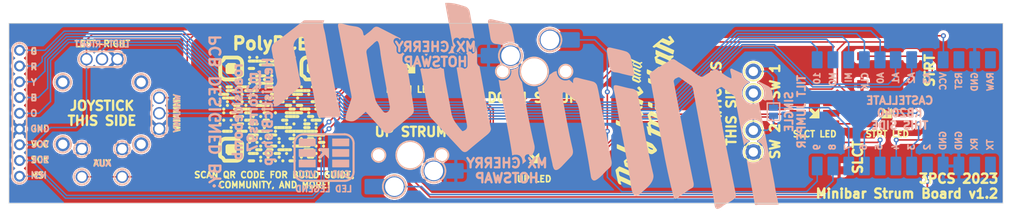
<source format=kicad_pcb>
(kicad_pcb (version 20221018) (generator pcbnew)
  (layers (0 "F.Cu" signal) (31 "B.Cu" signal) (34 "B.Paste" user) (35 "F.Paste" user) (36 "B.SilkS" user "B.Silkscreen") (37 "F.SilkS" user "F.Silkscreen") (38 "B.Mask" user) (39 "F.Mask" user) (44 "Edge.Cuts" user))
  (net 0 "")
  (net 1 "Up")
  (net 2 "GND")
  (net 3 "Down")
  (net 4 "Select")
  (net 5 "Start")
  (net 6 "Green")
  (net 7 "SW")
  (net 8 "Red")
  (net 9 "VRY")
  (net 10 "Yellow")
  (net 11 "VRX")
  (net 12 "Blue")
  (net 13 "Orange")
  (net 14 "VCC")
  (net 15 "led_sck")
  (net 16 "led_mosi")
  (net 17 "Tilt")
  (net 18 "Net-(D1-D0)")
  (net 19 "Net-(D1-C0)")
  (net 20 "Net-(D2-D0)")
  (net 21 "Net-(D2-C0)")
  (net 22 "Net-(D3-C0)")
  (net 23 "Net-(D3-D0)")
  (net 24 "Net-(D4-C0)")
  (net 25 "Net-(D4-D0)")
  (footprint "" (layer "F.Cu") (at 166.75 117.75)
    (fp_text reference "" hide)
    (fp_text value "" hide)
  )
  (footprint "Controller_Inputs:LED_RGB_5050_DOTSTAR" (layer "F.Cu") (at 176.6 115 180)
    (fp_text reference "D5" hide)
    (fp_text value "select_led")
  )
  (footprint "" (layer "F.Cu") (at 48.4 109.92 90)
    (fp_text reference "")
    (fp_text value "")
  )
  (footprint "" (layer "F.Cu") (at 166.75 108.25)
    (fp_text reference "" hide)
    (fp_text value "" hide)
  )
  (footprint "" (layer "F.Cu") (at 48.4 104.84 90)
    (fp_text reference "")
    (fp_text value "")
  )
  (footprint "" (layer "F.Cu") (at 166.75 111.75)
    (fp_text reference "" hide)
    (fp_text value "" hide)
  )
  (footprint "" (layer "F.Cu") (at 48.4 122.62 90)
    (fp_text reference "")
    (fp_text value "")
  )
  (footprint "Button_Switch_SMD:SW_SPST_PTS645" (layer "F.Cu") (at 176.6 121.95)
    (fp_text reference "REF**" hide)
    (fp_text value "SW_SPST_PTS645")
  )
  (footprint "Controller_Inputs:LED_RGB_5050_DOTSTAR" (layer "F.Cu") (at 131.4 122.25 180)
    (fp_text reference "D5" hide)
    (fp_text value "strum_up_led")
  )
  (footprint "Controller_Inputs:LED_RGB_5050_DOTSTAR" (layer "F.Cu") (at 111.4 107.75 180)
    (fp_text reference "D5" hide)
    (fp_text value "strum_down_led")
  )
  (footprint "Button_Switch_SMD:SW_SPST_PTS645" (layer "F.Cu") (at 188.25 108.05)
    (fp_text reference "REF**" hide)
    (fp_text value "SW_SPST_PTS645")
  )
  (footprint "" (layer "F.Cu") (at 48.4 112.46 90)
    (fp_text reference "")
    (fp_text value "")
  )
  (footprint "" (layer "F.Cu") (at 48.4 125.16 90)
    (fp_text reference "")
    (fp_text value "")
  )
  (footprint "Controller_Inputs:LED_RGB_5050_DOTSTAR" (layer "F.Cu") (at 188.25 115 180)
    (fp_text reference "D5" hide)
    (fp_text value "start_led")
  )
  (footprint "" (layer "F.Cu") (at 48.4 107.38 90)
    (fp_text reference "")
    (fp_text value "")
  )
  (footprint "" (layer "F.Cu") (at 48.4 115 90)
    (fp_text reference "")
    (fp_text value "")
  )
  (footprint "" (layer "F.Cu") (at 48.4 117.54 90)
    (fp_text reference "")
    (fp_text value "")
  )
  (footprint "" (layer "F.Cu") (at 166.75 121.25)
    (fp_text reference "" hide)
    (fp_text value "" hide)
  )
  (footprint "" (layer "F.Cu") (at 48.4 120.08 90)
    (fp_text reference "")
    (fp_text value "")
  )
  (footprint "Controller_Inputs:RKJXV1224005" (layer "F.Cu") (at 61.7 115)
    (fp_text reference "U**" hide)
    (fp_text value "RKJXV1224005" hide)
  )
  (footprint "marbastlib-mx:SW_MX_HS_1u" (layer "B.Cu") (at 111.4 121.75)
    (fp_text reference " ")
    (fp_text value "MX_SW_HS" hide)
  )
  (footprint "Controller_Inputs:KB2040-ProMicroPins" (layer "B.Cu") (at 191.01325 115 180)
    (fp_text reference "U1" hide)
    (fp_text value "ProMicro" hide)
  )
  (footprint "Jumper:SolderJumper-2_P1.3mm_Open_Pad1.0x1.5mm" (layer "B.Cu") (at 170 114.75 -90)
    (fp_text reference "SINGLE TILT JUMPER" hide)
    (fp_text value "SolderJumper-2_P1.3mm_Open_Pad1.0x1.5mm")
  )
  (footprint "marbastlib-mx:SW_MX_HS_1u" (layer "B.Cu") (at 131.4 108.25 180)
    (fp_text reference " ")
    (fp_text value "MX_SW_HS" hide)
  )
  (gr_arc (start 102.2754 124.45) (mid 101.850705 125.475305) (end 100.8254 125.9) (stroke (width 0.35)) (layer "B.SilkS"))
  (gr_line (start 100.8254 118.4) (end 94.2 118.4) (stroke (width 0.35)) (layer "B.SilkS"))
  (gr_poly (pts (xy 116.300805 106.821782) (xy 116.244289 106.786458) (xy 116.276078 106.754669) (xy 116.300805 106.726417)) (fill solid) (layer "B.SilkS"))
  (gr_line (start 47.25 125.16) (end 47.25 104.84) (stroke (width 0.25)) (layer "B.SilkS"))
  (gr_arc (start 100.8254 118.4) (mid 101.850705 118.824695) (end 102.2754 119.85) (stroke (width 0.35)) (layer "B.SilkS"))
  (gr_poly (pts (xy 128.995489 107.48937) (xy 128.977633 107.540284) (xy 128.960907 107.591533) (xy 128.945312 107.643097) (xy 128.930853 107.694957) (xy 128.917533 107.747095) (xy 128.905355 107.799493) (xy 128.894322 107.85213) (xy 128.884438 107.904988) (xy 128.875706 107.958049) (xy 128.86813 108.011294) (xy 128.861712 108.064703) (xy 128.856457 108.118257) (xy 128.852366 108.171939) (xy 128.849445 108.225729) (xy 128.847695 108.279608) (xy 128.847121 108.333557) (xy 128.849377 108.44485) (xy 128.856534 108.555547) (xy 128.868538 108.665497) (xy 128.885333 108.774549) (xy 128.906864 108.882555) (xy 128.933076 108.989361) (xy 128.963914 109.094819) (xy 128.999323 109.198778) (xy 129.039248 109.301087) (xy 129.083635 109.401595) (xy 129.132427 109.500152) (xy 129.185571 109.596607) (xy 129.24301 109.69081) (xy 129.304691 109.78261) (xy 129.370558 109.871856) (xy 129.440556 109.958399) (xy 129.896916 112.547479) (xy 130.370831 115.133918) (xy 130.886472 117.71109) (xy 131.167493 118.99413) (xy 131.46801 120.272369) (xy 131.478065 120.386711) (xy 131.481566 120.500774) (xy 131.478604 120.614303) (xy 131.469265 120.727044) (xy 131.45364 120.838739) (xy 131.431817 120.949135) (xy 131.403885 121.057975) (xy 131.369934 121.165005) (xy 131.330051 121.26997) (xy 131.284327 121.372613) (xy 131.232849 121.472679) (xy 131.175708 121.569914) (xy 131.112991 121.664062) (xy 131.044788 121.754867) (xy 130.971188 121.842075) (xy 130.892279 121.925429) (xy 130.892269 121.925419) (xy 130.846349 121.854771) (xy 130.836308 121.840183) (xy 130.825833 121.825999) (xy 130.814937 121.812225) (xy 130.803632 121.798867) (xy 130.79193 121.785932) (xy 130.779844 121.773425) (xy 130.75457 121.749722) (xy 130.72791 121.727807) (xy 130.699962 121.707731) (xy 130.670828 121.689543) (xy 130.640607 121.673293) (xy 130.609398 121.65903) (xy 130.577303 121.646803) (xy 130.54442 121.636663) (xy 130.51085 121.628659) (xy 130.476692 121.62284) (xy 130.459423 121.620766) (xy 130.442046 121.619257) (xy 130.424571 121.618319) (xy 130.407012 121.617958) (xy 130.389381 121.618181) (xy 130.371691 121.618993) (xy 130.336516 121.622373) (xy 130.301919 121.628033) (xy 130.267991 121.635911) (xy 130.234827 121.645946) (xy 130.202518 121.658076) (xy 130.171157 121.67224) (xy 130.140839 121.688376) (xy 130.111655 121.706422) (xy 130.083698 121.726316) (xy 130.057061 121.747998) (xy 130.031837 121.771404) (xy 130.008119 121.796475) (xy 129.986001 121.823147) (xy 129.965573 121.85136) (xy 129.946931 121.881052) (xy 129.930166 121.91216) (xy 129.915505 121.944314) (xy 129.903108 121.977108) (xy 129.892967 122.01043) (xy 129.885076 122.04417) (xy 129.879427 122.078217) (xy 129.876014 122.112458) (xy 129.874829 122.146783) (xy 129.875866 122.181081) (xy 129.879118 122.21524) (xy 129.884577 122.249149) (xy 129.892237 122.282697) (xy 129.90209 122.315773) (xy 129.914131 122.348265) (xy 129.928351 122.380062) (xy 129.944744 122.411052) (xy 129.963303 122.441126) (xy 130.129318 122.691896) (xy 129.694856 123.045115) (xy 129.668363 123.068111) (xy 129.64187 123.091974) (xy 129.615378 123.116582) (xy 129.588887 123.141811) (xy 129.535904 123.193634) (xy 129.482922 123.246452) (xy 129.51471 123.1193) (xy 129.51471 122.667179) (xy 129.44406 122.381073) (xy 129.442364 122.375147) (xy 129.44052 122.369268) (xy 129.438528 122.36344) (xy 129.436391 122.357665) (xy 129.434109 122.351947) (xy 129.431683 122.346287) (xy 129.429114 122.340688) (xy 129.426404 122.335153) (xy 129.424458 122.327842) (xy 129.422308 122.320592) (xy 129.419955 122.313409) (xy 129.417401 122.306297) (xy 129.414648 122.299259) (xy 129.411698 122.292301) (xy 129.408553 122.285425) (xy 129.405213 122.278638) (xy 129.334563 122.133816) (xy 129.329828 122.125014) (xy 129.324922 122.116315) (xy 129.319845 122.107721) (xy 129.3146 122.099234) (xy 129.309189 122.090858) (xy 129.303613 122.082594) (xy 129.297874 122.074444) (xy 129.291974 122.066412) (xy 129.285915 122.058499) (xy 129.279698 122.050708) (xy 129.273325 122.043042) (xy 129.266799 122.035503) (xy 129.26012 122.028092) (xy 129.253291 122.020814) (xy 129.246313 122.013669) (xy 129.239189 122.006661) (xy 129.239199 122.006661) (xy 129.097914 121.861842) (xy 129.08925 121.853966) (xy 129.080431 121.846276) (xy 129.071461 121.838776) (xy 129.062342 121.831466) (xy 129.053079 121.82435) (xy 129.043673 121.817429) (xy 129.034129 121.810705) (xy 129.024449 121.80418) (xy 129.014636 121.797857) (xy 129.004694 121.791737) (xy 128.994625 121.785822) (xy 128.984434 121.780115) (xy 128.974121 121.774618) (xy 128.963692 121.769333) (xy 128.953149 121.764261) (xy 128.942495 121.759404) (xy 128.896575 121.759404) (xy 128.684643 121.688757) (xy 128.207806 121.688757) (xy 127.992347 121.759404) (xy 127.949964 121.759404) (xy 127.935929 121.765968) (xy 127.922103 121.772937) (xy 127.908495 121.780307) (xy 127.895111 121.788072) (xy 127.881962 121.796227) (xy 127.869055 121.804767) (xy 127.856398 121.813687) (xy 127.844002 121.822981) (xy 127.814421 121.511262) (xy 127.800789 121.382889) (xy 127.787486 121.279023) (xy 127.583681 120.024267) (xy 127.366382 118.771168) (xy 126.903555 116.268614) (xy 125.950743 111.268804) (xy 125.875739 110.849579) (xy 125.803717 110.429027) (xy 125.664637 109.583955) (xy 125.70117 109.601968) (xy 125.73816 109.618873) (xy 125.775583 109.634665) (xy 125.813412 109.649337) (xy 125.851623 109.662884) (xy 125.89019 109.675299) (xy 125.929087 109.686576) (xy 125.968289 109.696709) (xy 126.00777 109.705691) (xy 126.047506 109.713516) (xy 126.08747 109.720179) (xy 126.127638 109.725673) (xy 126.167983 109.729992) (xy 126.20848 109.73313) (xy 126.249105 109.73508) (xy 126.28983 109.735836) (xy 126.35989 109.7341) (xy 126.429474 109.728923) (xy 126.498467 109.720353) (xy 126.566753 109.708438) (xy 126.634217 109.693226) (xy 126.700741 109.674765) (xy 126.766212 109.653104) (xy 126.830512 109.628289) (xy 126.893526 109.600369) (xy 126.955138 109.569392) (xy 127.015232 109.535406) (xy 127.073693 109.498459) (xy 127.130405 109.458598) (xy 127.185251 109.415872) (xy 127.238117 109.370329) (xy 127.288885 109.322016) (xy 127.337198 109.271248) (xy 127.382742 109.218382) (xy 127.425468 109.163536) (xy 127.465329 109.106825) (xy 127.502276 109.048364) (xy 127.536263 108.988269) (xy 127.56724 108.926657) (xy 127.59516 108.863643) (xy 127.619974 108.799343) (xy 127.641636 108.733873) (xy 127.660097 108.667348) (xy 127.675308 108.599885) (xy 127.687223 108.531598) (xy 127.695793 108.462605) (xy 127.70097 108.393021) (xy 127.702707 108.322961) (xy 127.700713 108.27813) (xy 127.697259 108.233422) (xy 127.69235 108.188873) (xy 127.685992 108.144518) (xy 127.678191 108.100393) (xy 127.668953 108.056534) (xy 127.658284 108.012975) (xy 127.646189 107.969753) (xy 127.738989 107.964442) (xy 127.831189 107.955245) (xy 127.922677 107.942209) (xy 128.013339 107.925377) (xy 128.103061 107.904794) (xy 128.19173 107.880503) (xy 128.279232 107.85255) (xy 128.365453 107.820978) (xy 128.45028 107.785832) (xy 128.533599 107.747156) (xy 128.615297 107.704994) (xy 128.69526 107.659391) (xy 128.773374 107.61039) (xy 128.849526 107.558037) (xy 128.923602 107.502376) (xy 128.995489 107.44345)) (fill solid) (layer "B.SilkS"))
  (gr_poly (pts (xy 116.316237 105.229239) (xy 116.321139 105.233153) (xy 116.326108 105.236978) (xy 116.331141 105.240712) (xy 116.336239 105.244356) (xy 116.3414 105.247908) (xy 116.346621 105.251367) (xy 116.351903 105.254734) (xy 116.357244 105.258006) (xy 116.362642 105.261183) (xy 116.368097 105.264264) (xy 116.373607 105.267249) (xy 116.379171 105.270137) (xy 116.384787 105.272926) (xy 116.390454 105.275616) (xy 116.396172 105.278207) (xy 116.384399 105.278487) (xy 116.372645 105.279029) (xy 116.360915 105.27983) (xy 116.349212 105.28089) (xy 116.337541 105.28221) (xy 116.325907 105.283786) (xy 116.314313 105.28562) (xy 116.302764 105.287709) (xy 116.291264 105.290054) (xy 116.279818 105.292653) (xy 116.268429 105.295505) (xy 116.257102 105.29861) (xy 116.245842 105.301967) (xy 116.234652 105.305575) (xy 116.223537 105.309434) (xy 116.212501 105.313542) (xy 116.225958 105.303785) (xy 116.239117 105.293649) (xy 116.251972 105.283139) (xy 116.264514 105.272263) (xy 116.276736 105.261028) (xy 116.28863 105.249441) (xy 116.300188 105.237508) (xy 116.311403 105.225237)) (fill solid) (layer "B.SilkS"))
  (gr_line (start 102.2754 124.45) (end 102.2754 119.85) (stroke (width 0.35)) (layer "B.SilkS"))
  (gr_line (start 98.25 120.7) (end 98.25 122.2) (stroke (width 0.12)) (layer "B.SilkS"))
  (gr_poly (pts (xy 116.060609 105.405382) (xy 116.035882 105.405382) (xy 116.040259 105.404722) (xy 116.044618 105.403972) (xy 116.053278 105.402201) (xy 116.06185 105.400073) (xy 116.070322 105.397591) (xy 116.078684 105.394759) (xy 116.086923 105.391579) (xy 116.090994 105.38986) (xy 116.09503 105.388055) (xy 116.09903 105.386165) (xy 116.102992 105.38419)) (fill solid) (layer "B.SilkS"))
  (gr_poly (pts (xy 128.412671 122.677784) (xy 128.412669 122.677777) (xy 128.412679 122.677777)) (fill solid) (layer "B.SilkS"))
  (gr_poly (pts (xy 117.723716 97.197607) (xy 117.943796 97.213571) (xy 118.159778 97.23773) (xy 118.372005 97.269258) (xy 118.580816 97.307326) (xy 118.786554 97.351105) (xy 119.190177 97.45249) (xy 119.585604 97.56679) (xy 120.362799 97.807644) (xy 120.42277 97.838823) (xy 120.480581 97.873115) (xy 120.536133 97.910399) (xy 120.589332 97.950557) (xy 120.640082 97.993468) (xy 120.688285 98.039012) (xy 120.733847 98.087071) (xy 120.776671 98.137524) (xy 120.816662 98.190251) (xy 120.853722 98.245134) (xy 120.887756 98.302052) (xy 120.918668 98.360885) (xy 120.946362 98.421515) (xy 120.970742 98.48382) (xy 120.991712 98.547683) (xy 121.009175 98.612982) (xy 121.789817 102.961104) (xy 121.768625 102.943447) (xy 121.71917 102.911659) (xy 121.687379 102.894002) (xy 121.680968 102.890858) (xy 121.674492 102.887853) (xy 121.667954 102.884989) (xy 121.661356 102.882266) (xy 121.654701 102.879686) (xy 121.64799 102.877249) (xy 121.641226 102.874957) (xy 121.634411 102.87281) (xy 121.277645 102.87281) (xy 121.235262 102.894002) (xy 121.185805 102.91873) (xy 121.146956 102.946983) (xy 121.104572 102.982307) (xy 121.072784 103.021156) (xy 121.070468 103.023295) (xy 121.068194 103.025475) (xy 121.065961 103.027697) (xy 121.063771 103.029959) (xy 121.061624 103.03226) (xy 121.05952 103.034601) (xy 121.057461 103.036979) (xy 121.055446 103.039396) (xy 121.053477 103.041849) (xy 121.051553 103.044339) (xy 121.049675 103.046864) (xy 121.047843 103.049425) (xy 121.046059 103.05202) (xy 121.044323 103.054648) (xy 121.042635 103.05731) (xy 121.040996 103.060005) (xy 121.036357 103.065738) (xy 121.031903 103.071608) (xy 121.027635 103.077611) (xy 121.023557 103.083742) (xy 121.019672 103.089997) (xy 121.015984 103.096371) (xy 121.012495 103.102861) (xy 121.009208 103.10946) (xy 121.006567 103.113183) (xy 121.004047 103.116983) (xy 121.00165 103.120859) (xy 120.999376 103.124806) (xy 120.997227 103.128823) (xy 120.995206 103.132906) (xy 120.993312 103.137052) (xy 120.991549 103.141259) (xy 120.970359 103.183633) (xy 120.949166 103.141249) (xy 120.949548 103.137283) (xy 120.94982 103.133311) (xy 120.949984 103.129334) (xy 120.950039 103.125355) (xy 120.949984 103.121376) (xy 120.94982 103.117399) (xy 120.949548 103.113426) (xy 120.949166 103.10946) (xy 120.949115 103.107805) (xy 120.948965 103.106151) (xy 120.948721 103.104497) (xy 120.948386 103.102846) (xy 120.947967 103.101197) (xy 120.947467 103.099551) (xy 120.946241 103.096271) (xy 120.944747 103.093012) (xy 120.94302 103.089779) (xy 120.941097 103.086577) (xy 120.939013 103.083411) (xy 120.936805 103.080286) (xy 120.934509 103.077207) (xy 120.929798 103.071211) (xy 120.925169 103.065463) (xy 120.920912 103.060005) (xy 120.88559 103.01762) (xy 120.853801 102.982296) (xy 120.807881 102.943447) (xy 120.772556 102.918719) (xy 120.719575 102.890466) (xy 120.68425 102.87281) (xy 120.327497 102.87281) (xy 120.320244 102.874928) (xy 120.313041 102.877199) (xy 120.305889 102.879622) (xy 120.298792 102.882197) (xy 120.291751 102.884924) (xy 120.284769 102.8878) (xy 120.277848 102.890827) (xy 120.270992 102.894002) (xy 120.270982 102.894002) (xy 120.225061 102.897527) (xy 120.189736 102.897527) (xy 120.166798 102.883539) (xy 120.143433 102.870854) (xy 120.119685 102.859462) (xy 120.0956 102.849353) (xy 120.071221 102.840519) (xy 120.046593 102.83295) (xy 120.021762 102.826636) (xy 119.996772 102.821569) (xy 119.971668 102.817738) (xy 119.946495 102.815135) (xy 119.921296 102.813749) (xy 119.896118 102.813573) (xy 119.871004 102.814595) (xy 119.846 102.816808) (xy 119.82115 102.820201) (xy 119.796499 102.824765) (xy 119.772092 102.830491) (xy 119.747973 102.837369) (xy 119.724187 102.84539) (xy 119.70078 102.854545) (xy 119.677794 102.864824) (xy 119.655276 102.876218) (xy 119.63327 102.888717) (xy 119.611821 102.902312) (xy 119.590974 102.916995) (xy 119.570773 102.932754) (xy 119.551262 102.949581) (xy 119.532488 102.967467) (xy 119.514494 102.986402) (xy 119.497325 103.006377) (xy 119.481026 103.027382) (xy 119.465642 103.049408) (xy 119.40559 103.141249) (xy 119.345538 103.049408) (xy 119.335497 103.03482) (xy 119.325022 103.020636) (xy 119.314126 103.006863) (xy 119.302821 102.993505) (xy 119.291119 102.980569) (xy 119.279033 102.968063) (xy 119.253758 102.944359) (xy 119.227098 102.922445) (xy 119.19915 102.902369) (xy 119.170016 102.884181) (xy 119.139795 102.867931) (xy 119.108587 102.853668) (xy 119.076491 102.841441) (xy 119.043609 102.831301) (xy 119.010038 102.823297) (xy 118.975881 102.817478) (xy 118.958612 102.815404) (xy 118.941235 102.813895) (xy 118.92376 102.812957) (xy 118.906201 102.812596) (xy 118.88857 102.812819) (xy 118.87088 102.813631) (xy 118.835705 102.817011) (xy 118.801107 102.822671) (xy 118.767179 102.830549) (xy 118.734015 102.840584) (xy 118.701706 102.852714) (xy 118.670346 102.866878) (xy 118.640027 102.883014) (xy 118.610843 102.90106) (xy 118.582886 102.920954) (xy 118.556249 102.942636) (xy 118.531026 102.966042) (xy 118.507308 102.991113) (xy 118.48519 103.017785) (xy 118.464762 103.045998) (xy 118.44612 103.075689) (xy 118.429355 103.106798) (xy 118.414694 103.138951) (xy 118.402297 103.171745) (xy 118.392156 103.205068) (xy 118.384264 103.238808) (xy 118.378615 103.272854) (xy 118.375202 103.307096) (xy 118.374017 103.341421) (xy 118.375054 103.375719) (xy 118.378306 103.409879) (xy 118.383765 103.443788) (xy 118.391425 103.477336) (xy 118.401279 103.510411) (xy 118.41332 103.542903) (xy 118.42754 103.5747) (xy 118.443933 103.605691) (xy 118.462493 103.635764) (xy 118.766255 104.094933) (xy 118.462493 104.550588) (xy 118.44849 104.57284) (xy 118.435662 104.595658) (xy 118.424017 104.618996) (xy 118.413564 104.642807) (xy 118.404313 104.667046) (xy 118.396273 104.691665) (xy 118.389452 104.71662) (xy 118.383859 104.741864) (xy 118.379505 104.767351) (xy 118.376397 104.793033) (xy 118.374544 104.818867) (xy 118.373957 104.844804) (xy 118.374644 104.870799) (xy 118.376613 104.896806) (xy 118.379875 104.922779) (xy 118.384438 104.948671) (xy 118.390279 104.974305) (xy 118.39735 104.999508) (xy 118.405626 105.024242) (xy 118.41508 105.048468) (xy 118.425687 105.072146) (xy 118.437418 105.095237) (xy 118.450249 105.117702) (xy 118.464153 105.139502) (xy 118.479103 105.160598) (xy 118.495074 105.180952) (xy 118.512039 105.200523) (xy 118.529971 105.219273) (xy 118.548844 105.237162) (xy 118.568632 105.254152) (xy 118.589309 105.270204) (xy 118.610848 105.285278) (xy 118.627269 105.295874) (xy 118.644034 105.30582) (xy 118.661125 105.315111) (xy 118.678522 105.32374) (xy 118.696204 105.331703) (xy 118.714154 105.338993) (xy 118.73235 105.345604) (xy 118.750774 105.35153) (xy 118.769406 105.356765) (xy 118.788227 105.361305) (xy 118.807217 105.365141) (xy 118.826356 105.36827) (xy 118.845624 105.370684) (xy 118.865004 105.372378) (xy 118.884474 105.373347) (xy 118.904015 105.373583) (xy 118.918991 105.375221) (xy 118.933998 105.37639) (xy 118.949027 105.377092) (xy 118.964066 105.377326) (xy 118.979105 105.377092) (xy 118.994132 105.37639) (xy 119.009137 105.375221) (xy 119.024109 105.373583) (xy 119.014515 105.381247) (xy 119.005098 105.389111) (xy 118.99586 105.397172) (xy 118.986805 105.405426) (xy 118.977935 105.413871) (xy 118.969254 105.422502) (xy 118.960763 105.431318) (xy 118.952466 105.440314) (xy 118.944366 105.449488) (xy 118.936466 105.458836) (xy 118.928769 105.468355) (xy 118.921277 105.478042) (xy 118.913993 105.487893) (xy 118.90692 105.497906) (xy 118.900062 105.508077) (xy 118.89342 105.518404) (xy 118.865166 105.486616) (xy 118.857775 105.479838) (xy 118.850271 105.473192) (xy 118.842657 105.466681) (xy 118.834935 105.460304) (xy 118.827106 105.454064) (xy 118.819172 105.447961) (xy 118.811136 105.441996) (xy 118.802998 105.436172) (xy 118.794761 105.430489) (xy 118.786427 105.424949) (xy 118.777997 105.419553) (xy 118.769473 105.414302) (xy 118.760857 105.409197) (xy 118.752151 105.404241) (xy 118.743357 105.399433) (xy 118.734477 105.394775) (xy 118.593192 105.324127) (xy 118.536677 105.306471) (xy 118.494291 105.306471) (xy 118.487239 105.305919) (xy 118.480177 105.305524) (xy 118.473109 105.305288) (xy 118.466037 105.305209) (xy 118.458965 105.305288) (xy 118.451895 105.305524) (xy 118.444831 105.305919) (xy 118.437776 105.306471) (xy 118.017443 105.306471) (xy 118.010391 105.30582) (xy 118.003328 105.305355) (xy 117.996258 105.305076) (xy 117.989185 105.304983) (xy 117.982111 105.305076) (xy 117.975042 105.305355) (xy 117.96798 105.30582) (xy 117.960928 105.306471) (xy 117.915008 105.306471) (xy 117.862027 105.324127) (xy 117.717205 105.394775) (xy 117.68188 105.419503) (xy 117.669477 105.407575) (xy 117.656692 105.396112) (xy 117.643539 105.385123) (xy 117.63003 105.374616) (xy 117.616181 105.364597) (xy 117.602004 105.355074) (xy 117.587513 105.346056) (xy 117.572722 105.337549) (xy 117.557645 105.329561) (xy 117.542294 105.322099) (xy 117.526684 105.315172) (xy 117.510828 105.308787) (xy 117.494741 105.302951) (xy 117.478434 105.297671) (xy 117.461923 105.292957) (xy 117.445221 105.288814) (xy 117.466412 105.288814) (xy 117.477232 105.284259) (xy 117.487925 105.279444) (xy 117.498487 105.274372) (xy 117.508912 105.269046) (xy 117.519198 105.263469) (xy 117.529339 105.257644) (xy 117.539332 105.251574) (xy 117.54917 105.245261) (xy 117.558851 105.238709) (xy 117.56837 105.231921) (xy 117.577723 105.224899) (xy 117.586904 105.217646) (xy 117.59591 105.210166) (xy 117.604736 105.202461) (xy 117.613377 105.194534) (xy 117.621831 105.186388) (xy 117.621831 105.186378) (xy 117.76665 105.045092) (xy 117.773638 105.037722) (xy 117.780496 105.030236) (xy 117.787221 105.022638) (xy 117.793813 105.014928) (xy 117.80027 105.007109) (xy 117.80659 104.999182) (xy 117.812773 104.99115) (xy 117.818817 104.983014) (xy 117.824722 104.974775) (xy 117.830485 104.966437) (xy 117.836105 104.958) (xy 117.841582 104.949466) (xy 117.846914 104.940838) (xy 117.852099 104.932117) (xy 117.857137 104.923305) (xy 117.862027 104.914403) (xy 117.932664 104.769582) (xy 117.938532 104.756727) (xy 117.944115 104.74375) (xy 117.94941 104.730658) (xy 117.954416 104.717454) (xy 117.959131 104.704144) (xy 117.963554 104.690732) (xy 117.967681 104.677223) (xy 117.971513 104.663621) (xy 118.045684 104.377514) (xy 118.046251 104.370899) (xy 118.046656 104.364276) (xy 118.046898 104.357646) (xy 118.046979 104.351014) (xy 118.046898 104.344383) (xy 118.046656 104.337755) (xy 118.046251 104.331134) (xy 118.045684 104.324523) (xy 118.046248 104.317475) (xy 118.04665 104.310417) (xy 118.046891 104.303352) (xy 118.046972 104.296284) (xy 118.046891 104.289214) (xy 118.04665 104.282146) (xy 118.046248 104.275083) (xy 118.045684 104.268028) (xy 118.045684 104.119661) (xy 118.321195 104.271542) (xy 117.035474 97.207168) (xy 117.269896 97.193577) (xy 117.499196 97.190666)) (fill solid) (layer "B.SilkS"))
  (gr_poly (pts (xy 116.954252 104.080812) (xy 116.954252 104.165581) (xy 116.911868 104.331594) (xy 116.888185 104.312019) (xy 116.863529 104.294022) (xy 116.837976 104.277621) (xy 116.811606 104.262836) (xy 116.784496 104.249687) (xy 116.756724 104.238193) (xy 116.728369 104.228374) (xy 116.699506 104.220248) (xy 116.670216 104.213836) (xy 116.640576 104.209157) (xy 116.610663 104.20623) (xy 116.580555 104.205075) (xy 116.550331 104.205711) (xy 116.520068 104.208158) (xy 116.489844 104.212435) (xy 116.459738 104.218561) (xy 116.445616 104.027831) (xy 116.459493 104.031697) (xy 116.473454 104.035219) (xy 116.487494 104.038393) (xy 116.501607 104.041221) (xy 116.515784 104.043699) (xy 116.530022 104.045826) (xy 116.544312 104.047601) (xy 116.558649 104.049024) (xy 116.583046 104.048677) (xy 116.607305 104.047192) (xy 116.631389 104.044585) (xy 116.655262 104.040868) (xy 116.678886 104.036055) (xy 116.702225 104.030161) (xy 116.725243 104.023199) (xy 116.747902 104.015183) (xy 116.770166 104.006128) (xy 116.791999 103.996047) (xy 116.813363 103.984954) (xy 116.834221 103.972863) (xy 116.854538 103.959788) (xy 116.874276 103.945743) (xy 116.893398 103.930742) (xy 116.911868 103.914799)) (fill solid) (layer "B.SilkS"))
  (gr_arc (start 49.55 125.16) (mid 48.4 126.31) (end 47.25 125.16) (stroke (width 0.25)) (layer "B.SilkS"))
  (gr_arc (start 47.25 104.84) (mid 48.4 103.69) (end 49.55 104.84) (stroke (width 0.25)) (layer "B.SilkS"))
  (gr_poly (pts (xy 135.046126 108.30884) (xy 135.049816 108.398063) (xy 135.059046 108.486247) (xy 135.073691 108.573169) (xy 135.093629 108.658608) (xy 135.118735 108.74234) (xy 135.148886 108.824143) (xy 135.183958 108.903796) (xy 135.223828 108.981074) (xy 135.268372 109.055756) (xy 135.317466 109.12762) (xy 135.370988 109.196442) (xy 135.428812 109.262) (xy 135.490816 109.324072) (xy 135.556876 109.382435) (xy 135.626869 109.436867) (xy 135.70067 109.487146) (xy 135.777494 109.532673) (xy 135.856466 109.57299) (xy 135.93733 109.608078) (xy 136.019835 109.63792) (xy 136.103725 109.662499) (xy 136.188747 109.681796) (xy 136.274646 109.695794) (xy 136.36117 109.704475) (xy 136.448063 109.707823) (xy 136.535073 109.705819) (xy 136.621944 109.698445) (xy 136.708424 109.685684) (xy 136.794258 109.667519) (xy 136.879192 109.643931) (xy 136.962973 109.614904) (xy 137.045346 109.580419) (xy 137.684669 110.152643) (xy 137.676629 110.063036) (xy 137.671676 109.978903) (xy 137.669751 109.90011) (xy 137.670796 109.826522) (xy 137.674751 109.758005) (xy 137.681557 109.694423) (xy 137.691156 109.635644) (xy 137.703489 109.581531) (xy 137.718498 109.531951) (xy 137.736122 109.486769) (xy 137.756303 109.445851) (xy 137.778983 109.409061) (xy 137.804103 109.376266) (xy 137.831603 109.347331) (xy 137.861426 109.322121) (xy 137.893511 109.300502) (xy 137.9278 109.282339) (xy 137.964235 109.267498) (xy 138.002756 109.255844) (xy 138.043305 109.247243) (xy 138.085822 109.24156) (xy 138.13025 109.238661) (xy 138.176528 109.238411) (xy 138.224599 109.240676) (xy 138.274402 109.24532) (xy 138.325881 109.25221) (xy 138.433625 109.272189) (xy 138.547361 109.299535) (xy 138.666618 109.333173) (xy 138.951588 109.413704) (xy 139.239 109.487322) (xy 139.817673 109.623255) (xy 140.395682 109.75985) (xy 140.682265 109.834294) (xy 140.966074 109.915981) (xy 141.015463 109.938292) (xy 141.063428 109.962977) (xy 141.109896 109.989963) (xy 141.154797 110.019175) (xy 141.198058 110.05054) (xy 141.23961 110.083984) (xy 141.279379 110.119432) (xy 141.317295 110.15681) (xy 141.353287 110.196045) (xy 141.387282 110.237063) (xy 141.41921 110.279789) (xy 141.448999 110.32415) (xy 141.476578 110.370071) (xy 141.501875 110.417478) (xy 141.524819 110.466299) (xy 141.545339 110.516457) (xy 141.624709 110.814264) (xy 141.696836 111.114057) (xy 141.763086 111.415507) (xy 141.824823 111.718282) (xy 142.053975 112.936008) (xy 143.858917 122.638928) (xy 143.872794 122.693021) (xy 143.88436 122.747479) (xy 143.893617 122.802228) (xy 143.900571 122.857197) (xy 143.905225 122.912315) (xy 143.907585 122.967509) (xy 143.907655 123.022708) (xy 143.905438 123.077839) (xy 143.90094 123.132831) (xy 143.894165 123.187612) (xy 143.885117 123.24211) (xy 143.8738 123.296254) (xy 143.86022 123.34997) (xy 143.84438 123.403188) (xy 143.826284 123.455836) (xy 143.805938 123.507841) (xy 143.77543 123.549988) (xy 143.744043 123.591433) (xy 143.711791 123.632161) (xy 143.678686 123.67216) (xy 143.644741 123.711418) (xy 143.609969 123.749922) (xy 143.574384 123.787658) (xy 143.537997 123.824615) (xy 143.500822 123.860778) (xy 143.462871 123.896136) (xy 143.424158 123.930675) (xy 143.384695 123.964382) (xy 143.344495 123.997245) (xy 143.303572 124.029251) (xy 143.261937 124.060387) (xy 143.219604 124.090641) (xy 143.137079 124.169876) (xy 143.056127 124.250974) (xy 142.976335 124.333479) (xy 142.897288 124.416934) (xy 142.739775 124.58488) (xy 142.660481 124.668459) (xy 142.580277 124.751169) (xy 142.472425 124.866389) (xy 142.361992 124.97905) (xy 142.249024 125.089108) (xy 142.133567 125.196522) (xy 142.015668 125.30125) (xy 141.895372 125.403249) (xy 141.772727 125.502477) (xy 141.647777 125.598892) (xy 141.562383 125.657358) (xy 141.517466 125.686816) (xy 141.471276 125.715618) (xy 141.423968 125.743157) (xy 141.375699 125.768828) (xy 141.326622 125.792027) (xy 141.276893 125.812146) (xy 141.226667 125.828582) (xy 141.201417 125.83523) (xy 141.176101 125.840729) (xy 141.150738 125.845005) (xy 141.125347 125.847981) (xy 141.09995 125.849583) (xy 141.074563 125.849733) (xy 141.049208 125.848357) (xy 141.023904 125.84538) (xy 140.998669 125.840724) (xy 140.973524 125.834316) (xy 140.948487 125.826078) (xy 140.923578 125.815935) (xy 140.898817 125.803812) (xy 140.874223 125.789633) (xy 140.850293 125.773881) (xy 140.827493 125.75712) (xy 140.805792 125.739396) (xy 140.78516 125.720757) (xy 140.765569 125.701248) (xy 140.746988 125.680916) (xy 140.729387 125.659809) (xy 140.712737 125.637971) (xy 140.697008 125.615451) (xy 140.68217 125.592295) (xy 140.655048 125.544258) (xy 140.631135 125.494235) (xy 140.610192 125.442597) (xy 140.59198 125.389718) (xy 140.576263 125.335969) (xy 140.562801 125.281723) (xy 140.551358 125.227353) (xy 140.541694 125.173232) (xy 140.533573 125.119731) (xy 140.521004 125.016082) (xy 140.135 122.657683) (xy 139.719196 120.303258) (xy 139.2822 117.952808) (xy 138.832622 115.606331) (xy 138.778107 115.300942) (xy 138.727649 114.991124) (xy 138.676032 114.680395) (xy 138.618041 114.372275) (xy 138.585025 114.220292) (xy 138.548459 114.07028) (xy 138.507693 113.92268) (xy 138.462073 113.77793) (xy 138.410948 113.636471) (xy 138.353667 113.498742) (xy 138.289576 113.365183) (xy 138.218024 113.236235) (xy 138.179316 113.173905) (xy 138.138745 113.113356) (xy 138.096396 113.054508) (xy 138.052351 112.997281) (xy 137.95951 112.887363) (xy 137.860889 112.782955) (xy 137.757156 112.683411) (xy 137.648978 112.588084) (xy 137.537023 112.496327) (xy 137.421958 112.407494) (xy 137.304451 112.320937) (xy 137.185169 112.23601) (xy 136.943951 112.068459) (xy 136.703643 111.899667) (xy 136.585499 111.813189) (xy 136.469585 111.72446) (xy 136.422553 111.690204) (xy 136.378111 111.662098) (xy 136.336199 111.639875) (xy 136.296757 111.623268) (xy 136.259727 111.612011) (xy 136.225048 111.605838) (xy 136.192661 111.604481) (xy 136.162507 111.607676) (xy 136.134526 111.615155) (xy 136.108659 111.626651) (xy 136.084845 111.641899) (xy 136.063027 111.660631) (xy 136.043143 111.682582) (xy 136.025135 111.707484) (xy 136.008943 111.735072) (xy 135.994508 111.765079) (xy 135.981769 111.797238) (xy 135.970669 111.831284) (xy 135.961146 111.866949) (xy 135.953142 111.903966) (xy 135.946598 111.942071) (xy 135.941452 111.980995) (xy 135.935123 112.060239) (xy 135.933678 112.139565) (xy 135.936642 112.216843) (xy 135.943538 112.28994) (xy 135.953891 112.356724) (xy 136.708456 116.492917) (xy 137.114712 118.555717) (xy 137.335368 119.583474) (xy 137.571628 120.60792) (xy 137.613966 120.798913) (xy 137.63132 120.891721) (xy 137.645418 120.982827) (xy 137.655729 121.072299) (xy 137.66172 121.160202) (xy 137.662857 121.246605) (xy 137.658609 121.331575) (xy 137.648441 121.415179) (xy 137.631821 121.497485) (xy 137.608216 121.578559) (xy 137.593628 121.618655) (xy 137.577094 121.658469) (xy 137.558547 121.698009) (xy 137.53792 121.737282) (xy 137.515148 121.776299) (xy 137.490163 121.815066) (xy 137.4629 121.853593) (xy 137.43329 121.891888) (xy 137.401268 121.929959) (xy 137.366767 121.967815) (xy 136.102249 123.30298) (xy 135.973731 123.439819) (xy 135.809242 123.609564) (xy 135.716549 123.699468) (xy 135.618511 123.788829) (xy 135.516344 123.874723) (xy 135.411264 123.954228) (xy 135.304487 124.024418) (xy 135.250842 124.055108) (xy 135.197228 124.082373) (xy 135.143799 124.105847) (xy 135.090705 124.125167) (xy 135.038098 124.139965) (xy 134.986132 124.149877) (xy 134.934957 124.154538) (xy 134.884725 124.153581) (xy 134.835589 124.146642) (xy 134.787701 124.133355) (xy 134.741213 124.113354) (xy 134.696276 124.086275) (xy 134.653042 124.051752) (xy 134.611664 124.009419) (xy 134.585105 123.959303) (xy 134.559815 123.908603) (xy 134.5358 123.857343) (xy 134.513069 123.805546) (xy 134.49163 123.753239) (xy 134.471489 123.700445) (xy 134.452655 123.647188) (xy 134.435136 123.593493) (xy 134.418938 123.539384) (xy 134.40407 123.484887) (xy 134.390539 123.430024) (xy 134.378353 123.374822) (xy 134.36752 123.319303) (xy 134.358047 123.263494) (xy 134.349942 123.207417) (xy 134.343212 123.151098) (xy 134.282506 122.889661) (xy 134.225772 122.633191) (xy 134.113621 122.123231) (xy 134.003133 121.627222) (xy 133.898603 121.130136) (xy 133.702126 120.133729) (xy 133.322416 118.138924) (xy 133.02925 116.669532) (xy 132.48176 113.718386) (xy 131.948402 110.763715) (xy 132.125008 110.714119) (xy 132.295975 110.652525) (xy 132.460831 110.57942) (xy 132.61911 110.495292) (xy 132.77034 110.400627) (xy 132.914054 110.295914) (xy 133.049783 110.18164) (xy 133.177056 110.058292) (xy 133.295406 109.926358) (xy 133.404363 109.786326) (xy 133.503458 109.638682) (xy 133.592222 109.483914) (xy 133.670186 109.32251) (xy 133.736881 109.154958) (xy 133.791837 108.981744) (xy 133.834586 108.803356) (xy 133.965167 108.722614) (xy 134.030416 108.681352) (xy 134.095085 108.639552) (xy 134.158761 108.597255) (xy 134.221029 108.554502) (xy 134.281476 108.511334) (xy 134.339688 108.467794) (xy 134.378332 108.438954) (xy 134.417926 108.41164) (xy 134.458424 108.38587) (xy 134.49978 108.361661) (xy 134.541947 108.339032) (xy 134.584879 108.317999) (xy 134.62853 108.29858) (xy 134.672855 108.280793) (xy 134.717806 108.264655) (xy 134.763337 108.250184) (xy 134.809402 108.237397) (xy 134.855956 108.226313) (xy 134.902951 108.216947) (xy 134.950342 108.209319) (xy 134.998082 108.203445) (xy 135.046126 108.199344)) (fill solid) (layer "B.SilkS"))
  (gr_poly (pts (xy 169.354242 122.059655) (xy 170.17725 126.439564) (xy 170.230852 126.819536) (xy 170.294802 127.199095) (xy 170.366865 127.578157) (xy 170.444807 127.95664) (xy 170.770652 129.463116) (xy 170.77933 129.494578) (xy 170.786851 129.526259) (xy 170.793215 129.558129) (xy 170.798422 129.590155) (xy 170.802472 129.622307) (xy 170.805364 129.654553) (xy 170.8071 129.686861) (xy 170.807678 129.719201) (xy 170.8071 129.751541) (xy 170.805364 129.75) (xy 170.802472 129.75) (xy 170.798422 129.75) (xy 170.793215 129.75) (xy 170.786851 129.75) (xy 170.77933 129.75) (xy 170.770652 129.75) (xy 170.747165 129.75) (xy 170.709744 129.75) (xy 170.596638 129.75) (xy 170.438414 129.75) (xy 170.24215 129.75) (xy 170 129.75) (xy 169.75 129.75) (xy 169.495897 129.75) (xy 169.218254 129.75) (xy 168.937962 129.75) (xy 168.662098 129.75) (xy 168.397742 129.75) (xy 168.151971 129.75) (xy 168.038267 129.75) (xy 167.931864 129.75) (xy 167.833646 129.75) (xy 167.744499 129.75) (xy 167.75 129.75) (xy 167.5 129.75) (xy 167.40957 129.75) (xy 167.5 129.75) (xy 167.48 129.75) (xy 167.28 129.82) (xy 167.01098 129.782769) (xy 166.961985 129.558172) (xy 166.917046 129.332417) (xy 166.47906 126.948189) (xy 165.673708 122.564744) (xy 165.780217 122.639642) (xy 165.890842 122.705891) (xy 166.005086 122.763456) (xy 166.122456 122.8123) (xy 166.242456 122.852387) (xy 166.364591 122.883682) (xy 166.488366 122.906146) (xy 166.613286 122.919746) (xy 166.738856 122.924444) (xy 166.864582 122.920204) (xy 166.989967 122.906991) (xy 167.114517 122.884767) (xy 167.237737 122.853497) (xy 167.359132 122.813145) (xy 167.478207 122.763674) (xy 167.594466 122.705048) (xy 167.651055 122.672486) (xy 167.706113 122.638053) (xy 167.759612 122.601803) (xy 167.811522 122.56379) (xy 167.861815 122.52407) (xy 167.910461 122.482697) (xy 167.957431 122.439726) (xy 168.002695 122.395211) (xy 168.046225 122.349208) (xy 168.087991 122.301771) (xy 168.127964 122.252955) (xy 168.166115 122.202814) (xy 168.202414 122.151404) (xy 168.236833 122.098778) (xy 168.269342 122.044993) (xy 168.299911 121.990101) (xy 168.328513 121.934159) (xy 168.355117 121.877221) (xy 168.379693 121.819341) (xy 168.402214 121.760575) (xy 168.42265 121.700977) (xy 168.440972 121.640602) (xy 168.457149 121.579504) (xy 168.471154 121.517738) (xy 168.482957 121.45536) (xy 168.492528 121.392423) (xy 168.499839 121.328982) (xy 168.50486 121.265093) (xy 168.507562 121.20081) (xy 168.507916 121.136187) (xy 168.505892 121.071279) (xy 168.501462 121.006142) (xy 168.485488 120.876921) (xy 168.460341 120.750454) (xy 168.426326 120.627132) (xy 168.383749 120.507348) (xy 168.332915 120.391492) (xy 168.27413 120.279955) (xy 168.2077 120.173128) (xy 168.13393 120.071404) (xy 168.053124 119.975173) (xy 167.96559 119.884825) (xy 167.871633 119.800754) (xy 167.771557 119.723349) (xy 167.665669 119.653002) (xy 167.554274 119.590105) (xy 167.437678 119.535048) (xy 167.316185 119.488223) (xy 167.383078 119.46445) (xy 167.44855 119.438197) (xy 167.512558 119.409528) (xy 167.575053 119.378506) (xy 167.635991 119.345195) (xy 167.695325 119.30966) (xy 167.753009 119.271963) (xy 167.808998 119.23217) (xy 167.863244 119.190343) (xy 167.915702 119.146546) (xy 167.966327 119.100844) (xy 168.015071 119.053301) (xy 168.061889 119.003979) (xy 168.106735 118.952943) (xy 168.149562 118.900257) (xy 168.190325 118.845984) (xy 168.228978 118.790189) (xy 168.265474 118.732935) (xy 168.299768 118.674286) (xy 168.331813 118.614306) (xy 168.361564 118.553059) (xy 168.388974 118.490608) (xy 168.413997 118.427018) (xy 168.436588 118.362352) (xy 168.4567 118.296674) (xy 168.474286 118.230048) (xy 168.489302 118.162537) (xy 168.501701 118.094207) (xy 168.511437 118.02512) (xy 168.518464 117.95534) (xy 168.522735 117.884931) (xy 168.524206 117.813958) (xy 168.524185 117.672673)) (fill solid) (layer "B.SilkS"))
  (gr_poly (pts (xy 98 100) (xy 98.066429 100) (xy 98.143921 100) (xy 98.211753 100) (xy 98.269546 100) (xy 98.316925 100) (xy 98.35351 100) (xy 98.378923 100) (xy 98.392789 100) (xy 98.394728 100) (xy 98.384363 100) (xy 98.374448 100) (xy 98.361316 100) (xy 98.344919 100) (xy 98.32521 100) (xy 98.302141 100) (xy 98.275666 100) (xy 98.245738 100) (xy 98.212308 100) (xy 98.175331 100) (xy 98.134758 100) (xy 98.058009 100) (xy 98 100) (xy 97.918579 100) (xy 97.8557 100) (xy 97.797244 100) (xy 97.75 100) (xy 97.693206 100) (xy 97.647424 100) (xy 97.605668 100) (xy 97.567837 99.986753) (xy 97.533833 100.045954) (xy 97.503556 100.106039) (xy 97.476905 100.167008) (xy 97.453782 100.228863) (xy 97.434087 100.291606) (xy 97.417721 100.355237) (xy 97.404582 100.419758) (xy 97.394573 100.485171) (xy 97.387594 100.551476) (xy 97.383544 100.618674) (xy 97.382325 100.686768) (xy 97.383836 100.755759) (xy 97.387978 100.825647) (xy 97.394652 100.896433) (xy 97.415195 101.04071) (xy 97.444669 101.188597) (xy 97.482276 101.340107) (xy 97.527221 101.495248) (xy 97.575526 101.685739) (xy 97.621143 101.876862) (xy 97.664066 102.06859) (xy 97.704289 102.260893) (xy 97.741805 102.453742) (xy 97.776609 102.647108) (xy 97.808694 102.840963) (xy 97.838055 103.035277) (xy 98.675184 107.737056) (xy 99.107658 110.087122) (xy 99.575897 112.430897) (xy 99.82359 113.570025) (xy 99.951908 114.139592) (xy 100.084533 114.709162) (xy 100.101726 114.774449) (xy 100.116296 114.840289) (xy 100.128234 114.906604) (xy 100.137531 114.973314) (xy 100.144176 115.04034) (xy 100.14816 115.107604) (xy 100.149474 115.175025) (xy 100.148109 115.242526) (xy 100.141684 115.285115) (xy 100.13243 115.32486) (xy 100.120478 115.36186) (xy 100.105958 115.396209) (xy 100.089001 115.428006) (xy 100.069738 115.457345) (xy 100.048298 115.484324) (xy 100.024814 115.509038) (xy 99.999416 115.531585) (xy 99.972233 115.552059) (xy 99.943398 115.570559) (xy 99.913039 115.58718) (xy 99.881289 115.602019) (xy 99.848278 115.615171) (xy 99.814137 115.626734) (xy 99.778995 115.636803) (xy 99.742984 115.645476) (xy 99.706235 115.652847) (xy 99.631043 115.664075) (xy 99.554464 115.671256) (xy 99.477544 115.675162) (xy 99.401328 115.676564) (xy 99.326861 115.676232) (xy 99.187354 115.673454) (xy 98.941296 115.669626) (xy 98.695774 115.67064) (xy 98.205848 115.682725) (xy 97.716585 115.70077) (xy 97.226994 115.715837) (xy 97.182547 115.717832) (xy 97.1381 115.718241) (xy 97.093695 115.717067) (xy 97.049374 115.714313) (xy 97.005179 115.709984) (xy 96.961153 115.704082) (xy 96.917338 115.696611) (xy 96.873775 115.687574) (xy 96.841389 115.677798) (xy 96.810435 115.666391) (xy 96.780873 115.653421) (xy 96.752667 115.638957) (xy 96.725777 115.623064) (xy 96.700166 115.60581) (xy 96.675795 115.587262) (xy 96.652627 115.567489) (xy 96.630623 115.546556) (xy 96.609745 115.524531) (xy 96.589955 115.501482) (xy 96.571214 115.477476) (xy 96.553485 115.452579) (xy 96.536729 115.42686) (xy 96.520909 115.400385) (xy 96.505986 115.373222) (xy 96.491921 115.345438) (xy 96.478678 115.317101) (xy 96.4545 115.259033) (xy 96.433148 115.199559) (xy 96.414315 115.139214) (xy 96.397697 115.078538) (xy 96.382989 115.018069) (xy 96.369885 114.958345) (xy 96.358079 114.899904) (xy 94.563733 105.274693) (xy 94.517501 105.035709) (xy 94.475382 104.796023) (xy 94.437382 104.555688) (xy 94.403508 104.314755) (xy 94.373767 104.073279) (xy 94.348167 103.831311) (xy 94.326713 103.588904) (xy 94.309415 103.346111) (xy 94.305126 103.278855) (xy 94.298612 103.210228) (xy 94.28947 103.14126) (xy 94.277295 103.072979) (xy 94.261685 103.006416) (xy 94.242235 102.9426) (xy 94.218543 102.882561) (xy 94.20498 102.85428) (xy 94.190204 102.827329) (xy 94.174166 102.801837) (xy 94.156815 102.777933) (xy 94.138101 102.755745) (xy 94.117973 102.735403) (xy 94.096381 102.717034) (xy 94.073274 102.700768) (xy 94.048602 102.686734) (xy 94.022314 102.675059) (xy 93.994361 102.665873) (xy 93.96469 102.659305) (xy 93.933253 102.655483) (xy 93.899999 102.654535) (xy 93.864877 102.656591) (xy 93.827836 102.66178) (xy 93.788827 102.670229) (xy 93.747799 102.682069) (xy 93.674378 102.704156) (xy 93.602812 102.72953) (xy 93.533165 102.758086) (xy 93.465501 102.789719) (xy 93.399883 102.824326) (xy 93.336376 102.861802) (xy 93.275044 102.902042) (xy 93.215949 102.944942) (xy 93.159157 102.990398) (xy 93.10473 103.038305) (xy 93.052733 103.088559) (xy 93.00323 103.141056) (xy 92.956285 103.195691) (xy 92.91196 103.252359) (xy 92.870321 103.310957) (xy 92.831431 103.371379) (xy 92.795354 103.433522) (xy 92.762153 103.497281) (xy 92.731894 103.562552) (xy 92.704638 103.629231) (xy 92.680451 103.697212) (xy 92.659396 103.766392) (xy 92.641537 103.836666) (xy 92.626938 103.907929) (xy 92.615662 103.980078) (xy 92.607774 104.053008) (xy 92.603338 104.126615) (xy 92.602417 104.200794) (xy 92.605075 104.275441) (xy 92.611375 104.350451) (xy 92.621383 104.42572) (xy 92.635161 104.501143) (xy 93.160575 107.221811) (xy 93.429904 108.581153) (xy 93.712474 109.937184) (xy 93.732931 110.003686) (xy 93.747705 110.070811) (xy 93.756894 110.138247) (xy 93.760595 110.205682) (xy 93.758905 110.272805) (xy 93.751921 110.339305) (xy 93.739739 110.40487) (xy 93.722457 110.469189) (xy 93.700172 110.531949) (xy 93.672981 110.592841) (xy 93.640981 110.651551) (xy 93.604268 110.707769) (xy 93.562941 110.761183) (xy 93.517095 110.811481) (xy 93.466828 110.858353) (xy 93.412236 110.901486) (xy 92.350373 111.825587) (xy 91.815303 112.28979) (xy 91.275267 112.752338) (xy 91.184358 112.833641) (xy 91.089248 112.923766) (xy 90.887169 113.121727) (xy 90.670519 113.328712) (xy 90.557196 113.430117) (xy 90.44079 113.527211) (xy 90.321485 113.617807) (xy 90.19947 113.699716) (xy 90.137503 113.736728) (xy 90.074929 113.770748) (xy 90.01177 113.801502) (xy 89.948049 113.828716) (xy 89.883791 113.852117) (xy 89.819017 113.87143) (xy 89.753752 113.886384) (xy 89.688019 113.896703) (xy 89.621841 113.902114) (xy 89.555241 113.902344) (xy 89.488242 113.89712) (xy 89.420869 113.886167) (xy 89.420869 113.617728) (xy 89.421219 113.611994) (xy 89.421469 113.606254) (xy 89.421619 113.600512) (xy 89.421669 113.594768) (xy 89.421619 113.589025) (xy 89.421469 113.583282) (xy 89.421219 113.577543) (xy 89.420869 113.571808) (xy 89.42009 113.568301) (xy 89.419235 113.564816) (xy 89.418307 113.561352) (xy 89.417304 113.557911) (xy 89.416228 113.554494) (xy 89.41508 113.551102) (xy 89.413858 113.547737) (xy 89.412565 113.5444) (xy 89.411199 113.541091) (xy 89.409763 113.537812) (xy 89.408256 113.534564) (xy 89.406679 113.531348) (xy 89.405032 113.528165) (xy 89.403315 113.525017) (xy 89.40153 113.521904) (xy 89.399677 113.518827) (xy 89.329029 113.374007) (xy 89.328967 113.37204) (xy 89.328788 113.370113) (xy 89.328496 113.368224) (xy 89.328097 113.36637) (xy 89.327598 113.36455) (xy 89.327003 113.362761) (xy 89.326319 113.361002) (xy 89.325552 113.359271) (xy 89.324707 113.357566) (xy 89.32379 113.355884) (xy 89.321764 113.352586) (xy 89.319522 113.349359) (xy 89.317108 113.34619) (xy 89.31457 113.343062) (xy 89.311955 113.33996) (xy 89.306677 113.333773) (xy 89.304108 113.330656) (xy 89.301648 113.327502) (xy 89.299343 113.324298) (xy 89.29724 113.321026) (xy 89.268987 113.282177) (xy 89.233663 113.246853) (xy 89.212471 113.225661) (xy 89.233663 113.225661) (xy 89.254856 113.204469) (xy 89.26544 113.19171) (xy 89.27566 113.17867) (xy 89.28551 113.165356) (xy 89.294986 113.151778) (xy 89.304081 113.137942) (xy 89.31279 113.123858) (xy 89.321108 113.109532) (xy 89.329029 113.094972) (xy 89.399677 112.953686) (xy 89.39997 112.952601) (xy 89.400225 112.951508) (xy 89.40044 112.950409) (xy 89.400616 112.949305) (xy 89.400753 112.948197) (xy 89.400851 112.947086) (xy 89.40091 112.945972) (xy 89.40093 112.944858) (xy 89.40091 112.943743) (xy 89.400851 112.94263) (xy 89.400753 112.941519) (xy 89.400616 112.94041) (xy 89.40044 112.939306) (xy 89.400225 112.938208) (xy 89.39997 112.937115) (xy 89.399677 112.93603) (xy 89.40153 112.932954) (xy 89.403315 112.92984) (xy 89.405032 112.926692) (xy 89.406679 112.923509) (xy 89.408256 112.920293) (xy 89.409763 112.917045) (xy 89.411199 112.913766) (xy 89.412565 112.910457) (xy 89.413858 112.90712) (xy 89.41508 112.903755) (xy 89.416228 112.900363) (xy 89.417304 112.896947) (xy 89.418307 112.893506) (xy 89.419235 112.890042) (xy 89.42009 112.886556) (xy 89.420869 112.883049) (xy 89.421371 112.87732) (xy 89.42173 112.871581) (xy 89.421945 112.865836) (xy 89.422017 112.860089) (xy 89.421945 112.854341) (xy 89.42173 112.848597) (xy 89.421371 112.842858) (xy 89.420869 112.837129) (xy 89.420869 112.321422) (xy 89.421523 112.315698) (xy 89.421991 112.30996) (xy 89.422271 112.304213) (xy 89.422364 112.298462) (xy 89.422271 112.292711) (xy 89.421991 112.286964) (xy 89.421523 112.281226) (xy 89.420869 112.275502) (xy 89.420099 112.271782) (xy 89.419253 112.268082) (xy 89.418332 112.264403) (xy 89.417336 112.260746) (xy 89.416265 112.257111) (xy 89.41512 112.253501) (xy 89.413901 112.249916) (xy 89.412609 112.246357) (xy 89.411244 112.242826) (xy 89.409806 112.239324) (xy 89.408296 112.235851) (xy 89.406714 112.232409) (xy 89.405061 112.229) (xy 89.403336 112.225623) (xy 89.401542 112.222282) (xy 89.399677 112.218975) (xy 89.399677 112.218985) (xy 89.329029 112.077699) (xy 89.304301 112.038852) (xy 89.321241 112.020725) (xy 89.337261 112.001903) (xy 89.352345 111.982423) (xy 89.366477 111.962321) (xy 89.379642 111.941632) (xy 89.391824 111.920392) (xy 89.403008 111.898638) (xy 89.413178 111.876406) (xy 89.422318 111.85373) (xy 89.430414 111.830649) (xy 89.43745 111.807196) (xy 89.44341 111.783409) (xy 89.448279 111.759323) (xy 89.452041 111.734974) (xy 89.45468 111.710399) (xy 89.456182 111.685633) (xy 89.44011 111.67686) (xy 89.424426 111.66758) (xy 89.409137 111.657806) (xy 89.394252 111.647552) (xy 89.379779 111.636831) (xy 89.365725 111.625656) (xy 89.352099 111.614041) (xy 89.338909 111.601999) (xy 89.326163 111.589542) (xy 89.313869 111.576685) (xy 89.302034 111.563441) (xy 89.290668 111.549823) (xy 89.279778 111.535843) (xy 89.269372 111.521517) (xy 89.259458 111.506856) (xy 89.250044 111.491875) (xy 89.241138 111.476586) (xy 89.232749 111.461002) (xy 89.224884 111.445138) (xy 89.217551 111.429006) (xy 89.210759 111.41262) (xy 89.204515 111.395992) (xy 89.198828 111.379137) (xy 89.193705 111.362067) (xy 89.189155 111.344796) (xy 89.185185 111.327337) (xy 89.181804 111.309703) (xy 89.17902 111.291909) (xy 89.17684 111.273966) (xy 89.175273 111.255888) (xy 89.174327 111.237689) (xy 89.17401 111.219381) (xy 89.175273 111.182875) (xy 89.17902 111.146854) (xy 89.185185 111.111426) (xy 89.193705 111.076696) (xy 89.204515 111.042771) (xy 89.217551 111.009757) (xy 89.232749 110.977761) (xy 89.250044 110.946888) (xy 89.269372 110.917246) (xy 89.290668 110.88894) (xy 89.313869 110.862077) (xy 89.338909 110.836764) (xy 89.365725 110.813106) (xy 89.394252 110.79121) (xy 89.424426 110.771182) (xy 89.456182 110.753129) (xy 89.457954 110.737722) (xy 89.45922 110.722277) (xy 89.459979 110.706807) (xy 89.460232 110.691324) (xy 89.459979 110.675841) (xy 89.45922 110.66037) (xy 89.457954 110.644923) (xy 89.456182 110.629512) (xy 89.488838 110.627404) (xy 89.520563 110.621225) (xy 89.551337 110.611188) (xy 89.58114 110.597505) (xy 89.609953 110.580388) (xy 89.637754 110.560052) (xy 89.664525 110.536708) (xy 89.690245 110.51057) (xy 89.714893 110.481849) (xy 89.738451 110.45076) (xy 89.760897 110.417514) (xy 89.782212 110.382325) (xy 89.802376 110.345405) (xy 89.821369 110.306968) (xy 89.83917 110.267225) (xy 89.85576 110.22639) (xy 89.885226 110.142293) (xy 89.909605 110.056381) (xy 89.928738 109.970355) (xy 89.942464 109.885917) (xy 89.950622 109.80477) (xy 89.953053 109.728617) (xy 89.95207 109.692944) (xy 89.949596 109.659158) (xy 89.945609 109.627472) (xy 89.94009 109.598097) (xy 89.86285 109.24908) (xy 89.78975 108.898779) (xy 89.653982 108.194496) (xy 89.528811 107.485575) (xy 89.410262 106.772348) (xy 89.417683 106.757976) (xy 89.424657 106.743412) (xy 89.431182 106.728664) (xy 89.437254 106.713744) (xy 89.44287 106.698662) (xy 89.448029 106.683429) (xy 89.452727 106.668055) (xy 89.456962 106.652551) (xy 89.460731 106.636927) (xy 89.464031 106.621194) (xy 89.46686 106.605362) (xy 89.469215 106.589442) (xy 89.471093 106.573444) (xy 89.472491 106.557379) (xy 89.473407 106.541258) (xy 89.473839 106.52509) (xy 89.47303 106.497743) (xy 89.470815 106.470606) (xy 89.467215 106.443726) (xy 89.462254 106.417153) (xy 89.455951 106.390937) (xy 89.448329 106.365126) (xy 89.439409 106.339769) (xy 89.429213 106.314915) (xy 89.417763 106.290614) (xy 89.40508 106.266914) (xy 89.391185 106.243865) (xy 89.376101 106.221515) (xy 89.359849 106.199914) (xy 89.342451 106.179111) (xy 89.323927 106.159154) (xy 89.304301 106.140094) (xy 89.261465 105.87517) (xy 89.239221 105.742712) (xy 89.215985 105.610255) (xy 89.106211 105.047259) (xy 89.082299 104.90704) (xy 89.064053 104.767892) (xy 89.053599 104.630244) (xy 89.053064 104.494526) (xy 89.057181 104.427525) (xy 89.064575 104.361167) (xy 89.075511 104.295507) (xy 89.090257 104.230597) (xy 89.109077 104.166492) (xy 89.132237 104.103245) (xy 89.160004 104.04091) (xy 89.192643 103.979541) (xy 89.230419 103.919191) (xy 89.273599 103.859914) (xy 89.322449 103.801764) (xy 89.377234 103.744794) (xy 89.438221 103.689058) (xy 89.505674 103.63461) (xy 89.57986 103.581503) (xy 89.661044 103.529791) (xy 89.810936 103.431244) (xy 89.95954 103.330804) (xy 90.106838 103.228483) (xy 90.252813 103.124295) (xy 90.397447 103.018253) (xy 90.540723 102.91037) (xy 90.682621 102.800657) (xy 90.823126 102.689129) (xy 94.3 100) (xy 95.367209 100) (xy 95.75 100) (xy 96.5 100) (xy 97.883976 100)) (fill solid) (layer "B.SilkS"))
  (gr_rect (start 98.9 122.55) (end 101.5 123.65) (stroke (width 0.15)) (fill solid) (layer "B.SilkS"))
  (gr_line (start 96.95 122) (end 97.625 121.325) (stroke (width 0.5)) (layer "B.SilkS"))
  (gr_poly (pts (xy 168.324178 110.196803) (xy 168.684629 110.379703) (xy 169.043429 110.565913) (xy 169.074314 110.5793) (xy 169.104798 110.593481) (xy 169.134866 110.608444) (xy 169.164504 110.62418) (xy 169.193698 110.640678) (xy 169.222433 110.65793) (xy 169.250696 110.675925) (xy 169.278471 110.694653) (xy 169.305745 110.714104) (xy 169.332503 110.734268) (xy 169.358731 110.755136) (xy 169.384414 110.776697) (xy 169.409538 110.798942) (xy 169.434089 110.82186) (xy 169.458053 110.845441) (xy 169.481415 110.869676) (xy 169.51362 110.91135) (xy 169.544052 110.95612) (xy 169.599874 111.054246) (xy 169.649436 111.162659) (xy 169.693291 111.279961) (xy 169.731992 111.404755) (xy 169.766094 111.535644) (xy 169.79615 111.671232) (xy 169.822713 111.810121) (xy 169.867578 112.092214) (xy 169.905116 112.370747) (xy 169.939758 112.634545) (xy 169.975934 112.872431) (xy 169.001043 112.872431) (xy 168.978829 112.872771) (xy 168.956729 112.874087) (xy 168.934773 112.876369) (xy 168.912991 112.879605) (xy 168.891412 112.883785) (xy 168.870067 112.888898) (xy 168.848986 112.894934) (xy 168.828199 112.901882) (xy 168.807735 112.90973) (xy 168.787625 112.918469) (xy 168.767898 112.928088) (xy 168.748585 112.938575) (xy 168.729716 112.949921) (xy 168.71132 112.962114) (xy 168.693427 112.975144) (xy 168.676068 112.989) (xy 168.202765 112.702882) (xy 168.261446 112.613883) (xy 168.314328 112.522114) (xy 168.361373 112.427851) (xy 168.402543 112.33137) (xy 168.4378 112.232947) (xy 168.467104 112.132857) (xy 168.490419 112.031376) (xy 168.507706 111.92878) (xy 168.518927 111.825345) (xy 168.524043 111.721345) (xy 168.523017 111.617058) (xy 168.51581 111.512758) (xy 168.502384 111.408721) (xy 168.482701 111.305223) (xy 168.456723 111.20254) (xy 168.424411 111.100947) (xy 168.386041 111.001485) (xy 168.342049 110.905135) (xy 168.292637 110.81209) (xy 168.238006 110.72254) (xy 168.17836 110.636677) (xy 168.113899 110.554692) (xy 168.044828 110.476775) (xy 167.971347 110.403119) (xy 167.89366 110.333914) (xy 167.811968 110.269351) (xy 167.726473 110.209621) (xy 167.637379 110.154916) (xy 167.544888 110.105427) (xy 167.4492 110.061345) (xy 167.35052 110.022861) (xy 167.249049 109.990165) (xy 167.294976 109.975541) (xy 167.340448 109.959649) (xy 167.385438 109.942499) (xy 167.429922 109.924104) (xy 167.473874 109.904474) (xy 167.517269 109.883619) (xy 167.560083 109.861553) (xy 167.602289 109.838284)) (fill solid) (layer "B.SilkS"))
  (gr_rect (start 98.9 120.85) (end 101.5 121.95) (stroke (width 0.15)) (fill solid) (layer "B.SilkS"))
  (gr_poly (pts (xy 119.45152 105.172246) (xy 119.469138 105.197131) (xy 119.488073 105.220788) (xy 119.508258 105.24318) (xy 119.529626 105.264268) (xy 119.552113 105.284014) (xy 119.57565 105.30238) (xy 119.600171 105.31933) (xy 119.62561 105.334823) (xy 119.651901 105.348823) (xy 119.678977 105.361292) (xy 119.706771 105.372192) (xy 119.735218 105.381485) (xy 119.76425 105.389132) (xy 119.793802 105.395097) (xy 119.823806 105.39934) (xy 119.854196 105.401825) (xy 119.847527 105.407082) (xy 119.840973 105.412472) (xy 119.834536 105.417993) (xy 119.828218 105.423642) (xy 119.822021 105.429418) (xy 119.815946 105.435319) (xy 119.809997 105.441342) (xy 119.804173 105.447486) (xy 119.798478 105.453749) (xy 119.792913 105.460129) (xy 119.787479 105.466623) (xy 119.78218 105.473231) (xy 119.777016 105.479949) (xy 119.771989 105.486775) (xy 119.767102 105.493709) (xy 119.762356 105.500748) (xy 119.743105 105.475192) (xy 119.722479 105.451009) (xy 119.700552 105.428236) (xy 119.6774 105.406912) (xy 119.653099 105.387077) (xy 119.627723 105.368769) (xy 119.601347 105.352027) (xy 119.574047 105.33689) (xy 119.545899 105.323397) (xy 119.516977 105.311586) (xy 119.487357 105.301496) (xy 119.457114 105.293167) (xy 119.426324 105.286637) (xy 119.395061 105.281944) (xy 119.3634 105.279129) (xy 119.331418 105.278229) (xy 119.331418 105.278218) (xy 119.316193 105.278715) (xy 119.301005 105.279705) (xy 119.285866 105.281185) (xy 119.270788 105.283154) (xy 119.255781 105.285609) (xy 119.240859 105.288548) (xy 119.226033 105.291971) (xy 119.211314 105.295875) (xy 119.219883 105.289249) (xy 119.22832 105.282468) (xy 119.236622 105.275532) (xy 119.244789 105.268443) (xy 119.252817 105.261205) (xy 119.260704 105.253818) (xy 119.26845 105.246285) (xy 119.276051 105.238608) (xy 119.283505 105.230788) (xy 119.290812 105.222829) (xy 119.297967 105.214732) (xy 119.304971 105.206498) (xy 119.311819 105.198131) (xy 119.318512 105.189632) (xy 119.325045 105.181003) (xy 119.331418 105.172246) (xy 119.391471 105.080405)) (fill solid) (layer "B.SilkS"))
  (gr_poly (pts (xy 87.113877 108.080471) (xy 87.130984 108.082322) (xy 87.147976 108.084797) (xy 87.164837 108.087891) (xy 87.181551 108.091596) (xy 87.198101 108.095909) (xy 87.214471 108.100822) (xy 87.230644 108.10633) (xy 87.246605 108.112426) (xy 87.262337 108.119106) (xy 87.277824 108.126362) (xy 87.293048 108.13419) (xy 87.307995 108.142582) (xy 87.322647 108.151534) (xy 87.336988 108.161039) (xy 87.351001 108.171091) (xy 87.350991 108.453662) (xy 87.350991 108.559634) (xy 87.350336 108.565358) (xy 87.349869 108.571096) (xy 87.349589 108.576842) (xy 87.349495 108.582594) (xy 87.349589 108.588345) (xy 87.349869 108.594092) (xy 87.350336 108.59983) (xy 87.350991 108.605554) (xy 87.351655 108.609302) (xy 87.35241 108.613028) (xy 87.353255 108.616731) (xy 87.35419 108.62041) (xy 87.355214 108.624063) (xy 87.356326 108.627689) (xy 87.357526 108.631285) (xy 87.358814 108.634851) (xy 87.360188 108.638384) (xy 87.361648 108.641883) (xy 87.363194 108.645346) (xy 87.364824 108.648772) (xy 87.366539 108.652159) (xy 87.368338 108.655505) (xy 87.370219 108.65881) (xy 87.372183 108.66207) (xy 87.446356 108.803356) (xy 87.451727 108.813143) (xy 87.457335 108.822791) (xy 87.463178 108.832296) (xy 87.469253 108.841653) (xy 87.475556 108.850859) (xy 87.482086 108.859907) (xy 87.488839 108.868795) (xy 87.495812 108.877518) (xy 87.474513 108.896472) (xy 87.4544 108.916461) (xy 87.435499 108.937429) (xy 87.417836 108.959319) (xy 87.401439 108.982074) (xy 87.386333 109.005636) (xy 87.372546 109.029949) (xy 87.360103 109.054956) (xy 87.349032 109.080599) (xy 87.339358 109.106822) (xy 87.331109 109.133567) (xy 87.32431 109.160777) (xy 87.318988 109.188396) (xy 87.315171 109.216366) (xy 87.312883 109.24463) (xy 87.312153 109.273132) (xy 87.312742 109.294976) (xy 87.314239 109.31671) (xy 87.316633 109.338306) (xy 87.319915 109.359739) (xy 87.324076 109.380981) (xy 87.329106 109.402007) (xy 87.334997 109.42279) (xy 87.341738 109.443304) (xy 87.34932 109.463523) (xy 87.357735 109.483419) (xy 87.366973 109.502966) (xy 87.377023 109.522139) (xy 87.387878 109.54091) (xy 87.399528 109.559254) (xy 87.411963 109.577143) (xy 87.425174 109.594551) (xy 87.411786 109.611869) (xy 87.399194 109.629687) (xy 87.38741 109.647977) (xy 87.376443 109.666711) (xy 87.366302 109.685861) (xy 87.356998 109.705399) (xy 87.348541 109.725298) (xy 87.34094 109.74553) (xy 87.334206 109.766065) (xy 87.328347 109.786878) (xy 87.323374 109.807938) (xy 87.319297 109.82922) (xy 87.316125 109.850694) (xy 87.313869 109.872333) (xy 87.312538 109.894108) (xy 87.312142 109.915993) (xy 87.328778 109.935036) (xy 87.34434 109.954666) (xy 87.35883 109.974845) (xy 87.372246 109.995532) (xy 87.384589 110.016688) (xy 87.395858 110.038275) (xy 87.406054 110.060253) (xy 87.415177 110.082584) (xy 87.423227 110.105228) (xy 87.430203 110.128145) (xy 87.436106 110.151297) (xy 87.440936 110.174645) (xy 87.444693 110.19815) (xy 87.447376 110.221772) (xy 87.448986 110.245472) (xy 87.449522 110.269211) (xy 87.448986 110.29295) (xy 87.447376 110.31665) (xy 87.444693 110.340272) (xy 87.440936 110.363777) (xy 87.436106 110.387125) (xy 87.430203 110.410277) (xy 87.423227 110.433195) (xy 87.415177 110.455838) (xy 87.406054 110.478169) (xy 87.395858 110.500147) (xy 87.384589 110.521734) (xy 87.372246 110.542891) (xy 87.35883 110.563578) (xy 87.34434 110.583756) (xy 87.328778 110.603386) (xy 87.312142 110.62243) (xy 87.313002 110.640319) (xy 87.314377 110.658165) (xy 87.316265 110.675956) (xy 87.318663 110.693683) (xy 87.321571 110.711333) (xy 87.324987 110.728896) (xy 87.328909 110.74636) (xy 87.333334 110.763715) (xy 87.333334 111.021557) (xy 87.320872 111.023203) (xy 87.308435 111.025009) (xy 87.296026 111.026977) (xy 87.283644 111.029105) (xy 87.271291 111.031393) (xy 87.258969 111.033841) (xy 87.246679 111.036448) (xy 87.234422 111.039215) (xy 87.222408 111.046358) (xy 87.210539 111.053735) (xy 87.19882 111.061345) (xy 87.187255 111.069184) (xy 87.175845 111.07725) (xy 87.164596 111.085542) (xy 87.153511 111.094056) (xy 87.142593 111.102791) (xy 87.131921 111.108588) (xy 87.121389 111.114627) (xy 87.111 111.120905) (xy 87.100758 111.127418) (xy 87.090668 111.134165) (xy 87.080734 111.141141) (xy 87.07096 111.148344) (xy 87.061349 111.155772) (xy 86.990701 111.229945) (xy 86.986891 111.233658) (xy 86.983158 111.237449) (xy 86.979503 111.241316) (xy 86.975929 111.245257) (xy 86.972436 111.249271) (xy 86.969026 111.253356) (xy 86.965699 111.25751) (xy 86.962459 111.261733) (xy 86.962448 110.601216) (xy 86.962246 110.588728) (xy 86.961742 110.576262) (xy 86.960938 110.563822) (xy 86.959834 110.551414) (xy 86.958431 110.539043) (xy 86.956731 110.526715) (xy 86.954734 110.514435) (xy 86.952442 110.502208) (xy 86.949855 110.490041) (xy 86.946976 110.477937) (xy 86.943804 110.465903) (xy 86.940341 110.453943) (xy 86.936588 110.442064) (xy 86.932546 110.43027) (xy 86.928216 110.418567) (xy 86.923599 110.406961) (xy 86.923599 110.406949) (xy 86.923517 110.404301) (xy 86.923277 110.401652) (xy 86.922886 110.399003) (xy 86.922351 110.396354) (xy 86.921678 110.393705) (xy 86.920875 110.391056) (xy 86.918908 110.385758) (xy 86.916507 110.38046) (xy 86.913728 110.375162) (xy 86.910628 110.369864) (xy 86.907264 110.364565) (xy 86.903693 110.359267) (xy 86.899972 110.353969) (xy 86.892307 110.343372) (xy 86.884724 110.332776) (xy 86.881106 110.327479) (xy 86.877679 110.322181) (xy 86.88777 110.306059) (xy 86.897247 110.28962) (xy 86.906104 110.27288) (xy 86.914336 110.255858) (xy 86.921938 110.238571) (xy 86.928905 110.221038) (xy 86.93523 110.203277) (xy 86.940909 110.185304) (xy 86.945937 110.167139) (xy 86.950308 110.148798) (xy 86.954018 110.1303) (xy 86.957059 110.111662) (xy 86.959429 110.092903) (xy 86.96112 110.07404) (xy 86.962128 110.055091) (xy 86.962448 110.036074) (xy 86.948714 110.018257) (xy 86.935866 109.999999) (xy 86.923904 109.981332) (xy 86.912828 109.962283) (xy 86.902638 109.942883) (xy 86.893334 109.92316) (xy 86.884916 109.903144) (xy 86.877384 109.882864) (xy 86.864979 109.84163) (xy 86.856119 109.799692) (xy 86.850802 109.757285) (xy 86.84903 109.714644) (xy 86.850802 109.672003) (xy 86.856119 109.629596) (xy 86.864979 109.587659) (xy 86.877384 109.546424) (xy 86.884916 109.526144) (xy 86.893334 109.506128) (xy 86.902638 109.486405) (xy 86.912828 109.467005) (xy 86.923904 109.447956) (xy 86.935866 109.429288) (xy 86.948714 109.411031) (xy 86.962448 109.393213) (xy 86.962052 109.371329) (xy 86.96072 109.349554) (xy 86.958464 109.327915) (xy 86.955291 109.30644) (xy 86.951213 109.285158) (xy 86.94624 109.264097) (xy 86.94038 109.243285) (xy 86.933644 109.222749) (xy 86.926042 109.202518) (xy 86.917584 109.182619) (xy 86.908279 109.163082) (xy 86.898138 109.143933) (xy 86.88717 109.1252) (xy 86.875385 109.106913) (xy 86.862793 109.089098) (xy 86.849405 109.071784) (xy 86.862618 109.054375) (xy 86.875054 109.036486) (xy 86.886706 109.018143) (xy 86.897562 108.999371) (xy 86.907614 108.980198) (xy 86.916853 108.960651) (xy 86.925268 108.940754) (xy 86.932852 108.920535) (xy 86.939594 108.900021) (xy 86.945485 108.879237) (xy 86.950517 108.85821) (xy 86.954679 108.836966) (xy 86.957962 108.815532) (xy 86.960358 108.793934) (xy 86.961856 108.772199) (xy 86.962448 108.750353) (xy 86.9611 108.714561) (xy 86.957396 108.679224) (xy 86.951391 108.644442) (xy 86.943146 108.610312) (xy 86.932717 108.576933) (xy 86.920163 108.544405) (xy 86.905542 108.512826) (xy 86.888911 108.482295) (xy 86.870329 108.452911) (xy 86.849853 108.424773) (xy 86.827542 108.397979) (xy 86.803453 108.372629) (xy 86.777645 108.348821) (xy 86.750176 108.326653) (xy 86.721103 108.306226) (xy 86.690484 108.287637) (xy 86.75405 108.238182) (xy 86.771297 108.220926) (xy 86.789268 108.204568) (xy 86.807927 108.189126) (xy 86.827238 108.174614) (xy 86.847165 108.161052) (xy 86.867671 108.148454) (xy 86.888721 108.136838) (xy 86.910278 108.126221) (xy 86.932307 108.116619) (xy 86.95477 108.10805) (xy 86.977633 108.100529) (xy 87.000858 108.094075) (xy 87.02441 108.088703) (xy 87.048252 108.084431) (xy 87.072348 108.081274) (xy 87.096662 108.079251) (xy 87.096673 108.079251)) (fill solid) (layer "B.SilkS"))
  (gr_poly (pts (xy 128.455052 122.843789) (xy 128.455052 122.928558) (xy 128.412669 123.094572) (xy 128.392297 123.077631) (xy 128.371161 123.061873) (xy 128.349314 123.047315) (xy 128.326806 123.033972) (xy 128.303691 123.02186) (xy 128.280019 123.010995) (xy 128.255843 123.001394) (xy 128.231215 122.993073) (xy 128.206186 122.986047) (xy 128.180809 122.980333) (xy 128.155134 122.975946) (xy 128.129215 122.972903) (xy 128.103102 122.97122) (xy 128.076849 122.970912) (xy 128.050506 122.971997) (xy 128.024125 122.974488) (xy 127.971144 122.783737) (xy 127.983559 122.788043) (xy 127.996111 122.791882) (xy 128.008787 122.79525) (xy 128.021575 122.798145) (xy 128.034462 122.800563) (xy 128.047434 122.802502) (xy 128.060478 122.803958) (xy 128.073582 122.80493) (xy 128.096873 122.804239) (xy 128.120031 122.802526) (xy 128.143024 122.799802) (xy 128.16582 122.796079) (xy 128.188389 122.79137) (xy 128.210698 122.785685) (xy 128.232718 122.779036) (xy 128.254416 122.771435) (xy 128.275762 122.762895) (xy 128.296723 122.753426) (xy 128.31727 122.743041) (xy 128.33737 122.731751) (xy 128.356992 122.719567) (xy 128.376105 122.706503) (xy 128.394678 122.692569) (xy 128.412671 122.677784)) (fill solid) (layer "B.SilkS"))
  (gr_poly (pts (xy 144.552065 110.473464) (xy 144.597256 110.476091) (xy 144.645748 110.480811) (xy 144.752952 110.496182) (xy 144.874302 110.51889) (xy 145.010424 110.548247) (xy 145.276291 110.611659) (xy 145.543895 110.678715) (xy 146.083326 110.815808) (xy 146.354655 110.881871) (xy 146.626729 110.94363) (xy 146.8993 110.999097) (xy 147.17212 111.046286) (xy 147.231176 111.056634) (xy 147.287845 111.06847) (xy 147.342182 111.081793) (xy 147.394242 111.0966) (xy 147.444079 111.112889) (xy 147.491749 111.130658) (xy 147.537306 111.149906) (xy 147.580806 111.170631) (xy 147.622304 111.19283) (xy 147.661854 111.216501) (xy 147.699512 111.241644) (xy 147.735333 111.268255) (xy 147.769371 111.296333) (xy 147.801681 111.325876) (xy 147.832319 111.356882) (xy 147.861339 111.389349) (xy 147.888797 111.423275) (xy 147.914747 111.458658) (xy 147.939244 111.495497) (xy 147.962344 111.533789) (xy 147.984101 111.573532) (xy 148.00457 111.614724) (xy 148.041866 111.70145) (xy 148.07467 111.79395) (xy 148.103423 111.892209) (xy 148.128565 111.996211) (xy 148.150534 112.105942) (xy 149.286575 118.478448) (xy 149.584968 120.070436) (xy 149.900458 121.659238) (xy 150.238714 123.243486) (xy 150.605407 124.821816) (xy 150.620629 124.892633) (xy 150.631942 124.963328) (xy 150.639471 125.033861) (xy 150.643342 125.104192) (xy 150.643683 125.174283) (xy 150.640618 125.244094) (xy 150.634274 125.313586) (xy 150.624777 125.382718) (xy 150.596829 125.519748) (xy 150.557782 125.654868) (xy 150.508646 125.787764) (xy 150.45043 125.918119) (xy 150.384142 126.045618) (xy 150.310792 126.169945) (xy 150.231387 126.290786) (xy 150.146938 126.407823) (xy 150.058454 126.520742) (xy 149.966942 126.629226) (xy 149.873413 126.732962) (xy 149.778874 126.831632) (xy 149.669005 126.940004) (xy 149.556899 127.045603) (xy 149.442973 127.148967) (xy 149.327639 127.250635) (xy 148.860507 127.651101) (xy 148.803323 127.701981) (xy 148.74809 127.753653) (xy 148.642007 127.85757) (xy 148.539318 127.959253) (xy 148.488327 128.00813) (xy 148.437083 128.055098) (xy 148.385219 128.099706) (xy 148.332366 128.141505) (xy 148.278157 128.180044) (xy 148.222225 128.214873) (xy 148.193499 128.230755) (xy 148.164203 128.245541) (xy 148.134294 128.259175) (xy 148.103724 128.271599) (xy 148.072448 128.282759) (xy 148.040419 128.292597) (xy 148.007593 128.301058) (xy 147.973922 128.308084) (xy 147.887546 128.317453) (xy 147.80645 128.314234) (xy 147.730449 128.299127) (xy 147.659358 128.272833) (xy 147.592995 128.23605) (xy 147.531173 128.18948) (xy 147.473709 128.133821) (xy 147.420419 128.069774) (xy 147.371118 127.998038) (xy 147.325622 127.919313) (xy 147.283746 127.834299) (xy 147.245307 127.743695) (xy 147.210119 127.648202) (xy 147.178 127.54852) (xy 147.122225 127.339384) (xy 147.076509 127.121887) (xy 147.039377 126.901627) (xy 147.009354 126.684202) (xy 146.984966 126.475211) (xy 146.947194 126.104925) (xy 146.914265 125.835553) (xy 146.493712 123.327699) (xy 146.032098 120.825145) (xy 145.081059 115.825335) (xy 144.883366 114.685101) (xy 144.694283 113.538244) (xy 144.596142 112.965229) (xy 144.491957 112.394035) (xy 144.378998 111.82582) (xy 144.254532 111.261744) (xy 144.234809 111.119114) (xy 144.221093 110.992767) (xy 144.214011 110.882015) (xy 144.213153 110.832272) (xy 144.214187 110.78617) (xy 144.217194 110.743622) (xy 144.22225 110.704543) (xy 144.229433 110.668846) (xy 144.238823 110.636446) (xy 144.250497 110.607257) (xy 144.264534 110.581192) (xy 144.281012 110.558165) (xy 144.300009 110.538091) (xy 144.321603 110.520883) (xy 144.345873 110.506456) (xy 144.372897 110.494723) (xy 144.402753 110.485599) (xy 144.43552 110.478997) (xy 144.471275 110.474831) (xy 144.510097 110.473016)) (fill solid) (layer "B.SilkS"))
  (gr_line (start 92.75 124.45) (end 92.75 119.85) (stroke (width 0.35)) (layer "B.SilkS"))
  (gr_line (start 96.75 120.7) (end 98.25 120.7) (stroke (width 0.12)) (layer "B.SilkS"))
  (gr_rect (start 93.5 119.15) (end 96.1 120.25) (stroke (width 0.15)) (fill solid) (layer "B.SilkS"))
  (gr_poly (pts (xy 143.558176 104.393453) (xy 143.601724 104.396264) (xy 143.647541 104.401347) (xy 143.695655 104.408728) (xy 143.746094 104.418435) (xy 143.798885 104.430495) (xy 144.105419 104.503547) (xy 144.412657 104.573164) (xy 145.026761 104.710864) (xy 145.332385 104.783336) (xy 145.636229 104.861148) (xy 145.937671 104.946494) (xy 146.236091 105.041567) (xy 146.296859 105.06792) (xy 146.35585 105.097306) (xy 146.41297 105.129628) (xy 146.468126 105.164789) (xy 146.521222 105.202691) (xy 146.572166 105.243238) (xy 146.620863 105.286331) (xy 146.667219 105.331875) (xy 146.711141 105.37977) (xy 146.752534 105.429921) (xy 146.791305 105.48223) (xy 146.827358 105.536598) (xy 146.860602 105.59293) (xy 146.890941 105.651128) (xy 146.918281 105.711095) (xy 146.942529 105.772732) (xy 147.027046 106.098337) (xy 147.102084 106.425803) (xy 147.170086 106.754676) (xy 147.233493 107.084501) (xy 147.356291 107.745186) (xy 147.420567 108.075135) (xy 147.490016 108.404216) (xy 147.500325 108.454246) (xy 147.508739 108.501713) (xy 147.515268 108.54666) (xy 147.519923 108.589131) (xy 147.522712 108.62917) (xy 147.523645 108.666821) (xy 147.522733 108.702128) (xy 147.519985 108.735136) (xy 147.51541 108.765888) (xy 147.509018 108.794428) (xy 147.50082 108.8208) (xy 147.490824 108.845047) (xy 147.47904 108.867215) (xy 147.465478 108.887347) (xy 147.450148 108.905487) (xy 147.43306 108.921679) (xy 147.414223 108.935967) (xy 147.393646 108.948395) (xy 147.37134 108.959006) (xy 147.347314 108.967846) (xy 147.321579 108.974957) (xy 147.294143 108.980384) (xy 147.265016 108.984171) (xy 147.234208 108.986362) (xy 147.201729 108.987001) (xy 147.167589 108.986131) (xy 147.094362 108.980042) (xy 147.014606 108.968448) (xy 146.928397 108.951701) (xy 146.572528 108.872004) (xy 146.219309 108.788335) (xy 145.515526 108.619675) (xy 145.515526 108.619685) (xy 145.397433 108.582373) (xy 145.278541 108.547876) (xy 145.1589 108.516206) (xy 145.038562 108.487376) (xy 144.917576 108.461395) (xy 144.795994 108.438276) (xy 144.673866 108.418031) (xy 144.551243 108.400671) (xy 144.482882 108.396476) (xy 144.417494 108.389882) (xy 144.355008 108.380929) (xy 144.295355 108.36966) (xy 144.238464 108.356118) (xy 144.184267 108.340343) (xy 144.132693 108.322378) (xy 144.083673 108.302265) (xy 144.037136 108.280047) (xy 143.993012 108.255764) (xy 143.951233 108.22946) (xy 143.911727 108.201176) (xy 143.874426 108.170955) (xy 143.839258 108.138838) (xy 143.806156 108.104867) (xy 143.775047 108.069084) (xy 143.745864 108.031532) (xy 143.718536 107.992253) (xy 143.692992 107.951288) (xy 143.669164 107.908679) (xy 143.626373 107.818701) (xy 143.589606 107.722653) (xy 143.558302 107.620872) (xy 143.531903 107.513695) (xy 143.509851 107.401458) (xy 143.491586 107.284497) (xy 143.453809 107.007966) (xy 143.412555 106.731931) (xy 143.322925 106.180689) (xy 143.138367 105.076881) (xy 143.12549 104.981921) (xy 143.118796 104.893223) (xy 143.117838 104.851289) (xy 143.118508 104.811002) (xy 143.120835 104.772389) (xy 143.124847 104.735477) (xy 143.130572 104.700292) (xy 143.138037 104.666863) (xy 143.14727 104.635217) (xy 143.1583 104.60538) (xy 143.171153 104.57738) (xy 143.185858 104.551244) (xy 143.202442 104.526999) (xy 143.220933 104.504672) (xy 143.24136 104.484291) (xy 143.26375 104.465882) (xy 143.28813 104.449473) (xy 143.314529 104.435091) (xy 143.342974 104.422763) (xy 143.373493 104.412516) (xy 143.406114 104.404378) (xy 143.440866 104.398376) (xy 143.477774 104.394536) (xy 143.516868 104.392886)) (fill solid) (layer "B.SilkS"))
  (gr_poly (pts (xy 121.972404 104.210408) (xy 122.011964 104.345068) (xy 122.046973 104.478073) (xy 122.078132 104.609756) (xy 122.106147 104.740446) (xy 122.131721 104.870475) (xy 122.178359 105.129872) (xy 122.178359 106.75468) (xy 122.177274 106.767464) (xy 122.176498 106.780264) (xy 122.176033 106.793076) (xy 122.175878 106.805893) (xy 122.176033 106.81871) (xy 122.176498 106.831522) (xy 122.177274 106.844322) (xy 122.178359 106.857106) (xy 122.199552 106.952482) (xy 122.201901 106.965285) (xy 122.204598 106.978003) (xy 122.207638 106.990627) (xy 122.211021 107.003152) (xy 122.214742 107.015571) (xy 122.2188 107.027876) (xy 122.223191 107.040061) (xy 122.227913 107.05212) (xy 122.232963 107.064045) (xy 122.238339 107.07583) (xy 122.244037 107.087467) (xy 122.250055 107.098951) (xy 122.25639 107.110274) (xy 122.263039 107.12143) (xy 122.27 107.132411) (xy 122.27727 107.143212) (xy 122.333776 107.224467) (xy 122.340687 107.235621) (xy 122.34791 107.246552) (xy 122.35544 107.257254) (xy 122.363271 107.267721) (xy 122.371397 107.277946) (xy 122.379813 107.287925) (xy 122.388511 107.29765) (xy 122.397487 107.307117) (xy 122.406735 107.316318) (xy 122.416249 107.325249) (xy 122.426022 107.333903) (xy 122.43605 107.342274) (xy 122.446326 107.350357) (xy 122.456845 107.358145) (xy 122.4676 107.365632) (xy 122.478587 107.372813) (xy 122.559842 107.425805) (xy 122.584569 107.425805) (xy 124.191711 116.341042) (xy 124.215024 116.472098) (xy 124.239785 116.600713) (xy 124.292823 116.852767) (xy 124.34917 117.101509) (xy 124.40717 117.351242) (xy 124.418008 117.407494) (xy 124.424166 117.462998) (xy 124.425852 117.51775) (xy 124.423271 117.571748) (xy 124.416628 117.624987) (xy 124.406129 117.677466) (xy 124.391979 117.729179) (xy 124.374386 117.780126) (xy 124.353553 117.830301) (xy 124.329686 117.879702) (xy 124.302992 117.928326) (xy 124.273677 117.976169) (xy 124.241944 118.023228) (xy 124.208002 118.0695) (xy 124.134307 118.15967) (xy 124.054237 118.246653) (xy 123.969439 118.330423) (xy 123.881557 118.410954) (xy 123.792236 118.48822) (xy 123.453475 118.764118) (xy 122.085637 119.883818) (xy 121.40602 120.449961) (xy 120.733687 121.024715) (xy 120.69612 121.056641) (xy 120.65891 121.086201) (xy 120.622041 121.113409) (xy 120.585498 121.138276) (xy 120.549266 121.160818) (xy 120.513329 121.181048) (xy 120.477672 121.198979) (xy 120.442278 121.214626) (xy 120.407133 121.228) (xy 120.37222 121.239117) (xy 120.337525 121.24799) (xy 120.303032 121.254632) (xy 120.268725 121.259057) (xy 120.234589 121.261279) (xy 120.200608 121.26131) (xy 120.166767 121.259165) (xy 120.13305 121.254858) (xy 120.099441 121.248401) (xy 120.065926 121.239808) (xy 120.032489 121.229094) (xy 119.999113 121.216271) (xy 119.965785 121.201353) (xy 119.932487 121.184354) (xy 119.899205 121.165287) (xy 119.865923 121.144166) (xy 119.832625 121.121005) (xy 119.799296 121.095817) (xy 119.765921 121.068615) (xy 119.698969 121.008226) (xy 119.631644 120.939946) (xy 114.866728 115.850062) (xy 114.821314 115.803773) (xy 114.777508 115.756122) (xy 114.735336 115.707154) (xy 114.694824 115.656913) (xy 114.655997 115.605442) (xy 114.61888 115.552784) (xy 114.583501 115.498984) (xy 114.549884 115.444084) (xy 114.518055 115.388129) (xy 114.48804 115.331162) (xy 114.459865 115.273226) (xy 114.433555 115.214366) (xy 114.409136 115.154625) (xy 114.386634 115.094047) (xy 114.366075 115.032674) (xy 114.347484 114.970551) (xy 114.141301 113.86542) (xy 113.94306 112.75234) (xy 113.549219 110.523528) (xy 113.338607 109.390136) (xy 113.228833 108.82427) (xy 113.114754 108.259396) (xy 113.01939 107.824933) (xy 113.032637 107.824898) (xy 113.045883 107.824657) (xy 113.059129 107.824001) (xy 113.065752 107.823454) (xy 113.072375 107.822725) (xy 113.078997 107.82179) (xy 113.08562 107.820622) (xy 113.092242 107.819195) (xy 113.098865 107.817484) (xy 113.105487 107.815462) (xy 113.112109 107.813104) (xy 113.11873 107.810384) (xy 113.125352 107.807276) (xy 113.138636 107.802481) (xy 113.151769 107.797335) (xy 113.164744 107.791843) (xy 113.177555 107.786008) (xy 113.190195 107.779835) (xy 113.202657 107.773327) (xy 113.214936 107.766488) (xy 113.227024 107.759323) (xy 113.238915 107.751835) (xy 113.250603 107.744029) (xy 113.26208 107.735908) (xy 113.273342 107.727477) (xy 113.28438 107.71874) (xy 113.295188 107.7097) (xy 113.305761 107.700362) (xy 113.316091 107.690729) (xy 113.325079 107.699322) (xy 113.334276 107.707668) (xy 113.343678 107.715764) (xy 113.353279 107.723605) (xy 113.363074 107.73119) (xy 113.373058 107.738514) (xy 113.383225 107.745574) (xy 113.39357 107.752367) (xy 113.404087 107.758889) (xy 113.414772 107.765137) (xy 113.42562 107.771108) (xy 113.436624 107.776798) (xy 113.44778 107.782203) (xy 113.459083 107.787321) (xy 113.470526 107.792148) (xy 113.482105 107.79668) (xy 113.535086 107.79668) (xy 113.551512 107.80109) (xy 113.568074 107.804875) (xy 113.584754 107.808033) (xy 113.601536 107.810561) (xy 113.6184 107.812458) (xy 113.635329 107.813721) (xy 113.652305 107.814348) (xy 113.66931 107.814337) (xy 113.684727 107.816045) (xy 113.700177 107.817265) (xy 113.715648 107.817997) (xy 113.731129 107.818241) (xy 113.74661 107.817997) (xy 113.762079 107.817265) (xy 113.777526 107.816045) (xy 113.792939 107.814337) (xy 113.852981 107.814337) (xy 113.866324 107.809333) (xy 113.879527 107.803987) (xy 113.892582 107.7983) (xy 113.905484 107.792276) (xy 113.918224 107.78592) (xy 113.930797 107.779232) (xy 113.943197 107.772218) (xy 113.955416 107.76488) (xy 113.967174 107.772208) (xy 113.979118 107.779214) (xy 113.991241 107.785897) (xy 114.003536 107.792252) (xy 114.015997 107.798277) (xy 114.028617 107.803968) (xy 114.04139 107.809323) (xy 114.054307 107.814337) (xy 114.117896 107.814337) (xy 114.132868 107.815974) (xy 114.147873 107.817144) (xy 114.1629 107.817846) (xy 114.177937 107.81808) (xy 114.192974 107.817846) (xy 114.208001 107.817144) (xy 114.223005 107.815974) (xy 114.237978 107.814337) (xy 114.237988 107.814337) (xy 114.254993 107.814348) (xy 114.27197 107.813721) (xy 114.288899 107.812458) (xy 114.305764 107.810561) (xy 114.322545 107.808033) (xy 114.339226 107.804875) (xy 114.355789 107.80109) (xy 114.372214 107.79668) (xy 114.421668 107.79668) (xy 114.440347 107.78927) (xy 114.458677 107.781166) (xy 114.476641 107.77238) (xy 114.494221 107.762927) (xy 114.511401 107.752821) (xy 114.528162 107.742074) (xy 114.544487 107.730701) (xy 114.560359 107.718715) (xy 114.57576 107.706131) (xy 114.590673 107.69296) (xy 114.605081 107.679219) (xy 114.618966 107.664919) (xy 114.63231 107.650075) (xy 114.645096 107.6347) (xy 114.657307 107.618809) (xy 114.668925 107.602414) (xy 114.677198 107.588173) (xy 114.685009 107.57369) (xy 114.692354 107.558975) (xy 114.699228 107.54404) (xy 114.705625 107.528894) (xy 114.711541 107.51355) (xy 114.71697 107.498019) (xy 114.721907 107.48231) (xy 114.72752 107.490691) (xy 114.733299 107.498953) (xy 114.739243 107.507094) (xy 114.745349 107.51511) (xy 114.751616 107.523001) (xy 114.758042 107.530764) (xy 114.764625 107.538397) (xy 114.771363 107.545898) (xy 114.845535 107.616546) (xy 114.852455 107.623305) (xy 114.859492 107.629935) (xy 114.866643 107.636434) (xy 114.873906 107.642801) (xy 114.88128 107.649035) (xy 114.888763 107.655134) (xy 114.896353 107.661096) (xy 114.904048 107.66692) (xy 114.911846 107.672606) (xy 114.919746 107.67815) (xy 114.927746 107.683553) (xy 114.935844 107.688812) (xy 114.944037 107.693927) (xy 114.952325 107.698895) (xy 114.960705 107.703715) (xy 114.969176 107.708386) (xy 115.113985 107.779034) (xy 115.19523 107.807287) (xy 115.227018 107.807287) (xy 115.240684 107.808486) (xy 115.254368 107.809342) (xy 115.268064 107.809856) (xy 115.281766 107.810028) (xy 115.295469 107.809856) (xy 115.309165 107.809342) (xy 115.322849 107.808486) (xy 115.336515 107.807287) (xy 115.689734 107.807287) (xy 115.709038 107.806551) (xy 115.728286 107.805136) (xy 115.747462 107.803046) (xy 115.766547 107.800283) (xy 115.785522 107.79685) (xy 115.804371 107.79275) (xy 115.823075 107.787985) (xy 115.841616 107.782559) (xy 115.859272 107.782559) (xy 116.071204 107.708386) (xy 116.088555 107.702528) (xy 116.105635 107.696048) (xy 116.122431 107.688957) (xy 116.138925 107.681265) (xy 116.155104 107.672983) (xy 116.170952 107.664121) (xy 116.186454 107.654689) (xy 116.201594 107.644699) (xy 116.216358 107.63416) (xy 116.230729 107.623083) (xy 116.244694 107.611478) (xy 116.258236 107.599357) (xy 116.27134 107.586729) (xy 116.283992 107.573604) (xy 116.296176 107.559994) (xy 116.307876 107.545909) (xy 116.317005 107.560874) (xy 116.326581 107.575468) (xy 116.336592 107.589684) (xy 116.347027 107.603515) (xy 116.357874 107.616955) (xy 116.369121 107.629997) (xy 116.380756 107.642635) (xy 116.392768 107.65486) (xy 116.405145 107.666668) (xy 116.417876 107.67805) (xy 116.430947 107.689001) (xy 116.444348 107.699513) (xy 116.458068 107.70958) (xy 116.472093 107.719195) (xy 116.486413 107.728351) (xy 116.501015 107.737042) (xy 116.515889 107.74526) (xy 116.531021 107.753) (xy 116.546401 107.760253) (xy 116.562017 107.767015) (xy 116.577856 107.773277) (xy 116.593908 107.779033) (xy 116.61016 107.784277) (xy 116.626601 107.789001) (xy 116.643219 107.793199) (xy 116.660002 107.796864) (xy 116.676938 107.799989) (xy 116.694016 107.802569) (xy 116.711224 107.804595) (xy 116.72855 107.806061) (xy 116.745983 107.80696) (xy 116.76351 107.807287) (xy 116.827099 107.807287) (xy 116.827339 107.823181) (xy 116.828024 107.839075) (xy 116.829101 107.85497) (xy 116.830521 107.870865) (xy 116.834176 107.902655) (xy 116.838577 107.934446) (xy 116.847957 107.998026) (xy 116.852109 108.029816) (xy 116.855351 108.061605) (xy 116.928206 108.692545) (xy 116.968109 109.001885) (xy 116.990234 109.154298) (xy 117.014304 109.30493) (xy 117.260509 110.687176) (xy 117.521615 112.065778) (xy 117.780735 113.445042) (xy 118.02098 114.829277) (xy 118.042241 114.945477) (xy 118.066837 115.060839) (xy 118.094737 115.175292) (xy 118.125913 115.288769) (xy 118.160336 115.401202) (xy 118.197978 115.512522) (xy 118.23881 115.62266) (xy 118.282803 115.731549) (xy 118.329927 115.839119) (xy 118.380155 115.945303) (xy 118.433457 116.050031) (xy 118.489805 116.153236) (xy 118.549169 116.254849) (xy 118.611521 116.354801) (xy 118.676833 116.453025) (xy 118.745074 116.549451) (xy 118.947013 116.826068) (xy 119.11295 117.047161) (xy 119.2983 117.286798) (xy 119.485141 117.517493) (xy 119.57352 117.620899) (xy 119.65555 117.711762) (xy 119.728991 117.786647) (xy 119.791603 117.84212) (xy 119.818147 117.861502) (xy 119.841145 117.874743) (xy 119.860314 117.881412) (xy 119.875377 117.881081) (xy 119.939776 117.860704) (xy 120.00057 117.839304) (xy 120.057837 117.816873) (xy 120.111654 117.793403) (xy 120.1621 117.768886) (xy 120.209254 117.743312) (xy 120.253193 117.716673) (xy 120.293996 117.688962) (xy 120.331742 117.660169) (xy 120.366507 117.630287) (xy 120.398371 117.599306) (xy 120.427412 117.567219) (xy 120.453709 117.534016) (xy 120.477338 117.499691) (xy 120.498379 117.464233) (xy 120.516911 117.427635) (xy 120.53301 117.389889) (xy 120.546756 117.350986) (xy 120.558226 117.310917) (xy 120.567499 117.269674) (xy 120.574654 117.227249) (xy 120.579768 117.183633) (xy 120.58292 117.138818) (xy 120.584187 117.092796) (xy 120.583649 117.045558) (xy 120.581384 116.997095) (xy 120.571983 116.896464) (xy 120.556611 116.790834) (xy 120.535895 116.680139) (xy 119.391471 110.700149) (xy 118.886369 107.655406) (xy 118.964016 107.624503) (xy 119.042926 107.599247) (xy 119.12282 107.579601) (xy 119.203414 107.565529) (xy 119.284427 107.556993) (xy 119.365577 107.553955) (xy 119.446583 107.55638) (xy 119.527163 107.564231) (xy 119.607034 107.577469) (xy 119.685915 107.596058) (xy 119.763525 107.619961) (xy 119.839581 107.649142) (xy 119.913802 107.683562) (xy 119.985906 107.723186) (xy 120.055612 107.767975) (xy 120.122636 107.817894) (xy 120.148908 107.817241) (xy 120.175003 107.815298) (xy 120.200875 107.812083) (xy 120.226482 107.807614) (xy 120.251781 107.801909) (xy 120.276728 107.794985) (xy 120.301279 107.786862) (xy 120.325392 107.777556) (xy 120.349022 107.767086) (xy 120.372126 107.755469) (xy 120.394662 107.742725) (xy 120.416585 107.728869) (xy 120.437852 107.713921) (xy 120.458419 107.697899) (xy 120.478244 107.68082) (xy 120.497282 107.662703) (xy 120.5154 107.643664) (xy 120.532479 107.62384) (xy 120.548501 107.603272) (xy 120.563449 107.582005) (xy 120.577304 107.560082) (xy 120.590048 107.537547) (xy 120.601664 107.514442) (xy 120.612134 107.490812) (xy 120.621439 107.466699) (xy 120.629562 107.442148) (xy 120.636484 107.417201) (xy 120.642188 107.391902) (xy 120.646656 107.366295) (xy 120.64987 107.340422) (xy 120.651811 107.314327) (xy 120.652462 107.288054) (xy 120.652462 105.786875) (xy 120.651877 105.75733) (xy 120.649609 105.728042) (xy 120.645687 105.699074) (xy 120.640144 105.67049) (xy 120.633008 105.642354) (xy 120.624312 105.614729) (xy 120.614084 105.58768) (xy 120.602356 105.561271) (xy 120.589159 105.535564) (xy 120.574522 105.510625) (xy 120.558476 105.486516) (xy 120.541052 105.463302) (xy 120.522281 105.441046) (xy 120.502193 105.419812) (xy 120.480817 105.399663) (xy 120.458186 105.380665) (xy 120.464055 105.36106) (xy 120.470688 105.34185) (xy 120.478066 105.32305) (xy 120.486168 105.304676) (xy 120.494976 105.286742) (xy 120.50447 105.269262) (xy 120.51463 105.252253) (xy 120.525437 105.235728) (xy 120.536872 105.219703) (xy 120.548914 105.204193) (xy 120.561544 105.189211) (xy 120.574742 105.174774) (xy 120.58849 105.160897) (xy 120.602767 105.147593) (xy 120.617554 105.134878) (xy 120.632831 105.122767) (xy 120.648579 105.111275) (xy 120.664778 105.100416) (xy 120.681408 105.090206) (xy 120.698451 105.080659) (xy 120.715886 105.07179) (xy 120.733694 105.063614) (xy 120.751856 105.056147) (xy 120.770351 105.049402) (xy 120.78916 105.043395) (xy 120.808265 105.03814) (xy 120.827644 105.033654) (xy 120.847279 105.029949) (xy 120.86715 105.027042) (xy 120.887237 105.024947) (xy 120.907521 105.023679) (xy 120.927983 105.023253) (xy 120.948445 105.023679) (xy 120.968729 105.024947) (xy 120.988817 105.027042) (xy 121.008688 105.029949) (xy 121.047702 105.038141) (xy 121.085616 105.049402) (xy 121.122273 105.063615) (xy 121.157516 105.080659) (xy 121.191189 105.100417) (xy 121.223135 105.122768) (xy 121.253198 105.147595) (xy 121.281222 105.174777) (xy 121.30705 105.204196) (xy 121.330525 105.235733) (xy 121.351491 105.269268) (xy 121.369791 105.304683) (xy 121.377893 105.323058) (xy 121.38527 105.341859) (xy 121.391902 105.361069) (xy 121.39777 105.380676) (xy 121.424041 105.380025) (xy 121.450134 105.378083) (xy 121.476005 105.37487) (xy 121.501612 105.370402) (xy 121.52691 105.364698) (xy 121.551856 105.357775) (xy 121.576407 105.349653) (xy 121.600519 105.340347) (xy 121.624149 105.329878) (xy 121.647253 105.318262) (xy 121.669788 105.305517) (xy 121.691711 105.291662) (xy 121.712978 105.276714) (xy 121.733545 105.260692) (xy 121.75337 105.243613) (xy 121.772408 105.225496) (xy 121.790526 105.206457) (xy 121.807605 105.186633) (xy 121.823627 105.166065) (xy 121.838575 105.144798) (xy 121.85243 105.122875) (xy 121.865174 105.10034) (xy 121.87679 105.077235) (xy 121.88726 105.053605) (xy 121.896565 105.029493) (xy 121.904688 105.004941) (xy 121.91161 104.979994) (xy 121.917314 104.954695) (xy 121.921782 104.929088) (xy 121.924996 104.903215) (xy 121.926937 104.877121) (xy 121.927588 104.850848) (xy 121.927588 104.073762)) (fill solid) (layer "B.SilkS"))
  (gr_line (start 49.55 125.16) (end 49.55 104.84) (stroke (width 0.25)) (layer "B.SilkS"))
  (gr_rect (start 98.9 119.15) (end 101.5 120.25) (stroke (width 0.15)) (fill solid) (layer "B.SilkS"))
  (gr_poly (pts (xy 114.278888 105.419373) (xy 114.263846 105.433913) (xy 114.249402 105.448984) (xy 114.235567 105.464566) (xy 114.222354 105.48064) (xy 114.209774 105.497187) (xy 114.19784 105.514187) (xy 114.186563 105.531622) (xy 114.175955 105.549472) (xy 114.166028 105.567718) (xy 114.156795 105.58634) (xy 114.148266 105.60532) (xy 114.140454 105.624638) (xy 114.133372 105.644274) (xy 114.12703 105.664211) (xy 114.121441 105.684428) (xy 114.089653 105.723277) (xy 113.867123 105.723277) (xy 113.867123 105.684428) (xy 113.86205 105.667288) (xy 113.856446 105.650348) (xy 113.850315 105.63362) (xy 113.843665 105.617116) (xy 113.836503 105.600847) (xy 113.828836 105.584824) (xy 113.82067 105.56906) (xy 113.812011 105.553565) (xy 113.802868 105.538352) (xy 113.793246 105.523431) (xy 113.783151 105.508815) (xy 113.772592 105.494515) (xy 113.761574 105.480542) (xy 113.750105 105.466909) (xy 113.738191 105.453626) (xy 113.725838 105.440706) (xy 113.768222 105.405382) (xy 114.294516 105.405382)) (fill solid) (layer "B.SilkS"))
  (gr_poly (pts (xy 110.247608 104.292262) (xy 110.256015 104.305683) (xy 110.264777 104.31887) (xy 110.273889 104.331815) (xy 110.283346 104.344512) (xy 110.293142 104.356953) (xy 110.303273 104.369131) (xy 110.313734 104.381039) (xy 110.313734 104.38105) (xy 110.218367 104.515275) (xy 110.221904 104.310402) (xy 110.23956 104.278613)) (fill solid) (layer "B.SilkS"))
  (gr_poly (pts (xy 100.130145 100.488914) (xy 100.167936 100.491938) (xy 100.207583 100.496608) (xy 100.292451 100.510727) (xy 100.384759 100.530957) (xy 100.789582 100.634334) (xy 101.196722 100.740689) (xy 101.402713 100.791363) (xy 101.611146 100.838438) (xy 101.822642 100.880465) (xy 102.037821 100.915997) (xy 102.220773 100.944667) (xy 102.405339 100.970523) (xy 102.589489 100.998697) (xy 102.680775 101.015257) (xy 102.771196 101.034322) (xy 102.8605 101.056532) (xy 102.948433 101.08253) (xy 103.034741 101.112957) (xy 103.119171 101.148455) (xy 103.201469 101.189665) (xy 103.281382 101.237229) (xy 103.320365 101.263594) (xy 103.358657 101.291788) (xy 103.396225 101.321892) (xy 103.433039 101.353984) (xy 103.46373 101.382397) (xy 103.493364 101.411787) (xy 103.521921 101.442123) (xy 103.549382 101.473375) (xy 103.575728 101.505511) (xy 103.600938 101.5385) (xy 103.624992 101.572312) (xy 103.647872 101.606916) (xy 103.669558 101.64228) (xy 103.690029 101.678375) (xy 103.709267 101.715169) (xy 103.727251 101.75263) (xy 103.743962 101.790729) (xy 103.75938 101.829435) (xy 103.773485 101.868715) (xy 103.786258 101.908541) (xy 103.798751 101.948669) (xy 103.810082 101.989116) (xy 103.820246 102.029853) (xy 103.829237 102.070858) (xy 103.83705 102.112103) (xy 103.84368 102.153564) (xy 103.849122 102.195215) (xy 103.85337 102.237031) (xy 103.854598 102.244837) (xy 103.856285 102.252994) (xy 103.858411 102.261462) (xy 103.860959 102.270199) (xy 103.867247 102.288314) (xy 103.875005 102.307009) (xy 103.884088 102.325953) (xy 103.89435 102.344815) (xy 103.905647 102.363262) (xy 103.917834 102.380964) (xy 103.930766 102.397591) (xy 103.937466 102.405397) (xy 103.944298 102.41281) (xy 103.951244 102.419788) (xy 103.958285 102.42629) (xy 103.965404 102.432275) (xy 103.972583 102.437701) (xy 103.979803 102.442527) (xy 103.987046 102.446711) (xy 103.994294 102.450213) (xy 104.00153 102.452989) (xy 104.008734 102.455001) (xy 104.015889 102.456205) (xy 104.022977 102.45656) (xy 104.02998 102.456025) (xy 104.036943 102.454808) (xy 104.043922 102.453158) (xy 104.050914 102.451098) (xy 104.057912 102.448651) (xy 104.064913 102.445838) (xy 104.071912 102.442684) (xy 104.078904 102.43921) (xy 104.085886 102.43544) (xy 104.099798 102.427098) (xy 104.113612 102.417841) (xy 104.127291 102.407849) (xy 104.140799 102.397303) (xy 104.154101 102.386385) (xy 104.16716 102.375276) (xy 104.192403 102.353207) (xy 104.216238 102.332545) (xy 104.227538 102.323195) (xy 104.238377 102.31474) (xy 104.524483 102.088675) (xy 104.629307 102.010986) (xy 104.732617 101.931355) (xy 104.834387 101.849804) (xy 104.934592 101.766355) (xy 105.033204 101.681031) (xy 105.130198 101.593853) (xy 105.225547 101.504844) (xy 105.319226 101.414026) (xy 105.345234 101.37837) (xy 105.372797 101.34413) (xy 105.401854 101.311346) (xy 105.432346 101.280058) (xy 105.46421 101.250308) (xy 105.497387 101.222135) (xy 105.531814 101.19558) (xy 105.567432 101.170684) (xy 105.604179 101.147487) (xy 105.641994 101.126029) (xy 105.680817 101.106351) (xy 105.720587 101.088494) (xy 105.761242 101.072497) (xy 105.802722 101.058403) (xy 105.844967 101.04625) (xy 105.887914 101.036079) (xy 105.926298 101.03611) (xy 105.964576 101.037473) (xy 106.002714 101.04016) (xy 106.04068 101.044162) (xy 106.078441 101.049469) (xy 106.115962 101.056074) (xy 106.153211 101.063967) (xy 106.190154 101.073139) (xy 106.226759 101.083581) (xy 106.262991 101.095284) (xy 106.298819 101.10824) (xy 106.334207 101.12244) (xy 106.369124 101.137874) (xy 106.403536 101.154534) (xy 106.437409 101.172411) (xy 106.470711 101.191496) (xy 108.189121 102.072776) (xy 109.903997 102.95759) (xy 109.895624 102.964471) (xy 109.887388 102.971505) (xy 109.879289 102.978688) (xy 109.87133 102.986019) (xy 109.863514 102.993495) (xy 109.855841 103.001115) (xy 109.848313 103.008876) (xy 109.840933 103.016777) (xy 109.833703 103.024814) (xy 109.826624 103.032987) (xy 109.819699 103.041293) (xy 109.812929 103.049729) (xy 109.806316 103.058295) (xy 109.799862 103.066987) (xy 109.793569 103.075804) (xy 109.78744 103.084743) (xy 109.734461 103.169513) (xy 109.68149 103.084743) (xy 109.665962 103.062972) (xy 109.649541 103.042212) (xy 109.632271 103.022472) (xy 109.614195 103.003762) (xy 109.595356 102.98609) (xy 109.575799 102.969465) (xy 109.555567 102.953897) (xy 109.534704 102.939395) (xy 109.513254 102.925967) (xy 109.491259 102.913623) (xy 109.468765 102.902372) (xy 109.445814 102.892223) (xy 109.42245 102.883185) (xy 109.398717 102.875267) (xy 109.374659 102.868478) (xy 109.350319 102.862827) (xy 109.32574 102.858323) (xy 109.300967 102.854976) (xy 109.276044 102.852793) (xy 109.251013 102.851786) (xy 109.225919 102.851962) (xy 109.200805 102.85333) (xy 109.175714 102.8559) (xy 109.150692 102.85968) (xy 109.12578 102.864681) (xy 109.101024 102.87091) (xy 109.076466 102.878377) (xy 109.05215 102.887091) (xy 109.02812 102.897061) (xy 109.00442 102.908296) (xy 108.981093 102.920805) (xy 108.958183 102.934597) (xy 108.935985 102.949509) (xy 108.914773 102.965342) (xy 108.894558 102.982053) (xy 108.875348 102.999599) (xy 108.857156 103.017935) (xy 108.83999 103.037019) (xy 108.823862 103.056807) (xy 108.808781 103.077256) (xy 108.794758 103.098322) (xy 108.781803 103.119963) (xy 108.769927 103.142133) (xy 108.759139 103.164791) (xy 108.74945 103.187893) (xy 108.740871 103.211395) (xy 108.733411 103.235254) (xy 108.72708 103.259427) (xy 108.72189 103.28387) (xy 108.71785 103.30854) (xy 108.714971 103.333393) (xy 108.713263 103.358385) (xy 108.712736 103.383475) (xy 108.7134 103.408618) (xy 108.715266 103.43377) (xy 108.718344 103.458889) (xy 108.722645 103.483931) (xy 108.728178 103.508852) (xy 108.734954 103.53361) (xy 108.742983 103.55816) (xy 108.752276 103.582459) (xy 108.762842 103.606465) (xy 108.774692 103.630133) (xy 108.787837 103.65342) (xy 109.204632 104.310402) (xy 109.204632 104.90026) (xy 109.205149 104.922897) (xy 109.206612 104.945328) (xy 109.209005 104.967533) (xy 109.21231 104.989488) (xy 109.216511 105.011172) (xy 109.221589 105.032563) (xy 109.227527 105.053637) (xy 109.234309 105.074374) (xy 109.241917 105.094751) (xy 109.250333 105.114747) (xy 109.259541 105.134337) (xy 109.269523 105.153502) (xy 109.280261 105.172218) (xy 109.291739 105.190464) (xy 109.30394 105.208217) (xy 109.316845 105.225455) (xy 109.330438 105.242157) (xy 109.344702 105.258299) (xy 109.359618 105.27386) (xy 109.375171 105.288818) (xy 109.391342 105.30315) (xy 109.408114 105.316835) (xy 109.425471 105.32985) (xy 109.443394 105.342173) (xy 109.461866 105.353782) (xy 109.480871 105.364656) (xy 109.500391 105.374771) (xy 109.520408 105.384105) (xy 109.540906 105.392637) (xy 109.561867 105.400345) (xy 109.583273 105.407205) (xy 109.605108 105.413197) (xy 109.627177 105.418259) (xy 109.64928 105.422353) (xy 109.671391 105.42549) (xy 109.693485 105.427682) (xy 109.715535 105.428939) (xy 109.737517 105.429273) (xy 109.759404 105.428695) (xy 109.781171 105.427217) (xy 109.802792 105.42485) (xy 109.824241 105.421605) (xy 109.845493 105.417494) (xy 109.866523 105.412527) (xy 109.887303 105.406717) (xy 109.907809 105.400075) (xy 109.928015 105.392611) (xy 109.947895 105.384337) (xy 109.967424 105.375264) (xy 109.986576 105.365405) (xy 110.005325 105.354769) (xy 110.023645 105.343369) (xy 110.041511 105.331216) (xy 110.058897 105.31832) (xy 110.075778 105.304694) (xy 110.092127 105.290348) (xy 110.107919 105.275294) (xy 110.123129 105.259544) (xy 110.13773 105.243108) (xy 110.151697 105.225998) (xy 110.165004 105.208225) (xy 110.177626 105.189801) (xy 110.189537 105.170736) (xy 110.200711 105.151042) (xy 110.207813 105.164713) (xy 110.215328 105.178132) (xy 110.223246 105.191289) (xy 110.231562 105.204177) (xy 110.240268 105.216786) (xy 110.249356 105.22911) (xy 110.25882 105.241138) (xy 110.268651 105.252863) (xy 110.278843 105.264276) (xy 110.289388 105.275369) (xy 110.300278 105.286133) (xy 110.311508 105.29656) (xy 110.323068 105.30664) (xy 110.334953 105.316367) (xy 110.347154 105.325731) (xy 110.359664 105.334723) (xy 110.372076 105.342884) (xy 110.384696 105.350678) (xy 110.397517 105.358103) (xy 110.41053 105.365154) (xy 110.423727 105.371828) (xy 110.437099 105.378123) (xy 110.450639 105.384036) (xy 110.464338 105.389562) (xy 110.478187 105.394699) (xy 110.492179 105.399444) (xy 110.506305 105.403793) (xy 110.520557 105.407743) (xy 110.534926 105.411292) (xy 110.549405 105.414435) (xy 110.563985 105.417169) (xy 110.578657 105.419492) (xy 110.557467 105.419492) (xy 110.548691 105.423996) (xy 110.540014 105.428672) (xy 110.531439 105.43352) (xy 110.522967 105.438537) (xy 110.514602 105.443722) (xy 110.506346 105.449073) (xy 110.498201 105.454589) (xy 110.49017 105.460267) (xy 110.482255 105.466106) (xy 110.474459 105.472103) (xy 110.466784 105.478259) (xy 110.459232 105.484569) (xy 110.451807 105.491034) (xy 110.44451 105.49765) (xy 110.437344 105.504417) (xy 110.430312 105.511333) (xy 110.359664 105.581981) (xy 110.359654 105.581981) (xy 110.345812 105.596837) (xy 110.332498 105.612145) (xy 110.319723 105.627891) (xy 110.307498 105.644059) (xy 110.295832 105.660636) (xy 110.284737 105.677607) (xy 110.274223 105.694956) (xy 110.2643 105.71267) (xy 110.19365 105.853955) (xy 110.19365 105.871612) (xy 110.192046 105.872947) (xy 110.190542 105.874302) (xy 110.189135 105.875677) (xy 110.187822 105.87707) (xy 110.186599 105.878482) (xy 110.185464 105.879911) (xy 110.184413 105.881356) (xy 110.183442 105.882818) (xy 110.18255 105.884296) (xy 110.181731 105.885788) (xy 110.180304 105.888815) (xy 110.179136 105.891893) (xy 110.178201 105.895018) (xy 110.177472 105.898184) (xy 110.176925 105.901386) (xy 110.176533 105.90462) (xy 110.17627 105.907879) (xy 110.17611 105.911158) (xy 110.176028 105.914453) (xy 110.175994 105.921068) (xy 110.158338 105.970523) (xy 110.158338 106.479148) (xy 110.157825 106.485322) (xy 110.157458 106.491502) (xy 110.157238 106.497688) (xy 110.157165 106.503876) (xy 110.157238 106.510065) (xy 110.157458 106.51625) (xy 110.157825 106.522431) (xy 110.158338 106.528604) (xy 110.159942 106.530259) (xy 110.161446 106.531915) (xy 110.162852 106.53357) (xy 110.164166 106.535226) (xy 110.165388 106.536881) (xy 110.166523 106.538537) (xy 110.168545 106.541848) (xy 110.170256 106.54516) (xy 110.171683 106.548471) (xy 110.172851 106.551783) (xy 110.173787 106.555095) (xy 110.174515 106.558406) (xy 110.175063 106.561718) (xy 110.175455 106.565029) (xy 110.175718 106.568341) (xy 110.175877 106.571652) (xy 110.175959 106.574963) (xy 110.175994 106.581585) (xy 110.246641 106.72287) (xy 110.251368 106.732075) (xy 110.256267 106.741182) (xy 110.261337 106.750188) (xy 110.266575 106.759093) (xy 110.27198 106.767892) (xy 110.277551 106.776584) (xy 110.283286 106.785166) (xy 110.289183 106.793637) (xy 110.29524 106.801994) (xy 110.301457 106.810234) (xy 110.307831 106.818355) (xy 110.314361 106.826355) (xy 110.321046 106.834231) (xy 110.327883 106.841981) (xy 110.334871 106.849604) (xy 110.342008 106.857095) (xy 110.41618 106.931268) (xy 110.423212 106.938183) (xy 110.430378 106.94495) (xy 110.437675 106.951567) (xy 110.4451 106.958032) (xy 110.452652 106.964342) (xy 110.460327 106.970497) (xy 110.468123 106.976495) (xy 110.476038 106.982334) (xy 110.484069 106.988012) (xy 110.492214 106.993528) (xy 110.50047 106.998879) (xy 110.508835 107.004064) (xy 110.517307 107.009081) (xy 110.525882 107.013929) (xy 110.534559 107.018605) (xy 110.543335 107.023108) (xy 110.684619 107.093756) (xy 110.684609 107.093756) (xy 110.69448 107.098425) (xy 110.704438 107.102897) (xy 110.714481 107.107171) (xy 110.724606 107.111248) (xy 110.734809 107.115124) (xy 110.745088 107.1188) (xy 110.755441 107.122274) (xy 110.765864 107.125545) (xy 110.794126 107.125545) (xy 110.806908 107.126744) (xy 110.81971 107.1276) (xy 110.832524 107.128114) (xy 110.845345 107.128286) (xy 110.858164 107.128114) (xy 110.870977 107.1276) (xy 110.883776 107.126744) (xy 110.896554 107.125545) (xy 111.956209 114.02037) (xy 111.972874 114.113091) (xy 111.98672 114.204493) (xy 111.997162 114.29458) (xy 112.003614 114.383359) (xy 112.005493 114.470833) (xy 112.002213 114.557009) (xy 111.99319 114.641891) (xy 111.986342 114.683848) (xy 111.977839 114.725485) (xy 111.967608 114.7668) (xy 111.955576 114.807795) (xy 111.941669 114.848471) (xy 111.925816 114.888828) (xy 111.907941 114.928867) (xy 111.887973 114.968588) (xy 111.865838 115.007992) (xy 111.841464 115.04708) (xy 111.814777 115.085852) (xy 111.785704 115.12431) (xy 111.754172 115.162453) (xy 111.720108 115.200282) (xy 111.683439 115.237798) (xy 111.644091 115.275002) (xy 111.601992 115.311895) (xy 111.557069 115.348476) (xy 108.152036 118.174226) (xy 108.095099 118.193917) (xy 108.037451 118.209944) (xy 107.979256 118.222329) (xy 107.92068 118.231092) (xy 107.861886 118.236253) (xy 107.803039 118.237833) (xy 107.744303 118.235852) (xy 107.685843 118.230332) (xy 107.627822 118.221292) (xy 107.570406 118.208753) (xy 107.513759 118.192736) (xy 107.458045 118.173261) (xy 107.403428 118.150349) (xy 107.350074 118.12402) (xy 107.298146 118.094295) (xy 107.247808 118.061194) (xy 107.075155 117.889666) (xy 106.905101 117.715617) (xy 106.737673 117.539075) (xy 106.572898 117.360073) (xy 106.410804 117.178641) (xy 106.251418 116.994808) (xy 106.094769 116.808607) (xy 105.940884 116.620066) (xy 105.518401 116.155415) (xy 105.093599 115.692421) (xy 104.238367 114.762132) (xy 103.625971 115.29329) (xy 103.34577 115.53254) (xy 103.207678 115.646887) (xy 103.069213 115.758212) (xy 103.027626 115.796558) (xy 102.985232 115.833935) (xy 102.942049 115.870334) (xy 102.898095 115.905742) (xy 102.853387 115.940147) (xy 102.807943 115.973539) (xy 102.76178 116.005906) (xy 102.714916 116.037236) (xy 102.667368 116.067518) (xy 102.619153 116.096741) (xy 102.57029 116.124893) (xy 102.520796 116.151963) (xy 102.470688 116.177939) (xy 102.419984 116.20281) (xy 102.368701 116.226565) (xy 102.316856 116.249191) (xy 102.270186 116.261902) (xy 102.223199 116.272917) (xy 102.17594 116.282238) (xy 102.128454 116.289864) (xy 102.080787 116.295796) (xy 102.032984 116.300032) (xy 101.98509 116.302575) (xy 101.937151 116.303422) (xy 101.889212 116.302575) (xy 101.841318 116.300032) (xy 101.793514 116.295796) (xy 101.745846 116.289864) (xy 101.698359 116.282238) (xy 101.651099 116.272917) (xy 101.60411 116.261902) (xy 101.557438 116.249191) (xy 101.521089 116.24061) (xy 101.480222 116.231874) (xy 101.388724 116.212653) (xy 101.339987 116.201527) (xy 101.29052 116.188961) (xy 101.241271 116.174637) (xy 101.193185 116.158233) (xy 101.169875 116.149151) (xy 101.147211 116.139428) (xy 101.125311 116.129025) (xy 101.104294 116.117902) (xy 101.084278 116.106018) (xy 101.065382 116.093333) (xy 101.047724 116.079808) (xy 101.031421 116.065401) (xy 101.016594 116.050074) (xy 101.00336 116.033786) (xy 100.991836 116.016496) (xy 100.982143 115.998165) (xy 100.974398 115.978753) (xy 100.968719 115.95822) (xy 100.965224 115.936525) (xy 100.964033 115.913628) (xy 100.970892 115.819386) (xy 100.979818 115.725397) (xy 100.990802 115.631695) (xy 101.003836 115.538313) (xy 101.018913 115.445286) (xy 101.036024 115.352645) (xy 101.055162 115.260424) (xy 101.076318 115.168656) (xy 101.099484 115.077376) (xy 101.124652 114.986615) (xy 101.151814 114.896407) (xy 101.180962 114.806786) (xy 101.212087 114.717785) (xy 101.245183 114.629437) (xy 101.28024 114.541775) (xy 101.317251 114.454833) (xy 101.462076 114.04273) (xy 101.581013 113.694306) (xy 101.707565 113.309084) (xy 101.824182 112.930648) (xy 101.873281 112.757597) (xy 101.913315 112.602587) (xy 101.942089 112.471068) (xy 101.957411 112.368486) (xy 101.959341 112.329751) (xy 101.957086 112.300292) (xy 101.95037 112.280793) (xy 101.93892 112.271933) (xy 101.922557 112.15479) (xy 101.904554 112.037904) (xy 101.884915 111.921292) (xy 101.863644 111.804973) (xy 101.840744 111.688965) (xy 101.816219 111.573284) (xy 101.790074 111.457949) (xy 101.762311 111.342977) (xy 101.648842 110.738534) (xy 101.53272 110.13144) (xy 100.568136 105.128166) (xy 104.34216 105.128166) (xy 104.34324 105.166611) (xy 104.346307 105.205074) (xy 104.351375 105.243479) (xy 104.35846 105.281753) (xy 104.998669 109.003796) (xy 105.170311 109.933272) (xy 105.353873 110.859851) (xy 105.553001 111.782289) (xy 105.771335 112.699347) (xy 105.797323 112.783193) (xy 105.825514 112.866208) (xy 105.855886 112.948349) (xy 105.888417 113.029575) (xy 105.923083 113.109846) (xy 105.959863 113.189119) (xy 105.998734 113.267355) (xy 106.039672 113.34451) (xy 106.082657 113.420546) (xy 106.127664 113.495419) (xy 106.174671 113.56909) (xy 106.223657 113.641516) (xy 106.274597 113.712657) (xy 106.32747 113.782472) (xy 106.382253 113.850918) (xy 106.438923 113.917956) (xy 106.498736 113.999934) (xy 106.561116 114.081704) (xy 106.690593 114.24512) (xy 106.821395 114.4092) (xy 106.885429 114.491799) (xy 106.947559 114.574937) (xy 106.963126 114.599196) (xy 106.979507 114.622836) (xy 106.996681 114.645838) (xy 107.014629 114.668185) (xy 107.03333 114.689858) (xy 107.052765 114.710841) (xy 107.072915 114.731114) (xy 107.093758 114.75066) (xy 107.115276 114.769461) (xy 107.137449 114.787499) (xy 107.160256 114.804757) (xy 107.183679 114.821215) (xy 107.207696 114.836856) (xy 107.232289 114.851663) (xy 107.257437 114.865617) (xy 107.283122 114.878701) (xy 107.306451 114.887413) (xy 107.330051 114.894384) (xy 107.353885 114.89967) (xy 107.377913 114.90333) (xy 107.402095 114.905422) (xy 107.426394 114.906005) (xy 107.450771 114.905136) (xy 107.475187 114.902875) (xy 107.499602 114.899278) (xy 107.523979 114.894404) (xy 107.548278 114.888312) (xy 107.572461 114.88106) (xy 107.596488 114.872706) (xy 107.620322 114.863308) (xy 107.643922 114.852924) (xy 107.667251 114.841612) (xy 107.712939 114.81644) (xy 107.757074 114.788257) (xy 107.799347 114.757528) (xy 107.839446 114.724719) (xy 107.877062 114.690296) (xy 107.911883 114.654724) (xy 107.9436 114.61847) (xy 107.971902 114.581998) (xy 108.000193 114.529552) (xy 108.025656 114.475981) (xy 108.048277 114.421396) (xy 108.068044 114.365911) (xy 108.084943 114.309638) (xy 108.098963 114.252688) (xy 108.110088 114.195175) (xy 108.118307 114.13721) (xy 108.123607 114.078905) (xy 108.125974 114.020373) (xy 108.125395 113.961727) (xy 108.121858 113.903077) (xy 108.115349 113.844537) (xy 108.105856 113.786219) (xy 108.093364 113.728235) (xy 108.077862 113.670698) (xy 107.589096 111.042751) (xy 107.113572 108.404206) (xy 106.872508 106.991331) (xy 106.643797 105.578456) (xy 106.586121 105.087755) (xy 106.536815 104.705665) (xy 106.471159 104.296711) (xy 106.431566 104.09723) (xy 106.387125 103.909116) (xy 106.337582 103.738397) (xy 106.282684 103.591102) (xy 106.253148 103.528121) (xy 106.222178 103.473257) (xy 106.189742 103.427263) (xy 106.155809 103.390892) (xy 106.120347 103.364897) (xy 106.083325 103.350032) (xy 106.04471 103.347051) (xy 106.004471 103.356707) (xy 105.96402 103.379606) (xy 105.924129 103.403389) (xy 105.884814 103.428044) (xy 105.846087 103.453562) (xy 105.807963 103.479931) (xy 105.770455 103.507139) (xy 105.733576 103.535176) (xy 105.697341 103.564031) (xy 105.661763 103.593692) (xy 105.626855 103.624147) (xy 105.592632 103.655387) (xy 105.559107 103.6874) (xy 105.526293 103.720175) (xy 105.494205 103.7537) (xy 105.462855 103.787965) (xy 105.432258 103.822958) (xy 105.18986 104.036267) (xy 104.950112 104.252558) (xy 104.713013 104.472162) (xy 104.478563 104.695409) (xy 104.478585 104.695409) (xy 104.457018 104.727813) (xy 104.437255 104.761131) (xy 104.419311 104.795289) (xy 104.4032 104.830212) (xy 104.388938 104.865825) (xy 104.376541 104.902053) (xy 104.366023 104.938823) (xy 104.357399 104.976058) (xy 104.350686 105.013685) (xy 104.345899 105.051628) (xy 104.343052 105.089814) (xy 104.34216 105.128166) (xy 100.568136 105.128166) (xy 99.79488 101.117302) (xy 99.776669 101.012732) (xy 99.770299 100.964415) (xy 99.765754 100.918691) (xy 99.763036 100.875521) (xy 99.762145 100.834865) (xy 99.763083 100.796683) (xy 99.765852 100.760936) (xy 99.770452 100.727585) (xy 99.776885 100.69659) (xy 99.785152 100.667911) (xy 99.795255 100.64151) (xy 99.807194 100.617347) (xy 99.820972 100.595382) (xy 99.836589 100.575576) (xy 99.854046 100.55789) (xy 99.873346 100.542283) (xy 99.894489 100.528717) (xy 99.917476 100.517152) (xy 99.94231 100.507549) (xy 99.96899 100.499868) (xy 99.997519 100.494069) (xy 100.027898 100.490114) (xy 100.060127 100.487963) (xy 100.09421 100.487576)) (fill solid) (layer "B.SilkS"))
  (gr_poly (pts (xy 115.494691 105.198967) (xy 115.504882 105.211254) (xy 115.515425 105.223232) (xy 115.526313 105.234893) (xy 115.537538 105.24623) (xy 115.549094 105.257234) (xy 115.560972 105.2679) (xy 115.573166 105.278218) (xy 115.396557 105.278218) (xy 115.402845 105.273266) (xy 115.409037 105.268203) (xy 115.415132 105.263028) (xy 115.421128 105.257745) (xy 115.427024 105.252355) (xy 115.432818 105.246858) (xy 115.438509 105.241256) (xy 115.444095 105.235552) (xy 115.449576 105.229745) (xy 115.454949 105.223839) (xy 115.460214 105.217834) (xy 115.465369 105.211731) (xy 115.470412 105.205533) (xy 115.475343 105.19924) (xy 115.480159 105.192855) (xy 115.48486 105.186378)) (fill solid) (layer "B.SilkS"))
  (gr_rect (start 93.5 120.85) (end 96.1 121.95) (stroke (width 0.15)) (fill solid) (layer "B.SilkS"))
  (gr_poly (pts (xy 98.25 122.2) (xy 98.25 120.7) (xy 96.75 120.7)) (stroke (width 0.12)) (fill solid) (layer "B.SilkS"))
  (gr_poly (pts (xy 153.812991 106.27606) (xy 153.842791 106.27764) (xy 153.872547 106.280719) (xy 153.902202 106.285301) (xy 153.9317 106.291393) (xy 153.960986 106.299004) (xy 154.047052 106.343942) (xy 154.13194 106.390974) (xy 154.215614 106.440076) (xy 154.298034 106.491226) (xy 154.379163 106.544397) (xy 154.458964 106.599568) (xy 154.537399 106.656713) (xy 154.61443 106.71581) (xy 154.64628 106.736946) (xy 154.662308 106.747412) (xy 154.678459 106.757754) (xy 154.694776 106.767931) (xy 154.711299 106.777901) (xy 154.728071 106.787622) (xy 154.745132 106.797054) (xy 155.244 107.10474) (xy 155.739884 107.417394) (xy 156.726681 108.050977) (xy 156.806751 108.106146) (xy 156.897682 108.173439) (xy 157.106557 108.335265) (xy 157.342173 108.518201) (xy 157.466528 108.611881) (xy 157.593393 108.703993) (xy 157.721375 108.792255) (xy 157.849083 108.874386) (xy 157.975125 108.948104) (xy 158.098109 109.011127) (xy 158.15802 109.037914) (xy 158.216643 109.061173) (xy 158.273807 109.080616) (xy 158.329336 109.09596) (xy 158.383056 109.106919) (xy 158.434795 109.113208) (xy 158.484377 109.114541) (xy 158.531628 109.110633) (xy 158.543479 109.107868) (xy 158.555246 109.104814) (xy 158.566923 109.101473) (xy 158.578505 109.097847) (xy 158.589987 109.093938) (xy 158.601365 109.089749) (xy 158.612632 109.085281) (xy 158.623783 109.080538) (xy 158.634815 109.075521) (xy 158.645721 109.070232) (xy 158.656496 109.064674) (xy 158.667136 109.058849) (xy 158.677635 109.05276) (xy 158.687987 109.046407) (xy 158.698189 109.039794) (xy 158.708235 109.032923) (xy 158.922339 108.884737) (xy 159.138404 108.739494) (xy 159.356401 108.597214) (xy 159.5763 108.457914) (xy 159.798071 108.321614) (xy 160.021685 108.188332) (xy 160.247111 108.058086) (xy 160.47432 107.930894) (xy 160.491016 107.922501) (xy 160.508047 107.915038) (xy 160.525373 107.908507) (xy 160.542959 107.902911) (xy 160.560765 107.898252) (xy 160.578755 107.894534) (xy 160.59689 107.89176) (xy 160.615133 107.889931) (xy 160.633446 107.889051) (xy 160.651792 107.889123) (xy 160.670132 107.890149) (xy 160.68843 107.892132) (xy 160.706646 107.895075) (xy 160.724744 107.898981) (xy 160.742686 107.903852) (xy 160.760434 107.909691) (xy 160.910121 107.990765) (xy 161.059871 108.07945) (xy 161.209744 108.174416) (xy 161.359803 108.274334) (xy 161.963144 108.696926) (xy 162.267546 108.903359) (xy 162.420647 109.000705) (xy 162.574431 109.092365) (xy 162.728961 109.177009) (xy 162.884297 109.253306) (xy 163.040503 109.319929) (xy 163.19764 109.375546) (xy 163.205936 109.341894) (xy 163.212344 109.307209) (xy 163.219903 109.234997) (xy 163.221119 109.159421) (xy 163.216793 109.080995) (xy 163.207727 109.00023) (xy 163.194724 108.917638) (xy 163.178585 108.833732) (xy 163.160113 108.749024) (xy 163.078929 108.412417) (xy 163.060819 108.331383) (xy 163.045187 108.25262) (xy 163.032836 108.17664) (xy 163.024567 108.103957) (xy 163.020928 108.059458) (xy 163.019462 108.017521) (xy 163.020439 107.978389) (xy 163.021926 107.95995) (xy 163.024126 107.942303) (xy 163.02707 107.92548) (xy 163.030793 107.909509) (xy 163.035329 107.894422) (xy 163.04071 107.880248) (xy 163.046971 107.867019) (xy 163.054146 107.854765) (xy 163.062267 107.843515) (xy 163.071369 107.833301) (xy 163.081484 107.824153) (xy 163.092648 107.816102) (xy 163.104893 107.809177) (xy 163.118253 107.803408) (xy 163.132761 107.798828) (xy 163.148452 107.795465) (xy 163.165359 107.793351) (xy 163.183515 107.792515) (xy 163.202955 107.792988) (xy 163.223711 107.794801) (xy 163.245818 107.797983) (xy 163.269309 107.802566) (xy 163.294218 107.808579) (xy 163.320578 107.816054) (xy 163.348423 107.82502) (xy 163.377786 107.835507) (xy 163.390914 107.841083) (xy 163.403824 107.847172) (xy 163.416548 107.853706) (xy 163.429116 107.860617) (xy 163.453911 107.875305) (xy 163.478457 107.890698) (xy 163.503002 107.906256) (xy 163.527796 107.921441) (xy 163.540364 107.928726) (xy 163.553087 107.935715) (xy 163.565996 107.942342) (xy 163.579123 107.94854) (xy 164.992 108.59846) (xy 165.018114 108.720991) (xy 165.052492 108.840297) (xy 165.094835 108.956047) (xy 165.144848 109.06791) (xy 165.202235 109.175555) (xy 165.266698 109.278651) (xy 165.337942 109.376868) (xy 165.415669 109.469873) (xy 165.499584 109.557337) (xy 165.58939 109.638927) (xy 165.684791 109.714314) (xy 165.78549 109.783167) (xy 165.89119 109.845153) (xy 166.001596 109.899943) (xy 166.116411 109.947205) (xy 166.235337 109.986608) (xy 166.155095 110.009984) (xy 166.076736 110.03684) (xy 166.000328 110.067072) (xy 165.925941 110.100577) (xy 165.853642 110.13725) (xy 165.7835 110.176989) (xy 165.715584 110.219688) (xy 165.649962 110.265245) (xy 165.586704 110.313555) (xy 165.525877 110.364515) (xy 165.467549 110.41802) (xy 165.411791 110.473967) (xy 165.35867 110.532252) (xy 165.308254 110.592771) (xy 165.260613 110.65542) (xy 165.215815 110.720096) (xy 165.173929 110.786695) (xy 165.135022 110.855112) (xy 165.099164 110.925244) (xy 165.066423 110.996987) (xy 165.036869 111.070238) (xy 165.010568 111.144892) (xy 164.98759 111.220845) (xy 164.968004 111.297994) (xy 164.951878 111.376235) (xy 164.939281 111.455464) (xy 164.930281 111.535577) (xy 164.924947 111.616471) (xy 164.923347 111.698041) (xy 164.92555 111.780183) (xy 164.931624 111.862795) (xy 164.941639 111.945771) (xy 164.955516 112.02819) (xy 164.973069 112.109143) (xy 164.994202 112.188551) (xy 165.018821 112.266333) (xy 165.04683 112.34241) (xy 165.078135 112.416701) (xy 165.112639 112.489126) (xy 165.150248 112.559605) (xy 165.190867 112.628057) (xy 165.2344 112.694403) (xy 165.280753 112.758562) (xy 165.32983 112.820453) (xy 165.381536 112.879998) (xy 165.435776 112.937115) (xy 165.492454 112.991725) (xy 165.551476 113.043747) (xy 165.612747 113.093101) (xy 165.67617 113.139707) (xy 165.741652 113.183485) (xy 165.809096 113.224354) (xy 165.878409 113.262234) (xy 165.949494 113.297046) (xy 166.022256 113.328709) (xy 166.096601 113.357142) (xy 166.172432 113.382266) (xy 166.249656 113.404) (xy 166.328176 113.422264) (xy 166.407898 113.436979) (xy 166.488727 113.448063) (xy 166.570567 113.455437) (xy 166.653323 113.45902) (xy 166.7369 113.458733) (xy 166.797213 113.457504) (xy 166.857321 113.454192) (xy 166.917169 113.448812) (xy 166.976708 113.441378) (xy 167.035885 113.431904) (xy 167.094649 113.420407) (xy 167.152948 113.406901) (xy 167.210731 113.391399) (xy 167.267946 113.373919) (xy 167.324541 113.354473) (xy 167.380465 113.333077) (xy 167.435666 113.309746) (xy 167.490092 113.284495) (xy 167.543692 113.257337) (xy 167.596415 113.228289) (xy 167.648209 113.197366) (xy 167.64849 113.209908) (xy 167.649299 113.222374) (xy 167.650584 113.234766) (xy 167.652293 113.247092) (xy 167.654375 113.259355) (xy 167.656778 113.271561) (xy 167.662339 113.295824) (xy 167.668562 113.319921) (xy 167.675032 113.343893) (xy 167.681336 113.367783) (xy 167.68706 113.391631) (xy 168.425297 117.277037) (xy 168.400679 117.203188) (xy 168.373078 117.131041) (xy 168.342579 117.060653) (xy 168.309266 116.992081) (xy 168.273224 116.925383) (xy 168.234539 116.860614) (xy 168.193294 116.797831) (xy 168.149575 116.737092) (xy 168.103466 116.678453) (xy 168.055052 116.62197) (xy 168.004419 116.567702) (xy 167.95165 116.515704) (xy 167.896831 116.466033) (xy 167.840047 116.418746) (xy 167.781382 116.3739) (xy 167.720921 116.331552) (xy 167.658748 116.291759) (xy 167.59495 116.254576) (xy 167.52961 116.220062) (xy 167.462814 116.188273) (xy 167.394645 116.159265) (xy 167.32519 116.133096) (xy 167.254533 116.109822) (xy 167.182758 116.0895) (xy 167.10995 116.072187) (xy 167.036195 116.05794) (xy 166.961576 116.046815) (xy 166.88618 116.03887) (xy 166.81009 116.034161) (xy 166.733392 116.032744) (xy 166.65617 116.034677) (xy 166.578509 116.040017) (xy 166.501155 116.048738) (xy 166.424845 116.060732) (xy 166.349654 116.075926) (xy 166.275654 116.09425) (xy 166.202919 116.115633) (xy 166.131521 116.140002) (xy 166.061534 116.167289) (xy 165.993031 116.19742) (xy 165.926085 116.230325) (xy 165.86077 116.265933) (xy 165.797158 116.304173) (xy 165.735323 116.344974) (xy 165.675338 116.388264) (xy 165.617276 116.433972) (xy 165.561211 116.482027) (xy 165.507215 116.532358) (xy 165.455362 116.584895) (xy 165.405725 116.639565) (xy 165.358377 116.696297) (xy 165.313392 116.755022) (xy 165.270842 116.815666) (xy 165.2308 116.87816) (xy 165.193341 116.942432) (xy 165.158537 117.00841) (xy 165.126461 117.076025) (xy 165.097187 117.145204) (xy 165.070787 117.215877) (xy 165.047336 117.287972) (xy 165.026905 117.361419) (xy 165.009569 117.436145) (xy 164.995401 117.512081) (xy 164.984473 117.589154) (xy 164.976917 117.666631) (xy 164.972779 117.743766) (xy 164.972003 117.820473) (xy 164.974537 117.896666) (xy 164.980325 117.972258) (xy 164.989314 118.047164) (xy 165.016674 118.194567) (xy 165.056182 118.338186) (xy 165.107404 118.477329) (xy 165.169905 118.611305) (xy 165.24325 118.739422) (xy 165.327004 118.86099) (xy 165.420733 118.975317) (xy 165.524001 119.081712) (xy 165.636375 119.179485) (xy 165.757418 119.267943) (xy 165.821055 119.308464) (xy 165.886697 119.346397) (xy 165.954289 119.381655) (xy 166.023776 119.414154) (xy 166.095106 119.443805) (xy 166.168222 119.470523) (xy 166.095693 119.496671) (xy 166.024611 119.525854) (xy 165.955062 119.558007) (xy 165.887129 119.593062) (xy 165.820897 119.630954) (xy 165.756449 119.671614) (xy 165.693871 119.714976) (xy 165.633245 119.760974) (xy 165.574657 119.80954) (xy 165.518191 119.860608) (xy 165.463931 119.91411) (xy 165.411961 119.969981) (xy 165.362366 120.028153) (xy 165.315229 120.088559) (xy 165.270635 120.151133) (xy 165.228669 120.215808) (xy 163.87231 112.900652) (xy 163.871771 112.892713) (xy 163.871385 112.884767) (xy 163.871154 112.876816) (xy 163.871077 112.868864) (xy 163.871154 112.860911) (xy 163.871385 112.85296) (xy 163.871771 112.845014) (xy 163.87231 112.837075) (xy 163.876879 112.778159) (xy 163.877006 112.719671) (xy 163.8728 112.661821) (xy 163.864369 112.604819) (xy 163.851822 112.548875) (xy 163.835267 112.494201) (xy 163.814814 112.441006) (xy 163.790569 112.3895) (xy 163.762643 112.339895) (xy 163.731143 112.2924) (xy 163.696178 112.247225) (xy 163.657856 112.204582) (xy 163.616286 112.16468) (xy 163.571576 112.12773) (xy 163.523835 112.093941) (xy 163.473171 112.063525) (xy 163.379729 112.003263) (xy 163.287101 111.941785) (xy 163.195297 111.879098) (xy 163.10433 111.815212) (xy 163.014211 111.750134) (xy 162.924954 111.683873) (xy 162.836568 111.616435) (xy 162.749067 111.547829) (xy 162.257662 111.201231) (xy 162.010467 111.024788) (xy 161.88693 110.934187) (xy 161.763599 110.841392) (xy 161.754929 110.833601) (xy 161.745997 110.826252) (xy 161.736819 110.819346) (xy 161.727409 110.812883) (xy 161.717782 110.806865) (xy 161.707955 110.801293) (xy 161.697941 110.796168) (xy 161.687756 110.791491) (xy 161.677416 110.787264) (xy 161.666935 110.783487) (xy 161.656329 110.780162) (xy 161.645613 110.777289) (xy 161.634802 110.774871) (xy 161.623912 110.772907) (xy 161.612956 110.7714) (xy 161.601952 110.77035) (xy 161.590913 110.769758) (xy 161.579856 110.769626) (xy 161.568795 110.769954) (xy 161.557745 110.770745) (xy 161.546722 110.771998) (xy 161.53574 110.773715) (xy 161.524816 110.775898) (xy 161.513964 110.778547) (xy 161.503199 110.781663) (xy 161.492537 110.785249) (xy 161.481993 110.789303) (xy 161.471582 110.793829) (xy 161.461319 110.798827) (xy 161.451219 110.804298) (xy 161.441298 110.810243) (xy 161.43157 110.816663) (xy 161.356925 110.862555) (xy 161.281453 110.907619) (xy 161.128686 110.995925) (xy 160.820496 111.169882) (xy 160.812221 111.174601) (xy 160.804276 111.179674) (xy 160.796665 111.185087) (xy 160.789393 111.190824) (xy 160.782465 111.19687) (xy 160.775885 111.20321) (xy 160.769659 111.209828) (xy 160.763791 111.216708) (xy 160.758285 111.223836) (xy 160.753148 111.231196) (xy 160.748383 111.238773) (xy 160.743995 111.246551) (xy 160.739989 111.254515) (xy 160.73637 111.262649) (xy 160.733142 111.270938) (xy 160.73031 111.279367) (xy 160.72788 111.28792) (xy 160.725855 111.296582) (xy 160.724241 111.305338) (xy 160.723043 111.314171) (xy 160.722264 111.323068) (xy 160.72191 111.332011) (xy 160.721986 111.340987) (xy 160.722496 111.349979) (xy 160.723446 111.358972) (xy 160.724839 111.367951) (xy 160.726681 111.376901) (xy 160.728976 111.385805) (xy 160.73173 111.394649) (xy 160.734947 111.403417) (xy 160.738631 111.412094) (xy 160.742788 111.420665) (xy 160.751026 111.450979) (xy 160.759678 111.481045) (xy 160.777229 111.540761) (xy 160.785631 111.570578) (xy 160.793453 111.600476) (xy 160.800447 111.630539) (xy 160.806364 111.660851) (xy 160.836553 111.859536) (xy 160.865086 112.058222) (xy 160.894282 112.256907) (xy 160.926458 112.455592) (xy 161.597296 116.336309) (xy 162.335358 120.207421) (xy 163.900564 127.930105) (xy 163.907817 127.957759) (xy 163.914372 127.985555) (xy 163.920229 128.013479) (xy 163.925385 128.041519) (xy 163.929841 128.069661) (xy 163.933595 128.097893) (xy 163.936647 128.126201) (xy 163.938995 128.154571) (xy 163.940639 128.182991) (xy 163.941578 128.211447) (xy 163.941811 128.239927) (xy 163.941337 128.268417) (xy 163.940155 128.296903) (xy 163.938264 128.325374) (xy 163.935664 128.353815) (xy 163.932352 128.382213) (xy 163.919534 128.432421) (xy 163.899884 128.48299) (xy 163.873791 128.533842) (xy 163.841648 128.584905) (xy 163.803844 128.636101) (xy 163.76077 128.687357) (xy 163.712817 128.738598) (xy 163.660376 128.789748) (xy 163.54359 128.891476) (xy 163.413537 128.991941) (xy 163.273343 129.090543) (xy 163.126133 129.186682) (xy 162.975032 129.279757) (xy 162.823166 129.369169) (xy 162.529636 129.534603) (xy 162.270544 129.67818) (xy 162.070893 129.795099) (xy 162.013978 129.833281) (xy 161.954662 129.875706) (xy 161.829823 129.969724) (xy 161.69836 130.070033) (xy 161.630766 130.120322) (xy 161.562261 130.169514) (xy 161.493094 130.21672) (xy 161.423512 130.261048) (xy 161.353766 130.30161) (xy 161.284102 130.337515) (xy 161.214769 130.367873) (xy 161.180304 130.380694) (xy 161.146015 130.391795) (xy 161.111934 130.401064) (xy 161.07809 130.40839) (xy 161.044515 130.413662) (xy 161.01124 130.416768) (xy 160.966862 130.421101) (xy 160.925066 130.420996) (xy 160.885765 130.416672) (xy 160.848873 130.408346) (xy 160.814301 130.396238) (xy 160.781962 130.380566) (xy 160.751769 130.361549) (xy 160.723635 130.339406) (xy 160.697473 130.314354) (xy 160.673194 130.286614) (xy 160.650713 130.256402) (xy 160.629941 130.223939) (xy 160.610791 130.189442) (xy 160.593175 130.15313) (xy 160.577007 130.115222) (xy 160.5622 130.075936) (xy 160.536316 129.994106) (xy 160.514825 129.909388) (xy 160.497028 129.823532) (xy 160.482228 129.738287) (xy 160.439013 129.438387) (xy 160.407361 129.197625) (xy 160.37124 128.957402) (xy 160.331475 128.717593) (xy 160.288896 128.478074) (xy 160.10699 127.520411) (xy 159.209812 122.812011) (xy 157.443717 113.381067) (xy 157.377929 113.004446) (xy 157.309491 112.625174) (xy 157.293045 112.550943) (xy 157.275935 112.476381) (xy 157.258826 112.401156) (xy 157.24238 112.324936) (xy 157.235205 112.288385) (xy 157.229354 112.255064) (xy 157.224496 112.224227) (xy 157.220302 112.195128) (xy 157.212576 112.139166) (xy 157.208383 112.110811) (xy 157.203529 112.081215) (xy 157.044578 111.212299) (xy 157.023605 111.100884) (xy 157.000646 110.990545) (xy 156.987283 110.936426) (xy 156.972057 110.883352) (xy 156.954514 110.831582) (xy 156.934198 110.781374) (xy 156.910652 110.732988) (xy 156.883423 110.686682) (xy 156.868285 110.66439) (xy 156.852055 110.642715) (xy 156.834676 110.621689) (xy 156.816092 110.601345) (xy 156.796245 110.581714) (xy 156.775078 110.562831) (xy 156.752536 110.544726) (xy 156.72856 110.527432) (xy 156.703093 110.510981) (xy 156.67608 110.495406) (xy 156.647463 110.480739) (xy 156.617185 110.467013) (xy 156.612377 110.46569) (xy 156.607611 110.464243) (xy 156.602888 110.462675) (xy 156.598212 110.460986) (xy 156.593584 110.459176) (xy 156.589008 110.457248) (xy 156.584484 110.455203) (xy 156.580015 110.45304) (xy 156.575605 110.450762) (xy 156.571254 110.44837) (xy 156.566966 110.445865) (xy 156.562742 110.443247) (xy 156.558585 110.440519) (xy 156.554498 110.43768) (xy 156.550482 110.434733) (xy 156.54654 110.431678) (xy 154.928803 109.283727) (xy 154.919132 109.274817) (xy 154.909174 109.266362) (xy 154.898944 109.258365) (xy 154.888456 109.250828) (xy 154.877725 109.243751) (xy 154.866767 109.237139) (xy 154.844227 109.225312) (xy 154.820956 109.215362) (xy 154.797073 109.207304) (xy 154.772697 109.201155) (xy 154.747948 109.196931) (xy 154.722946 109.194645) (xy 154.697808 109.194316) (xy 154.672657 109.195957) (xy 154.647609 109.199584) (xy 154.622786 109.205214) (xy 154.610495 109.208784) (xy 154.598306 109.212861) (xy 154.586232 109.217446) (xy 154.574289 109.222542) (xy 154.562491 109.22815) (xy 154.550854 109.234271) (xy 154.4986 109.262364) (xy 154.445437 109.2888) (xy 154.338036 109.339353) (xy 154.284626 109.364795) (xy 154.231961 109.391231) (xy 154.206038 109.405028) (xy 154.180456 109.419321) (xy 154.155268 109.434195) (xy 154.130524 109.44973) (xy 154.084322 109.480153) (xy 154.06332 109.49448) (xy 154.043709 109.508342) (xy 154.025485 109.521831) (xy 154.008642 109.535041) (xy 153.993176 109.548064) (xy 153.979081 109.560995) (xy 153.966352 109.573925) (xy 153.954984 109.586949) (xy 153.944972 109.600159) (xy 153.93631 109.613648) (xy 153.928994 109.62751) (xy 153.923017 109.641837) (xy 153.918376 109.656722) (xy 153.915065 109.67226) (xy 153.912582 109.699424) (xy 153.910759 109.726612) (xy 153.909594 109.753814) (xy 153.909087 109.781016) (xy 153.909236 109.808206) (xy 153.91004 109.835374) (xy 153.911499 109.862507) (xy 153.913611 109.889594) (xy 153.916376 109.916621) (xy 153.919792 109.943578) (xy 153.923859 109.970453) (xy 153.928575 109.997234) (xy 153.933939 110.023908) (xy 153.939951 110.050464) (xy 153.946609 110.076891) (xy 153.953912 110.103176) (xy 155.474078 118.107562) (xy 156.260156 122.104289) (xy 157.076366 126.093395) (xy 157.087211 126.13221) (xy 157.096911 126.171266) (xy 157.105465 126.210536) (xy 157.112871 126.249997) (xy 157.119127 126.289623) (xy 157.124233 126.329388) (xy 157.128187 126.369267) (xy 157.130987 126.409237) (xy 157.132633 126.44927) (xy 157.133122 126.489342) (xy 157.132454 126.529428) (xy 157.130626 126.569502) (xy 157.127638 126.609541) (xy 157.123489 126.649517) (xy 157.118176 126.689406) (xy 157.111698 126.729184) (xy 157.105388 126.752796) (xy 157.098392 126.775314) (xy 157.090727 126.796783) (xy 157.08241 126.817248) (xy 157.07346 126.836753) (xy 157.063894 126.855343) (xy 157.053728 126.873062) (xy 157.042981 126.889956) (xy 157.03167 126.906068) (xy 157.019813 126.921443) (xy 157.007427 126.936126) (xy 156.994529 126.950162) (xy 156.981137 126.963595) (xy 156.967268 126.97647) (xy 156.95294 126.988831) (xy 156.938171 127.000724) (xy 156.907376 127.02328) (xy 156.875024 127.044497) (xy 156.841255 127.06473) (xy 156.806208 127.084338) (xy 156.656036 127.163648) (xy 156.603917 127.192106) (xy 156.552181 127.221764) (xy 156.449733 127.284185) (xy 156.348445 127.349917) (xy 156.248068 127.417967) (xy 156.049051 127.557046) (xy 155.949914 127.626089) (xy 155.850694 127.693476) (xy 155.638763 127.837027) (xy 155.408289 127.996802) (xy 155.171192 128.163862) (xy 154.939395 128.329265) (xy 154.903381 128.356735) (xy 154.863212 128.389422) (xy 154.772335 128.466136) (xy 154.670613 128.550798) (xy 154.616888 128.593419) (xy 154.561895 128.634798) (xy 154.506116 128.673859) (xy 154.450032 128.709526) (xy 154.394123 128.740723) (xy 154.366385 128.754308) (xy 154.338871 128.766372) (xy 154.311642 128.776781) (xy 154.284758 128.785399) (xy 154.258278 128.792093) (xy 154.232264 128.796727) (xy 154.206774 128.799167) (xy 154.18187 128.799279) (xy 154.157611 128.796929) (xy 154.134058 128.79198) (xy 154.111461 128.784569) (xy 154.090005 128.774998) (xy 154.069649 128.763381) (xy 154.050354 128.749835) (xy 154.032082 128.734475) (xy 154.014792 128.717418) (xy 153.998445 128.698779) (xy 153.983001 128.678673) (xy 153.968422 128.657217) (xy 153.954667 128.634527) (xy 153.941698 128.610717) (xy 153.929474 128.585905) (xy 153.907106 128.533733) (xy 153.887247 128.478939) (xy 153.869582 128.422447) (xy 153.853795 128.365185) (xy 153.826594 128.252053) (xy 153.803117 128.146951) (xy 153.791986 128.099728) (xy 153.780839 128.057291) (xy 153.697391 127.744086) (xy 153.616594 127.429887) (xy 153.538446 127.115026) (xy 153.462948 126.799834) (xy 152.966902 124.599192) (xy 152.506662 122.390726) (xy 151.661971 117.957443) (xy 150.054385 109.075319) (xy 150.0416 109.031155) (xy 150.032055 108.986603) (xy 150.025711 108.941822) (xy 150.02253 108.896971) (xy 150.022473 108.852209) (xy 150.0255 108.807697) (xy 150.031573 108.763592) (xy 150.040652 108.720054) (xy 150.0527 108.677242) (xy 150.067676 108.635316) (xy 150.085543 108.594434) (xy 150.106261 108.554756) (xy 150.129791 108.516441) (xy 150.156094 108.479649) (xy 150.185132 108.444537) (xy 150.216865 108.411266) (xy 150.258708 108.377963) (xy 150.301242 108.345577) (xy 150.34445 108.314117) (xy 150.388319 108.283594) (xy 150.432831 108.254018) (xy 150.477973 108.2254) (xy 150.52373 108.197751) (xy 150.570084 108.17108) (xy 153.49827 106.355531) (xy 153.524863 106.341093) (xy 153.552028 106.328078) (xy 153.579708 106.316491) (xy 153.607848 106.30634) (xy 153.636391 106.297632) (xy 153.665282 106.290374) (xy 153.694465 106.284571) (xy 153.723883 106.280232) (xy 153.753481 106.277362) (xy 153.783202 106.275969)) (fill solid) (layer "B.SilkS"))
  (gr_line (start 98.25 122.2) (end 96.75 120.7) (stroke (width 0.12)) (layer "B.SilkS"))
  (gr_line (start 94.2 125.9) (end 100.8254 125.9) (stroke (width 0.35)) (layer "B.SilkS"))
  (gr_arc (start 92.75 119.85) (mid 93.174695 118.824695) (end 94.2 118.4) (stroke (width 0.35)) (layer "B.SilkS"))
  (gr_rect (start 93.5 122.55) (end 96.1 123.65) (stroke (width 0.15)) (fill solid) (layer "B.SilkS"))
  (gr_poly (pts (xy 114.732514 105.29236) (xy 114.675997 105.285289) (xy 114.697189 105.267632)) (fill solid) (layer "B.SilkS"))
  (gr_poly (pts (xy 124.392292 99.822808) (xy 124.435921 99.82562) (xy 124.481803 99.830703) (xy 124.529965 99.838086) (xy 124.580433 99.847794) (xy 124.633234 99.859855) (xy 125.245516 100.004013) (xy 125.859786 100.144197) (xy 126.165803 100.217352) (xy 126.470082 100.294978) (xy 126.771877 100.378896) (xy 127.070443 100.470927) (xy 127.13082 100.497615) (xy 127.18943 100.52728) (xy 127.246182 100.559829) (xy 127.300985 100.595165) (xy 127.353747 100.633195) (xy 127.404377 100.673822) (xy 127.452785 100.716952) (xy 127.498877 100.76249) (xy 127.542564 100.810341) (xy 127.583754 100.86041) (xy 127.622356 100.912602) (xy 127.658278 100.966822) (xy 127.691429 101.022975) (xy 127.721718 101.080966) (xy 127.749053 101.1407) (xy 127.773344 101.202081) (xy 127.854769 101.510776) (xy 127.928041 101.821872) (xy 127.994939 102.134788) (xy 128.057243 102.448946) (xy 128.296112 103.706401) (xy 128.250552 103.690189) (xy 128.204691 103.674976) (xy 128.158545 103.660766) (xy 128.11213 103.647562) (xy 128.065463 103.635366) (xy 128.01856 103.624181) (xy 127.971438 103.614011) (xy 127.924114 103.604859) (xy 127.876604 103.596728) (xy 127.828924 103.58962) (xy 127.781092 103.583539) (xy 127.733123 103.578487) (xy 127.685035 103.574469) (xy 127.636843 103.571486) (xy 127.588565 103.569542) (xy 127.540217 103.56864) (xy 127.456483 103.570512) (xy 127.37311 103.575625) (xy 127.290184 103.583948) (xy 127.207795 103.595454) (xy 127.126032 103.610114) (xy 127.044984 103.627899) (xy 126.964739 103.64878) (xy 126.885387 103.672729) (xy 126.807017 103.699717) (xy 126.729716 103.729716) (xy 126.653575 103.762696) (xy 126.578682 103.798629) (xy 126.505126 103.837486) (xy 126.432995 103.879238) (xy 126.362379 103.923858) (xy 126.293367 103.971315) (xy 126.063766 103.971315) (xy 125.980763 103.944145) (xy 125.896997 103.919665) (xy 125.812534 103.897888) (xy 125.727439 103.878828) (xy 125.641778 103.862498) (xy 125.555617 103.848913) (xy 125.469021 103.838086) (xy 125.382055 103.830029) (xy 125.314336 103.825835) (xy 125.249547 103.819241) (xy 125.187619 103.810288) (xy 125.128483 103.79902) (xy 125.072069 103.785477) (xy 125.018306 103.769703) (xy 124.967125 103.751738) (xy 124.918456 103.731626) (xy 124.872229 103.709408) (xy 124.828375 103.685126) (xy 124.786823 103.658822) (xy 124.747503 103.630539) (xy 124.710347 103.600317) (xy 124.675283 103.5682) (xy 124.642242 103.53423) (xy 124.611155 103.498448) (xy 124.581951 103.460896) (xy 124.55456 103.421617) (xy 124.528914 103.380652) (xy 124.504941 103.338044) (xy 124.482572 103.293834) (xy 124.461737 103.248065) (xy 124.424391 103.152017) (xy 124.392342 103.050236) (xy 124.365034 102.943058) (xy 124.341906 102.83082) (xy 124.322401 102.713857) (xy 124.23989 102.161291) (xy 124.149764 101.610049) (xy 124.057653 101.058806) (xy 123.969182 100.50624) (xy 123.956344 100.411279) (xy 123.949762 100.322579) (xy 123.948883 100.280644) (xy 123.949648 100.240357) (xy 123.952082 100.201743) (xy 123.956213 100.16483) (xy 123.962067 100.129645) (xy 123.96967 100.096216) (xy 123.979049 100.064569) (xy 123.990231 100.034732) (xy 124.003242 100.006732) (xy 124.018108 99.980595) (xy 124.034857 99.95635) (xy 124.053514 99.934023) (xy 124.074106 99.913642) (xy 124.096659 99.895233) (xy 124.121201 99.878825) (xy 124.147758 99.864443) (xy 124.176356 99.852115) (xy 124.207021 99.841869) (xy 124.239781 99.833731) (xy 124.274661 99.827729) (xy 124.311689 99.823889) (xy 124.35089 99.82224)) (fill solid) (layer "B.SilkS"))
  (gr_arc (start 94.2 125.9) (mid 93.174695 125.475305) (end 92.75 124.45) (stroke (width 0.35)) (layer "B.SilkS"))
  (gr_poly (pts (xy 93.862751 110.5) (xy 93.875558 110.500974) (xy 93.88818 110.502579) (xy 93.900599 110.504798) (xy 93.912802 110.507615) (xy 93.924771 110.511015) (xy 93.93649 110.514982) (xy 93.947945 110.5195) (xy 93.959118 110.524553) (xy 93.969994 110.530125) (xy 93.980558 110.5362) (xy 93.990793 110.542763) (xy 94.000683 110.549797) (xy 94.010213 110.557287) (xy 94.019367 110.565216) (xy 94.028129 110.57357) (xy 94.036482 110.582332) (xy 94.044412 110.591485) (xy 94.051902 110.601015) (xy 94.058936 110.610906) (xy 94.065498 110.621141) (xy 94.071574 110.631704) (xy 94.077146 110.642581) (xy 94.082199 110.653754) (xy 94.086716 110.665209) (xy 94.090683 110.676929) (xy 94.094084 110.688898) (xy 94.096901 110.7011) (xy 94.09912 110.71352) (xy 94.100725 110.726142) (xy 94.101699 110.73895) (xy 94.102028 110.751928) (xy 94.101699 110.764905) (xy 94.100725 110.777713) (xy 94.09912 110.790334) (xy 94.096901 110.802754) (xy 94.094084 110.814956) (xy 94.090683 110.826925) (xy 94.086716 110.838645) (xy 94.082199 110.850099) (xy 94.077146 110.861273) (xy 94.071574 110.872149) (xy 94.065498 110.882712) (xy 94.058936 110.892947) (xy 94.051902 110.902838) (xy 94.044412 110.912368) (xy 94.036482 110.921521) (xy 94.028129 110.930283) (xy 94.019367 110.938636) (xy 94.010213 110.946565) (xy 94.000683 110.954055) (xy 93.990793 110.961089) (xy 93.980558 110.967652) (xy 93.969994 110.973727) (xy 93.959118 110.979299) (xy 93.947945 110.984351) (xy 93.93649 110.988869) (xy 93.924771 110.992836) (xy 93.912802 110.996236) (xy 93.900599 110.999054) (xy 93.88818 111.001273) (xy 93.875558 111.002877) (xy 93.862751 111.003852) (xy 93.849773 111.00418) (xy 93.836796 111.003852) (xy 93.823989 111.002877) (xy 93.811367 111.001273) (xy 93.798947 110.999054) (xy 93.786745 110.996236) (xy 93.774776 110.992836) (xy 93.763056 110.988869) (xy 93.751602 110.984351) (xy 93.740429 110.979299) (xy 93.729552 110.973727) (xy 93.718989 110.967652) (xy 93.708754 110.961089) (xy 93.698863 110.954055) (xy 93.689333 110.946565) (xy 93.68018 110.938636) (xy 93.671418 110.930283) (xy 93.663065 110.921521) (xy 93.655135 110.912368) (xy 93.647645 110.902838) (xy 93.640611 110.892947) (xy 93.634048 110.882712) (xy 93.627973 110.872149) (xy 93.622401 110.861273) (xy 93.617348 110.850099) (xy 93.61283 110.838645) (xy 93.608863 110.826925) (xy 93.605463 110.814956) (xy 93.602645 110.802754) (xy 93.600426 110.790334) (xy 93.598822 110.777713) (xy 93.597847 110.764905) (xy 93.597519 110.751928) (xy 93.597847 110.738917) (xy 93.598822 110.726081) (xy 93.600426 110.713434) (xy 93.602645 110.700993) (xy 93.605463 110.688774) (xy 93.608863 110.676791) (xy 93.61283 110.66506) (xy 93.617348 110.653598) (xy 93.622401 110.642419) (xy 93.627973 110.63154) (xy 93.634048 110.620976) (xy 93.640611 110.610742) (xy 93.647645 110.600855) (xy 93.655135 110.591331) (xy 93.663065 110.582184) (xy 93.671418 110.57343) (xy 93.68018 110.565086) (xy 93.689333 110.557167) (xy 93.698863 110.549688) (xy 93.708754 110.542665) (xy 93.718989 110.536114) (xy 93.729552 110.53005) (xy 93.740429 110.52449) (xy 93.751602 110.519448) (xy 93.763056 110.514941) (xy 93.774776 110.510984) (xy 93.786745 110.507592) (xy 93.798947 110.504782) (xy 93.811367 110.50257) (xy 93.823989 110.50097) (xy 93.836796 110.499998) (xy 93.849773 110.499671)) (fill solid) (layer "F.SilkS"))
  (gr_poly (pts (xy 92.670749 121.824377) (xy 92.683557 121.825351) (xy 92.696178 121.826956) (xy 92.708598 121.829175) (xy 92.7208 121.831992) (xy 92.732769 121.835392) (xy 92.744489 121.839359) (xy 92.755943 121.843877) (xy 92.767117 121.84893) (xy 92.777993 121.854502) (xy 92.788557 121.860577) (xy 92.798792 121.867139) (xy 92.808682 121.874173) (xy 92.818212 121.881663) (xy 92.827366 121.889593) (xy 92.836127 121.897946) (xy 92.844481 121.906708) (xy 92.85241 121.915861) (xy 92.8599 121.925391) (xy 92.866934 121.935281) (xy 92.873497 121.945516) (xy 92.879572 121.95608) (xy 92.885144 121.966956) (xy 92.890197 121.97813) (xy 92.894715 121.989584) (xy 92.898682 122.001304) (xy 92.902082 122.013273) (xy 92.9049 122.025476) (xy 92.907119 122.037896) (xy 92.908724 122.050517) (xy 92.909698 122.063325) (xy 92.910026 122.076303) (xy 92.909698 122.08928) (xy 92.908724 122.102088) (xy 92.907119 122.11471) (xy 92.9049 122.12713) (xy 92.902082 122.139332) (xy 92.898682 122.151301) (xy 92.894715 122.163021) (xy 92.890197 122.174475) (xy 92.885144 122.185648) (xy 92.879572 122.196525) (xy 92.873497 122.207088) (xy 92.866934 122.217323) (xy 92.8599 122.227213) (xy 92.85241 122.236743) (xy 92.844481 122.245896) (xy 92.836127 122.254657) (xy 92.827366 122.263011) (xy 92.818212 122.27094) (xy 92.808682 122.27843) (xy 92.798792 122.285463) (xy 92.788557 122.292026) (xy 92.777993 122.298101) (xy 92.767117 122.303673) (xy 92.755943 122.308725) (xy 92.744489 122.313243) (xy 92.732769 122.31721) (xy 92.7208 122.32061) (xy 92.708598 122.323427) (xy 92.696178 122.325646) (xy 92.683557 122.327251) (xy 92.670749 122.328225) (xy 92.657772 122.328553) (xy 92.644795 122.328225) (xy 92.631987 122.327251) (xy 92.619366 122.325646) (xy 92.606946 122.323427) (xy 92.594744 122.32061) (xy 92.582775 122.31721) (xy 92.571055 122.313243) (xy 92.559601 122.308725) (xy 92.548427 122.303673) (xy 92.537551 122.298101) (xy 92.526987 122.292026) (xy 92.516752 122.285463) (xy 92.506862 122.27843) (xy 92.497332 122.27094) (xy 92.488178 122.263011) (xy 92.479417 122.254657) (xy 92.471063 122.245896) (xy 92.463134 122.236743) (xy 92.455644 122.227213) (xy 92.44861 122.217323) (xy 92.442047 122.207088) (xy 92.435972 122.196525) (xy 92.4304 122.185648) (xy 92.425347 122.174475) (xy 92.420829 122.163021) (xy 92.416862 122.151301) (xy 92.413462 122.139332) (xy 92.410644 122.12713) (xy 92.408425 122.11471) (xy 92.40682 122.102088) (xy 92.405846 122.08928) (xy 92.405518 122.076303) (xy 92.405846 122.063325) (xy 92.40682 122.050517) (xy 92.408425 122.037896) (xy 92.410644 122.025476) (xy 92.413462 122.013273) (xy 92.416862 122.001304) (xy 92.420829 121.989584) (xy 92.425347 121.97813) (xy 92.4304 121.966956) (xy 92.435972 121.95608) (xy 92.442047 121.945516) (xy 92.44861 121.935281) (xy 92.455644 121.925391) (xy 92.463134 121.915861) (xy 92.471063 121.906708) (xy 92.479417 121.897946) (xy 92.488178 121.889593) (xy 92.497332 121.881663) (xy 92.506862 121.874173) (xy 92.516752 121.867139) (xy 92.526987 121.860577) (xy 92.537551 121.854502) (xy 92.548427 121.84893) (xy 92.559601 121.843877) (xy 92.571055 121.839359) (xy 92.582775 121.835392) (xy 92.594744 121.831992) (xy 92.606946 121.829175) (xy 92.619366 121.826956) (xy 92.631987 121.825351) (xy 92.644795 121.824377) (xy 92.657772 121.824048)) (fill solid) (layer "F.SilkS"))
  (gr_poly (pts (xy 86.399212 116.964181) (xy 85.803213 116.964181) (xy 85.803213 116.459676) (xy 86.399212 116.459676)) (fill solid) (layer "F.SilkS"))
  (gr_poly (pts (xy 90.535656 107.519672) (xy 90.571587 107.519672) (xy 90.571587 108.023809) (xy 90.227468 108.023809) (xy 90.214491 108.02348) (xy 90.201683 108.022506) (xy 90.189062 108.020901) (xy 90.176642 108.018682) (xy 90.164439 108.015865) (xy 90.15247 108.012464) (xy 90.140751 108.008497) (xy 90.129296 108.00398) (xy 90.118123 107.998927) (xy 90.107247 107.993355) (xy 90.096683 107.98728) (xy 90.086448 107.980717) (xy 90.076558 107.973683) (xy 90.067028 107.966193) (xy 90.057874 107.958264) (xy 90.049112 107.94991) (xy 90.040759 107.941149) (xy 90.032829 107.931995) (xy 90.02534 107.922465) (xy 90.018306 107.912575) (xy 90.011743 107.90234) (xy 90.005668 107.891776) (xy 90.000096 107.8809) (xy 89.995043 107.869726) (xy 89.990525 107.858272) (xy 89.986558 107.846552) (xy 89.983158 107.834583) (xy 89.98034 107.822381) (xy 89.978121 107.809961) (xy 89.976517 107.797339) (xy 89.975542 107.784532) (xy 89.975214 107.771554) (xy 89.975542 107.758577) (xy 89.976517 107.745769) (xy 89.978121 107.733148) (xy 89.98034 107.720728) (xy 89.983158 107.708525) (xy 89.986558 107.696556) (xy 89.990525 107.684837) (xy 89.995043 107.673382) (xy 90.000096 107.662209) (xy 90.005668 107.651332) (xy 90.011743 107.640769) (xy 90.018306 107.630534) (xy 90.02534 107.620643) (xy 90.032829 107.611113) (xy 90.040759 107.60196) (xy 90.049112 107.593198) (xy 90.057874 107.584845) (xy 90.067028 107.576915) (xy 90.076558 107.569425) (xy 90.086448 107.562391) (xy 90.096683 107.555829) (xy 90.107247 107.549753) (xy 90.118123 107.544182) (xy 90.129296 107.539129) (xy 90.140751 107.534611) (xy 90.15247 107.530644) (xy 90.164439 107.527244) (xy 90.176642 107.524426) (xy 90.189062 107.522207) (xy 90.201683 107.520602) (xy 90.214491 107.519628) (xy 90.227468 107.5193) (xy 90.535656 107.5193)) (fill solid) (layer "F.SilkS"))
  (gr_poly (pts (xy 90.33231 105.731626) (xy 90.345117 105.7326) (xy 90.357739 105.734205) (xy 90.370159 105.736424) (xy 90.382361 105.739242) (xy 90.39433 105.742642) (xy 90.40605 105.746609) (xy 90.417504 105.751127) (xy 90.428677 105.756179) (xy 90.439554 105.761751) (xy 90.450118 105.767827) (xy 90.460352 105.774389) (xy 90.470243 105.781423) (xy 90.479773 105.788913) (xy 90.488926 105.796843) (xy 90.497688 105.805196) (xy 90.506041 105.813958) (xy 90.513971 105.823111) (xy 90.521461 105.832641) (xy 90.528495 105.842532) (xy 90.535058 105.852767) (xy 90.541133 105.86333) (xy 90.546705 105.874207) (xy 90.551758 105.88538) (xy 90.556275 105.896835) (xy 90.560242 105.908554) (xy 90.563642 105.920523) (xy 90.56646 105.932726) (xy 90.568679 105.945145) (xy 90.570284 105.957767) (xy 90.571258 105.970575) (xy 90.571587 105.983552) (xy 90.571258 105.99653) (xy 90.570284 106.009337) (xy 90.568679 106.021959) (xy 90.56646 106.034379) (xy 90.563642 106.046581) (xy 90.560242 106.05855) (xy 90.556275 106.07027) (xy 90.551758 106.081724) (xy 90.546705 106.092898) (xy 90.541133 106.103774) (xy 90.535058 106.114338) (xy 90.528495 106.124573) (xy 90.521461 106.134463) (xy 90.513971 106.143993) (xy 90.506041 106.153147) (xy 90.497688 106.161908) (xy 90.488926 106.170262) (xy 90.479773 106.178191) (xy 90.470243 106.185681) (xy 90.460352 106.192715) (xy 90.450118 106.199278) (xy 90.439554 106.205353) (xy 90.428677 106.210925) (xy 90.417504 106.215978) (xy 90.40605 106.220495) (xy 90.39433 106.224462) (xy 90.382361 106.227863) (xy 90.370159 106.23068) (xy 90.357739 106.232899) (xy 90.345117 106.234504) (xy 90.33231 106.235478) (xy 90.319332 106.235807) (xy 89.975214 106.235807) (xy 89.975214 105.731298) (xy 90.319332 105.731298)) (fill solid) (layer "F.SilkS"))
  (gr_poly (pts (xy 92.919659 120.03642) (xy 92.955585 120.03642) (xy 92.955585 120.540555) (xy 92.611469 120.540555) (xy 92.598492 120.540227) (xy 92.585685 120.539252) (xy 92.573063 120.537648) (xy 92.560643 120.535429) (xy 92.548441 120.532611) (xy 92.536472 120.529211) (xy 92.524753 120.525245) (xy 92.513299 120.520727) (xy 92.502125 120.515674) (xy 92.491249 120.510103) (xy 92.480686 120.504028) (xy 92.470451 120.497465) (xy 92.460561 120.490431) (xy 92.451031 120.482942) (xy 92.441877 120.475012) (xy 92.433116 120.466659) (xy 92.424763 120.457897) (xy 92.416833 120.448744) (xy 92.409343 120.439214) (xy 92.402309 120.429324) (xy 92.395747 120.419089) (xy 92.389672 120.408525) (xy 92.3841 120.397649) (xy 92.379047 120.386475) (xy 92.374529 120.375021) (xy 92.370563 120.363301) (xy 92.367163 120.351332) (xy 92.364345 120.339129) (xy 92.362126 120.326709) (xy 92.360521 120.314087) (xy 92.359547 120.301279) (xy 92.359219 120.288301) (xy 92.359547 120.275323) (xy 92.360521 120.262516) (xy 92.362126 120.249894) (xy 92.364345 120.237475) (xy 92.367163 120.225272) (xy 92.370563 120.213303) (xy 92.374529 120.201584) (xy 92.379047 120.190129) (xy 92.3841 120.178956) (xy 92.389672 120.16808) (xy 92.395747 120.157516) (xy 92.402309 120.147281) (xy 92.409343 120.137391) (xy 92.416833 120.127861) (xy 92.424763 120.118707) (xy 92.433116 120.109945) (xy 92.441877 120.101592) (xy 92.451031 120.093662) (xy 92.460561 120.086173) (xy 92.470451 120.079138) (xy 92.480686 120.072576) (xy 92.491249 120.0665) (xy 92.502125 120.060928) (xy 92.513299 120.055875) (xy 92.524753 120.051358) (xy 92.536472 120.047391) (xy 92.548441 120.04399) (xy 92.560643 120.041173) (xy 92.573063 120.038954) (xy 92.585685 120.037349) (xy 92.598492 120.036375) (xy 92.611469 120.036046) (xy 92.919659 120.036046)) (fill solid) (layer "F.SilkS"))
  (gr_poly (pts (xy 89.094377 108.711999) (xy 89.107185 108.712974) (xy 89.119806 108.714579) (xy 89.132226 108.716798) (xy 89.144429 108.719615) (xy 89.156398 108.723015) (xy 89.168117 108.726982) (xy 89.179572 108.7315) (xy 89.190745 108.736553) (xy 89.201621 108.742125) (xy 89.212185 108.7482) (xy 89.22242 108.754763) (xy 89.23231 108.761797) (xy 89.24184 108.769286) (xy 89.250993 108.777216) (xy 89.259755 108.785569) (xy 89.268108 108.794331) (xy 89.276038 108.803484) (xy 89.283527 108.813014) (xy 89.290561 108.822905) (xy 89.297124 108.83314) (xy 89.303199 108.843703) (xy 89.308771 108.854579) (xy 89.313824 108.865753) (xy 89.318341 108.877207) (xy 89.322308 108.888927) (xy 89.325708 108.900895) (xy 89.328526 108.913098) (xy 89.330745 108.925517) (xy 89.33235 108.938139) (xy 89.333324 108.950946) (xy 89.333652 108.963924) (xy 89.333324 108.976901) (xy 89.33235 108.989709) (xy 89.330745 109.00233) (xy 89.328526 109.01475) (xy 89.325708 109.026953) (xy 89.322308 109.038922) (xy 89.318341 109.050641) (xy 89.313824 109.062096) (xy 89.308771 109.073269) (xy 89.303199 109.084145) (xy 89.297124 109.094709) (xy 89.290561 109.104944) (xy 89.283527 109.114834) (xy 89.276038 109.124364) (xy 89.268108 109.133518) (xy 89.259755 109.14228) (xy 89.250993 109.150633) (xy 89.24184 109.158563) (xy 89.23231 109.166052) (xy 89.22242 109.173087) (xy 89.212185 109.179649) (xy 89.201621 109.185724) (xy 89.190745 109.191296) (xy 89.179572 109.196349) (xy 89.168117 109.200867) (xy 89.156398 109.204834) (xy 89.144429 109.208234) (xy 89.132226 109.211052) (xy 89.119806 109.213271) (xy 89.107185 109.214875) (xy 89.094377 109.21585) (xy 89.0814 109.216178) (xy 89.068422 109.21585) (xy 89.055615 109.214875) (xy 89.042993 109.213271) (xy 89.030573 109.211052) (xy 89.018371 109.208234) (xy 89.006402 109.204834) (xy 88.994682 109.200867) (xy 88.983228 109.196349) (xy 88.972054 109.191296) (xy 88.961178 109.185724) (xy 88.950614 109.179649) (xy 88.940379 109.173087) (xy 88.930489 109.166052) (xy 88.920959 109.158563) (xy 88.911805 109.150633) (xy 88.903044 109.14228) (xy 88.89469 109.133518) (xy 88.886761 109.124364) (xy 88.879271 109.114834) (xy 88.872237 109.104944) (xy 88.865674 109.094709) (xy 88.859599 109.084145) (xy 88.854027 109.073269) (xy 88.848974 109.062096) (xy 88.844457 109.050641) (xy 88.84049 109.038922) (xy 88.837089 109.026953) (xy 88.834272 109.01475) (xy 88.832053 109.00233) (xy 88.830448 108.989709) (xy 88.829474 108.976901) (xy 88.829145 108.963924) (xy 88.829474 108.950914) (xy 88.830448 108.938078) (xy 88.832053 108.925432) (xy 88.834272 108.912991) (xy 88.837089 108.900771) (xy 88.84049 108.888788) (xy 88.844457 108.877058) (xy 88.848974 108.865596) (xy 88.854027 108.854417) (xy 88.859599 108.843538) (xy 88.865674 108.832974) (xy 88.872237 108.822741) (xy 88.879271 108.812855) (xy 88.886761 108.80333) (xy 88.89469 108.794183) (xy 88.903044 108.78543) (xy 88.911805 108.777086) (xy 88.920959 108.769166) (xy 88.930489 108.761687) (xy 88.940379 108.754664) (xy 88.950614 108.748113) (xy 88.961178 108.74205) (xy 88.972054 108.736489) (xy 88.983228 108.731448) (xy 88.994682 108.726941) (xy 89.006402 108.722983) (xy 89.018371 108.719592) (xy 89.030573 108.716782) (xy 89.042993 108.71457) (xy 89.055615 108.71297) (xy 89.068422 108.711998) (xy 89.0814 108.711671)) (fill solid) (layer "F.SilkS"))
  (gr_poly (pts (xy 92.955585 115.772184) (xy 92.359585 115.772184) (xy 92.359585 115.267673) (xy 92.955585 115.267673)) (fill solid) (layer "F.SilkS"))
  (gr_poly (pts (xy 94.147587 120.540185) (xy 93.55159 120.540185) (xy 93.55159 120.036046) (xy 94.147587 120.036046)) (fill solid) (layer "F.SilkS"))
  (gr_poly (pts (xy 95.696681 115.268001) (xy 95.709486 115.268975) (xy 95.722103 115.27058) (xy 95.734516 115.272799) (xy 95.746711 115.275615) (xy 95.758671 115.279015) (xy 95.770381 115.28298) (xy 95.781825 115.287496) (xy 95.792987 115.292546) (xy 95.803852 115.298115) (xy 95.814405 115.304187) (xy 95.824628 115.310745) (xy 95.834507 115.317774) (xy 95.844026 115.325257) (xy 95.85317 115.33318) (xy 95.861922 115.341525) (xy 95.870268 115.350277) (xy 95.87819 115.359421) (xy 95.885675 115.368939) (xy 95.892705 115.378816) (xy 95.899266 115.389037) (xy 95.905341 115.399585) (xy 95.910916 115.410444) (xy 95.915974 115.421599) (xy 95.9205 115.433033) (xy 95.924477 115.444731) (xy 95.927891 115.456676) (xy 95.930726 115.468853) (xy 95.932966 115.481245) (xy 95.934595 115.493837) (xy 95.935598 115.506613) (xy 95.935959 115.519557) (xy 95.93563 115.532535) (xy 95.934656 115.545342) (xy 95.933051 115.557964) (xy 95.930832 115.570384) (xy 95.928015 115.582587) (xy 95.924615 115.594556) (xy 95.920648 115.606276) (xy 95.91613 115.61773) (xy 95.911077 115.628903) (xy 95.905505 115.63978) (xy 95.89943 115.650343) (xy 95.892868 115.660578) (xy 95.885834 115.670469) (xy 95.878344 115.679999) (xy 95.870414 115.689152) (xy 95.862061 115.697914) (xy 95.853299 115.706267) (xy 95.844146 115.714197) (xy 95.834616 115.721686) (xy 95.824726 115.728721) (xy 95.814491 115.735283) (xy 95.803927 115.741358) (xy 95.793051 115.74693) (xy 95.781877 115.751983) (xy 95.770423 115.756501) (xy 95.758703 115.760468) (xy 95.746734 115.763868) (xy 95.734532 115.766685) (xy 95.722111 115.768904) (xy 95.70949 115.770509) (xy 95.696682 115.771483) (xy 95.683704 115.771812) (xy 95.339588 115.771812) (xy 95.339588 115.267673) (xy 95.683704 115.267673)) (fill solid) (layer "F.SilkS"))
  (gr_poly (pts (xy 83.179935 114.672002) (xy 83.192743 114.672977) (xy 83.205364 114.674581) (xy 83.217784 114.6768) (xy 83.229987 114.679617) (xy 83.241956 114.683016) (xy 83.253675 114.686981) (xy 83.26513 114.691497) (xy 83.276303 114.696548) (xy 83.287179 114.702116) (xy 83.297743 114.708188) (xy 83.307978 114.714746) (xy 83.317868 114.721775) (xy 83.327398 114.729258) (xy 83.336551 114.737181) (xy 83.345313 114.745526) (xy 83.353666 114.754278) (xy 83.361596 114.763422) (xy 83.369085 114.77294) (xy 83.376119 114.782817) (xy 83.382682 114.793038) (xy 83.388757 114.803586) (xy 83.394329 114.814445) (xy 83.399382 114.825599) (xy 83.403899 114.837033) (xy 83.407866 114.848731) (xy 83.411266 114.860676) (xy 83.414084 114.872853) (xy 83.416303 114.885245) (xy 83.417908 114.897837) (xy 83.418882 114.910613) (xy 83.41921 114.923557) (xy 83.418882 114.936534) (xy 83.417908 114.949342) (xy 83.416303 114.961964) (xy 83.414084 114.974384) (xy 83.411266 114.986586) (xy 83.407866 114.998555) (xy 83.403899 115.010275) (xy 83.399382 115.021729) (xy 83.394329 115.032903) (xy 83.388757 115.043779) (xy 83.382682 115.054343) (xy 83.376119 115.064578) (xy 83.369085 115.074468) (xy 83.361596 115.083998) (xy 83.353666 115.093152) (xy 83.345313 115.101913) (xy 83.336551 115.110267) (xy 83.327398 115.118196) (xy 83.317868 115.125686) (xy 83.307978 115.13272) (xy 83.297743 115.139282) (xy 83.287179 115.145358) (xy 83.276303 115.15093) (xy 83.26513 115.155982) (xy 83.253675 115.1605) (xy 83.241956 115.164467) (xy 83.229987 115.167867) (xy 83.217784 115.170685) (xy 83.205364 115.172904) (xy 83.192743 115.174508) (xy 83.179935 115.175483) (xy 83.166958 115.175811) (xy 82.82284 115.175811) (xy 82.82284 114.671674) (xy 83.166958 114.671674)) (fill solid) (layer "F.SilkS"))
  (gr_poly (pts (xy 94.147587 111.599809) (xy 93.55159 111.599809) (xy 93.55159 111.095672) (xy 94.147587 111.095672)) (fill solid) (layer "F.SilkS"))
  (gr_poly (pts (xy 86.399212 106.831805) (xy 85.803213 106.831805) (xy 85.803213 106.3273) (xy 86.399212 106.3273)) (fill solid) (layer "F.SilkS"))
  (gr_poly (pts (xy 85.518375 105.731626) (xy 85.531183 105.7326) (xy 85.543804 105.734205) (xy 85.556224 105.736424) (xy 85.568427 105.739242) (xy 85.580396 105.742642) (xy 85.592115 105.746609) (xy 85.60357 105.751127) (xy 85.614743 105.756179) (xy 85.62562 105.761751) (xy 85.636183 105.767827) (xy 85.646418 105.774389) (xy 85.656309 105.781423) (xy 85.665838 105.788913) (xy 85.674992 105.796843) (xy 85.683754 105.805196) (xy 85.692107 105.813958) (xy 85.700037 105.823111) (xy 85.707526 105.832641) (xy 85.714561 105.842532) (xy 85.721123 105.852767) (xy 85.727198 105.86333) (xy 85.73277 105.874207) (xy 85.737823 105.88538) (xy 85.742341 105.896835) (xy 85.746308 105.908554) (xy 85.749708 105.920523) (xy 85.752526 105.932726) (xy 85.754745 105.945145) (xy 85.756349 105.957767) (xy 85.757324 105.970575) (xy 85.757652 105.983552) (xy 85.757324 105.99653) (xy 85.756349 106.009337) (xy 85.754745 106.021959) (xy 85.752526 106.034379) (xy 85.749708 106.046581) (xy 85.746308 106.05855) (xy 85.742341 106.07027) (xy 85.737823 106.081724) (xy 85.73277 106.092898) (xy 85.727198 106.103774) (xy 85.721123 106.114338) (xy 85.714561 106.124573) (xy 85.707526 106.134463) (xy 85.700037 106.143993) (xy 85.692107 106.153147) (xy 85.683754 106.161908) (xy 85.674992 106.170262) (xy 85.665838 106.178191) (xy 85.656309 106.185681) (xy 85.646418 106.192715) (xy 85.636183 106.199278) (xy 85.62562 106.205353) (xy 85.614743 106.210925) (xy 85.60357 106.215978) (xy 85.592115 106.220495) (xy 85.580396 106.224462) (xy 85.568427 106.227863) (xy 85.556224 106.23068) (xy 85.543804 106.232899) (xy 85.531183 106.234504) (xy 85.518375 106.235478) (xy 85.505398 106.235807) (xy 85.49242 106.235478) (xy 85.479613 106.234504) (xy 85.466991 106.232899) (xy 85.454571 106.23068) (xy 85.442369 106.227863) (xy 85.4304 106.224462) (xy 85.41868 106.220495) (xy 85.407226 106.215978) (xy 85.396053 106.210925) (xy 85.385176 106.205353) (xy 85.374613 106.199278) (xy 85.364378 106.192715) (xy 85.354488 106.185681) (xy 85.344958 106.178191) (xy 85.335804 106.170262) (xy 85.327043 106.161908) (xy 85.318689 106.153147) (xy 85.31076 106.143993) (xy 85.30327 106.134463) (xy 85.296236 106.124573) (xy 85.289674 106.114338) (xy 85.283598 106.103774) (xy 85.278027 106.092898) (xy 85.272974 106.081724) (xy 85.268456 106.07027) (xy 85.264489 106.05855) (xy 85.261089 106.046581) (xy 85.258272 106.034379) (xy 85.256053 106.021959) (xy 85.254448 106.009337) (xy 85.253473 105.99653) (xy 85.253145 105.983552) (xy 85.253473 105.970575) (xy 85.254448 105.957767) (xy 85.256053 105.945145) (xy 85.258272 105.932726) (xy 85.261089 105.920523) (xy 85.264489 105.908554) (xy 85.268456 105.896835) (xy 85.272974 105.88538) (xy 85.278027 105.874207) (xy 85.283598 105.86333) (xy 85.289674 105.852767) (xy 85.296236 105.842532) (xy 85.30327 105.832641) (xy 85.31076 105.823111) (xy 85.318689 105.813958) (xy 85.327043 105.805196) (xy 85.335804 105.796843) (xy 85.344958 105.788913) (xy 85.354488 105.781423) (xy 85.364378 105.774389) (xy 85.374613 105.767827) (xy 85.385176 105.761751) (xy 85.396053 105.756179) (xy 85.407226 105.751127) (xy 85.41868 105.746609) (xy 85.4304 105.742642) (xy 85.442369 105.739242) (xy 85.454571 105.736424) (xy 85.466991 105.734205) (xy 85.479613 105.7326) (xy 85.49242 105.731626) (xy 85.505398 105.731298)) (fill solid) (layer "F.SilkS"))
  (gr_poly (pts (xy 94.743957 117.560182) (xy 94.399841 117.560182) (xy 94.386864 117.559853) (xy 94.374056 117.558879) (xy 94.361434 117.557274) (xy 94.349014 117.555055) (xy 94.336812 117.552238) (xy 94.324843 117.548838) (xy 94.313123 117.544871) (xy 94.301668 117.540353) (xy 94.290495 117.5353) (xy 94.279619 117.529729) (xy 94.269055 117.523653) (xy 94.25882 117.517091) (xy 94.24893 117.510057) (xy 94.2394 117.502567) (xy 94.230246 117.494638) (xy 94.221485 117.486284) (xy 94.213131 117.477523) (xy 94.205202 117.46837) (xy 94.197712 117.45884) (xy 94.190678 117.448949) (xy 94.184115 117.438715) (xy 94.17804 117.428151) (xy 94.172468 117.417275) (xy 94.167415 117.406102) (xy 94.162898 117.394648) (xy 94.158931 117.382928) (xy 94.155531 117.370959) (xy 94.152713 117.358757) (xy 94.150494 117.346337) (xy 94.14889 117.333716) (xy 94.147915 117.320908) (xy 94.147587 117.307931) (xy 94.147915 117.294953) (xy 94.14889 117.282146) (xy 94.150494 117.269524) (xy 94.152713 117.257104) (xy 94.155531 117.244901) (xy 94.158931 117.232932) (xy 94.162898 117.221213) (xy 94.167415 117.209758) (xy 94.172468 117.198585) (xy 94.17804 117.187708) (xy 94.184115 117.177145) (xy 94.190678 117.16691) (xy 94.197712 117.15702) (xy 94.205202 117.14749) (xy 94.213131 117.138336) (xy 94.221485 117.129574) (xy 94.230246 117.121221) (xy 94.2394 117.113292) (xy 94.24893 117.105802) (xy 94.25882 117.098768) (xy 94.269055 117.092205) (xy 94.279619 117.08613) (xy 94.290495 117.080558) (xy 94.301668 117.075505) (xy 94.313123 117.070988) (xy 94.324843 117.067021) (xy 94.336812 117.063621) (xy 94.349014 117.060803) (xy 94.361434 117.058584) (xy 94.374056 117.056979) (xy 94.386864 117.056005) (xy 94.399841 117.055677) (xy 94.743957 117.055677)) (fill solid) (layer "F.SilkS"))
  (gr_poly (pts (xy 89.140308 109.904) (xy 89.153116 109.904971) (xy 89.165737 109.906571) (xy 89.178157 109.908783) (xy 89.19036 109.911592) (xy 89.202329 109.914982) (xy 89.214048 109.918938) (xy 89.225503 109.923443) (xy 89.236676 109.928483) (xy 89.247553 109.93404) (xy 89.258116 109.9401) (xy 89.268351 109.946646) (xy 89.278241 109.953664) (xy 89.287771 109.961137) (xy 89.296925 109.969049) (xy 89.305687 109.977385) (xy 89.31404 109.986129) (xy 89.32197 109.995265) (xy 89.329459 110.004778) (xy 89.336494 110.014652) (xy 89.343056 110.024871) (xy 89.349131 110.035419) (xy 89.354703 110.046281) (xy 89.359756 110.057441) (xy 89.364274 110.068883) (xy 89.368241 110.080591) (xy 89.371641 110.09255) (xy 89.374459 110.104744) (xy 89.376678 110.117157) (xy 89.378282 110.129774) (xy 89.379257 110.142579) (xy 89.379585 110.155555) (xy 89.379257 110.168532) (xy 89.378282 110.18134) (xy 89.376678 110.193962) (xy 89.374459 110.206382) (xy 89.371641 110.218584) (xy 89.368241 110.230553) (xy 89.364274 110.242272) (xy 89.359756 110.253727) (xy 89.354703 110.2649) (xy 89.349131 110.275776) (xy 89.343056 110.28634) (xy 89.336494 110.296575) (xy 89.329459 110.306465) (xy 89.32197 110.315995) (xy 89.31404 110.325149) (xy 89.305687 110.33391) (xy 89.296925 110.342263) (xy 89.287771 110.350193) (xy 89.278241 110.357682) (xy 89.268351 110.364717) (xy 89.258116 110.371279) (xy 89.247553 110.377354) (xy 89.236676 110.382926) (xy 89.225503 110.387979) (xy 89.214048 110.392497) (xy 89.202329 110.396463) (xy 89.19036 110.399864) (xy 89.178157 110.402681) (xy 89.165737 110.4049) (xy 89.153116 110.406505) (xy 89.140308 110.407479) (xy 89.127331 110.407808) (xy 88.783215 110.407808) (xy 88.783215 109.903672) (xy 89.127331 109.903672)) (fill solid) (layer "F.SilkS"))
  (gr_poly (pts (xy 93.55159 120.540185) (xy 92.955585 120.540185) (xy 92.955585 120.036046) (xy 93.55159 120.036046)) (fill solid) (layer "F.SilkS"))
  (gr_poly (pts (xy 89.975586 117.560182) (xy 89.63147 117.560182) (xy 89.618492 117.559853) (xy 89.605684 117.558879) (xy 89.593063 117.557274) (xy 89.580642 117.555055) (xy 89.56844 117.552238) (xy 89.556471 117.548838) (xy 89.544751 117.544871) (xy 89.533297 117.540353) (xy 89.522123 117.5353) (xy 89.511247 117.529729) (xy 89.500683 117.523653) (xy 89.490448 117.517091) (xy 89.480558 117.510057) (xy 89.471028 117.502567) (xy 89.461874 117.494638) (xy 89.453113 117.486284) (xy 89.44476 117.477523) (xy 89.43683 117.46837) (xy 89.42934 117.45884) (xy 89.422306 117.448949) (xy 89.415744 117.438715) (xy 89.409669 117.428151) (xy 89.404097 117.417275) (xy 89.399044 117.406102) (xy 89.394526 117.394648) (xy 89.390559 117.382928) (xy 89.387159 117.370959) (xy 89.384342 117.358757) (xy 89.382123 117.346337) (xy 89.380518 117.333716) (xy 89.379544 117.320908) (xy 89.379215 117.307931) (xy 89.379544 117.294953) (xy 89.380518 117.282146) (xy 89.382123 117.269524) (xy 89.384342 117.257104) (xy 89.387159 117.244901) (xy 89.390559 117.232932) (xy 89.394526 117.221213) (xy 89.399044 117.209758) (xy 89.404097 117.198585) (xy 89.409669 117.187708) (xy 89.415744 117.177145) (xy 89.422306 117.16691) (xy 89.42934 117.15702) (xy 89.43683 117.14749) (xy 89.44476 117.138336) (xy 89.453113 117.129574) (xy 89.461874 117.121221) (xy 89.471028 117.113292) (xy 89.480558 117.105802) (xy 89.490448 117.098768) (xy 89.500683 117.092205) (xy 89.511247 117.08613) (xy 89.522123 117.080558) (xy 89.533297 117.075505) (xy 89.544751 117.070988) (xy 89.556471 117.067021) (xy 89.56844 117.063621) (xy 89.580642 117.060803) (xy 89.593063 117.058584) (xy 89.605684 117.056979) (xy 89.618492 117.056005) (xy 89.63147 117.055677) (xy 89.975586 117.055677)) (fill solid) (layer "F.SilkS"))
  (gr_poly (pts (xy 91.478378 109.308) (xy 91.491185 109.308975) (xy 91.503807 109.310579) (xy 91.516227 109.312798) (xy 91.528429 109.315616) (xy 91.540398 109.319016) (xy 91.552117 109.322983) (xy 91.563572 109.3275) (xy 91.574745 109.332553) (xy 91.585622 109.338125) (xy 91.596185 109.3442) (xy 91.60642 109.350763) (xy 91.616311 109.357797) (xy 91.625841 109.365286) (xy 91.634994 109.373216) (xy 91.643756 109.381569) (xy 91.652109 109.390331) (xy 91.660039 109.399484) (xy 91.667529 109.409014) (xy 91.674563 109.418905) (xy 91.681126 109.429139) (xy 91.687201 109.439703) (xy 91.692773 109.450579) (xy 91.697826 109.461753) (xy 91.702344 109.473207) (xy 91.706311 109.484926) (xy 91.709711 109.496895) (xy 91.712528 109.509098) (xy 91.714748 109.521518) (xy 91.716352 109.534139) (xy 91.717327 109.546947) (xy 91.717655 109.559924) (xy 91.717327 109.572902) (xy 91.716352 109.58571) (xy 91.714748 109.598331) (xy 91.712528 109.610752) (xy 91.709711 109.622954) (xy 91.706311 109.634923) (xy 91.702344 109.646643) (xy 91.697826 109.658097) (xy 91.692773 109.669271) (xy 91.687201 109.680147) (xy 91.681126 109.690711) (xy 91.674563 109.700946) (xy 91.667529 109.710837) (xy 91.660039 109.720367) (xy 91.652109 109.72952) (xy 91.643756 109.738282) (xy 91.634994 109.746635) (xy 91.625841 109.754565) (xy 91.616311 109.762055) (xy 91.60642 109.769089) (xy 91.596185 109.775652) (xy 91.585622 109.781727) (xy 91.574745 109.787299) (xy 91.563572 109.792352) (xy 91.552117 109.796869) (xy 91.540398 109.800836) (xy 91.528429 109.804237) (xy 91.516227 109.807054) (xy 91.503807 109.809273) (xy 91.491185 109.810878) (xy 91.478378 109.811852) (xy 91.465401 109.812181) (xy 91.452423 109.811852) (xy 91.439616 109.810878) (xy 91.426994 109.809273) (xy 91.414575 109.807054) (xy 91.402372 109.804237) (xy 91.390403 109.800836) (xy 91.378684 109.796869) (xy 91.367229 109.792352) (xy 91.356056 109.787299) (xy 91.34518 109.781727) (xy 91.334616 109.775652) (xy 91.324381 109.769089) (xy 91.314491 109.762055) (xy 91.304961 109.754565) (xy 91.295807 109.746635) (xy 91.287045 109.738282) (xy 91.278692 109.72952) (xy 91.270762 109.720367) (xy 91.263272 109.710837) (xy 91.256238 109.700946) (xy 91.249676 109.690711) (xy 91.2436 109.680147) (xy 91.238028 109.669271) (xy 91.232975 109.658097) (xy 91.228458 109.646643) (xy 91.224491 109.634923) (xy 91.22109 109.622954) (xy 91.218273 109.610752) (xy 91.216054 109.598331) (xy 91.214449 109.58571) (xy 91.213474 109.572902) (xy 91.213146 109.559924) (xy 91.213507 109.546914) (xy 91.214511 109.534078) (xy 91.21614 109.521432) (xy 91.21838 109.508992) (xy 91.221215 109.496772) (xy 91.224629 109.484789) (xy 91.228607 109.473059) (xy 91.233133 109.461596) (xy 91.238191 109.450418) (xy 91.243766 109.439539) (xy 91.249842 109.428975) (xy 91.256403 109.418742) (xy 91.263433 109.408855) (xy 91.270918 109.399331) (xy 91.27884 109.390184) (xy 91.287186 109.381431) (xy 91.295938 109.373086) (xy 91.305081 109.365167) (xy 91.314601 109.357688) (xy 91.32448 109.350665) (xy 91.334703 109.344114) (xy 91.345255 109.338051) (xy 91.35612 109.33249) (xy 91.367282 109.327448) (xy 91.378726 109.322941) (xy 91.390435 109.318984) (xy 91.402395 109.315593) (xy 91.41459 109.312783) (xy 91.427003 109.31057) (xy 91.43962 109.30897) (xy 91.452424 109.307999) (xy 91.465401 109.307672)) (fill solid) (layer "F.SilkS"))
  (gr_poly (pts (xy 89.736309 106.327629) (xy 89.749116 106.328603) (xy 89.761738 106.330207) (xy 89.774158 106.332426) (xy 89.78636 106.335243) (xy 89.798329 106.338642) (xy 89.810049 106.342608) (xy 89.821503 106.347123) (xy 89.832677 106.352174) (xy 89.843553 106.357743) (xy 89.854117 106.363814) (xy 89.864352 106.370372) (xy 89.874242 106.377401) (xy 89.883772 106.384885) (xy 89.892926 106.392807) (xy 89.901687 106.401152) (xy 89.910041 106.409905) (xy 89.91797 106.419048) (xy 89.92546 106.428566) (xy 89.932494 106.438444) (xy 89.939057 106.448664) (xy 89.945132 106.459212) (xy 89.950704 106.470071) (xy 89.955757 106.481226) (xy 89.960275 106.49266) (xy 89.964242 106.504357) (xy 89.967642 106.516302) (xy 89.970459 106.528479) (xy 89.972678 106.540871) (xy 89.974283 106.553463) (xy 89.975258 106.566239) (xy 89.975586 106.579183) (xy 89.975258 106.59216) (xy 89.974283 106.604968) (xy 89.972678 106.61759) (xy 89.970459 106.63001) (xy 89.967642 106.642212) (xy 89.964242 106.654182) (xy 89.960275 106.665901) (xy 89.955757 106.677356) (xy 89.950704 106.688529) (xy 89.945132 106.699405) (xy 89.939057 106.709969) (xy 89.932494 106.720204) (xy 89.92546 106.730094) (xy 89.91797 106.739624) (xy 89.910041 106.748778) (xy 89.901687 106.757539) (xy 89.892926 106.765893) (xy 89.883772 106.773822) (xy 89.874242 106.781312) (xy 89.864352 106.788346) (xy 89.854117 106.794909) (xy 89.843553 106.800984) (xy 89.832677 106.806556) (xy 89.821503 106.811609) (xy 89.810049 106.816126) (xy 89.798329 106.820093) (xy 89.78636 106.823493) (xy 89.774158 106.826311) (xy 89.761738 106.82853) (xy 89.749116 106.830135) (xy 89.736309 106.831109) (xy 89.723331 106.831437) (xy 89.379215 106.831437) (xy 89.379215 106.3273) (xy 89.723331 106.3273)) (fill solid) (layer "F.SilkS"))
  (gr_poly (pts (xy 87.902376 119.440378) (xy 87.915183 119.441352) (xy 87.927805 119.442957) (xy 87.940225 119.445176) (xy 87.952427 119.447993) (xy 87.964396 119.451393) (xy 87.976116 119.45536) (xy 87.98757 119.459878) (xy 87.998744 119.46493) (xy 88.00962 119.470502) (xy 88.020183 119.476577) (xy 88.030418 119.483139) (xy 88.040309 119.490173) (xy 88.049838 119.497663) (xy 88.058992 119.505592) (xy 88.067753 119.513946) (xy 88.076107 119.522707) (xy 88.084036 119.531861) (xy 88.091526 119.541391) (xy 88.09856 119.551281) (xy 88.105123 119.561516) (xy 88.111198 119.572079) (xy 88.11677 119.582956) (xy 88.121822 119.594129) (xy 88.12634 119.605584) (xy 88.130307 119.617304) (xy 88.133707 119.629273) (xy 88.136525 119.641476) (xy 88.138744 119.653896) (xy 88.140348 119.666518) (xy 88.141323 119.679326) (xy 88.141651 119.692304) (xy 88.141323 119.705281) (xy 88.140348 119.718088) (xy 88.138744 119.73071) (xy 88.136525 119.74313) (xy 88.133707 119.755332) (xy 88.130307 119.767301) (xy 88.12634 119.77902) (xy 88.121822 119.790474) (xy 88.11677 119.801648) (xy 88.111198 119.812524) (xy 88.105123 119.823087) (xy 88.09856 119.833322) (xy 88.091526 119.843212) (xy 88.084036 119.852742) (xy 88.076107 119.861896) (xy 88.067753 119.870657) (xy 88.058992 119.87901) (xy 88.049838 119.88694) (xy 88.040309 119.89443) (xy 88.030418 119.901464) (xy 88.020183 119.908026) (xy 88.00962 119.914101) (xy 87.998744 119.919673) (xy 87.98757 119.924726) (xy 87.976116 119.929244) (xy 87.964396 119.93321) (xy 87.952427 119.936611) (xy 87.940225 119.939428) (xy 87.927805 119.941647) (xy 87.915183 119.943252) (xy 87.902376 119.944226) (xy 87.889399 119.944555) (xy 87.876421 119.944226) (xy 87.863614 119.943252) (xy 87.850992 119.941647) (xy 87.838572 119.939428) (xy 87.826369 119.936611) (xy 87.814401 119.93321) (xy 87.802681 119.929244) (xy 87.791226 119.924726) (xy 87.780053 119.919673) (xy 87.769177 119.914101) (xy 87.758613 119.908026) (xy 87.748378 119.901464) (xy 87.738488 119.89443) (xy 87.728958 119.88694) (xy 87.719804 119.87901) (xy 87.711043 119.870657) (xy 87.702689 119.861896) (xy 87.69476 119.852742) (xy 87.68727 119.843212) (xy 87.680236 119.833322) (xy 87.673673 119.823087) (xy 87.667598 119.812524) (xy 87.662026 119.801648) (xy 87.656973 119.790474) (xy 87.652455 119.77902) (xy 87.648488 119.767301) (xy 87.645088 119.755332) (xy 87.642271 119.74313) (xy 87.640052 119.73071) (xy 87.638447 119.718088) (xy 87.637472 119.705281) (xy 87.637144 119.692304) (xy 87.637472 119.679294) (xy 87.638447 119.666458) (xy 87.640052 119.653811) (xy 87.642271 119.64137) (xy 87.645088 119.629151) (xy 87.648488 119.617168) (xy 87.652455 119.605437) (xy 87.656973 119.593975) (xy 87.662026 119.582796) (xy 87.667598 119.571917) (xy 87.673673 119.561353) (xy 87.680236 119.55112) (xy 87.68727 119.541233) (xy 87.69476 119.531709) (xy 87.702689 119.522562) (xy 87.711043 119.513808) (xy 87.719804 119.505464) (xy 87.728958 119.497545) (xy 87.738488 119.490066) (xy 87.748378 119.483043) (xy 87.758613 119.476492) (xy 87.769177 119.470428) (xy 87.780053 119.464868) (xy 87.791226 119.459826) (xy 87.802681 119.455319) (xy 87.814401 119.451362) (xy 87.826369 119.44797) (xy 87.838572 119.445161) (xy 87.850992 119.442948) (xy 87.863614 119.441348) (xy 87.876421 119.440377) (xy 87.889399 119.440049)) (fill solid) (layer "F.SilkS"))
  (gr_line (start 176.725 115.125) (end 176.05 114.45) (stroke (width 0.5)) (layer "F.SilkS"))
  (gr_poly (pts (xy 92.670749 112.884002) (xy 92.683557 112.884977) (xy 92.696178 112.886581) (xy 92.708598 112.8888) (xy 92.7208 112.891618) (xy 92.732769 112.895018) (xy 92.744489 112.898985) (xy 92.755943 112.903503) (xy 92.767117 112.908555) (xy 92.777993 112.914127) (xy 92.788557 112.920202) (xy 92.798792 112.926765) (xy 92.808682 112.933799) (xy 92.818212 112.941289) (xy 92.827366 112.949218) (xy 92.836127 112.957572) (xy 92.844481 112.966333) (xy 92.85241 112.975487) (xy 92.8599 112.985017) (xy 92.866934 112.994907) (xy 92.873497 113.005142) (xy 92.879572 113.015706) (xy 92.885144 113.026582) (xy 92.890197 113.037755) (xy 92.894715 113.04921) (xy 92.898682 113.06093) (xy 92.902082 113.072899) (xy 92.9049 113.085101) (xy 92.907119 113.097521) (xy 92.908724 113.110143) (xy 92.909698 113.122951) (xy 92.910026 113.135928) (xy 92.909698 113.148906) (xy 92.908724 113.161713) (xy 92.907119 113.174335) (xy 92.9049 113.186755) (xy 92.902082 113.198957) (xy 92.898682 113.210926) (xy 92.894715 113.222646) (xy 92.890197 113.2341) (xy 92.885144 113.245273) (xy 92.879572 113.25615) (xy 92.873497 113.266713) (xy 92.866934 113.276948) (xy 92.8599 113.286838) (xy 92.85241 113.296368) (xy 92.844481 113.305522) (xy 92.836127 113.314283) (xy 92.827366 113.322637) (xy 92.818212 113.330566) (xy 92.808682 113.338056) (xy 92.798792 113.34509) (xy 92.788557 113.351652) (xy 92.777993 113.357728) (xy 92.767117 113.363299) (xy 92.755943 113.368352) (xy 92.744489 113.37287) (xy 92.732769 113.376837) (xy 92.7208 113.380237) (xy 92.708598 113.383054) (xy 92.696178 113.385273) (xy 92.683557 113.386878) (xy 92.670749 113.387853) (xy 92.657772 113.388181) (xy 92.644795 113.387853) (xy 92.631987 113.386878) (xy 92.619366 113.385273) (xy 92.606946 113.383054) (xy 92.594744 113.380237) (xy 92.582775 113.376837) (xy 92.571055 113.37287) (xy 92.559601 113.368352) (xy 92.548427 113.363299) (xy 92.537551 113.357728) (xy 92.526987 113.351652) (xy 92.516752 113.34509) (xy 92.506862 113.338056) (xy 92.497332 113.330566) (xy 92.488178 113.322637) (xy 92.479417 113.314283) (xy 92.471063 113.305522) (xy 92.463134 113.296368) (xy 92.455644 113.286838) (xy 92.44861 113.276948) (xy 92.442047 113.266713) (xy 92.435972 113.25615) (xy 92.4304 113.245273) (xy 92.425347 113.2341) (xy 92.420829 113.222646) (xy 92.416862 113.210926) (xy 92.413462 113.198957) (xy 92.410644 113.186755) (xy 92.408425 113.174335) (xy 92.40682 113.161713) (xy 92.405846 113.148906) (xy 92.405518 113.135928) (xy 92.405846 113.122951) (xy 92.40682 113.110143) (xy 92.408425 113.097521) (xy 92.410644 113.085101) (xy 92.413462 113.072899) (xy 92.416862 113.06093) (xy 92.420829 113.04921) (xy 92.425347 113.037755) (xy 92.4304 113.026582) (xy 92.435972 113.015706) (xy 92.442047 113.005142) (xy 92.44861 112.994907) (xy 92.455644 112.985017) (xy 92.463134 112.975487) (xy 92.471063 112.966333) (xy 92.479417 112.957572) (xy 92.488178 112.949218) (xy 92.497332 112.941289) (xy 92.506862 112.933799) (xy 92.516752 112.926765) (xy 92.526987 112.920202) (xy 92.537551 112.914127) (xy 92.548427 112.908555) (xy 92.559601 112.903503) (xy 92.571055 112.898985) (xy 92.582775 112.895018) (xy 92.594744 112.891618) (xy 92.606946 112.8888) (xy 92.619366 112.886581) (xy 92.631987 112.884977) (xy 92.644795 112.884002) (xy 92.657772 112.883674)) (fill solid) (layer "F.SilkS"))
  (gr_poly (pts (xy 85.207582 116.36818) (xy 84.863464 116.36818) (xy 84.850487 116.367852) (xy 84.837679 116.366878) (xy 84.825058 116.365273) (xy 84.812638 116.363054) (xy 84.800435 116.360236) (xy 84.788466 116.356836) (xy 84.776747 116.35287) (xy 84.765292 116.348352) (xy 84.754119 116.343299) (xy 84.743242 116.337727) (xy 84.732679 116.331652) (xy 84.722444 116.32509) (xy 84.712554 116.318056) (xy 84.703024 116.310566) (xy 84.69387 116.302636) (xy 84.685108 116.294283) (xy 84.676755 116.285522) (xy 84.668825 116.276368) (xy 84.661336 116.266838) (xy 84.654301 116.256948) (xy 84.647739 116.246713) (xy 84.641664 116.23615) (xy 84.636092 116.225274) (xy 84.631039 116.2141) (xy 84.626521 116.202646) (xy 84.622554 116.190927) (xy 84.619154 116.178958) (xy 84.616336 116.166756) (xy 84.614117 116.154336) (xy 84.612513 116.141714) (xy 84.611538 116.128907) (xy 84.61121 116.11593) (xy 84.611538 116.102952) (xy 84.612513 116.090144) (xy 84.614117 116.077523) (xy 84.616336 116.065103) (xy 84.619154 116.0529) (xy 84.622554 116.040931) (xy 84.626521 116.029211) (xy 84.631039 116.017757) (xy 84.636092 116.006584) (xy 84.641664 115.995707) (xy 84.647739 115.985143) (xy 84.654301 115.974909) (xy 84.661336 115.965018) (xy 84.668825 115.955488) (xy 84.676755 115.946335) (xy 84.685108 115.937573) (xy 84.69387 115.92922) (xy 84.703024 115.92129) (xy 84.712554 115.9138) (xy 84.722444 115.906766) (xy 84.732679 115.900204) (xy 84.743242 115.894129) (xy 84.754119 115.888557) (xy 84.765292 115.883504) (xy 84.776747 115.878986) (xy 84.788466 115.875019) (xy 84.800435 115.871619) (xy 84.812638 115.868802) (xy 84.825058 115.866583) (xy 84.837679 115.864978) (xy 84.850487 115.864004) (xy 84.863464 115.863675) (xy 85.207582 115.863675)) (fill solid) (layer "F.SilkS"))
  (gr_poly (pts (xy 85.803213 111.599809) (xy 85.207214 111.599809) (xy 85.207214 111.095672) (xy 85.803213 111.095672)) (fill solid) (layer "F.SilkS"))
  (gr_poly (pts (xy 88.187582 118.156182) (xy 87.591213 118.156182) (xy 87.591213 117.652047) (xy 88.187582 117.652047)) (fill solid) (layer "F.SilkS"))
  (gr_poly (pts (xy 146.69485 106.218535) (xy 146.695535 106.204358) (xy 146.696594 106.190192) (xy 146.698027 106.176045) (xy 146.699834 106.161923) (xy 146.69908 106.158874) (xy 146.698427 106.155808) (xy 146.697874 106.152727) (xy 146.697421 106.149634) (xy 146.697069 106.146531) (xy 146.696818 106.14342) (xy 146.696667 106.140305) (xy 146.696617 106.137187) (xy 146.696667 106.134069) (xy 146.696818 106.130954) (xy 146.697069 106.127843) (xy 146.697421 106.124739) (xy 146.697874 106.121645) (xy 146.698427 106.118563) (xy 146.69908 106.115496) (xy 146.699834 106.112446) (xy 146.703282 106.106785) (xy 146.70728 106.102005) (xy 146.711799 106.098064) (xy 146.716811 106.094919) (xy 146.722285 106.092528) (xy 146.728193 106.09085) (xy 146.734505 106.089843) (xy 146.741193 106.089463) (xy 146.748226 106.08967) (xy 146.755576 106.090422) (xy 146.771109 106.09339) (xy 146.787557 106.098031) (xy 146.804688 106.10401) (xy 146.822266 106.110991) (xy 146.840058 106.118637) (xy 146.875348 106.13458) (xy 146.908687 106.149153) (xy 146.924039 106.155085) (xy 146.938203 106.159666) (xy 146.991685 106.188306) (xy 147.047276 106.216734) (xy 147.104554 106.24474) (xy 147.163098 106.272114) (xy 147.36747 106.36207) (xy 147.570159 106.452027) (xy 147.594894 106.463269) (xy 147.836379 106.570096) (xy 148.076175 106.676923) (xy 148.197339 106.731177) (xy 148.257393 106.758831) (xy 148.316815 106.787119) (xy 148.327054 106.792951) (xy 148.337513 106.798282) (xy 148.348172 106.80311) (xy 148.359014 106.807431) (xy 148.37002 106.811242) (xy 148.381173 106.81454) (xy 148.392453 106.817323) (xy 148.403843 106.819585) (xy 148.415325 106.821326) (xy 148.42688 106.82254) (xy 148.43849 106.823226) (xy 148.450137 106.823379) (xy 148.461802 106.822997) (xy 148.473468 106.822077) (xy 148.485116 106.820615) (xy 148.496729 106.818609) (xy 148.50804 106.814164) (xy 148.519215 106.8093) (xy 148.530279 106.804075) (xy 148.541253 106.798543) (xy 148.563027 106.786784) (xy 148.584722 106.774472) (xy 148.606522 106.762054) (xy 148.628612 106.74998) (xy 148.639823 106.744212) (xy 148.651176 106.738697) (xy 148.662693 106.733491) (xy 148.674399 106.728652) (xy 148.678889 106.726282) (xy 148.683445 106.724131) (xy 148.688057 106.7222) (xy 148.69272 106.720487) (xy 148.697427 106.71899) (xy 148.702171 106.717708) (xy 148.706945 106.71664) (xy 148.711742 106.715785) (xy 148.716555 106.715141) (xy 148.721379 106.714707) (xy 148.726205 106.714481) (xy 148.731026 106.714463) (xy 148.735837 106.714651) (xy 148.740631 106.715043) (xy 148.745399 106.715639) (xy 148.750136 106.716437) (xy 148.754835 106.717436) (xy 148.759489 106.718635) (xy 148.764091 106.720031) (xy 148.768635 106.721625) (xy 148.773112 106.723414) (xy 148.777517 106.725397) (xy 148.781843 106.727574) (xy 148.786083 106.729942) (xy 148.79023 106.7325) (xy 148.794278 106.735248) (xy 148.798218 106.738183) (xy 148.802046 106.741305) (xy 148.805753 106.744612) (xy 148.809333 106.748103) (xy 148.812779 106.751776) (xy 148.816084 106.755631) (xy 148.820197 106.761332) (xy 148.824092 106.767164) (xy 148.827766 106.773123) (xy 148.831216 106.7792) (xy 148.83444 106.78539) (xy 148.837435 106.791686) (xy 148.8402 106.798082) (xy 148.842732 106.804572) (xy 148.845029 106.811149) (xy 148.847088 106.817806) (xy 148.848907 106.824538) (xy 148.850484 106.831338) (xy 148.851816 106.838199) (xy 148.8529 106.845116) (xy 148.853736 106.852081) (xy 148.854319 106.859088) (xy 148.853901 106.864076) (xy 148.853081 106.868922) (xy 148.851877 106.873628) (xy 148.85031 106.878197) (xy 148.848399 106.88263) (xy 148.846163 106.886931) (xy 148.843621 106.891101) (xy 148.840793 106.895144) (xy 148.837698 106.899062) (xy 148.834355 106.902857) (xy 148.830784 106.906531) (xy 148.827005 106.910088) (xy 148.818897 106.916859) (xy 148.810186 106.923187) (xy 148.801027 106.929094) (xy 148.791575 106.934599) (xy 148.781984 106.939722) (xy 148.77241 106.944482) (xy 148.753931 106.952994) (xy 148.737376 106.960294) (xy 148.719226 106.967949) (xy 148.701337 106.976162) (xy 148.683722 106.984925) (xy 148.666393 106.994233) (xy 148.649363 107.004077) (xy 148.632645 107.01445) (xy 148.61625 107.025346) (xy 148.600193 107.036757) (xy 148.596171 107.03992) (xy 148.592533 107.043083) (xy 148.589265 107.046248) (xy 148.586355 107.049416) (xy 148.583792 107.052587) (xy 148.581562 107.055762) (xy 148.579653 107.058942) (xy 148.578053 107.062127) (xy 148.57675 107.06532) (xy 148.57573 107.068519) (xy 148.574983 107.071727) (xy 148.574495 107.074944) (xy 148.574254 107.078171) (xy 148.574247 107.081409) (xy 148.574463 107.084658) (xy 148.574889 107.08792) (xy 148.575513 107.091194) (xy 148.576322 107.094483) (xy 148.577304 107.097787) (xy 148.578447 107.101106) (xy 148.581164 107.107795) (xy 148.584376 107.114556) (xy 148.587983 107.121397) (xy 148.591886 107.128323) (xy 148.600186 107.142459) (xy 148.608376 107.155877) (xy 148.616885 107.169086) (xy 148.625708 107.182082) (xy 148.634842 107.194859) (xy 148.644282 107.207411) (xy 148.654024 107.219733) (xy 148.664064 107.23182) (xy 148.674399 107.243665) (xy 148.695218 107.266633) (xy 148.715411 107.290133) (xy 148.734966 107.314152) (xy 148.753874 107.338676) (xy 148.772124 107.363694) (xy 148.789709 107.389192) (xy 148.806616 107.415156) (xy 148.822838 107.441574) (xy 148.826122 107.448638) (xy 148.828822 107.455498) (xy 148.830958 107.462159) (xy 148.83255 107.468627) (xy 148.83362 107.47491) (xy 148.834189 107.481012) (xy 148.834278 107.486941) (xy 148.833908 107.492702) (xy 148.8331 107.498302) (xy 148.831874 107.503747) (xy 148.830252 107.509042) (xy 148.828255 107.514195) (xy 148.825904 107.519211) (xy 148.82322 107.524096) (xy 148.820223 107.528857) (xy 148.816936 107.5335) (xy 148.813378 107.53803) (xy 148.809571 107.542455) (xy 148.801294 107.551012) (xy 148.792273 107.55922) (xy 148.782675 107.567129) (xy 148.772668 107.574787) (xy 148.762421 107.582244) (xy 148.741878 107.596753) (xy 148.543969 107.745185) (xy 148.534132 107.754799) (xy 148.52372 107.763582) (xy 148.512783 107.771521) (xy 148.501373 107.778604) (xy 148.48954 107.784819) (xy 148.477335 107.790153) (xy 148.46481 107.794596) (xy 148.452015 107.798133) (xy 148.441648 107.800221) (xy 148.441648 107.471968) (xy 148.451792 107.471739) (xy 148.461922 107.471052) (xy 148.472019 107.469907) (xy 148.48207 107.468305) (xy 148.492057 107.466245) (xy 148.501966 107.463727) (xy 148.511781 107.460751) (xy 148.521485 107.457318) (xy 148.527822 107.453968) (xy 148.533363 107.450259) (xy 148.53814 107.446213) (xy 148.542187 107.441853) (xy 148.545537 107.437201) (xy 148.548224 107.43228) (xy 148.550281 107.427113) (xy 148.551741 107.421723) (xy 148.552638 107.416131) (xy 148.553005 107.410361) (xy 148.552875 107.404435) (xy 148.552282 107.398377) (xy 148.551259 107.392208) (xy 148.549839 107.385951) (xy 148.548056 107.379629) (xy 148.545944 107.373265) (xy 148.540862 107.3605) (xy 148.534862 107.347837) (xy 148.528209 107.335457) (xy 148.52117 107.323542) (xy 148.514013 107.312273) (xy 148.507004 107.30183) (xy 148.494498 107.284151) (xy 148.475626 107.26475) (xy 148.456169 107.246009) (xy 148.436144 107.22794) (xy 148.41557 107.210553) (xy 148.394464 107.19386) (xy 148.372846 107.177873) (xy 148.350732 107.162602) (xy 148.328142 107.148059) (xy 148.305093 107.134254) (xy 148.281603 107.1212) (xy 148.25769 107.108907) (xy 148.233373 107.097386) (xy 148.208669 107.08665) (xy 148.183597 107.076708) (xy 148.158174 107.067573) (xy 148.132419 107.059255) (xy 148.130168 107.059255) (xy 147.945477 106.975203) (xy 147.898843 106.954651) (xy 147.852182 106.934968) (xy 147.805574 106.916497) (xy 147.759098 106.899582) (xy 147.749826 106.893914) (xy 147.740371 106.888613) (xy 147.730744 106.883682) (xy 147.720956 106.879123) (xy 147.711017 106.87494) (xy 147.700939 106.871137) (xy 147.690733 106.867715) (xy 147.68041 106.864677) (xy 147.66998 106.862028) (xy 147.659456 106.85977) (xy 147.648847 106.857906) (xy 147.638164 106.856439) (xy 147.62742 106.855371) (xy 147.616624 106.854707) (xy 147.605787 106.854449) (xy 147.594922 106.8546) (xy 147.586005 106.858636) (xy 147.577194 106.862876) (xy 147.568491 106.867316) (xy 147.5599 106.871955) (xy 147.551424 106.876791) (xy 147.543067 106.881821) (xy 147.534831 106.887042) (xy 147.526721 106.892454) (xy 147.518738 106.898053) (xy 147.510887 106.903838) (xy 147.503171 106.909806) (xy 147.495594 106.915954) (xy 147.488157 106.922281) (xy 147.480866 106.928785) (xy 147.473722 106.935463) (xy 147.46673 106.942313) (xy 147.463619 106.944727) (xy 147.460615 106.946925) (xy 147.454925 106.950746) (xy 147.449664 106.953935) (xy 147.444835 106.956649) (xy 147.436485 106.961287) (xy 147.43297 106.963527) (xy 147.431379 106.964696) (xy 147.4299 106.965925) (xy 147.428533 106.967233) (xy 147.427279 106.968639) (xy 147.426137 106.970165) (xy 147.425108 106.971828) (xy 147.424194 106.97365) (xy 147.423393 106.97565) (xy 147.422706 106.977847) (xy 147.422135 106.980261) (xy 147.421679 106.982913) (xy 147.421338 106.985822) (xy 147.421114 106.989008) (xy 147.421006 106.99249) (xy 147.421015 106.996288) (xy 147.421141 107.000422) (xy 147.421748 107.009778) (xy 147.422313 107.01474) (xy 147.423161 107.019512) (xy 147.424285 107.0241) (xy 147.425678 107.028511) (xy 147.427333 107.032753) (xy 147.429243 107.036832) (xy 147.4314 107.040756) (xy 147.433799 107.044531) (xy 147.436431 107.048164) (xy 147.439291 107.051663) (xy 147.445662 107.058284) (xy 147.452858 107.064451) (xy 147.46082 107.070219) (xy 147.469495 107.075645) (xy 147.478825 107.080784) (xy 147.488755 107.085692) (xy 147.499228 107.090425) (xy 147.521581 107.099592) (xy 147.545438 107.108732) (xy 147.595056 107.126968) (xy 147.645518 107.144995) (xy 147.695979 107.163443) (xy 147.720947 107.173023) (xy 147.745598 107.182945) (xy 147.823824 107.214658) (xy 147.901654 107.247321) (xy 148.056234 107.315072) (xy 148.20955 107.385352) (xy 148.361811 107.457318) (xy 148.371515 107.460751) (xy 148.381329 107.463727) (xy 148.391238 107.466245) (xy 148.401225 107.468305) (xy 148.411276 107.469907) (xy 148.421373 107.471052) (xy 148.431503 107.471739) (xy 148.441648 107.471968) (xy 148.441648 107.800221) (xy 148.439001 107.800754) (xy 148.425819 107.802447) (xy 148.41252 107.803198) (xy 148.399156 107.802995) (xy 148.385777 107.801828) (xy 148.372434 107.799683) (xy 148.359177 107.796548) (xy 148.346059 107.792412) (xy 148.122008 107.687271) (xy 148.010508 107.634279) (xy 147.896268 107.578757) (xy 147.83768 107.550676) (xy 147.778408 107.523623) (xy 147.718608 107.497361) (xy 147.65844 107.471652) (xy 147.53763 107.420945) (xy 147.417245 107.369605) (xy 147.409503 107.366488) (xy 147.402055 107.36288) (xy 147.394919 107.358802) (xy 147.388112 107.354277) (xy 147.381652 107.349325) (xy 147.375556 107.343968) (xy 147.369843 107.338229) (xy 147.364529 107.332128) (xy 147.359633 107.325687) (xy 147.355172 107.318929) (xy 147.351163 107.311873) (xy 147.347624 107.304543) (xy 147.344574 107.296959) (xy 147.342028 107.289143) (xy 147.340006 107.281117) (xy 147.338524 107.272903) (xy 147.330723 107.23674) (xy 147.322501 107.200762) (xy 147.313857 107.164942) (xy 147.304791 107.129253) (xy 147.295304 107.09367) (xy 147.285395 107.058166) (xy 147.275064 107.022714) (xy 147.264311 106.987288) (xy 147.262875 106.983599) (xy 147.261631 106.97988) (xy 147.260576 106.976139) (xy 147.259708 106.97238) (xy 147.259025 106.968609) (xy 147.258524 106.964833) (xy 147.258204 106.961056) (xy 147.258063 106.957286) (xy 147.258097 106.953528) (xy 147.258306 106.949787) (xy 147.258686 106.946071) (xy 147.259237 106.942383) (xy 147.259954 106.938731) (xy 147.260837 106.93512) (xy 147.261884 106.931556) (xy 147.263091 106.928045) (xy 147.264457 106.924592) (xy 147.26598 106.921204) (xy 147.267658 106.917887) (xy 147.269488 106.914646) (xy 147.271468 106.911487) (xy 147.273596 106.908416) (xy 147.27587 106.905439) (xy 147.278288 106.902562) (xy 147.280848 106.899791) (xy 147.283547 106.89713) (xy 147.286383 106.894587) (xy 147.289354 106.892168) (xy 147.292458 106.889877) (xy 147.295693 106.887721) (xy 147.299056 106.885706) (xy 147.302546 106.883838) (xy 147.322608 106.87013) (xy 147.342433 106.855974) (xy 147.362204 106.841342) (xy 147.382107 106.82621) (xy 147.466723 106.760146) (xy 147.390259 106.721913) (xy 147.300863 106.682733) (xy 147.211467 106.642919) (xy 147.032675 106.562238) (xy 147.009633 106.552674) (xy 146.986221 106.542663) (xy 146.939344 106.522036) (xy 146.852762 106.483523) (xy 146.812985 106.466831) (xy 146.803008 106.462452) (xy 146.793149 106.457866) (xy 146.783474 106.45301) (xy 146.77405 106.447821) (xy 146.764942 106.442237) (xy 146.756216 106.436194) (xy 146.752017 106.432982) (xy 146.747939 106.429632) (xy 146.743989 106.426135) (xy 146.740175 106.422486) (xy 146.736507 106.418675) (xy 146.732991 106.414694) (xy 146.729637 106.410537) (xy 146.726453 106.406194) (xy 146.723447 106.401659) (xy 146.720627 106.396923) (xy 146.718001 106.391979) (xy 146.715578 106.386819) (xy 146.71182 106.373087) (xy 146.70843 106.359277) (xy 146.705407 106.345397) (xy 146.702754 106.331454) (xy 146.700469 106.317456) (xy 146.698554 106.30341) (xy 146.697008 106.289323) (xy 146.695834 106.275202) (xy 146.69503 106.261056) (xy 146.694598 106.246891) (xy 146.694538 106.232715)) (fill solid) (layer "F.SilkS"))
  (gr_line (start 177.35 115.75) (end 175.85 115.75) (stroke (width 0.12)) (layer "F.SilkS"))
  (gr_poly (pts (xy 95.339588 118.156182) (xy 94.743591 118.156182) (xy 94.743591 117.652047) (xy 95.339588 117.652047)) (fill solid) (layer "F.SilkS"))
  (gr_poly (pts (xy 89.343655 106.327672) (xy 89.379585 106.327672) (xy 89.379585 106.831807) (xy 89.035467 106.831807) (xy 89.02249 106.831479) (xy 89.009682 106.830505) (xy 88.997061 106.8289) (xy 88.984641 106.826681) (xy 88.972439 106.823863) (xy 88.96047 106.820463) (xy 88.94875 106.816496) (xy 88.937296 106.811979) (xy 88.926123 106.806926) (xy 88.915247 106.801354) (xy 88.904683 106.795279) (xy 88.894448 106.788716) (xy 88.884558 106.781682) (xy 88.875028 106.774192) (xy 88.865874 106.766263) (xy 88.857113 106.757909) (xy 88.848759 106.749148) (xy 88.84083 106.739994) (xy 88.83334 106.730464) (xy 88.826306 106.720574) (xy 88.819743 106.710339) (xy 88.813668 106.699776) (xy 88.808096 106.688899) (xy 88.803043 106.677726) (xy 88.798526 106.666271) (xy 88.794559 106.654552) (xy 88.791159 106.642583) (xy 88.788341 106.63038) (xy 88.786122 106.61796) (xy 88.784517 106.605338) (xy 88.783543 106.59253) (xy 88.783215 106.579553) (xy 88.783543 106.566576) (xy 88.784517 106.553768) (xy 88.786122 106.541147) (xy 88.788341 106.528727) (xy 88.791159 106.516525) (xy 88.794559 106.504556) (xy 88.798526 106.492836) (xy 88.803043 106.481382) (xy 88.808096 106.470209) (xy 88.813668 106.459332) (xy 88.819743 106.448769) (xy 88.826306 106.438534) (xy 88.83334 106.428644) (xy 88.84083 106.419114) (xy 88.848759 106.40996) (xy 88.857113 106.401199) (xy 88.865874 106.392845) (xy 88.875028 106.384916) (xy 88.884558 106.377426) (xy 88.894448 106.370392) (xy 88.904683 106.363829) (xy 88.915247 106.357754) (xy 88.926123 106.352182) (xy 88.937296 106.347129) (xy 88.94875 106.342611) (xy 88.96047 106.338645) (xy 88.972439 106.335244) (xy 88.984641 106.332427) (xy 88.997061 106.330208) (xy 89.009682 106.328603) (xy 89.02249 106.327629) (xy 89.035467 106.3273) (xy 89.343655 106.3273)) (fill solid) (layer "F.SilkS"))
  (gr_poly (pts (xy 93.90865 111.692001) (xy 93.921426 111.692975) (xy 93.934018 111.69458) (xy 93.946411 111.696798) (xy 93.958588 111.699615) (xy 93.970534 111.703014) (xy 93.982233 111.70698) (xy 93.993669 111.711496) (xy 94.004826 111.716546) (xy 94.015688 111.722115) (xy 94.026239 111.728186) (xy 94.036464 111.734744) (xy 94.046347 111.741773) (xy 94.055871 111.749257) (xy 94.065022 111.757179) (xy 94.073782 111.765525) (xy 94.082136 111.774277) (xy 94.090069 111.78342) (xy 94.097564 111.792938) (xy 94.104606 111.802816) (xy 94.111178 111.813036) (xy 94.117265 111.823584) (xy 94.122851 111.834443) (xy 94.12792 111.845598) (xy 94.132456 111.857032) (xy 94.136444 111.86873) (xy 94.139866 111.880675) (xy 94.142709 111.892851) (xy 94.144955 111.905243) (xy 94.146589 111.917836) (xy 94.147595 111.930611) (xy 94.147957 111.943555) (xy 94.147628 111.956533) (xy 94.146654 111.96934) (xy 94.145049 111.981962) (xy 94.14283 111.994382) (xy 94.140013 112.006585) (xy 94.136613 112.018554) (xy 94.132646 112.030273) (xy 94.128128 112.041728) (xy 94.123075 112.052901) (xy 94.117504 112.063777) (xy 94.111428 112.074341) (xy 94.104866 112.084576) (xy 94.097832 112.094466) (xy 94.090342 112.103996) (xy 94.082413 112.113149) (xy 94.074059 112.121911) (xy 94.065298 112.130264) (xy 94.056145 112.138194) (xy 94.046615 112.145683) (xy 94.036724 112.152717) (xy 94.02649 112.15928) (xy 94.015926 112.165355) (xy 94.00505 112.170927) (xy 93.993877 112.175979) (xy 93.982422 112.180497) (xy 93.970703 112.184464) (xy 93.958734 112.187864) (xy 93.946532 112.190681) (xy 93.934112 112.1929) (xy 93.921491 112.194505) (xy 93.908683 112.195479) (xy 93.895706 112.195808) (xy 93.55159 112.195808) (xy 93.55159 111.691673) (xy 93.895706 111.691673)) (fill solid) (layer "F.SilkS"))
  (gr_poly (pts (xy 85.767652 122.420419) (xy 85.803583 122.420419) (xy 85.803583 122.924558) (xy 85.459467 122.924558) (xy 85.446489 122.92423) (xy 85.433682 122.923255) (xy 85.42106 122.92165) (xy 85.40864 122.919431) (xy 85.396437 122.916614) (xy 85.384468 122.913214) (xy 85.372748 122.909247) (xy 85.361294 122.904729) (xy 85.35012 122.899676) (xy 85.339244 122.894104) (xy 85.32868 122.888029) (xy 85.318445 122.881467) (xy 85.308555 122.874433) (xy 85.299025 122.866943) (xy 85.289871 122.859013) (xy 85.281109 122.85066) (xy 85.272756 122.841899) (xy 85.264826 122.832745) (xy 85.257336 122.823215) (xy 85.250302 122.813325) (xy 85.24374 122.80309) (xy 85.237664 122.792526) (xy 85.232092 122.78165) (xy 85.22704 122.770476) (xy 85.222522 122.759022) (xy 85.218555 122.747302) (xy 85.215155 122.735333) (xy 85.212337 122.723131) (xy 85.210118 122.710711) (xy 85.208513 122.698089) (xy 85.207539 122.685281) (xy 85.20721 122.672303) (xy 85.207539 122.659326) (xy 85.208513 122.646518) (xy 85.210118 122.633896) (xy 85.212337 122.621476) (xy 85.215155 122.609273) (xy 85.218555 122.597304) (xy 85.222522 122.585585) (xy 85.22704 122.57413) (xy 85.232092 122.562956) (xy 85.237664 122.55208) (xy 85.24374 122.541516) (xy 85.250302 122.531281) (xy 85.257336 122.52139) (xy 85.264826 122.51186) (xy 85.272756 122.502706) (xy 85.281109 122.493945) (xy 85.289871 122.485591) (xy 85.299025 122.477662) (xy 85.308555 122.470172) (xy 85.318445 122.463137) (xy 85.32868 122.456575) (xy 85.339244 122.450499) (xy 85.35012 122.444927) (xy 85.361294 122.439874) (xy 85.372748 122.435357) (xy 85.384468 122.43139) (xy 85.396437 122.427989) (xy 85.40864 122.425172) (xy 85.42106 122.422953) (xy 85.433682 122.421348) (xy 85.446489 122.420373) (xy 85.459467 122.420045) (xy 85.767652 122.420045)) (fill solid) (layer "F.SilkS"))
  (gr_poly (pts (xy 88.544309 114.672002) (xy 88.557117 114.672977) (xy 88.569739 114.674581) (xy 88.582159 114.6768) (xy 88.594361 114.679617) (xy 88.60633 114.683016) (xy 88.61805 114.686981) (xy 88.629504 114.691497) (xy 88.640677 114.696548) (xy 88.651554 114.702116) (xy 88.662117 114.708188) (xy 88.672352 114.714746) (xy 88.682243 114.721775) (xy 88.691773 114.729258) (xy 88.700926 114.737181) (xy 88.709688 114.745526) (xy 88.718041 114.754278) (xy 88.725971 114.763422) (xy 88.733461 114.77294) (xy 88.740495 114.782817) (xy 88.747057 114.793038) (xy 88.753133 114.803586) (xy 88.758705 114.814445) (xy 88.763757 114.825599) (xy 88.768275 114.837033) (xy 88.772242 114.848731) (xy 88.775642 114.860676) (xy 88.77846 114.872853) (xy 88.780679 114.885245) (xy 88.782284 114.897837) (xy 88.783258 114.910613) (xy 88.783586 114.923557) (xy 88.783258 114.936534) (xy 88.782284 114.949342) (xy 88.780679 114.961964) (xy 88.77846 114.974384) (xy 88.775642 114.986586) (xy 88.772242 114.998555) (xy 88.768275 115.010275) (xy 88.763757 115.021729) (xy 88.758705 115.032903) (xy 88.753133 115.043779) (xy 88.747057 115.054343) (xy 88.740495 115.064578) (xy 88.733461 115.074468) (xy 88.725971 115.083998) (xy 88.718041 115.093152) (xy 88.709688 115.101913) (xy 88.700926 115.110267) (xy 88.691773 115.118196) (xy 88.682243 115.125686) (xy 88.672352 115.13272) (xy 88.662117 115.139282) (xy 88.651554 115.145358) (xy 88.640677 115.15093) (xy 88.629504 115.155982) (xy 88.61805 115.1605) (xy 88.60633 115.164467) (xy 88.594361 115.167867) (xy 88.582159 115.170685) (xy 88.569739 115.172904) (xy 88.557117 115.174508) (xy 88.544309 115.175483) (xy 88.531332 115.175811) (xy 88.187214 115.175811) (xy 88.187214 114.671674) (xy 88.531332 114.671674)) (fill solid) (layer "F.SilkS"))
  (gr_poly (pts (xy 97.09203 110.500043) (xy 97.12796 110.500043) (xy 97.12796 111.00418) (xy 96.783844 111.00418) (xy 96.770867 111.003852) (xy 96.758059 111.002877) (xy 96.745438 111.001273) (xy 96.733018 110.999054) (xy 96.720816 110.996236) (xy 96.708847 110.992836) (xy 96.697127 110.988869) (xy 96.685673 110.984351) (xy 96.674499 110.979299) (xy 96.663623 110.973727) (xy 96.653059 110.967652) (xy 96.642824 110.961089) (xy 96.632934 110.954055) (xy 96.623404 110.946565) (xy 96.61425 110.938636) (xy 96.605489 110.930283) (xy 96.597135 110.921521) (xy 96.589206 110.912368) (xy 96.581716 110.902838) (xy 96.574682 110.892947) (xy 96.568119 110.882712) (xy 96.562044 110.872149) (xy 96.556472 110.861273) (xy 96.551419 110.850099) (xy 96.546901 110.838645) (xy 96.542934 110.826925) (xy 96.539534 110.814956) (xy 96.536716 110.802754) (xy 96.534497 110.790334) (xy 96.532892 110.777713) (xy 96.531918 110.764905) (xy 96.531589 110.751928) (xy 96.531918 110.73895) (xy 96.532892 110.726142) (xy 96.534497 110.71352) (xy 96.536716 110.7011) (xy 96.539534 110.688898) (xy 96.542934 110.676929) (xy 96.546901 110.665209) (xy 96.551419 110.653754) (xy 96.556472 110.642581) (xy 96.562044 110.631704) (xy 96.568119 110.621141) (xy 96.574682 110.610906) (xy 96.581716 110.601015) (xy 96.589206 110.591485) (xy 96.597135 110.582332) (xy 96.605489 110.57357) (xy 96.61425 110.565216) (xy 96.623404 110.557287) (xy 96.632934 110.549797) (xy 96.642824 110.542763) (xy 96.653059 110.5362) (xy 96.663623 110.530125) (xy 96.674499 110.524553) (xy 96.685673 110.5195) (xy 96.697127 110.514982) (xy 96.708847 110.511015) (xy 96.720816 110.507615) (xy 96.733018 110.504798) (xy 96.745438 110.502579) (xy 96.758059 110.500974) (xy 96.770867 110.5) (xy 96.783844 110.499671) (xy 97.09203 110.499671)) (fill solid) (layer "F.SilkS"))
  (gr_poly (pts (xy 96.888682 111.692001) (xy 96.901487 111.692975) (xy 96.914104 111.69458) (xy 96.926518 111.696798) (xy 96.938712 111.699615) (xy 96.950673 111.703014) (xy 96.962383 111.70698) (xy 96.973826 111.711496) (xy 96.984989 111.716546) (xy 96.995854 111.722115) (xy 97.006406 111.728186) (xy 97.016629 111.734744) (xy 97.026508 111.741773) (xy 97.036028 111.749257) (xy 97.045171 111.757179) (xy 97.053924 111.765525) (xy 97.062269 111.774277) (xy 97.070192 111.78342) (xy 97.077676 111.792938) (xy 97.084706 111.802816) (xy 97.091267 111.813036) (xy 97.097343 111.823584) (xy 97.102917 111.834443) (xy 97.107975 111.845598) (xy 97.112501 111.857032) (xy 97.116479 111.86873) (xy 97.119893 111.880675) (xy 97.122727 111.892851) (xy 97.124967 111.905243) (xy 97.126596 111.917836) (xy 97.127599 111.930611) (xy 97.12796 111.943555) (xy 97.127632 111.956533) (xy 97.126657 111.96934) (xy 97.125053 111.981962) (xy 97.122834 111.994382) (xy 97.120016 112.006585) (xy 97.116616 112.018554) (xy 97.112649 112.030273) (xy 97.108131 112.041728) (xy 97.103079 112.052901) (xy 97.097507 112.063777) (xy 97.091432 112.074341) (xy 97.084869 112.084576) (xy 97.077835 112.094466) (xy 97.070345 112.103996) (xy 97.062416 112.113149) (xy 97.054062 112.121911) (xy 97.045301 112.130264) (xy 97.036147 112.138194) (xy 97.026617 112.145683) (xy 97.016727 112.152717) (xy 97.006492 112.15928) (xy 96.995928 112.165355) (xy 96.985052 112.170927) (xy 96.973879 112.175979) (xy 96.962424 112.180497) (xy 96.950704 112.184464) (xy 96.938735 112.187864) (xy 96.926533 112.190681) (xy 96.914113 112.1929) (xy 96.901491 112.194505) (xy 96.888683 112.195479) (xy 96.875706 112.195808) (xy 96.531589 112.195808) (xy 96.531589 111.691673) (xy 96.875706 111.691673)) (fill solid) (layer "F.SilkS"))
  (gr_poly (pts (xy 81.987934 111.692001) (xy 82.000741 111.692975) (xy 82.013363 111.69458) (xy 82.025783 111.696798) (xy 82.037985 111.699615) (xy 82.049954 111.703014) (xy 82.061674 111.70698) (xy 82.073128 111.711496) (xy 82.084302 111.716546) (xy 82.095178 111.722115) (xy 82.105742 111.728186) (xy 82.115977 111.734744) (xy 82.125867 111.741773) (xy 82.135397 111.749257) (xy 82.144551 111.757179) (xy 82.153312 111.765525) (xy 82.161666 111.774277) (xy 82.169595 111.78342) (xy 82.177085 111.792938) (xy 82.184119 111.802816) (xy 82.190682 111.813036) (xy 82.196757 111.823584) (xy 82.202329 111.834443) (xy 82.207382 111.845598) (xy 82.2119 111.857032) (xy 82.215867 111.86873) (xy 82.219267 111.880675) (xy 82.222084 111.892851) (xy 82.224303 111.905243) (xy 82.225908 111.917836) (xy 82.226883 111.930611) (xy 82.227211 111.943555) (xy 82.226883 111.956533) (xy 82.225908 111.96934) (xy 82.224303 111.981962) (xy 82.222084 111.994382) (xy 82.219267 112.006585) (xy 82.215867 112.018554) (xy 82.2119 112.030273) (xy 82.207382 112.041728) (xy 82.202329 112.052901) (xy 82.196757 112.063777) (xy 82.190682 112.074341) (xy 82.184119 112.084576) (xy 82.177085 112.094466) (xy 82.169595 112.103996) (xy 82.161666 112.113149) (xy 82.153312 112.121911) (xy 82.144551 112.130264) (xy 82.135397 112.138194) (xy 82.125867 112.145683) (xy 82.115977 112.152717) (xy 82.105742 112.15928) (xy 82.095178 112.165355) (xy 82.084302 112.170927) (xy 82.073128 112.175979) (xy 82.061674 112.180497) (xy 82.049954 112.184464) (xy 82.037985 112.187864) (xy 82.025783 112.190681) (xy 82.013363 112.1929) (xy 82.000741 112.194505) (xy 81.987934 112.195479) (xy 81.974956 112.195808) (xy 81.630836 112.195808) (xy 81.630836 111.691673) (xy 81.974956 111.691673)) (fill solid) (layer "F.SilkS"))
  (gr_poly (pts (xy 90.286379 119.440378) (xy 90.299186 119.441352) (xy 90.311808 119.442957) (xy 90.324228 119.445176) (xy 90.33643 119.447993) (xy 90.348399 119.451393) (xy 90.360119 119.45536) (xy 90.371573 119.459878) (xy 90.382746 119.46493) (xy 90.393623 119.470502) (xy 90.404186 119.476577) (xy 90.414421 119.483139) (xy 90.424311 119.490173) (xy 90.433841 119.497663) (xy 90.442995 119.505592) (xy 90.451756 119.513946) (xy 90.46011 119.522707) (xy 90.468039 119.531861) (xy 90.475529 119.541391) (xy 90.482563 119.551281) (xy 90.489125 119.561516) (xy 90.4952 119.572079) (xy 90.500772 119.582956) (xy 90.505825 119.594129) (xy 90.510343 119.605584) (xy 90.51431 119.617304) (xy 90.51771 119.629273) (xy 90.520527 119.641476) (xy 90.522746 119.653896) (xy 90.524351 119.666518) (xy 90.525325 119.679326) (xy 90.525654 119.692304) (xy 90.525325 119.705281) (xy 90.524351 119.718088) (xy 90.522746 119.73071) (xy 90.520527 119.74313) (xy 90.51771 119.755332) (xy 90.51431 119.767301) (xy 90.510343 119.77902) (xy 90.505825 119.790474) (xy 90.500772 119.801648) (xy 90.4952 119.812524) (xy 90.489125 119.823087) (xy 90.482563 119.833322) (xy 90.475529 119.843212) (xy 90.468039 119.852742) (xy 90.46011 119.861896) (xy 90.451756 119.870657) (xy 90.442995 119.87901) (xy 90.433841 119.88694) (xy 90.424311 119.89443) (xy 90.414421 119.901464) (xy 90.404186 119.908026) (xy 90.393623 119.914101) (xy 90.382746 119.919673) (xy 90.371573 119.924726) (xy 90.360119 119.929244) (xy 90.348399 119.93321) (xy 90.33643 119.936611) (xy 90.324228 119.939428) (xy 90.311808 119.941647) (xy 90.299186 119.943252) (xy 90.286379 119.944226) (xy 90.273401 119.944555) (xy 90.260424 119.944226) (xy 90.247616 119.943252) (xy 90.234994 119.941647) (xy 90.222574 119.939428) (xy 90.210372 119.936611) (xy 90.198403 119.93321) (xy 90.186683 119.929244) (xy 90.175228 119.924726) (xy 90.164055 119.919673) (xy 90.153179 119.914101) (xy 90.142615 119.908026) (xy 90.13238 119.901464) (xy 90.12249 119.89443) (xy 90.11296 119.88694) (xy 90.103806 119.87901) (xy 90.095045 119.870657) (xy 90.086691 119.861896) (xy 90.078762 119.852742) (xy 90.071272 119.843212) (xy 90.064238 119.833322) (xy 90.057675 119.823087) (xy 90.0516 119.812524) (xy 90.046028 119.801648) (xy 90.040975 119.790474) (xy 90.036458 119.77902) (xy 90.032491 119.767301) (xy 90.029091 119.755332) (xy 90.026273 119.74313) (xy 90.024054 119.73071) (xy 90.022449 119.718088) (xy 90.021475 119.705281) (xy 90.021147 119.692304) (xy 90.021508 119.679294) (xy 90.02251 119.666458) (xy 90.02414 119.653811) (xy 90.026379 119.64137) (xy 90.029214 119.629151) (xy 90.032628 119.617168) (xy 90.036606 119.605437) (xy 90.041132 119.593975) (xy 90.046189 119.582796) (xy 90.051764 119.571917) (xy 90.05784 119.561353) (xy 90.0644 119.55112) (xy 90.071431 119.541233) (xy 90.078915 119.531709) (xy 90.086838 119.522562) (xy 90.095183 119.513808) (xy 90.103936 119.505464) (xy 90.113079 119.497545) (xy 90.122598 119.490066) (xy 90.132478 119.483043) (xy 90.142701 119.476492) (xy 90.153253 119.470428) (xy 90.164118 119.464868) (xy 90.17528 119.459826) (xy 90.186724 119.455319) (xy 90.198434 119.451362) (xy 90.210394 119.44797) (xy 90.222589 119.445161) (xy 90.235003 119.442948) (xy 90.24762 119.441348) (xy 90.260425 119.440377) (xy 90.273401 119.440049)) (fill solid) (layer "F.SilkS"))
  (gr_poly (pts (xy 97.12759 114.579812) (xy 96.531589 114.579812) (xy 96.531589 114.075673) (xy 97.12759 114.075673)) (fill solid) (layer "F.SilkS"))
  (gr_poly (pts (xy 86.710377 110.5) (xy 86.723184 110.500974) (xy 86.735806 110.502579) (xy 86.748226 110.504798) (xy 86.760428 110.507615) (xy 86.772397 110.511015) (xy 86.784116 110.514982) (xy 86.795571 110.5195) (xy 86.806744 110.524553) (xy 86.81762 110.530125) (xy 86.828184 110.5362) (xy 86.838419 110.542763) (xy 86.848309 110.549797) (xy 86.857839 110.557287) (xy 86.866993 110.565216) (xy 86.875754 110.57357) (xy 86.884107 110.582332) (xy 86.892037 110.591485) (xy 86.899527 110.601015) (xy 86.906561 110.610906) (xy 86.913123 110.621141) (xy 86.919198 110.631704) (xy 86.92477 110.642581) (xy 86.929823 110.653754) (xy 86.934341 110.665209) (xy 86.938308 110.676929) (xy 86.941708 110.688898) (xy 86.944525 110.7011) (xy 86.946744 110.71352) (xy 86.948349 110.726142) (xy 86.949323 110.73895) (xy 86.949652 110.751928) (xy 86.949323 110.764905) (xy 86.948349 110.777713) (xy 86.946744 110.790334) (xy 86.944525 110.802754) (xy 86.941708 110.814956) (xy 86.938308 110.826925) (xy 86.934341 110.838645) (xy 86.929823 110.850099) (xy 86.92477 110.861273) (xy 86.919198 110.872149) (xy 86.913123 110.882712) (xy 86.906561 110.892947) (xy 86.899527 110.902838) (xy 86.892037 110.912368) (xy 86.884107 110.921521) (xy 86.875754 110.930283) (xy 86.866993 110.938636) (xy 86.857839 110.946565) (xy 86.848309 110.954055) (xy 86.838419 110.961089) (xy 86.828184 110.967652) (xy 86.81762 110.973727) (xy 86.806744 110.979299) (xy 86.795571 110.984351) (xy 86.784116 110.988869) (xy 86.772397 110.992836) (xy 86.760428 110.996236) (xy 86.748226 110.999054) (xy 86.735806 111.001273) (xy 86.723184 111.002877) (xy 86.710377 111.003852) (xy 86.697399 111.00418) (xy 86.684421 111.003852) (xy 86.671614 111.002877) (xy 86.658992 111.001273) (xy 86.646572 110.999054) (xy 86.634369 110.996236) (xy 86.6224 110.992836) (xy 86.61068 110.988869) (xy 86.599226 110.984351) (xy 86.588052 110.979299) (xy 86.577176 110.973727) (xy 86.566612 110.967652) (xy 86.556377 110.961089) (xy 86.546487 110.954055) (xy 86.536957 110.946565) (xy 86.527803 110.938636) (xy 86.519041 110.930283) (xy 86.510688 110.921521) (xy 86.502758 110.912368) (xy 86.495269 110.902838) (xy 86.488234 110.892947) (xy 86.481672 110.882712) (xy 86.475597 110.872149) (xy 86.470025 110.861273) (xy 86.464972 110.850099) (xy 86.460454 110.838645) (xy 86.456487 110.826925) (xy 86.453087 110.814956) (xy 86.450269 110.802754) (xy 86.44805 110.790334) (xy 86.446445 110.777713) (xy 86.445471 110.764905) (xy 86.445143 110.751928) (xy 86.445471 110.738917) (xy 86.446446 110.726081) (xy 86.448051 110.713434) (xy 86.45027 110.700993) (xy 86.453088 110.688774) (xy 86.456488 110.676791) (xy 86.460455 110.66506) (xy 86.464973 110.653598) (xy 86.470026 110.642419) (xy 86.475598 110.63154) (xy 86.481673 110.620976) (xy 86.488236 110.610742) (xy 86.49527 110.600855) (xy 86.50276 110.591331) (xy 86.510689 110.582184) (xy 86.519043 110.57343) (xy 86.527804 110.565086) (xy 86.536958 110.557167) (xy 86.546488 110.549688) (xy 86.556379 110.542665) (xy 86.566614 110.536114) (xy 86.577177 110.53005) (xy 86.588054 110.52449) (xy 86.599227 110.519448) (xy 86.610681 110.514941) (xy 86.622401 110.510984) (xy 86.63437 110.507592) (xy 86.646572 110.504782) (xy 86.658992 110.50257) (xy 86.671614 110.50097) (xy 86.684422 110.499998) (xy 86.697399 110.499671)) (fill solid) (layer "F.SilkS"))
  (gr_poly (pts (xy 89.343655 111.692044) (xy 89.379585 111.692044) (xy 89.379585 112.19618) (xy 89.035467 112.19618) (xy 89.02249 112.195851) (xy 89.009682 112.194877) (xy 88.997061 112.193272) (xy 88.984641 112.191053) (xy 88.972439 112.188235) (xy 88.96047 112.184835) (xy 88.94875 112.180868) (xy 88.937296 112.176351) (xy 88.926123 112.171298) (xy 88.915247 112.165726) (xy 88.904683 112.159651) (xy 88.894448 112.153088) (xy 88.884558 112.146054) (xy 88.875028 112.138564) (xy 88.865874 112.130635) (xy 88.857113 112.122281) (xy 88.848759 112.11352) (xy 88.84083 112.104366) (xy 88.83334 112.094836) (xy 88.826306 112.084946) (xy 88.819743 112.074711) (xy 88.813668 112.064148) (xy 88.808096 112.053271) (xy 88.803043 112.042098) (xy 88.798526 112.030644) (xy 88.794559 112.018924) (xy 88.791159 112.006955) (xy 88.788341 111.994753) (xy 88.786122 111.982333) (xy 88.784517 111.969712) (xy 88.783543 111.956904) (xy 88.783215 111.943927) (xy 88.783543 111.93095) (xy 88.784517 111.918142) (xy 88.786122 111.90552) (xy 88.788341 111.8931) (xy 88.791159 111.880898) (xy 88.794559 111.868929) (xy 88.798526 111.857209) (xy 88.803043 111.845755) (xy 88.808096 111.834582) (xy 88.813668 111.823705) (xy 88.819743 111.813142) (xy 88.826306 111.802907) (xy 88.83334 111.793016) (xy 88.84083 111.783486) (xy 88.848759 111.774333) (xy 88.857113 111.765571) (xy 88.865874 111.757218) (xy 88.875028 111.749288) (xy 88.884558 111.741798) (xy 88.894448 111.734764) (xy 88.904683 111.728201) (xy 88.915247 111.722126) (xy 88.926123 111.716554) (xy 88.937296 111.711502) (xy 88.94875 111.706984) (xy 88.96047 111.703017) (xy 88.972439 111.699617) (xy 88.984641 111.696799) (xy 88.997061 111.69458) (xy 89.009682 111.692975) (xy 89.02249 111.692001) (xy 89.035467 111.691673) (xy 89.343655 111.691673)) (fill solid) (layer "F.SilkS"))
  (gr_poly (pts (xy 91.167587 121.136186) (xy 90.571587 121.136186) (xy 90.571587 120.632051) (xy 91.167587 120.632051)) (fill solid) (layer "F.SilkS"))
  (gr_poly (pts (xy 93.516029 113.480045) (xy 93.551956 113.480045) (xy 93.551956 113.98418) (xy 93.20784 113.98418) (xy 93.194862 113.983851) (xy 93.182055 113.982877) (xy 93.169433 113.981272) (xy 93.157013 113.979053) (xy 93.14481 113.976236) (xy 93.132841 113.972836) (xy 93.121122 113.968869) (xy 93.109667 113.964351) (xy 93.098494 113.959298) (xy 93.087617 113.953726) (xy 93.077054 113.947651) (xy 93.066819 113.941089) (xy 93.056928 113.934055) (xy 93.047398 113.926565) (xy 93.038245 113.918635) (xy 93.029483 113.910282) (xy 93.02113 113.901521) (xy 93.0132 113.892367) (xy 93.005711 113.882837) (xy 92.998677 113.872947) (xy 92.992114 113.862712) (xy 92.986039 113.852148) (xy 92.980467 113.841272) (xy 92.975414 113.830099) (xy 92.970896 113.818644) (xy 92.96693 113.806925) (xy 92.963529 113.794956) (xy 92.960712 113.782754) (xy 92.958493 113.770334) (xy 92.956888 113.757712) (xy 92.955914 113.744905) (xy 92.955585 113.731927) (xy 92.955914 113.71895) (xy 92.956888 113.706142) (xy 92.958493 113.69352) (xy 92.960712 113.6811) (xy 92.963529 113.668898) (xy 92.96693 113.656929) (xy 92.970896 113.645209) (xy 92.975414 113.633755) (xy 92.980467 113.622582) (xy 92.986039 113.611705) (xy 92.992114 113.601142) (xy 92.998677 113.590907) (xy 93.005711 113.581016) (xy 93.0132 113.571486) (xy 93.02113 113.562333) (xy 93.029483 113.553571) (xy 93.038245 113.545218) (xy 93.047398 113.537288) (xy 93.056928 113.529798) (xy 93.066819 113.522764) (xy 93.077054 113.516202) (xy 93.087617 113.510126) (xy 93.098494 113.504554) (xy 93.109667 113.499502) (xy 93.121122 113.494984) (xy 93.132841 113.491017) (xy 93.14481 113.487617) (xy 93.157013 113.484799) (xy 93.169433 113.48258) (xy 93.182055 113.480975) (xy 93.194862 113.480001) (xy 93.20784 113.479673) (xy 93.516029 113.479673)) (fill solid) (layer "F.SilkS"))
  (gr_line (start 110.65 108.5) (end 112.15 107) (stroke (width 0.12)) (layer "F.SilkS"))
  (gr_poly (pts (xy 96.292685 117.652375) (xy 96.305489 117.653346) (xy 96.318106 117.654946) (xy 96.33052 117.657158) (xy 96.342714 117.659967) (xy 96.354674 117.663357) (xy 96.366384 117.667313) (xy 96.377827 117.671818) (xy 96.38899 117.676857) (xy 96.399854 117.682415) (xy 96.410406 117.688475) (xy 96.42063 117.695021) (xy 96.430509 117.702039) (xy 96.440028 117.709512) (xy 96.449172 117.717424) (xy 96.457924 117.72576) (xy 96.466269 117.734504) (xy 96.474192 117.743641) (xy 96.481676 117.753154) (xy 96.488707 117.763028) (xy 96.495268 117.773247) (xy 96.501343 117.783795) (xy 96.506918 117.794657) (xy 96.511976 117.805817) (xy 96.516502 117.817259) (xy 96.52048 117.828967) (xy 96.523894 117.840926) (xy 96.526729 117.853121) (xy 96.528969 117.865534) (xy 96.530599 117.878151) (xy 96.531602 117.890955) (xy 96.531963 117.903932) (xy 96.531635 117.916909) (xy 96.53066 117.929716) (xy 96.529056 117.942338) (xy 96.526837 117.954758) (xy 96.524019 117.96696) (xy 96.520619 117.978929) (xy 96.516652 117.990648) (xy 96.512134 118.002102) (xy 96.507081 118.013276) (xy 96.501509 118.024152) (xy 96.495434 118.034715) (xy 96.488871 118.04495) (xy 96.481837 118.05484) (xy 96.474347 118.06437) (xy 96.466418 118.073524) (xy 96.458064 118.082285) (xy 96.449302 118.090638) (xy 96.440149 118.098568) (xy 96.430619 118.106058) (xy 96.420728 118.113092) (xy 96.410493 118.119654) (xy 96.39993 118.125729) (xy 96.389053 118.131301) (xy 96.37788 118.136354) (xy 96.366426 118.140872) (xy 96.354706 118.144838) (xy 96.342737 118.148239) (xy 96.330535 118.151056) (xy 96.318115 118.153275) (xy 96.305493 118.15488) (xy 96.292686 118.155854) (xy 96.279709 118.156182) (xy 95.935593 118.156182) (xy 95.935593 117.652047) (xy 96.279709 117.652047)) (fill solid) (layer "F.SilkS"))
  (gr_poly (pts (xy 92.716309 114.076002) (xy 92.729117 114.076976) (xy 92.741739 114.07858) (xy 92.754159 114.080799) (xy 92.766362 114.083616) (xy 92.778331 114.087015) (xy 92.790051 114.090981) (xy 92.801505 114.095497) (xy 92.812679 114.100547) (xy 92.823555 114.106116) (xy 92.834119 114.112187) (xy 92.844354 114.118745) (xy 92.854244 114.125774) (xy 92.863774 114.133258) (xy 92.872928 114.14118) (xy 92.881689 114.149526) (xy 92.890042 114.158278) (xy 92.897972 114.167421) (xy 92.905461 114.17694) (xy 92.912495 114.186817) (xy 92.919058 114.197038) (xy 92.925133 114.207586) (xy 92.930705 114.218445) (xy 92.935757 114.2296) (xy 92.940275 114.241034) (xy 92.944242 114.252731) (xy 92.947642 114.264676) (xy 92.950459 114.276853) (xy 92.952678 114.289246) (xy 92.954283 114.301838) (xy 92.955257 114.314614) (xy 92.955585 114.327558) (xy 92.955257 114.340535) (xy 92.954283 114.353343) (xy 92.952678 114.365964) (xy 92.950459 114.378384) (xy 92.947642 114.390587) (xy 92.944242 114.402556) (xy 92.940275 114.414275) (xy 92.935757 114.42573) (xy 92.930705 114.436903) (xy 92.925133 114.44778) (xy 92.919058 114.458343) (xy 92.912495 114.468578) (xy 92.905461 114.478469) (xy 92.897972 114.487998) (xy 92.890042 114.497152) (xy 92.881689 114.505914) (xy 92.872928 114.514267) (xy 92.863774 114.522197) (xy 92.854244 114.529687) (xy 92.844354 114.536721) (xy 92.834119 114.543283) (xy 92.823555 114.549358) (xy 92.812679 114.55493) (xy 92.801505 114.559983) (xy 92.790051 114.564501) (xy 92.778331 114.568468) (xy 92.766362 114.571868) (xy 92.754159 114.574686) (xy 92.741739 114.576905) (xy 92.729117 114.578509) (xy 92.716309 114.579484) (xy 92.703331 114.579812) (xy 92.359215 114.579812) (xy 92.359215 114.075673) (xy 92.703331 114.075673)) (fill solid) (layer "F.SilkS"))
  (gr_poly (pts (xy 89.939653 121.228421) (xy 89.975586 121.228421) (xy 89.975586 121.732557) (xy 89.63147 121.732557) (xy 89.618492 121.732228) (xy 89.605684 121.731254) (xy 89.593063 121.729649) (xy 89.580642 121.72743) (xy 89.56844 121.724613) (xy 89.556471 121.721212) (xy 89.544751 121.717246) (xy 89.533297 121.712728) (xy 89.522123 121.707675) (xy 89.511247 121.702103) (xy 89.500683 121.696028) (xy 89.490448 121.689465) (xy 89.480558 121.682431) (xy 89.471028 121.674942) (xy 89.461874 121.667012) (xy 89.453113 121.658659) (xy 89.44476 121.649897) (xy 89.43683 121.640744) (xy 89.42934 121.631214) (xy 89.422306 121.621323) (xy 89.415744 121.611088) (xy 89.409669 121.600525) (xy 89.404097 121.589648) (xy 89.399044 121.578475) (xy 89.394526 121.56702) (xy 89.390559 121.555301) (xy 89.387159 121.543332) (xy 89.384342 121.531129) (xy 89.382123 121.518709) (xy 89.380518 121.506087) (xy 89.379544 121.49328) (xy 89.379215 121.480302) (xy 89.379544 121.467325) (xy 89.380518 121.454517) (xy 89.382123 121.441896) (xy 89.384342 121.429476) (xy 89.387159 121.417274) (xy 89.390559 121.405305) (xy 89.394526 121.393585) (xy 89.399044 121.382131) (xy 89.404097 121.370957) (xy 89.409669 121.360081) (xy 89.415744 121.349517) (xy 89.422306 121.339282) (xy 89.42934 121.329392) (xy 89.43683 121.319862) (xy 89.44476 121.310708) (xy 89.453113 121.301947) (xy 89.461874 121.293593) (xy 89.471028 121.285664) (xy 89.480558 121.278174) (xy 89.490448 121.27114) (xy 89.500683 121.264577) (xy 89.511247 121.258502) (xy 89.522123 121.25293) (xy 89.533297 121.247877) (xy 89.544751 121.243359) (xy 89.556471 121.239392) (xy 89.56844 121.235992) (xy 89.580642 121.233174) (xy 89.593063 121.230955) (xy 89.605684 121.22935) (xy 89.618492 121.228376) (xy 89.63147 121.228048) (xy 89.939653 121.228048)) (fill solid) (layer "F.SilkS"))
  (gr_poly (pts (xy 84.326374 111.692001) (xy 84.339181 111.692975) (xy 84.351803 111.69458) (xy 84.364223 111.696799) (xy 84.376425 111.699617) (xy 84.388394 111.703017) (xy 84.400114 111.706984) (xy 84.411568 111.711502) (xy 84.422742 111.716554) (xy 84.433618 111.722126) (xy 84.444182 111.728201) (xy 84.454417 111.734764) (xy 84.464307 111.741798) (xy 84.473837 111.749288) (xy 84.482991 111.757218) (xy 84.491752 111.765571) (xy 84.500106 111.774333) (xy 84.508035 111.783486) (xy 84.515525 111.793016) (xy 84.522559 111.802907) (xy 84.529122 111.813142) (xy 84.535197 111.823705) (xy 84.540769 111.834582) (xy 84.545822 111.845755) (xy 84.55034 111.857209) (xy 84.554307 111.868929) (xy 84.557707 111.880898) (xy 84.560524 111.8931) (xy 84.562743 111.90552) (xy 84.564348 111.918142) (xy 84.565323 111.93095) (xy 84.565651 111.943927) (xy 84.565323 111.956904) (xy 84.564348 111.969712) (xy 84.562743 111.982333) (xy 84.560524 111.994753) (xy 84.557707 112.006955) (xy 84.554307 112.018924) (xy 84.55034 112.030644) (xy 84.545822 112.042098) (xy 84.540769 112.053271) (xy 84.535197 112.064148) (xy 84.529122 112.074711) (xy 84.522559 112.084946) (xy 84.515525 112.094836) (xy 84.508035 112.104366) (xy 84.500106 112.11352) (xy 84.491752 112.122281) (xy 84.482991 112.130635) (xy 84.473837 112.138564) (xy 84.464307 112.146054) (xy 84.454417 112.153088) (xy 84.444182 112.159651) (xy 84.433618 112.165726) (xy 84.422742 112.171298) (xy 84.411568 112.176351) (xy 84.400114 112.180868) (xy 84.388394 112.184835) (xy 84.376425 112.188235) (xy 84.364223 112.191053) (xy 84.351803 112.193272) (xy 84.339181 112.194877) (xy 84.326374 112.195851) (xy 84.313396 112.19618) (xy 84.300419 112.195851) (xy 84.287612 112.194877) (xy 84.27499 112.193272) (xy 84.26257 112.191053) (xy 84.250368 112.188235) (xy 84.238399 112.184835) (xy 84.22668 112.180868) (xy 84.215225 112.176351) (xy 84.204052 112.171298) (xy 84.193176 112.165726) (xy 84.182612 112.159651) (xy 84.172377 112.153088) (xy 84.162487 112.146054) (xy 84.152957 112.138564) (xy 84.143804 112.130635) (xy 84.135042 112.122281) (xy 84.126689 112.11352) (xy 84.118759 112.104366) (xy 84.111269 112.094836) (xy 84.104235 112.084946) (xy 84.097673 112.074711) (xy 84.091598 112.064148) (xy 84.086026 112.053271) (xy 84.080973 112.042098) (xy 84.076455 112.030644) (xy 84.072488 112.018924) (xy 84.069088 112.006955) (xy 84.06627 111.994753) (xy 84.064051 111.982333) (xy 84.062447 111.969712) (xy 84.061472 111.956904) (xy 84.061144 111.943927) (xy 84.061472 111.93095) (xy 84.062447 111.918142) (xy 84.064051 111.90552) (xy 84.06627 111.8931) (xy 84.069088 111.880898) (xy 84.072488 111.868929) (xy 84.076455 111.857209) (xy 84.080973 111.845755) (xy 84.086026 111.834582) (xy 84.091598 111.823705) (xy 84.097673 111.813142) (xy 84.104235 111.802907) (xy 84.111269 111.793016) (xy 84.118759 111.783486) (xy 84.126689 111.774333) (xy 84.135042 111.765571) (xy 84.143804 111.757218) (xy 84.152957 111.749288) (xy 84.162487 111.741798) (xy 84.172377 111.734764) (xy 84.182612 111.728201) (xy 84.193176 111.722126) (xy 84.204052 111.716554) (xy 84.215225 111.711502) (xy 84.22668 111.706984) (xy 84.238399 111.703017) (xy 84.250368 111.699617) (xy 84.26257 111.696799) (xy 84.27499 111.69458) (xy 84.287612 111.692975) (xy 84.300419 111.692001) (xy 84.313396 111.691673)) (fill solid) (layer "F.SilkS"))
  (gr_poly (pts (xy 85.767652 116.460046) (xy 85.803583 116.460046) (xy 85.803583 116.964181) (xy 85.459467 116.964181) (xy 85.446489 116.963853) (xy 85.433682 116.962878) (xy 85.42106 116.961274) (xy 85.40864 116.959055) (xy 85.396437 116.956237) (xy 85.384468 116.952837) (xy 85.372748 116.94887) (xy 85.361294 116.944352) (xy 85.35012 116.9393) (xy 85.339244 116.933728) (xy 85.32868 116.927653) (xy 85.318445 116.92109) (xy 85.308555 116.914056) (xy 85.299025 116.906567) (xy 85.289871 116.898637) (xy 85.281109 116.890284) (xy 85.272756 116.881522) (xy 85.264826 116.872369) (xy 85.257336 116.862839) (xy 85.250302 116.852949) (xy 85.24374 116.842714) (xy 85.237664 116.832151) (xy 85.232092 116.821274) (xy 85.22704 116.810101) (xy 85.222522 116.798647) (xy 85.218555 116.786927) (xy 85.215155 116.774959) (xy 85.212337 116.762756) (xy 85.210118 116.750337) (xy 85.208513 116.737715) (xy 85.207539 116.724908) (xy 85.20721 116.71193) (xy 85.207539 116.698953) (xy 85.208513 116.686145) (xy 85.210118 116.673523) (xy 85.212337 116.661103) (xy 85.215155 116.648901) (xy 85.218555 116.636932) (xy 85.222522 116.625212) (xy 85.22704 116.613758) (xy 85.232092 116.602584) (xy 85.237664 116.591708) (xy 85.24374 116.581144) (xy 85.250302 116.570909) (xy 85.257336 116.561019) (xy 85.264826 116.551489) (xy 85.272756 116.542335) (xy 85.281109 116.533574) (xy 85.289871 116.52522) (xy 85.299025 116.517291) (xy 85.308555 116.509801) (xy 85.318445 116.502767) (xy 85.32868 116.496205) (xy 85.339244 116.490129) (xy 85.35012 116.484557) (xy 85.361294 116.479505) (xy 85.372748 116.474987) (xy 85.384468 116.47102) (xy 85.396437 116.46762) (xy 85.40864 116.464802) (xy 85.42106 116.462583) (xy 85.433682 116.460979) (xy 85.446489 116.460004) (xy 85.459467 116.459676) (xy 85.767652 116.459676)) (fill solid) (layer "F.SilkS"))
  (gr_poly (pts (xy 87.591213 109.215806) (xy 86.995214 109.215806) (xy 86.995214 108.711671) (xy 87.591213 108.711671)) (fill solid) (layer "F.SilkS"))
  (gr_poly (pts (xy 91.763584 121.136186) (xy 91.167583 121.136186) (xy 91.167583 120.632051) (xy 91.763584 120.632051)) (fill solid) (layer "F.SilkS"))
  (gr_poly (pts (xy 83.5735 118.789489) (xy 83.590055 118.790281) (xy 83.606296 118.791595) (xy 83.62222 118.793427) (xy 83.63782 118.795772) (xy 83.653093 118.798624) (xy 83.668033 118.80198) (xy 83.682637 118.805835) (xy 83.696898 118.810183) (xy 83.710813 118.81502) (xy 83.724377 118.820341) (xy 83.737584 118.826142) (xy 83.750431 118.832418) (xy 83.762912 118.839164) (xy 83.775023 118.846375) (xy 83.786758 118.854047) (xy 83.798114 118.862174) (xy 83.809085 118.870752) (xy 83.819667 118.879777) (xy 83.829855 118.889243) (xy 83.839644 118.899146) (xy 83.84903 118.909481) (xy 83.858007 118.920244) (xy 83.866571 118.931429) (xy 83.874718 118.943031) (xy 83.882442 118.955047) (xy 83.889738 118.967471) (xy 83.896603 118.980299) (xy 83.90303 118.993525) (xy 83.909016 119.007146) (xy 83.914556 119.021156) (xy 83.919645 119.03555) (xy 83.932556 119.071402) (xy 83.946967 119.10602) (xy 83.962859 119.139385) (xy 83.980214 119.171477) (xy 83.999012 119.202277) (xy 84.019234 119.231768) (xy 84.040862 119.259928) (xy 84.063876 119.286741) (xy 84.088257 119.312186) (xy 84.113986 119.336245) (xy 84.141045 119.358899) (xy 84.169415 119.380128) (xy 84.199075 119.399914) (xy 84.230009 119.418237) (xy 84.262195 119.43508) (xy 84.295616 119.450422) (xy 84.333294 119.468352) (xy 84.368542 119.488125) (xy 84.401359 119.509759) (xy 84.431744 119.533273) (xy 84.459699 119.558686) (xy 84.485223 119.586017) (xy 84.508316 119.615285) (xy 84.528979 119.646509) (xy 84.54721 119.679709) (xy 84.56301 119.714902) (xy 84.57638 119.752109) (xy 84.587319 119.791347) (xy 84.595827 119.832637) (xy 84.601904 119.875997) (xy 84.60555 119.921446) (xy 84.606766 119.969003) (xy 84.606768 120.772805) (xy 84.606768 121.71922) (xy 84.60647 121.741095) (xy 84.605603 121.76295) (xy 84.604204 121.784768) (xy 84.602311 121.806529) (xy 84.597197 121.849803) (xy 84.590563 121.892622) (xy 84.582714 121.934834) (xy 84.573953 121.976285) (xy 84.564584 122.016826) (xy 84.554911 122.056302) (xy 84.54701 122.092461) (xy 84.537895 122.128013) (xy 84.527564 122.162956) (xy 84.516017 122.197292) (xy 84.503255 122.23102) (xy 84.489278 122.26414) (xy 84.474085 122.296653) (xy 84.457676 122.328558) (xy 84.440053 122.359855) (xy 84.421213 122.390544) (xy 84.401159 122.420626) (xy 84.379888 122.450099) (xy 84.357403 122.478965) (xy 84.333702 122.507224) (xy 84.308786 122.534875) (xy 84.282654 122.561917) (xy 84.243051 122.601318) (xy 84.201625 122.641326) (xy 84.157768 122.681334) (xy 84.134738 122.701148) (xy 84.110872 122.720734) (xy 84.086095 122.740017) (xy 84.06033 122.758919) (xy 84.033502 122.777366) (xy 84.005535 122.795281) (xy 83.976352 122.812588) (xy 83.945877 122.829212) (xy 83.914036 122.845076) (xy 83.880751 122.860105) (xy 83.824437 122.879349) (xy 83.797343 122.888591) (xy 83.770553 122.897377) (xy 83.743763 122.905555) (xy 83.716669 122.912974) (xy 83.688968 122.919481) (xy 83.674794 122.922345) (xy 83.660355 122.924924) (xy 83.64149 122.929787) (xy 83.623689 122.93465) (xy 83.606799 122.939512) (xy 83.590669 122.944374) (xy 83.56008 122.954097) (xy 83.530706 122.963819) (xy 81.482302 122.963819) (xy 81.465438 122.963554) (xy 81.448883 122.962762) (xy 81.432642 122.961447) (xy 81.416719 122.959615) (xy 81.401118 122.957271) (xy 81.385845 122.954418) (xy 81.370905 122.951062) (xy 81.356301 122.947208) (xy 81.34204 122.94286) (xy 81.328125 122.938023) (xy 81.314561 122.932701) (xy 81.301353 122.9269) (xy 81.288506 122.920624) (xy 81.276025 122.913879) (xy 81.263914 122.906668) (xy 81.252179 122.898996) (xy 81.240823 122.890869) (xy 81.229851 122.88229) (xy 81.219269 122.873266) (xy 81.209081 122.863799) (xy 81.199292 122.853896) (xy 81.189907 122.843561) (xy 81.18093 122.832799) (xy 81.172365 122.821614) (xy 81.164219 122.810011) (xy 81.156495 122.797995) (xy 81.149199 122.785571) (xy 81.142335 122.772744) (xy 81.135907 122.759517) (xy 81.129921 122.745897) (xy 81.124382 122.731887) (xy 81.119293 122.717492) (xy 81.106382 122.68164) (xy 81.091971 122.647023) (xy 81.076079 122.613658) (xy 81.058724 122.581567) (xy 81.039926 122.550766) (xy 81.019704 122.521276) (xy 80.998076 122.493116) (xy 80.975062 122.466304) (xy 80.95068 122.440859) (xy 80.924951 122.416801) (xy 80.897892 122.394148) (xy 80.869522 122.37292) (xy 80.839861 122.353134) (xy 80.808928 122.334812) (xy 80.776741 122.31797) (xy 80.74332 122.302629) (xy 80.705642 122.284698) (xy 80.670395 122.264925) (xy 80.637579 122.243291) (xy 80.607193 122.219776) (xy 80.579239 122.194363) (xy 80.553715 122.167031) (xy 80.530622 122.137762) (xy 80.50996 122.106538) (xy 80.491728 122.073338) (xy 80.475928 122.038144) (xy 80.462558 122.000937) (xy 80.451619 121.961698) (xy 80.443112 121.920408) (xy 80.437034 121.877048) (xy 80.433388 121.8316) (xy 80.432173 121.784043) (xy 80.432173 121.771081) (xy 81.041508 121.771081) (xy 81.089365 121.793866) (xy 81.135704 121.818456) (xy 81.180523 121.844831) (xy 81.223823 121.872972) (xy 81.265603 121.90286) (xy 81.305864 121.934477) (xy 81.344606 121.967803) (xy 81.381829 122.00282) (xy 81.417532 122.039507) (xy 81.451716 122.077848) (xy 81.484381 122.117821) (xy 81.515526 122.159409) (xy 81.545152 122.202592) (xy 81.573259 122.247351) (xy 81.599846 122.293668) (xy 81.624914 122.341523) (xy 83.439957 122.341523) (xy 83.444815 122.341378) (xy 83.449654 122.340966) (xy 83.454456 122.340326) (xy 83.4592 122.339497) (xy 83.463869 122.338515) (xy 83.468443 122.33742) (xy 83.477229 122.335038) (xy 83.485407 122.332657) (xy 83.492826 122.33058) (xy 83.496204 122.32975) (xy 83.499334 122.329111) (xy 83.502198 122.328699) (xy 83.504778 122.328553) (xy 83.543267 122.318832) (xy 83.561752 122.313971) (xy 83.579325 122.30911) (xy 83.595683 122.304249) (xy 83.610522 122.299388) (xy 83.617276 122.296958) (xy 83.623537 122.294527) (xy 83.629267 122.292097) (xy 83.634426 122.289666) (xy 83.64658 122.284358) (xy 83.658734 122.278195) (xy 83.670888 122.271234) (xy 83.683042 122.263533) (xy 83.695196 122.255148) (xy 83.707351 122.246136) (xy 83.719505 122.236555) (xy 83.731659 122.226461) (xy 83.743813 122.215911) (xy 83.755968 122.204963) (xy 83.780276 122.182097) (xy 83.804585 122.15832) (xy 83.828894 122.134088) (xy 83.840744 122.124212) (xy 83.851986 122.114032) (xy 83.862621 122.103549) (xy 83.872648 122.092762) (xy 83.882067 122.081671) (xy 83.890879 122.070277) (xy 83.899083 122.058578) (xy 83.906679 122.046576) (xy 83.913668 122.03427) (xy 83.920049 122.02166) (xy 83.925822 122.008746) (xy 83.930988 121.995529) (xy 83.935546 121.982007) (xy 83.939496 121.968181) (xy 83.942839 121.954052) (xy 83.945574 121.939618) (xy 83.945574 121.91369) (xy 83.950277 121.901394) (xy 83.954639 121.888851) (xy 83.95862 121.876117) (xy 83.962184 121.863251) (xy 83.965292 121.850309) (xy 83.967907 121.837348) (xy 83.969989 121.824424) (xy 83.971502 121.811596) (xy 83.972407 121.798919) (xy 83.972667 121.786451) (xy 83.972243 121.774249) (xy 83.971097 121.76237) (xy 83.969192 121.75087) (xy 83.966489 121.739808) (xy 83.96295 121.729239) (xy 83.960856 121.724157) (xy 83.958538 121.71922) (xy 83.958538 119.994931) (xy 83.91068 119.972145) (xy 83.864342 119.947555) (xy 83.819523 119.92118) (xy 83.776223 119.893038) (xy 83.734443 119.863149) (xy 83.694182 119.831532) (xy 83.65544 119.798205) (xy 83.618217 119.763189) (xy 83.582514 119.726501) (xy 83.54833 119.688161) (xy 83.515665 119.648187) (xy 83.48452 119.6066) (xy 83.454893 119.563418) (xy 83.426786 119.518659) (xy 83.400198 119.472343) (xy 83.37513 119.424489) (xy 81.573055 119.424489) (xy 81.568196 119.424635) (xy 81.563357 119.425046) (xy 81.558555 119.425685) (xy 81.55381 119.426515) (xy 81.549142 119.427496) (xy 81.544568 119.428591) (xy 81.535781 119.43097) (xy 81.527603 119.43335) (xy 81.520184 119.435426) (xy 81.516806 119.436255) (xy 81.513676 119.436895) (xy 81.510812 119.437306) (xy 81.508232 119.437452) (xy 81.493115 119.442315) (xy 81.477239 119.447178) (xy 81.44503 119.456902) (xy 81.42961 119.461763) (xy 81.415252 119.466624) (xy 81.402415 119.471485) (xy 81.396708 119.473916) (xy 81.391552 119.476346) (xy 81.379398 119.481655) (xy 81.367243 119.487818) (xy 81.355089 119.494779) (xy 81.342935 119.50248) (xy 81.33078 119.510865) (xy 81.318626 119.519876) (xy 81.306472 119.529457) (xy 81.294317 119.539551) (xy 81.282163 119.5501) (xy 81.270009 119.561049) (xy 81.2457 119.583914) (xy 81.221391 119.60769) (xy 81.197082 119.631921) (xy 81.185232 119.643934) (xy 81.17399 119.655699) (xy 81.163355 119.667275) (xy 81.153328 119.678717) (xy 81.143909 119.690084) (xy 81.135097 119.701431) (xy 81.126893 119.712816) (xy 81.119297 119.724296) (xy 81.112308 119.735928) (xy 81.105927 119.747769) (xy 81.100154 119.759876) (xy 81.094988 119.772305) (xy 81.09043 119.785114) (xy 81.08648 119.79836) (xy 81.083137 119.8121) (xy 81.080402 119.82639) (xy 81.080402 119.852323) (xy 81.075693 119.864619) (xy 81.071287 119.877162) (xy 81.067185 119.889895) (xy 81.063386 119.902761) (xy 81.059892 119.915704) (xy 81.056701 119.928665) (xy 81.053815 119.941588) (xy 81.051232 119.954417) (xy 81.048953 119.967094) (xy 81.046978 119.979562) (xy 81.045306 119.991764) (xy 81.043939 120.003643) (xy 81.042875 120.015142) (xy 81.042115 120.026205) (xy 81.04166 120.036774) (xy 81.041508 120.046792) (xy 81.041508 121.771081) (xy 80.432173 121.771081) (xy 80.432173 120.033822) (xy 80.43247 120.011948) (xy 80.433337 119.990093) (xy 80.434736 119.968275) (xy 80.436629 119.946515) (xy 80.441743 119.903241) (xy 80.448377 119.860423) (xy 80.456226 119.818213) (xy 80.464987 119.776762) (xy 80.474355 119.736223) (xy 80.484028 119.696748) (xy 80.491928 119.660589) (xy 80.501044 119.625037) (xy 80.511376 119.590094) (xy 80.522922 119.555757) (xy 80.535685 119.522029) (xy 80.549662 119.488908) (xy 80.564855 119.456395) (xy 80.581264 119.42449) (xy 80.598888 119.393193) (xy 80.617727 119.362503) (xy 80.637782 119.332421) (xy 80.659052 119.302946) (xy 80.681537 119.274079) (xy 80.705238 119.24582) (xy 80.730155 119.218169) (xy 80.756287 119.191125) (xy 80.795889 119.151726) (xy 80.837315 119.111719) (xy 80.881172 119.071711) (xy 80.904201 119.051898) (xy 80.928067 119.032312) (xy 80.952844 119.013029) (xy 80.978609 118.994127) (xy 81.005437 118.97568) (xy 81.033404 118.957765) (xy 81.062587 118.940458) (xy 81.093061 118.923834) (xy 81.124903 118.90797) (xy 81.158188 118.892942) (xy 81.214503 118.873697) (xy 81.241597 118.864455) (xy 81.268387 118.855668) (xy 81.295177 118.847489) (xy 81.322271 118.840069) (xy 81.349973 118.833562) (xy 81.364146 118.830698) (xy 81.378586 118.828119) (xy 81.39745 118.823257) (xy 81.415251 118.818396) (xy 81.43214 118.813533) (xy 81.44827 118.808671) (xy 81.478859 118.798947) (xy 81.508232 118.789224) (xy 83.556637 118.789224)) (fill solid) (layer "F.SilkS"))
  (gr_poly (pts (xy 84.372273 116.460004) (xy 84.385049 116.460979) (xy 84.397641 116.462583) (xy 84.410034 116.464802) (xy 84.422211 116.467619) (xy 84.434157 116.471018) (xy 84.445856 116.474983) (xy 84.457292 116.479499) (xy 84.468449 116.484549) (xy 84.479311 116.490118) (xy 84.489862 116.496189) (xy 84.500087 116.502748) (xy 84.50997 116.509776) (xy 84.519495 116.51726) (xy 84.528645 116.525182) (xy 84.537405 116.533528) (xy 84.54576 116.54228) (xy 84.553692 116.551423) (xy 84.561188 116.560941) (xy 84.568229 116.570819) (xy 84.574802 116.58104) (xy 84.580889 116.591588) (xy 84.586475 116.602447) (xy 84.591544 116.613602) (xy 84.59608 116.625036) (xy 84.600068 116.636733) (xy 84.603491 116.648679) (xy 84.606333 116.660855) (xy 84.608579 116.673248) (xy 84.610214 116.68584) (xy 84.61122 116.698616) (xy 84.611582 116.71156) (xy 84.611253 116.724538) (xy 84.610279 116.737345) (xy 84.608674 116.749967) (xy 84.606455 116.762387) (xy 84.603638 116.774589) (xy 84.600237 116.786558) (xy 84.596271 116.798277) (xy 84.591753 116.809732) (xy 84.5867 116.820905) (xy 84.581128 116.831781) (xy 84.575053 116.842345) (xy 84.56849 116.85258) (xy 84.561456 116.86247) (xy 84.553966 116.872) (xy 84.546037 116.881154) (xy 84.537683 116.889916) (xy 84.528922 116.898269) (xy 84.519768 116.906199) (xy 84.510238 116.913689) (xy 84.500348 116.920723) (xy 84.490113 116.927285) (xy 84.47955 116.933361) (xy 84.468673 116.938933) (xy 84.4575 116.943986) (xy 84.446046 116.948504) (xy 84.434326 116.95247) (xy 84.422357 116.955871) (xy 84.410155 116.958688) (xy 84.397735 116.960907) (xy 84.385114 116.962512) (xy 84.372306 116.963487) (xy 84.359329 116.963815) (xy 84.015211 116.963815) (xy 84.015211 116.459676) (xy 84.359329 116.459676)) (fill solid) (layer "F.SilkS"))
  (gr_poly (pts (xy 91.524311 115.864004) (xy 91.537119 115.864978) (xy 91.54974 115.866582) (xy 91.56216 115.868801) (xy 91.574363 115.871618) (xy 91.586332 115.875017) (xy 91.598051 115.878982) (xy 91.609506 115.883498) (xy 91.620679 115.888549) (xy 91.631555 115.894117) (xy 91.642119 115.900189) (xy 91.652353 115.906747) (xy 91.662244 115.913776) (xy 91.671773 115.921259) (xy 91.680927 115.929182) (xy 91.689688 115.937527) (xy 91.698041 115.946279) (xy 91.705971 115.955422) (xy 91.71346 115.964941) (xy 91.720494 115.974818) (xy 91.727057 115.985039) (xy 91.733132 115.995587) (xy 91.738703 116.006446) (xy 91.743756 116.017601) (xy 91.748274 116.029035) (xy 91.75224 116.040733) (xy 91.75564 116.052678) (xy 91.758458 116.064855) (xy 91.760677 116.077247) (xy 91.762281 116.08984) (xy 91.763256 116.102616) (xy 91.763584 116.11556) (xy 91.763256 116.128537) (xy 91.762281 116.141344) (xy 91.760677 116.153966) (xy 91.758458 116.166386) (xy 91.75564 116.178588) (xy 91.75224 116.190557) (xy 91.748274 116.202276) (xy 91.743756 116.21373) (xy 91.738703 116.224904) (xy 91.733132 116.23578) (xy 91.727057 116.246343) (xy 91.720494 116.256578) (xy 91.71346 116.266468) (xy 91.705971 116.275998) (xy 91.698041 116.285152) (xy 91.689688 116.293913) (xy 91.680927 116.302266) (xy 91.671773 116.310196) (xy 91.662244 116.317686) (xy 91.652353 116.32472) (xy 91.642119 116.331282) (xy 91.631555 116.337357) (xy 91.620679 116.342929) (xy 91.609506 116.347982) (xy 91.598051 116.352499) (xy 91.586332 116.356466) (xy 91.574363 116.359866) (xy 91.56216 116.362684) (xy 91.54974 116.364903) (xy 91.537119 116.366508) (xy 91.524311 116.367482) (xy 91.511333 116.36781) (xy 91.167217 116.36781) (xy 91.167217 115.863675) (xy 91.511333 115.863675)) (fill solid) (layer "F.SilkS"))
  (gr_poly (pts (xy 93.90865 113.480001) (xy 93.921426 113.480975) (xy 93.934018 113.48258) (xy 93.946411 113.484798) (xy 93.958588 113.487615) (xy 93.970534 113.491014) (xy 93.982233 113.49498) (xy 93.993669 113.499496) (xy 94.004826 113.504546) (xy 94.015688 113.510115) (xy 94.026239 113.516187) (xy 94.036464 113.522745) (xy 94.046347 113.529774) (xy 94.055871 113.537257) (xy 94.065022 113.54518) (xy 94.073782 113.553525) (xy 94.082136 113.562277) (xy 94.090069 113.57142) (xy 94.097564 113.580939) (xy 94.104606 113.590816) (xy 94.111178 113.601037) (xy 94.117265 113.611585) (xy 94.122851 113.622444) (xy 94.12792 113.633599) (xy 94.132456 113.645033) (xy 94.136444 113.656731) (xy 94.139866 113.668676) (xy 94.142709 113.680853) (xy 94.144955 113.693245) (xy 94.146589 113.705837) (xy 94.147595 113.718613) (xy 94.147957 113.731557) (xy 94.147628 113.744535) (xy 94.146654 113.757342) (xy 94.145049 113.769964) (xy 94.14283 113.782384) (xy 94.140013 113.794586) (xy 94.136613 113.806555) (xy 94.132646 113.818275) (xy 94.128128 113.829729) (xy 94.123075 113.840902) (xy 94.117504 113.851779) (xy 94.111428 113.862343) (xy 94.104866 113.872577) (xy 94.097832 113.882468) (xy 94.090342 113.891998) (xy 94.082413 113.901152) (xy 94.074059 113.909913) (xy 94.065298 113.918266) (xy 94.056145 113.926196) (xy 94.046615 113.933686) (xy 94.036724 113.94072) (xy 94.02649 113.947283) (xy 94.015926 113.953358) (xy 94.00505 113.95893) (xy 93.993877 113.963983) (xy 93.982422 113.9685) (xy 93.970703 113.972467) (xy 93.958734 113.975867) (xy 93.946532 113.978685) (xy 93.934112 113.980904) (xy 93.921491 113.982509) (xy 93.908683 113.983483) (xy 93.895706 113.983812) (xy 93.55159 113.983812) (xy 93.55159 113.479673) (xy 93.895706 113.479673)) (fill solid) (layer "F.SilkS"))
  (gr_circle (center 166.75 111.75) (end 168.25 111.75) (stroke (width 0.25)) (fill none) (layer "F.SilkS"))
  (gr_poly (pts (xy 89.690378 122.420373) (xy 89.703186 122.421348) (xy 89.715807 122.422953) (xy 89.728227 122.425172) (xy 89.740429 122.427989) (xy 89.752398 122.43139) (xy 89.764118 122.435357) (xy 89.775572 122.439874) (xy 89.786746 122.444927) (xy 89.797622 122.450499) (xy 89.808185 122.456575) (xy 89.81842 122.463137) (xy 89.828311 122.470172) (xy 89.837841 122.477662) (xy 89.846994 122.485591) (xy 89.855756 122.493945) (xy 89.864109 122.502706) (xy 89.872038 122.51186) (xy 89.879528 122.52139) (xy 89.886562 122.531281) (xy 89.893125 122.541516) (xy 89.8992 122.55208) (xy 89.904772 122.562956) (xy 89.909824 122.57413) (xy 89.914342 122.585585) (xy 89.918309 122.597304) (xy 89.921709 122.609273) (xy 89.924527 122.621476) (xy 89.926746 122.633896) (xy 89.92835 122.646518) (xy 89.929325 122.659326) (xy 89.929653 122.672303) (xy 89.929325 122.685281) (xy 89.92835 122.698089) (xy 89.926746 122.710711) (xy 89.924527 122.723131) (xy 89.921709 122.735333) (xy 89.918309 122.747302) (xy 89.914342 122.759022) (xy 89.909824 122.770476) (xy 89.904772 122.78165) (xy 89.8992 122.792526) (xy 89.893125 122.80309) (xy 89.886562 122.813325) (xy 89.879528 122.823215) (xy 89.872038 122.832745) (xy 89.864109 122.841899) (xy 89.855756 122.85066) (xy 89.846994 122.859013) (xy 89.837841 122.866943) (xy 89.828311 122.874433) (xy 89.81842 122.881467) (xy 89.808185 122.888029) (xy 89.797622 122.894104) (xy 89.786746 122.899676) (xy 89.775572 122.904729) (xy 89.764118 122.909247) (xy 89.752398 122.913214) (xy 89.740429 122.916614) (xy 89.728227 122.919431) (xy 89.715807 122.92165) (xy 89.703186 122.923255) (xy 89.690378 122.92423) (xy 89.677401 122.924558) (xy 89.664423 122.92423) (xy 89.651616 122.923255) (xy 89.638994 122.92165) (xy 89.626574 122.919431) (xy 89.614371 122.916614) (xy 89.602403 122.913214) (xy 89.590683 122.909247) (xy 89.579228 122.904729) (xy 89.568055 122.899676) (xy 89.557179 122.894104) (xy 89.546615 122.888029) (xy 89.53638 122.881467) (xy 89.52649 122.874433) (xy 89.51696 122.866943) (xy 89.507806 122.859013) (xy 89.499045 122.85066) (xy 89.490691 122.841899) (xy 89.482762 122.832745) (xy 89.475272 122.823215) (xy 89.468238 122.813325) (xy 89.461675 122.80309) (xy 89.4556 122.792526) (xy 89.450028 122.78165) (xy 89.444975 122.770476) (xy 89.440457 122.759022) (xy 89.43649 122.747302) (xy 89.43309 122.735333) (xy 89.430273 122.723131) (xy 89.428054 122.710711) (xy 89.426449 122.698089) (xy 89.425474 122.685281) (xy 89.425146 122.672303) (xy 89.425507 122.659326) (xy 89.42651 122.646518) (xy 89.428139 122.633896) (xy 89.430379 122.621476) (xy 89.433214 122.609273) (xy 89.436628 122.597304) (xy 89.440605 122.585585) (xy 89.445131 122.57413) (xy 89.450189 122.562956) (xy 89.455763 122.55208) (xy 89.461839 122.541516) (xy 89.4684 122.531281) (xy 89.47543 122.52139) (xy 89.482915 122.51186) (xy 89.490837 122.502706) (xy 89.499183 122.493945) (xy 89.507935 122.485591) (xy 89.517079 122.477662) (xy 89.526598 122.470172) (xy 89.536477 122.463137) (xy 89.5467 122.456575) (xy 89.557252 122.450499) (xy 89.568117 122.444927) (xy 89.57928 122.439874) (xy 89.590724 122.435357) (xy 89.602434 122.43139) (xy 89.614394 122.427989) (xy 89.626589 122.425172) (xy 89.639002 122.422953) (xy 89.651619 122.421348) (xy 89.664424 122.420373) (xy 89.677401 122.420045)) (fill solid) (layer "F.SilkS"))
  (gr_poly (pts (xy 89.140308 110.499998) (xy 89.153116 110.50097) (xy 89.165737 110.502569) (xy 89.178157 110.504782) (xy 89.19036 110.507591) (xy 89.202329 110.510981) (xy 89.214048 110.514937) (xy 89.225503 110.519442) (xy 89.236676 110.524481) (xy 89.247553 110.530039) (xy 89.258116 110.536099) (xy 89.268351 110.542645) (xy 89.278241 110.549663) (xy 89.287771 110.557136) (xy 89.296925 110.565048) (xy 89.305687 110.573384) (xy 89.31404 110.582128) (xy 89.32197 110.591265) (xy 89.329459 110.600778) (xy 89.336494 110.610651) (xy 89.343056 110.62087) (xy 89.349131 110.631419) (xy 89.354703 110.642281) (xy 89.359756 110.653441) (xy 89.364274 110.664883) (xy 89.368241 110.676591) (xy 89.371641 110.68855) (xy 89.374459 110.700744) (xy 89.376678 110.713158) (xy 89.378282 110.725774) (xy 89.379257 110.738579) (xy 89.379585 110.751556) (xy 89.379257 110.764533) (xy 89.378282 110.777341) (xy 89.376678 110.789963) (xy 89.374459 110.802383) (xy 89.371641 110.814585) (xy 89.368241 110.826554) (xy 89.364274 110.838274) (xy 89.359756 110.849728) (xy 89.354703 110.860902) (xy 89.349131 110.871778) (xy 89.343056 110.882342) (xy 89.336494 110.892577) (xy 89.329459 110.902467) (xy 89.32197 110.911997) (xy 89.31404 110.921151) (xy 89.305687 110.929912) (xy 89.296925 110.938266) (xy 89.287771 110.946195) (xy 89.278241 110.953685) (xy 89.268351 110.960719) (xy 89.258116 110.967282) (xy 89.247553 110.973357) (xy 89.236676 110.978929) (xy 89.225503 110.983981) (xy 89.214048 110.988499) (xy 89.202329 110.992466) (xy 89.19036 110.995866) (xy 89.178157 110.998684) (xy 89.165737 111.000903) (xy 89.153116 111.002507) (xy 89.140308 111.003482) (xy 89.127331 111.00381) (xy 88.783215 111.00381) (xy 88.783215 110.499671) (xy 89.127331 110.499671)) (fill solid) (layer "F.SilkS"))
  (gr_poly (pts (xy 97.438751 112.288002) (xy 97.451559 112.288976) (xy 97.464181 112.290581) (xy 97.476601 112.2928) (xy 97.488803 112.295617) (xy 97.500772 112.299017) (xy 97.512492 112.302984) (xy 97.523946 112.307502) (xy 97.53512 112.312555) (xy 97.545996 112.318127) (xy 97.55656 112.324202) (xy 97.566795 112.330764) (xy 97.576685 112.337798) (xy 97.586215 112.345288) (xy 97.595369 112.353218) (xy 97.60413 112.361571) (xy 97.612484 112.370332) (xy 97.620413 112.379486) (xy 97.627903 112.389016) (xy 97.634937 112.398906) (xy 97.6415 112.409141) (xy 97.647575 112.419705) (xy 97.653147 112.430581) (xy 97.658199 112.441755) (xy 97.662717 112.453209) (xy 97.666684 112.464929) (xy 97.670084 112.476898) (xy 97.672902 112.4891) (xy 97.675121 112.501521) (xy 97.676725 112.514142) (xy 97.6777 112.52695) (xy 97.678028 112.539928) (xy 97.6777 112.552905) (xy 97.676725 112.565713) (xy 97.675121 112.578335) (xy 97.672902 112.590755) (xy 97.670084 112.602957) (xy 97.666684 112.614926) (xy 97.662717 112.626646) (xy 97.658199 112.638101) (xy 97.653147 112.649274) (xy 97.647575 112.66015) (xy 97.6415 112.670714) (xy 97.634937 112.680949) (xy 97.627903 112.690839) (xy 97.620413 112.700369) (xy 97.612484 112.709523) (xy 97.60413 112.718284) (xy 97.595369 112.726638) (xy 97.586215 112.734567) (xy 97.576685 112.742057) (xy 97.566795 112.749091) (xy 97.55656 112.755654) (xy 97.545996 112.761729) (xy 97.53512 112.767301) (xy 97.523946 112.772353) (xy 97.512492 112.776871) (xy 97.500772 112.780838) (xy 97.488803 112.784238) (xy 97.476601 112.787056) (xy 97.464181 112.789275) (xy 97.451559 112.790879) (xy 97.438751 112.791854) (xy 97.425774 112.792182) (xy 97.412796 112.791854) (xy 97.399989 112.790879) (xy 97.387367 112.789275) (xy 97.374947 112.787056) (xy 97.362745 112.784238) (xy 97.350776 112.780838) (xy 97.339057 112.776871) (xy 97.327602 112.772353) (xy 97.316429 112.767301) (xy 97.305553 112.761729) (xy 97.294989 112.755654) (xy 97.284754 112.749091) (xy 97.274864 112.742057) (xy 97.265334 112.734567) (xy 97.25618 112.726638) (xy 97.247418 112.718284) (xy 97.239065 112.709523) (xy 97.231135 112.700369) (xy 97.223645 112.690839) (xy 97.216611 112.680949) (xy 97.210049 112.670714) (xy 97.203973 112.66015) (xy 97.198401 112.649274) (xy 97.193348 112.638101) (xy 97.18883 112.626646) (xy 97.184864 112.614926) (xy 97.181463 112.602957) (xy 97.178646 112.590755) (xy 97.176427 112.578335) (xy 97.174822 112.565713) (xy 97.173847 112.552905) (xy 97.173519 112.539928) (xy 97.173847 112.52695) (xy 97.174822 112.514142) (xy 97.176427 112.501521) (xy 97.178646 112.4891) (xy 97.181463 112.476898) (xy 97.184864 112.464929) (xy 97.18883 112.453209) (xy 97.193348 112.441755) (xy 97.198401 112.430581) (xy 97.203973 112.419705) (xy 97.210049 112.409141) (xy 97.216611 112.398906) (xy 97.223645 112.389016) (xy 97.231135 112.379486) (xy 97.239065 112.370332) (xy 97.247418 112.361571) (xy 97.25618 112.353218) (xy 97.265334 112.345288) (xy 97.274864 112.337798) (xy 97.284754 112.330764) (xy 97.294989 112.324202) (xy 97.305553 112.318127) (xy 97.316429 112.312555) (xy 97.327602 112.307502) (xy 97.339057 112.302984) (xy 97.350776 112.299017) (xy 97.362745 112.295617) (xy 97.374947 112.2928) (xy 97.387367 112.290581) (xy 97.399989 112.288976) (xy 97.412796 112.288002) (xy 97.425774 112.287673)) (fill solid) (layer "F.SilkS"))
  (gr_poly (pts (xy 145.834682 114.167575) (xy 145.835077 114.160198) (xy 145.835736 114.152835) (xy 145.836658 114.145494) (xy 145.837844 114.138182) (xy 145.839293 114.130905) (xy 145.841005 114.123671) (xy 145.842981 114.116488) (xy 145.844529 114.112138) (xy 145.846217 114.107942) (xy 145.848041 114.103893) (xy 145.849997 114.099986) (xy 145.852079 114.096215) (xy 145.854283 114.092576) (xy 145.859041 114.085671) (xy 145.864233 114.079227) (xy 145.869824 114.073201) (xy 145.875777 114.067551) (xy 145.882057 114.062234) (xy 145.888626 114.057207) (xy 145.895448 114.052427) (xy 145.902488 114.047851) (xy 145.909709 114.043436) (xy 145.924549 114.034921) (xy 145.939678 114.026538) (xy 145.961148 114.012675) (xy 145.982358 113.998429) (xy 146.003302 113.983803) (xy 146.023976 113.968799) (xy 146.044373 113.953422) (xy 146.06449 113.937675) (xy 146.084321 113.921562) (xy 146.103861 113.905085) (xy 146.157834 113.862354) (xy 146.160019 113.860715) (xy 146.162338 113.859151) (xy 146.164769 113.857634) (xy 146.167289 113.856133) (xy 146.172503 113.853063) (xy 146.175151 113.851434) (xy 146.177796 113.849703) (xy 146.180415 113.847841) (xy 146.182984 113.845816) (xy 146.18548 113.843601) (xy 146.186694 113.842413) (xy 146.187881 113.841165) (xy 146.189039 113.839855) (xy 146.190164 113.838479) (xy 146.191253 113.837032) (xy 146.192305 113.835512) (xy 146.193315 113.833915) (xy 146.194281 113.832236) (xy 146.1952 113.830473) (xy 146.19607 113.828621) (xy 146.196803 113.826717) (xy 146.197321 113.824805) (xy 146.197635 113.822889) (xy 146.197752 113.820974) (xy 146.197684 113.819063) (xy 146.197439 113.817162) (xy 146.197027 113.815274) (xy 146.196457 113.813406) (xy 146.195739 113.81156) (xy 146.194882 113.809742) (xy 146.193896 113.807956) (xy 146.192789 113.806206) (xy 146.191573 113.804498) (xy 146.190255 113.802835) (xy 146.188847 113.801223) (xy 146.187356 113.799666) (xy 146.184166 113.796733) (xy 146.180762 113.794074) (xy 146.17722 113.791724) (xy 146.173615 113.789721) (xy 146.170024 113.788099) (xy 146.168257 113.787443) (xy 146.166521 113.786896) (xy 146.164827 113.786463) (xy 146.163183 113.786148) (xy 146.161599 113.785955) (xy 146.160085 113.78589) (xy 146.152507 113.78313) (xy 146.144999 113.780191) (xy 146.137564 113.777077) (xy 146.130207 113.773788) (xy 146.12293 113.770325) (xy 146.115736 113.76669) (xy 146.108628 113.762885) (xy 146.10161 113.75891) (xy 146.094807 113.754735) (xy 146.088158 113.750345) (xy 146.081669 113.745745) (xy 146.075345 113.74094) (xy 146.069189 113.735934) (xy 146.063206 113.730732) (xy 146.057401 113.725339) (xy 146.051778 113.719758) (xy 146.046342 113.713996) (xy 146.041097 113.708056) (xy 146.036048 113.701943) (xy 146.031199 113.695662) (xy 146.026555 113.689217) (xy 146.02212 113.682613) (xy 146.0179 113.675855) (xy 146.013898 113.668947) (xy 146.007898 113.651873) (xy 146.002524 113.634636) (xy 145.997776 113.617251) (xy 145.993657 113.599735) (xy 145.990167 113.582106) (xy 145.987307 113.564381) (xy 145.985079 113.546577) (xy 145.983484 113.52871) (xy 145.982523 113.510798) (xy 145.982198 113.492857) (xy 145.982509 113.474906) (xy 145.983458 113.45696) (xy 145.985046 113.439037) (xy 145.987275 113.421154) (xy 145.990145 113.403328) (xy 145.993658 113.385575) (xy 145.993658 113.061725) (xy 145.994031 113.044382) (xy 145.995169 113.028611) (xy 145.996033 113.021311) (xy 145.997097 113.014401) (xy 145.998366 113.007878) (xy 145.999843 113.001742) (xy 146.00153 112.995992) (xy 146.003432 112.990625) (xy 146.005551 112.985642) (xy 146.00789 112.98104) (xy 146.010454 112.976819) (xy 146.013245 112.972976) (xy 146.016267 112.969512) (xy 146.019522 112.966425) (xy 146.023015 112.963713) (xy 146.026748 112.961375) (xy 146.030725 112.959411) (xy 146.034949 112.957818) (xy 146.039423 112.956595) (xy 146.044151 112.955742) (xy 146.049136 112.955257) (xy 146.054381 112.955139) (xy 146.05989 112.955387) (xy 146.065665 112.955999) (xy 146.071711 112.956974) (xy 146.07803 112.95831) (xy 146.084626 112.960008) (xy 146.091501 112.962065) (xy 146.09866 112.96448) (xy 146.106106 112.967252) (xy 146.919105 113.335522) (xy 147.732105 113.700415) (xy 147.790332 113.72568) (xy 147.847083 113.750734) (xy 147.957001 113.799369) (xy 147.977605 113.809705) (xy 147.998352 113.819742) (xy 148.019241 113.829476) (xy 148.040266 113.838908) (xy 148.061425 113.848036) (xy 148.082715 113.856859) (xy 148.104132 113.865375) (xy 148.125673 113.873583) (xy 148.180598 113.877011) (xy 148.235565 113.878815) (xy 148.290538 113.878996) (xy 148.34548 113.877555) (xy 148.400356 113.874492) (xy 148.455129 113.86981) (xy 148.509763 113.86351) (xy 148.564222 113.855593) (xy 148.582383 113.852634) (xy 148.600588 113.850069) (xy 148.618832 113.847899) (xy 148.637107 113.846124) (xy 148.655409 113.844743) (xy 148.67373 113.843756) (xy 148.692063 113.843164) (xy 148.710403 113.842967) (xy 148.728743 113.843164) (xy 148.747077 113.843756) (xy 148.765397 113.844743) (xy 148.783699 113.846124) (xy 148.801975 113.847899) (xy 148.820218 113.850069) (xy 148.838424 113.852634) (xy 148.856584 113.855593) (xy 148.860058 113.857046) (xy 148.863315 113.858861) (xy 148.866361 113.861019) (xy 148.869205 113.8635) (xy 148.871852 113.866284) (xy 148.874311 113.869351) (xy 148.876587 113.872681) (xy 148.878689 113.876256) (xy 148.880622 113.880054) (xy 148.882395 113.884057) (xy 148.885485 113.892596) (xy 148.888014 113.901715) (xy 148.89004 113.911256) (xy 148.891617 113.92106) (xy 148.892803 113.93097) (xy 148.893652 113.940827) (xy 148.894222 113.950473) (xy 148.894745 113.9685) (xy 148.894819 113.983786) (xy 148.894925 113.993171) (xy 148.894727 114.002536) (xy 148.894229 114.011876) (xy 148.89343 114.021183) (xy 148.892334 114.03045) (xy 148.890942 114.03967) (xy 148.889255 114.048835) (xy 148.887275 114.05794) (xy 148.885004 114.066976) (xy 148.882443 114.075936) (xy 148.879594 114.084815) (xy 148.876458 114.093604) (xy 148.873038 114.102296) (xy 148.869335 114.110885) (xy 148.865351 114.119363) (xy 148.861086 114.127723) (xy 148.854365 114.136457) (xy 148.847458 114.145033) (xy 148.840368 114.153447) (xy 148.833098 114.161698) (xy 148.825651 114.169783) (xy 148.818029 114.177697) (xy 148.810237 114.18544) (xy 148.802277 114.193008) (xy 148.794151 114.200398) (xy 148.785863 114.207607) (xy 148.777416 114.214633) (xy 148.768812 114.221473) (xy 148.760055 114.228124) (xy 148.751148 114.234584) (xy 148.742093 114.240849) (xy 148.732894 114.246917) (xy 148.705673 114.267922) (xy 148.677899 114.288874) (xy 148.620164 114.331252) (xy 148.558634 114.375318) (xy 148.492254 114.422336) (xy 148.629441 114.626427) (xy 148.697823 114.727208) (xy 148.766627 114.827146) (xy 148.796609 114.864846) (xy 148.826065 114.902951) (xy 148.85499 114.941455) (xy 148.883382 114.980351) (xy 148.911235 115.019635) (xy 148.938547 115.0593) (xy 148.965313 115.099342) (xy 148.99153 115.139753) (xy 148.995643 115.15087) (xy 148.999021 115.162143) (xy 149.001668 115.173539) (xy 149.003588 115.185023) (xy 149.004784 115.196562) (xy 149.00526 115.208122) (xy 149.00502 115.21967) (xy 149.004068 115.23117) (xy 149.002408 115.24259) (xy 149.000044 115.253895) (xy 148.996979 115.265051) (xy 148.993218 115.276026) (xy 148.988764 115.286784) (xy 148.983621 115.297292) (xy 148.977793 115.307517) (xy 148.971283 115.317423) (xy 148.887014 115.383276) (xy 148.801453 115.447864) (xy 148.628037 115.57493) (xy 148.454199 115.701996) (xy 148.36811 115.766584) (xy 148.283102 115.832437) (xy 148.268485 115.843701) (xy 148.253187 115.853617) (xy 148.238297 115.861641) (xy 148.238297 115.144536) (xy 148.249584 115.144419) (xy 148.260871 115.143734) (xy 148.272138 115.142478) (xy 148.283361 115.14065) (xy 148.29452 115.138247) (xy 148.305593 115.135265) (xy 148.31362 115.131555) (xy 148.321631 115.127199) (xy 148.329556 115.122238) (xy 148.337326 115.116709) (xy 148.344872 115.110654) (xy 148.352124 115.104111) (xy 148.359015 115.09712) (xy 148.365474 115.089721) (xy 148.371432 115.081952) (xy 148.37682 115.073854) (xy 148.381569 115.065466) (xy 148.38561 115.056828) (xy 148.387343 115.052427) (xy 148.388873 115.047978) (xy 148.390192 115.043487) (xy 148.39129 115.038958) (xy 148.392159 115.034395) (xy 148.392791 115.029805) (xy 148.393176 115.025191) (xy 148.393306 115.020559) (xy 148.392 115.015005) (xy 148.3905 115.009514) (xy 148.388809 115.00409) (xy 148.386929 114.998738) (xy 148.384863 114.993463) (xy 148.382613 114.988269) (xy 148.380182 114.983162) (xy 148.377572 114.978145) (xy 148.374787 114.973224) (xy 148.371828 114.968404) (xy 148.368698 114.963688) (xy 148.3654 114.959082) (xy 148.361936 114.954591) (xy 148.358309 114.950219) (xy 148.354521 114.945971) (xy 148.350575 114.941851) (xy 148.249369 114.81591) (xy 148.239222 114.802272) (xy 148.228729 114.788924) (xy 148.217896 114.775874) (xy 148.206731 114.763127) (xy 148.195239 114.750689) (xy 148.183428 114.738566) (xy 148.171304 114.726765) (xy 148.158874 114.71529) (xy 148.146144 114.704149) (xy 148.133122 114.693347) (xy 148.119813 114.682891) (xy 148.106225 114.672786) (xy 148.092363 114.663037) (xy 148.078236 114.653653) (xy 148.063849 114.644637) (xy 148.049209 114.635997) (xy 147.886189 114.553435) (xy 147.721246 114.473931) (xy 147.554775 114.396746) (xy 147.387171 114.321142) (xy 147.050145 114.171727) (xy 146.713334 114.019784) (xy 146.706304 114.016824) (xy 146.699163 114.01426) (xy 146.691926 114.012089) (xy 146.684609 114.010314) (xy 146.677228 114.008933) (xy 146.6698 114.007946) (xy 146.66234 114.007355) (xy 146.654863 114.007157) (xy 146.647387 114.007355) (xy 146.639927 114.007946) (xy 146.632499 114.008933) (xy 146.625119 114.010314) (xy 146.617802 114.012089) (xy 146.610566 114.01426) (xy 146.603426 114.016824) (xy 146.596398 114.019784) (xy 146.544141 114.053941) (xy 146.492097 114.088941) (xy 146.440477 114.124783) (xy 146.414891 114.143021) (xy 146.38949 114.161469) (xy 146.381449 114.165535) (xy 146.373511 114.169781) (xy 146.365678 114.174205) (xy 146.357954 114.178804) (xy 146.350342 114.183577) (xy 146.342844 114.188521) (xy 146.335464 114.193635) (xy 146.328203 114.198916) (xy 146.321066 114.204363) (xy 146.314054 114.209972) (xy 146.307172 114.215742) (xy 146.300421 114.221671) (xy 146.293804 114.227756) (xy 146.287325 114.233996) (xy 146.280987 114.240388) (xy 146.274791 114.246931) (xy 146.270622 114.254641) (xy 146.268981 114.262576) (xy 146.269721 114.270707) (xy 146.272695 114.279008) (xy 146.277756 114.287453) (xy 146.284757 114.296014) (xy 146.293551 114.304665) (xy 146.303991 114.313379) (xy 146.329221 114.330889) (xy 146.35927 114.34833) (xy 146.392963 114.365488) (xy 146.429123 114.382149) (xy 146.466575 114.398097) (xy 146.504142 114.413121) (xy 146.574919 114.439533) (xy 146.666108 114.471827) (xy 146.794261 114.529738) (xy 146.922205 114.585963) (xy 147.176619 114.696723) (xy 147.653396 114.904746) (xy 148.130168 115.115019) (xy 148.14027 115.120444) (xy 148.150588 115.125326) (xy 148.161099 115.129662) (xy 148.171783 115.133451) (xy 148.182617 115.136689) (xy 148.19358 115.139374) (xy 148.204652 115.141504) (xy 148.215809 115.143076) (xy 148.227031 115.144087) (xy 148.238297 115.144536) (xy 148.238297 115.861641) (xy 148.237293 115.862182) (xy 148.220889 115.869389) (xy 148.204062 115.875235) (xy 148.186896 115.879712) (xy 148.169477 115.882818) (xy 148.151891 115.884546) (xy 148.134224 115.884892) (xy 148.116562 115.88385) (xy 148.098989 115.881416) (xy 148.081592 115.877584) (xy 148.064457 115.87235) (xy 148.047668 115.865708) (xy 148.031313 115.857654) (xy 148.015476 115.848181) (xy 146.10161 115.067792) (xy 146.100672 115.06783) (xy 146.099953 115.06794) (xy 146.099434 115.068114) (xy 146.099099 115.068345) (xy 146.098928 115.068626) (xy 146.098904 115.068948) (xy 146.099008 115.069305) (xy 146.099223 115.06969) (xy 146.09991 115.07051) (xy 146.100822 115.07135) (xy 146.102738 115.072852) (xy 146.10381 115.073722) (xy 146.10381 115.073785) (xy 146.103667 115.073771) (xy 146.102879 115.073485) (xy 146.098785 115.071666) (xy 146.090368 115.067792) (xy 146.084919 115.065234) (xy 146.079558 115.062613) (xy 146.074323 115.05992) (xy 146.069249 115.057145) (xy 146.064372 115.054277) (xy 146.05973 115.051307) (xy 146.055358 115.048225) (xy 146.051292 115.045022) (xy 146.049386 115.043371) (xy 146.047569 115.041686) (xy 146.045847 115.039966) (xy 146.044225 115.038209) (xy 146.042706 115.036414) (xy 146.041296 115.03458) (xy 146.039998 115.032706) (xy 146.038818 115.03079) (xy 146.037759 115.028832) (xy 146.036827 115.026829) (xy 146.036026 115.024781) (xy 146.035361 115.022687) (xy 146.034835 115.020545) (xy 146.034454 115.018354) (xy 146.034223 115.016113) (xy 146.034144 115.01382) (xy 145.842981 114.233431) (xy 145.841005 114.226247) (xy 145.839293 114.219013) (xy 145.837844 114.211736) (xy 145.836658 114.204424) (xy 145.835736 114.197083) (xy 145.835077 114.18972) (xy 145.834682 114.182343) (xy 145.83455 114.174959)) (fill solid) (layer "F.SilkS"))
  (gr_poly (pts (xy 81.942003 113.480001) (xy 81.954811 113.480975) (xy 81.967432 113.48258) (xy 81.979852 113.484799) (xy 81.992055 113.487617) (xy 82.004024 113.491017) (xy 82.015743 113.494984) (xy 82.027198 113.499502) (xy 82.038371 113.504554) (xy 82.049247 113.510126) (xy 82.059811 113.516202) (xy 82.070046 113.522764) (xy 82.079936 113.529798) (xy 82.089466 113.537288) (xy 82.09862 113.545218) (xy 82.107382 113.553571) (xy 82.115735 113.562333) (xy 82.123665 113.571486) (xy 82.131154 113.581016) (xy 82.138188 113.590907) (xy 82.144751 113.601142) (xy 82.150826 113.611705) (xy 82.156398 113.622582) (xy 82.161451 113.633755) (xy 82.165969 113.645209) (xy 82.169936 113.656929) (xy 82.173336 113.668898) (xy 82.176154 113.6811) (xy 82.178373 113.69352) (xy 82.179977 113.706142) (xy 82.180952 113.71895) (xy 82.18128 113.731927) (xy 82.180952 113.744905) (xy 82.179977 113.757712) (xy 82.178373 113.770334) (xy 82.176154 113.782754) (xy 82.173336 113.794956) (xy 82.169936 113.806925) (xy 82.165969 113.818644) (xy 82.161451 113.830099) (xy 82.156398 113.841272) (xy 82.150826 113.852148) (xy 82.144751 113.862712) (xy 82.138188 113.872947) (xy 82.131154 113.882837) (xy 82.123665 113.892367) (xy 82.115735 113.901521) (xy 82.107382 113.910282) (xy 82.09862 113.918635) (xy 82.089466 113.926565) (xy 82.079936 113.934055) (xy 82.070046 113.941089) (xy 82.059811 113.947651) (xy 82.049247 113.953726) (xy 82.038371 113.959298) (xy 82.027198 113.964351) (xy 82.015743 113.968869) (xy 82.004024 113.972836) (xy 81.992055 113.976236) (xy 81.979852 113.979053) (xy 81.967432 113.981272) (xy 81.954811 113.982877) (xy 81.942003 113.983851) (xy 81.929026 113.98418) (xy 81.916048 113.983851) (xy 81.903241 113.982877) (xy 81.890619 113.981272) (xy 81.878199 113.979053) (xy 81.865997 113.976236) (xy 81.854028 113.972836) (xy 81.842308 113.968869) (xy 81.830854 113.964351) (xy 81.81968 113.959298) (xy 81.808804 113.953726) (xy 81.79824 113.947651) (xy 81.788005 113.941089) (xy 81.778115 113.934055) (xy 81.768585 113.926565) (xy 81.759431 113.918635) (xy 81.75067 113.910282) (xy 81.742316 113.901521) (xy 81.734387 113.892367) (xy 81.726897 113.882837) (xy 81.719863 113.872947) (xy 81.7133 113.862712) (xy 81.707225 113.852148) (xy 81.701653 113.841272) (xy 81.6966 113.830099) (xy 81.692082 113.818644) (xy 81.688115 113.806925) (xy 81.684715 113.794956) (xy 81.681898 113.782754) (xy 81.679679 113.770334) (xy 81.678074 113.757712) (xy 81.677099 113.744905) (xy 81.676771 113.731927) (xy 81.677132 113.71895) (xy 81.678135 113.706142) (xy 81.679764 113.69352) (xy 81.682004 113.6811) (xy 81.684839 113.668898) (xy 81.688253 113.656929) (xy 81.692231 113.645209) (xy 81.696756 113.633755) (xy 81.701814 113.622582) (xy 81.707389 113.611705) (xy 81.713464 113.601142) (xy 81.720025 113.590907) (xy 81.727056 113.581016) (xy 81.73454 113.571486) (xy 81.742463 113.562333) (xy 81.750808 113.553571) (xy 81.759561 113.545218) (xy 81.768704 113.537288) (xy 81.778224 113.529798) (xy 81.788103 113.522764) (xy 81.798326 113.516202) (xy 81.808878 113.510126) (xy 81.819743 113.504554) (xy 81.830906 113.499502) (xy 81.842349 113.494984) (xy 81.854059 113.491017) (xy 81.866019 113.487617) (xy 81.878214 113.484799) (xy 81.890628 113.48258) (xy 81.903245 113.480975) (xy 81.916049 113.480001) (xy 81.929026 113.479673)) (fill solid) (layer "F.SilkS"))
  (gr_poly (pts (xy 92.670749 109.308) (xy 92.683557 109.308975) (xy 92.696178 109.310579) (xy 92.708598 109.312798) (xy 92.7208 109.315616) (xy 92.732769 109.319016) (xy 92.744489 109.322983) (xy 92.755943 109.3275) (xy 92.767117 109.332553) (xy 92.777993 109.338125) (xy 92.788557 109.3442) (xy 92.798792 109.350763) (xy 92.808682 109.357797) (xy 92.818212 109.365286) (xy 92.827366 109.373216) (xy 92.836127 109.381569) (xy 92.844481 109.390331) (xy 92.85241 109.399484) (xy 92.8599 109.409014) (xy 92.866934 109.418905) (xy 92.873497 109.429139) (xy 92.879572 109.439703) (xy 92.885144 109.450579) (xy 92.890197 109.461753) (xy 92.894715 109.473207) (xy 92.898682 109.484926) (xy 92.902082 109.496895) (xy 92.9049 109.509098) (xy 92.907119 109.521518) (xy 92.908724 109.534139) (xy 92.909698 109.546947) (xy 92.910026 109.559924) (xy 92.909698 109.572902) (xy 92.908724 109.58571) (xy 92.907119 109.598331) (xy 92.9049 109.610752) (xy 92.902082 109.622954) (xy 92.898682 109.634923) (xy 92.894715 109.646643) (xy 92.890197 109.658097) (xy 92.885144 109.669271) (xy 92.879572 109.680147) (xy 92.873497 109.690711) (xy 92.866934 109.700946) (xy 92.8599 109.710837) (xy 92.85241 109.720367) (xy 92.844481 109.72952) (xy 92.836127 109.738282) (xy 92.827366 109.746635) (xy 92.818212 109.754565) (xy 92.808682 109.762055) (xy 92.798792 109.769089) (xy 92.788557 109.775652) (xy 92.777993 109.781727) (xy 92.767117 109.787299) (xy 92.755943 109.792352) (xy 92.744489 109.796869) (xy 92.732769 109.800836) (xy 92.7208 109.804237) (xy 92.708598 109.807054) (xy 92.696178 109.809273) (xy 92.683557 109.810878) (xy 92.670749 109.811852) (xy 92.657772 109.812181) (xy 92.644795 109.811852) (xy 92.631987 109.810878) (xy 92.619366 109.809273) (xy 92.606946 109.807054) (xy 92.594744 109.804237) (xy 92.582775 109.800836) (xy 92.571055 109.796869) (xy 92.559601 109.792352) (xy 92.548427 109.787299) (xy 92.537551 109.781727) (xy 92.526987 109.775652) (xy 92.516752 109.769089) (xy 92.506862 109.762055) (xy 92.497332 109.754565) (xy 92.488178 109.746635) (xy 92.479417 109.738282) (xy 92.471063 109.72952) (xy 92.463134 109.720367) (xy 92.455644 109.710837) (xy 92.44861 109.700946) (xy 92.442047 109.690711) (xy 92.435972 109.680147) (xy 92.4304 109.669271) (xy 92.425347 109.658097) (xy 92.420829 109.646643) (xy 92.416862 109.634923) (xy 92.413462 109.622954) (xy 92.410644 109.610752) (xy 92.408425 109.598331) (xy 92.40682 109.58571) (xy 92.405846 109.572902) (xy 92.405518 109.559924) (xy 92.405846 109.546914) (xy 92.40682 109.534078) (xy 92.408425 109.521432) (xy 92.410644 109.508992) (xy 92.413462 109.496772) (xy 92.416862 109.484789) (xy 92.420829 109.473059) (xy 92.425347 109.461596) (xy 92.4304 109.450418) (xy 92.435972 109.439539) (xy 92.442047 109.428975) (xy 92.44861 109.418742) (xy 92.455644 109.408855) (xy 92.463134 109.399331) (xy 92.471063 109.390184) (xy 92.479417 109.381431) (xy 92.488178 109.373086) (xy 92.497332 109.365167) (xy 92.506862 109.357688) (xy 92.516752 109.350665) (xy 92.526987 109.344114) (xy 92.537551 109.338051) (xy 92.548427 109.33249) (xy 92.559601 109.327448) (xy 92.571055 109.322941) (xy 92.582775 109.318984) (xy 92.594744 109.315593) (xy 92.606946 109.312783) (xy 92.619366 109.31057) (xy 92.631987 109.30897) (xy 92.644795 109.307999) (xy 92.657772 109.307672)) (fill solid) (layer "F.SilkS"))
  (gr_poly (pts (xy 112.15 107) (xy 112.15 108.5) (xy 110.65 108.5)) (stroke (width 0.12)) (fill solid) (layer "F.SilkS"))
  (gr_poly (pts (xy 96.191834 106.909045) (xy 96.207963 106.936848) (xy 96.2251 106.963739) (xy 96.243231 106.989719) (xy 96.262339 107.014787) (xy 96.282407 107.038944) (xy 96.303419 107.062189) (xy 96.325359 107.084523) (xy 96.348211 107.105945) (xy 96.371958 107.126455) (xy 96.396584 107.146054) (xy 96.422073 107.164741) (xy 96.448408 107.182517) (xy 96.475573 107.199381) (xy 96.503553 107.215334) (xy 96.532329 107.230375) (xy 96.526775 107.697099) (xy 96.526775 108.274947) (xy 96.526648 108.28041) (xy 96.526276 108.286353) (xy 96.524865 108.299516) (xy 96.522672 108.314113) (xy 96.519828 108.329816) (xy 96.516464 108.3463) (xy 96.512708 108.363241) (xy 96.504547 108.397186) (xy 96.504547 108.4083) (xy 96.502334 108.41657) (xy 96.49986 108.424719) (xy 96.497126 108.432753) (xy 96.494131 108.440682) (xy 96.490876 108.448513) (xy 96.48736 108.456255) (xy 96.483583 108.463915) (xy 96.479546 108.471501) (xy 96.475249 108.479023) (xy 96.470691 108.486488) (xy 96.465872 108.493903) (xy 96.460793 108.501279) (xy 96.455454 108.508621) (xy 96.449854 108.51594) (xy 96.443994 108.523242) (xy 96.437874 108.530536) (xy 96.423288 108.545078) (xy 96.408703 108.55936) (xy 96.394117 108.57312) (xy 96.386825 108.579724) (xy 96.379532 108.5861) (xy 96.37224 108.592215) (xy 96.364947 108.598037) (xy 96.357655 108.603534) (xy 96.350362 108.608672) (xy 96.34307 108.61342) (xy 96.335778 108.617744) (xy 96.328486 108.621613) (xy 96.321194 108.624994) (xy 96.305913 108.63003) (xy 96.286466 108.636107) (xy 96.275831 108.639211) (xy 96.264935 108.642184) (xy 96.25404 108.644896) (xy 96.243404 108.647218) (xy 96.23785 108.647218) (xy 96.235765 108.648198) (xy 96.233671 108.649063) (xy 96.231561 108.649831) (xy 96.229428 108.650518) (xy 96.227261 108.651139) (xy 96.225054 108.651712) (xy 96.220486 108.652776) (xy 96.210502 108.655033) (xy 96.204957 108.656487) (xy 96.202017 108.657353) (xy 96.198955 108.658332) (xy 95.093262 108.658332) (xy 95.078159 108.629618) (xy 95.06203 108.601815) (xy 95.044892 108.574924) (xy 95.026761 108.548944) (xy 95.007654 108.523876) (xy 94.987586 108.49972) (xy 94.966574 108.476475) (xy 94.944633 108.454141) (xy 94.921782 108.432719) (xy 94.898035 108.412209) (xy 94.873409 108.39261) (xy 94.84792 108.373923) (xy 94.821585 108.356147) (xy 94.794419 108.339283) (xy 94.76644 108.323331) (xy 94.737663 108.30829) (xy 94.737663 107.258159) (xy 94.737791 107.252696) (xy 94.738162 107.246753) (xy 94.739573 107.23359) (xy 94.741765 107.218994) (xy 94.744608 107.20329) (xy 94.747972 107.186805) (xy 94.751727 107.169865) (xy 94.759888 107.135919) (xy 94.765442 107.124807) (xy 94.767656 107.117514) (xy 94.77013 107.110221) (xy 94.772864 107.102929) (xy 94.77586 107.095636) (xy 94.779115 107.088343) (xy 94.782631 107.081051) (xy 94.786408 107.073758) (xy 94.790445 107.066466) (xy 94.794742 107.059173) (xy 94.7993 107.05188) (xy 94.804119 107.044588) (xy 94.809198 107.037295) (xy 94.814537 107.030003) (xy 94.820137 107.02271) (xy 94.825998 107.015417) (xy 94.832119 107.008125) (xy 94.844881 106.993582) (xy 94.858163 106.979301) (xy 94.864999 106.972339) (xy 94.871966 106.96554) (xy 94.879063 106.958937) (xy 94.88629 106.952561) (xy 94.893648 106.946446) (xy 94.901136 106.940624) (xy 94.908754 106.935127) (xy 94.916502 106.929989) (xy 94.924381 106.925242) (xy 94.93239 106.920917) (xy 94.940529 106.917049) (xy 94.948799 106.913669) (xy 94.964079 106.908633) (xy 94.983527 106.902556) (xy 94.994162 106.899452) (xy 95.005057 106.896479) (xy 95.015953 106.893765) (xy 95.026588 106.891442) (xy 95.032143 106.891442) (xy 95.034227 106.890463) (xy 95.036321 106.889598) (xy 95.03843 106.888831) (xy 95.040564 106.888145) (xy 95.04273 106.887524) (xy 95.044937 106.886951) (xy 95.049506 106.885888) (xy 95.05949 106.88363) (xy 95.065036 106.882176) (xy 95.067975 106.88131) (xy 95.071037 106.88033) (xy 96.176731 106.88033)) (fill solid) (layer "F.SilkS"))
  (gr_poly (pts (xy 91.763584 115.772182) (xy 91.419468 115.772182) (xy 91.406491 115.771853) (xy 91.393683 115.770879) (xy 91.381062 115.769274) (xy 91.368642 115.767055) (xy 91.35644 115.764238) (xy 91.344471 115.760838) (xy 91.332751 115.756871) (xy 91.321297 115.752353) (xy 91.310124 115.7473) (xy 91.299248 115.741728) (xy 91.288684 115.735653) (xy 91.27845 115.729091) (xy 91.268559 115.722057) (xy 91.259029 115.714567) (xy 91.249876 115.706637) (xy 91.241115 115.698284) (xy 91.232761 115.689522) (xy 91.224832 115.680369) (xy 91.217342 115.670839) (xy 91.210308 115.660948) (xy 91.203746 115.650714) (xy 91.19767 115.64015) (xy 91.192099 115.629273) (xy 91.187046 115.6181) (xy 91.182528 115.606646) (xy 91.178561 115.594926) (xy 91.175161 115.582957) (xy 91.172344 115.570754) (xy 91.170125 115.558334) (xy 91.16852 115.545713) (xy 91.167546 115.532905) (xy 91.167217 115.519927) (xy 91.167546 115.50695) (xy 91.16852 115.494142) (xy 91.170125 115.481521) (xy 91.172344 115.469101) (xy 91.175161 115.456898) (xy 91.178561 115.444929) (xy 91.182528 115.43321) (xy 91.187046 115.421755) (xy 91.192099 115.410582) (xy 91.19767 115.399705) (xy 91.203746 115.389142) (xy 91.210308 115.378907) (xy 91.217342 115.369016) (xy 91.224832 115.359486) (xy 91.232761 115.350333) (xy 91.241115 115.341571) (xy 91.249876 115.333218) (xy 91.259029 115.325288) (xy 91.268559 115.317798) (xy 91.27845 115.310764) (xy 91.288684 115.304202) (xy 91.299248 115.298126) (xy 91.310124 115.292555) (xy 91.321297 115.287502) (xy 91.332751 115.282984) (xy 91.344471 115.279017) (xy 91.35644 115.275617) (xy 91.368642 115.272799) (xy 91.381062 115.27058) (xy 91.393683 115.268976) (xy 91.406491 115.268001) (xy 91.419468 115.267673) (xy 91.763584 115.267673)) (fill solid) (layer "F.SilkS"))
  (gr_circle (center 166.75 121.25) (end 168.25 121.25) (stroke (width 0.25)) (fill none) (layer "F.SilkS"))
  (gr_poly (pts (xy 95.696681 121.824377) (xy 95.709486 121.825351) (xy 95.722103 121.826955) (xy 95.734516 121.829174) (xy 95.746711 121.831991) (xy 95.758671 121.83539) (xy 95.770381 121.839355) (xy 95.781825 121.843871) (xy 95.792987 121.848921) (xy 95.803852 121.85449) (xy 95.814405 121.860562) (xy 95.824628 121.86712) (xy 95.834507 121.874148) (xy 95.844026 121.881632) (xy 95.85317 121.889554) (xy 95.861922 121.897899) (xy 95.870268 121.906651) (xy 95.87819 121.915795) (xy 95.885675 121.925313) (xy 95.892705 121.93519) (xy 95.899266 121.945411) (xy 95.905341 121.955959) (xy 95.910916 121.966818) (xy 95.915974 121.977972) (xy 95.9205 121.989406) (xy 95.924477 122.001103) (xy 95.927891 122.013048) (xy 95.930726 122.025225) (xy 95.932966 122.037617) (xy 95.934595 122.050209) (xy 95.935598 122.062985) (xy 95.935959 122.075929) (xy 95.93563 122.088907) (xy 95.934656 122.101715) (xy 95.933051 122.114337) (xy 95.930832 122.126757) (xy 95.928015 122.13896) (xy 95.924615 122.150929) (xy 95.920648 122.162649) (xy 95.91613 122.174104) (xy 95.911077 122.185278) (xy 95.905505 122.196154) (xy 95.89943 122.206718) (xy 95.892868 122.216953) (xy 95.885834 122.226843) (xy 95.878344 122.236374) (xy 95.870414 122.245527) (xy 95.862061 122.254289) (xy 95.853299 122.262642) (xy 95.844146 122.270572) (xy 95.834616 122.278062) (xy 95.824726 122.285096) (xy 95.814491 122.291658) (xy 95.803927 122.297734) (xy 95.793051 122.303306) (xy 95.781877 122.308358) (xy 95.770423 122.312876) (xy 95.758703 122.316843) (xy 95.746734 122.320243) (xy 95.734532 122.323061) (xy 95.722111 122.32528) (xy 95.70949 122.326884) (xy 95.696682 122.327859) (xy 95.683704 122.328187) (xy 95.339588 122.328187) (xy 95.339588 121.824048) (xy 95.683704 121.824048)) (fill solid) (layer "F.SilkS"))
  (gr_poly (pts (xy 86.160306 118.844372) (xy 86.17311 118.845343) (xy 86.185727 118.846943) (xy 86.198141 118.849155) (xy 86.210335 118.851965) (xy 86.222295 118.855355) (xy 86.234005 118.859311) (xy 86.245449 118.863816) (xy 86.256611 118.868855) (xy 86.267476 118.874413) (xy 86.278028 118.880472) (xy 86.288251 118.887019) (xy 86.298131 118.894037) (xy 86.30765 118.90151) (xy 86.316793 118.909422) (xy 86.325545 118.917758) (xy 86.333891 118.926502) (xy 86.341813 118.935639) (xy 86.349298 118.945152) (xy 86.356328 118.955026) (xy 86.362889 118.965245) (xy 86.368965 118.975794) (xy 86.374539 118.986656) (xy 86.379597 118.997816) (xy 86.384123 119.009258) (xy 86.3881 119.020967) (xy 86.391514 119.032926) (xy 86.394349 119.045121) (xy 86.396589 119.057534) (xy 86.398218 119.070151) (xy 86.399221 119.082956) (xy 86.399582 119.095933) (xy 86.399254 119.10891) (xy 86.398279 119.121718) (xy 86.396674 119.134339) (xy 86.394455 119.146759) (xy 86.391638 119.158962) (xy 86.388238 119.17093) (xy 86.384271 119.18265) (xy 86.379753 119.194104) (xy 86.3747 119.205278) (xy 86.369129 119.216154) (xy 86.363053 119.226718) (xy 86.356491 119.236953) (xy 86.349457 119.246843) (xy 86.341967 119.256373) (xy 86.334038 119.265527) (xy 86.325684 119.274288) (xy 86.316923 119.282642) (xy 86.307769 119.290571) (xy 86.298239 119.298061) (xy 86.288349 119.305096) (xy 86.278114 119.311658) (xy 86.267551 119.317733) (xy 86.256674 119.323305) (xy 86.245501 119.328358) (xy 86.234047 119.332876) (xy 86.222327 119.336843) (xy 86.210358 119.340243) (xy 86.198156 119.343061) (xy 86.185736 119.34528) (xy 86.173114 119.346885) (xy 86.160307 119.347859) (xy 86.147329 119.348188) (xy 85.803213 119.348188) (xy 85.803213 118.844045) (xy 86.147329 118.844045)) (fill solid) (layer "F.SilkS"))
  (gr_line (start 175.85 115.75) (end 177.35 114.25) (stroke (width 0.12)) (layer "F.SilkS"))
  (gr_poly (pts (xy 92.670749 119.440378) (xy 92.683557 119.441352) (xy 92.696178 119.442957) (xy 92.708598 119.445176) (xy 92.7208 119.447993) (xy 92.732769 119.451393) (xy 92.744489 119.45536) (xy 92.755943 119.459878) (xy 92.767117 119.46493) (xy 92.777993 119.470502) (xy 92.788557 119.476577) (xy 92.798792 119.483139) (xy 92.808682 119.490173) (xy 92.818212 119.497663) (xy 92.827366 119.505592) (xy 92.836127 119.513946) (xy 92.844481 119.522707) (xy 92.85241 119.531861) (xy 92.8599 119.541391) (xy 92.866934 119.551281) (xy 92.873497 119.561516) (xy 92.879572 119.572079) (xy 92.885144 119.582956) (xy 92.890197 119.594129) (xy 92.894715 119.605584) (xy 92.898682 119.617304) (xy 92.902082 119.629273) (xy 92.9049 119.641476) (xy 92.907119 119.653896) (xy 92.908724 119.666518) (xy 92.909698 119.679326) (xy 92.910026 119.692304) (xy 92.909698 119.705281) (xy 92.908724 119.718088) (xy 92.907119 119.73071) (xy 92.9049 119.74313) (xy 92.902082 119.755332) (xy 92.898682 119.767301) (xy 92.894715 119.77902) (xy 92.890197 119.790474) (xy 92.885144 119.801648) (xy 92.879572 119.812524) (xy 92.873497 119.823087) (xy 92.866934 119.833322) (xy 92.8599 119.843212) (xy 92.85241 119.852742) (xy 92.844481 119.861896) (xy 92.836127 119.870657) (xy 92.827366 119.87901) (xy 92.818212 119.88694) (xy 92.808682 119.89443) (xy 92.798792 119.901464) (xy 92.788557 119.908026) (xy 92.777993 119.914101) (xy 92.767117 119.919673) (xy 92.755943 119.924726) (xy 92.744489 119.929244) (xy 92.732769 119.93321) (xy 92.7208 119.936611) (xy 92.708598 119.939428) (xy 92.696178 119.941647) (xy 92.683557 119.943252) (xy 92.670749 119.944226) (xy 92.657772 119.944555) (xy 92.644795 119.944226) (xy 92.631987 119.943252) (xy 92.619366 119.941647) (xy 92.606946 119.939428) (xy 92.594744 119.936611) (xy 92.582775 119.93321) (xy 92.571055 119.929244) (xy 92.559601 119.924726) (xy 92.548427 119.919673) (xy 92.537551 119.914101) (xy 92.526987 119.908026) (xy 92.516752 119.901464) (xy 92.506862 119.89443) (xy 92.497332 119.88694) (xy 92.488178 119.87901) (xy 92.479417 119.870657) (xy 92.471063 119.861896) (xy 92.463134 119.852742) (xy 92.455644 119.843212) (xy 92.44861 119.833322) (xy 92.442047 119.823087) (xy 92.435972 119.812524) (xy 92.4304 119.801648) (xy 92.425347 119.790474) (xy 92.420829 119.77902) (xy 92.416862 119.767301) (xy 92.413462 119.755332) (xy 92.410644 119.74313) (xy 92.408425 119.73071) (xy 92.40682 119.718088) (xy 92.405846 119.705281) (xy 92.405518 119.692304) (xy 92.405846 119.679294) (xy 92.40682 119.666458) (xy 92.408425 119.653811) (xy 92.410644 119.64137) (xy 92.413462 119.629151) (xy 92.416862 119.617168) (xy 92.420829 119.605437) (xy 92.425347 119.593975) (xy 92.4304 119.582796) (xy 92.435972 119.571917) (xy 92.442047 119.561353) (xy 92.44861 119.55112) (xy 92.455644 119.541233) (xy 92.463134 119.531709) (xy 92.471063 119.522562) (xy 92.479417 119.513808) (xy 92.488178 119.505464) (xy 92.497332 119.497545) (xy 92.506862 119.490066) (xy 92.516752 119.483043) (xy 92.526987 119.476492) (xy 92.537551 119.470428) (xy 92.548427 119.464868) (xy 92.559601 119.459826) (xy 92.571055 119.455319) (xy 92.582775 119.451362) (xy 92.594744 119.44797) (xy 92.606946 119.445161) (xy 92.619366 119.442948) (xy 92.631987 119.441348) (xy 92.644795 119.440377) (xy 92.657772 119.440049)) (fill solid) (layer "F.SilkS"))
  (gr_poly (pts (xy 96.888682 115.864004) (xy 96.901487 115.864978) (xy 96.914104 115.866582) (xy 96.926518 115.868801) (xy 96.938712 115.871618) (xy 96.950673 115.875017) (xy 96.962383 115.878982) (xy 96.973826 115.883498) (xy 96.984989 115.888549) (xy 96.995854 115.894117) (xy 97.006406 115.900189) (xy 97.016629 115.906747) (xy 97.026508 115.913776) (xy 97.036028 115.921259) (xy 97.045171 115.929182) (xy 97.053924 115.937527) (xy 97.062269 115.946279) (xy 97.070192 115.955422) (xy 97.077676 115.964941) (xy 97.084706 115.974818) (xy 97.091267 115.985039) (xy 97.097343 115.995587) (xy 97.102917 116.006446) (xy 97.107975 116.017601) (xy 97.112501 116.029035) (xy 97.116479 116.040733) (xy 97.119893 116.052678) (xy 97.122727 116.064855) (xy 97.124967 116.077247) (xy 97.126596 116.08984) (xy 97.127599 116.102616) (xy 97.12796 116.11556) (xy 97.127632 116.128537) (xy 97.126657 116.141344) (xy 97.125053 116.153966) (xy 97.122834 116.166386) (xy 97.120016 116.178588) (xy 97.116616 116.190557) (xy 97.112649 116.202276) (xy 97.108131 116.21373) (xy 97.103079 116.224904) (xy 97.097507 116.23578) (xy 97.091432 116.246343) (xy 97.084869 116.256578) (xy 97.077835 116.266468) (xy 97.070345 116.275998) (xy 97.062416 116.285152) (xy 97.054062 116.293913) (xy 97.045301 116.302266) (xy 97.036147 116.310196) (xy 97.026617 116.317686) (xy 97.016727 116.32472) (xy 97.006492 116.331282) (xy 96.995928 116.337357) (xy 96.985052 116.342929) (xy 96.973879 116.347982) (xy 96.962424 116.352499) (xy 96.950704 116.356466) (xy 96.938735 116.359866) (xy 96.926533 116.362684) (xy 96.914113 116.364903) (xy 96.901491 116.366508) (xy 96.888683 116.367482) (xy 96.875706 116.36781) (xy 96.531589 116.36781) (xy 96.531589 115.863675) (xy 96.875706 115.863675)) (fill solid) (layer "F.SilkS"))
  (gr_poly (pts (xy 89.379585 118.752183) (xy 88.783586 118.752183) (xy 88.783586 118.248048) (xy 89.379585 118.248048)) (fill solid) (layer "F.SilkS"))
  (gr_poly (pts (xy 94.743587 118.156182) (xy 94.147587 118.156182) (xy 94.147587 117.652047) (xy 94.743587 117.652047)) (fill solid) (layer "F.SilkS"))
  (gr_poly (pts (xy 93.55159 118.156182) (xy 92.955585 118.156182) (xy 92.955585 117.652047) (xy 93.55159 117.652047)) (fill solid) (layer "F.SilkS"))
  (gr_poly (pts (xy 87.352307 120.632379) (xy 87.365112 120.633353) (xy 87.377728 120.634958) (xy 87.390142 120.637176) (xy 87.402337 120.639993) (xy 87.414297 120.643392) (xy 87.426006 120.647357) (xy 87.43745 120.651873) (xy 87.448613 120.656923) (xy 87.459477 120.662492) (xy 87.470029 120.668563) (xy 87.480253 120.675121) (xy 87.490132 120.68215) (xy 87.499651 120.689633) (xy 87.508795 120.697555) (xy 87.517547 120.7059) (xy 87.525892 120.714652) (xy 87.533815 120.723796) (xy 87.541299 120.733314) (xy 87.54833 120.743191) (xy 87.55489 120.753412) (xy 87.560966 120.763959) (xy 87.56654 120.774818) (xy 87.571598 120.785973) (xy 87.576124 120.797407) (xy 87.580102 120.809105) (xy 87.583516 120.82105) (xy 87.58635 120.833226) (xy 87.58859 120.845619) (xy 87.590219 120.858211) (xy 87.591222 120.870987) (xy 87.591583 120.883931) (xy 87.591255 120.896909) (xy 87.59028 120.909717) (xy 87.588676 120.922338) (xy 87.586457 120.934759) (xy 87.583639 120.946961) (xy 87.580239 120.95893) (xy 87.576272 120.97065) (xy 87.571754 120.982104) (xy 87.566702 120.993278) (xy 87.56113 121.004154) (xy 87.555055 121.014718) (xy 87.548492 121.024953) (xy 87.541458 121.034843) (xy 87.533968 121.044373) (xy 87.526039 121.053527) (xy 87.517686 121.062288) (xy 87.508924 121.070641) (xy 87.499771 121.078571) (xy 87.490241 121.086061) (xy 87.48035 121.093095) (xy 87.470116 121.099657) (xy 87.459552 121.105732) (xy 87.448676 121.111304) (xy 87.437502 121.116357) (xy 87.426048 121.120875) (xy 87.414328 121.124842) (xy 87.40236 121.128242) (xy 87.390157 121.131059) (xy 87.377737 121.133278) (xy 87.365116 121.134883) (xy 87.352308 121.135857) (xy 87.339331 121.136186) (xy 86.995214 121.136186) (xy 86.995214 120.632051) (xy 87.339331 120.632051)) (fill solid) (layer "F.SilkS"))
  (gr_poly (pts (xy 85.767652 118.248418) (xy 85.803583 118.248418) (xy 85.803583 118.752553) (xy 85.459467 118.752553) (xy 85.446489 118.752225) (xy 85.433682 118.75125) (xy 85.42106 118.749646) (xy 85.40864 118.747427) (xy 85.396437 118.744609) (xy 85.384468 118.741209) (xy 85.372748 118.737242) (xy 85.361294 118.732724) (xy 85.35012 118.727672) (xy 85.339244 118.7221) (xy 85.32868 118.716025) (xy 85.318445 118.709462) (xy 85.308555 118.702428) (xy 85.299025 118.694939) (xy 85.289871 118.687009) (xy 85.281109 118.678656) (xy 85.272756 118.669894) (xy 85.264826 118.660741) (xy 85.257336 118.651211) (xy 85.250302 118.641321) (xy 85.24374 118.631086) (xy 85.237664 118.620523) (xy 85.232092 118.609646) (xy 85.22704 118.598473) (xy 85.222522 118.587019) (xy 85.218555 118.575299) (xy 85.215155 118.563331) (xy 85.212337 118.551128) (xy 85.210118 118.538709) (xy 85.208513 118.526087) (xy 85.207539 118.51328) (xy 85.20721 118.500303) (xy 85.207539 118.487325) (xy 85.208513 118.474517) (xy 85.210118 118.461895) (xy 85.212337 118.449475) (xy 85.215155 118.437273) (xy 85.218555 118.425304) (xy 85.222522 118.413584) (xy 85.22704 118.40213) (xy 85.232092 118.390956) (xy 85.237664 118.38008) (xy 85.24374 118.369516) (xy 85.250302 118.359281) (xy 85.257336 118.349391) (xy 85.264826 118.339861) (xy 85.272756 118.330707) (xy 85.281109 118.321946) (xy 85.289871 118.313592) (xy 85.299025 118.305663) (xy 85.308555 118.298173) (xy 85.318445 118.291139) (xy 85.32868 118.284577) (xy 85.339244 118.278501) (xy 85.35012 118.27293) (xy 85.361294 118.267877) (xy 85.372748 118.263359) (xy 85.384468 118.259392) (xy 85.396437 118.255992) (xy 85.40864 118.253174) (xy 85.42106 118.250955) (xy 85.433682 118.249351) (xy 85.446489 118.248376) (xy 85.459467 118.248048) (xy 85.767652 118.248048)) (fill solid) (layer "F.SilkS"))
  (gr_poly (pts (xy 87.591213 110.407808) (xy 86.995214 110.407808) (xy 86.995214 109.903672) (xy 87.591213 109.903672)) (fill solid) (layer "F.SilkS"))
  (gr_poly (pts (xy 95.304027 119.440416) (xy 95.339962 119.440416) (xy 95.339962 119.944555) (xy 94.995838 119.944555) (xy 94.982861 119.944226) (xy 94.970053 119.943252) (xy 94.957432 119.941647) (xy 94.945012 119.939428) (xy 94.93281 119.936611) (xy 94.920841 119.93321) (xy 94.909122 119.929244) (xy 94.897667 119.924726) (xy 94.886494 119.919673) (xy 94.875618 119.914101) (xy 94.865055 119.908026) (xy 94.85482 119.901464) (xy 94.84493 119.89443) (xy 94.8354 119.88694) (xy 94.826246 119.87901) (xy 94.817485 119.870657) (xy 94.809131 119.861896) (xy 94.801202 119.852742) (xy 94.793712 119.843212) (xy 94.786678 119.833322) (xy 94.780116 119.823087) (xy 94.774041 119.812524) (xy 94.768469 119.801648) (xy 94.763416 119.790474) (xy 94.758898 119.77902) (xy 94.754932 119.767301) (xy 94.751531 119.755332) (xy 94.748714 119.74313) (xy 94.746495 119.73071) (xy 94.74489 119.718088) (xy 94.743916 119.705281) (xy 94.743587 119.692304) (xy 94.743916 119.679326) (xy 94.74489 119.666518) (xy 94.746495 119.653896) (xy 94.748714 119.641476) (xy 94.751531 119.629273) (xy 94.754932 119.617304) (xy 94.758898 119.605584) (xy 94.763416 119.594129) (xy 94.768469 119.582956) (xy 94.774041 119.572079) (xy 94.780116 119.561516) (xy 94.786678 119.551281) (xy 94.793712 119.541391) (xy 94.801202 119.531861) (xy 94.809131 119.522707) (xy 94.817485 119.513946) (xy 94.826246 119.505592) (xy 94.8354 119.497663) (xy 94.84493 119.490173) (xy 94.85482 119.483139) (xy 94.865055 119.476577) (xy 94.875618 119.470502) (xy 94.886494 119.46493) (xy 94.897667 119.459878) (xy 94.909122 119.45536) (xy 94.920841 119.451393) (xy 94.93281 119.447993) (xy 94.945012 119.445176) (xy 94.957432 119.442957) (xy 94.970053 119.441352) (xy 94.982861 119.440378) (xy 94.995838 119.440049) (xy 95.304027 119.440049)) (fill solid) (layer "F.SilkS"))
  (gr_poly (pts (xy 91.131657 109.904042) (xy 91.167587 109.904042) (xy 91.167587 110.408179) (xy 90.823467 110.408179) (xy 90.81049 110.407851) (xy 90.797683 110.406877) (xy 90.785061 110.405272) (xy 90.772641 110.403053) (xy 90.760439 110.400235) (xy 90.74847 110.396835) (xy 90.736751 110.392868) (xy 90.725297 110.38835) (xy 90.714123 110.383298) (xy 90.703247 110.377726) (xy 90.692684 110.37165) (xy 90.682449 110.365088) (xy 90.672559 110.358054) (xy 90.663029 110.350564) (xy 90.653875 110.342634) (xy 90.645114 110.334281) (xy 90.636761 110.325519) (xy 90.628831 110.316366) (xy 90.621341 110.306836) (xy 90.614307 110.296945) (xy 90.607745 110.28671) (xy 90.60167 110.276147) (xy 90.596098 110.26527) (xy 90.591045 110.254097) (xy 90.586527 110.242643) (xy 90.582561 110.230923) (xy 90.57916 110.218954) (xy 90.576343 110.206752) (xy 90.574124 110.194332) (xy 90.572519 110.18171) (xy 90.571545 110.168902) (xy 90.571217 110.155925) (xy 90.571545 110.142948) (xy 90.572519 110.13014) (xy 90.574124 110.117519) (xy 90.576343 110.105099) (xy 90.57916 110.092897) (xy 90.582561 110.080928) (xy 90.586527 110.069208) (xy 90.591045 110.057754) (xy 90.596098 110.046581) (xy 90.60167 110.035704) (xy 90.607745 110.025141) (xy 90.614307 110.014906) (xy 90.621341 110.005016) (xy 90.628831 109.995486) (xy 90.636761 109.986332) (xy 90.645114 109.977571) (xy 90.653875 109.969217) (xy 90.663029 109.961288) (xy 90.672559 109.953798) (xy 90.682449 109.946764) (xy 90.692684 109.940201) (xy 90.703247 109.934126) (xy 90.714123 109.928554) (xy 90.725297 109.923501) (xy 90.736751 109.918984) (xy 90.74847 109.915017) (xy 90.760439 109.911616) (xy 90.772641 109.908799) (xy 90.785061 109.90658) (xy 90.797683 109.904975) (xy 90.81049 109.904001) (xy 90.823467 109.903672) (xy 91.131657 109.903672)) (fill solid) (layer "F.SilkS"))
  (gr_poly (pts (xy 150.814556 105.997134) (xy 150.814918 105.989766) (xy 150.815523 105.982411) (xy 150.816369 105.975074) (xy 150.817457 105.96776) (xy 150.818787 105.960477) (xy 150.820358 105.95323) (xy 150.822171 105.946025) (xy 150.826258 105.938591) (xy 150.830645 105.931363) (xy 150.835323 105.924349) (xy 150.840285 105.917555) (xy 150.845522 105.910989) (xy 150.851025 105.90466) (xy 150.856786 105.898576) (xy 150.862798 105.892743) (xy 150.869051 105.88717) (xy 150.875537 105.881864) (xy 150.882247 105.876834) (xy 150.889175 105.872086) (xy 150.89631 105.86763) (xy 150.903645 105.863472) (xy 150.911172 105.85962) (xy 150.918882 105.856083) (xy 150.940295 105.842447) (xy 150.961463 105.828443) (xy 150.982381 105.814075) (xy 151.003044 105.799346) (xy 151.023447 105.784258) (xy 151.043586 105.768816) (xy 151.063456 105.753022) (xy 151.083052 105.736881) (xy 151.139276 105.691899) (xy 151.140343 105.691081) (xy 151.141434 105.69031) (xy 151.143682 105.688885) (xy 151.146002 105.687579) (xy 151.148378 105.686346) (xy 151.153232 105.683912) (xy 151.155677 105.682619) (xy 151.158112 105.681214) (xy 151.16052 105.679652) (xy 151.161709 105.678797) (xy 151.162886 105.677885) (xy 151.164047 105.67691) (xy 151.165192 105.675867) (xy 151.166318 105.67475) (xy 151.167423 105.673553) (xy 151.168505 105.672271) (xy 151.169561 105.670897) (xy 151.170591 105.669425) (xy 151.171591 105.667851) (xy 151.17256 105.666168) (xy 151.173496 105.664371) (xy 151.174397 105.662453) (xy 151.175259 105.66041) (xy 151.175999 105.658302) (xy 151.176536 105.656198) (xy 151.17688 105.654103) (xy 151.177039 105.65202) (xy 151.177022 105.649953) (xy 151.176837 105.647907) (xy 151.176493 105.645886) (xy 151.175999 105.643893) (xy 151.175363 105.641934) (xy 151.174594 105.640011) (xy 151.173701 105.63813) (xy 151.172692 105.636294) (xy 151.171576 105.634507) (xy 151.170361 105.632774) (xy 151.169057 105.631099) (xy 151.167671 105.629485) (xy 151.166213 105.627937) (xy 151.164692 105.62646) (xy 151.163115 105.625056) (xy 151.161491 105.623731) (xy 151.15983 105.622488) (xy 151.158139 105.621331) (xy 151.156428 105.620265) (xy 151.154705 105.619294) (xy 151.152978 105.618421) (xy 151.151257 105.617652) (xy 151.14955 105.61699) (xy 151.147865 105.616438) (xy 151.146212 105.616003) (xy 151.144599 105.615686) (xy 151.143034 105.615493) (xy 151.141527 105.615428) (xy 151.13389 105.612811) (xy 151.126336 105.609973) (xy 151.118872 105.606916) (xy 151.111501 105.603644) (xy 151.104228 105.600159) (xy 151.097057 105.596462) (xy 151.089995 105.592555) (xy 151.083045 105.588442) (xy 151.075997 105.584439) (xy 151.069114 105.580193) (xy 151.0624 105.575712) (xy 151.055862 105.571) (xy 151.049504 105.566063) (xy 151.043333 105.560906) (xy 151.037354 105.555536) (xy 151.031572 105.549957) (xy 151.025994 105.544175) (xy 151.020623 105.538196) (xy 151.015467 105.532025) (xy 151.01053 105.525668) (xy 151.005818 105.519129) (xy 151.001337 105.512416) (xy 150.997091 105.505532) (xy 150.993088 105.498484) (xy 150.987256 105.481378) (xy 150.982028 105.464117) (xy 150.977405 105.446718) (xy 150.973387 105.429196) (xy 150.969977 105.411567) (xy 150.967175 105.393847) (xy 150.964983 105.376051) (xy 150.9634 105.358197) (xy 150.96243 105.340298) (xy 150.962072 105.322372) (xy 150.962328 105.304433) (xy 150.963199 105.286498) (xy 150.964686 105.268583) (xy 150.96679 105.250703) (xy 150.969513 105.232875) (xy 150.972855 105.215113) (xy 150.972855 104.891263) (xy 150.972979 104.881979) (xy 150.973353 104.873104) (xy 150.973972 104.864637) (xy 150.974836 104.856579) (xy 150.975941 104.848929) (xy 150.977287 104.841688) (xy 150.978871 104.834855) (xy 150.980691 104.828431) (xy 150.982745 104.822415) (xy 150.98503 104.816808) (xy 150.987545 104.811609) (xy 150.990288 104.806819) (xy 150.993257 104.802437) (xy 150.996449 104.798464) (xy 150.999863 104.7949) (xy 151.003497 104.791743) (xy 151.007347 104.788996) (xy 151.011413 104.786657) (xy 151.015693 104.784726) (xy 151.020183 104.783204) (xy 151.024883 104.78209) (xy 151.02979 104.781385) (xy 151.034902 104.781089) (xy 151.040217 104.781201) (xy 151.045733 104.781721) (xy 151.051448 104.78265) (xy 151.057359 104.783988) (xy 151.063466 104.785734) (xy 151.069765 104.787889) (xy 151.076255 104.790452) (xy 151.082933 104.793424) (xy 151.089798 104.796804) (xy 151.900828 105.165349) (xy 152.713546 105.532211) (xy 152.742766 105.54412) (xy 152.771458 105.556213) (xy 152.827682 105.580846) (xy 152.938442 105.631166) (xy 152.958696 105.641635) (xy 152.979116 105.651767) (xy 152.999696 105.66156) (xy 153.020432 105.671013) (xy 153.041322 105.680122) (xy 153.062359 105.688888) (xy 153.083541 105.697307) (xy 153.104862 105.705378) (xy 153.161218 105.708341) (xy 153.217602 105.709732) (xy 153.273981 105.709552) (xy 153.330322 105.707802) (xy 153.386593 105.704485) (xy 153.44276 105.699601) (xy 153.498792 105.693151) (xy 153.554655 105.685138) (xy 153.572815 105.682171) (xy 153.59102 105.679599) (xy 153.609264 105.677422) (xy 153.627539 105.675641) (xy 153.645841 105.674256) (xy 153.664162 105.673267) (xy 153.682495 105.672674) (xy 153.700835 105.672476) (xy 153.719175 105.672674) (xy 153.737509 105.673267) (xy 153.755829 105.674256) (xy 153.774131 105.675641) (xy 153.792407 105.677422) (xy 153.810651 105.679599) (xy 153.828856 105.682171) (xy 153.847016 105.685138) (xy 153.851275 105.686387) (xy 153.855203 105.68801) (xy 153.858814 105.689988) (xy 153.862122 105.692302) (xy 153.865137 105.69493) (xy 153.867874 105.697852) (xy 153.870345 105.701048) (xy 153.872562 105.704499) (xy 153.874539 105.708184) (xy 153.876289 105.712082) (xy 153.877823 105.716174) (xy 153.879156 105.720439) (xy 153.881265 105.729409) (xy 153.882719 105.738831) (xy 153.883619 105.748542) (xy 153.884068 105.758382) (xy 153.884169 105.768189) (xy 153.884022 105.777801) (xy 153.883007 105.81108) (xy 153.883353 105.820491) (xy 153.883362 105.829888) (xy 153.883036 105.839261) (xy 153.882378 105.848601) (xy 153.881389 105.857901) (xy 153.880071 105.86715) (xy 153.878427 105.876342) (xy 153.876458 105.885466) (xy 153.874166 105.894515) (xy 153.871555 105.90348) (xy 153.868624 105.912351) (xy 153.865378 105.921121) (xy 153.861817 105.92978) (xy 153.857943 105.938321) (xy 153.853759 105.946733) (xy 153.849267 105.95501) (xy 153.842606 105.963767) (xy 153.835771 105.97238) (xy 153.828766 105.980847) (xy 153.821593 105.989163) (xy 153.814255 105.997329) (xy 153.806753 106.00534) (xy 153.799092 106.013195) (xy 153.791272 106.020891) (xy 153.783297 106.028426) (xy 153.775169 106.035797) (xy 153.76689 106.043003) (xy 153.758463 106.050041) (xy 153.749891 106.056908) (xy 153.741176 106.063602) (xy 153.73232 106.070121) (xy 153.723326 106.076462) (xy 153.696105 106.097375) (xy 153.668331 106.118103) (xy 153.610596 106.159955) (xy 153.549066 106.203916) (xy 153.482686 106.251881) (xy 153.757066 106.65669) (xy 153.785681 106.694244) (xy 153.81368 106.732249) (xy 153.841058 106.770697) (xy 153.86781 106.809579) (xy 153.893931 106.848888) (xy 153.919416 106.888616) (xy 153.944259 106.928755) (xy 153.968455 106.969299) (xy 153.972623 106.980216) (xy 153.976069 106.991294) (xy 153.978797 107.002501) (xy 153.980811 107.013803) (xy 153.982113 107.025167) (xy 153.982707 107.036559) (xy 153.982597 107.047947) (xy 153.981786 107.059296) (xy 153.980277 107.070573) (xy 153.978075 107.081746) (xy 153.975181 107.092781) (xy 153.9716 107.103644) (xy 153.967336 107.114303) (xy 153.962391 107.124723) (xy 153.956769 107.134873) (xy 153.950473 107.144717) (xy 153.262293 107.659731) (xy 153.247586 107.671189) (xy 153.232179 107.681275) (xy 153.21642 107.689842) (xy 153.21642 106.975961) (xy 153.227875 106.975947) (xy 153.239335 106.975348) (xy 153.250779 106.974162) (xy 153.262183 106.972385) (xy 153.273525 106.970014) (xy 153.284783 106.967047) (xy 153.292785 106.963337) (xy 153.300724 106.958979) (xy 153.308538 106.954008) (xy 153.316164 106.94846) (xy 153.323539 106.942372) (xy 153.330602 106.93578) (xy 153.337289 106.92872) (xy 153.343538 106.921229) (xy 153.349286 106.913342) (xy 153.354471 106.905096) (xy 153.35903 106.896528) (xy 153.362901 106.887672) (xy 153.364558 106.883149) (xy 153.36602 106.878567) (xy 153.367278 106.873932) (xy 153.368325 106.869247) (xy 153.369154 106.864519) (xy 153.369755 106.85975) (xy 153.370121 106.854946) (xy 153.370245 106.850111) (xy 153.368919 106.84478) (xy 153.367423 106.839506) (xy 153.365759 106.834291) (xy 153.363929 106.829139) (xy 153.361935 106.824054) (xy 153.359779 106.81904) (xy 153.357464 106.814101) (xy 153.35499 106.809241) (xy 153.352361 106.804462) (xy 153.349578 106.79977) (xy 153.346644 106.795168) (xy 153.343559 106.79066) (xy 153.340327 106.786249) (xy 153.336949 106.78194) (xy 153.333428 106.777735) (xy 153.329765 106.77364) (xy 153.226315 106.647698) (xy 153.216437 106.633857) (xy 153.206194 106.620312) (xy 153.195592 106.60707) (xy 153.18464 106.594139) (xy 153.173343 106.581524) (xy 153.161709 106.569232) (xy 153.149746 106.55727) (xy 153.13746 106.545645) (xy 153.124858 106.534362) (xy 153.111948 106.523428) (xy 153.098736 106.512851) (xy 153.08523 106.502636) (xy 153.071437 106.49279) (xy 153.057364 106.48332) (xy 153.043018 106.474233) (xy 153.028406 106.465534) (xy 153.037397 106.456536) (xy 152.873711 106.37408) (xy 152.708312 106.294892) (xy 152.541384 106.218234) (xy 152.373112 106.143368) (xy 151.690266 105.847064) (xy 151.683313 105.844489) (xy 151.676274 105.842258) (xy 151.669161 105.84037) (xy 151.661986 105.838825) (xy 151.654762 105.837624) (xy 151.647501 105.836765) (xy 151.640215 105.836251) (xy 151.632916 105.836079) (xy 151.625618 105.836251) (xy 151.618332 105.836765) (xy 151.611071 105.837624) (xy 151.603846 105.838825) (xy 151.596672 105.84037) (xy 151.589558 105.842258) (xy 151.582519 105.844489) (xy 151.575567 105.847064) (xy 151.547485 105.864867) (xy 151.517902 105.884067) (xy 151.487845 105.903952) (xy 151.458341 105.92381) (xy 151.430419 105.942931) (xy 151.405105 105.960602) (xy 151.383428 105.976112) (xy 151.366415 105.988749) (xy 151.359519 105.993688) (xy 151.353096 105.997684) (xy 151.347043 106.000956) (xy 151.341254 106.00372) (xy 151.330044 106.008596) (xy 151.324412 106.011143) (xy 151.318623 106.014052) (xy 151.31257 106.017541) (xy 151.306149 106.021827) (xy 151.299253 106.027128) (xy 151.291777 106.033661) (xy 151.283616 106.041643) (xy 151.274664 106.051292) (xy 151.264816 106.062826) (xy 151.253967 106.076462) (xy 151.249601 106.083969) (xy 151.247787 106.091712) (xy 151.248377 106.099666) (xy 151.251223 106.107803) (xy 151.256175 106.116096) (xy 151.263086 106.124519) (xy 151.271806 106.133045) (xy 151.282186 106.141647) (xy 151.307335 106.158972) (xy 151.337343 106.176282) (xy 151.371021 106.19336) (xy 151.40718 106.209994) (xy 151.482182 106.24107) (xy 151.552835 106.267799) (xy 151.64304 106.301358) (xy 152.155802 106.526254) (xy 152.632025 106.734277) (xy 153.107121 106.94455) (xy 153.117285 106.95023) (xy 153.127679 106.955353) (xy 153.13828 106.959916) (xy 153.149067 106.963918) (xy 153.160017 106.967354) (xy 153.171107 106.970223) (xy 153.182314 106.972521) (xy 153.193618 106.974245) (xy 153.204994 106.975392) (xy 153.21642 106.975961) (xy 153.21642 107.689842) (xy 153.21616 107.689983) (xy 153.199619 107.697309) (xy 153.182642 107.703246) (xy 153.165319 107.70779) (xy 153.147736 107.710937) (xy 153.129984 107.712679) (xy 153.112149 107.713013) (xy 153.094321 107.711933) (xy 153.076586 107.709434) (xy 153.059034 107.705511) (xy 153.041753 107.700159) (xy 153.02483 107.693372) (xy 153.008355 107.685146) (xy 152.992414 107.675475) (xy 151.078549 106.897336) (xy 151.067307 106.897336) (xy 151.062434 106.895714) (xy 151.057698 106.893815) (xy 151.053108 106.891649) (xy 151.048674 106.889225) (xy 151.044404 106.886552) (xy 151.04031 106.883639) (xy 151.0364 106.880497) (xy 151.032684 106.877132) (xy 151.029171 106.873556) (xy 151.025871 106.869778) (xy 151.022794 106.865806) (xy 151.019949 106.861649) (xy 151.017346 106.857318) (xy 151.014994 106.85282) (xy 151.012904 106.848166) (xy 151.011083 106.843365) (xy 150.914939 106.454015) (xy 150.822171 106.062983) (xy 150.820358 106.055779) (xy 150.818787 106.048533) (xy 150.817457 106.041251) (xy 150.816369 106.033938) (xy 150.815523 106.026602) (xy 150.814918 106.019247) (xy 150.814556 106.01188) (xy 150.814435 106.004507)) (fill solid) (layer "F.SilkS"))
  (gr_poly (pts (xy 93.862751 118.844373) (xy 93.875558 118.845348) (xy 93.88818 118.846952) (xy 93.900599 118.849171) (xy 93.912802 118.851989) (xy 93.924771 118.855389) (xy 93.93649 118.859356) (xy 93.947945 118.863874) (xy 93.959118 118.868927) (xy 93.969994 118.874499) (xy 93.980558 118.880574) (xy 93.990793 118.887137) (xy 94.000683 118.894171) (xy 94.010213 118.901661) (xy 94.019367 118.909591) (xy 94.028129 118.917944) (xy 94.036482 118.926706) (xy 94.044412 118.935859) (xy 94.051902 118.945389) (xy 94.058936 118.95528) (xy 94.065498 118.965515) (xy 94.071574 118.976078) (xy 94.077146 118.986955) (xy 94.082199 118.998128) (xy 94.086716 119.009583) (xy 94.090683 119.021302) (xy 94.094084 119.033271) (xy 94.096901 119.045473) (xy 94.09912 119.057893) (xy 94.100725 119.070515) (xy 94.101699 119.083322) (xy 94.102028 119.096299) (xy 94.101699 119.109277) (xy 94.100725 119.122084) (xy 94.09912 119.134706) (xy 94.096901 119.147125) (xy 94.094084 119.159328) (xy 94.090683 119.171297) (xy 94.086716 119.183016) (xy 94.082199 119.194471) (xy 94.077146 119.205644) (xy 94.071574 119.21652) (xy 94.065498 119.227084) (xy 94.058936 119.237319) (xy 94.051902 119.247209) (xy 94.044412 119.256739) (xy 94.036482 119.265893) (xy 94.028129 119.274655) (xy 94.019367 119.283008) (xy 94.010213 119.290938) (xy 94.000683 119.298428) (xy 93.990793 119.305462) (xy 93.980558 119.312024) (xy 93.969994 119.3181) (xy 93.959118 119.323672) (xy 93.947945 119.328725) (xy 93.93649 119.333242) (xy 93.924771 119.337209) (xy 93.912802 119.34061) (xy 93.900599 119.343427) (xy 93.88818 119.345646) (xy 93.875558 119.347251) (xy 93.862751 119.348225) (xy 93.849773 119.348554) (xy 93.836796 119.348225) (xy 93.823989 119.347251) (xy 93.811367 119.345646) (xy 93.798947 119.343427) (xy 93.786745 119.34061) (xy 93.774776 119.337209) (xy 93.763056 119.333242) (xy 93.751602 119.328725) (xy 93.740429 119.323672) (xy 93.729552 119.3181) (xy 93.718989 119.312024) (xy 93.708754 119.305462) (xy 93.698863 119.298428) (xy 93.689333 119.290938) (xy 93.68018 119.283008) (xy 93.671418 119.274655) (xy 93.663065 119.265893) (xy 93.655135 119.256739) (xy 93.647645 119.247209) (xy 93.640611 119.237319) (xy 93.634048 119.227084) (xy 93.627973 119.21652) (xy 93.622401 119.205644) (xy 93.617348 119.194471) (xy 93.61283 119.183016) (xy 93.608863 119.171297) (xy 93.605463 119.159328) (xy 93.602645 119.147125) (xy 93.600426 119.134706) (xy 93.598822 119.122084) (xy 93.597847 119.109277) (xy 93.597519 119.096299) (xy 93.597847 119.083289) (xy 93.598822 119.070453) (xy 93.600426 119.057807) (xy 93.602645 119.045366) (xy 93.605463 119.033146) (xy 93.608863 119.021163) (xy 93.61283 119.009433) (xy 93.617348 118.99797) (xy 93.622401 118.986792) (xy 93.627973 118.975913) (xy 93.634048 118.965349) (xy 93.640611 118.955116) (xy 93.647645 118.945229) (xy 93.655135 118.935704) (xy 93.663065 118.926557) (xy 93.671418 118.917804) (xy 93.68018 118.90946) (xy 93.689333 118.90154) (xy 93.698863 118.894061) (xy 93.708754 118.887038) (xy 93.718989 118.880487) (xy 93.729552 118.874424) (xy 93.740429 118.868863) (xy 93.751602 118.863822) (xy 93.763056 118.859314) (xy 93.774776 118.855357) (xy 93.786745 118.851966) (xy 93.798947 118.849156) (xy 93.811367 118.846943) (xy 93.823989 118.845344) (xy 93.836796 118.844372) (xy 93.849773 118.844045)) (fill solid) (layer "F.SilkS"))
  (gr_poly (pts (xy 92.670749 118.248376) (xy 92.683557 118.249351) (xy 92.696178 118.250955) (xy 92.708598 118.253174) (xy 92.7208 118.255992) (xy 92.732769 118.259392) (xy 92.744489 118.263359) (xy 92.755943 118.267877) (xy 92.767117 118.27293) (xy 92.777993 118.278501) (xy 92.788557 118.284577) (xy 92.798792 118.291139) (xy 92.808682 118.298173) (xy 92.818212 118.305663) (xy 92.827366 118.313592) (xy 92.836127 118.321946) (xy 92.844481 118.330707) (xy 92.85241 118.339861) (xy 92.8599 118.349391) (xy 92.866934 118.359281) (xy 92.873497 118.369516) (xy 92.879572 118.38008) (xy 92.885144 118.390956) (xy 92.890197 118.40213) (xy 92.894715 118.413584) (xy 92.898682 118.425304) (xy 92.902082 118.437273) (xy 92.9049 118.449475) (xy 92.907119 118.461895) (xy 92.908724 118.474517) (xy 92.909698 118.487325) (xy 92.910026 118.500303) (xy 92.909698 118.51328) (xy 92.908724 118.526087) (xy 92.907119 118.538709) (xy 92.9049 118.551128) (xy 92.902082 118.563331) (xy 92.898682 118.575299) (xy 92.894715 118.587019) (xy 92.890197 118.598473) (xy 92.885144 118.609646) (xy 92.879572 118.620523) (xy 92.873497 118.631086) (xy 92.866934 118.641321) (xy 92.8599 118.651211) (xy 92.85241 118.660741) (xy 92.844481 118.669894) (xy 92.836127 118.678656) (xy 92.827366 118.687009) (xy 92.818212 118.694939) (xy 92.808682 118.702428) (xy 92.798792 118.709462) (xy 92.788557 118.716025) (xy 92.777993 118.7221) (xy 92.767117 118.727672) (xy 92.755943 118.732724) (xy 92.744489 118.737242) (xy 92.732769 118.741209) (xy 92.7208 118.744609) (xy 92.708598 118.747427) (xy 92.696178 118.749646) (xy 92.683557 118.75125) (xy 92.670749 118.752225) (xy 92.657772 118.752553) (xy 92.644795 118.752225) (xy 92.631987 118.75125) (xy 92.619366 118.749646) (xy 92.606946 118.747427) (xy 92.594744 118.744609) (xy 92.582775 118.741209) (xy 92.571055 118.737242) (xy 92.559601 118.732724) (xy 92.548427 118.727672) (xy 92.537551 118.7221) (xy 92.526987 118.716025) (xy 92.516752 118.709462) (xy 92.506862 118.702428) (xy 92.497332 118.694939) (xy 92.488178 118.687009) (xy 92.479417 118.678656) (xy 92.471063 118.669894) (xy 92.463134 118.660741) (xy 92.455644 118.651211) (xy 92.44861 118.641321) (xy 92.442047 118.631086) (xy 92.435972 118.620523) (xy 92.4304 118.609646) (xy 92.425347 118.598473) (xy 92.420829 118.587019) (xy 92.416862 118.575299) (xy 92.413462 118.563331) (xy 92.410644 118.551128) (xy 92.408425 118.538709) (xy 92.40682 118.526087) (xy 92.405846 118.51328) (xy 92.405518 118.500303) (xy 92.405846 118.487292) (xy 92.40682 118.474456) (xy 92.408425 118.46181) (xy 92.410644 118.449369) (xy 92.413462 118.437149) (xy 92.416862 118.425166) (xy 92.420829 118.413436) (xy 92.425347 118.401974) (xy 92.4304 118.390795) (xy 92.435972 118.379916) (xy 92.442047 118.369352) (xy 92.44861 118.359119) (xy 92.455644 118.349232) (xy 92.463134 118.339707) (xy 92.471063 118.33056) (xy 92.479417 118.321807) (xy 92.488178 118.313463) (xy 92.497332 118.305543) (xy 92.506862 118.298064) (xy 92.516752 118.291042) (xy 92.526987 118.28449) (xy 92.537551 118.278427) (xy 92.548427 118.272866) (xy 92.559601 118.267825) (xy 92.571055 118.263318) (xy 92.582775 118.25936) (xy 92.594744 118.255969) (xy 92.606946 118.253159) (xy 92.619366 118.250947) (xy 92.631987 118.249347) (xy 92.644795 118.248375) (xy 92.657772 118.248048)) (fill solid) (layer "F.SilkS"))
  (gr_poly (pts (xy 91.763584 117.560182) (xy 91.167583 117.560182) (xy 91.167583 117.055677) (xy 91.763584 117.055677)) (fill solid) (layer "F.SilkS"))
  (gr_poly (pts (xy 95.696681 120.632379) (xy 95.709486 120.633353) (xy 95.722103 120.634958) (xy 95.734516 120.637176) (xy 95.746711 120.639993) (xy 95.758671 120.643392) (xy 95.770381 120.647357) (xy 95.781825 120.651873) (xy 95.792987 120.656923) (xy 95.803852 120.662492) (xy 95.814405 120.668563) (xy 95.824628 120.675121) (xy 95.834507 120.68215) (xy 95.844026 120.689633) (xy 95.85317 120.697555) (xy 95.861922 120.7059) (xy 95.870268 120.714652) (xy 95.87819 120.723796) (xy 95.885675 120.733314) (xy 95.892705 120.743191) (xy 95.899266 120.753412) (xy 95.905341 120.763959) (xy 95.910916 120.774818) (xy 95.915974 120.785973) (xy 95.9205 120.797407) (xy 95.924477 120.809105) (xy 95.927891 120.82105) (xy 95.930726 120.833226) (xy 95.932966 120.845619) (xy 95.934595 120.858211) (xy 95.935598 120.870987) (xy 95.935959 120.883931) (xy 95.93563 120.896909) (xy 95.934656 120.909717) (xy 95.933051 120.922338) (xy 95.930832 120.934759) (xy 95.928015 120.946961) (xy 95.924615 120.95893) (xy 95.920648 120.97065) (xy 95.91613 120.982104) (xy 95.911077 120.993278) (xy 95.905505 121.004154) (xy 95.89943 121.014718) (xy 95.892868 121.024953) (xy 95.885834 121.034843) (xy 95.878344 121.044373) (xy 95.870414 121.053527) (xy 95.862061 121.062288) (xy 95.853299 121.070641) (xy 95.844146 121.078571) (xy 95.834616 121.086061) (xy 95.824726 121.093095) (xy 95.814491 121.099657) (xy 95.803927 121.105732) (xy 95.793051 121.111304) (xy 95.781877 121.116357) (xy 95.770423 121.120875) (xy 95.758703 121.124842) (xy 95.746734 121.128242) (xy 95.734532 121.131059) (xy 95.722111 121.133278) (xy 95.70949 121.134883) (xy 95.696682 121.135857) (xy 95.683704 121.136186) (xy 95.339588 121.136186) (xy 95.339588 120.632051) (xy 95.683704 120.632051)) (fill solid) (layer "F.SilkS"))
  (gr_poly (pts (xy 96.842754 114.672002) (xy 96.855561 114.672977) (xy 96.868183 114.674581) (xy 96.880603 114.676801) (xy 96.892805 114.679618) (xy 96.904774 114.683018) (xy 96.916493 114.686985) (xy 96.927947 114.691503) (xy 96.939121 114.696556) (xy 96.949997 114.702128) (xy 96.96056 114.708203) (xy 96.970795 114.714766) (xy 96.980685 114.7218) (xy 96.990215 114.729289) (xy 96.999369 114.737219) (xy 97.00813 114.745573) (xy 97.016483 114.754334) (xy 97.024413 114.763488) (xy 97.031902 114.773018) (xy 97.038936 114.782908) (xy 97.045499 114.793143) (xy 97.051574 114.803707) (xy 97.057146 114.814583) (xy 97.062199 114.825756) (xy 97.066716 114.837211) (xy 97.070683 114.84893) (xy 97.074083 114.860899) (xy 97.076901 114.873102) (xy 97.07912 114.885522) (xy 97.080725 114.898143) (xy 97.081699 114.910951) (xy 97.082027 114.923928) (xy 97.081699 114.936906) (xy 97.080725 114.949713) (xy 97.07912 114.962335) (xy 97.076901 114.974755) (xy 97.074083 114.986957) (xy 97.070683 114.998926) (xy 97.066716 115.010646) (xy 97.062199 115.0221) (xy 97.057146 115.033274) (xy 97.051574 115.04415) (xy 97.045499 115.054714) (xy 97.038936 115.064949) (xy 97.031902 115.074839) (xy 97.024413 115.084369) (xy 97.016483 115.093523) (xy 97.00813 115.102284) (xy 96.999369 115.110638) (xy 96.990215 115.118567) (xy 96.980685 115.126057) (xy 96.970795 115.133091) (xy 96.96056 115.139654) (xy 96.949997 115.145729) (xy 96.939121 115.151301) (xy 96.927947 115.156354) (xy 96.916493 115.160872) (xy 96.904774 115.164839) (xy 96.892805 115.168239) (xy 96.880603 115.171056) (xy 96.868183 115.173275) (xy 96.855561 115.17488) (xy 96.842754 115.175855) (xy 96.829777 115.176183) (xy 96.816799 115.175855) (xy 96.803991 115.17488) (xy 96.791369 115.173275) (xy 96.778948 115.171056) (xy 96.766746 115.168239) (xy 96.754777 115.164839) (xy 96.743057 115.160872) (xy 96.731602 115.156354) (xy 96.720429 115.151301) (xy 96.709552 115.145729) (xy 96.698989 115.139654) (xy 96.688754 115.133091) (xy 96.678863 115.126057) (xy 96.669334 115.118567) (xy 96.66018 115.110638) (xy 96.651419 115.102284) (xy 96.643065 115.093523) (xy 96.635136 115.084369) (xy 96.627646 115.074839) (xy 96.620612 115.064949) (xy 96.61405 115.054714) (xy 96.607975 115.04415) (xy 96.602403 115.033274) (xy 96.59735 115.0221) (xy 96.592833 115.010646) (xy 96.588866 114.998926) (xy 96.585466 114.986957) (xy 96.582649 114.974755) (xy 96.58043 114.962335) (xy 96.578825 114.949713) (xy 96.577851 114.936906) (xy 96.577522 114.923928) (xy 96.577851 114.910951) (xy 96.578825 114.898143) (xy 96.58043 114.885522) (xy 96.582649 114.873102) (xy 96.585466 114.860899) (xy 96.588866 114.84893) (xy 96.592833 114.837211) (xy 96.59735 114.825756) (xy 96.602403 114.814583) (xy 96.607975 114.803707) (xy 96.61405 114.793143) (xy 96.620612 114.782908) (xy 96.627646 114.773018) (xy 96.635136 114.763488) (xy 96.643065 114.754334) (xy 96.651419 114.745573) (xy 96.66018 114.737219) (xy 96.669334 114.729289) (xy 96.678863 114.7218) (xy 96.688754 114.714766) (xy 96.698989 114.708203) (xy 96.709552 114.702128) (xy 96.720429 114.696556) (xy 96.731602 114.691503) (xy 96.743057 114.686985) (xy 96.754777 114.683018) (xy 96.766746 114.679618) (xy 96.778948 114.676801) (xy 96.791369 114.674581) (xy 96.803991 114.672977) (xy 96.816799 114.672002) (xy 96.829777 114.671674)) (fill solid) (layer "F.SilkS"))
  (gr_poly (pts (xy 81.346002 114.076002) (xy 81.35881 114.076976) (xy 81.371432 114.078581) (xy 81.383852 114.0808) (xy 81.396054 114.083617) (xy 81.408023 114.087018) (xy 81.419743 114.090984) (xy 81.431197 114.095502) (xy 81.44237 114.100555) (xy 81.453247 114.106127) (xy 81.46381 114.112202) (xy 81.474045 114.118765) (xy 81.483936 114.125799) (xy 81.493466 114.133289) (xy 81.502619 114.141218) (xy 81.511381 114.149572) (xy 81.519734 114.158333) (xy 81.527664 114.167487) (xy 81.535154 114.177017) (xy 81.542188 114.186907) (xy 81.54875 114.197142) (xy 81.554826 114.207706) (xy 81.560398 114.218582) (xy 81.56545 114.229756) (xy 81.569968 114.24121) (xy 81.573935 114.25293) (xy 81.577335 114.264899) (xy 81.580153 114.277101) (xy 81.582372 114.289521) (xy 81.583977 114.302143) (xy 81.584951 114.31495) (xy 81.585279 114.327928) (xy 81.584951 114.340905) (xy 81.583977 114.353713) (xy 81.582372 114.366334) (xy 81.580153 114.378754) (xy 81.577335 114.390957) (xy 81.573935 114.402926) (xy 81.569968 114.414645) (xy 81.56545 114.4261) (xy 81.560398 114.437273) (xy 81.554826 114.448149) (xy 81.54875 114.458713) (xy 81.542188 114.468948) (xy 81.535154 114.478838) (xy 81.527664 114.488368) (xy 81.519734 114.497521) (xy 81.511381 114.506283) (xy 81.502619 114.514636) (xy 81.493466 114.522566) (xy 81.483936 114.530055) (xy 81.474045 114.537089) (xy 81.46381 114.543652) (xy 81.453247 114.549727) (xy 81.44237 114.555299) (xy 81.431197 114.560352) (xy 81.419743 114.564869) (xy 81.408023 114.568836) (xy 81.396054 114.572236) (xy 81.383852 114.575054) (xy 81.371432 114.577273) (xy 81.35881 114.578878) (xy 81.346002 114.579852) (xy 81.333025 114.58018) (xy 81.320047 114.579852) (xy 81.30724 114.578878) (xy 81.294618 114.577273) (xy 81.282198 114.575054) (xy 81.269995 114.572236) (xy 81.258026 114.568836) (xy 81.246307 114.564869) (xy 81.234852 114.560352) (xy 81.223679 114.555299) (xy 81.212803 114.549727) (xy 81.202239 114.543652) (xy 81.192004 114.537089) (xy 81.182114 114.530055) (xy 81.172584 114.522566) (xy 81.163431 114.514636) (xy 81.154669 114.506283) (xy 81.146316 114.497521) (xy 81.138386 114.488368) (xy 81.130897 114.478838) (xy 81.123863 114.468948) (xy 81.1173 114.458713) (xy 81.111225 114.448149) (xy 81.105653 114.437273) (xy 81.100601 114.4261) (xy 81.096083 114.414645) (xy 81.092116 114.402926) (xy 81.088716 114.390957) (xy 81.085899 114.378754) (xy 81.08368 114.366334) (xy 81.082075 114.353713) (xy 81.081101 114.340905) (xy 81.080772 114.327928) (xy 81.081133 114.31495) (xy 81.082136 114.302143) (xy 81.083765 114.289521) (xy 81.086004 114.277101) (xy 81.088839 114.264899) (xy 81.092253 114.25293) (xy 81.096231 114.24121) (xy 81.100756 114.229756) (xy 81.105814 114.218582) (xy 81.111388 114.207706) (xy 81.117464 114.197142) (xy 81.124025 114.186907) (xy 81.131055 114.177017) (xy 81.138539 114.167487) (xy 81.146462 114.158333) (xy 81.154807 114.149572) (xy 81.16356 114.141218) (xy 81.172703 114.133289) (xy 81.182222 114.125799) (xy 81.192101 114.118765) (xy 81.202325 114.112202) (xy 81.212877 114.106127) (xy 81.223742 114.100555) (xy 81.234904 114.095502) (xy 81.246348 114.090984) (xy 81.258058 114.087018) (xy 81.270018 114.083617) (xy 81.282213 114.0808) (xy 81.294627 114.078581) (xy 81.307244 114.076976) (xy 81.320048 114.076002) (xy 81.333025 114.075673)) (fill solid) (layer "F.SilkS"))
  (gr_line (start 189 114.25) (end 189 115.75) (stroke (width 0.12)) (layer "F.SilkS"))
  (gr_poly (pts (xy 92.919659 111.692044) (xy 92.955585 111.692044) (xy 92.955585 112.19618) (xy 92.611469 112.19618) (xy 92.598492 112.195851) (xy 92.585685 112.194877) (xy 92.573063 112.193272) (xy 92.560643 112.191053) (xy 92.548441 112.188235) (xy 92.536472 112.184835) (xy 92.524753 112.180868) (xy 92.513299 112.176351) (xy 92.502125 112.171298) (xy 92.491249 112.165726) (xy 92.480686 112.159651) (xy 92.470451 112.153088) (xy 92.460561 112.146054) (xy 92.451031 112.138564) (xy 92.441877 112.130635) (xy 92.433116 112.122281) (xy 92.424763 112.11352) (xy 92.416833 112.104366) (xy 92.409343 112.094836) (xy 92.402309 112.084946) (xy 92.395747 112.074711) (xy 92.389672 112.064148) (xy 92.3841 112.053271) (xy 92.379047 112.042098) (xy 92.374529 112.030644) (xy 92.370563 112.018924) (xy 92.367163 112.006955) (xy 92.364345 111.994753) (xy 92.362126 111.982333) (xy 92.360521 111.969712) (xy 92.359547 111.956904) (xy 92.359219 111.943927) (xy 92.359547 111.93095) (xy 92.360521 111.918142) (xy 92.362126 111.90552) (xy 92.364345 111.8931) (xy 92.367163 111.880898) (xy 92.370563 111.868929) (xy 92.374529 111.857209) (xy 92.379047 111.845755) (xy 92.3841 111.834582) (xy 92.389672 111.823705) (xy 92.395747 111.813142) (xy 92.402309 111.802907) (xy 92.409343 111.793016) (xy 92.416833 111.783486) (xy 92.424763 111.774333) (xy 92.433116 111.765571) (xy 92.441877 111.757218) (xy 92.451031 111.749288) (xy 92.460561 111.741798) (xy 92.470451 111.734764) (xy 92.480686 111.728201) (xy 92.491249 111.722126) (xy 92.502125 111.716554) (xy 92.513299 111.711502) (xy 92.524753 111.706984) (xy 92.536472 111.703017) (xy 92.548441 111.699617) (xy 92.560643 111.696799) (xy 92.573063 111.69458) (xy 92.585685 111.692975) (xy 92.598492 111.692001) (xy 92.611469 111.691673) (xy 92.919659 111.691673)) (fill solid) (layer "F.SilkS"))
  (gr_poly (pts (xy 97.438751 121.228376) (xy 97.451559 121.22935) (xy 97.464181 121.230955) (xy 97.476601 121.233174) (xy 97.488803 121.235992) (xy 97.500772 121.239392) (xy 97.512492 121.243359) (xy 97.523946 121.247877) (xy 97.53512 121.25293) (xy 97.545996 121.258502) (xy 97.55656 121.264577) (xy 97.566795 121.27114) (xy 97.576685 121.278174) (xy 97.586215 121.285664) (xy 97.595369 121.293593) (xy 97.60413 121.301947) (xy 97.612484 121.310708) (xy 97.620413 121.319862) (xy 97.627903 121.329392) (xy 97.634937 121.339282) (xy 97.6415 121.349517) (xy 97.647575 121.360081) (xy 97.653147 121.370957) (xy 97.658199 121.382131) (xy 97.662717 121.393585) (xy 97.666684 121.405305) (xy 97.670084 121.417274) (xy 97.672902 121.429476) (xy 97.675121 121.441896) (xy 97.676725 121.454517) (xy 97.6777 121.467325) (xy 97.678028 121.480302) (xy 97.6777 121.49328) (xy 97.676725 121.506087) (xy 97.675121 121.518709) (xy 97.672902 121.531129) (xy 97.670084 121.543332) (xy 97.666684 121.555301) (xy 97.662717 121.56702) (xy 97.658199 121.578475) (xy 97.653147 121.589648) (xy 97.647575 121.600525) (xy 97.6415 121.611088) (xy 97.634937 121.621323) (xy 97.627903 121.631214) (xy 97.620413 121.640744) (xy 97.612484 121.649897) (xy 97.60413 121.658659) (xy 97.595369 121.667012) (xy 97.586215 121.674942) (xy 97.576685 121.682431) (xy 97.566795 121.689465) (xy 97.55656 121.696028) (xy 97.545996 121.702103) (xy 97.53512 121.707675) (xy 97.523946 121.712728) (xy 97.512492 121.717246) (xy 97.500772 121.721212) (xy 97.488803 121.724613) (xy 97.476601 121.72743) (xy 97.464181 121.729649) (xy 97.451559 121.731254) (xy 97.438751 121.732228) (xy 97.425774 121.732557) (xy 97.412796 121.732228) (xy 97.399989 121.731254) (xy 97.387367 121.729649) (xy 97.374947 121.72743) (xy 97.362745 121.724613) (xy 97.350776 121.721212) (xy 97.339057 121.717246) (xy 97.327602 121.712728) (xy 97.316429 121.707675) (xy 97.305553 121.702103) (xy 97.294989 121.696028) (xy 97.284754 121.689465) (xy 97.274864 121.682431) (xy 97.265334 121.674942) (xy 97.25618 121.667012) (xy 97.247418 121.658659) (xy 97.239065 121.649897) (xy 97.231135 121.640744) (xy 97.223645 121.631214) (xy 97.216611 121.621323) (xy 97.210049 121.611088) (xy 97.203973 121.600525) (xy 97.198401 121.589648) (xy 97.193348 121.578475) (xy 97.18883 121.56702) (xy 97.184864 121.555301) (xy 97.181463 121.543332) (xy 97.178646 121.531129) (xy 97.176427 121.518709) (xy 97.174822 121.506087) (xy 97.173847 121.49328) (xy 97.173519 121.480302) (xy 97.173847 121.467325) (xy 97.174822 121.454517) (xy 97.176427 121.441896) (xy 97.178646 121.429476) (xy 97.181463 121.417274) (xy 97.184864 121.405305) (xy 97.18883 121.393585) (xy 97.193348 121.382131) (xy 97.198401 121.370957) (xy 97.203973 121.360081) (xy 97.210049 121.349517) (xy 97.216611 121.339282) (xy 97.223645 121.329392) (xy 97.231135 121.319862) (xy 97.239065 121.310708) (xy 97.247418 121.301947) (xy 97.25618 121.293593) (xy 97.265334 121.285664) (xy 97.274864 121.278174) (xy 97.284754 121.27114) (xy 97.294989 121.264577) (xy 97.305553 121.258502) (xy 97.316429 121.25293) (xy 97.327602 121.247877) (xy 97.339057 121.243359) (xy 97.350776 121.239392) (xy 97.362745 121.235992) (xy 97.374947 121.233174) (xy 97.387367 121.230955) (xy 97.399989 121.22935) (xy 97.412796 121.228376) (xy 97.425774 121.228048)) (fill solid) (layer "F.SilkS"))
  (gr_poly (pts (xy 86.399212 111.599809) (xy 85.803213 111.599809) (xy 85.803213 111.095672) (xy 86.399212 111.095672)) (fill solid) (layer "F.SilkS"))
  (gr_poly (pts (xy 94.458748 115.864004) (xy 94.471556 115.864978) (xy 94.484177 115.866583) (xy 94.496597 115.868802) (xy 94.5088 115.871619) (xy 94.520769 115.875019) (xy 94.532489 115.878986) (xy 94.543943 115.883504) (xy 94.555116 115.888557) (xy 94.565993 115.894129) (xy 94.576556 115.900204) (xy 94.586791 115.906766) (xy 94.596682 115.9138) (xy 94.606212 115.92129) (xy 94.615365 115.92922) (xy 94.624127 115.937573) (xy 94.63248 115.946335) (xy 94.64041 115.955488) (xy 94.6479 115.965018) (xy 94.654934 115.974909) (xy 94.661496 115.985143) (xy 94.667571 115.995707) (xy 94.673143 116.006584) (xy 94.678196 116.017757) (xy 94.682714 116.029211) (xy 94.686681 116.040931) (xy 94.690081 116.0529) (xy 94.692898 116.065103) (xy 94.695117 116.077523) (xy 94.696722 116.090144) (xy 94.697696 116.102952) (xy 94.698025 116.11593) (xy 94.697696 116.128907) (xy 94.696722 116.141714) (xy 94.695117 116.154336) (xy 94.692898 116.166756) (xy 94.690081 116.178958) (xy 94.686681 116.190927) (xy 94.682714 116.202646) (xy 94.678196 116.2141) (xy 94.673143 116.225274) (xy 94.667571 116.23615) (xy 94.661496 116.246713) (xy 94.654934 116.256948) (xy 94.6479 116.266838) (xy 94.64041 116.276368) (xy 94.63248 116.285522) (xy 94.624127 116.294283) (xy 94.615365 116.302636) (xy 94.606212 116.310566) (xy 94.596682 116.318056) (xy 94.586791 116.32509) (xy 94.576556 116.331652) (xy 94.565993 116.337727) (xy 94.555116 116.343299) (xy 94.543943 116.348352) (xy 94.532489 116.35287) (xy 94.520769 116.356836) (xy 94.5088 116.360236) (xy 94.496597 116.363054) (xy 94.484177 116.365273) (xy 94.471556 116.366878) (xy 94.458748 116.367852) (xy 94.44577 116.36818) (xy 94.432793 116.367852) (xy 94.419986 116.366878) (xy 94.407364 116.365273) (xy 94.394944 116.363054) (xy 94.382742 116.360236) (xy 94.370773 116.356836) (xy 94.359054 116.35287) (xy 94.3476 116.348352) (xy 94.336426 116.343299) (xy 94.32555 116.337727) (xy 94.314987 116.331652) (xy 94.304752 116.32509) (xy 94.294862 116.318056) (xy 94.285332 116.310566) (xy 94.276178 116.302636) (xy 94.267417 116.294283) (xy 94.259064 116.285522) (xy 94.251134 116.276368) (xy 94.243644 116.266838) (xy 94.23661 116.256948) (xy 94.230048 116.246713) (xy 94.223973 116.23615) (xy 94.218401 116.225274) (xy 94.213348 116.2141) (xy 94.20883 116.202646) (xy 94.204864 116.190927) (xy 94.201463 116.178958) (xy 94.198646 116.166756) (xy 94.196427 116.154336) (xy 94.194822 116.141714) (xy 94.193848 116.128907) (xy 94.19352 116.11593) (xy 94.193848 116.102952) (xy 94.194822 116.090144) (xy 94.196427 116.077523) (xy 94.198646 116.065103) (xy 94.201463 116.0529) (xy 94.204864 116.040931) (xy 94.20883 116.029211) (xy 94.213348 116.017757) (xy 94.218401 116.006584) (xy 94.223973 115.995707) (xy 94.230048 115.985143) (xy 94.23661 115.974909) (xy 94.243644 115.965018) (xy 94.251134 115.955488) (xy 94.259064 115.946335) (xy 94.267417 115.937573) (xy 94.276178 115.92922) (xy 94.285332 115.92129) (xy 94.294862 115.9138) (xy 94.304752 115.906766) (xy 94.314987 115.900204) (xy 94.32555 115.894129) (xy 94.336426 115.888557) (xy 94.3476 115.883504) (xy 94.359054 115.878986) (xy 94.370773 115.875019) (xy 94.382742 115.871619) (xy 94.394944 115.868802) (xy 94.407364 115.866583) (xy 94.419986 115.864978) (xy 94.432793 115.864004) (xy 94.44577 115.863675)) (fill solid) (layer "F.SilkS"))
  (gr_poly (pts (xy 84.372273 115.268001) (xy 84.385049 115.268975) (xy 84.397641 115.27058) (xy 84.410034 115.272799) (xy 84.422211 115.275615) (xy 84.434157 115.279015) (xy 84.445856 115.28298) (xy 84.457292 115.287496) (xy 84.468449 115.292546) (xy 84.479311 115.298115) (xy 84.489862 115.304187) (xy 84.500087 115.310745) (xy 84.50997 115.317774) (xy 84.519495 115.325257) (xy 84.528645 115.33318) (xy 84.537405 115.341525) (xy 84.54576 115.350277) (xy 84.553692 115.359421) (xy 84.561188 115.368939) (xy 84.568229 115.378816) (xy 84.574802 115.389037) (xy 84.580889 115.399585) (xy 84.586475 115.410444) (xy 84.591544 115.421599) (xy 84.59608 115.433033) (xy 84.600068 115.444731) (xy 84.603491 115.456676) (xy 84.606333 115.468853) (xy 84.608579 115.481245) (xy 84.610214 115.493837) (xy 84.61122 115.506613) (xy 84.611582 115.519557) (xy 84.611253 115.532535) (xy 84.610279 115.545342) (xy 84.608674 115.557964) (xy 84.606455 115.570384) (xy 84.603638 115.582587) (xy 84.600237 115.594556) (xy 84.596271 115.606276) (xy 84.591753 115.61773) (xy 84.5867 115.628903) (xy 84.581128 115.63978) (xy 84.575053 115.650343) (xy 84.56849 115.660578) (xy 84.561456 115.670469) (xy 84.553966 115.679999) (xy 84.546037 115.689152) (xy 84.537683 115.697914) (xy 84.528922 115.706267) (xy 84.519768 115.714197) (xy 84.510238 115.721686) (xy 84.500348 115.728721) (xy 84.490113 115.735283) (xy 84.47955 115.741358) (xy 84.468673 115.74693) (xy 84.4575 115.751983) (xy 84.446046 115.756501) (xy 84.434326 115.760468) (xy 84.422357 115.763868) (xy 84.410155 115.766685) (xy 84.397735 115.768904) (xy 84.385114 115.770509) (xy 84.372306 115.771483) (xy 84.359329 115.771812) (xy 84.015211 115.771812) (xy 84.015211 115.267673) (xy 84.359329 115.267673)) (fill solid) (layer "F.SilkS"))
  (gr_poly (pts (xy 89.939653 105.731668) (xy 89.975586 105.731668) (xy 89.975586 106.235807) (xy 89.63147 106.235807) (xy 89.618492 106.235478) (xy 89.605684 106.234504) (xy 89.593063 106.232899) (xy 89.580642 106.23068) (xy 89.56844 106.227863) (xy 89.556471 106.224462) (xy 89.544751 106.220495) (xy 89.533297 106.215978) (xy 89.522123 106.210925) (xy 89.511247 106.205353) (xy 89.500683 106.199278) (xy 89.490448 106.192715) (xy 89.480558 106.185681) (xy 89.471028 106.178191) (xy 89.461874 106.170262) (xy 89.453113 106.161908) (xy 89.44476 106.153147) (xy 89.43683 106.143993) (xy 89.42934 106.134463) (xy 89.422306 106.124573) (xy 89.415744 106.114338) (xy 89.409669 106.103774) (xy 89.404097 106.092898) (xy 89.399044 106.081724) (xy 89.394526 106.07027) (xy 89.390559 106.05855) (xy 89.387159 106.046581) (xy 89.384342 106.034379) (xy 89.382123 106.021959) (xy 89.380518 106.009337) (xy 89.379544 105.99653) (xy 89.379215 105.983552) (xy 89.379544 105.970575) (xy 89.380518 105.957767) (xy 89.382123 105.945145) (xy 89.384342 105.932726) (xy 89.387159 105.920523) (xy 89.390559 105.908554) (xy 89.394526 105.896835) (xy 89.399044 105.88538) (xy 89.404097 105.874207) (xy 89.409669 105.86333) (xy 89.415744 105.852767) (xy 89.422306 105.842532) (xy 89.42934 105.832641) (xy 89.43683 105.823111) (xy 89.44476 105.813958) (xy 89.453113 105.805196) (xy 89.461874 105.796843) (xy 89.471028 105.788913) (xy 89.480558 105.781423) (xy 89.490448 105.774389) (xy 89.500683 105.767827) (xy 89.511247 105.761751) (xy 89.522123 105.756179) (xy 89.533297 105.751127) (xy 89.544751 105.746609) (xy 89.556471 105.742642) (xy 89.56844 105.739242) (xy 89.580642 105.736424) (xy 89.593063 105.734205) (xy 89.605684 105.7326) (xy 89.618492 105.731626) (xy 89.63147 105.731298) (xy 89.939653 105.731298)) (fill solid) (layer "F.SilkS"))
  (gr_line (start 132.15 123) (end 130.65 123) (stroke (width 0.12)) (layer "F.SilkS"))
  (gr_poly (pts (xy 87.306377 112.884002) (xy 87.319184 112.884977) (xy 87.331806 112.886581) (xy 87.344226 112.8888) (xy 87.356428 112.891618) (xy 87.368397 112.895018) (xy 87.380116 112.898985) (xy 87.391571 112.903503) (xy 87.402744 112.908555) (xy 87.41362 112.914127) (xy 87.424184 112.920202) (xy 87.434419 112.926765) (xy 87.444309 112.933799) (xy 87.453839 112.941289) (xy 87.462993 112.949218) (xy 87.471754 112.957572) (xy 87.480107 112.966333) (xy 87.488037 112.975487) (xy 87.495527 112.985017) (xy 87.502561 112.994907) (xy 87.509123 113.005142) (xy 87.515199 113.015706) (xy 87.520771 113.026582) (xy 87.525823 113.037755) (xy 87.530341 113.04921) (xy 87.534308 113.06093) (xy 87.537708 113.072899) (xy 87.540526 113.085101) (xy 87.542745 113.097521) (xy 87.54435 113.110143) (xy 87.545324 113.122951) (xy 87.545652 113.135928) (xy 87.545324 113.148906) (xy 87.54435 113.161713) (xy 87.542745 113.174335) (xy 87.540526 113.186755) (xy 87.537708 113.198957) (xy 87.534308 113.210926) (xy 87.530341 113.222646) (xy 87.525823 113.2341) (xy 87.520771 113.245273) (xy 87.515199 113.25615) (xy 87.509123 113.266713) (xy 87.502561 113.276948) (xy 87.495527 113.286838) (xy 87.488037 113.296368) (xy 87.480107 113.305522) (xy 87.471754 113.314283) (xy 87.462993 113.322637) (xy 87.453839 113.330566) (xy 87.444309 113.338056) (xy 87.434419 113.34509) (xy 87.424184 113.351652) (xy 87.41362 113.357728) (xy 87.402744 113.363299) (xy 87.391571 113.368352) (xy 87.380116 113.37287) (xy 87.368397 113.376837) (xy 87.356428 113.380237) (xy 87.344226 113.383054) (xy 87.331806 113.385273) (xy 87.319184 113.386878) (xy 87.306377 113.387853) (xy 87.2934 113.388181) (xy 87.280422 113.387853) (xy 87.267614 113.386878) (xy 87.254993 113.385273) (xy 87.242573 113.383054) (xy 87.23037 113.380237) (xy 87.218401 113.376837) (xy 87.206681 113.37287) (xy 87.195227 113.368352) (xy 87.184054 113.363299) (xy 87.173177 113.357728) (xy 87.162613 113.351652) (xy 87.152379 113.34509) (xy 87.142488 113.338056) (xy 87.132958 113.330566) (xy 87.123805 113.322637) (xy 87.115043 113.314283) (xy 87.10669 113.305522) (xy 87.09876 113.296368) (xy 87.09127 113.286838) (xy 87.084236 113.276948) (xy 87.077674 113.266713) (xy 87.071599 113.25615) (xy 87.066027 113.245273) (xy 87.060974 113.2341) (xy 87.056456 113.222646) (xy 87.052489 113.210926) (xy 87.049089 113.198957) (xy 87.046272 113.186755) (xy 87.044053 113.174335) (xy 87.042448 113.161713) (xy 87.041474 113.148906) (xy 87.041145 113.135928) (xy 87.041474 113.122951) (xy 87.042448 113.110143) (xy 87.044053 113.097521) (xy 87.046272 113.085101) (xy 87.049089 113.072899) (xy 87.052489 113.06093) (xy 87.056456 113.04921) (xy 87.060974 113.037755) (xy 87.066027 113.026582) (xy 87.071599 113.015706) (xy 87.077674 113.005142) (xy 87.084236 112.994907) (xy 87.09127 112.985017) (xy 87.09876 112.975487) (xy 87.10669 112.966333) (xy 87.115043 112.957572) (xy 87.123805 112.949218) (xy 87.132958 112.941289) (xy 87.142488 112.933799) (xy 87.152379 112.926765) (xy 87.162613 112.920202) (xy 87.173177 112.914127) (xy 87.184054 112.908555) (xy 87.195227 112.903503) (xy 87.206681 112.898985) (xy 87.218401 112.895018) (xy 87.23037 112.891618) (xy 87.242573 112.8888) (xy 87.254993 112.886581) (xy 87.267614 112.884977) (xy 87.280422 112.884002) (xy 87.2934 112.883674)) (fill solid) (layer "F.SilkS"))
  (gr_poly (pts (xy 81.59528 112.288043) (xy 81.63121 112.288043) (xy 81.63121 112.792182) (xy 81.287092 112.792182) (xy 81.274115 112.791854) (xy 81.261307 112.790879) (xy 81.248685 112.789275) (xy 81.236265 112.787056) (xy 81.224063 112.784238) (xy 81.212094 112.780838) (xy 81.200375 112.776871) (xy 81.18892 112.772353) (xy 81.177747 112.767301) (xy 81.16687 112.761729) (xy 81.156307 112.755654) (xy 81.146072 112.749091) (xy 81.136181 112.742057) (xy 81.126651 112.734567) (xy 81.117498 112.726638) (xy 81.108736 112.718284) (xy 81.100383 112.709523) (xy 81.092453 112.700369) (xy 81.084963 112.690839) (xy 81.077929 112.680949) (xy 81.071367 112.670714) (xy 81.065291 112.66015) (xy 81.059719 112.649274) (xy 81.054667 112.638101) (xy 81.050149 112.626646) (xy 81.046182 112.614926) (xy 81.042782 112.602957) (xy 81.039964 112.590755) (xy 81.037745 112.578335) (xy 81.03614 112.565713) (xy 81.035166 112.552905) (xy 81.034838 112.539928) (xy 81.035166 112.52695) (xy 81.03614 112.514142) (xy 81.037745 112.501521) (xy 81.039964 112.4891) (xy 81.042782 112.476898) (xy 81.046182 112.464929) (xy 81.050149 112.453209) (xy 81.054667 112.441755) (xy 81.059719 112.430581) (xy 81.065291 112.419705) (xy 81.071367 112.409141) (xy 81.077929 112.398906) (xy 81.084963 112.389016) (xy 81.092453 112.379486) (xy 81.100383 112.370332) (xy 81.108736 112.361571) (xy 81.117498 112.353218) (xy 81.126651 112.345288) (xy 81.136181 112.337798) (xy 81.146072 112.330764) (xy 81.156307 112.324202) (xy 81.16687 112.318127) (xy 81.177747 112.312555) (xy 81.18892 112.307502) (xy 81.200375 112.302984) (xy 81.212094 112.299017) (xy 81.224063 112.295617) (xy 81.236265 112.2928) (xy 81.248685 112.290581) (xy 81.261307 112.288976) (xy 81.274115 112.288002) (xy 81.287092 112.287673) (xy 81.59528 112.287673)) (fill solid) (layer "F.SilkS"))
  (gr_poly (pts (xy 83.383282 114.076043) (xy 83.419212 114.076043) (xy 83.419212 114.58018) (xy 83.075094 114.58018) (xy 83.062117 114.579852) (xy 83.049309 114.578878) (xy 83.036687 114.577273) (xy 83.024267 114.575054) (xy 83.012064 114.572236) (xy 83.000095 114.568836) (xy 82.988376 114.564869) (xy 82.976921 114.560352) (xy 82.965748 114.555299) (xy 82.954871 114.549727) (xy 82.944308 114.543652) (xy 82.934073 114.537089) (xy 82.924183 114.530055) (xy 82.914653 114.522566) (xy 82.905499 114.514636) (xy 82.896738 114.506283) (xy 82.888384 114.497521) (xy 82.880455 114.488368) (xy 82.872965 114.478838) (xy 82.865931 114.468948) (xy 82.859368 114.458713) (xy 82.853293 114.448149) (xy 82.847721 114.437273) (xy 82.842668 114.4261) (xy 82.838151 114.414645) (xy 82.834184 114.402926) (xy 82.830784 114.390957) (xy 82.827966 114.378754) (xy 82.825747 114.366334) (xy 82.824142 114.353713) (xy 82.823168 114.340905) (xy 82.82284 114.327928) (xy 82.823168 114.31495) (xy 82.824142 114.302143) (xy 82.825747 114.289521) (xy 82.827966 114.277101) (xy 82.830784 114.264899) (xy 82.834184 114.25293) (xy 82.838151 114.24121) (xy 82.842668 114.229756) (xy 82.847721 114.218582) (xy 82.853293 114.207706) (xy 82.859368 114.197142) (xy 82.865931 114.186907) (xy 82.872965 114.177017) (xy 82.880455 114.167487) (xy 82.888384 114.158333) (xy 82.896738 114.149572) (xy 82.905499 114.141218) (xy 82.914653 114.133289) (xy 82.924183 114.125799) (xy 82.934073 114.118765) (xy 82.944308 114.112202) (xy 82.954871 114.106127) (xy 82.965748 114.100555) (xy 82.976921 114.095502) (xy 82.988376 114.090984) (xy 83.000095 114.087018) (xy 83.012064 114.083617) (xy 83.024267 114.0808) (xy 83.036687 114.078581) (xy 83.049309 114.076976) (xy 83.062117 114.076002) (xy 83.075094 114.075673) (xy 83.383282 114.075673)) (fill solid) (layer "F.SilkS"))
  (gr_poly (pts (xy 87.306377 120.036375) (xy 87.319184 120.037349) (xy 87.331806 120.038954) (xy 87.344226 120.041173) (xy 87.356428 120.04399) (xy 87.368397 120.047391) (xy 87.380116 120.051358) (xy 87.391571 120.055875) (xy 87.402744 120.060928) (xy 87.41362 120.0665) (xy 87.424184 120.072576) (xy 87.434419 120.079138) (xy 87.444309 120.086173) (xy 87.453839 120.093662) (xy 87.462993 120.101592) (xy 87.471754 120.109945) (xy 87.480107 120.118707) (xy 87.488037 120.127861) (xy 87.495527 120.137391) (xy 87.502561 120.147281) (xy 87.509123 120.157516) (xy 87.515199 120.16808) (xy 87.520771 120.178956) (xy 87.525823 120.190129) (xy 87.530341 120.201584) (xy 87.534308 120.213303) (xy 87.537708 120.225272) (xy 87.540526 120.237475) (xy 87.542745 120.249894) (xy 87.54435 120.262516) (xy 87.545324 120.275323) (xy 87.545652 120.288301) (xy 87.545324 120.301279) (xy 87.54435 120.314087) (xy 87.542745 120.326709) (xy 87.540526 120.339129) (xy 87.537708 120.351332) (xy 87.534308 120.363301) (xy 87.530341 120.375021) (xy 87.525823 120.386475) (xy 87.520771 120.397649) (xy 87.515199 120.408525) (xy 87.509123 120.419089) (xy 87.502561 120.429324) (xy 87.495527 120.439214) (xy 87.488037 120.448744) (xy 87.480107 120.457897) (xy 87.471754 120.466659) (xy 87.462993 120.475012) (xy 87.453839 120.482942) (xy 87.444309 120.490431) (xy 87.434419 120.497465) (xy 87.424184 120.504028) (xy 87.41362 120.510103) (xy 87.402744 120.515674) (xy 87.391571 120.520727) (xy 87.380116 120.525245) (xy 87.368397 120.529211) (xy 87.356428 120.532611) (xy 87.344226 120.535429) (xy 87.331806 120.537648) (xy 87.319184 120.539252) (xy 87.306377 120.540227) (xy 87.2934 120.540555) (xy 87.280422 120.540227) (xy 87.267614 120.539252) (xy 87.254993 120.537648) (xy 87.242573 120.535429) (xy 87.23037 120.532611) (xy 87.218401 120.529211) (xy 87.206681 120.525245) (xy 87.195227 120.520727) (xy 87.184054 120.515674) (xy 87.173177 120.510103) (xy 87.162613 120.504028) (xy 87.152379 120.497465) (xy 87.142488 120.490431) (xy 87.132958 120.482942) (xy 87.123805 120.475012) (xy 87.115043 120.466659) (xy 87.10669 120.457897) (xy 87.09876 120.448744) (xy 87.09127 120.439214) (xy 87.084236 120.429324) (xy 87.077674 120.419089) (xy 87.071599 120.408525) (xy 87.066027 120.397649) (xy 87.060974 120.386475) (xy 87.056456 120.375021) (xy 87.052489 120.363301) (xy 87.049089 120.351332) (xy 87.046272 120.339129) (xy 87.044053 120.326709) (xy 87.042448 120.314087) (xy 87.041474 120.301279) (xy 87.041145 120.288301) (xy 87.041474 120.27529) (xy 87.042448 120.262454) (xy 87.044053 120.249808) (xy 87.046272 120.237367) (xy 87.049089 120.225148) (xy 87.052489 120.213165) (xy 87.056456 120.201434) (xy 87.060974 120.189972) (xy 87.066027 120.178793) (xy 87.071599 120.167914) (xy 87.077674 120.15735) (xy 87.084236 120.147117) (xy 87.09127 120.13723) (xy 87.09876 120.127705) (xy 87.10669 120.118559) (xy 87.115043 120.109805) (xy 87.123805 120.101461) (xy 87.132958 120.093542) (xy 87.142488 120.086063) (xy 87.152379 120.07904) (xy 87.162613 120.072489) (xy 87.173177 120.066425) (xy 87.184054 120.060865) (xy 87.195227 120.055823) (xy 87.206681 120.051316) (xy 87.218401 120.047359) (xy 87.23037 120.043967) (xy 87.242573 120.041158) (xy 87.254993 120.038945) (xy 87.267614 120.037345) (xy 87.280422 120.036374) (xy 87.2934 120.036046)) (fill solid) (layer "F.SilkS"))
  (gr_poly (pts (xy 84.015583 118.156556) (xy 83.671465 118.156556) (xy 83.658487 118.156228) (xy 83.64568 118.155253) (xy 83.633058 118.153649) (xy 83.620638 118.15143) (xy 83.608435 118.148612) (xy 83.596466 118.145212) (xy 83.584746 118.141245) (xy 83.573292 118.136727) (xy 83.562119 118.131674) (xy 83.551242 118.126102) (xy 83.540679 118.120027) (xy 83.530444 118.113464) (xy 83.520553 118.10643) (xy 83.511023 118.09894) (xy 83.50187 118.091011) (xy 83.493108 118.082657) (xy 83.484755 118.073895) (xy 83.476825 118.064742) (xy 83.469336 118.055212) (xy 83.462301 118.045321) (xy 83.455739 118.035086) (xy 83.449664 118.024523) (xy 83.444092 118.013646) (xy 83.439039 118.002473) (xy 83.434521 117.991019) (xy 83.430554 117.979299) (xy 83.427154 117.96733) (xy 83.424337 117.955128) (xy 83.422118 117.942708) (xy 83.420513 117.930087) (xy 83.419539 117.917279) (xy 83.41921 117.904302) (xy 83.419539 117.891324) (xy 83.420513 117.878517) (xy 83.422118 117.865895) (xy 83.424337 117.853475) (xy 83.427154 117.841272) (xy 83.430554 117.829303) (xy 83.434521 117.817583) (xy 83.439039 117.806129) (xy 83.444092 117.794956) (xy 83.449664 117.784079) (xy 83.455739 117.773516) (xy 83.462301 117.763281) (xy 83.469336 117.75339) (xy 83.476825 117.74386) (xy 83.484755 117.734707) (xy 83.493108 117.725945) (xy 83.50187 117.717592) (xy 83.511023 117.709662) (xy 83.520553 117.702173) (xy 83.530444 117.695138) (xy 83.540679 117.688576) (xy 83.551242 117.682501) (xy 83.562119 117.676929) (xy 83.573292 117.671876) (xy 83.584746 117.667358) (xy 83.596466 117.663391) (xy 83.608435 117.659991) (xy 83.620638 117.657174) (xy 83.633058 117.654955) (xy 83.64568 117.65335) (xy 83.658487 117.652376) (xy 83.671465 117.652047) (xy 84.015583 117.652047)) (fill solid) (layer "F.SilkS"))
  (gr_poly (pts (xy 85.518375 112.288002) (xy 85.531183 112.288976) (xy 85.543804 112.290581) (xy 85.556224 112.2928) (xy 85.568427 112.295617) (xy 85.580396 112.299017) (xy 85.592115 112.302984) (xy 85.60357 112.307502) (xy 85.614743 112.312555) (xy 85.62562 112.318127) (xy 85.636183 112.324202) (xy 85.646418 112.330764) (xy 85.656309 112.337798) (xy 85.665838 112.345288) (xy 85.674992 112.353218) (xy 85.683754 112.361571) (xy 85.692107 112.370332) (xy 85.700037 112.379486) (xy 85.707526 112.389016) (xy 85.714561 112.398906) (xy 85.721123 112.409141) (xy 85.727198 112.419705) (xy 85.73277 112.430581) (xy 85.737823 112.441755) (xy 85.742341 112.453209) (xy 85.746308 112.464929) (xy 85.749708 112.476898) (xy 85.752526 112.4891) (xy 85.754745 112.501521) (xy 85.756349 112.514142) (xy 85.757324 112.52695) (xy 85.757652 112.539928) (xy 85.757324 112.552905) (xy 85.756349 112.565713) (xy 85.754745 112.578335) (xy 85.752526 112.590755) (xy 85.749708 112.602957) (xy 85.746308 112.614926) (xy 85.742341 112.626646) (xy 85.737823 112.638101) (xy 85.73277 112.649274) (xy 85.727198 112.66015) (xy 85.721123 112.670714) (xy 85.714561 112.680949) (xy 85.707526 112.690839) (xy 85.700037 112.700369) (xy 85.692107 112.709523) (xy 85.683754 112.718284) (xy 85.674992 112.726638) (xy 85.665838 112.734567) (xy 85.656309 112.742057) (xy 85.646418 112.749091) (xy 85.636183 112.755654) (xy 85.62562 112.761729) (xy 85.614743 112.767301) (xy 85.60357 112.772353) (xy 85.592115 112.776871) (xy 85.580396 112.780838) (xy 85.568427 112.784238) (xy 85.556224 112.787056) (xy 85.543804 112.789275) (xy 85.531183 112.790879) (xy 85.518375 112.791854) (xy 85.505398 112.792182) (xy 85.49242 112.791854) (xy 85.479613 112.790879) (xy 85.466991 112.789275) (xy 85.454571 112.787056) (xy 85.442369 112.784238) (xy 85.4304 112.780838) (xy 85.41868 112.776871) (xy 85.407226 112.772353) (xy 85.396053 112.767301) (xy 85.385176 112.761729) (xy 85.374613 112.755654) (xy 85.364378 112.749091) (xy 85.354488 112.742057) (xy 85.344958 112.734567) (xy 85.335804 112.726638) (xy 85.327043 112.718284) (xy 85.318689 112.709523) (xy 85.31076 112.700369) (xy 85.30327 112.690839) (xy 85.296236 112.680949) (xy 85.289674 112.670714) (xy 85.283598 112.66015) (xy 85.278027 112.649274) (xy 85.272974 112.638101) (xy 85.268456 112.626646) (xy 85.264489 112.614926) (xy 85.261089 112.602957) (xy 85.258272 112.590755) (xy 85.256053 112.578335) (xy 85.254448 112.565713) (xy 85.253473 112.552905) (xy 85.253145 112.539928) (xy 85.253473 112.52695) (xy 85.254448 112.514142) (xy 85.256053 112.501521) (xy 85.258272 112.4891) (xy 85.261089 112.476898) (xy 85.264489 112.464929) (xy 85.268456 112.453209) (xy 85.272974 112.441755) (xy 85.278027 112.430581) (xy 85.283598 112.419705) (xy 85.289674 112.409141) (xy 85.296236 112.398906) (xy 85.30327 112.389016) (xy 85.31076 112.379486) (xy 85.318689 112.370332) (xy 85.327043 112.361571) (xy 85.335804 112.353218) (xy 85.344958 112.345288) (xy 85.354488 112.337798) (xy 85.364378 112.330764) (xy 85.374613 112.324202) (xy 85.385176 112.318127) (xy 85.396053 112.312555) (xy 85.407226 112.307502) (xy 85.41868 112.302984) (xy 85.4304 112.299017) (xy 85.442369 112.295617) (xy 85.454571 112.2928) (xy 85.466991 112.290581) (xy 85.479613 112.288976) (xy 85.49242 112.288002) (xy 85.505398 112.287673)) (fill solid) (layer "F.SilkS"))
  (gr_poly (pts (xy 93.55159 111.599809) (xy 92.955585 111.599809) (xy 92.955585 111.095672) (xy 93.55159 111.095672)) (fill solid) (layer "F.SilkS"))
  (gr_poly (pts (xy 97.484684 113.480001) (xy 97.497491 113.480975) (xy 97.510113 113.48258) (xy 97.522532 113.484798) (xy 97.534735 113.487615) (xy 97.546704 113.491014) (xy 97.558423 113.49498) (xy 97.569878 113.499496) (xy 97.581051 113.504546) (xy 97.591927 113.510115) (xy 97.602491 113.516187) (xy 97.612726 113.522745) (xy 97.622616 113.529774) (xy 97.632146 113.537257) (xy 97.6413 113.54518) (xy 97.650062 113.553525) (xy 97.658415 113.562277) (xy 97.666345 113.57142) (xy 97.673835 113.580939) (xy 97.680869 113.590816) (xy 97.687431 113.601037) (xy 97.693507 113.611585) (xy 97.699079 113.622444) (xy 97.704132 113.633599) (xy 97.708649 113.645033) (xy 97.712616 113.656731) (xy 97.716017 113.668676) (xy 97.718834 113.680853) (xy 97.721053 113.693245) (xy 97.722658 113.705837) (xy 97.723632 113.718613) (xy 97.723961 113.731557) (xy 97.723632 113.744535) (xy 97.722658 113.757342) (xy 97.721053 113.769964) (xy 97.718834 113.782384) (xy 97.716017 113.794586) (xy 97.712616 113.806555) (xy 97.708649 113.818275) (xy 97.704132 113.829729) (xy 97.699079 113.840902) (xy 97.693507 113.851779) (xy 97.687431 113.862343) (xy 97.680869 113.872577) (xy 97.673835 113.882468) (xy 97.666345 113.891998) (xy 97.658415 113.901152) (xy 97.650062 113.909913) (xy 97.6413 113.918266) (xy 97.632146 113.926196) (xy 97.622616 113.933686) (xy 97.612726 113.94072) (xy 97.602491 113.947283) (xy 97.591927 113.953358) (xy 97.581051 113.95893) (xy 97.569878 113.963983) (xy 97.558423 113.9685) (xy 97.546704 113.972467) (xy 97.534735 113.975867) (xy 97.522532 113.978685) (xy 97.510113 113.980904) (xy 97.497491 113.982509) (xy 97.484684 113.983483) (xy 97.471706 113.983812) (xy 97.12759 113.983812) (xy 97.12759 113.479673) (xy 97.471706 113.479673)) (fill solid) (layer "F.SilkS"))
  (gr_poly (pts (xy 88.544309 113.480001) (xy 88.557117 113.480975) (xy 88.569739 113.48258) (xy 88.582159 113.484798) (xy 88.594361 113.487615) (xy 88.60633 113.491014) (xy 88.61805 113.49498) (xy 88.629504 113.499496) (xy 88.640677 113.504546) (xy 88.651554 113.510115) (xy 88.662117 113.516187) (xy 88.672352 113.522745) (xy 88.682243 113.529774) (xy 88.691773 113.537257) (xy 88.700926 113.54518) (xy 88.709688 113.553525) (xy 88.718041 113.562277) (xy 88.725971 113.57142) (xy 88.733461 113.580939) (xy 88.740495 113.590816) (xy 88.747057 113.601037) (xy 88.753133 113.611585) (xy 88.758705 113.622444) (xy 88.763757 113.633599) (xy 88.768275 113.645033) (xy 88.772242 113.656731) (xy 88.775642 113.668676) (xy 88.77846 113.680853) (xy 88.780679 113.693245) (xy 88.782284 113.705837) (xy 88.783258 113.718613) (xy 88.783586 113.731557) (xy 88.783258 113.744535) (xy 88.782284 113.757342) (xy 88.780679 113.769964) (xy 88.77846 113.782384) (xy 88.775642 113.794586) (xy 88.772242 113.806555) (xy 88.768275 113.818275) (xy 88.763757 113.829729) (xy 88.758705 113.840902) (xy 88.753133 113.851779) (xy 88.747057 113.862343) (xy 88.740495 113.872577) (xy 88.733461 113.882468) (xy 88.725971 113.891998) (xy 88.718041 113.901152) (xy 88.709688 113.909913) (xy 88.700926 113.918266) (xy 88.691773 113.926196) (xy 88.682243 113.933686) (xy 88.672352 113.94072) (xy 88.662117 113.947283) (xy 88.651554 113.953358) (xy 88.640677 113.95893) (xy 88.629504 113.963983) (xy 88.61805 113.9685) (xy 88.60633 113.972467) (xy 88.594361 113.975867) (xy 88.582159 113.978685) (xy 88.569739 113.980904) (xy 88.557117 113.982509) (xy 88.544309 113.983483) (xy 88.531332 113.983812) (xy 88.187214 113.983812) (xy 88.187214 113.479673) (xy 88.531332 113.479673)) (fill solid) (layer "F.SilkS"))
  (gr_poly (pts (xy 88.747654 112.288043) (xy 88.783586 112.288043) (xy 88.783586 112.792182) (xy 88.439466 112.792182) (xy 88.426489 112.791854) (xy 88.413682 112.790879) (xy 88.40106 112.789275) (xy 88.38864 112.787056) (xy 88.376438 112.784238) (xy 88.364469 112.780838) (xy 88.35275 112.776871) (xy 88.341295 112.772353) (xy 88.330122 112.767301) (xy 88.319246 112.761729) (xy 88.308682 112.755654) (xy 88.298447 112.749091) (xy 88.288557 112.742057) (xy 88.279027 112.734567) (xy 88.269874 112.726638) (xy 88.261112 112.718284) (xy 88.252759 112.709523) (xy 88.244829 112.700369) (xy 88.237339 112.690839) (xy 88.230305 112.680949) (xy 88.223743 112.670714) (xy 88.217668 112.66015) (xy 88.212096 112.649274) (xy 88.207043 112.638101) (xy 88.202525 112.626646) (xy 88.198558 112.614926) (xy 88.195158 112.602957) (xy 88.19234 112.590755) (xy 88.190121 112.578335) (xy 88.188517 112.565713) (xy 88.187542 112.552905) (xy 88.187214 112.539928) (xy 88.187542 112.52695) (xy 88.188517 112.514142) (xy 88.190121 112.501521) (xy 88.19234 112.4891) (xy 88.195158 112.476898) (xy 88.198558 112.464929) (xy 88.202525 112.453209) (xy 88.207043 112.441755) (xy 88.212096 112.430581) (xy 88.217668 112.419705) (xy 88.223743 112.409141) (xy 88.230305 112.398906) (xy 88.237339 112.389016) (xy 88.244829 112.379486) (xy 88.252759 112.370332) (xy 88.261112 112.361571) (xy 88.269874 112.353218) (xy 88.279027 112.345288) (xy 88.288557 112.337798) (xy 88.298447 112.330764) (xy 88.308682 112.324202) (xy 88.319246 112.318127) (xy 88.330122 112.312555) (xy 88.341295 112.307502) (xy 88.35275 112.302984) (xy 88.364469 112.299017) (xy 88.376438 112.295617) (xy 88.38864 112.2928) (xy 88.40106 112.290581) (xy 88.413682 112.288976) (xy 88.426489 112.288002) (xy 88.439466 112.287673) (xy 88.747654 112.287673)) (fill solid) (layer "F.SilkS"))
  (gr_poly (pts (xy 85.803213 116.36818) (xy 85.207214 116.36818) (xy 85.207214 115.863675) (xy 85.803213 115.863675)) (fill solid) (layer "F.SilkS"))
  (gr_poly (pts (xy 85.207582 111.600181) (xy 84.863464 111.600181) (xy 84.850487 111.599852) (xy 84.837679 111.598878) (xy 84.825058 111.597273) (xy 84.812638 111.595054) (xy 84.800435 111.592237) (xy 84.788466 111.588837) (xy 84.776747 111.58487) (xy 84.765292 111.580352) (xy 84.754119 111.575299) (xy 84.743242 111.569727) (xy 84.732679 111.563652) (xy 84.722444 111.557089) (xy 84.712554 111.550055) (xy 84.703024 111.542565) (xy 84.69387 111.534636) (xy 84.685108 111.526282) (xy 84.676755 111.517521) (xy 84.668825 111.508367) (xy 84.661336 111.498838) (xy 84.654301 111.488947) (xy 84.647739 111.478712) (xy 84.641664 111.468149) (xy 84.636092 111.457272) (xy 84.631039 111.446099) (xy 84.626521 111.434645) (xy 84.622554 111.422925) (xy 84.619154 111.410957) (xy 84.616336 111.398754) (xy 84.614117 111.386334) (xy 84.612513 111.373713) (xy 84.611538 111.360906) (xy 84.61121 111.347928) (xy 84.611538 111.334951) (xy 84.612513 111.322143) (xy 84.614117 111.309521) (xy 84.616336 111.297101) (xy 84.619154 111.284898) (xy 84.622554 111.272929) (xy 84.626521 111.26121) (xy 84.631039 111.249755) (xy 84.636092 111.238582) (xy 84.641664 111.227705) (xy 84.647739 111.217141) (xy 84.654301 111.206906) (xy 84.661336 111.197016) (xy 84.668825 111.187486) (xy 84.676755 111.178332) (xy 84.685108 111.169571) (xy 84.69387 111.161217) (xy 84.703024 111.153288) (xy 84.712554 111.145798) (xy 84.722444 111.138764) (xy 84.732679 111.132201) (xy 84.743242 111.126126) (xy 84.754119 111.120554) (xy 84.765292 111.115501) (xy 84.776747 111.110983) (xy 84.788466 111.107016) (xy 84.800435 111.103616) (xy 84.812638 111.100798) (xy 84.825058 111.098579) (xy 84.837679 111.096975) (xy 84.850487 111.096) (xy 84.863464 111.095672) (xy 85.207582 111.095672)) (fill solid) (layer "F.SilkS"))
  (gr_poly (pts (xy 91.167587 111.599809) (xy 90.571587 111.599809) (xy 90.571587 111.095672) (xy 91.167587 111.095672)) (fill solid) (layer "F.SilkS"))
  (gr_poly (pts (xy 96.496029 111.692044) (xy 96.531963 111.692044) (xy 96.531963 112.19618) (xy 96.187839 112.19618) (xy 96.174862 112.195851) (xy 96.162055 112.194877) (xy 96.149433 112.193272) (xy 96.137014 112.191053) (xy 96.124811 112.188235) (xy 96.112843 112.184835) (xy 96.101123 112.180868) (xy 96.089669 112.176351) (xy 96.078496 112.171298) (xy 96.067619 112.165726) (xy 96.057056 112.159651) (xy 96.046821 112.153088) (xy 96.036931 112.146054) (xy 96.027401 112.138564) (xy 96.018248 112.130635) (xy 96.009486 112.122281) (xy 96.001133 112.11352) (xy 95.993203 112.104366) (xy 95.985714 112.094836) (xy 95.97868 112.084946) (xy 95.972117 112.074711) (xy 95.966042 112.064148) (xy 95.96047 112.053271) (xy 95.955417 112.042098) (xy 95.9509 112.030644) (xy 95.946933 112.018924) (xy 95.943533 112.006955) (xy 95.940715 111.994753) (xy 95.938496 111.982333) (xy 95.936892 111.969712) (xy 95.935917 111.956904) (xy 95.935589 111.943927) (xy 95.935917 111.93095) (xy 95.936892 111.918142) (xy 95.938496 111.90552) (xy 95.940715 111.8931) (xy 95.943533 111.880898) (xy 95.946933 111.868929) (xy 95.9509 111.857209) (xy 95.955417 111.845755) (xy 95.96047 111.834582) (xy 95.966042 111.823705) (xy 95.972117 111.813142) (xy 95.97868 111.802907) (xy 95.985714 111.793016) (xy 95.993203 111.783486) (xy 96.001133 111.774333) (xy 96.009486 111.765571) (xy 96.018248 111.757218) (xy 96.027401 111.749288) (xy 96.036931 111.741798) (xy 96.046821 111.734764) (xy 96.057056 111.728201) (xy 96.067619 111.722126) (xy 96.078496 111.716554) (xy 96.089669 111.711502) (xy 96.101123 111.706984) (xy 96.112843 111.703017) (xy 96.124811 111.699617) (xy 96.137014 111.696799) (xy 96.149433 111.69458) (xy 96.162055 111.692975) (xy 96.174862 111.692001) (xy 96.187839 111.691673) (xy 96.496029 111.691673)) (fill solid) (layer "F.SilkS"))
  (gr_poly (pts (xy 85.767652 121.228421) (xy 85.803583 121.228421) (xy 85.803583 121.732557) (xy 85.459467 121.732557) (xy 85.446489 121.732228) (xy 85.433682 121.731254) (xy 85.42106 121.729649) (xy 85.40864 121.72743) (xy 85.396437 121.724613) (xy 85.384468 121.721212) (xy 85.372748 121.717246) (xy 85.361294 121.712728) (xy 85.35012 121.707675) (xy 85.339244 121.702103) (xy 85.32868 121.696028) (xy 85.318445 121.689465) (xy 85.308555 121.682431) (xy 85.299025 121.674942) (xy 85.289871 121.667012) (xy 85.281109 121.658659) (xy 85.272756 121.649897) (xy 85.264826 121.640744) (xy 85.257336 121.631214) (xy 85.250302 121.621323) (xy 85.24374 121.611088) (xy 85.237664 121.600525) (xy 85.232092 121.589648) (xy 85.22704 121.578475) (xy 85.222522 121.56702) (xy 85.218555 121.555301) (xy 85.215155 121.543332) (xy 85.212337 121.531129) (xy 85.210118 121.518709) (xy 85.208513 121.506087) (xy 85.207539 121.49328) (xy 85.20721 121.480302) (xy 85.207539 121.467325) (xy 85.208513 121.454517) (xy 85.210118 121.441896) (xy 85.212337 121.429476) (xy 85.215155 121.417274) (xy 85.218555 121.405305) (xy 85.222522 121.393585) (xy 85.22704 121.382131) (xy 85.232092 121.370957) (xy 85.237664 121.360081) (xy 85.24374 121.349517) (xy 85.250302 121.339282) (xy 85.257336 121.329392) (xy 85.264826 121.319862) (xy 85.272756 121.310708) (xy 85.281109 121.301947) (xy 85.289871 121.293593) (xy 85.299025 121.285664) (xy 85.308555 121.278174) (xy 85.318445 121.27114) (xy 85.32868 121.264577) (xy 85.339244 121.258502) (xy 85.35012 121.25293) (xy 85.361294 121.247877) (xy 85.372748 121.243359) (xy 85.384468 121.239392) (xy 85.396437 121.235992) (xy 85.40864 121.233174) (xy 85.42106 121.230955) (xy 85.433682 121.22935) (xy 85.446489 121.228376) (xy 85.459467 121.228048) (xy 85.767652 121.228048)) (fill solid) (layer "F.SilkS"))
  (gr_poly (pts (xy 92.359585 106.235807) (xy 91.763584 106.235807) (xy 91.763584 105.731298) (xy 92.359585 105.731298)) (fill solid) (layer "F.SilkS"))
  (gr_poly (pts (xy 177.35 114.25) (xy 177.35 115.75) (xy 175.85 115.75)) (stroke (width 0.12)) (fill solid) (layer "F.SilkS"))
  (gr_poly (pts (xy 82.583935 117.652375) (xy 82.596742 117.653346) (xy 82.609364 117.654946) (xy 82.621784 117.657158) (xy 82.633987 117.659967) (xy 82.645956 117.663357) (xy 82.657675 117.667313) (xy 82.66913 117.671818) (xy 82.680303 117.676857) (xy 82.691179 117.682415) (xy 82.701743 117.688475) (xy 82.711978 117.695021) (xy 82.721868 117.702039) (xy 82.731398 117.709512) (xy 82.740551 117.717424) (xy 82.749313 117.72576) (xy 82.757666 117.734504) (xy 82.765596 117.743641) (xy 82.773085 117.753154) (xy 82.780119 117.763028) (xy 82.786682 117.773247) (xy 82.792757 117.783795) (xy 82.798329 117.794657) (xy 82.803381 117.805817) (xy 82.807899 117.817259) (xy 82.811866 117.828967) (xy 82.815266 117.840926) (xy 82.818083 117.853121) (xy 82.820302 117.865534) (xy 82.821907 117.878151) (xy 82.822881 117.890955) (xy 82.82321 117.903932) (xy 82.822881 117.916909) (xy 82.821907 117.929716) (xy 82.820302 117.942338) (xy 82.818083 117.954758) (xy 82.815266 117.96696) (xy 82.811866 117.978929) (xy 82.807899 117.990648) (xy 82.803381 118.002102) (xy 82.798329 118.013276) (xy 82.792757 118.024152) (xy 82.786682 118.034715) (xy 82.780119 118.04495) (xy 82.773085 118.05484) (xy 82.765596 118.06437) (xy 82.757666 118.073524) (xy 82.749313 118.082285) (xy 82.740551 118.090638) (xy 82.731398 118.098568) (xy 82.721868 118.106058) (xy 82.711978 118.113092) (xy 82.701743 118.119654) (xy 82.691179 118.125729) (xy 82.680303 118.131301) (xy 82.66913 118.136354) (xy 82.657675 118.140872) (xy 82.645956 118.144838) (xy 82.633987 118.148239) (xy 82.621784 118.151056) (xy 82.609364 118.153275) (xy 82.596742 118.15488) (xy 82.583935 118.155854) (xy 82.570957 118.156182) (xy 82.226837 118.156182) (xy 82.226837 117.652047) (xy 82.570957 117.652047)) (fill solid) (layer "F.SilkS"))
  (gr_line (start 112.15 108.5) (end 110.65 108.5) (stroke (width 0.12)) (layer "F.SilkS"))
  (gr_poly (pts (xy 89.690378 117.652376) (xy 89.703186 117.65335) (xy 89.715807 117.654955) (xy 89.728227 117.657174) (xy 89.740429 117.659991) (xy 89.752398 117.663391) (xy 89.764118 117.667358) (xy 89.775572 117.671876) (xy 89.786746 117.676929) (xy 89.797622 117.682501) (xy 89.808185 117.688576) (xy 89.81842 117.695138) (xy 89.828311 117.702173) (xy 89.837841 117.709662) (xy 89.846994 117.717592) (xy 89.855756 117.725945) (xy 89.864109 117.734707) (xy 89.872038 117.74386) (xy 89.879528 117.75339) (xy 89.886562 117.763281) (xy 89.893125 117.773516) (xy 89.8992 117.784079) (xy 89.904772 117.794956) (xy 89.909824 117.806129) (xy 89.914342 117.817583) (xy 89.918309 117.829303) (xy 89.921709 117.841272) (xy 89.924527 117.853475) (xy 89.926746 117.865895) (xy 89.92835 117.878517) (xy 89.929325 117.891324) (xy 89.929653 117.904302) (xy 89.929325 117.917279) (xy 89.92835 117.930087) (xy 89.926746 117.942708) (xy 89.924527 117.955128) (xy 89.921709 117.96733) (xy 89.918309 117.979299) (xy 89.914342 117.991019) (xy 89.909824 118.002473) (xy 89.904772 118.013646) (xy 89.8992 118.024523) (xy 89.893125 118.035086) (xy 89.886562 118.045321) (xy 89.879528 118.055212) (xy 89.872038 118.064742) (xy 89.864109 118.073895) (xy 89.855756 118.082657) (xy 89.846994 118.091011) (xy 89.837841 118.09894) (xy 89.828311 118.10643) (xy 89.81842 118.113464) (xy 89.808185 118.120027) (xy 89.797622 118.126102) (xy 89.786746 118.131674) (xy 89.775572 118.136727) (xy 89.764118 118.141245) (xy 89.752398 118.145212) (xy 89.740429 118.148612) (xy 89.728227 118.15143) (xy 89.715807 118.153649) (xy 89.703186 118.155253) (xy 89.690378 118.156228) (xy 89.677401 118.156556) (xy 89.664423 118.156228) (xy 89.651616 118.155253) (xy 89.638994 118.153649) (xy 89.626574 118.15143) (xy 89.614371 118.148612) (xy 89.602403 118.145212) (xy 89.590683 118.141245) (xy 89.579228 118.136727) (xy 89.568055 118.131674) (xy 89.557179 118.126102) (xy 89.546615 118.120027) (xy 89.53638 118.113464) (xy 89.52649 118.10643) (xy 89.51696 118.09894) (xy 89.507806 118.091011) (xy 89.499045 118.082657) (xy 89.490691 118.073895) (xy 89.482762 118.064742) (xy 89.475272 118.055212) (xy 89.468238 118.045321) (xy 89.461675 118.035086) (xy 89.4556 118.024523) (xy 89.450028 118.013646) (xy 89.444975 118.002473) (xy 89.440457 117.991019) (xy 89.43649 117.979299) (xy 89.43309 117.96733) (xy 89.430273 117.955128) (xy 89.428054 117.942708) (xy 89.426449 117.930087) (xy 89.425474 117.917279) (xy 89.425146 117.904302) (xy 89.425507 117.891292) (xy 89.42651 117.878456) (xy 89.428139 117.865809) (xy 89.430379 117.853368) (xy 89.433214 117.841149) (xy 89.436628 117.829166) (xy 89.440605 117.817435) (xy 89.445131 117.805973) (xy 89.450189 117.794794) (xy 89.455763 117.783915) (xy 89.461839 117.773351) (xy 89.4684 117.763118) (xy 89.47543 117.753231) (xy 89.482915 117.743707) (xy 89.490837 117.73456) (xy 89.499183 117.725806) (xy 89.507935 117.717462) (xy 89.517079 117.709543) (xy 89.526598 117.702064) (xy 89.536477 117.695041) (xy 89.5467 117.68849) (xy 89.557252 117.682426) (xy 89.568117 117.676866) (xy 89.57928 117.671824) (xy 89.590724 117.667317) (xy 89.602434 117.66336) (xy 89.614394 117.659968) (xy 89.626589 117.657159) (xy 89.639002 117.654946) (xy 89.651619 117.653346) (xy 89.664424 117.652375) (xy 89.677401 117.652047)) (fill solid) (layer "F.SilkS"))
  (gr_line (start 47.25 104.83) (end 47.25 125.15) (stroke (width 0.25)) (layer "F.SilkS"))
  (gr_poly (pts (xy 92.955585 118.156182) (xy 92.359585 118.156182) (xy 92.359585 117.652047) (xy 92.955585 117.652047)) (fill solid) (layer "F.SilkS"))
  (gr_poly (pts (xy 91.524311 111.096) (xy 91.537119 111.096975) (xy 91.54974 111.098579) (xy 91.56216 111.100798) (xy 91.574363 111.103615) (xy 91.586332 111.107014) (xy 91.598051 111.110979) (xy 91.609506 111.115495) (xy 91.620679 111.120545) (xy 91.631555 111.126114) (xy 91.642119 111.132186) (xy 91.652353 111.138744) (xy 91.662244 111.145773) (xy 91.671773 111.153256) (xy 91.680927 111.161179) (xy 91.689688 111.169524) (xy 91.698041 111.178276) (xy 91.705971 111.18742) (xy 91.71346 111.196938) (xy 91.720494 111.206816) (xy 91.727057 111.217036) (xy 91.733132 111.227584) (xy 91.738703 111.238444) (xy 91.743756 111.249598) (xy 91.748274 111.261032) (xy 91.75224 111.27273) (xy 91.75564 111.284675) (xy 91.758458 111.296852) (xy 91.760677 111.309244) (xy 91.762281 111.321836) (xy 91.763256 111.334612) (xy 91.763584 111.347556) (xy 91.763256 111.360534) (xy 91.762281 111.373341) (xy 91.760677 111.385963) (xy 91.758458 111.398383) (xy 91.75564 111.410585) (xy 91.75224 111.422554) (xy 91.748274 111.434274) (xy 91.743756 111.445728) (xy 91.738703 111.456901) (xy 91.733132 111.467778) (xy 91.727057 111.478341) (xy 91.720494 111.488576) (xy 91.71346 111.498466) (xy 91.705971 111.507996) (xy 91.698041 111.51715) (xy 91.689688 111.525911) (xy 91.680927 111.534265) (xy 91.671773 111.542194) (xy 91.662244 111.549684) (xy 91.652353 111.556718) (xy 91.642119 111.56328) (xy 91.631555 111.569356) (xy 91.620679 111.574927) (xy 91.609506 111.57998) (xy 91.598051 111.584498) (xy 91.586332 111.588465) (xy 91.574363 111.591865) (xy 91.56216 111.594682) (xy 91.54974 111.596901) (xy 91.537119 111.598506) (xy 91.524311 111.599481) (xy 91.511333 111.599809) (xy 91.167217 111.599809) (xy 91.167217 111.095672) (xy 91.511333 111.095672)) (fill solid) (layer "F.SilkS"))
  (gr_poly (pts (xy 97.484684 119.440377) (xy 97.497491 119.441348) (xy 97.510113 119.442948) (xy 97.522532 119.44516) (xy 97.534735 119.447969) (xy 97.546704 119.451359) (xy 97.558423 119.455315) (xy 97.569878 119.45982) (xy 97.581051 119.464859) (xy 97.591927 119.470417) (xy 97.602491 119.476477) (xy 97.612726 119.483023) (xy 97.622616 119.490041) (xy 97.632146 119.497513) (xy 97.6413 119.505426) (xy 97.650062 119.513762) (xy 97.658415 119.522506) (xy 97.666345 119.531642) (xy 97.673835 119.541155) (xy 97.680869 119.551029) (xy 97.687431 119.561248) (xy 97.693507 119.571796) (xy 97.699079 119.582658) (xy 97.704132 119.593817) (xy 97.708649 119.605259) (xy 97.712616 119.616967) (xy 97.716017 119.628926) (xy 97.718834 119.64112) (xy 97.721053 119.653533) (xy 97.722658 119.66615) (xy 97.723632 119.678954) (xy 97.723961 119.69193) (xy 97.723632 119.704908) (xy 97.722658 119.717715) (xy 97.721053 119.730337) (xy 97.718834 119.742757) (xy 97.716017 119.75496) (xy 97.712616 119.766929) (xy 97.708649 119.778648) (xy 97.704132 119.790103) (xy 97.699079 119.801276) (xy 97.693507 119.812153) (xy 97.687431 119.822716) (xy 97.680869 119.832951) (xy 97.673835 119.842842) (xy 97.666345 119.852372) (xy 97.658415 119.861525) (xy 97.650062 119.870287) (xy 97.6413 119.87864) (xy 97.632146 119.88657) (xy 97.622616 119.894059) (xy 97.612726 119.901093) (xy 97.602491 119.907656) (xy 97.591927 119.913731) (xy 97.581051 119.919303) (xy 97.569878 119.924356) (xy 97.558423 119.928874) (xy 97.546704 119.93284) (xy 97.534735 119.936241) (xy 97.522532 119.939058) (xy 97.510113 119.941277) (xy 97.497491 119.942882) (xy 97.484684 119.943856) (xy 97.471706 119.944184) (xy 97.12759 119.944184) (xy 97.12759 119.440049) (xy 97.471706 119.440049)) (fill solid) (layer "F.SilkS"))
  (gr_poly (pts (xy 85.564307 114.076002) (xy 85.577111 114.076976) (xy 85.589728 114.07858) (xy 85.602142 114.080799) (xy 85.614337 114.083616) (xy 85.626297 114.087015) (xy 85.638006 114.090981) (xy 85.64945 114.095497) (xy 85.660612 114.100547) (xy 85.671477 114.106116) (xy 85.682029 114.112187) (xy 85.692253 114.118745) (xy 85.702132 114.125774) (xy 85.711651 114.133258) (xy 85.720794 114.14118) (xy 85.729547 114.149526) (xy 85.737892 114.158278) (xy 85.745815 114.167421) (xy 85.753299 114.17694) (xy 85.760329 114.186817) (xy 85.76689 114.197038) (xy 85.772966 114.207586) (xy 85.77854 114.218445) (xy 85.783598 114.2296) (xy 85.788124 114.241034) (xy 85.792102 114.252731) (xy 85.795516 114.264676) (xy 85.79835 114.276853) (xy 85.80059 114.289246) (xy 85.802219 114.301838) (xy 85.803222 114.314614) (xy 85.803583 114.327558) (xy 85.803255 114.340535) (xy 85.80228 114.353343) (xy 85.800676 114.365964) (xy 85.798457 114.378384) (xy 85.795639 114.390587) (xy 85.792239 114.402556) (xy 85.788272 114.414275) (xy 85.783754 114.42573) (xy 85.778702 114.436903) (xy 85.77313 114.44778) (xy 85.767055 114.458343) (xy 85.760492 114.468578) (xy 85.753458 114.478469) (xy 85.745968 114.487998) (xy 85.738039 114.497152) (xy 85.729685 114.505914) (xy 85.720924 114.514267) (xy 85.71177 114.522197) (xy 85.702241 114.529687) (xy 85.69235 114.536721) (xy 85.682115 114.543283) (xy 85.671552 114.549358) (xy 85.660676 114.55493) (xy 85.649502 114.559983) (xy 85.638048 114.564501) (xy 85.626328 114.568468) (xy 85.614359 114.571868) (xy 85.602157 114.574686) (xy 85.589737 114.576905) (xy 85.577115 114.578509) (xy 85.564308 114.579484) (xy 85.551331 114.579812) (xy 85.207214 114.579812) (xy 85.207214 114.075673) (xy 85.551331 114.075673)) (fill solid) (layer "F.SilkS"))
  (gr_poly (pts (xy 83.077231 120.023646) (xy 83.09336 120.051449) (xy 83.110498 120.07834) (xy 83.128629 120.10432) (xy 83.147737 120.129389) (xy 83.167805 120.153546) (xy 83.188818 120.176791) (xy 83.210758 120.199125) (xy 83.233609 120.220547) (xy 83.257356 120.241057) (xy 83.281982 120.260656) (xy 83.307471 120.279343) (xy 83.333806 120.297119) (xy 83.360971 120.313983) (xy 83.38895 120.329935) (xy 83.417726 120.344976) (xy 83.412172 120.8117) (xy 83.412172 121.38955) (xy 83.412045 121.395013) (xy 83.411673 121.400955) (xy 83.410262 121.414119) (xy 83.40807 121.428715) (xy 83.405227 121.444418) (xy 83.401863 121.460903) (xy 83.398108 121.477843) (xy 83.389948 121.511789) (xy 83.389948 121.522901) (xy 83.387733 121.531171) (xy 83.385259 121.53932) (xy 83.382523 121.547354) (xy 83.379528 121.555283) (xy 83.376272 121.563114) (xy 83.372756 121.570855) (xy 83.368979 121.578516) (xy 83.364942 121.586103) (xy 83.360645 121.593625) (xy 83.356087 121.60109) (xy 83.351268 121.608506) (xy 83.34619 121.615881) (xy 83.340851 121.623224) (xy 83.335251 121.630543) (xy 83.329391 121.637845) (xy 83.323271 121.645139) (xy 83.308685 121.65968) (xy 83.2941 121.67396) (xy 83.279515 121.687721) (xy 83.272222 121.694324) (xy 83.26493 121.7007) (xy 83.257637 121.706815) (xy 83.250345 121.712637) (xy 83.243052 121.718134) (xy 83.235759 121.723272) (xy 83.228467 121.72802) (xy 83.221174 121.732345) (xy 83.213881 121.736214) (xy 83.206589 121.739595) (xy 83.191309 121.744629) (xy 83.171863 121.750705) (xy 83.161228 121.753809) (xy 83.150332 121.756783) (xy 83.139437 121.759496) (xy 83.128801 121.761819) (xy 83.123247 121.761819) (xy 83.121162 121.762798) (xy 83.119068 121.763663) (xy 83.116958 121.764431) (xy 83.114824 121.765117) (xy 83.112657 121.765738) (xy 83.11045 121.76631) (xy 83.105881 121.767373) (xy 83.095898 121.76963) (xy 83.090353 121.771083) (xy 83.087414 121.771948) (xy 83.084352 121.772927) (xy 81.978659 121.772927) (xy 81.963555 121.744213) (xy 81.947426 121.71641) (xy 81.930288 121.689519) (xy 81.912157 121.66354) (xy 81.893049 121.638472) (xy 81.872981 121.614316) (xy 81.851968 121.591071) (xy 81.830028 121.568738) (xy 81.807176 121.547316) (xy 81.783429 121.526806) (xy 81.758803 121.507208) (xy 81.733314 121.488521) (xy 81.706979 121.470745) (xy 81.679814 121.453881) (xy 81.651835 121.437928) (xy 81.623058 121.422887) (xy 81.623058 120.372754) (xy 81.623186 120.367292) (xy 81.623557 120.36135) (xy 81.624968 120.348187) (xy 81.62716 120.333591) (xy 81.630003 120.317888) (xy 81.633367 120.301403) (xy 81.637122 120.284463) (xy 81.645283 120.250516) (xy 81.650839 120.239408) (xy 81.653053 120.232115) (xy 81.655527 120.224822) (xy 81.658262 120.21753) (xy 81.661258 120.210237) (xy 81.664513 120.202944) (xy 81.668029 120.195651) (xy 81.671806 120.188359) (xy 81.675843 120.181066) (xy 81.68014 120.173774) (xy 81.684698 120.166481) (xy 81.689516 120.159189) (xy 81.694595 120.151896) (xy 81.699934 120.144604) (xy 81.705534 120.137312) (xy 81.711394 120.13002) (xy 81.717514 120.122728) (xy 81.730277 120.108185) (xy 81.743561 120.093904) (xy 81.750398 120.086942) (xy 81.757365 120.080143) (xy 81.764462 120.073539) (xy 81.77169 120.067164) (xy 81.779048 120.061048) (xy 81.786536 120.055226) (xy 81.794154 120.049729) (xy 81.801902 120.044591) (xy 81.80978 120.039843) (xy 81.817789 120.035518) (xy 81.825927 120.031649) (xy 81.834196 120.028268) (xy 81.849476 120.023234) (xy 81.868923 120.017157) (xy 81.879558 120.014054) (xy 81.890453 120.01108) (xy 81.901349 120.008367) (xy 81.911983 120.006044) (xy 81.91754 120.006044) (xy 81.919625 120.005065) (xy 81.921718 120.004199) (xy 81.923828 120.003432) (xy 81.925962 120.002746) (xy 81.928128 120.002125) (xy 81.930336 120.001552) (xy 81.934905 120.000489) (xy 81.944889 119.998231) (xy 81.950434 119.996777) (xy 81.953373 119.995911) (xy 81.956434 119.994931) (xy 83.062128 119.994931)) (fill solid) (layer "F.SilkS"))
  (gr_poly (pts (xy 88.187582 116.36818) (xy 87.843466 116.36818) (xy 87.830488 116.367852) (xy 87.817681 116.366878) (xy 87.80506 116.365273) (xy 87.79264 116.363054) (xy 87.780437 116.360236) (xy 87.768469 116.356836) (xy 87.756749 116.35287) (xy 87.745295 116.348352) (xy 87.734122 116.343299) (xy 87.723245 116.337727) (xy 87.712682 116.331652) (xy 87.702447 116.32509) (xy 87.692556 116.318056) (xy 87.683027 116.310566) (xy 87.673873 116.302636) (xy 87.665111 116.294283) (xy 87.656758 116.285522) (xy 87.648829 116.276368) (xy 87.641339 116.266838) (xy 87.634305 116.256948) (xy 87.627742 116.246713) (xy 87.621667 116.23615) (xy 87.616095 116.225274) (xy 87.611042 116.2141) (xy 87.606524 116.202646) (xy 87.602557 116.190927) (xy 87.599157 116.178958) (xy 87.59634 116.166756) (xy 87.594121 116.154336) (xy 87.592516 116.141714) (xy 87.591542 116.128907) (xy 87.591213 116.11593) (xy 87.591542 116.102952) (xy 87.592516 116.090144) (xy 87.594121 116.077523) (xy 87.59634 116.065103) (xy 87.599157 116.0529) (xy 87.602557 116.040931) (xy 87.606524 116.029211) (xy 87.611042 116.017757) (xy 87.616095 116.006584) (xy 87.621667 115.995707) (xy 87.627742 115.985143) (xy 87.634305 115.974909) (xy 87.641339 115.965018) (xy 87.648829 115.955488) (xy 87.656758 115.946335) (xy 87.665111 115.937573) (xy 87.673873 115.92922) (xy 87.683027 115.92129) (xy 87.692556 115.9138) (xy 87.702447 115.906766) (xy 87.712682 115.900204) (xy 87.723245 115.894129) (xy 87.734122 115.888557) (xy 87.745295 115.883504) (xy 87.756749 115.878986) (xy 87.768469 115.875019) (xy 87.780437 115.871619) (xy 87.79264 115.868802) (xy 87.80506 115.866583) (xy 87.817681 115.864978) (xy 87.830488 115.864004) (xy 87.843466 115.863675) (xy 88.187582 115.863675)) (fill solid) (layer "F.SilkS"))
  (gr_poly (pts (xy 96.496029 113.480045) (xy 96.531963 113.480045) (xy 96.531963 113.98418) (xy 96.187839 113.98418) (xy 96.174862 113.983851) (xy 96.162055 113.982877) (xy 96.149433 113.981272) (xy 96.137014 113.979053) (xy 96.124811 113.976236) (xy 96.112843 113.972836) (xy 96.101123 113.968869) (xy 96.089669 113.964351) (xy 96.078496 113.959298) (xy 96.067619 113.953726) (xy 96.057056 113.947651) (xy 96.046821 113.941089) (xy 96.036931 113.934055) (xy 96.027401 113.926565) (xy 96.018248 113.918635) (xy 96.009486 113.910282) (xy 96.001133 113.901521) (xy 95.993203 113.892367) (xy 95.985714 113.882837) (xy 95.97868 113.872947) (xy 95.972117 113.862712) (xy 95.966042 113.852148) (xy 95.96047 113.841272) (xy 95.955417 113.830099) (xy 95.9509 113.818644) (xy 95.946933 113.806925) (xy 95.943533 113.794956) (xy 95.940715 113.782754) (xy 95.938496 113.770334) (xy 95.936892 113.757712) (xy 95.935917 113.744905) (xy 95.935589 113.731927) (xy 95.935917 113.71895) (xy 95.936892 113.706142) (xy 95.938496 113.69352) (xy 95.940715 113.6811) (xy 95.943533 113.668898) (xy 95.946933 113.656929) (xy 95.9509 113.645209) (xy 95.955417 113.633755) (xy 95.96047 113.622582) (xy 95.966042 113.611705) (xy 95.972117 113.601142) (xy 95.97868 113.590907) (xy 95.985714 113.581016) (xy 95.993203 113.571486) (xy 96.001133 113.562333) (xy 96.009486 113.553571) (xy 96.018248 113.545218) (xy 96.027401 113.537288) (xy 96.036931 113.529798) (xy 96.046821 113.522764) (xy 96.057056 113.516202) (xy 96.067619 113.510126) (xy 96.078496 113.504554) (xy 96.089669 113.499502) (xy 96.101123 113.494984) (xy 96.112843 113.491017) (xy 96.124811 113.487617) (xy 96.137014 113.484799) (xy 96.149433 113.48258) (xy 96.162055 113.480975) (xy 96.174862 113.480001) (xy 96.187839 113.479673) (xy 96.496029 113.479673)) (fill solid) (layer "F.SilkS"))
  (gr_poly (pts (xy 95.100684 117.056005) (xy 95.113488 117.056979) (xy 95.126105 117.058584) (xy 95.138518 117.060802) (xy 95.150713 117.063619) (xy 95.162673 117.067018) (xy 95.174382 117.070984) (xy 95.185826 117.0755) (xy 95.196988 117.08055) (xy 95.207853 117.086119) (xy 95.218405 117.09219) (xy 95.228628 117.098748) (xy 95.238508 117.105777) (xy 95.248027 117.11326) (xy 95.25717 117.121183) (xy 95.265922 117.129528) (xy 95.274268 117.13828) (xy 95.282191 117.147423) (xy 95.289675 117.156941) (xy 95.296706 117.166819) (xy 95.303266 117.177039) (xy 95.309342 117.187587) (xy 95.314917 117.198446) (xy 95.319975 117.209601) (xy 95.324501 117.221034) (xy 95.328479 117.232732) (xy 95.331893 117.244677) (xy 95.334728 117.256853) (xy 95.336968 117.269246) (xy 95.338598 117.281838) (xy 95.339601 117.294614) (xy 95.339962 117.307557) (xy 95.339634 117.320535) (xy 95.338659 117.333343) (xy 95.337054 117.345964) (xy 95.334835 117.358384) (xy 95.332018 117.370587) (xy 95.328618 117.382556) (xy 95.324651 117.394276) (xy 95.320133 117.40573) (xy 95.31508 117.416904) (xy 95.309508 117.42778) (xy 95.303433 117.438344) (xy 95.29687 117.448579) (xy 95.289836 117.458469) (xy 95.282346 117.467999) (xy 95.274416 117.477152) (xy 95.266063 117.485914) (xy 95.257301 117.494267) (xy 95.248147 117.502197) (xy 95.238617 117.509687) (xy 95.228727 117.516721) (xy 95.218492 117.523283) (xy 95.207928 117.529358) (xy 95.197052 117.53493) (xy 95.185879 117.539983) (xy 95.174424 117.544501) (xy 95.162705 117.548468) (xy 95.150736 117.551868) (xy 95.138534 117.554685) (xy 95.126114 117.556904) (xy 95.113492 117.558509) (xy 95.100685 117.559483) (xy 95.087707 117.559812) (xy 94.743591 117.559812) (xy 94.743591 117.055677) (xy 95.087707 117.055677)) (fill solid) (layer "F.SilkS"))
  (gr_poly (pts (xy 88.747654 118.248418) (xy 88.783586 118.248418) (xy 88.783586 118.752553) (xy 88.439466 118.752553) (xy 88.426489 118.752225) (xy 88.413682 118.75125) (xy 88.40106 118.749646) (xy 88.38864 118.747427) (xy 88.376438 118.744609) (xy 88.364469 118.741209) (xy 88.35275 118.737242) (xy 88.341295 118.732724) (xy 88.330122 118.727672) (xy 88.319246 118.7221) (xy 88.308682 118.716025) (xy 88.298447 118.709462) (xy 88.288557 118.702428) (xy 88.279027 118.694939) (xy 88.269874 118.687009) (xy 88.261112 118.678656) (xy 88.252759 118.669894) (xy 88.244829 118.660741) (xy 88.237339 118.651211) (xy 88.230305 118.641321) (xy 88.223743 118.631086) (xy 88.217668 118.620523) (xy 88.212096 118.609646) (xy 88.207043 118.598473) (xy 88.202525 118.587019) (xy 88.198558 118.575299) (xy 88.195158 118.563331) (xy 88.19234 118.551128) (xy 88.190121 118.538709) (xy 88.188517 118.526087) (xy 88.187542 118.51328) (xy 88.187214 118.500303) (xy 88.187542 118.487325) (xy 88.188517 118.474517) (xy 88.190121 118.461895) (xy 88.19234 118.449475) (xy 88.195158 118.437273) (xy 88.198558 118.425304) (xy 88.202525 118.413584) (xy 88.207043 118.40213) (xy 88.212096 118.390956) (xy 88.217668 118.38008) (xy 88.223743 118.369516) (xy 88.230305 118.359281) (xy 88.237339 118.349391) (xy 88.244829 118.339861) (xy 88.252759 118.330707) (xy 88.261112 118.321946) (xy 88.269874 118.313592) (xy 88.279027 118.305663) (xy 88.288557 118.298173) (xy 88.298447 118.291139) (xy 88.308682 118.284577) (xy 88.319246 118.278501) (xy 88.330122 118.27293) (xy 88.341295 118.267877) (xy 88.35275 118.263359) (xy 88.364469 118.259392) (xy 88.376438 118.255992) (xy 88.38864 118.253174) (xy 88.40106 118.250955) (xy 88.413682 118.249351) (xy 88.426489 118.248376) (xy 88.439466 118.248048) (xy 88.747654 118.248048)) (fill solid) (layer "F.SilkS"))
  (gr_poly (pts (xy 95.304027 118.844419) (xy 95.339962 118.844419) (xy 95.339962 119.348554) (xy 94.995838 119.348554) (xy 94.982861 119.348225) (xy 94.970053 119.347251) (xy 94.957432 119.345646) (xy 94.945012 119.343427) (xy 94.93281 119.34061) (xy 94.920841 119.337209) (xy 94.909122 119.333242) (xy 94.897667 119.328725) (xy 94.886494 119.323672) (xy 94.875618 119.3181) (xy 94.865055 119.312024) (xy 94.85482 119.305462) (xy 94.84493 119.298428) (xy 94.8354 119.290938) (xy 94.826246 119.283008) (xy 94.817485 119.274655) (xy 94.809131 119.265893) (xy 94.801202 119.256739) (xy 94.793712 119.247209) (xy 94.786678 119.237319) (xy 94.780116 119.227084) (xy 94.774041 119.21652) (xy 94.768469 119.205644) (xy 94.763416 119.194471) (xy 94.758898 119.183016) (xy 94.754932 119.171297) (xy 94.751531 119.159328) (xy 94.748714 119.147125) (xy 94.746495 119.134706) (xy 94.74489 119.122084) (xy 94.743916 119.109277) (xy 94.743587 119.096299) (xy 94.743916 119.083322) (xy 94.74489 119.070515) (xy 94.746495 119.057893) (xy 94.748714 119.045473) (xy 94.751531 119.033271) (xy 94.754932 119.021302) (xy 94.758898 119.009583) (xy 94.763416 118.998128) (xy 94.768469 118.986955) (xy 94.774041 118.976078) (xy 94.780116 118.965515) (xy 94.786678 118.95528) (xy 94.793712 118.945389) (xy 94.801202 118.935859) (xy 94.809131 118.926706) (xy 94.817485 118.917944) (xy 94.826246 118.909591) (xy 94.8354 118.901661) (xy 94.84493 118.894171) (xy 94.85482 118.887137) (xy 94.865055 118.880574) (xy 94.875618 118.874499) (xy 94.886494 118.868927) (xy 94.897667 118.863874) (xy 94.909122 118.859356) (xy 94.920841 118.855389) (xy 94.93281 118.851989) (xy 94.945012 118.849171) (xy 94.957432 118.846952) (xy 94.970053 118.845348) (xy 94.982861 118.844373) (xy 94.995838 118.844045) (xy 95.304027 118.844045)) (fill solid) (layer "F.SilkS"))
  (gr_poly (pts (xy 87.591213 113.983812) (xy 86.995214 113.983812) (xy 86.995214 113.479673) (xy 87.591213 113.479673)) (fill solid) (layer "F.SilkS"))
  (gr_poly (pts (xy 95.054752 111.692001) (xy 95.067559 111.692975) (xy 95.080181 111.69458) (xy 95.092601 111.696799) (xy 95.104803 111.699617) (xy 95.116772 111.703017) (xy 95.128492 111.706984) (xy 95.139946 111.711502) (xy 95.151119 111.716554) (xy 95.161996 111.722126) (xy 95.172559 111.728201) (xy 95.182794 111.734764) (xy 95.192685 111.741798) (xy 95.202215 111.749288) (xy 95.211368 111.757218) (xy 95.22013 111.765571) (xy 95.228483 111.774333) (xy 95.236413 111.783486) (xy 95.243903 111.793016) (xy 95.250937 111.802907) (xy 95.2575 111.813142) (xy 95.263575 111.823705) (xy 95.269147 111.834582) (xy 95.2742 111.845755) (xy 95.278718 111.857209) (xy 95.282685 111.868929) (xy 95.286085 111.880898) (xy 95.288903 111.8931) (xy 95.291122 111.90552) (xy 95.292726 111.918142) (xy 95.293701 111.93095) (xy 95.294029 111.943927) (xy 95.293701 111.956904) (xy 95.292726 111.969712) (xy 95.291122 111.982333) (xy 95.288903 111.994753) (xy 95.286085 112.006955) (xy 95.282685 112.018924) (xy 95.278718 112.030644) (xy 95.2742 112.042098) (xy 95.269147 112.053271) (xy 95.263575 112.064148) (xy 95.2575 112.074711) (xy 95.250937 112.084946) (xy 95.243903 112.094836) (xy 95.236413 112.104366) (xy 95.228483 112.11352) (xy 95.22013 112.122281) (xy 95.211368 112.130635) (xy 95.202215 112.138564) (xy 95.192685 112.146054) (xy 95.182794 112.153088) (xy 95.172559 112.159651) (xy 95.161996 112.165726) (xy 95.151119 112.171298) (xy 95.139946 112.176351) (xy 95.128492 112.180868) (xy 95.116772 112.184835) (xy 95.104803 112.188235) (xy 95.092601 112.191053) (xy 95.080181 112.193272) (xy 95.067559 112.194877) (xy 95.054752 112.195851) (xy 95.041775 112.19618) (xy 95.028797 112.195851) (xy 95.01599 112.194877) (xy 95.003368 112.193272) (xy 94.990949 112.191053) (xy 94.978746 112.188235) (xy 94.966777 112.184835) (xy 94.955058 112.180868) (xy 94.943603 112.176351) (xy 94.93243 112.171298) (xy 94.921554 112.165726) (xy 94.91099 112.159651) (xy 94.900755 112.153088) (xy 94.890865 112.146054) (xy 94.881335 112.138564) (xy 94.872181 112.130635) (xy 94.863419 112.122281) (xy 94.855066 112.11352) (xy 94.847136 112.104366) (xy 94.839646 112.094836) (xy 94.832612 112.084946) (xy 94.82605 112.074711) (xy 94.819974 112.064148) (xy 94.814402 112.053271) (xy 94.809349 112.042098) (xy 94.804832 112.030644) (xy 94.800865 112.018924) (xy 94.797464 112.006955) (xy 94.794647 111.994753) (xy 94.792428 111.982333) (xy 94.790823 111.969712) (xy 94.789849 111.956904) (xy 94.78952 111.943927) (xy 94.789849 111.93095) (xy 94.790823 111.918142) (xy 94.792428 111.90552) (xy 94.794647 111.8931) (xy 94.797464 111.880898) (xy 94.800865 111.868929) (xy 94.804832 111.857209) (xy 94.809349 111.845755) (xy 94.814402 111.834582) (xy 94.819974 111.823705) (xy 94.82605 111.813142) (xy 94.832612 111.802907) (xy 94.839646 111.793016) (xy 94.847136 111.783486) (xy 94.855066 111.774333) (xy 94.863419 111.765571) (xy 94.872181 111.757218) (xy 94.881335 111.749288) (xy 94.890865 111.741798) (xy 94.900755 111.734764) (xy 94.91099 111.728201) (xy 94.921554 111.722126) (xy 94.93243 111.716554) (xy 94.943603 111.711502) (xy 94.955058 111.706984) (xy 94.966777 111.703017) (xy 94.978746 111.699617) (xy 94.990949 111.696799) (xy 95.003368 111.69458) (xy 95.01599 111.692975) (xy 95.028797 111.692001) (xy 95.041775 111.691673)) (fill solid) (layer "F.SilkS"))
  (gr_poly (pts (xy 90.571587 111.599809) (xy 89.975586 111.599809) (xy 89.975586 111.095672) (xy 90.571587 111.095672)) (fill solid) (layer "F.SilkS"))
  (gr_poly (pts (xy 94.743587 111.599809) (xy 94.147587 111.599809) (xy 94.147587 111.095672) (xy 94.743587 111.095672)) (fill solid) (layer "F.SilkS"))
  (gr_poly (pts (xy 93.862751 121.824377) (xy 93.875558 121.825351) (xy 93.88818 121.826956) (xy 93.900599 121.829175) (xy 93.912802 121.831992) (xy 93.924771 121.835392) (xy 93.93649 121.839359) (xy 93.947945 121.843877) (xy 93.959118 121.84893) (xy 93.969994 121.854502) (xy 93.980558 121.860577) (xy 93.990793 121.867139) (xy 94.000683 121.874173) (xy 94.010213 121.881663) (xy 94.019367 121.889593) (xy 94.028129 121.897946) (xy 94.036482 121.906708) (xy 94.044412 121.915861) (xy 94.051902 121.925391) (xy 94.058936 121.935281) (xy 94.065498 121.945516) (xy 94.071574 121.95608) (xy 94.077146 121.966956) (xy 94.082199 121.97813) (xy 94.086716 121.989584) (xy 94.090683 122.001304) (xy 94.094084 122.013273) (xy 94.096901 122.025476) (xy 94.09912 122.037896) (xy 94.100725 122.050517) (xy 94.101699 122.063325) (xy 94.102028 122.076303) (xy 94.101699 122.08928) (xy 94.100725 122.102088) (xy 94.09912 122.11471) (xy 94.096901 122.12713) (xy 94.094084 122.139332) (xy 94.090683 122.151301) (xy 94.086716 122.163021) (xy 94.082199 122.174475) (xy 94.077146 122.185648) (xy 94.071574 122.196525) (xy 94.065498 122.207088) (xy 94.058936 122.217323) (xy 94.051902 122.227213) (xy 94.044412 122.236743) (xy 94.036482 122.245896) (xy 94.028129 122.254657) (xy 94.019367 122.263011) (xy 94.010213 122.27094) (xy 94.000683 122.27843) (xy 93.990793 122.285463) (xy 93.980558 122.292026) (xy 93.969994 122.298101) (xy 93.959118 122.303673) (xy 93.947945 122.308725) (xy 93.93649 122.313243) (xy 93.924771 122.31721) (xy 93.912802 122.32061) (xy 93.900599 122.323427) (xy 93.88818 122.325646) (xy 93.875558 122.327251) (xy 93.862751 122.328225) (xy 93.849773 122.328553) (xy 93.836796 122.328225) (xy 93.823989 122.327251) (xy 93.811367 122.325646) (xy 93.798947 122.323427) (xy 93.786745 122.32061) (xy 93.774776 122.31721) (xy 93.763056 122.313243) (xy 93.751602 122.308725) (xy 93.740429 122.303673) (xy 93.729552 122.298101) (xy 93.718989 122.292026) (xy 93.708754 122.285463) (xy 93.698863 122.27843) (xy 93.689333 122.27094) (xy 93.68018 122.263011) (xy 93.671418 122.254657) (xy 93.663065 122.245896) (xy 93.655135 122.236743) (xy 93.647645 122.227213) (xy 93.640611 122.217323) (xy 93.634048 122.207088) (xy 93.627973 122.196525) (xy 93.622401 122.185648) (xy 93.617348 122.174475) (xy 93.61283 122.163021) (xy 93.608863 122.151301) (xy 93.605463 122.139332) (xy 93.602645 122.12713) (xy 93.600426 122.11471) (xy 93.598822 122.102088) (xy 93.597847 122.08928) (xy 93.597519 122.076303) (xy 93.597847 122.063325) (xy 93.598822 122.050517) (xy 93.600426 122.037896) (xy 93.602645 122.025476) (xy 93.605463 122.013273) (xy 93.608863 122.001304) (xy 93.61283 121.989584) (xy 93.617348 121.97813) (xy 93.622401 121.966956) (xy 93.627973 121.95608) (xy 93.634048 121.945516) (xy 93.640611 121.935281) (xy 93.647645 121.925391) (xy 93.655135 121.915861) (xy 93.663065 121.906708) (xy 93.671418 121.897946) (xy 93.68018 121.889593) (xy 93.689333 121.881663) (xy 93.698863 121.874173) (xy 93.708754 121.867139) (xy 93.718989 121.860577) (xy 93.729552 121.854502) (xy 93.740429 121.84893) (xy 93.751602 121.843877) (xy 93.763056 121.839359) (xy 93.774776 121.835392) (xy 93.786745 121.831992) (xy 93.798947 121.829175) (xy 93.811367 121.826956) (xy 93.823989 121.825351) (xy 93.836796 121.824377) (xy 93.849773 121.824048)) (fill solid) (layer "F.SilkS"))
  (gr_poly (pts (xy 95.100684 120.036373) (xy 95.113488 120.037345) (xy 95.126105 120.038945) (xy 95.138518 120.041157) (xy 95.150713 120.043966) (xy 95.162673 120.047356) (xy 95.174382 120.051312) (xy 95.185826 120.055817) (xy 95.196988 120.060856) (xy 95.207853 120.066414) (xy 95.218405 120.072474) (xy 95.228628 120.07902) (xy 95.238508 120.086038) (xy 95.248027 120.093511) (xy 95.25717 120.101423) (xy 95.265922 120.10976) (xy 95.274268 120.118504) (xy 95.282191 120.12764) (xy 95.289675 120.137153) (xy 95.296706 120.147027) (xy 95.303266 120.157247) (xy 95.309342 120.167795) (xy 95.314917 120.178657) (xy 95.319975 120.189817) (xy 95.324501 120.201259) (xy 95.328479 120.212968) (xy 95.331893 120.224928) (xy 95.334728 120.237122) (xy 95.336968 120.249536) (xy 95.338598 120.262153) (xy 95.339601 120.274958) (xy 95.339962 120.287934) (xy 95.339634 120.300912) (xy 95.338659 120.313719) (xy 95.337054 120.326341) (xy 95.334835 120.338761) (xy 95.332018 120.350963) (xy 95.328618 120.362932) (xy 95.324651 120.374651) (xy 95.320133 120.386106) (xy 95.31508 120.397279) (xy 95.309508 120.408155) (xy 95.303433 120.418719) (xy 95.29687 120.428954) (xy 95.289836 120.438844) (xy 95.282346 120.448374) (xy 95.274416 120.457528) (xy 95.266063 120.46629) (xy 95.257301 120.474643) (xy 95.248147 120.482573) (xy 95.238617 120.490063) (xy 95.228727 120.497097) (xy 95.218492 120.50366) (xy 95.207928 120.509735) (xy 95.197052 120.515307) (xy 95.185879 120.52036) (xy 95.174424 120.524878) (xy 95.162705 120.528845) (xy 95.150736 120.532245) (xy 95.138534 120.535062) (xy 95.126114 120.537281) (xy 95.113492 120.538886) (xy 95.100685 120.539861) (xy 95.087707 120.540189) (xy 94.743591 120.540189) (xy 94.743591 120.036046) (xy 95.087707 120.036046)) (fill solid) (layer "F.SilkS"))
  (gr_poly (pts (xy 92.323654 122.420419) (xy 92.359585 122.420419) (xy 92.359585 122.924558) (xy 92.015469 122.924558) (xy 92.002491 122.92423) (xy 91.989684 122.923255) (xy 91.977062 122.92165) (xy 91.964643 122.919431) (xy 91.95244 122.916614) (xy 91.940472 122.913214) (xy 91.928752 122.909247) (xy 91.917298 122.904729) (xy 91.906125 122.899676) (xy 91.895248 122.894104) (xy 91.884685 122.888029) (xy 91.87445 122.881467) (xy 91.86456 122.874433) (xy 91.85503 122.866943) (xy 91.845877 122.859013) (xy 91.837115 122.85066) (xy 91.828762 122.841899) (xy 91.820832 122.832745) (xy 91.813343 122.823215) (xy 91.806309 122.813325) (xy 91.799746 122.80309) (xy 91.793671 122.792526) (xy 91.788099 122.78165) (xy 91.783047 122.770476) (xy 91.778529 122.759022) (xy 91.774562 122.747302) (xy 91.771162 122.735333) (xy 91.768344 122.723131) (xy 91.766125 122.710711) (xy 91.764521 122.698089) (xy 91.763546 122.685281) (xy 91.763218 122.672303) (xy 91.763546 122.659326) (xy 91.764521 122.646518) (xy 91.766125 122.633896) (xy 91.768344 122.621476) (xy 91.771162 122.609273) (xy 91.774562 122.597304) (xy 91.778528 122.585585) (xy 91.783046 122.57413) (xy 91.788099 122.562956) (xy 91.79367 122.55208) (xy 91.799745 122.541516) (xy 91.806308 122.531281) (xy 91.813342 122.52139) (xy 91.820831 122.51186) (xy 91.828761 122.502706) (xy 91.837114 122.493945) (xy 91.845875 122.485591) (xy 91.855029 122.477662) (xy 91.864558 122.470172) (xy 91.874449 122.463137) (xy 91.884683 122.456575) (xy 91.895247 122.450499) (xy 91.906123 122.444927) (xy 91.917296 122.439874) (xy 91.928751 122.435357) (xy 91.94047 122.43139) (xy 91.952439 122.427989) (xy 91.964642 122.425172) (xy 91.977062 122.422953) (xy 91.989683 122.421348) (xy 92.002491 122.420373) (xy 92.015469 122.420045) (xy 92.323654 122.420045)) (fill solid) (layer "F.SilkS"))
  (gr_line (start 131.525 122.375) (end 130.85 121.7) (stroke (width 0.5)) (layer "F.SilkS"))
  (gr_line (start 187.5 115.75) (end 189 114.25) (stroke (width 0.12)) (layer "F.SilkS"))
  (gr_poly (pts (xy 92.359585 115.772184) (xy 91.763584 115.772184) (xy 91.763584 115.267673) (xy 92.359585 115.267673)) (fill solid) (layer "F.SilkS"))
  (gr_poly (pts (xy 86.959654 109.904042) (xy 86.995583 109.904042) (xy 86.995583 110.408179) (xy 86.651466 110.408179) (xy 86.638489 110.407851) (xy 86.625681 110.406877) (xy 86.613059 110.405272) (xy 86.600639 110.403053) (xy 86.588437 110.400235) (xy 86.576468 110.396835) (xy 86.564748 110.392868) (xy 86.553293 110.38835) (xy 86.54212 110.383298) (xy 86.531244 110.377726) (xy 86.52068 110.37165) (xy 86.510445 110.365088) (xy 86.500555 110.358054) (xy 86.491025 110.350564) (xy 86.481871 110.342634) (xy 86.47311 110.334281) (xy 86.464756 110.325519) (xy 86.456827 110.316366) (xy 86.449337 110.306836) (xy 86.442303 110.296945) (xy 86.43574 110.28671) (xy 86.429665 110.276147) (xy 86.424093 110.26527) (xy 86.419041 110.254097) (xy 86.414523 110.242643) (xy 86.410556 110.230923) (xy 86.407156 110.218954) (xy 86.404338 110.206752) (xy 86.402119 110.194332) (xy 86.400515 110.18171) (xy 86.39954 110.168902) (xy 86.399212 110.155925) (xy 86.39954 110.142948) (xy 86.400515 110.13014) (xy 86.402119 110.117519) (xy 86.404338 110.105099) (xy 86.407156 110.092897) (xy 86.410556 110.080928) (xy 86.414523 110.069208) (xy 86.419041 110.057754) (xy 86.424093 110.046581) (xy 86.429665 110.035704) (xy 86.43574 110.025141) (xy 86.442303 110.014906) (xy 86.449337 110.005016) (xy 86.456827 109.995486) (xy 86.464756 109.986332) (xy 86.47311 109.977571) (xy 86.481871 109.969217) (xy 86.491025 109.961288) (xy 86.500555 109.953798) (xy 86.510445 109.946764) (xy 86.52068 109.940201) (xy 86.531244 109.934126) (xy 86.54212 109.928554) (xy 86.553293 109.923501) (xy 86.564748 109.918984) (xy 86.576468 109.915017) (xy 86.588437 109.911616) (xy 86.600639 109.908799) (xy 86.613059 109.90658) (xy 86.625681 109.904975) (xy 86.638489 109.904001) (xy 86.651466 109.903672) (xy 86.959654 109.903672)) (fill solid) (layer "F.SilkS"))
  (gr_poly (pts (xy 96.842754 118.844373) (xy 96.855561 118.845348) (xy 96.868183 118.846952) (xy 96.880603 118.849171) (xy 96.892805 118.851989) (xy 96.904774 118.855389) (xy 96.916493 118.859356) (xy 96.927947 118.863874) (xy 96.939121 118.868927) (xy 96.949997 118.874499) (xy 96.96056 118.880574) (xy 96.970795 118.887137) (xy 96.980685 118.894171) (xy 96.990215 118.901661) (xy 96.999369 118.909591) (xy 97.00813 118.917944) (xy 97.016483 118.926706) (xy 97.024413 118.935859) (xy 97.031902 118.945389) (xy 97.038936 118.95528) (xy 97.045499 118.965515) (xy 97.051574 118.976078) (xy 97.057146 118.986955) (xy 97.062199 118.998128) (xy 97.066716 119.009583) (xy 97.070683 119.021302) (xy 97.074083 119.033271) (xy 97.076901 119.045473) (xy 97.07912 119.057893) (xy 97.080725 119.070515) (xy 97.081699 119.083322) (xy 97.082027 119.096299) (xy 97.081699 119.109277) (xy 97.080725 119.122084) (xy 97.07912 119.134706) (xy 97.076901 119.147125) (xy 97.074083 119.159328) (xy 97.070683 119.171297) (xy 97.066716 119.183016) (xy 97.062199 119.194471) (xy 97.057146 119.205644) (xy 97.051574 119.21652) (xy 97.045499 119.227084) (xy 97.038936 119.237319) (xy 97.031902 119.247209) (xy 97.024413 119.256739) (xy 97.016483 119.265893) (xy 97.00813 119.274655) (xy 96.999369 119.283008) (xy 96.990215 119.290938) (xy 96.980685 119.298428) (xy 96.970795 119.305462) (xy 96.96056 119.312024) (xy 96.949997 119.3181) (xy 96.939121 119.323672) (xy 96.927947 119.328725) (xy 96.916493 119.333242) (xy 96.904774 119.337209) (xy 96.892805 119.34061) (xy 96.880603 119.343427) (xy 96.868183 119.345646) (xy 96.855561 119.347251) (xy 96.842754 119.348225) (xy 96.829777 119.348554) (xy 96.816799 119.348225) (xy 96.803991 119.347251) (xy 96.791369 119.345646) (xy 96.778948 119.343427) (xy 96.766746 119.34061) (xy 96.754777 119.337209) (xy 96.743057 119.333242) (xy 96.731602 119.328725) (xy 96.720429 119.323672) (xy 96.709552 119.3181) (xy 96.698989 119.312024) (xy 96.688754 119.305462) (xy 96.678863 119.298428) (xy 96.669334 119.290938) (xy 96.66018 119.283008) (xy 96.651419 119.274655) (xy 96.643065 119.265893) (xy 96.635136 119.256739) (xy 96.627646 119.247209) (xy 96.620612 119.237319) (xy 96.61405 119.227084) (xy 96.607975 119.21652) (xy 96.602403 119.205644) (xy 96.59735 119.194471) (xy 96.592833 119.183016) (xy 96.588866 119.171297) (xy 96.585466 119.159328) (xy 96.582649 119.147125) (xy 96.58043 119.134706) (xy 96.578825 119.122084) (xy 96.577851 119.109277) (xy 96.577522 119.096299) (xy 96.577851 119.083289) (xy 96.578825 119.070453) (xy 96.58043 119.057807) (xy 96.582649 119.045366) (xy 96.585466 119.033146) (xy 96.588866 119.021163) (xy 96.592833 119.009433) (xy 96.59735 118.99797) (xy 96.602403 118.986792) (xy 96.607975 118.975913) (xy 96.61405 118.965349) (xy 96.620612 118.955116) (xy 96.627646 118.945229) (xy 96.635136 118.935704) (xy 96.643065 118.926557) (xy 96.651419 118.917804) (xy 96.66018 118.90946) (xy 96.669334 118.90154) (xy 96.678863 118.894061) (xy 96.688754 118.887038) (xy 96.698989 118.880487) (xy 96.709552 118.874424) (xy 96.720429 118.868863) (xy 96.731602 118.863822) (xy 96.743057 118.859314) (xy 96.754777 118.855357) (xy 96.766746 118.851966) (xy 96.778948 118.849156) (xy 96.791369 118.846943) (xy 96.803991 118.845344) (xy 96.816799 118.844372) (xy 96.829777 118.844045)) (fill solid) (layer "F.SilkS"))
  (gr_poly (pts (xy 96.531589 118.752183) (xy 95.935589 118.752183) (xy 95.935589 118.248048) (xy 96.531589 118.248048)) (fill solid) (layer "F.SilkS"))
  (gr_poly (pts (xy 82.538002 115.864004) (xy 82.55081 115.864978) (xy 82.563431 115.866583) (xy 82.575852 115.868802) (xy 82.588054 115.871619) (xy 82.600023 115.875019) (xy 82.611743 115.878986) (xy 82.623197 115.883504) (xy 82.634371 115.888557) (xy 82.645247 115.894129) (xy 82.655811 115.900204) (xy 82.666046 115.906766) (xy 82.675936 115.9138) (xy 82.685466 115.92129) (xy 82.69462 115.92922) (xy 82.703381 115.937573) (xy 82.711734 115.946335) (xy 82.719664 115.955488) (xy 82.727154 115.965018) (xy 82.734188 115.974909) (xy 82.74075 115.985143) (xy 82.746825 115.995707) (xy 82.752397 116.006584) (xy 82.75745 116.017757) (xy 82.761968 116.029211) (xy 82.765935 116.040931) (xy 82.769335 116.0529) (xy 82.772152 116.065103) (xy 82.774371 116.077523) (xy 82.775976 116.090144) (xy 82.77695 116.102952) (xy 82.777279 116.11593) (xy 82.77695 116.128907) (xy 82.775976 116.141714) (xy 82.774371 116.154336) (xy 82.772152 116.166756) (xy 82.769335 116.178958) (xy 82.765935 116.190927) (xy 82.761968 116.202646) (xy 82.75745 116.2141) (xy 82.752397 116.225274) (xy 82.746825 116.23615) (xy 82.74075 116.246713) (xy 82.734188 116.256948) (xy 82.727154 116.266838) (xy 82.719664 116.276368) (xy 82.711734 116.285522) (xy 82.703381 116.294283) (xy 82.69462 116.302636) (xy 82.685466 116.310566) (xy 82.675936 116.318056) (xy 82.666046 116.32509) (xy 82.655811 116.331652) (xy 82.645247 116.337727) (xy 82.634371 116.343299) (xy 82.623197 116.348352) (xy 82.611743 116.35287) (xy 82.600023 116.356836) (xy 82.588054 116.360236) (xy 82.575852 116.363054) (xy 82.563431 116.365273) (xy 82.55081 116.366878) (xy 82.538002 116.367852) (xy 82.525024 116.36818) (xy 82.512047 116.367852) (xy 82.49924 116.366878) (xy 82.486618 116.365273) (xy 82.474198 116.363054) (xy 82.461996 116.360236) (xy 82.450027 116.356836) (xy 82.438308 116.35287) (xy 82.426853 116.348352) (xy 82.41568 116.343299) (xy 82.404804 116.337727) (xy 82.39424 116.331652) (xy 82.384005 116.32509) (xy 82.374115 116.318056) (xy 82.364585 116.310566) (xy 82.355432 116.302636) (xy 82.34667 116.294283) (xy 82.338317 116.285522) (xy 82.330387 116.276368) (xy 82.322897 116.266838) (xy 82.315863 116.256948) (xy 82.309301 116.246713) (xy 82.303225 116.23615) (xy 82.297654 116.225274) (xy 82.292601 116.2141) (xy 82.288083 116.202646) (xy 82.284116 116.190927) (xy 82.280716 116.178958) (xy 82.277898 116.166756) (xy 82.275679 116.154336) (xy 82.274075 116.141714) (xy 82.2731 116.128907) (xy 82.272772 116.11593) (xy 82.273134 116.102952) (xy 82.27414 116.090144) (xy 82.275774 116.077523) (xy 82.27802 116.065103) (xy 82.280863 116.0529) (xy 82.284286 116.040931) (xy 82.288273 116.029211) (xy 82.292809 116.017757) (xy 82.297878 116.006584) (xy 82.303464 115.995707) (xy 82.309552 115.985143) (xy 82.316124 115.974909) (xy 82.323165 115.965018) (xy 82.33066 115.955488) (xy 82.338593 115.946335) (xy 82.346948 115.937573) (xy 82.355708 115.92922) (xy 82.364858 115.92129) (xy 82.374383 115.9138) (xy 82.384265 115.906766) (xy 82.39449 115.900204) (xy 82.405042 115.894129) (xy 82.415904 115.888557) (xy 82.427061 115.883504) (xy 82.438497 115.878986) (xy 82.450196 115.875019) (xy 82.462142 115.871619) (xy 82.474319 115.868802) (xy 82.486712 115.866583) (xy 82.499304 115.864978) (xy 82.51208 115.864004) (xy 82.525024 115.863675)) (fill solid) (layer "F.SilkS"))
  (gr_line (start 132.15 121.5) (end 132.15 123) (stroke (width 0.12)) (layer "F.SilkS"))
  (gr_poly (pts (xy 150.861837 114.213839) (xy 150.862658 114.2042) (xy 150.862658 113.774649) (xy 150.863318 113.74791) (xy 150.864572 113.724147) (xy 150.866589 113.703276) (xy 150.867938 113.6939) (xy 150.869543 113.685216) (xy 150.871424 113.677214) (xy 150.873603 113.669883) (xy 150.876102 113.663214) (xy 150.878942 113.657196) (xy 150.882144 113.651818) (xy 150.88573 113.647072) (xy 150.889722 113.642945) (xy 150.89414 113.639428) (xy 150.899006 113.636511) (xy 150.904341 113.634183) (xy 150.910168 113.632434) (xy 150.916507 113.631254) (xy 150.923379 113.630632) (xy 150.930807 113.630559) (xy 150.938811 113.631023) (xy 150.947413 113.632015) (xy 150.956635 113.633524) (xy 150.966497 113.63554) (xy 150.98823 113.641051) (xy 151.012783 113.648467) (xy 151.040328 113.657705) (xy 151.14147 113.70702) (xy 151.24393 113.754095) (xy 151.347338 113.79943) (xy 151.451327 113.843526) (xy 151.659568 113.930006) (xy 151.865698 114.01754) (xy 152.758536 114.423477) (xy 153.209803 114.623492) (xy 153.436833 114.720917) (xy 153.664864 114.815917) (xy 153.714383 114.833864) (xy 153.782721 114.857452) (xy 153.821129 114.87141) (xy 153.860863 114.886837) (xy 153.900793 114.903754) (xy 153.939795 114.922179) (xy 153.976742 114.942134) (xy 153.994092 114.95269) (xy 154.010506 114.963636) (xy 154.025843 114.974974) (xy 154.039961 114.986707) (xy 154.052721 114.998836) (xy 154.063981 115.011365) (xy 154.0736 115.024296) (xy 154.081438 115.037632) (xy 154.087353 115.051374) (xy 154.091206 115.065525) (xy 154.092854 115.080089) (xy 154.092158 115.095066) (xy 154.088976 115.110461) (xy 154.083168 115.126274) (xy 154.080284 115.132297) (xy 154.077124 115.138142) (xy 154.0737 115.143816) (xy 154.070025 115.149324) (xy 154.066113 115.154675) (xy 154.061978 115.159875) (xy 154.053087 115.169845) (xy 154.043459 115.179288) (xy 154.033198 115.188257) (xy 154.022409 115.196805) (xy 154.0112 115.204983) (xy 153.999674 115.212846) (xy 153.987937 115.220445) (xy 153.964252 115.235063) (xy 153.940989 115.24926) (xy 153.92978 115.256333) (xy 153.918992 115.263458) (xy 153.895434 115.28186) (xy 153.871612 115.299909) (xy 153.847528 115.317603) (xy 153.823187 115.334939) (xy 153.798592 115.351914) (xy 153.773748 115.368524) (xy 153.748658 115.384767) (xy 153.723326 115.40064) (xy 153.70054 115.416628) (xy 153.676973 115.431082) (xy 153.652701 115.443991) (xy 153.6278 115.455344) (xy 153.602344 115.465128) (xy 153.576409 115.473332) (xy 153.55007 115.479944) (xy 153.523402 115.484952) (xy 153.496482 115.488345) (xy 153.469383 115.49011) (xy 153.442182 115.490236) (xy 153.414954 115.48871) (xy 153.387773 115.485522) (xy 153.360716 115.480659) (xy 153.333858 115.47411) (xy 153.307274 115.465862) (xy 153.025891 115.326122) (xy 152.742082 115.191282) (xy 152.456377 115.060343) (xy 152.169301 114.932302) (xy 151.017836 114.429096) (xy 151.008534 114.426443) (xy 150.99944 114.423394) (xy 150.990563 114.41996) (xy 150.98191 114.416152) (xy 150.97349 114.411983) (xy 150.96531 114.407464) (xy 150.957378 114.402605) (xy 150.949702 114.397418) (xy 150.942289 114.391915) (xy 150.935149 114.386107) (xy 150.928287 114.380006) (xy 150.921713 114.373622) (xy 150.915434 114.366967) (xy 150.909459 114.360053) (xy 150.898447 114.345492) (xy 150.888742 114.33003) (xy 150.884399 114.321989) (xy 150.880406 114.313757) (xy 150.876772 114.305345) (xy 150.873502 114.296764) (xy 150.870607 114.288027) (xy 150.868093 114.279144) (xy 150.865968 114.270127) (xy 150.864241 114.260986) (xy 150.862919 114.251734) (xy 150.862009 114.242382) (xy 150.861521 114.232942) (xy 150.861461 114.223423)) (fill solid) (layer "F.SilkS"))
  (gr_poly (pts (xy 86.756306 121.228376) (xy 86.769111 121.22935) (xy 86.781728 121.230955) (xy 86.794141 121.233173) (xy 86.806336 121.23599) (xy 86.818296 121.23939) (xy 86.830006 121.243355) (xy 86.84145 121.247871) (xy 86.852612 121.252921) (xy 86.863477 121.25849) (xy 86.874029 121.264562) (xy 86.884253 121.27112) (xy 86.894132 121.278149) (xy 86.903651 121.285633) (xy 86.912795 121.293555) (xy 86.921547 121.301901) (xy 86.929892 121.310653) (xy 86.937815 121.319796) (xy 86.9453 121.329315) (xy 86.95233 121.339192) (xy 86.958891 121.349413) (xy 86.964967 121.359961) (xy 86.970541 121.37082) (xy 86.975599 121.381975) (xy 86.980125 121.393409) (xy 86.984103 121.405106) (xy 86.987517 121.417051) (xy 86.990352 121.429228) (xy 86.992591 121.44162) (xy 86.994221 121.454212) (xy 86.995224 121.466988) (xy 86.995584 121.479932) (xy 86.995256 121.492909) (xy 86.994282 121.505717) (xy 86.992677 121.518338) (xy 86.990458 121.530758) (xy 86.98764 121.54296) (xy 86.98424 121.554929) (xy 86.980273 121.566649) (xy 86.975756 121.578103) (xy 86.970703 121.589277) (xy 86.965131 121.600153) (xy 86.959056 121.610717) (xy 86.952493 121.620952) (xy 86.945459 121.630842) (xy 86.93797 121.640372) (xy 86.93004 121.649526) (xy 86.921687 121.658287) (xy 86.912925 121.666641) (xy 86.903771 121.67457) (xy 86.894242 121.68206) (xy 86.884351 121.689094) (xy 86.874116 121.695657) (xy 86.863553 121.701732) (xy 86.852676 121.707304) (xy 86.841503 121.712357) (xy 86.830048 121.716875) (xy 86.818329 121.720842) (xy 86.80636 121.724242) (xy 86.794157 121.72706) (xy 86.781737 121.729279) (xy 86.769115 121.730884) (xy 86.756308 121.731858) (xy 86.74333 121.732187) (xy 86.399214 121.732187) (xy 86.399214 121.228048) (xy 86.74333 121.228048)) (fill solid) (layer "F.SilkS"))
  (gr_poly (pts (xy 82.82321 112.79181) (xy 82.227211 112.79181) (xy 82.227211 112.287673) (xy 82.82321 112.287673)) (fill solid) (layer "F.SilkS"))
  (gr_poly (pts (xy 80.75 113.480001) (xy 80.762808 113.480975) (xy 80.77543 113.48258) (xy 80.78785 113.484799) (xy 80.800052 113.487617) (xy 80.812021 113.491017) (xy 80.823741 113.494984) (xy 80.835195 113.499502) (xy 80.846369 113.504554) (xy 80.857245 113.510126) (xy 80.867809 113.516202) (xy 80.878044 113.522764) (xy 80.887935 113.529798) (xy 80.897465 113.537288) (xy 80.906618 113.545218) (xy 80.91538 113.553571) (xy 80.923733 113.562333) (xy 80.931663 113.571486) (xy 80.939153 113.581016) (xy 80.946187 113.590907) (xy 80.95275 113.601142) (xy 80.958825 113.611705) (xy 80.964397 113.622582) (xy 80.96945 113.633755) (xy 80.973968 113.645209) (xy 80.977934 113.656929) (xy 80.981335 113.668898) (xy 80.984152 113.6811) (xy 80.986371 113.69352) (xy 80.987976 113.706142) (xy 80.98895 113.71895) (xy 80.989279 113.731927) (xy 80.98895 113.744905) (xy 80.987976 113.757712) (xy 80.986371 113.770334) (xy 80.984152 113.782754) (xy 80.981335 113.794956) (xy 80.977934 113.806925) (xy 80.973968 113.818644) (xy 80.96945 113.830099) (xy 80.964397 113.841272) (xy 80.958825 113.852148) (xy 80.95275 113.862712) (xy 80.946187 113.872947) (xy 80.939153 113.882837) (xy 80.931663 113.892367) (xy 80.923733 113.901521) (xy 80.91538 113.910282) (xy 80.906618 113.918635) (xy 80.897465 113.926565) (xy 80.887935 113.934055) (xy 80.878044 113.941089) (xy 80.867809 113.947651) (xy 80.857245 113.953726) (xy 80.846369 113.959298) (xy 80.835195 113.964351) (xy 80.823741 113.968869) (xy 80.812021 113.972836) (xy 80.800052 113.976236) (xy 80.78785 113.979053) (xy 80.77543 113.981272) (xy 80.762808 113.982877) (xy 80.75 113.983851) (xy 80.737022 113.98418) (xy 80.724045 113.983851) (xy 80.711237 113.982877) (xy 80.698616 113.981272) (xy 80.686196 113.979053) (xy 80.673993 113.976236) (xy 80.662025 113.972836) (xy 80.650305 113.968869) (xy 80.638851 113.964351) (xy 80.627677 113.959298) (xy 80.616801 113.953726) (xy 80.606237 113.947651) (xy 80.596003 113.941089) (xy 80.586112 113.934055) (xy 80.576582 113.926565) (xy 80.567429 113.918635) (xy 80.558667 113.910282) (xy 80.550314 113.901521) (xy 80.542385 113.892367) (xy 80.534895 113.882837) (xy 80.527861 113.872947) (xy 80.521298 113.862712) (xy 80.515223 113.852148) (xy 80.509651 113.841272) (xy 80.504598 113.830099) (xy 80.500081 113.818644) (xy 80.496114 113.806925) (xy 80.492714 113.794956) (xy 80.489896 113.782754) (xy 80.487677 113.770334) (xy 80.486073 113.757712) (xy 80.485098 113.744905) (xy 80.48477 113.731927) (xy 80.485131 113.71895) (xy 80.486134 113.706142) (xy 80.487763 113.69352) (xy 80.490003 113.6811) (xy 80.492837 113.668898) (xy 80.496251 113.656929) (xy 80.500229 113.645209) (xy 80.504755 113.633755) (xy 80.509813 113.622582) (xy 80.515387 113.611705) (xy 80.521463 113.601142) (xy 80.528024 113.590907) (xy 80.535054 113.581016) (xy 80.542539 113.571486) (xy 80.550462 113.562333) (xy 80.558807 113.553571) (xy 80.567559 113.545218) (xy 80.576703 113.537288) (xy 80.586222 113.529798) (xy 80.596101 113.522764) (xy 80.606324 113.516202) (xy 80.616876 113.510126) (xy 80.627741 113.504554) (xy 80.638903 113.499502) (xy 80.650347 113.494984) (xy 80.662057 113.491017) (xy 80.674017 113.487617) (xy 80.686211 113.484799) (xy 80.698625 113.48258) (xy 80.711242 113.480975) (xy 80.724046 113.480001) (xy 80.737022 113.479673)) (fill solid) (layer "F.SilkS"))
  (gr_poly (pts (xy 88.187582 110.407808) (xy 87.591213 110.407808) (xy 87.591213 109.903672) (xy 88.187582 109.903672)) (fill solid) (layer "F.SilkS"))
  (gr_poly (pts (xy 85.518375 112.884002) (xy 85.531183 112.884977) (xy 85.543804 112.886581) (xy 85.556224 112.8888) (xy 85.568427 112.891618) (xy 85.580396 112.895018) (xy 85.592115 112.898985) (xy 85.60357 112.903503) (xy 85.614743 112.908555) (xy 85.62562 112.914127) (xy 85.636183 112.920202) (xy 85.646418 112.926765) (xy 85.656309 112.933799) (xy 85.665838 112.941289) (xy 85.674992 112.949218) (xy 85.683754 112.957572) (xy 85.692107 112.966333) (xy 85.700037 112.975487) (xy 85.707526 112.985017) (xy 85.714561 112.994907) (xy 85.721123 113.005142) (xy 85.727198 113.015706) (xy 85.73277 113.026582) (xy 85.737823 113.037755) (xy 85.742341 113.04921) (xy 85.746308 113.06093) (xy 85.749708 113.072899) (xy 85.752526 113.085101) (xy 85.754745 113.097521) (xy 85.756349 113.110143) (xy 85.757324 113.122951) (xy 85.757652 113.135928) (xy 85.757324 113.148906) (xy 85.756349 113.161713) (xy 85.754745 113.174335) (xy 85.752526 113.186755) (xy 85.749708 113.198957) (xy 85.746308 113.210926) (xy 85.742341 113.222646) (xy 85.737823 113.2341) (xy 85.73277 113.245273) (xy 85.727198 113.25615) (xy 85.721123 113.266713) (xy 85.714561 113.276948) (xy 85.707526 113.286838) (xy 85.700037 113.296368) (xy 85.692107 113.305522) (xy 85.683754 113.314283) (xy 85.674992 113.322637) (xy 85.665838 113.330566) (xy 85.656309 113.338056) (xy 85.646418 113.34509) (xy 85.636183 113.351652) (xy 85.62562 113.357728) (xy 85.614743 113.363299) (xy 85.60357 113.368352) (xy 85.592115 113.37287) (xy 85.580396 113.376837) (xy 85.568427 113.380237) (xy 85.556224 113.383054) (xy 85.543804 113.385273) (xy 85.531183 113.386878) (xy 85.518375 113.387853) (xy 85.505398 113.388181) (xy 85.49242 113.387853) (xy 85.479613 113.386878) (xy 85.466991 113.385273) (xy 85.454571 113.383054) (xy 85.442369 113.380237) (xy 85.4304 113.376837) (xy 85.41868 113.37287) (xy 85.407226 113.368352) (xy 85.396053 113.363299) (xy 85.385176 113.357728) (xy 85.374613 113.351652) (xy 85.364378 113.34509) (xy 85.354488 113.338056) (xy 85.344958 113.330566) (xy 85.335804 113.322637) (xy 85.327043 113.314283) (xy 85.318689 113.305522) (xy 85.31076 113.296368) (xy 85.30327 113.286838) (xy 85.296236 113.276948) (xy 85.289674 113.266713) (xy 85.283598 113.25615) (xy 85.278027 113.245273) (xy 85.272974 113.2341) (xy 85.268456 113.222646) (xy 85.264489 113.210926) (xy 85.261089 113.198957) (xy 85.258272 113.186755) (xy 85.256053 113.174335) (xy 85.254448 113.161713) (xy 85.253473 113.148906) (xy 85.253145 113.135928) (xy 85.253473 113.122951) (xy 85.254448 113.110143) (xy 85.256053 113.097521) (xy 85.258272 113.085101) (xy 85.261089 113.072899) (xy 85.264489 113.06093) (xy 85.268456 113.04921) (xy 85.272974 113.037755) (xy 85.278027 113.026582) (xy 85.283598 113.015706) (xy 85.289674 113.005142) (xy 85.296236 112.994907) (xy 85.30327 112.985017) (xy 85.31076 112.975487) (xy 85.318689 112.966333) (xy 85.327043 112.957572) (xy 85.335804 112.949218) (xy 85.344958 112.941289) (xy 85.354488 112.933799) (xy 85.364378 112.926765) (xy 85.374613 112.920202) (xy 85.385176 112.914127) (xy 85.396053 112.908555) (xy 85.407226 112.903503) (xy 85.41868 112.898985) (xy 85.4304 112.895018) (xy 85.442369 112.891618) (xy 85.454571 112.8888) (xy 85.466991 112.886581) (xy 85.479613 112.884977) (xy 85.49242 112.884002) (xy 85.505398 112.883674)) (fill solid) (layer "F.SilkS"))
  (gr_poly (pts (xy 88.498377 108.115629) (xy 88.511184 108.116603) (xy 88.523806 108.118208) (xy 88.536226 108.120427) (xy 88.548429 108.123244) (xy 88.560398 108.126644) (xy 88.572117 108.130611) (xy 88.583572 108.135129) (xy 88.594745 108.140182) (xy 88.605621 108.145754) (xy 88.616185 108.151829) (xy 88.62642 108.158391) (xy 88.63631 108.165426) (xy 88.64584 108.172915) (xy 88.654993 108.180845) (xy 88.663755 108.189198) (xy 88.672108 108.19796) (xy 88.680038 108.207113) (xy 88.687527 108.216643) (xy 88.694561 108.226534) (xy 88.701124 108.236769) (xy 88.707199 108.247332) (xy 88.712771 108.258209) (xy 88.717823 108.269382) (xy 88.722341 108.280836) (xy 88.726308 108.292556) (xy 88.729708 108.304525) (xy 88.732525 108.316728) (xy 88.734744 108.329148) (xy 88.736349 108.34177) (xy 88.737323 108.354577) (xy 88.737652 108.367555) (xy 88.737323 108.380532) (xy 88.736349 108.39334) (xy 88.734744 108.405961) (xy 88.732525 108.418381) (xy 88.729708 108.430583) (xy 88.726308 108.442552) (xy 88.722341 108.454271) (xy 88.717823 108.465726) (xy 88.712771 108.476899) (xy 88.707199 108.487775) (xy 88.701124 108.498339) (xy 88.694561 108.508574) (xy 88.687527 108.518464) (xy 88.680038 108.527994) (xy 88.672108 108.537148) (xy 88.663755 108.545909) (xy 88.654993 108.554263) (xy 88.64584 108.562192) (xy 88.63631 108.569682) (xy 88.62642 108.576716) (xy 88.616185 108.583279) (xy 88.605621 108.589354) (xy 88.594745 108.594926) (xy 88.583572 108.599978) (xy 88.572117 108.604496) (xy 88.560398 108.608463) (xy 88.548429 108.611863) (xy 88.536226 108.614681) (xy 88.523806 108.6169) (xy 88.511184 108.618505) (xy 88.498377 108.619479) (xy 88.485399 108.619807) (xy 88.472422 108.619479) (xy 88.459614 108.618505) (xy 88.446993 108.6169) (xy 88.434573 108.614681) (xy 88.42237 108.611863) (xy 88.410401 108.608463) (xy 88.398682 108.604496) (xy 88.387227 108.599978) (xy 88.376054 108.594926) (xy 88.365177 108.589354) (xy 88.354614 108.583279) (xy 88.344379 108.576716) (xy 88.334488 108.569682) (xy 88.324958 108.562192) (xy 88.315805 108.554263) (xy 88.307043 108.545909) (xy 88.29869 108.537148) (xy 88.29076 108.527994) (xy 88.28327 108.518464) (xy 88.276236 108.508574) (xy 88.269674 108.498339) (xy 88.263598 108.487775) (xy 88.258027 108.476899) (xy 88.252974 108.465726) (xy 88.248456 108.454271) (xy 88.244489 108.442552) (xy 88.241089 108.430583) (xy 88.238271 108.418381) (xy 88.236052 108.405961) (xy 88.234447 108.39334) (xy 88.233473 108.380532) (xy 88.233145 108.367555) (xy 88.233473 108.354577) (xy 88.234447 108.34177) (xy 88.236052 108.329148) (xy 88.238271 108.316728) (xy 88.241089 108.304525) (xy 88.244489 108.292556) (xy 88.248456 108.280836) (xy 88.252974 108.269382) (xy 88.258027 108.258209) (xy 88.263598 108.247332) (xy 88.269674 108.236769) (xy 88.276236 108.226534) (xy 88.28327 108.216643) (xy 88.29076 108.207113) (xy 88.29869 108.19796) (xy 88.307043 108.189198) (xy 88.315805 108.180845) (xy 88.324958 108.172915) (xy 88.334488 108.165426) (xy 88.344379 108.158391) (xy 88.354614 108.151829) (xy 88.365177 108.145754) (xy 88.376054 108.140182) (xy 88.387227 108.135129) (xy 88.398682 108.130611) (xy 88.410401 108.126644) (xy 88.42237 108.123244) (xy 88.434573 108.120427) (xy 88.446993 108.118208) (xy 88.459614 108.116603) (xy 88.472422 108.115629) (xy 88.485399 108.1153)) (fill solid) (layer "F.SilkS"))
  (gr_poly (pts (xy 145.756683 112.218929) (xy 145.885681 112.106482) (xy 145.950668 112.050838) (xy 146.016156 111.995721) (xy 146.214205 111.834113) (xy 146.413097 111.674401) (xy 146.611988 111.513425) (xy 146.711171 111.431474) (xy 146.810038 111.348021) (xy 146.83747 111.326441) (xy 146.864622 111.304516) (xy 146.891489 111.282248) (xy 146.918068 111.25964) (xy 146.944356 111.236694) (xy 146.97035 111.213413) (xy 146.996046 111.189799) (xy 147.02144 111.165856) (xy 147.034908 111.152043) (xy 147.048324 111.139665) (xy 147.061691 111.128668) (xy 147.07501 111.118996) (xy 147.088283 111.110596) (xy 147.101512 111.103414) (xy 147.114698 111.097394) (xy 147.127842 111.092483) (xy 147.140947 111.088626) (xy 147.154015 111.085769) (xy 147.167046 111.083857) (xy 147.180042 111.082837) (xy 147.193006 111.082653) (xy 147.205938 111.083252) (xy 147.218841 111.084579) (xy 147.231716 111.086579) (xy 147.244564 111.089199) (xy 147.257388 111.092384) (xy 147.282967 111.100231) (xy 147.308468 111.109686) (xy 147.333903 111.120314) (xy 147.435248 111.165856) (xy 147.799861 111.319348) (xy 147.890289 111.358512) (xy 147.979531 111.398624) (xy 148.06714 111.440001) (xy 148.152666 111.482959) (xy 148.159707 111.485541) (xy 148.167298 111.487807) (xy 148.175386 111.489755) (xy 148.183914 111.491384) (xy 148.192828 111.492693) (xy 148.202072 111.493682) (xy 148.221329 111.494695) (xy 148.241246 111.494418) (xy 148.261379 111.492842) (xy 148.281289 111.489961) (xy 148.291022 111.488029) (xy 148.300533 111.485769) (xy 148.309768 111.48318) (xy 148.318671 111.48026) (xy 148.327186 111.477009) (xy 148.33526 111.473426) (xy 148.342836 111.46951) (xy 148.349859 111.465261) (xy 148.356275 111.460678) (xy 148.362028 111.455759) (xy 148.367062 111.450504) (xy 148.371324 111.444913) (xy 148.374756 111.438983) (xy 148.377305 111.432716) (xy 148.378916 111.426109) (xy 148.379532 111.419162) (xy 148.379099 111.411874) (xy 148.377562 111.404244) (xy 148.37524 111.396444) (xy 148.372506 111.388648) (xy 148.369383 111.380861) (xy 148.365893 111.373088) (xy 148.362058 111.365333) (xy 148.357901 111.357601) (xy 148.348714 111.342222) (xy 148.338512 111.326989) (xy 148.327477 111.311936) (xy 148.315789 111.297101) (xy 148.30363 111.28252) (xy 148.291181 111.268229) (xy 148.278623 111.254263) (xy 148.253906 111.227455) (xy 148.230929 111.202387) (xy 148.220546 111.190596) (xy 148.211141 111.179348) (xy 148.09026 111.049469) (xy 148.074072 111.029706) (xy 148.059117 111.009752) (xy 148.045835 110.989784) (xy 148.039959 110.979852) (xy 148.034668 110.969982) (xy 148.030015 110.960198) (xy 148.026057 110.950522) (xy 148.022848 110.940977) (xy 148.020444 110.931583) (xy 148.0189 110.922364) (xy 148.018271 110.913343) (xy 148.018612 110.90454) (xy 148.019978 110.895978) (xy 148.02116 110.891767) (xy 148.022544 110.887637) (xy 148.024125 110.883597) (xy 148.025899 110.879651) (xy 148.02786 110.875806) (xy 148.030004 110.872069) (xy 148.032325 110.868446) (xy 148.034821 110.864943) (xy 148.037485 110.861566) (xy 148.040313 110.858323) (xy 148.0433 110.855218) (xy 148.046442 110.852259) (xy 148.049733 110.849452) (xy 148.053169 110.846803) (xy 148.056746 110.844319) (xy 148.060458 110.842005) (xy 148.104697 110.80662) (xy 148.149571 110.771446) (xy 148.194866 110.736693) (xy 148.240372 110.70257) (xy 148.251958 110.697059) (xy 148.263117 110.692323) (xy 148.273869 110.688345) (xy 148.284235 110.68511) (xy 148.294235 110.682601) (xy 148.30389 110.680802) (xy 148.31322 110.679698) (xy 148.322247 110.679272) (xy 148.33099 110.679508) (xy 148.33947 110.68039) (xy 148.347708 110.681902) (xy 148.355725 110.684028) (xy 148.363541 110.686752) (xy 148.371176 110.690058) (xy 148.378652 110.693929) (xy 148.385988 110.698351) (xy 148.393206 110.703306) (xy 148.400326 110.708779) (xy 148.407368 110.714753) (xy 148.414354 110.721213) (xy 148.428237 110.735525) (xy 148.44214 110.751586) (xy 148.456227 110.769268) (xy 148.470664 110.788443) (xy 148.501245 110.830755) (xy 148.628593 111.010673) (xy 148.692584 111.100843) (xy 148.757629 111.190591) (xy 148.906061 111.395239) (xy 148.914864 111.404684) (xy 148.923341 111.414391) (xy 148.931486 111.424351) (xy 148.939295 111.434556) (xy 148.946764 111.444997) (xy 148.953886 111.455666) (xy 148.960658 111.466552) (xy 148.967074 111.477649) (xy 148.97313 111.488946) (xy 148.97882 111.500436) (xy 148.984141 111.512109) (xy 148.989086 111.523956) (xy 148.99365 111.535969) (xy 148.99783 111.54814) (xy 149.001621 111.560458) (xy 149.005016 111.572917) (xy 149.006642 111.58769) (xy 149.006921 111.602078) (xy 149.005921 111.616088) (xy 149.003704 111.62973) (xy 149.000336 111.643014) (xy 148.995881 111.655947) (xy 148.990403 111.668539) (xy 148.983969 111.680799) (xy 148.976641 111.692736) (xy 148.968486 111.704359) (xy 148.959567 111.715678) (xy 148.949949 111.726701) (xy 148.928875 111.747896) (xy 148.905782 111.768017) (xy 148.881186 111.787137) (xy 148.855606 111.805327) (xy 148.803559 111.839211) (xy 148.753779 111.870248) (xy 148.731032 111.88488) (xy 148.710403 111.899017) (xy 148.482977 112.059815) (xy 148.371056 112.140005) (xy 148.260612 112.220618) (xy 148.249964 112.22886) (xy 148.238821 112.236136) (xy 148.227245 112.24244) (xy 148.215295 112.247769) (xy 148.203032 112.252119) (xy 148.190518 112.255484) (xy 148.177814 112.257862) (xy 148.16498 112.259247) (xy 148.152078 112.259636) (xy 148.139168 112.259025) (xy 148.126311 112.257409) (xy 148.113567 112.254784) (xy 148.100999 112.251146) (xy 148.088667 112.24649) (xy 148.076631 112.240814) (xy 148.064953 112.234111) (xy 147.82098 112.119555) (xy 147.575529 112.007529) (xy 147.084411 111.784319) (xy 147.070788 111.778381) (xy 147.057026 111.773157) (xy 147.04315 111.76864) (xy 147.02918 111.764823) (xy 147.015139 111.761698) (xy 147.001049 111.759259) (xy 146.986934 111.757497) (xy 146.972814 111.756406) (xy 146.958713 111.755979) (xy 146.944652 111.756208) (xy 146.930655 111.757085) (xy 146.916743 111.758604) (xy 146.902939 111.760758) (xy 146.889265 111.763538) (xy 146.875744 111.766938) (xy 146.862397 111.770951) (xy 146.849247 111.775569) (xy 146.836317 111.780784) (xy 146.823628 111.786591) (xy 146.811204 111.792981) (xy 146.799066 111.799946) (xy 146.787237 111.807481) (xy 146.775739 111.815577) (xy 146.764594 111.824228) (xy 146.753826 111.833425) (xy 146.743455 111.843162) (xy 146.733505 111.853432) (xy 146.723998 111.864226) (xy 146.714955 111.875539) (xy 146.706401 111.887362) (xy 146.698356 111.899689) (xy 146.690843 111.912511) (xy 146.686787 111.919772) (xy 146.683456 111.9268) (xy 146.680824 111.933599) (xy 146.678866 111.940173) (xy 146.677554 111.946527) (xy 146.676865 111.952664) (xy 146.67677 111.958588) (xy 146.677246 111.964305) (xy 146.678265 111.969817) (xy 146.679801 111.975129) (xy 146.681829 111.980244) (xy 146.684323 111.985168) (xy 146.687257 111.989905) (xy 146.690604 111.994457) (xy 146.69434 111.99883) (xy 146.698437 112.003028) (xy 146.702871 112.007054) (xy 146.707614 112.010913) (xy 146.717928 112.018146) (xy 146.729171 112.024759) (xy 146.741135 112.030787) (xy 146.753613 112.03626) (xy 146.766398 112.041213) (xy 146.779281 112.045678) (xy 146.792056 112.049688) (xy 146.837117 112.064044) (xy 146.881931 112.079125) (xy 146.926488 112.094927) (xy 146.970782 112.111446) (xy 147.014802 112.12868) (xy 147.05854 112.146625) (xy 147.101988 112.165277) (xy 147.145137 112.184632) (xy 148.881333 112.956025) (xy 148.892013 112.96085) (xy 148.902887 112.966061) (xy 148.913834 112.971673) (xy 148.924731 112.977705) (xy 148.935457 112.984171) (xy 148.945889 112.991089) (xy 148.955907 112.998474) (xy 148.965388 113.006344) (xy 148.969888 113.010466) (xy 148.974209 113.014715) (xy 148.978335 113.019093) (xy 148.98225 113.023603) (xy 148.98594 113.028246) (xy 148.989389 113.033024) (xy 148.992581 113.03794) (xy 148.995502 113.042996) (xy 148.998137 113.048193) (xy 149.00047 113.053534) (xy 149.002485 113.059021) (xy 149.004169 113.064655) (xy 149.005504 113.070439) (xy 149.006477 113.076376) (xy 149.007072 113.082466) (xy 149.007274 113.088712) (xy 149.00735 113.0933) (xy 149.007321 113.097884) (xy 149.007187 113.102462) (xy 149.006949 113.107034) (xy 149.006606 113.111596) (xy 149.006159 113.116147) (xy 149.005609 113.120686) (xy 149.004955 113.125211) (xy 149.004198 113.129719) (xy 149.003338 113.13421) (xy 149.002375 113.138681) (xy 149.00131 113.14313) (xy 149.000143 113.147557) (xy 148.998874 113.151958) (xy 148.997504 113.156333) (xy 148.996032 113.160679) (xy 148.971436 113.251799) (xy 148.945995 113.343129) (xy 148.921396 113.434879) (xy 148.909941 113.480978) (xy 148.899329 113.527261) (xy 148.89383 113.55405) (xy 148.890612 113.568221) (xy 148.88696 113.582606) (xy 148.882781 113.596977) (xy 148.877982 113.611109) (xy 148.875321 113.618013) (xy 148.872472 113.624772) (xy 148.869421 113.631358) (xy 148.866158 113.637741) (xy 148.86267 113.643894) (xy 148.858947 113.649787) (xy 148.854977 113.655394) (xy 148.850749 113.660684) (xy 148.84625 113.66563) (xy 148.84147 113.670204) (xy 148.836396 113.674377) (xy 148.831018 113.67812) (xy 148.825324 113.681405) (xy 148.819301 113.684204) (xy 148.81294 113.686488) (xy 148.806227 113.688229) (xy 148.799153 113.689399) (xy 148.791704 113.689968) (xy 148.78387 113.68991) (xy 148.775639 113.689194) (xy 148.769146 113.687893) (xy 148.762687 113.686461) (xy 148.756261 113.684901) (xy 148.749871 113.683213) (xy 148.743519 113.681397) (xy 148.737207 113.679455) (xy 148.730937 113.677386) (xy 148.72471 113.675192) (xy 148.718528 113.672873) (xy 148.712394 113.67043) (xy 148.706308 113.667864) (xy 148.700274 113.665175) (xy 148.694293 113.662363) (xy 148.688366 113.65943) (xy 148.682496 113.656377) (xy 148.676684 113.653203) (xy 148.575445 113.602986) (xy 148.473995 113.553404) (xy 148.269623 113.455294) (xy 147.843058 113.262025) (xy 147.419235 113.074657) (xy 146.573907 112.704141) (xy 146.538523 112.689905) (xy 146.503359 112.675153) (xy 146.46842 112.659888) (xy 146.433711 112.644113) (xy 146.399237 112.627829) (xy 146.365004 112.61104) (xy 146.331018 112.593748) (xy 146.297282 112.575956) (xy 146.285636 112.566446) (xy 146.273657 112.557608) (xy 146.261369 112.549441) (xy 146.248798 112.541944) (xy 146.235967 112.535115) (xy 146.222902 112.528952) (xy 146.209627 112.523456) (xy 146.196166 112.518623) (xy 146.182544 112.514453) (xy 146.168785 112.510945) (xy 146.154915 112.508096) (xy 146.140957 112.505907) (xy 146.126936 112.504375) (xy 146.112877 112.5035) (xy 146.098804 112.503279) (xy 146.084741 112.503712) (xy 146.070714 112.504797) (xy 146.056747 112.506534) (xy 146.042864 112.508919) (xy 146.02909 112.511953) (xy 146.015449 112.515634) (xy 146.001966 112.51996) (xy 145.988666 112.524931) (xy 145.975572 112.530545) (xy 145.962711 112.5368) (xy 145.950105 112.543696) (xy 145.93778 112.55123) (xy 145.92576 112.559402) (xy 145.91407 112.568211) (xy 145.902734 112.577654) (xy 145.891777 112.587731) (xy 145.881224 112.598441) (xy 145.873967 112.604755) (xy 145.866132 112.610214) (xy 145.857746 112.614831) (xy 145.848836 112.618621) (xy 145.839431 112.621596) (xy 145.829558 112.623772) (xy 145.819244 112.625163) (xy 145.808517 112.625781) (xy 145.797404 112.625642) (xy 145.785934 112.624759) (xy 145.774133 112.623146) (xy 145.76203 112.620818) (xy 145.737026 112.61407) (xy 145.711142 112.604627) (xy 145.6846 112.592602) (xy 145.657619 112.578106) (xy 145.630422 112.561251) (xy 145.603227 112.542149) (xy 145.576257 112.520912) (xy 145.549731 112.497653) (xy 145.523872 112.472482) (xy 145.498898 112.445514)) (fill solid) (layer "F.SilkS"))
  (gr_poly (pts (xy 92.670749 107.519628) (xy 92.683557 107.520602) (xy 92.696178 107.522207) (xy 92.708598 107.524426) (xy 92.7208 107.527244) (xy 92.732769 107.530644) (xy 92.744489 107.534611) (xy 92.755943 107.539129) (xy 92.767117 107.544182) (xy 92.777993 107.549753) (xy 92.788557 107.555829) (xy 92.798792 107.562391) (xy 92.808682 107.569425) (xy 92.818212 107.576915) (xy 92.827366 107.584845) (xy 92.836127 107.593198) (xy 92.844481 107.60196) (xy 92.85241 107.611113) (xy 92.8599 107.620643) (xy 92.866934 107.630534) (xy 92.873497 107.640769) (xy 92.879572 107.651332) (xy 92.885144 107.662209) (xy 92.890197 107.673382) (xy 92.894715 107.684837) (xy 92.898682 107.696556) (xy 92.902082 107.708525) (xy 92.9049 107.720728) (xy 92.907119 107.733148) (xy 92.908724 107.745769) (xy 92.909698 107.758577) (xy 92.910026 107.771554) (xy 92.909698 107.784532) (xy 92.908724 107.797339) (xy 92.907119 107.809961) (xy 92.9049 107.822381) (xy 92.902082 107.834583) (xy 92.898682 107.846552) (xy 92.894715 107.858272) (xy 92.890197 107.869726) (xy 92.885144 107.8809) (xy 92.879572 107.891776) (xy 92.873497 107.90234) (xy 92.866934 107.912575) (xy 92.8599 107.922465) (xy 92.85241 107.931995) (xy 92.844481 107.941149) (xy 92.836127 107.94991) (xy 92.827366 107.958264) (xy 92.818212 107.966193) (xy 92.808682 107.973683) (xy 92.798792 107.980717) (xy 92.788557 107.98728) (xy 92.777993 107.993355) (xy 92.767117 107.998927) (xy 92.755943 108.00398) (xy 92.744489 108.008497) (xy 92.732769 108.012464) (xy 92.7208 108.015865) (xy 92.708598 108.018682) (xy 92.696178 108.020901) (xy 92.683557 108.022506) (xy 92.670749 108.02348) (xy 92.657772 108.023809) (xy 92.644795 108.02348) (xy 92.631987 108.022506) (xy 92.619366 108.020901) (xy 92.606946 108.018682) (xy 92.594744 108.015865) (xy 92.582775 108.012464) (xy 92.571055 108.008497) (xy 92.559601 108.00398) (xy 92.548427 107.998927) (xy 92.537551 107.993355) (xy 92.526987 107.98728) (xy 92.516752 107.980717) (xy 92.506862 107.973683) (xy 92.497332 107.966193) (xy 92.488178 107.958264) (xy 92.479417 107.94991) (xy 92.471063 107.941149) (xy 92.463134 107.931995) (xy 92.455644 107.922465) (xy 92.44861 107.912575) (xy 92.442047 107.90234) (xy 92.435972 107.891776) (xy 92.4304 107.8809) (xy 92.425347 107.869726) (xy 92.420829 107.858272) (xy 92.416862 107.846552) (xy 92.413462 107.834583) (xy 92.410644 107.822381) (xy 92.408425 107.809961) (xy 92.40682 107.797339) (xy 92.405846 107.784532) (xy 92.405518 107.771554) (xy 92.405846 107.758577) (xy 92.40682 107.745769) (xy 92.408425 107.733148) (xy 92.410644 107.720728) (xy 92.413462 107.708525) (xy 92.416862 107.696556) (xy 92.420829 107.684837) (xy 92.425347 107.673382) (xy 92.4304 107.662209) (xy 92.435972 107.651332) (xy 92.442047 107.640769) (xy 92.44861 107.630534) (xy 92.455644 107.620643) (xy 92.463134 107.611113) (xy 92.471063 107.60196) (xy 92.479417 107.593198) (xy 92.488178 107.584845) (xy 92.497332 107.576915) (xy 92.506862 107.569425) (xy 92.516752 107.562391) (xy 92.526987 107.555829) (xy 92.537551 107.549753) (xy 92.548427 107.544182) (xy 92.559601 107.539129) (xy 92.571055 107.534611) (xy 92.582775 107.530644) (xy 92.594744 107.527244) (xy 92.606946 107.524426) (xy 92.619366 107.522207) (xy 92.631987 107.520602) (xy 92.644795 107.519628) (xy 92.657772 107.5193)) (fill solid) (layer "F.SilkS"))
  (gr_poly (pts (xy 95.696681 119.440377) (xy 95.709486 119.441348) (xy 95.722103 119.442948) (xy 95.734516 119.44516) (xy 95.746711 119.447969) (xy 95.758671 119.451359) (xy 95.770381 119.455315) (xy 95.781825 119.45982) (xy 95.792987 119.464859) (xy 95.803852 119.470417) (xy 95.814405 119.476477) (xy 95.824628 119.483023) (xy 95.834507 119.490041) (xy 95.844026 119.497513) (xy 95.85317 119.505426) (xy 95.861922 119.513762) (xy 95.870268 119.522506) (xy 95.87819 119.531642) (xy 95.885675 119.541155) (xy 95.892705 119.551029) (xy 95.899266 119.561248) (xy 95.905341 119.571796) (xy 95.910916 119.582658) (xy 95.915974 119.593817) (xy 95.9205 119.605259) (xy 95.924477 119.616967) (xy 95.927891 119.628926) (xy 95.930726 119.64112) (xy 95.932966 119.653533) (xy 95.934595 119.66615) (xy 95.935598 119.678954) (xy 95.935959 119.69193) (xy 95.93563 119.704908) (xy 95.934656 119.717715) (xy 95.933051 119.730337) (xy 95.930832 119.742757) (xy 95.928015 119.75496) (xy 95.924615 119.766929) (xy 95.920648 119.778648) (xy 95.91613 119.790103) (xy 95.911077 119.801276) (xy 95.905505 119.812153) (xy 95.89943 119.822716) (xy 95.892868 119.832951) (xy 95.885834 119.842842) (xy 95.878344 119.852372) (xy 95.870414 119.861525) (xy 95.862061 119.870287) (xy 95.853299 119.87864) (xy 95.844146 119.88657) (xy 95.834616 119.894059) (xy 95.824726 119.901093) (xy 95.814491 119.907656) (xy 95.803927 119.913731) (xy 95.793051 119.919303) (xy 95.781877 119.924356) (xy 95.770423 119.928874) (xy 95.758703 119.93284) (xy 95.746734 119.936241) (xy 95.734532 119.939058) (xy 95.722111 119.941277) (xy 95.70949 119.942882) (xy 95.696682 119.943856) (xy 95.683704 119.944184) (xy 95.339588 119.944184) (xy 95.339588 119.440049) (xy 95.683704 119.440049)) (fill solid) (layer "F.SilkS"))
  (gr_poly (pts (xy 95.304027 118.248418) (xy 95.339962 118.248418) (xy 95.339962 118.752553) (xy 94.995838 118.752553) (xy 94.982861 118.752225) (xy 94.970053 118.75125) (xy 94.957432 118.749646) (xy 94.945012 118.747427) (xy 94.93281 118.744609) (xy 94.920841 118.741209) (xy 94.909122 118.737242) (xy 94.897667 118.732724) (xy 94.886494 118.727672) (xy 94.875618 118.7221) (xy 94.865055 118.716025) (xy 94.85482 118.709462) (xy 94.84493 118.702428) (xy 94.8354 118.694939) (xy 94.826246 118.687009) (xy 94.817485 118.678656) (xy 94.809131 118.669894) (xy 94.801202 118.660741) (xy 94.793712 118.651211) (xy 94.786678 118.641321) (xy 94.780116 118.631086) (xy 94.774041 118.620523) (xy 94.768469 118.609646) (xy 94.763416 118.598473) (xy 94.758898 118.587019) (xy 94.754932 118.575299) (xy 94.751531 118.563331) (xy 94.748714 118.551128) (xy 94.746495 118.538709) (xy 94.74489 118.526087) (xy 94.743916 118.51328) (xy 94.743587 118.500303) (xy 94.743916 118.487325) (xy 94.74489 118.474517) (xy 94.746495 118.461895) (xy 94.748714 118.449475) (xy 94.751531 118.437273) (xy 94.754932 118.425304) (xy 94.758898 118.413584) (xy 94.763416 118.40213) (xy 94.768469 118.390956) (xy 94.774041 118.38008) (xy 94.780116 118.369516) (xy 94.786678 118.359281) (xy 94.793712 118.349391) (xy 94.801202 118.339861) (xy 94.809131 118.330707) (xy 94.817485 118.321946) (xy 94.826246 118.313592) (xy 94.8354 118.305663) (xy 94.84493 118.298173) (xy 94.85482 118.291139) (xy 94.865055 118.284577) (xy 94.875618 118.278501) (xy 94.886494 118.27293) (xy 94.897667 118.267877) (xy 94.909122 118.263359) (xy 94.920841 118.259392) (xy 94.93281 118.255992) (xy 94.945012 118.253174) (xy 94.957432 118.250955) (xy 94.970053 118.249351) (xy 94.982861 118.248376) (xy 94.995838 118.248048) (xy 95.304027 118.248048)) (fill solid) (layer "F.SilkS"))
  (gr_poly (pts (xy 93.55159 115.175811) (xy 92.955585 115.175811) (xy 92.955585 114.671674) (xy 93.55159 114.671674)) (fill solid) (layer "F.SilkS"))
  (gr_poly (pts (xy 93.266747 112.288002) (xy 93.279555 112.288976) (xy 93.292177 112.290581) (xy 93.304597 112.2928) (xy 93.3168 112.295617) (xy 93.328769 112.299017) (xy 93.340489 112.302984) (xy 93.351943 112.307502) (xy 93.363117 112.312555) (xy 93.373993 112.318127) (xy 93.384557 112.324202) (xy 93.394792 112.330764) (xy 93.404682 112.337798) (xy 93.414212 112.345288) (xy 93.423366 112.353218) (xy 93.432127 112.361571) (xy 93.44048 112.370332) (xy 93.44841 112.379486) (xy 93.455899 112.389016) (xy 93.462933 112.398906) (xy 93.469496 112.409141) (xy 93.475571 112.419705) (xy 93.481143 112.430581) (xy 93.486195 112.441755) (xy 93.490713 112.453209) (xy 93.49468 112.464929) (xy 93.49808 112.476898) (xy 93.500897 112.4891) (xy 93.503116 112.501521) (xy 93.504721 112.514142) (xy 93.505695 112.52695) (xy 93.506023 112.539928) (xy 93.505695 112.552905) (xy 93.504721 112.565713) (xy 93.503116 112.578335) (xy 93.500897 112.590755) (xy 93.49808 112.602957) (xy 93.49468 112.614926) (xy 93.490713 112.626646) (xy 93.486195 112.638101) (xy 93.481143 112.649274) (xy 93.475571 112.66015) (xy 93.469496 112.670714) (xy 93.462933 112.680949) (xy 93.455899 112.690839) (xy 93.44841 112.700369) (xy 93.44048 112.709523) (xy 93.432127 112.718284) (xy 93.423366 112.726638) (xy 93.414212 112.734567) (xy 93.404682 112.742057) (xy 93.394792 112.749091) (xy 93.384557 112.755654) (xy 93.373993 112.761729) (xy 93.363117 112.767301) (xy 93.351943 112.772353) (xy 93.340489 112.776871) (xy 93.328769 112.780838) (xy 93.3168 112.784238) (xy 93.304597 112.787056) (xy 93.292177 112.789275) (xy 93.279555 112.790879) (xy 93.266747 112.791854) (xy 93.253769 112.792182) (xy 93.240792 112.791854) (xy 93.227984 112.790879) (xy 93.215363 112.789275) (xy 93.202943 112.787056) (xy 93.190741 112.784238) (xy 93.178772 112.780838) (xy 93.167052 112.776871) (xy 93.155598 112.772353) (xy 93.144425 112.767301) (xy 93.133549 112.761729) (xy 93.122985 112.755654) (xy 93.112751 112.749091) (xy 93.10286 112.742057) (xy 93.09333 112.734567) (xy 93.084177 112.726638) (xy 93.075416 112.718284) (xy 93.067062 112.709523) (xy 93.059133 112.700369) (xy 93.051643 112.690839) (xy 93.044609 112.680949) (xy 93.038047 112.670714) (xy 93.031971 112.66015) (xy 93.0264 112.649274) (xy 93.021347 112.638101) (xy 93.016829 112.626646) (xy 93.012862 112.614926) (xy 93.009462 112.602957) (xy 93.006645 112.590755) (xy 93.004426 112.578335) (xy 93.002821 112.565713) (xy 93.001847 112.552905) (xy 93.001518 112.539928) (xy 93.001847 112.52695) (xy 93.002821 112.514142) (xy 93.004426 112.501521) (xy 93.006645 112.4891) (xy 93.009462 112.476898) (xy 93.012862 112.464929) (xy 93.016829 112.453209) (xy 93.021347 112.441755) (xy 93.0264 112.430581) (xy 93.031971 112.419705) (xy 93.038047 112.409141) (xy 93.044609 112.398906) (xy 93.051643 112.389016) (xy 93.059133 112.379486) (xy 93.067062 112.370332) (xy 93.075416 112.361571) (xy 93.084177 112.353218) (xy 93.09333 112.345288) (xy 93.10286 112.337798) (xy 93.112751 112.330764) (xy 93.122985 112.324202) (xy 93.133549 112.318127) (xy 93.144425 112.312555) (xy 93.155598 112.307502) (xy 93.167052 112.302984) (xy 93.178772 112.299017) (xy 93.190741 112.295617) (xy 93.202943 112.2928) (xy 93.215363 112.290581) (xy 93.227984 112.288976) (xy 93.240792 112.288002) (xy 93.253769 112.287673)) (fill solid) (layer "F.SilkS"))
  (gr_line (start 49.55 104.83) (end 49.55 125.15) (stroke (width 0.25)) (layer "F.SilkS"))
  (gr_poly (pts (xy 92.359585 110.407808) (xy 91.763584 110.407808) (xy 91.763584 109.903672) (xy 92.359585 109.903672)) (fill solid) (layer "F.SilkS"))
  (gr_poly (pts (xy 87.591213 106.831805) (xy 86.995214 106.831805) (xy 86.995214 106.3273) (xy 87.591213 106.3273)) (fill solid) (layer "F.SilkS"))
  (gr_poly (pts (xy 84.968274 117.652375) (xy 84.98105 117.653346) (xy 84.993642 117.654946) (xy 85.006035 117.657158) (xy 85.018213 117.659967) (xy 85.030159 117.663357) (xy 85.041858 117.667313) (xy 85.053294 117.671818) (xy 85.064451 117.676857) (xy 85.075313 117.682415) (xy 85.085865 117.688475) (xy 85.09609 117.695021) (xy 85.105973 117.702039) (xy 85.115497 117.709512) (xy 85.124648 117.717424) (xy 85.133408 117.72576) (xy 85.141763 117.734504) (xy 85.149695 117.743641) (xy 85.15719 117.753154) (xy 85.164232 117.763028) (xy 85.170804 117.773247) (xy 85.176891 117.783795) (xy 85.182477 117.794657) (xy 85.187546 117.805817) (xy 85.192082 117.817259) (xy 85.19607 117.828967) (xy 85.199493 117.840926) (xy 85.202335 117.853121) (xy 85.204581 117.865534) (xy 85.206215 117.878151) (xy 85.207221 117.890955) (xy 85.207582 117.903932) (xy 85.207254 117.916909) (xy 85.20628 117.929716) (xy 85.204675 117.942338) (xy 85.202456 117.954758) (xy 85.199638 117.96696) (xy 85.196238 117.978929) (xy 85.192271 117.990648) (xy 85.187754 118.002102) (xy 85.182701 118.013276) (xy 85.177129 118.024152) (xy 85.171054 118.034715) (xy 85.164491 118.04495) (xy 85.157457 118.05484) (xy 85.149968 118.06437) (xy 85.142038 118.073524) (xy 85.133685 118.082285) (xy 85.124923 118.090638) (xy 85.11577 118.098568) (xy 85.10624 118.106058) (xy 85.09635 118.113092) (xy 85.086115 118.119654) (xy 85.075551 118.125729) (xy 85.064675 118.131301) (xy 85.053502 118.136354) (xy 85.042047 118.140872) (xy 85.030328 118.144838) (xy 85.018359 118.148239) (xy 85.006156 118.151056) (xy 84.993736 118.153275) (xy 84.981115 118.15488) (xy 84.968307 118.155854) (xy 84.95533 118.156182) (xy 84.611212 118.156182) (xy 84.611212 117.652047) (xy 84.95533 117.652047)) (fill solid) (layer "F.SilkS"))
  (gr_poly (pts (xy 94.458748 121.228376) (xy 94.471556 121.22935) (xy 94.484177 121.230955) (xy 94.496597 121.233174) (xy 94.5088 121.235992) (xy 94.520769 121.239392) (xy 94.532489 121.243359) (xy 94.543943 121.247877) (xy 94.555116 121.25293) (xy 94.565993 121.258502) (xy 94.576556 121.264577) (xy 94.586791 121.27114) (xy 94.596682 121.278174) (xy 94.606212 121.285664) (xy 94.615365 121.293593) (xy 94.624127 121.301947) (xy 94.63248 121.310708) (xy 94.64041 121.319862) (xy 94.6479 121.329392) (xy 94.654934 121.339282) (xy 94.661496 121.349517) (xy 94.667571 121.360081) (xy 94.673143 121.370957) (xy 94.678196 121.382131) (xy 94.682714 121.393585) (xy 94.686681 121.405305) (xy 94.690081 121.417274) (xy 94.692898 121.429476) (xy 94.695117 121.441896) (xy 94.696722 121.454517) (xy 94.697696 121.467325) (xy 94.698025 121.480302) (xy 94.697696 121.49328) (xy 94.696722 121.506087) (xy 94.695117 121.518709) (xy 94.692898 121.531129) (xy 94.690081 121.543332) (xy 94.686681 121.555301) (xy 94.682714 121.56702) (xy 94.678196 121.578475) (xy 94.673143 121.589648) (xy 94.667571 121.600525) (xy 94.661496 121.611088) (xy 94.654934 121.621323) (xy 94.6479 121.631214) (xy 94.64041 121.640744) (xy 94.63248 121.649897) (xy 94.624127 121.658659) (xy 94.615365 121.667012) (xy 94.606212 121.674942) (xy 94.596682 121.682431) (xy 94.586791 121.689465) (xy 94.576556 121.696028) (xy 94.565993 121.702103) (xy 94.555116 121.707675) (xy 94.543943 121.712728) (xy 94.532489 121.717246) (xy 94.520769 121.721212) (xy 94.5088 121.724613) (xy 94.496597 121.72743) (xy 94.484177 121.729649) (xy 94.471556 121.731254) (xy 94.458748 121.732228) (xy 94.44577 121.732557) (xy 94.432793 121.732228) (xy 94.419986 121.731254) (xy 94.407364 121.729649) (xy 94.394944 121.72743) (xy 94.382742 121.724613) (xy 94.370773 121.721212) (xy 94.359054 121.717246) (xy 94.3476 121.712728) (xy 94.336426 121.707675) (xy 94.32555 121.702103) (xy 94.314987 121.696028) (xy 94.304752 121.689465) (xy 94.294862 121.682431) (xy 94.285332 121.674942) (xy 94.276178 121.667012) (xy 94.267417 121.658659) (xy 94.259064 121.649897) (xy 94.251134 121.640744) (xy 94.243644 121.631214) (xy 94.23661 121.621323) (xy 94.230048 121.611088) (xy 94.223973 121.600525) (xy 94.218401 121.589648) (xy 94.213348 121.578475) (xy 94.20883 121.56702) (xy 94.204864 121.555301) (xy 94.201463 121.543332) (xy 94.198646 121.531129) (xy 94.196427 121.518709) (xy 94.194822 121.506087) (xy 94.193848 121.49328) (xy 94.19352 121.480302) (xy 94.193848 121.467325) (xy 94.194822 121.454517) (xy 94.196427 121.441896) (xy 94.198646 121.429476) (xy 94.201463 121.417274) (xy 94.204864 121.405305) (xy 94.20883 121.393585) (xy 94.213348 121.382131) (xy 94.218401 121.370957) (xy 94.223973 121.360081) (xy 94.230048 121.349517) (xy 94.23661 121.339282) (xy 94.243644 121.329392) (xy 94.251134 121.319862) (xy 94.259064 121.310708) (xy 94.267417 121.301947) (xy 94.276178 121.293593) (xy 94.285332 121.285664) (xy 94.294862 121.278174) (xy 94.304752 121.27114) (xy 94.314987 121.264577) (xy 94.32555 121.258502) (xy 94.336426 121.25293) (xy 94.3476 121.247877) (xy 94.359054 121.243359) (xy 94.370773 121.239392) (xy 94.382742 121.235992) (xy 94.394944 121.233174) (xy 94.407364 121.230955) (xy 94.419986 121.22935) (xy 94.432793 121.228376) (xy 94.44577 121.228048)) (fill solid) (layer "F.SilkS"))
  (gr_arc (start 47.25 104.83) (mid 48.4 103.68) (end 49.55 104.83) (stroke (width 0.25)) (layer "F.SilkS"))
  (gr_poly (pts (xy 89.975586 111.600181) (xy 89.63147 111.600181) (xy 89.618492 111.599852) (xy 89.605684 111.598878) (xy 89.593063 111.597273) (xy 89.580642 111.595054) (xy 89.56844 111.592237) (xy 89.556471 111.588837) (xy 89.544751 111.58487) (xy 89.533297 111.580352) (xy 89.522123 111.575299) (xy 89.511247 111.569727) (xy 89.500683 111.563652) (xy 89.490448 111.557089) (xy 89.480558 111.550055) (xy 89.471028 111.542565) (xy 89.461874 111.534636) (xy 89.453113 111.526282) (xy 89.44476 111.517521) (xy 89.43683 111.508367) (xy 89.42934 111.498838) (xy 89.422306 111.488947) (xy 89.415744 111.478712) (xy 89.409669 111.468149) (xy 89.404097 111.457272) (xy 89.399044 111.446099) (xy 89.394526 111.434645) (xy 89.390559 111.422925) (xy 89.387159 111.410957) (xy 89.384342 111.398754) (xy 89.382123 111.386334) (xy 89.380518 111.373713) (xy 89.379544 111.360906) (xy 89.379215 111.347928) (xy 89.379544 111.334951) (xy 89.380518 111.322143) (xy 89.382123 111.309521) (xy 89.384342 111.297101) (xy 89.387159 111.284898) (xy 89.390559 111.272929) (xy 89.394526 111.26121) (xy 89.399044 111.249755) (xy 89.404097 111.238582) (xy 89.409669 111.227705) (xy 89.415744 111.217141) (xy 89.422306 111.206906) (xy 89.42934 111.197016) (xy 89.43683 111.187486) (xy 89.44476 111.178332) (xy 89.453113 111.169571) (xy 89.461874 111.161217) (xy 89.471028 111.153288) (xy 89.480558 111.145798) (xy 89.490448 111.138764) (xy 89.500683 111.132201) (xy 89.511247 111.126126) (xy 89.522123 111.120554) (xy 89.533297 111.115501) (xy 89.544751 111.110983) (xy 89.556471 111.107016) (xy 89.56844 111.103616) (xy 89.580642 111.100798) (xy 89.593063 111.098579) (xy 89.605684 111.096975) (xy 89.618492 111.096) (xy 89.63147 111.095672) (xy 89.975586 111.095672)) (fill solid) (layer "F.SilkS"))
  (gr_poly (pts (xy 97.484684 118.248375) (xy 97.497491 118.249347) (xy 97.510113 118.250946) (xy 97.522532 118.253159) (xy 97.534735 118.255968) (xy 97.546704 118.259358) (xy 97.558423 118.263314) (xy 97.569878 118.267819) (xy 97.581051 118.272858) (xy 97.591927 118.278415) (xy 97.602491 118.284475) (xy 97.612726 118.291022) (xy 97.622616 118.298039) (xy 97.632146 118.305512) (xy 97.6413 118.313424) (xy 97.650062 118.32176) (xy 97.658415 118.330504) (xy 97.666345 118.339641) (xy 97.673835 118.349154) (xy 97.680869 118.359027) (xy 97.687431 118.369246) (xy 97.693507 118.379794) (xy 97.699079 118.390656) (xy 97.704132 118.401816) (xy 97.708649 118.413258) (xy 97.712616 118.424966) (xy 97.716017 118.436925) (xy 97.718834 118.449119) (xy 97.721053 118.461532) (xy 97.722658 118.474148) (xy 97.723632 118.486952) (xy 97.723961 118.499929) (xy 97.723632 118.512906) (xy 97.722658 118.525714) (xy 97.721053 118.538336) (xy 97.718834 118.550756) (xy 97.716017 118.562958) (xy 97.712616 118.574927) (xy 97.708649 118.586647) (xy 97.704132 118.598102) (xy 97.699079 118.609275) (xy 97.693507 118.620151) (xy 97.687431 118.630715) (xy 97.680869 118.64095) (xy 97.673835 118.65084) (xy 97.666345 118.66037) (xy 97.658415 118.669524) (xy 97.650062 118.678285) (xy 97.6413 118.686639) (xy 97.632146 118.694568) (xy 97.622616 118.702058) (xy 97.612726 118.709092) (xy 97.602491 118.715655) (xy 97.591927 118.72173) (xy 97.581051 118.727302) (xy 97.569878 118.732354) (xy 97.558423 118.736872) (xy 97.546704 118.740839) (xy 97.534735 118.744239) (xy 97.522532 118.747057) (xy 97.510113 118.749276) (xy 97.497491 118.75088) (xy 97.484684 118.751855) (xy 97.471706 118.752183) (xy 97.12759 118.752183) (xy 97.12759 118.248048) (xy 97.471706 118.248048)) (fill solid) (layer "F.SilkS"))
  (gr_poly (pts (xy 83.775936 112.288002) (xy 83.788743 112.288976) (xy 83.801365 112.29058) (xy 83.813785 112.292799) (xy 83.825987 112.295616) (xy 83.837956 112.299015) (xy 83.849676 112.30298) (xy 83.86113 112.307496) (xy 83.872303 112.312546) (xy 83.88318 112.318115) (xy 83.893743 112.324187) (xy 83.903978 112.330745) (xy 83.913869 112.337773) (xy 83.923398 112.345257) (xy 83.932552 112.353179) (xy 83.941313 112.361525) (xy 83.949667 112.370277) (xy 83.957596 112.37942) (xy 83.965086 112.388938) (xy 83.97212 112.398816) (xy 83.978683 112.409036) (xy 83.984758 112.419584) (xy 83.99033 112.430443) (xy 83.995382 112.441598) (xy 83.9999 112.453032) (xy 84.003867 112.464729) (xy 84.007267 112.476675) (xy 84.010085 112.488851) (xy 84.012304 112.501244) (xy 84.013908 112.513836) (xy 84.014883 112.526612) (xy 84.015211 112.539556) (xy 84.014883 112.552533) (xy 84.013908 112.565341) (xy 84.012304 112.577963) (xy 84.010085 112.590383) (xy 84.007267 112.602586) (xy 84.003867 112.614555) (xy 83.9999 112.626274) (xy 83.995382 112.637729) (xy 83.99033 112.648902) (xy 83.984758 112.659779) (xy 83.978683 112.670343) (xy 83.97212 112.680578) (xy 83.965086 112.690468) (xy 83.957596 112.699998) (xy 83.949667 112.709152) (xy 83.941313 112.717913) (xy 83.932552 112.726267) (xy 83.923398 112.734196) (xy 83.913869 112.741686) (xy 83.903978 112.74872) (xy 83.893743 112.755283) (xy 83.88318 112.761358) (xy 83.872303 112.76693) (xy 83.86113 112.771983) (xy 83.849676 112.776501) (xy 83.837956 112.780468) (xy 83.825987 112.783868) (xy 83.813785 112.786686) (xy 83.801365 112.788905) (xy 83.788743 112.790509) (xy 83.775936 112.791484) (xy 83.762958 112.791812) (xy 83.41884 112.791812) (xy 83.41884 112.287673) (xy 83.762958 112.287673)) (fill solid) (layer "F.SilkS"))
  (gr_poly (pts (xy 83.41921 112.79181) (xy 82.82321 112.79181) (xy 82.82321 112.287673) (xy 83.41921 112.287673)) (fill solid) (layer "F.SilkS"))
  (gr_poly (pts (xy 87.948307 108.711998) (xy 87.961115 108.71297) (xy 87.973736 108.714569) (xy 87.986156 108.716782) (xy 87.998359 108.719591) (xy 88.010328 108.722981) (xy 88.022048 108.726937) (xy 88.033502 108.731442) (xy 88.044675 108.736481) (xy 88.055552 108.742039) (xy 88.066115 108.748098) (xy 88.07635 108.754645) (xy 88.08624 108.761663) (xy 88.09577 108.769135) (xy 88.104924 108.777048) (xy 88.113685 108.785384) (xy 88.122038 108.794128) (xy 88.129968 108.803264) (xy 88.137457 108.812777) (xy 88.144491 108.822651) (xy 88.151054 108.83287) (xy 88.157129 108.843418) (xy 88.162701 108.85428) (xy 88.167754 108.86544) (xy 88.172271 108.876882) (xy 88.176238 108.88859) (xy 88.179638 108.900549) (xy 88.182456 108.912743) (xy 88.184675 108.925156) (xy 88.186279 108.937773) (xy 88.187254 108.950577) (xy 88.187582 108.963554) (xy 88.187254 108.976531) (xy 88.186279 108.989339) (xy 88.184675 109.00196) (xy 88.182456 109.01438) (xy 88.179638 109.026583) (xy 88.176238 109.038551) (xy 88.172271 109.050271) (xy 88.167754 109.061725) (xy 88.162701 109.072899) (xy 88.157129 109.083775) (xy 88.151054 109.094339) (xy 88.144491 109.104573) (xy 88.137457 109.114464) (xy 88.129968 109.123994) (xy 88.122038 109.133147) (xy 88.113685 109.141909) (xy 88.104924 109.150262) (xy 88.09577 109.158191) (xy 88.08624 109.165681) (xy 88.07635 109.172715) (xy 88.066115 109.179278) (xy 88.055552 109.185353) (xy 88.044675 109.190925) (xy 88.033502 109.195977) (xy 88.022048 109.200495) (xy 88.010328 109.204462) (xy 87.998359 109.207862) (xy 87.986156 109.21068) (xy 87.973736 109.212899) (xy 87.961115 109.214503) (xy 87.948307 109.215478) (xy 87.935329 109.215806) (xy 87.591213 109.215806) (xy 87.591213 108.711671) (xy 87.935329 108.711671)) (fill solid) (layer "F.SilkS"))
  (gr_poly (pts (xy 86.756306 118.248375) (xy 86.769111 118.249347) (xy 86.781728 118.250946) (xy 86.794141 118.253159) (xy 86.806336 118.255968) (xy 86.818296 118.259358) (xy 86.830006 118.263314) (xy 86.84145 118.267819) (xy 86.852612 118.272858) (xy 86.863477 118.278415) (xy 86.874029 118.284475) (xy 86.884253 118.291022) (xy 86.894132 118.298039) (xy 86.903651 118.305512) (xy 86.912795 118.313424) (xy 86.921547 118.32176) (xy 86.929892 118.330504) (xy 86.937815 118.339641) (xy 86.9453 118.349154) (xy 86.95233 118.359027) (xy 86.958891 118.369246) (xy 86.964967 118.379794) (xy 86.970541 118.390656) (xy 86.975599 118.401816) (xy 86.980125 118.413258) (xy 86.984103 118.424966) (xy 86.987517 118.436925) (xy 86.990352 118.449119) (xy 86.992591 118.461532) (xy 86.994221 118.474148) (xy 86.995224 118.486952) (xy 86.995584 118.499929) (xy 86.995256 118.512906) (xy 86.994282 118.525714) (xy 86.992677 118.538336) (xy 86.990458 118.550756) (xy 86.98764 118.562958) (xy 86.98424 118.574927) (xy 86.980273 118.586647) (xy 86.975756 118.598102) (xy 86.970703 118.609275) (xy 86.965131 118.620151) (xy 86.959056 118.630715) (xy 86.952493 118.64095) (xy 86.945459 118.65084) (xy 86.93797 118.66037) (xy 86.93004 118.669524) (xy 86.921687 118.678285) (xy 86.912925 118.686639) (xy 86.903771 118.694568) (xy 86.894242 118.702058) (xy 86.884351 118.709092) (xy 86.874116 118.715655) (xy 86.863553 118.72173) (xy 86.852676 118.727302) (xy 86.841503 118.732354) (xy 86.830048 118.736872) (xy 86.818329 118.740839) (xy 86.80636 118.744239) (xy 86.794157 118.747057) (xy 86.781737 118.749276) (xy 86.769115 118.75088) (xy 86.756308 118.751855) (xy 86.74333 118.752183) (xy 86.399214 118.752183) (xy 86.399214 118.248048) (xy 86.74333 118.248048)) (fill solid) (layer "F.SilkS"))
  (gr_poly (pts (xy 87.902376 114.076002) (xy 87.915183 114.076976) (xy 87.927805 114.078581) (xy 87.940225 114.0808) (xy 87.952427 114.083617) (xy 87.964396 114.087018) (xy 87.976116 114.090984) (xy 87.98757 114.095502) (xy 87.998744 114.100555) (xy 88.00962 114.106127) (xy 88.020183 114.112202) (xy 88.030418 114.118765) (xy 88.040309 114.125799) (xy 88.049838 114.133289) (xy 88.058992 114.141218) (xy 88.067753 114.149572) (xy 88.076107 114.158333) (xy 88.084036 114.167487) (xy 88.091526 114.177017) (xy 88.09856 114.186907) (xy 88.105123 114.197142) (xy 88.111198 114.207706) (xy 88.11677 114.218582) (xy 88.121822 114.229756) (xy 88.12634 114.24121) (xy 88.130307 114.25293) (xy 88.133707 114.264899) (xy 88.136525 114.277101) (xy 88.138744 114.289521) (xy 88.140348 114.302143) (xy 88.141323 114.31495) (xy 88.141651 114.327928) (xy 88.141323 114.340905) (xy 88.140348 114.353713) (xy 88.138744 114.366334) (xy 88.136525 114.378754) (xy 88.133707 114.390957) (xy 88.130307 114.402926) (xy 88.12634 114.414645) (xy 88.121822 114.4261) (xy 88.11677 114.437273) (xy 88.111198 114.448149) (xy 88.105123 114.458713) (xy 88.09856 114.468948) (xy 88.091526 114.478838) (xy 88.084036 114.488368) (xy 88.076107 114.497521) (xy 88.067753 114.506283) (xy 88.058992 114.514636) (xy 88.049838 114.522566) (xy 88.040309 114.530055) (xy 88.030418 114.537089) (xy 88.020183 114.543652) (xy 88.00962 114.549727) (xy 87.998744 114.555299) (xy 87.98757 114.560352) (xy 87.976116 114.564869) (xy 87.964396 114.568836) (xy 87.952427 114.572236) (xy 87.940225 114.575054) (xy 87.927805 114.577273) (xy 87.915183 114.578878) (xy 87.902376 114.579852) (xy 87.889399 114.58018) (xy 87.876421 114.579852) (xy 87.863614 114.578878) (xy 87.850992 114.577273) (xy 87.838572 114.575054) (xy 87.826369 114.572236) (xy 87.814401 114.568836) (xy 87.802681 114.564869) (xy 87.791226 114.560352) (xy 87.780053 114.555299) (xy 87.769177 114.549727) (xy 87.758613 114.543652) (xy 87.748378 114.537089) (xy 87.738488 114.530055) (xy 87.728958 114.522566) (xy 87.719804 114.514636) (xy 87.711043 114.506283) (xy 87.702689 114.497521) (xy 87.69476 114.488368) (xy 87.68727 114.478838) (xy 87.680236 114.468948) (xy 87.673673 114.458713) (xy 87.667598 114.448149) (xy 87.662026 114.437273) (xy 87.656973 114.4261) (xy 87.652455 114.414645) (xy 87.648488 114.402926) (xy 87.645088 114.390957) (xy 87.642271 114.378754) (xy 87.640052 114.366334) (xy 87.638447 114.353713) (xy 87.637472 114.340905) (xy 87.637144 114.327928) (xy 87.637472 114.31495) (xy 87.638447 114.302143) (xy 87.640052 114.289521) (xy 87.642271 114.277101) (xy 87.645088 114.264899) (xy 87.648488 114.25293) (xy 87.652455 114.24121) (xy 87.656973 114.229756) (xy 87.662026 114.218582) (xy 87.667598 114.207706) (xy 87.673673 114.197142) (xy 87.680236 114.186907) (xy 87.68727 114.177017) (xy 87.69476 114.167487) (xy 87.702689 114.158333) (xy 87.711043 114.149572) (xy 87.719804 114.141218) (xy 87.728958 114.133289) (xy 87.738488 114.125799) (xy 87.748378 114.118765) (xy 87.758613 114.112202) (xy 87.769177 114.106127) (xy 87.780053 114.100555) (xy 87.791226 114.095502) (xy 87.802681 114.090984) (xy 87.814401 114.087018) (xy 87.826369 114.083617) (xy 87.838572 114.0808) (xy 87.850992 114.078581) (xy 87.863614 114.076976) (xy 87.876421 114.076002) (xy 87.889399 114.075673)) (fill solid) (layer "F.SilkS"))
  (gr_poly (pts (xy 88.747654 110.500043) (xy 88.783586 110.500043) (xy 88.783586 111.00418) (xy 88.439466 111.00418) (xy 88.426489 111.003852) (xy 88.413682 111.002877) (xy 88.40106 111.001273) (xy 88.38864 110.999054) (xy 88.376438 110.996236) (xy 88.364469 110.992836) (xy 88.35275 110.988869) (xy 88.341295 110.984351) (xy 88.330122 110.979299) (xy 88.319246 110.973727) (xy 88.308682 110.967652) (xy 88.298447 110.961089) (xy 88.288557 110.954055) (xy 88.279027 110.946565) (xy 88.269874 110.938636) (xy 88.261112 110.930283) (xy 88.252759 110.921521) (xy 88.244829 110.912368) (xy 88.237339 110.902838) (xy 88.230305 110.892947) (xy 88.223743 110.882712) (xy 88.217668 110.872149) (xy 88.212096 110.861273) (xy 88.207043 110.850099) (xy 88.202525 110.838645) (xy 88.198558 110.826925) (xy 88.195158 110.814956) (xy 88.19234 110.802754) (xy 88.190121 110.790334) (xy 88.188517 110.777713) (xy 88.187542 110.764905) (xy 88.187214 110.751928) (xy 88.187542 110.73895) (xy 88.188517 110.726142) (xy 88.190121 110.71352) (xy 88.19234 110.7011) (xy 88.195158 110.688898) (xy 88.198558 110.676929) (xy 88.202525 110.665209) (xy 88.207043 110.653754) (xy 88.212096 110.642581) (xy 88.217668 110.631704) (xy 88.223743 110.621141) (xy 88.230305 110.610906) (xy 88.237339 110.601015) (xy 88.244829 110.591485) (xy 88.252759 110.582332) (xy 88.261112 110.57357) (xy 88.269874 110.565216) (xy 88.279027 110.557287) (xy 88.288557 110.549797) (xy 88.298447 110.542763) (xy 88.308682 110.5362) (xy 88.319246 110.530125) (xy 88.330122 110.524553) (xy 88.341295 110.5195) (xy 88.35275 110.514982) (xy 88.364469 110.511015) (xy 88.376438 110.507615) (xy 88.38864 110.504798) (xy 88.40106 110.502579) (xy 88.413682 110.500974) (xy 88.426489 110.5) (xy 88.439466 110.499671) (xy 88.747654 110.499671)) (fill solid) (layer "F.SilkS"))
  (gr_poly (pts (xy 89.736309 111.692001) (xy 89.749116 111.692975) (xy 89.761738 111.69458) (xy 89.774158 111.696798) (xy 89.78636 111.699615) (xy 89.798329 111.703014) (xy 89.810049 111.70698) (xy 89.821503 111.711496) (xy 89.832677 111.716546) (xy 89.843553 111.722115) (xy 89.854117 111.728186) (xy 89.864352 111.734744) (xy 89.874242 111.741773) (xy 89.883772 111.749257) (xy 89.892926 111.757179) (xy 89.901687 111.765525) (xy 89.910041 111.774277) (xy 89.91797 111.78342) (xy 89.92546 111.792938) (xy 89.932494 111.802816) (xy 89.939057 111.813036) (xy 89.945132 111.823584) (xy 89.950704 111.834443) (xy 89.955757 111.845598) (xy 89.960275 111.857032) (xy 89.964242 111.86873) (xy 89.967642 111.880675) (xy 89.970459 111.892851) (xy 89.972678 111.905243) (xy 89.974283 111.917836) (xy 89.975258 111.930611) (xy 89.975586 111.943555) (xy 89.975258 111.956533) (xy 89.974283 111.96934) (xy 89.972678 111.981962) (xy 89.970459 111.994382) (xy 89.967642 112.006585) (xy 89.964242 112.018554) (xy 89.960275 112.030273) (xy 89.955757 112.041728) (xy 89.950704 112.052901) (xy 89.945132 112.063777) (xy 89.939057 112.074341) (xy 89.932494 112.084576) (xy 89.92546 112.094466) (xy 89.91797 112.103996) (xy 89.910041 112.113149) (xy 89.901687 112.121911) (xy 89.892926 112.130264) (xy 89.883772 112.138194) (xy 89.874242 112.145683) (xy 89.864352 112.152717) (xy 89.854117 112.15928) (xy 89.843553 112.165355) (xy 89.832677 112.170927) (xy 89.821503 112.175979) (xy 89.810049 112.180497) (xy 89.798329 112.184464) (xy 89.78636 112.187864) (xy 89.774158 112.190681) (xy 89.761738 112.1929) (xy 89.749116 112.194505) (xy 89.736309 112.195479) (xy 89.723331 112.195808) (xy 89.379215 112.195808) (xy 89.379215 111.691673) (xy 89.723331 111.691673)) (fill solid) (layer "F.SilkS"))
  (gr_poly (pts (xy 82.82321 111.599809) (xy 82.227211 111.599809) (xy 82.227211 111.095672) (xy 82.82321 111.095672)) (fill solid) (layer "F.SilkS"))
  (gr_poly (pts (xy 91.478378 112.288002) (xy 91.491185 112.288976) (xy 91.503807 112.290581) (xy 91.516227 112.2928) (xy 91.528429 112.295617) (xy 91.540398 112.299017) (xy 91.552117 112.302984) (xy 91.563572 112.307502) (xy 91.574745 112.312555) (xy 91.585622 112.318127) (xy 91.596185 112.324202) (xy 91.60642 112.330764) (xy 91.616311 112.337798) (xy 91.625841 112.345288) (xy 91.634994 112.353218) (xy 91.643756 112.361571) (xy 91.652109 112.370332) (xy 91.660039 112.379486) (xy 91.667529 112.389016) (xy 91.674563 112.398906) (xy 91.681126 112.409141) (xy 91.687201 112.419705) (xy 91.692773 112.430581) (xy 91.697826 112.441755) (xy 91.702344 112.453209) (xy 91.706311 112.464929) (xy 91.709711 112.476898) (xy 91.712528 112.4891) (xy 91.714748 112.501521) (xy 91.716352 112.514142) (xy 91.717327 112.52695) (xy 91.717655 112.539928) (xy 91.717327 112.552905) (xy 91.716352 112.565713) (xy 91.714748 112.578335) (xy 91.712528 112.590755) (xy 91.709711 112.602957) (xy 91.706311 112.614926) (xy 91.702344 112.626646) (xy 91.697826 112.638101) (xy 91.692773 112.649274) (xy 91.687201 112.66015) (xy 91.681126 112.670714) (xy 91.674563 112.680949) (xy 91.667529 112.690839) (xy 91.660039 112.700369) (xy 91.652109 112.709523) (xy 91.643756 112.718284) (xy 91.634994 112.726638) (xy 91.625841 112.734567) (xy 91.616311 112.742057) (xy 91.60642 112.749091) (xy 91.596185 112.755654) (xy 91.585622 112.761729) (xy 91.574745 112.767301) (xy 91.563572 112.772353) (xy 91.552117 112.776871) (xy 91.540398 112.780838) (xy 91.528429 112.784238) (xy 91.516227 112.787056) (xy 91.503807 112.789275) (xy 91.491185 112.790879) (xy 91.478378 112.791854) (xy 91.465401 112.792182) (xy 91.452423 112.791854) (xy 91.439616 112.790879) (xy 91.426994 112.789275) (xy 91.414575 112.787056) (xy 91.402372 112.784238) (xy 91.390403 112.780838) (xy 91.378684 112.776871) (xy 91.367229 112.772353) (xy 91.356056 112.767301) (xy 91.34518 112.761729) (xy 91.334616 112.755654) (xy 91.324381 112.749091) (xy 91.314491 112.742057) (xy 91.304961 112.734567) (xy 91.295807 112.726638) (xy 91.287045 112.718284) (xy 91.278692 112.709523) (xy 91.270762 112.700369) (xy 91.263272 112.690839) (xy 91.256238 112.680949) (xy 91.249676 112.670714) (xy 91.2436 112.66015) (xy 91.238028 112.649274) (xy 91.232975 112.638101) (xy 91.228458 112.626646) (xy 91.224491 112.614926) (xy 91.22109 112.602957) (xy 91.218273 112.590755) (xy 91.216054 112.578335) (xy 91.214449 112.565713) (xy 91.213474 112.552905) (xy 91.213146 112.539928) (xy 91.213507 112.52695) (xy 91.214511 112.514142) (xy 91.21614 112.501521) (xy 91.21838 112.4891) (xy 91.221215 112.476898) (xy 91.224629 112.464929) (xy 91.228607 112.453209) (xy 91.233133 112.441755) (xy 91.238191 112.430581) (xy 91.243766 112.419705) (xy 91.249842 112.409141) (xy 91.256403 112.398906) (xy 91.263433 112.389016) (xy 91.270918 112.379486) (xy 91.27884 112.370332) (xy 91.287186 112.361571) (xy 91.295938 112.353218) (xy 91.305081 112.345288) (xy 91.314601 112.337798) (xy 91.32448 112.330764) (xy 91.334703 112.324202) (xy 91.345255 112.318127) (xy 91.35612 112.312555) (xy 91.367282 112.307502) (xy 91.378726 112.302984) (xy 91.390435 112.299017) (xy 91.402395 112.295617) (xy 91.41459 112.2928) (xy 91.427003 112.290581) (xy 91.43962 112.288976) (xy 91.452424 112.288002) (xy 91.465401 112.287673)) (fill solid) (layer "F.SilkS"))
  (gr_poly (pts (xy 87.902376 117.056005) (xy 87.915183 117.056979) (xy 87.927805 117.058584) (xy 87.940225 117.060803) (xy 87.952427 117.063621) (xy 87.964396 117.067021) (xy 87.976116 117.070988) (xy 87.98757 117.075505) (xy 87.998744 117.080558) (xy 88.00962 117.08613) (xy 88.020183 117.092205) (xy 88.030418 117.098768) (xy 88.040309 117.105802) (xy 88.049838 117.113292) (xy 88.058992 117.121221) (xy 88.067753 117.129574) (xy 88.076107 117.138336) (xy 88.084036 117.14749) (xy 88.091526 117.15702) (xy 88.09856 117.16691) (xy 88.105123 117.177145) (xy 88.111198 117.187708) (xy 88.11677 117.198585) (xy 88.121822 117.209758) (xy 88.12634 117.221213) (xy 88.130307 117.232932) (xy 88.133707 117.244901) (xy 88.136525 117.257104) (xy 88.138744 117.269524) (xy 88.140348 117.282146) (xy 88.141323 117.294953) (xy 88.141651 117.307931) (xy 88.141323 117.320908) (xy 88.140348 117.333716) (xy 88.138744 117.346337) (xy 88.136525 117.358757) (xy 88.133707 117.370959) (xy 88.130307 117.382928) (xy 88.12634 117.394648) (xy 88.121822 117.406102) (xy 88.11677 117.417275) (xy 88.111198 117.428151) (xy 88.105123 117.438715) (xy 88.09856 117.448949) (xy 88.091526 117.45884) (xy 88.084036 117.46837) (xy 88.076107 117.477523) (xy 88.067753 117.486284) (xy 88.058992 117.494638) (xy 88.049838 117.502567) (xy 88.040309 117.510057) (xy 88.030418 117.517091) (xy 88.020183 117.523653) (xy 88.00962 117.529729) (xy 87.998744 117.5353) (xy 87.98757 117.540353) (xy 87.976116 117.544871) (xy 87.964396 117.548838) (xy 87.952427 117.552238) (xy 87.940225 117.555055) (xy 87.927805 117.557274) (xy 87.915183 117.558879) (xy 87.902376 117.559853) (xy 87.889399 117.560182) (xy 87.876421 117.559853) (xy 87.863614 117.558879) (xy 87.850992 117.557274) (xy 87.838572 117.555055) (xy 87.826369 117.552238) (xy 87.814401 117.548838) (xy 87.802681 117.544871) (xy 87.791226 117.540353) (xy 87.780053 117.5353) (xy 87.769177 117.529729) (xy 87.758613 117.523653) (xy 87.748378 117.517091) (xy 87.738488 117.510057) (xy 87.728958 117.502567) (xy 87.719804 117.494638) (xy 87.711043 117.486284) (xy 87.702689 117.477523) (xy 87.69476 117.46837) (xy 87.68727 117.45884) (xy 87.680236 117.448949) (xy 87.673673 117.438715) (xy 87.667598 117.428151) (xy 87.662026 117.417275) (xy 87.656973 117.406102) (xy 87.652455 117.394648) (xy 87.648488 117.382928) (xy 87.645088 117.370959) (xy 87.642271 117.358757) (xy 87.640052 117.346337) (xy 87.638447 117.333716) (xy 87.637472 117.320908) (xy 87.637144 117.307931) (xy 87.637472 117.294953) (xy 87.638447 117.282146) (xy 87.640052 117.269524) (xy 87.642271 117.257104) (xy 87.645088 117.244901) (xy 87.648488 117.232932) (xy 87.652455 117.221213) (xy 87.656973 117.209758) (xy 87.662026 117.198585) (xy 87.667598 117.187708) (xy 87.673673 117.177145) (xy 87.680236 117.16691) (xy 87.68727 117.15702) (xy 87.69476 117.14749) (xy 87.702689 117.138336) (xy 87.711043 117.129574) (xy 87.719804 117.121221) (xy 87.728958 117.113292) (xy 87.738488 117.105802) (xy 87.748378 117.098768) (xy 87.758613 117.092205) (xy 87.769177 117.08613) (xy 87.780053 117.080558) (xy 87.791226 117.075505) (xy 87.802681 117.070988) (xy 87.814401 117.067021) (xy 87.826369 117.063621) (xy 87.838572 117.060803) (xy 87.850992 117.058584) (xy 87.863614 117.056979) (xy 87.876421 117.056005) (xy 87.889399 117.055677)) (fill solid) (layer "F.SilkS"))
  (gr_poly (pts (xy 87.306377 115.268001) (xy 87.319184 115.268976) (xy 87.331806 115.27058) (xy 87.344226 115.272799) (xy 87.356428 115.275617) (xy 87.368397 115.279017) (xy 87.380116 115.282984) (xy 87.391571 115.287502) (xy 87.402744 115.292555) (xy 87.41362 115.298126) (xy 87.424184 115.304202) (xy 87.434419 115.310764) (xy 87.444309 115.317798) (xy 87.453839 115.325288) (xy 87.462993 115.333218) (xy 87.471754 115.341571) (xy 87.480107 115.350333) (xy 87.488037 115.359486) (xy 87.495527 115.369016) (xy 87.502561 115.378907) (xy 87.509123 115.389142) (xy 87.515199 115.399705) (xy 87.520771 115.410582) (xy 87.525823 115.421755) (xy 87.530341 115.43321) (xy 87.534308 115.444929) (xy 87.537708 115.456898) (xy 87.540526 115.469101) (xy 87.542745 115.481521) (xy 87.54435 115.494142) (xy 87.545324 115.50695) (xy 87.545652 115.519927) (xy 87.545324 115.532905) (xy 87.54435 115.545713) (xy 87.542745 115.558334) (xy 87.540526 115.570754) (xy 87.537708 115.582957) (xy 87.534308 115.594926) (xy 87.530341 115.606646) (xy 87.525823 115.6181) (xy 87.520771 115.629273) (xy 87.515199 115.64015) (xy 87.509123 115.650714) (xy 87.502561 115.660948) (xy 87.495527 115.670839) (xy 87.488037 115.680369) (xy 87.480107 115.689522) (xy 87.471754 115.698284) (xy 87.462993 115.706637) (xy 87.453839 115.714567) (xy 87.444309 115.722057) (xy 87.434419 115.729091) (xy 87.424184 115.735653) (xy 87.41362 115.741728) (xy 87.402744 115.7473) (xy 87.391571 115.752353) (xy 87.380116 115.756871) (xy 87.368397 115.760838) (xy 87.356428 115.764238) (xy 87.344226 115.767055) (xy 87.331806 115.769274) (xy 87.319184 115.770879) (xy 87.306377 115.771853) (xy 87.2934 115.772182) (xy 87.280422 115.771853) (xy 87.267614 115.770879) (xy 87.254993 115.769274) (xy 87.242573 115.767055) (xy 87.23037 115.764238) (xy 87.218401 115.760838) (xy 87.206681 115.756871) (xy 87.195227 115.752353) (xy 87.184054 115.7473) (xy 87.173177 115.741728) (xy 87.162613 115.735653) (xy 87.152379 115.729091) (xy 87.142488 115.722057) (xy 87.132958 115.714567) (xy 87.123805 115.706637) (xy 87.115043 115.698284) (xy 87.10669 115.689522) (xy 87.09876 115.680369) (xy 87.09127 115.670839) (xy 87.084236 115.660948) (xy 87.077674 115.650714) (xy 87.071599 115.64015) (xy 87.066027 115.629273) (xy 87.060974 115.6181) (xy 87.056456 115.606646) (xy 87.052489 115.594926) (xy 87.049089 115.582957) (xy 87.046272 115.570754) (xy 87.044053 115.558334) (xy 87.042448 115.545713) (xy 87.041474 115.532905) (xy 87.041145 115.519927) (xy 87.041474 115.50695) (xy 87.042448 115.494142) (xy 87.044053 115.481521) (xy 87.046272 115.469101) (xy 87.049089 115.456898) (xy 87.052489 115.444929) (xy 87.056456 115.43321) (xy 87.060974 115.421755) (xy 87.066027 115.410582) (xy 87.071599 115.399705) (xy 87.077674 115.389142) (xy 87.084236 115.378907) (xy 87.09127 115.369016) (xy 87.09876 115.359486) (xy 87.10669 115.350333) (xy 87.115043 115.341571) (xy 87.123805 115.333218) (xy 87.132958 115.325288) (xy 87.142488 115.317798) (xy 87.152379 115.310764) (xy 87.162613 115.304202) (xy 87.173177 115.298126) (xy 87.184054 115.292555) (xy 87.195227 115.287502) (xy 87.206681 115.282984) (xy 87.218401 115.279017) (xy 87.23037 115.275617) (xy 87.242573 115.272799) (xy 87.254993 115.27058) (xy 87.267614 115.268976) (xy 87.280422 115.268001) (xy 87.2934 115.267673)) (fill solid) (layer "F.SilkS"))
  (gr_poly (pts (xy 95.100684 114.076002) (xy 95.113488 114.076976) (xy 95.126105 114.07858) (xy 95.138518 114.080799) (xy 95.150713 114.083616) (xy 95.162673 114.087015) (xy 95.174382 114.090981) (xy 95.185826 114.095497) (xy 95.196988 114.100547) (xy 95.207853 114.106116) (xy 95.218405 114.112187) (xy 95.228628 114.118745) (xy 95.238508 114.125774) (xy 95.248027 114.133258) (xy 95.25717 114.14118) (xy 95.265922 114.149526) (xy 95.274268 114.158278) (xy 95.282191 114.167421) (xy 95.289675 114.17694) (xy 95.296706 114.186817) (xy 95.303266 114.197038) (xy 95.309342 114.207586) (xy 95.314917 114.218445) (xy 95.319975 114.2296) (xy 95.324501 114.241034) (xy 95.328479 114.252731) (xy 95.331893 114.264676) (xy 95.334728 114.276853) (xy 95.336968 114.289246) (xy 95.338598 114.301838) (xy 95.339601 114.314614) (xy 95.339962 114.327558) (xy 95.339634 114.340535) (xy 95.338659 114.353343) (xy 95.337054 114.365964) (xy 95.334835 114.378384) (xy 95.332018 114.390587) (xy 95.328618 114.402556) (xy 95.324651 114.414275) (xy 95.320133 114.42573) (xy 95.31508 114.436903) (xy 95.309508 114.44778) (xy 95.303433 114.458343) (xy 95.29687 114.468578) (xy 95.289836 114.478469) (xy 95.282346 114.487998) (xy 95.274416 114.497152) (xy 95.266063 114.505914) (xy 95.257301 114.514267) (xy 95.248147 114.522197) (xy 95.238617 114.529687) (xy 95.228727 114.536721) (xy 95.218492 114.543283) (xy 95.207928 114.549358) (xy 95.197052 114.55493) (xy 95.185879 114.559983) (xy 95.174424 114.564501) (xy 95.162705 114.568468) (xy 95.150736 114.571868) (xy 95.138534 114.574686) (xy 95.126114 114.576905) (xy 95.113492 114.578509) (xy 95.100685 114.579484) (xy 95.087707 114.579812) (xy 94.743591 114.579812) (xy 94.743591 114.075673) (xy 95.087707 114.075673)) (fill solid) (layer "F.SilkS"))
  (gr_poly (pts (xy 96.842754 120.632379) (xy 96.855561 120.633353) (xy 96.868183 120.634958) (xy 96.880603 120.637177) (xy 96.892805 120.639994) (xy 96.904774 120.643394) (xy 96.916493 120.647361) (xy 96.927947 120.651879) (xy 96.939121 120.656932) (xy 96.949997 120.662503) (xy 96.96056 120.668578) (xy 96.970795 120.675141) (xy 96.980685 120.682175) (xy 96.990215 120.689664) (xy 96.999369 120.697594) (xy 97.00813 120.705947) (xy 97.016483 120.714708) (xy 97.024413 120.723862) (xy 97.031902 120.733392) (xy 97.038936 120.743282) (xy 97.045499 120.753517) (xy 97.051574 120.764081) (xy 97.057146 120.774957) (xy 97.062199 120.786131) (xy 97.066716 120.797585) (xy 97.070683 120.809305) (xy 97.074083 120.821274) (xy 97.076901 120.833477) (xy 97.07912 120.845897) (xy 97.080725 120.858519) (xy 97.081699 120.871327) (xy 97.082027 120.884305) (xy 97.081699 120.897282) (xy 97.080725 120.91009) (xy 97.07912 120.922711) (xy 97.076901 120.935131) (xy 97.074083 120.947333) (xy 97.070683 120.959302) (xy 97.066716 120.971022) (xy 97.062199 120.982476) (xy 97.057146 120.993649) (xy 97.051574 121.004525) (xy 97.045499 121.015089) (xy 97.038936 121.025324) (xy 97.031902 121.035214) (xy 97.024413 121.044744) (xy 97.016483 121.053897) (xy 97.00813 121.062658) (xy 96.999369 121.071012) (xy 96.990215 121.078941) (xy 96.980685 121.086431) (xy 96.970795 121.093465) (xy 96.96056 121.100027) (xy 96.949997 121.106103) (xy 96.939121 121.111674) (xy 96.927947 121.116727) (xy 96.916493 121.121245) (xy 96.904774 121.125212) (xy 96.892805 121.128612) (xy 96.880603 121.131429) (xy 96.868183 121.133648) (xy 96.855561 121.135253) (xy 96.842754 121.136228) (xy 96.829777 121.136556) (xy 96.816799 121.136228) (xy 96.803991 121.135253) (xy 96.791369 121.133648) (xy 96.778948 121.131429) (xy 96.766746 121.128612) (xy 96.754777 121.125212) (xy 96.743057 121.121245) (xy 96.731602 121.116727) (xy 96.720429 121.111674) (xy 96.709552 121.106103) (xy 96.698989 121.100027) (xy 96.688754 121.093465) (xy 96.678863 121.086431) (xy 96.669334 121.078941) (xy 96.66018 121.071012) (xy 96.651419 121.062658) (xy 96.643065 121.053897) (xy 96.635136 121.044744) (xy 96.627646 121.035214) (xy 96.620612 121.025324) (xy 96.61405 121.015089) (xy 96.607975 121.004525) (xy 96.602403 120.993649) (xy 96.59735 120.982476) (xy 96.592833 120.971022) (xy 96.588866 120.959302) (xy 96.585466 120.947333) (xy 96.582649 120.935131) (xy 96.58043 120.922711) (xy 96.578825 120.91009) (xy 96.577851 120.897282) (xy 96.577522 120.884305) (xy 96.577851 120.871327) (xy 96.578825 120.858519) (xy 96.58043 120.845897) (xy 96.582649 120.833477) (xy 96.585466 120.821274) (xy 96.588866 120.809305) (xy 96.592833 120.797585) (xy 96.59735 120.786131) (xy 96.602403 120.774957) (xy 96.607975 120.764081) (xy 96.61405 120.753517) (xy 96.620612 120.743282) (xy 96.627646 120.733392) (xy 96.635136 120.723862) (xy 96.643065 120.714708) (xy 96.651419 120.705947) (xy 96.66018 120.697594) (xy 96.669334 120.689664) (xy 96.678863 120.682175) (xy 96.688754 120.675141) (xy 96.698989 120.668578) (xy 96.709552 120.662503) (xy 96.720429 120.656932) (xy 96.731602 120.651879) (xy 96.743057 120.647361) (xy 96.754777 120.643394) (xy 96.766746 120.639994) (xy 96.778948 120.637177) (xy 96.791369 120.634958) (xy 96.803991 120.633353) (xy 96.816799 120.632379) (xy 96.829777 120.632051)) (fill solid) (layer "F.SilkS"))
  (gr_poly (pts (xy 95.339588 121.136186) (xy 94.743591 121.136186) (xy 94.743591 120.632051) (xy 95.339588 120.632051)) (fill solid) (layer "F.SilkS"))
  (gr_poly (pts (xy 88.544309 115.864004) (xy 88.557117 115.864978) (xy 88.569739 115.866582) (xy 88.582159 115.868801) (xy 88.594361 115.871618) (xy 88.60633 115.875017) (xy 88.61805 115.878982) (xy 88.629504 115.883498) (xy 88.640677 115.888549) (xy 88.651554 115.894117) (xy 88.662117 115.900189) (xy 88.672352 115.906747) (xy 88.682243 115.913776) (xy 88.691773 115.921259) (xy 88.700926 115.929182) (xy 88.709688 115.937527) (xy 88.718041 115.946279) (xy 88.725971 115.955422) (xy 88.733461 115.964941) (xy 88.740495 115.974818) (xy 88.747057 115.985039) (xy 88.753133 115.995587) (xy 88.758705 116.006446) (xy 88.763757 116.017601) (xy 88.768275 116.029035) (xy 88.772242 116.040733) (xy 88.775642 116.052678) (xy 88.77846 116.064855) (xy 88.780679 116.077247) (xy 88.782284 116.08984) (xy 88.783258 116.102616) (xy 88.783586 116.11556) (xy 88.783258 116.128537) (xy 88.782284 116.141344) (xy 88.780679 116.153966) (xy 88.77846 116.166386) (xy 88.775642 116.178588) (xy 88.772242 116.190557) (xy 88.768275 116.202276) (xy 88.763757 116.21373) (xy 88.758705 116.224904) (xy 88.753133 116.23578) (xy 88.747057 116.246343) (xy 88.740495 116.256578) (xy 88.733461 116.266468) (xy 88.725971 116.275998) (xy 88.718041 116.285152) (xy 88.709688 116.293913) (xy 88.700926 116.302266) (xy 88.691773 116.310196) (xy 88.682243 116.317686) (xy 88.672352 116.32472) (xy 88.662117 116.331282) (xy 88.651554 116.337357) (xy 88.640677 116.342929) (xy 88.629504 116.347982) (xy 88.61805 116.352499) (xy 88.60633 116.356466) (xy 88.594361 116.359866) (xy 88.582159 116.362684) (xy 88.569739 116.364903) (xy 88.557117 116.366508) (xy 88.544309 116.367482) (xy 88.531332 116.36781) (xy 88.187214 116.36781) (xy 88.187214 115.863675) (xy 88.531332 115.863675)) (fill solid) (layer "F.SilkS"))
  (gr_poly (pts (xy 93.862751 122.420373) (xy 93.875558 122.421348) (xy 93.88818 122.422953) (xy 93.900599 122.425172) (xy 93.912802 122.427989) (xy 93.924771 122.43139) (xy 93.93649 122.435357) (xy 93.947945 122.439874) (xy 93.959118 122.444927) (xy 93.969994 122.450499) (xy 93.980558 122.456575) (xy 93.990793 122.463137) (xy 94.000683 122.470172) (xy 94.010213 122.477662) (xy 94.019367 122.485591) (xy 94.028129 122.493945) (xy 94.036482 122.502706) (xy 94.044412 122.51186) (xy 94.051902 122.52139) (xy 94.058936 122.531281) (xy 94.065498 122.541516) (xy 94.071574 122.55208) (xy 94.077146 122.562956) (xy 94.082199 122.57413) (xy 94.086716 122.585585) (xy 94.090683 122.597304) (xy 94.094084 122.609273) (xy 94.096901 122.621476) (xy 94.09912 122.633896) (xy 94.100725 122.646518) (xy 94.101699 122.659326) (xy 94.102028 122.672303) (xy 94.101699 122.685281) (xy 94.100725 122.698089) (xy 94.09912 122.710711) (xy 94.096901 122.723131) (xy 94.094084 122.735333) (xy 94.090683 122.747302) (xy 94.086716 122.759022) (xy 94.082199 122.770476) (xy 94.077146 122.78165) (xy 94.071574 122.792526) (xy 94.065498 122.80309) (xy 94.058936 122.813325) (xy 94.051902 122.823215) (xy 94.044412 122.832745) (xy 94.036482 122.841899) (xy 94.028129 122.85066) (xy 94.019367 122.859013) (xy 94.010213 122.866943) (xy 94.000683 122.874433) (xy 93.990793 122.881467) (xy 93.980558 122.888029) (xy 93.969994 122.894104) (xy 93.959118 122.899676) (xy 93.947945 122.904729) (xy 93.93649 122.909247) (xy 93.924771 122.913214) (xy 93.912802 122.916614) (xy 93.900599 122.919431) (xy 93.88818 122.92165) (xy 93.875558 122.923255) (xy 93.862751 122.92423) (xy 93.849773 122.924558) (xy 93.836796 122.92423) (xy 93.823989 122.923255) (xy 93.811367 122.92165) (xy 93.798947 122.919431) (xy 93.786745 122.916614) (xy 93.774776 122.913214) (xy 93.763056 122.909247) (xy 93.751602 122.904729) (xy 93.740429 122.899676) (xy 93.729552 122.894104) (xy 93.718989 122.888029) (xy 93.708754 122.881467) (xy 93.698863 122.874433) (xy 93.689333 122.866943) (xy 93.68018 122.859013) (xy 93.671418 122.85066) (xy 93.663065 122.841899) (xy 93.655135 122.832745) (xy 93.647645 122.823215) (xy 93.640611 122.813325) (xy 93.634048 122.80309) (xy 93.627973 122.792526) (xy 93.622401 122.78165) (xy 93.617348 122.770476) (xy 93.61283 122.759022) (xy 93.608863 122.747302) (xy 93.605463 122.735333) (xy 93.602645 122.723131) (xy 93.600426 122.710711) (xy 93.598822 122.698089) (xy 93.597847 122.685281) (xy 93.597519 122.672303) (xy 93.597847 122.659326) (xy 93.598822 122.646518) (xy 93.600426 122.633896) (xy 93.602645 122.621476) (xy 93.605463 122.609273) (xy 93.608863 122.597304) (xy 93.61283 122.585585) (xy 93.617348 122.57413) (xy 93.622401 122.562956) (xy 93.627973 122.55208) (xy 93.634048 122.541516) (xy 93.640611 122.531281) (xy 93.647645 122.52139) (xy 93.655135 122.51186) (xy 93.663065 122.502706) (xy 93.671418 122.493945) (xy 93.68018 122.485591) (xy 93.689333 122.477662) (xy 93.698863 122.470172) (xy 93.708754 122.463137) (xy 93.718989 122.456575) (xy 93.729552 122.450499) (xy 93.740429 122.444927) (xy 93.751602 122.439874) (xy 93.763056 122.435357) (xy 93.774776 122.43139) (xy 93.786745 122.427989) (xy 93.798947 122.425172) (xy 93.811367 122.422953) (xy 93.823989 122.421348) (xy 93.836796 122.420373) (xy 93.849773 122.420045)) (fill solid) (layer "F.SilkS"))
  (gr_poly (pts (xy 83.979652 110.500043) (xy 84.015583 110.500043) (xy 84.015583 111.00418) (xy 83.671465 111.00418) (xy 83.658487 111.003852) (xy 83.64568 111.002877) (xy 83.633058 111.001273) (xy 83.620638 110.999054) (xy 83.608435 110.996236) (xy 83.596466 110.992836) (xy 83.584746 110.988869) (xy 83.573292 110.984351) (xy 83.562119 110.979299) (xy 83.551242 110.973727) (xy 83.540679 110.967652) (xy 83.530444 110.961089) (xy 83.520553 110.954055) (xy 83.511023 110.946565) (xy 83.50187 110.938636) (xy 83.493108 110.930283) (xy 83.484755 110.921521) (xy 83.476825 110.912368) (xy 83.469336 110.902838) (xy 83.462301 110.892947) (xy 83.455739 110.882712) (xy 83.449664 110.872149) (xy 83.444092 110.861273) (xy 83.439039 110.850099) (xy 83.434521 110.838645) (xy 83.430554 110.826925) (xy 83.427154 110.814956) (xy 83.424337 110.802754) (xy 83.422118 110.790334) (xy 83.420513 110.777713) (xy 83.419539 110.764905) (xy 83.41921 110.751928) (xy 83.419539 110.73895) (xy 83.420513 110.726142) (xy 83.422118 110.71352) (xy 83.424337 110.7011) (xy 83.427154 110.688898) (xy 83.430554 110.676929) (xy 83.434521 110.665209) (xy 83.439039 110.653754) (xy 83.444092 110.642581) (xy 83.449664 110.631704) (xy 83.455739 110.621141) (xy 83.462301 110.610906) (xy 83.469336 110.601015) (xy 83.476825 110.591485) (xy 83.484755 110.582332) (xy 83.493108 110.57357) (xy 83.50187 110.565216) (xy 83.511023 110.557287) (xy 83.520553 110.549797) (xy 83.530444 110.542763) (xy 83.540679 110.5362) (xy 83.551242 110.530125) (xy 83.562119 110.524553) (xy 83.573292 110.5195) (xy 83.584746 110.514982) (xy 83.596466 110.511015) (xy 83.608435 110.507615) (xy 83.620638 110.504798) (xy 83.633058 110.502579) (xy 83.64568 110.500974) (xy 83.658487 110.5) (xy 83.671465 110.499671) (xy 83.979652 110.499671)) (fill solid) (layer "F.SilkS"))
  (gr_poly (pts (xy 89.094377 114.076002) (xy 89.107185 114.076976) (xy 89.119806 114.078581) (xy 89.132226 114.0808) (xy 89.144429 114.083617) (xy 89.156398 114.087018) (xy 89.168117 114.090984) (xy 89.179572 114.095502) (xy 89.190745 114.100555) (xy 89.201621 114.106127) (xy 89.212185 114.112202) (xy 89.22242 114.118765) (xy 89.23231 114.125799) (xy 89.24184 114.133289) (xy 89.250993 114.141218) (xy 89.259755 114.149572) (xy 89.268108 114.158333) (xy 89.276038 114.167487) (xy 89.283527 114.177017) (xy 89.290561 114.186907) (xy 89.297124 114.197142) (xy 89.303199 114.207706) (xy 89.308771 114.218582) (xy 89.313824 114.229756) (xy 89.318341 114.24121) (xy 89.322308 114.25293) (xy 89.325708 114.264899) (xy 89.328526 114.277101) (xy 89.330745 114.289521) (xy 89.33235 114.302143) (xy 89.333324 114.31495) (xy 89.333652 114.327928) (xy 89.333324 114.340905) (xy 89.33235 114.353713) (xy 89.330745 114.366334) (xy 89.328526 114.378754) (xy 89.325708 114.390957) (xy 89.322308 114.402926) (xy 89.318341 114.414645) (xy 89.313824 114.4261) (xy 89.308771 114.437273) (xy 89.303199 114.448149) (xy 89.297124 114.458713) (xy 89.290561 114.468948) (xy 89.283527 114.478838) (xy 89.276038 114.488368) (xy 89.268108 114.497521) (xy 89.259755 114.506283) (xy 89.250993 114.514636) (xy 89.24184 114.522566) (xy 89.23231 114.530055) (xy 89.22242 114.537089) (xy 89.212185 114.543652) (xy 89.201621 114.549727) (xy 89.190745 114.555299) (xy 89.179572 114.560352) (xy 89.168117 114.564869) (xy 89.156398 114.568836) (xy 89.144429 114.572236) (xy 89.132226 114.575054) (xy 89.119806 114.577273) (xy 89.107185 114.578878) (xy 89.094377 114.579852) (xy 89.0814 114.58018) (xy 89.068422 114.579852) (xy 89.055615 114.578878) (xy 89.042993 114.577273) (xy 89.030573 114.575054) (xy 89.018371 114.572236) (xy 89.006402 114.568836) (xy 88.994682 114.564869) (xy 88.983228 114.560352) (xy 88.972054 114.555299) (xy 88.961178 114.549727) (xy 88.950614 114.543652) (xy 88.940379 114.537089) (xy 88.930489 114.530055) (xy 88.920959 114.522566) (xy 88.911805 114.514636) (xy 88.903044 114.506283) (xy 88.89469 114.497521) (xy 88.886761 114.488368) (xy 88.879271 114.478838) (xy 88.872237 114.468948) (xy 88.865674 114.458713) (xy 88.859599 114.448149) (xy 88.854027 114.437273) (xy 88.848974 114.4261) (xy 88.844457 114.414645) (xy 88.84049 114.402926) (xy 88.837089 114.390957) (xy 88.834272 114.378754) (xy 88.832053 114.366334) (xy 88.830448 114.353713) (xy 88.829474 114.340905) (xy 88.829145 114.327928) (xy 88.829474 114.31495) (xy 88.830448 114.302143) (xy 88.832053 114.289521) (xy 88.834272 114.277101) (xy 88.837089 114.264899) (xy 88.84049 114.25293) (xy 88.844457 114.24121) (xy 88.848974 114.229756) (xy 88.854027 114.218582) (xy 88.859599 114.207706) (xy 88.865674 114.197142) (xy 88.872237 114.186907) (xy 88.879271 114.177017) (xy 88.886761 114.167487) (xy 88.89469 114.158333) (xy 88.903044 114.149572) (xy 88.911805 114.141218) (xy 88.920959 114.133289) (xy 88.930489 114.125799) (xy 88.940379 114.118765) (xy 88.950614 114.112202) (xy 88.961178 114.106127) (xy 88.972054 114.100555) (xy 88.983228 114.095502) (xy 88.994682 114.090984) (xy 89.006402 114.087018) (xy 89.018371 114.083617) (xy 89.030573 114.0808) (xy 89.042993 114.078581) (xy 89.055615 114.076976) (xy 89.068422 114.076002) (xy 89.0814 114.075673)) (fill solid) (layer "F.SilkS"))
  (gr_poly (pts (xy 94.112026 114.076043) (xy 94.147957 114.076043) (xy 94.147957 114.58018) (xy 93.803841 114.58018) (xy 93.790863 114.579852) (xy 93.778056 114.578878) (xy 93.765434 114.577273) (xy 93.753015 114.575054) (xy 93.740812 114.572236) (xy 93.728844 114.568836) (xy 93.717124 114.564869) (xy 93.70567 114.560352) (xy 93.694497 114.555299) (xy 93.68362 114.549727) (xy 93.673057 114.543652) (xy 93.662822 114.537089) (xy 93.652932 114.530055) (xy 93.643402 114.522566) (xy 93.634249 114.514636) (xy 93.625487 114.506283) (xy 93.617134 114.497521) (xy 93.609204 114.488368) (xy 93.601715 114.478838) (xy 93.594681 114.468948) (xy 93.588118 114.458713) (xy 93.582043 114.448149) (xy 93.576471 114.437273) (xy 93.571419 114.4261) (xy 93.566901 114.414645) (xy 93.562934 114.402926) (xy 93.559534 114.390957) (xy 93.556716 114.378754) (xy 93.554497 114.366334) (xy 93.552893 114.353713) (xy 93.551918 114.340905) (xy 93.55159 114.327928) (xy 93.551918 114.31495) (xy 93.552893 114.302143) (xy 93.554497 114.289521) (xy 93.556716 114.277101) (xy 93.559534 114.264899) (xy 93.562934 114.25293) (xy 93.566901 114.24121) (xy 93.571419 114.229756) (xy 93.576471 114.218582) (xy 93.582043 114.207706) (xy 93.588118 114.197142) (xy 93.594681 114.186907) (xy 93.601715 114.177017) (xy 93.609204 114.167487) (xy 93.617134 114.158333) (xy 93.625487 114.149572) (xy 93.634249 114.141218) (xy 93.643402 114.133289) (xy 93.652932 114.125799) (xy 93.662822 114.118765) (xy 93.673057 114.112202) (xy 93.68362 114.106127) (xy 93.694497 114.100555) (xy 93.70567 114.095502) (xy 93.717124 114.090984) (xy 93.728844 114.087018) (xy 93.740812 114.083617) (xy 93.753015 114.0808) (xy 93.765434 114.078581) (xy 93.778056 114.076976) (xy 93.790863 114.076002) (xy 93.803841 114.075673) (xy 94.112026 114.075673)) (fill solid) (layer "F.SilkS"))
  (gr_poly (pts (xy 85.564307 114.672002) (xy 85.577111 114.672977) (xy 85.589728 114.674581) (xy 85.602142 114.6768) (xy 85.614337 114.679617) (xy 85.626297 114.683016) (xy 85.638006 114.686981) (xy 85.64945 114.691497) (xy 85.660612 114.696548) (xy 85.671477 114.702116) (xy 85.682029 114.708188) (xy 85.692253 114.714746) (xy 85.702132 114.721775) (xy 85.711651 114.729258) (xy 85.720794 114.737181) (xy 85.729547 114.745526) (xy 85.737892 114.754278) (xy 85.745815 114.763422) (xy 85.753299 114.77294) (xy 85.760329 114.782817) (xy 85.76689 114.793038) (xy 85.772966 114.803586) (xy 85.77854 114.814445) (xy 85.783598 114.825599) (xy 85.788124 114.837033) (xy 85.792102 114.848731) (xy 85.795516 114.860676) (xy 85.79835 114.872853) (xy 85.80059 114.885245) (xy 85.802219 114.897837) (xy 85.803222 114.910613) (xy 85.803583 114.923557) (xy 85.803255 114.936534) (xy 85.80228 114.949342) (xy 85.800676 114.961964) (xy 85.798457 114.974384) (xy 85.795639 114.986586) (xy 85.792239 114.998555) (xy 85.788272 115.010275) (xy 85.783754 115.021729) (xy 85.778702 115.032903) (xy 85.77313 115.043779) (xy 85.767055 115.054343) (xy 85.760492 115.064578) (xy 85.753458 115.074468) (xy 85.745968 115.083998) (xy 85.738039 115.093152) (xy 85.729685 115.101913) (xy 85.720924 115.110267) (xy 85.71177 115.118196) (xy 85.702241 115.125686) (xy 85.69235 115.13272) (xy 85.682115 115.139282) (xy 85.671552 115.145358) (xy 85.660676 115.15093) (xy 85.649502 115.155982) (xy 85.638048 115.1605) (xy 85.626328 115.164467) (xy 85.614359 115.167867) (xy 85.602157 115.170685) (xy 85.589737 115.172904) (xy 85.577115 115.174508) (xy 85.564308 115.175483) (xy 85.551331 115.175811) (xy 85.207214 115.175811) (xy 85.207214 114.671674) (xy 85.551331 114.671674)) (fill solid) (layer "F.SilkS"))
  (gr_poly (pts (xy 80.999281 111.692044) (xy 81.035212 111.692044) (xy 81.035212 112.19618) (xy 80.691093 112.19618) (xy 80.678116 112.195851) (xy 80.665308 112.194877) (xy 80.652686 112.193272) (xy 80.640266 112.191053) (xy 80.628064 112.188235) (xy 80.616095 112.184835) (xy 80.604375 112.180868) (xy 80.59292 112.176351) (xy 80.581747 112.171298) (xy 80.57087 112.165726) (xy 80.560307 112.159651) (xy 80.550072 112.153088) (xy 80.540181 112.146054) (xy 80.530651 112.138564) (xy 80.521497 112.130635) (xy 80.512736 112.122281) (xy 80.504382 112.11352) (xy 80.496453 112.104366) (xy 80.488963 112.094836) (xy 80.481929 112.084946) (xy 80.475366 112.074711) (xy 80.469291 112.064148) (xy 80.463719 112.053271) (xy 80.458666 112.042098) (xy 80.454148 112.030644) (xy 80.450181 112.018924) (xy 80.446781 112.006955) (xy 80.443964 111.994753) (xy 80.441744 111.982333) (xy 80.44014 111.969712) (xy 80.439165 111.956904) (xy 80.438837 111.943927) (xy 80.439165 111.93095) (xy 80.44014 111.918142) (xy 80.441744 111.90552) (xy 80.443964 111.8931) (xy 80.446781 111.880898) (xy 80.450181 111.868929) (xy 80.454148 111.857209) (xy 80.458666 111.845755) (xy 80.463719 111.834582) (xy 80.469291 111.823705) (xy 80.475366 111.813142) (xy 80.481929 111.802907) (xy 80.488963 111.793016) (xy 80.496453 111.783486) (xy 80.504382 111.774333) (xy 80.512736 111.765571) (xy 80.521497 111.757218) (xy 80.530651 111.749288) (xy 80.540181 111.741798) (xy 80.550072 111.734764) (xy 80.560307 111.728201) (xy 80.57087 111.722126) (xy 80.581747 111.716554) (xy 80.59292 111.711502) (xy 80.604375 111.706984) (xy 80.616095 111.703017) (xy 80.628064 111.699617) (xy 80.640266 111.696799) (xy 80.652686 111.69458) (xy 80.665308 111.692975) (xy 80.678116 111.692001) (xy 80.691093 111.691673) (xy 80.999281 111.691673)) (fill solid) (layer "F.SilkS"))
  (gr_poly (pts (xy 95.054752 114.672002) (xy 95.067559 114.672977) (xy 95.080181 114.674581) (xy 95.092601 114.676801) (xy 95.104803 114.679618) (xy 95.116772 114.683018) (xy 95.128492 114.686985) (xy 95.139946 114.691503) (xy 95.151119 114.696556) (xy 95.161996 114.702128) (xy 95.172559 114.708203) (xy 95.182794 114.714766) (xy 95.192685 114.7218) (xy 95.202215 114.729289) (xy 95.211368 114.737219) (xy 95.22013 114.745573) (xy 95.228483 114.754334) (xy 95.236413 114.763488) (xy 95.243903 114.773018) (xy 95.250937 114.782908) (xy 95.2575 114.793143) (xy 95.263575 114.803707) (xy 95.269147 114.814583) (xy 95.2742 114.825756) (xy 95.278718 114.837211) (xy 95.282685 114.84893) (xy 95.286085 114.860899) (xy 95.288903 114.873102) (xy 95.291122 114.885522) (xy 95.292726 114.898143) (xy 95.293701 114.910951) (xy 95.294029 114.923928) (xy 95.293701 114.936906) (xy 95.292726 114.949713) (xy 95.291122 114.962335) (xy 95.288903 114.974755) (xy 95.286085 114.986957) (xy 95.282685 114.998926) (xy 95.278718 115.010646) (xy 95.2742 115.0221) (xy 95.269147 115.033274) (xy 95.263575 115.04415) (xy 95.2575 115.054714) (xy 95.250937 115.064949) (xy 95.243903 115.074839) (xy 95.236413 115.084369) (xy 95.228483 115.093523) (xy 95.22013 115.102284) (xy 95.211368 115.110638) (xy 95.202215 115.118567) (xy 95.192685 115.126057) (xy 95.182794 115.133091) (xy 95.172559 115.139654) (xy 95.161996 115.145729) (xy 95.151119 115.151301) (xy 95.139946 115.156354) (xy 95.128492 115.160872) (xy 95.116772 115.164839) (xy 95.104803 115.168239) (xy 95.092601 115.171056) (xy 95.080181 115.173275) (xy 95.067559 115.17488) (xy 95.054752 115.175855) (xy 95.041775 115.176183) (xy 95.028797 115.175855) (xy 95.01599 115.17488) (xy 95.003368 115.173275) (xy 94.990949 115.171056) (xy 94.978746 115.168239) (xy 94.966777 115.164839) (xy 94.955058 115.160872) (xy 94.943603 115.156354) (xy 94.93243 115.151301) (xy 94.921554 115.145729) (xy 94.91099 115.139654) (xy 94.900755 115.133091) (xy 94.890865 115.126057) (xy 94.881335 115.118567) (xy 94.872181 115.110638) (xy 94.863419 115.102284) (xy 94.855066 115.093523) (xy 94.847136 115.084369) (xy 94.839646 115.074839) (xy 94.832612 115.064949) (xy 94.82605 115.054714) (xy 94.819974 115.04415) (xy 94.814402 115.033274) (xy 94.809349 115.0221) (xy 94.804832 115.010646) (xy 94.800865 114.998926) (xy 94.797464 114.986957) (xy 94.794647 114.974755) (xy 94.792428 114.962335) (xy 94.790823 114.949713) (xy 94.789849 114.936906) (xy 94.78952 114.923928) (xy 94.789849 114.910951) (xy 94.790823 114.898143) (xy 94.792428 114.885522) (xy 94.794647 114.873102) (xy 94.797464 114.860899) (xy 94.800865 114.84893) (xy 94.804832 114.837211) (xy 94.809349 114.825756) (xy 94.814402 114.814583) (xy 94.819974 114.803707) (xy 94.82605 114.793143) (xy 94.832612 114.782908) (xy 94.839646 114.773018) (xy 94.847136 114.763488) (xy 94.855066 114.754334) (xy 94.863419 114.745573) (xy 94.872181 114.737219) (xy 94.881335 114.729289) (xy 94.890865 114.7218) (xy 94.900755 114.714766) (xy 94.91099 114.708203) (xy 94.921554 114.702128) (xy 94.93243 114.696556) (xy 94.943603 114.691503) (xy 94.955058 114.686985) (xy 94.966777 114.683018) (xy 94.978746 114.679618) (xy 94.990949 114.676801) (xy 95.003368 114.674581) (xy 95.01599 114.672977) (xy 95.028797 114.672002) (xy 95.041775 114.671674)) (fill solid) (layer "F.SilkS"))
  (gr_poly (pts (xy 92.716309 106.923627) (xy 92.729117 106.924602) (xy 92.741739 106.926206) (xy 92.754159 106.928425) (xy 92.766362 106.931242) (xy 92.778331 106.934641) (xy 92.790051 106.938606) (xy 92.801505 106.943122) (xy 92.812679 106.948173) (xy 92.823555 106.953741) (xy 92.834119 106.959813) (xy 92.844354 106.966371) (xy 92.854244 106.9734) (xy 92.863774 106.980884) (xy 92.872928 106.988806) (xy 92.881689 106.997151) (xy 92.890042 107.005904) (xy 92.897972 107.015047) (xy 92.905461 107.024565) (xy 92.912495 107.034443) (xy 92.919058 107.044663) (xy 92.925133 107.055211) (xy 92.930705 107.066071) (xy 92.935757 107.077225) (xy 92.940275 107.088659) (xy 92.944242 107.100357) (xy 92.947642 107.112302) (xy 92.950459 107.124479) (xy 92.952678 107.136871) (xy 92.954283 107.149464) (xy 92.955257 107.16224) (xy 92.955585 107.175183) (xy 92.955257 107.188161) (xy 92.954283 107.200969) (xy 92.952678 107.213591) (xy 92.950459 107.226011) (xy 92.947642 107.238213) (xy 92.944242 107.250182) (xy 92.940275 107.261902) (xy 92.935757 107.273356) (xy 92.930705 107.284529) (xy 92.925133 107.295406) (xy 92.919058 107.305969) (xy 92.912495 107.316204) (xy 92.905461 107.326094) (xy 92.897972 107.335624) (xy 92.890042 107.344778) (xy 92.881689 107.353539) (xy 92.872928 107.361893) (xy 92.863774 107.369822) (xy 92.854244 107.377312) (xy 92.844354 107.384346) (xy 92.834119 107.390908) (xy 92.823555 107.396983) (xy 92.812679 107.402555) (xy 92.801505 107.407608) (xy 92.790051 107.412125) (xy 92.778331 107.416092) (xy 92.766362 107.419492) (xy 92.754159 107.42231) (xy 92.741739 107.424529) (xy 92.729117 107.426133) (xy 92.716309 107.427108) (xy 92.703331 107.427436) (xy 92.359215 107.427436) (xy 92.359215 106.923299) (xy 92.703331 106.923299)) (fill solid) (layer "F.SilkS"))
  (gr_poly (pts (xy 92.359585 118.156182) (xy 91.763584 118.156182) (xy 91.763584 117.652047) (xy 92.359585 117.652047)) (fill solid) (layer "F.SilkS"))
  (gr_poly (pts (xy 94.708027 116.460046) (xy 94.743957 116.460046) (xy 94.743957 116.964181) (xy 94.399841 116.964181) (xy 94.386864 116.963853) (xy 94.374056 116.962878) (xy 94.361434 116.961274) (xy 94.349014 116.959055) (xy 94.336812 116.956237) (xy 94.324843 116.952837) (xy 94.313123 116.94887) (xy 94.301668 116.944352) (xy 94.290495 116.9393) (xy 94.279619 116.933728) (xy 94.269055 116.927653) (xy 94.25882 116.92109) (xy 94.24893 116.914056) (xy 94.2394 116.906567) (xy 94.230246 116.898637) (xy 94.221485 116.890284) (xy 94.213131 116.881522) (xy 94.205202 116.872369) (xy 94.197712 116.862839) (xy 94.190678 116.852949) (xy 94.184115 116.842714) (xy 94.17804 116.832151) (xy 94.172468 116.821274) (xy 94.167415 116.810101) (xy 94.162898 116.798647) (xy 94.158931 116.786927) (xy 94.155531 116.774959) (xy 94.152713 116.762756) (xy 94.150494 116.750337) (xy 94.14889 116.737715) (xy 94.147915 116.724908) (xy 94.147587 116.71193) (xy 94.147915 116.698953) (xy 94.14889 116.686145) (xy 94.150494 116.673523) (xy 94.152713 116.661103) (xy 94.155531 116.648901) (xy 94.158931 116.636932) (xy 94.162898 116.625212) (xy 94.167415 116.613758) (xy 94.172468 116.602584) (xy 94.17804 116.591708) (xy 94.184115 116.581144) (xy 94.190678 116.570909) (xy 94.197712 116.561019) (xy 94.205202 116.551489) (xy 94.213131 116.542335) (xy 94.221485 116.533574) (xy 94.230246 116.52522) (xy 94.2394 116.517291) (xy 94.24893 116.509801) (xy 94.25882 116.502767) (xy 94.269055 116.496205) (xy 94.279619 116.490129) (xy 94.290495 116.484557) (xy 94.301668 116.479505) (xy 94.313123 116.474987) (xy 94.324843 116.47102) (xy 94.336812 116.46762) (xy 94.349014 116.464802) (xy 94.361434 116.462583) (xy 94.374056 116.460979) (xy 94.386864 116.460004) (xy 94.399841 116.459676) (xy 94.708027 116.459676)) (fill solid) (layer "F.SilkS"))
  (gr_poly (pts (xy 89.140308 120.632379) (xy 89.153116 120.633353) (xy 89.165737 120.634958) (xy 89.178157 120.637176) (xy 89.19036 120.639993) (xy 89.202329 120.643392) (xy 89.214048 120.647357) (xy 89.225503 120.651873) (xy 89.236676 120.656923) (xy 89.247553 120.662492) (xy 89.258116 120.668563) (xy 89.268351 120.675121) (xy 89.278241 120.68215) (xy 89.287771 120.689633) (xy 89.296925 120.697555) (xy 89.305687 120.7059) (xy 89.31404 120.714652) (xy 89.32197 120.723796) (xy 89.329459 120.733314) (xy 89.336494 120.743191) (xy 89.343056 120.753412) (xy 89.349131 120.763959) (xy 89.354703 120.774818) (xy 89.359756 120.785973) (xy 89.364274 120.797407) (xy 89.368241 120.809105) (xy 89.371641 120.82105) (xy 89.374459 120.833226) (xy 89.376678 120.845619) (xy 89.378282 120.858211) (xy 89.379257 120.870987) (xy 89.379585 120.883931) (xy 89.379257 120.896909) (xy 89.378282 120.909717) (xy 89.376678 120.922338) (xy 89.374459 120.934759) (xy 89.371641 120.946961) (xy 89.368241 120.95893) (xy 89.364274 120.97065) (xy 89.359756 120.982104) (xy 89.354703 120.993278) (xy 89.349131 121.004154) (xy 89.343056 121.014718) (xy 89.336494 121.024953) (xy 89.329459 121.034843) (xy 89.32197 121.044373) (xy 89.31404 121.053527) (xy 89.305687 121.062288) (xy 89.296925 121.070641) (xy 89.287771 121.078571) (xy 89.278241 121.086061) (xy 89.268351 121.093095) (xy 89.258116 121.099657) (xy 89.247553 121.105732) (xy 89.236676 121.111304) (xy 89.225503 121.116357) (xy 89.214048 121.120875) (xy 89.202329 121.124842) (xy 89.19036 121.128242) (xy 89.178157 121.131059) (xy 89.165737 121.133278) (xy 89.153116 121.134883) (xy 89.140308 121.135857) (xy 89.127331 121.136186) (xy 88.783215 121.136186) (xy 88.783215 120.632051) (xy 89.127331 120.632051)) (fill solid) (layer "F.SilkS"))
  (gr_poly (pts (xy 149.526627 117.09034) (xy 149.526911 117.086493) (xy 149.527366 117.082933) (xy 149.527998 117.079656) (xy 149.52881 117.076658) (xy 149.529809 117.073935) (xy 149.530999 117.071484) (xy 149.532385 117.069301) (xy 149.533972 117.067383) (xy 149.535765 117.065725) (xy 149.537769 117.064325) (xy 149.539988 117.063177) (xy 149.542429 117.062279) (xy 149.545095 117.061627) (xy 149.547991 117.061217) (xy 149.551123 117.061045) (xy 149.554496 117.061108) (xy 149.558114 117.061403) (xy 149.561982 117.061924) (xy 149.566106 117.062669) (xy 149.575139 117.064816) (xy 149.585253 117.067812) (xy 149.596487 117.071629) (xy 149.608624 117.076346) (xy 149.62137 117.081952) (xy 149.648388 117.095173) (xy 149.706404 117.125041) (xy 149.721295 117.132261) (xy 149.73619 117.139053) (xy 149.751012 117.145252) (xy 149.765686 117.150693) (xy 149.780135 117.155211) (xy 149.794285 117.158643) (xy 149.808059 117.160822) (xy 149.814782 117.161391) (xy 149.821382 117.161585) (xy 149.805067 117.094457) (xy 149.787457 117.027676) (xy 149.768559 116.961261) (xy 149.748379 116.89523) (xy 149.726923 116.829603) (xy 149.704198 116.764398) (xy 149.680209 116.699634) (xy 149.654962 116.635331) (xy 149.654578 116.631691) (xy 149.654387 116.628055) (xy 149.654385 116.624428) (xy 149.654571 116.620819) (xy 149.654942 116.617232) (xy 149.655498 116.613677) (xy 149.656234 116.610159) (xy 149.657151 116.606686) (xy 149.658245 116.603265) (xy 149.659515 116.599903) (xy 149.660958 116.596607) (xy 149.662573 116.593383) (xy 149.664357 116.590239) (xy 149.666309 116.587183) (xy 149.668426 116.58422) (xy 149.670706 116.581358) (xy 149.686985 116.56251) (xy 149.703738 116.543906) (xy 149.720912 116.525527) (xy 149.738456 116.507351) (xy 149.774438 116.471535) (xy 149.811264 116.436298) (xy 149.885758 116.366931) (xy 149.922584 116.332485) (xy 149.958566 116.297986) (xy 149.960316 116.296288) (xy 149.962024 116.29455) (xy 149.963688 116.292772) (xy 149.965307 116.290957) (xy 149.966882 116.289104) (xy 149.968411 116.287214) (xy 149.969894 116.285289) (xy 149.97133 116.283329) (xy 149.972719 116.281334) (xy 149.97406 116.279307) (xy 149.975352 116.277248) (xy 149.976595 116.275157) (xy 149.977789 116.273036) (xy 149.978931 116.270885) (xy 149.980023 116.268705) (xy 149.981063 116.266498) (xy 149.983977 116.257715) (xy 149.986001 116.248266) (xy 149.987181 116.238196) (xy 149.987564 116.227548) (xy 149.987197 116.216368) (xy 149.986124 116.204702) (xy 149.982048 116.180086) (xy 149.975705 116.154061) (xy 149.967465 116.126985) (xy 149.957697 116.099218) (xy 149.946768 116.071117) (xy 149.922908 116.015355) (xy 149.898837 115.962571) (xy 149.877507 115.915637) (xy 149.868792 115.895261) (xy 149.861869 115.877425) (xy 149.787092 115.663494) (xy 149.750548 115.55579) (xy 149.715688 115.447874) (xy 149.704439 115.418636) (xy 149.697104 115.401431) (xy 149.690174 115.384068) (xy 149.68365 115.366552) (xy 149.677535 115.348892) (xy 149.671832 115.331095) (xy 149.666543 115.313168) (xy 149.661672 115.295117) (xy 149.65722 115.276951) (xy 149.656997 115.271025) (xy 149.657086 115.265125) (xy 149.657482 115.259261) (xy 149.658181 115.253446) (xy 149.659179 115.24769) (xy 149.660471 115.242004) (xy 149.662055 115.236401) (xy 149.663925 115.23089) (xy 149.666077 115.225483) (xy 149.668508 115.220191) (xy 149.671213 115.215026) (xy 149.674189 115.209998) (xy 149.67743 115.20512) (xy 149.680933 115.200401) (xy 149.684694 115.195854) (xy 149.688708 115.191489) (xy 150.163242 114.721458) (xy 150.170276 114.713591) (xy 150.177475 114.705879) (xy 150.184834 114.698323) (xy 150.192353 114.690926) (xy 150.200026 114.683691) (xy 150.207853 114.67662) (xy 150.21583 114.669717) (xy 150.223955 114.662983) (xy 150.223962 114.662989) (xy 150.231756 114.658597) (xy 150.239771 114.654813) (xy 150.247972 114.651634) (xy 150.256328 114.649062) (xy 150.264805 114.647095) (xy 150.27337 114.645733) (xy 150.281991 114.644975) (xy 150.290634 114.644821) (xy 150.299267 114.645271) (xy 150.307856 114.646322) (xy 150.31637 114.647976) (xy 150.324774 114.650231) (xy 150.333036 114.653087) (xy 150.341124 114.656543) (xy 150.349003 114.660599) (xy 150.356642 114.665254) (xy 151.962957 115.368336) (xy 152.762743 115.727572) (xy 153.15921 115.914003) (xy 153.55241 116.106837) (xy 153.609372 116.135545) (xy 153.665702 116.164465) (xy 153.72161 116.193807) (xy 153.777306 116.223781) (xy 153.78497 116.227684) (xy 153.793504 116.231815) (xy 153.812443 116.240824) (xy 153.82248 116.245735) (xy 153.832648 116.25094) (xy 153.842764 116.256454) (xy 153.852642 116.262294) (xy 153.862099 116.268477) (xy 153.866612 116.271703) (xy 153.87095 116.275019) (xy 153.87509 116.27843) (xy 153.87901 116.281937) (xy 153.882686 116.285542) (xy 153.886095 116.289247) (xy 153.889215 116.293054) (xy 153.892021 116.296965) (xy 153.894491 116.300983) (xy 153.896603 116.305108) (xy 153.898332 116.309344) (xy 153.899656 116.313693) (xy 153.900551 116.318156) (xy 153.900996 116.322736) (xy 153.900992 116.327329) (xy 153.900571 116.331835) (xy 153.899748 116.33626) (xy 153.898541 116.340608) (xy 153.896967 116.344886) (xy 153.895042 116.349098) (xy 153.892784 116.35325) (xy 153.890209 116.357347) (xy 153.887334 116.361395) (xy 153.884176 116.365399) (xy 153.87708 116.373295) (xy 153.869054 116.38108) (xy 153.860235 116.388795) (xy 153.850756 116.396484) (xy 153.840754 116.40419) (xy 153.819719 116.419823) (xy 153.798209 116.436036) (xy 153.787614 116.444467) (xy 153.777306 116.453172) (xy 153.692972 116.526829) (xy 153.652068 116.563234) (xy 153.633039 116.580593) (xy 153.615381 116.597109) (xy 153.597959 116.61341) (xy 153.579747 116.630106) (xy 153.542849 116.663737) (xy 153.525111 116.680197) (xy 153.508482 116.696102) (xy 153.493434 116.711216) (xy 153.486651 116.718402) (xy 153.480442 116.725301) (xy 153.458271 116.75102) (xy 153.452917 116.756891) (xy 153.447514 116.762458) (xy 153.441998 116.767683) (xy 153.436308 116.772525) (xy 153.430381 116.776947) (xy 153.427309 116.778987) (xy 153.424154 116.780907) (xy 153.420908 116.782701) (xy 153.417564 116.784366) (xy 153.414113 116.785895) (xy 153.410549 116.787285) (xy 153.406862 116.788529) (xy 153.403046 116.789624) (xy 153.399092 116.790564) (xy 153.394993 116.791344) (xy 153.39074 116.791959) (xy 153.386326 116.792405) (xy 153.381744 116.792676) (xy 153.376985 116.792767) (xy 153.369142 116.792094) (xy 153.361331 116.791204) (xy 153.353557 116.7901) (xy 153.345824 116.788782) (xy 153.338137 116.787253) (xy 153.330499 116.785512) (xy 153.322914 116.783561) (xy 153.315388 116.781402) (xy 153.307925 116.779036) (xy 153.300529 116.776464) (xy 153.293203 116.773688) (xy 153.285954 116.770708) (xy 153.278784 116.767527) (xy 153.271698 116.764145) (xy 153.264701 116.760563) (xy 153.257797 116.756783) (xy 152.541083 116.422884) (xy 151.821839 116.094467) (xy 150.379133 115.445643) (xy 150.374386 115.443208) (xy 150.369588 115.440888) (xy 150.36474 115.438685) (xy 150.359844 115.436598) (xy 150.354903 115.434629) (xy 150.349919 115.432778) (xy 150.344894 115.431046) (xy 150.33983 115.429433) (xy 150.334729 115.42794) (xy 150.329594 115.426568) (xy 150.324426 115.425317) (xy 150.319228 115.424189) (xy 150.314001 115.423183) (xy 150.308749 115.4223) (xy 150.303472 115.421542) (xy 150.298174 115.420908) (xy 150.295246 115.420618) (xy 150.292354 115.420595) (xy 150.289481 115.420843) (xy 150.286612 115.421363) (xy 150.28373 115.422161) (xy 150.280818 115.423239) (xy 150.27786 115.4246) (xy 150.27484 115.426248) (xy 150.27174 115.428186) (xy 150.268545 115.430417) (xy 150.265238 115.432945) (xy 150.261802 115.435772) (xy 150.258222 115.438902) (xy 150.25448 115.442339) (xy 150.25056 115.446086) (xy 150.246445 115.450145) (xy 150.242305 115.454387) (xy 150.238306 115.458676) (xy 150.234432 115.463004) (xy 150.230667 115.467364) (xy 150.223397 115.476158) (xy 150.216364 115.485004) (xy 150.202483 115.502644) (xy 150.195372 115.511332) (xy 150.191715 115.515621) (xy 150.18797 115.519863) (xy 150.186438 115.521937) (xy 150.185004 115.524058) (xy 150.183669 115.526224) (xy 150.182433 115.528431) (xy 150.180257 115.532955) (xy 150.178477 115.537606) (xy 150.177093 115.542359) (xy 150.176104 115.547187) (xy 150.175511 115.552065) (xy 150.175313 115.556969) (xy 150.175511 115.561873) (xy 150.176104 115.566752) (xy 150.177093 115.57158) (xy 150.178477 115.576332) (xy 150.180257 115.580983) (xy 150.182433 115.585507) (xy 150.183669 115.587714) (xy 150.185004 115.58988) (xy 150.186438 115.592001) (xy 150.18797 115.594075) (xy 150.331907 115.951659) (xy 150.331907 115.967403) (xy 150.333098 115.973591) (xy 150.334556 115.979512) (xy 150.336271 115.985175) (xy 150.338233 115.99059) (xy 150.340433 115.995767) (xy 150.342859 116.000713) (xy 150.345503 116.00544) (xy 150.348354 116.009957) (xy 150.351403 116.014273) (xy 150.35464 116.018397) (xy 150.358055 116.022339) (xy 150.361637 116.026109) (xy 150.369267 116.033168) (xy 150.37745 116.039651) (xy 150.386108 116.045633) (xy 150.39516 116.051191) (xy 150.404529 116.056399) (xy 150.414136 116.061333) (xy 150.453353 116.079851) (xy 150.492184 116.098017) (xy 150.531226 116.115551) (xy 150.570689 116.132665) (xy 150.610782 116.149568) (xy 150.632148 116.161093) (xy 150.634888 116.162419) (xy 150.637621 116.163644) (xy 150.640341 116.164744) (xy 150.643042 116.165695) (xy 150.645716 116.166475) (xy 150.648357 116.167061) (xy 150.650958 116.167429) (xy 150.652242 116.167525) (xy 150.653513 116.167557) (xy 150.707486 116.194544) (xy 150.844669 116.255263) (xy 151.274819 116.441958) (xy 151.700119 116.630553) (xy 152.547133 117.010909) (xy 153.397238 117.393235) (xy 153.442192 117.412712) (xy 153.486144 117.432241) (xy 153.572097 117.470825) (xy 153.614626 117.489563) (xy 153.657207 117.507722) (xy 153.700104 117.525142) (xy 153.74358 117.541667) (xy 153.755333 117.54635) (xy 153.768446 117.551928) (xy 153.782594 117.55835) (xy 153.79745 117.565563) (xy 153.812688 117.573513) (xy 153.827983 117.582149) (xy 153.843006 117.591417) (xy 153.857434 117.601265) (xy 153.864322 117.60639) (xy 153.870939 117.61164) (xy 153.877244 117.617009) (xy 153.883196 117.622489) (xy 153.888754 117.628076) (xy 153.893877 117.63376) (xy 153.898526 117.639538) (xy 153.902658 117.6454) (xy 153.906234 117.651342) (xy 153.909212 117.657356) (xy 153.911552 117.663436) (xy 153.913213 117.669576) (xy 153.914154 117.675768) (xy 153.914335 117.682006) (xy 153.913714 117.688284) (xy 153.912251 117.694594) (xy 153.910197 117.700848) (xy 153.907838 117.706965) (xy 153.905182 117.712954) (xy 153.902241 117.718823) (xy 153.895545 117.730232) (xy 153.88783 117.741259) (xy 153.87918 117.75197) (xy 153.869676 117.76243) (xy 153.859402 117.772706) (xy 153.848439 117.782864) (xy 153.745831 117.867761) (xy 153.731167 117.881372) (xy 153.714332 117.89821) (xy 153.675163 117.939306) (xy 153.630355 117.986517) (xy 153.606471 118.010999) (xy 153.581937 118.035309) (xy 153.557008 118.058881) (xy 153.531937 118.081149) (xy 153.506978 118.101546) (xy 153.482385 118.119504) (xy 153.470305 118.127392) (xy 153.458411 118.134459) (xy 153.446736 118.140632) (xy 153.435311 118.145842) (xy 153.424167 118.150017) (xy 153.413337 118.153087) (xy 153.402852 118.154981) (xy 153.392743 118.155628) (xy 153.387233 118.155091) (xy 153.381749 118.154395) (xy 153.376294 118.153542) (xy 153.370871 118.152533) (xy 153.365485 118.151369) (xy 153.360137 118.150052) (xy 153.354832 118.148581) (xy 153.349573 118.146958) (xy 153.344362 118.145185) (xy 153.339204 118.143262) (xy 153.334101 118.141191) (xy 153.329056 118.138972) (xy 153.324074 118.136606) (xy 153.319157 118.134096) (xy 153.314309 118.13144) (xy 153.309533 118.128642) (xy 151.921083 117.486283) (xy 151.223168 117.171955) (xy 150.872642 117.01881) (xy 150.520826 116.869224) (xy 150.484069 116.85443) (xy 150.447735 116.840267) (xy 150.411401 116.826527) (xy 150.374645 116.813) (xy 150.331914 116.788264) (xy 150.328567 116.785843) (xy 150.325269 116.783653) (xy 150.322017 116.781712) (xy 150.318808 116.780042) (xy 150.317219 116.779315) (xy 150.315639 116.778662) (xy 150.314068 116.778087) (xy 150.312505 116.777592) (xy 150.310951 116.777179) (xy 150.309405 116.776851) (xy 150.307866 116.77661) (xy 150.306334 116.776459) (xy 150.304808 116.7764) (xy 150.303289 116.776436) (xy 150.301776 116.776569) (xy 150.300267 116.776801) (xy 150.298764 116.777136) (xy 150.297265 116.777576) (xy 150.295771 116.778122) (xy 150.29428 116.778778) (xy 150.292792 116.779546) (xy 150.291308 116.780428) (xy 150.289825 116.781428) (xy 150.288345 116.782546) (xy 150.286867 116.783787) (xy 150.285389 116.785152) (xy 150.283913 116.786643) (xy 150.282437 116.788264) (xy 150.187977 116.887219) (xy 150.184724 116.890452) (xy 150.181793 116.893902) (xy 150.179188 116.897547) (xy 150.176913 116.901363) (xy 150.174971 116.90533) (xy 150.173367 116.909424) (xy 150.172104 116.913623) (xy 150.171186 116.917905) (xy 150.170618 116.922247) (xy 150.170402 116.926626) (xy 150.170543 116.931021) (xy 150.171045 116.935409) (xy 150.171911 116.939768) (xy 150.173145 116.944074) (xy 150.174752 116.948306) (xy 150.176735 116.952441) (xy 150.26219 117.177337) (xy 150.271288 117.196898) (xy 150.280118 117.21658) (xy 150.28868 117.236377) (xy 150.296971 117.256289) (xy 150.304992 117.27631) (xy 150.312741 117.29644) (xy 150.320216 117.316674) (xy 150.327419 117.337011) (xy 150.330753 117.348041) (xy 150.334883 117.358667) (xy 150.33977 117.368855) (xy 150.345379 117.378575) (xy 150.351673 117.387795) (xy 150.358615 117.396484) (xy 150.366168 117.404609) (xy 150.374296 117.412141) (xy 150.382962 117.419046) (xy 150.39213 117.425294) (xy 150.401762 117.430852) (xy 150.411823 117.43569) (xy 150.422274 117.439777) (xy 150.43308 117.443079) (xy 150.444205 117.445567) (xy 150.455611 117.447208) (xy 150.466853 117.447208) (xy 152.140078 118.189362) (xy 153.001426 118.569436) (xy 153.430978 118.758348) (xy 153.472012 118.777372) (xy 153.512572 118.797107) (xy 153.592903 118.837341) (xy 153.63299 118.857155) (xy 153.673234 118.876311) (xy 153.713794 118.894465) (xy 153.754828 118.911275) (xy 153.764776 118.91495) (xy 153.775162 118.918435) (xy 153.796892 118.92512) (xy 153.819307 118.931911) (xy 153.830549 118.935527) (xy 153.841695 118.939387) (xy 153.852657 118.943563) (xy 153.863346 118.948128) (xy 153.873672 118.953154) (xy 153.883547 118.958714) (xy 153.892881 118.96488) (xy 153.897318 118.968213) (xy 153.901587 118.971724) (xy 153.905676 118.975424) (xy 153.909574 118.97932) (xy 153.913271 118.983422) (xy 153.916754 118.987739) (xy 153.921608 118.997725) (xy 153.92322 119.009461) (xy 153.921775 119.022816) (xy 153.917457 119.037655) (xy 153.910451 119.053844) (xy 153.900941 119.07125) (xy 153.889112 119.089741) (xy 153.875148 119.109182) (xy 153.841554 119.150381) (xy 153.801634 119.193782) (xy 153.756866 119.238315) (xy 153.708724 119.282914) (xy 153.658684 119.326512) (xy 153.608223 119.368041) (xy 153.558816 119.406434) (xy 153.511939 119.440623) (xy 153.469068 119.469541) (xy 153.431679 119.49212) (xy 153.401247 119.507294) (xy 153.389102 119.51177) (xy 153.379249 119.513994) (xy 153.37288 119.514193) (xy 153.366524 119.514151) (xy 153.360188 119.51387) (xy 153.353877 119.513352) (xy 153.3476 119.512599) (xy 153.341361 119.511612) (xy 153.335168 119.510393) (xy 153.329027 119.508944) (xy 153.322944 119.507266) (xy 153.316926 119.505361) (xy 153.31098 119.503231) (xy 153.305112 119.500877) (xy 153.299328 119.498301) (xy 153.293634 119.495505) (xy 153.288038 119.492491) (xy 153.282546 119.489259) (xy 153.013792 119.360506) (xy 152.945682 119.328844) (xy 152.877097 119.298237) (xy 152.807986 119.269106) (xy 152.738295 119.241872) (xy 151.948909 118.888784) (xy 150.38588 118.189362) (xy 150.350496 118.173583) (xy 150.313635 118.157594) (xy 150.295507 118.149981) (xy 150.278038 118.142869) (xy 150.26157 118.136443) (xy 150.246445 118.130886) (xy 150.239715 118.128672) (xy 150.233825 118.127087) (xy 150.231177 118.126529) (xy 150.228719 118.126128) (xy 150.226442 118.125882) (xy 150.224341 118.125791) (xy 150.222407 118.125855) (xy 150.220635 118.126074) (xy 150.219016 118.126447) (xy 150.217545 118.126973) (xy 150.216214 118.127652) (xy 150.215015 118.128485) (xy 150.213943 118.129469) (xy 150.21299 118.130606) (xy 150.212148 118.131894) (xy 150.211412 118.133333) (xy 150.210774 118.134923) (xy 150.210227 118.136663) (xy 150.209763 118.138553) (xy 150.209377 118.140593) (xy 150.208808 118.145119) (xy 150.208462 118.150238) (xy 150.208285 118.155947) (xy 150.20821 118.169121) (xy 150.226045 118.216528) (xy 150.241864 118.264576) (xy 150.255653 118.313199) (xy 150.2674 118.362333) (xy 150.277089 118.411913) (xy 150.284707 118.461876) (xy 150.290239 118.512156) (xy 150.293672 118.562689) (xy 150.292941 118.566424) (xy 150.292018 118.570037) (xy 150.290909 118.573524) (xy 150.289617 118.576881) (xy 150.28815 118.580104) (xy 150.286512 118.583191) (xy 150.284708 118.586136) (xy 150.282743 118.588937) (xy 150.280624 118.59159) (xy 150.278356 118.594091) (xy 150.275943 118.596436) (xy 150.273392 118.598622) (xy 150.270707 118.600645) (xy 150.267894 118.602501) (xy 150.264959 118.604186) (xy 150.261906 118.605698) (xy 150.258741 118.607031) (xy 150.255469 118.608183) (xy 150.252096 118.609149) (xy 150.248627 118.609927) (xy 150.245068 118.610511) (xy 150.241423 118.6109) (xy 150.237698 118.611088) (xy 150.233899 118.611072) (xy 150.230031 118.610849) (xy 150.226098 118.610414) (xy 150.222108 118.609764) (xy 150.218064 118.608896) (xy 150.213972 118.607805) (xy 150.209838 118.606489) (xy 150.205667 118.604942) (xy 150.201464 118.603162) (xy 150.176268 118.595233) (xy 150.15128 118.586747) (xy 150.126508 118.577708) (xy 150.10196 118.568122) (xy 150.077646 118.557992) (xy 150.053574 118.547323) (xy 150.029754 118.53612) (xy 150.006193 118.524388) (xy 149.982902 118.51213) (xy 149.959888 118.499352) (xy 149.937161 118.486058) (xy 149.91473 118.472252) (xy 149.892603 118.457939) (xy 149.870789 118.443124) (xy 149.849297 118.427812) (xy 149.828136 118.412006) (xy 149.82471 118.406573) (xy 149.821417 118.401066) (xy 149.818258 118.395487) (xy 149.815236 118.389838) (xy 149.812349 118.384122) (xy 149.8096 118.378342) (xy 149.80699 118.3725) (xy 149.804519 118.366598) (xy 149.802189 118.36064) (xy 149.8 118.354627) (xy 149.797955 118.348562) (xy 149.796052 118.342447) (xy 149.794295 118.336286) (xy 149.792683 118.330081) (xy 149.791218 118.323833) (xy 149.7899 118.317546) (xy 149.754735 118.174818) (xy 149.721519 118.031721) (xy 149.659461 117.744628) (xy 149.542514 117.168332) (xy 149.54039 117.163137) (xy 149.538389 117.157896) (xy 149.536512 117.152611) (xy 149.534761 117.147283) (xy 149.533135 117.141916) (xy 149.531635 117.136512) (xy 149.530264 117.131073) (xy 149.52902 117.125602) (xy 149.527603 117.114001) (xy 149.526753 117.103636) (xy 149.526509 117.094477)) (fill solid) (layer "F.SilkS"))
  (gr_poly (pts (xy 87.306377 118.844373) (xy 87.319184 118.845348) (xy 87.331806 118.846952) (xy 87.344226 118.849171) (xy 87.356428 118.851989) (xy 87.368397 118.855389) (xy 87.380116 118.859356) (xy 87.391571 118.863874) (xy 87.402744 118.868927) (xy 87.41362 118.874499) (xy 87.424184 118.880574) (xy 87.434419 118.887137) (xy 87.444309 118.894171) (xy 87.453839 118.901661) (xy 87.462993 118.909591) (xy 87.471754 118.917944) (xy 87.480107 118.926706) (xy 87.488037 118.935859) (xy 87.495527 118.945389) (xy 87.502561 118.95528) (xy 87.509123 118.965515) (xy 87.515199 118.976078) (xy 87.520771 118.986955) (xy 87.525823 118.998128) (xy 87.530341 119.009583) (xy 87.534308 119.021302) (xy 87.537708 119.033271) (xy 87.540526 119.045473) (xy 87.542745 119.057893) (xy 87.54435 119.070515) (xy 87.545324 119.083322) (xy 87.545652 119.096299) (xy 87.545324 119.109277) (xy 87.54435 119.122084) (xy 87.542745 119.134706) (xy 87.540526 119.147125) (xy 87.537708 119.159328) (xy 87.534308 119.171297) (xy 87.530341 119.183016) (xy 87.525823 119.194471) (xy 87.520771 119.205644) (xy 87.515199 119.21652) (xy 87.509123 119.227084) (xy 87.502561 119.237319) (xy 87.495527 119.247209) (xy 87.488037 119.256739) (xy 87.480107 119.265893) (xy 87.471754 119.274655) (xy 87.462993 119.283008) (xy 87.453839 119.290938) (xy 87.444309 119.298428) (xy 87.434419 119.305462) (xy 87.424184 119.312024) (xy 87.41362 119.3181) (xy 87.402744 119.323672) (xy 87.391571 119.328725) (xy 87.380116 119.333242) (xy 87.368397 119.337209) (xy 87.356428 119.34061) (xy 87.344226 119.343427) (xy 87.331806 119.345646) (xy 87.319184 119.347251) (xy 87.306377 119.348225) (xy 87.2934 119.348554) (xy 87.280422 119.348225) (xy 87.267614 119.347251) (xy 87.254993 119.345646) (xy 87.242573 119.343427) (xy 87.23037 119.34061) (xy 87.218401 119.337209) (xy 87.206681 119.333242) (xy 87.195227 119.328725) (xy 87.184054 119.323672) (xy 87.173177 119.3181) (xy 87.162613 119.312024) (xy 87.152379 119.305462) (xy 87.142488 119.298428) (xy 87.132958 119.290938) (xy 87.123805 119.283008) (xy 87.115043 119.274655) (xy 87.10669 119.265893) (xy 87.09876 119.256739) (xy 87.09127 119.247209) (xy 87.084236 119.237319) (xy 87.077674 119.227084) (xy 87.071599 119.21652) (xy 87.066027 119.205644) (xy 87.060974 119.194471) (xy 87.056456 119.183016) (xy 87.052489 119.171297) (xy 87.049089 119.159328) (xy 87.046272 119.147125) (xy 87.044053 119.134706) (xy 87.042448 119.122084) (xy 87.041474 119.109277) (xy 87.041145 119.096299) (xy 87.041474 119.083289) (xy 87.042448 119.070453) (xy 87.044053 119.057807) (xy 87.046272 119.045366) (xy 87.049089 119.033146) (xy 87.052489 119.021163) (xy 87.056456 119.009433) (xy 87.060974 118.99797) (xy 87.066027 118.986792) (xy 87.071599 118.975913) (xy 87.077674 118.965349) (xy 87.084236 118.955116) (xy 87.09127 118.945229) (xy 87.09876 118.935704) (xy 87.10669 118.926557) (xy 87.115043 118.917804) (xy 87.123805 118.90946) (xy 87.132958 118.90154) (xy 87.142488 118.894061) (xy 87.152379 118.887038) (xy 87.162613 118.880487) (xy 87.173177 118.874424) (xy 87.184054 118.868863) (xy 87.195227 118.863822) (xy 87.206681 118.859314) (xy 87.218401 118.855357) (xy 87.23037 118.851966) (xy 87.242573 118.849156) (xy 87.254993 118.846943) (xy 87.267614 118.845344) (xy 87.280422 118.844372) (xy 87.2934 118.844045)) (fill solid) (layer "F.SilkS"))
  (gr_poly (pts (xy 189 114.25) (xy 189 115.75) (xy 187.5 115.75)) (stroke (width 0.12)) (fill solid) (layer "F.SilkS"))
  (gr_poly (pts (xy 90.92831 112.884002) (xy 90.941118 112.884977) (xy 90.95374 112.886581) (xy 90.96616 112.8888) (xy 90.978362 112.891616) (xy 90.990331 112.895016) (xy 91.002051 112.898981) (xy 91.013506 112.903497) (xy 91.024679 112.908547) (xy 91.035555 112.914116) (xy 91.046119 112.920187) (xy 91.056354 112.926745) (xy 91.066244 112.933774) (xy 91.075774 112.941258) (xy 91.084928 112.94918) (xy 91.093689 112.957525) (xy 91.102043 112.966277) (xy 91.109972 112.975421) (xy 91.117462 112.984939) (xy 91.124496 112.994816) (xy 91.131059 113.005037) (xy 91.137134 113.015585) (xy 91.142706 113.026444) (xy 91.147758 113.037599) (xy 91.152276 113.049033) (xy 91.156243 113.06073) (xy 91.159643 113.072675) (xy 91.162461 113.084852) (xy 91.16468 113.097244) (xy 91.166284 113.109837) (xy 91.167259 113.122613) (xy 91.167587 113.135556) (xy 91.167259 113.148534) (xy 91.166284 113.161341) (xy 91.16468 113.173963) (xy 91.162461 113.186383) (xy 91.159643 113.198585) (xy 91.156243 113.210554) (xy 91.152276 113.222274) (xy 91.147758 113.233728) (xy 91.142706 113.244902) (xy 91.137134 113.255778) (xy 91.131059 113.266342) (xy 91.124496 113.276577) (xy 91.117462 113.286467) (xy 91.109972 113.295997) (xy 91.102043 113.305151) (xy 91.093689 113.313912) (xy 91.084928 113.322266) (xy 91.075774 113.330195) (xy 91.066244 113.337685) (xy 91.056354 113.344719) (xy 91.046119 113.351282) (xy 91.035555 113.357357) (xy 91.024679 113.362929) (xy 91.013506 113.367982) (xy 91.002051 113.3725) (xy 90.990331 113.376467) (xy 90.978362 113.379867) (xy 90.96616 113.382684) (xy 90.95374 113.384903) (xy 90.941118 113.386508) (xy 90.92831 113.387483) (xy 90.915333 113.387811) (xy 90.571217 113.387811) (xy 90.571217 112.883674) (xy 90.915333 112.883674)) (fill solid) (layer "F.SilkS"))
  (gr_poly (pts (xy 86.160306 122.420373) (xy 86.17311 122.421348) (xy 86.185727 122.422952) (xy 86.198141 122.425171) (xy 86.210335 122.427988) (xy 86.222295 122.431387) (xy 86.234005 122.435353) (xy 86.245449 122.439869) (xy 86.256611 122.444919) (xy 86.267476 122.450488) (xy 86.278028 122.45656) (xy 86.288251 122.463118) (xy 86.298131 122.470147) (xy 86.30765 122.477631) (xy 86.316793 122.485553) (xy 86.325545 122.493899) (xy 86.333891 122.502651) (xy 86.341813 122.511794) (xy 86.349298 122.521313) (xy 86.356328 122.531191) (xy 86.362889 122.541411) (xy 86.368965 122.55196) (xy 86.374539 122.562819) (xy 86.379597 122.573974) (xy 86.384123 122.585408) (xy 86.3881 122.597106) (xy 86.391514 122.609051) (xy 86.394349 122.621228) (xy 86.396589 122.633621) (xy 86.398218 122.646213) (xy 86.399221 122.658989) (xy 86.399582 122.671933) (xy 86.399254 122.684911) (xy 86.398279 122.697718) (xy 86.396674 122.71034) (xy 86.394455 122.722759) (xy 86.391638 122.734962) (xy 86.388238 122.746931) (xy 86.384271 122.75865) (xy 86.379753 122.770105) (xy 86.3747 122.781278) (xy 86.369129 122.792154) (xy 86.363053 122.802718) (xy 86.356491 122.812953) (xy 86.349457 122.822843) (xy 86.341967 122.832373) (xy 86.334038 122.841527) (xy 86.325684 122.850289) (xy 86.316923 122.858642) (xy 86.307769 122.866572) (xy 86.298239 122.874062) (xy 86.288349 122.881096) (xy 86.278114 122.887658) (xy 86.267551 122.893734) (xy 86.256674 122.899306) (xy 86.245501 122.904359) (xy 86.234047 122.908876) (xy 86.222327 122.912843) (xy 86.210358 122.916244) (xy 86.198156 122.919061) (xy 86.185736 122.92128) (xy 86.173114 122.922885) (xy 86.160307 122.923859) (xy 86.147329 122.924188) (xy 85.803213 122.924188) (xy 85.803213 122.420045) (xy 86.147329 122.420045)) (fill solid) (layer "F.SilkS"))
  (gr_poly (pts (xy 95.100684 116.460004) (xy 95.113488 116.460979) (xy 95.126105 116.462583) (xy 95.138518 116.464802) (xy 95.150713 116.467619) (xy 95.162673 116.471018) (xy 95.174382 116.474983) (xy 95.185826 116.479499) (xy 95.196988 116.484549) (xy 95.207853 116.490118) (xy 95.218405 116.496189) (xy 95.228628 116.502748) (xy 95.238508 116.509776) (xy 95.248027 116.51726) (xy 95.25717 116.525182) (xy 95.265922 116.533528) (xy 95.274268 116.54228) (xy 95.282191 116.551423) (xy 95.289675 116.560941) (xy 95.296706 116.570819) (xy 95.303266 116.58104) (xy 95.309342 116.591588) (xy 95.314917 116.602447) (xy 95.319975 116.613602) (xy 95.324501 116.625036) (xy 95.328479 116.636733) (xy 95.331893 116.648679) (xy 95.334728 116.660855) (xy 95.336968 116.673248) (xy 95.338598 116.68584) (xy 95.339601 116.698616) (xy 95.339962 116.71156) (xy 95.339634 116.724538) (xy 95.338659 116.737345) (xy 95.337054 116.749967) (xy 95.334835 116.762387) (xy 95.332018 116.774589) (xy 95.328618 116.786558) (xy 95.324651 116.798277) (xy 95.320133 116.809732) (xy 95.31508 116.820905) (xy 95.309508 116.831781) (xy 95.303433 116.842345) (xy 95.29687 116.85258) (xy 95.289836 116.86247) (xy 95.282346 116.872) (xy 95.274416 116.881154) (xy 95.266063 116.889916) (xy 95.257301 116.898269) (xy 95.248147 116.906199) (xy 95.238617 116.913689) (xy 95.228727 116.920723) (xy 95.218492 116.927285) (xy 95.207928 116.933361) (xy 95.197052 116.938933) (xy 95.185879 116.943986) (xy 95.174424 116.948504) (xy 95.162705 116.95247) (xy 95.150736 116.955871) (xy 95.138534 116.958688) (xy 95.126114 116.960907) (xy 95.113492 116.962512) (xy 95.100685 116.963487) (xy 95.087707 116.963815) (xy 94.743591 116.963815) (xy 94.743591 116.459676) (xy 95.087707 116.459676)) (fill solid) (layer "F.SilkS"))
  (gr_poly (pts (xy 85.767652 118.844419) (xy 85.803583 118.844419) (xy 85.803583 119.348554) (xy 85.459467 119.348554) (xy 85.446489 119.348225) (xy 85.433682 119.347251) (xy 85.42106 119.345646) (xy 85.40864 119.343427) (xy 85.396437 119.34061) (xy 85.384468 119.337209) (xy 85.372748 119.333242) (xy 85.361294 119.328725) (xy 85.35012 119.323672) (xy 85.339244 119.3181) (xy 85.32868 119.312024) (xy 85.318445 119.305462) (xy 85.308555 119.298428) (xy 85.299025 119.290938) (xy 85.289871 119.283008) (xy 85.281109 119.274655) (xy 85.272756 119.265893) (xy 85.264826 119.256739) (xy 85.257336 119.247209) (xy 85.250302 119.237319) (xy 85.24374 119.227084) (xy 85.237664 119.21652) (xy 85.232092 119.205644) (xy 85.22704 119.194471) (xy 85.222522 119.183016) (xy 85.218555 119.171297) (xy 85.215155 119.159328) (xy 85.212337 119.147125) (xy 85.210118 119.134706) (xy 85.208513 119.122084) (xy 85.207539 119.109277) (xy 85.20721 119.096299) (xy 85.207539 119.083322) (xy 85.208513 119.070515) (xy 85.210118 119.057893) (xy 85.212337 119.045473) (xy 85.215155 119.033271) (xy 85.218555 119.021302) (xy 85.222522 119.009583) (xy 85.22704 118.998128) (xy 85.232092 118.986955) (xy 85.237664 118.976078) (xy 85.24374 118.965515) (xy 85.250302 118.95528) (xy 85.257336 118.945389) (xy 85.264826 118.935859) (xy 85.272756 118.926706) (xy 85.281109 118.917944) (xy 85.289871 118.909591) (xy 85.299025 118.901661) (xy 85.308555 118.894171) (xy 85.318445 118.887137) (xy 85.32868 118.880574) (xy 85.339244 118.874499) (xy 85.35012 118.868927) (xy 85.361294 118.863874) (xy 85.372748 118.859356) (xy 85.384468 118.855389) (xy 85.396437 118.851989) (xy 85.40864 118.849171) (xy 85.42106 118.846952) (xy 85.433682 118.845348) (xy 85.446489 118.844373) (xy 85.459467 118.844045) (xy 85.767652 118.844045)) (fill solid) (layer "F.SilkS"))
  (gr_poly (pts (xy 88.151653 121.228421) (xy 88.187582 121.228421) (xy 88.187582 121.732557) (xy 87.843466 121.732557) (xy 87.830488 121.732228) (xy 87.817681 121.731254) (xy 87.80506 121.729649) (xy 87.79264 121.72743) (xy 87.780437 121.724613) (xy 87.768469 121.721212) (xy 87.756749 121.717246) (xy 87.745295 121.712728) (xy 87.734122 121.707675) (xy 87.723245 121.702103) (xy 87.712682 121.696028) (xy 87.702447 121.689465) (xy 87.692556 121.682431) (xy 87.683027 121.674942) (xy 87.673873 121.667012) (xy 87.665111 121.658659) (xy 87.656758 121.649897) (xy 87.648829 121.640744) (xy 87.641339 121.631214) (xy 87.634305 121.621323) (xy 87.627742 121.611088) (xy 87.621667 121.600525) (xy 87.616095 121.589648) (xy 87.611042 121.578475) (xy 87.606524 121.56702) (xy 87.602557 121.555301) (xy 87.599157 121.543332) (xy 87.59634 121.531129) (xy 87.594121 121.518709) (xy 87.592516 121.506087) (xy 87.591542 121.49328) (xy 87.591213 121.480302) (xy 87.591542 121.467325) (xy 87.592516 121.454517) (xy 87.594121 121.441896) (xy 87.59634 121.429476) (xy 87.599157 121.417274) (xy 87.602557 121.405305) (xy 87.606524 121.393585) (xy 87.611042 121.382131) (xy 87.616095 121.370957) (xy 87.621667 121.360081) (xy 87.627742 121.349517) (xy 87.634305 121.339282) (xy 87.641339 121.329392) (xy 87.648829 121.319862) (xy 87.656758 121.310708) (xy 87.665111 121.301947) (xy 87.673873 121.293593) (xy 87.683027 121.285664) (xy 87.692556 121.278174) (xy 87.702447 121.27114) (xy 87.712682 121.264577) (xy 87.723245 121.258502) (xy 87.734122 121.25293) (xy 87.745295 121.247877) (xy 87.756749 121.243359) (xy 87.768469 121.239392) (xy 87.780437 121.235992) (xy 87.79264 121.233174) (xy 87.80506 121.230955) (xy 87.817681 121.22935) (xy 87.830488 121.228376) (xy 87.843466 121.228048) (xy 88.151653 121.228048)) (fill solid) (layer "F.SilkS"))
  (gr_poly (pts (xy 90.33231 121.228376) (xy 90.345117 121.22935) (xy 90.357739 121.230955) (xy 90.370159 121.233173) (xy 90.382361 121.23599) (xy 90.39433 121.23939) (xy 90.40605 121.243355) (xy 90.417504 121.247871) (xy 90.428677 121.252921) (xy 90.439554 121.25849) (xy 90.450118 121.264562) (xy 90.460352 121.27112) (xy 90.470243 121.278149) (xy 90.479773 121.285633) (xy 90.488926 121.293555) (xy 90.497688 121.301901) (xy 90.506041 121.310653) (xy 90.513971 121.319796) (xy 90.521461 121.329315) (xy 90.528495 121.339192) (xy 90.535058 121.349413) (xy 90.541133 121.359961) (xy 90.546705 121.37082) (xy 90.551758 121.381975) (xy 90.556275 121.393409) (xy 90.560242 121.405106) (xy 90.563642 121.417051) (xy 90.56646 121.429228) (xy 90.568679 121.44162) (xy 90.570284 121.454212) (xy 90.571258 121.466988) (xy 90.571587 121.479932) (xy 90.571258 121.492909) (xy 90.570284 121.505717) (xy 90.568679 121.518338) (xy 90.56646 121.530758) (xy 90.563642 121.54296) (xy 90.560242 121.554929) (xy 90.556275 121.566649) (xy 90.551758 121.578103) (xy 90.546705 121.589277) (xy 90.541133 121.600153) (xy 90.535058 121.610717) (xy 90.528495 121.620952) (xy 90.521461 121.630842) (xy 90.513971 121.640372) (xy 90.506041 121.649526) (xy 90.497688 121.658287) (xy 90.488926 121.666641) (xy 90.479773 121.67457) (xy 90.470243 121.68206) (xy 90.460352 121.689094) (xy 90.450118 121.695657) (xy 90.439554 121.701732) (xy 90.428677 121.707304) (xy 90.417504 121.712357) (xy 90.40605 121.716875) (xy 90.39433 121.720842) (xy 90.382361 121.724242) (xy 90.370159 121.72706) (xy 90.357739 121.729279) (xy 90.345117 121.730884) (xy 90.33231 121.731858) (xy 90.319332 121.732187) (xy 89.975214 121.732187) (xy 89.975214 121.228048) (xy 90.319332 121.228048)) (fill solid) (layer "F.SilkS"))
  (gr_poly (pts (xy 92.670749 106.327629) (xy 92.683557 106.328603) (xy 92.696178 106.330208) (xy 92.708598 106.332427) (xy 92.7208 106.335244) (xy 92.732769 106.338645) (xy 92.744489 106.342611) (xy 92.755943 106.347129) (xy 92.767117 106.352182) (xy 92.777993 106.357754) (xy 92.788557 106.363829) (xy 92.798792 106.370392) (xy 92.808682 106.377426) (xy 92.818212 106.384916) (xy 92.827366 106.392845) (xy 92.836127 106.401199) (xy 92.844481 106.40996) (xy 92.85241 106.419114) (xy 92.8599 106.428644) (xy 92.866934 106.438534) (xy 92.873497 106.448769) (xy 92.879572 106.459332) (xy 92.885144 106.470209) (xy 92.890197 106.481382) (xy 92.894715 106.492836) (xy 92.898682 106.504556) (xy 92.902082 106.516525) (xy 92.9049 106.528727) (xy 92.907119 106.541147) (xy 92.908724 106.553768) (xy 92.909698 106.566576) (xy 92.910026 106.579553) (xy 92.909698 106.59253) (xy 92.908724 106.605338) (xy 92.907119 106.61796) (xy 92.9049 106.63038) (xy 92.902082 106.642583) (xy 92.898682 106.654552) (xy 92.894715 106.666271) (xy 92.890197 106.677726) (xy 92.885144 106.688899) (xy 92.879572 106.699776) (xy 92.873497 106.710339) (xy 92.866934 106.720574) (xy 92.8599 106.730464) (xy 92.85241 106.739994) (xy 92.844481 106.749148) (xy 92.836127 106.757909) (xy 92.827366 106.766263) (xy 92.818212 106.774192) (xy 92.808682 106.781682) (xy 92.798792 106.788716) (xy 92.788557 106.795279) (xy 92.777993 106.801354) (xy 92.767117 106.806926) (xy 92.755943 106.811979) (xy 92.744489 106.816496) (xy 92.732769 106.820463) (xy 92.7208 106.823863) (xy 92.708598 106.826681) (xy 92.696178 106.8289) (xy 92.683557 106.830505) (xy 92.670749 106.831479) (xy 92.657772 106.831807) (xy 92.644795 106.831479) (xy 92.631987 106.830505) (xy 92.619366 106.8289) (xy 92.606946 106.826681) (xy 92.594744 106.823863) (xy 92.582775 106.820463) (xy 92.571055 106.816496) (xy 92.559601 106.811979) (xy 92.548427 106.806926) (xy 92.537551 106.801354) (xy 92.526987 106.795279) (xy 92.516752 106.788716) (xy 92.506862 106.781682) (xy 92.497332 106.774192) (xy 92.488178 106.766263) (xy 92.479417 106.757909) (xy 92.471063 106.749148) (xy 92.463134 106.739994) (xy 92.455644 106.730464) (xy 92.44861 106.720574) (xy 92.442047 106.710339) (xy 92.435972 106.699776) (xy 92.4304 106.688899) (xy 92.425347 106.677726) (xy 92.420829 106.666271) (xy 92.416862 106.654552) (xy 92.413462 106.642583) (xy 92.410644 106.63038) (xy 92.408425 106.61796) (xy 92.40682 106.605338) (xy 92.405846 106.59253) (xy 92.405518 106.579553) (xy 92.405846 106.566576) (xy 92.40682 106.553768) (xy 92.408425 106.541147) (xy 92.410644 106.528727) (xy 92.413462 106.516525) (xy 92.416862 106.504556) (xy 92.420829 106.492836) (xy 92.425347 106.481382) (xy 92.4304 106.470209) (xy 92.435972 106.459332) (xy 92.442047 106.448769) (xy 92.44861 106.438534) (xy 92.455644 106.428644) (xy 92.463134 106.419114) (xy 92.471063 106.40996) (xy 92.479417 106.401199) (xy 92.488178 106.392845) (xy 92.497332 106.384916) (xy 92.506862 106.377426) (xy 92.516752 106.370392) (xy 92.526987 106.363829) (xy 92.537551 106.357754) (xy 92.548427 106.352182) (xy 92.559601 106.347129) (xy 92.571055 106.342611) (xy 92.582775 106.338645) (xy 92.594744 106.335244) (xy 92.606946 106.332427) (xy 92.619366 106.330208) (xy 92.631987 106.328603) (xy 92.644795 106.327629) (xy 92.657772 106.3273)) (fill solid) (layer "F.SilkS"))
  (gr_poly (pts (xy 84.61121 111.003808) (xy 84.015211 111.003808) (xy 84.015211 110.499671) (xy 84.61121 110.499671)) (fill solid) (layer "F.SilkS"))
  (gr_poly (pts (xy 83.419212 115.772182) (xy 83.075094 115.772182) (xy 83.062117 115.771853) (xy 83.049309 115.770879) (xy 83.036687 115.769274) (xy 83.024267 115.767055) (xy 83.012064 115.764238) (xy 83.000095 115.760838) (xy 82.988376 115.756871) (xy 82.976921 115.752353) (xy 82.965748 115.7473) (xy 82.954871 115.741728) (xy 82.944308 115.735653) (xy 82.934073 115.729091) (xy 82.924183 115.722057) (xy 82.914653 115.714567) (xy 82.905499 115.706637) (xy 82.896738 115.698284) (xy 82.888384 115.689522) (xy 82.880455 115.680369) (xy 82.872965 115.670839) (xy 82.865931 115.660948) (xy 82.859368 115.650714) (xy 82.853293 115.64015) (xy 82.847721 115.629273) (xy 82.842668 115.6181) (xy 82.838151 115.606646) (xy 82.834184 115.594926) (xy 82.830784 115.582957) (xy 82.827966 115.570754) (xy 82.825747 115.558334) (xy 82.824142 115.545713) (xy 82.823168 115.532905) (xy 82.82284 115.519927) (xy 82.823168 115.50695) (xy 82.824142 115.494142) (xy 82.825747 115.481521) (xy 82.827966 115.469101) (xy 82.830784 115.456898) (xy 82.834184 115.444929) (xy 82.838151 115.43321) (xy 82.842668 115.421755) (xy 82.847721 115.410582) (xy 82.853293 115.399705) (xy 82.859368 115.389142) (xy 82.865931 115.378907) (xy 82.872965 115.369016) (xy 82.880455 115.359486) (xy 82.888384 115.350333) (xy 82.896738 115.341571) (xy 82.905499 115.333218) (xy 82.914653 115.325288) (xy 82.924183 115.317798) (xy 82.934073 115.310764) (xy 82.944308 115.304202) (xy 82.954871 115.298126) (xy 82.965748 115.292555) (xy 82.976921 115.287502) (xy 82.988376 115.282984) (xy 83.000095 115.279017) (xy 83.012064 115.275617) (xy 83.024267 115.272799) (xy 83.036687 115.27058) (xy 83.049309 115.268976) (xy 83.062117 115.268001) (xy 83.075094 115.267673) (xy 83.419212 115.267673)) (fill solid) (layer "F.SilkS"))
  (gr_poly (pts (xy 85.518375 109.904001) (xy 85.531183 109.904975) (xy 85.543804 109.90658) (xy 85.556224 109.908799) (xy 85.568427 109.911616) (xy 85.580396 109.915017) (xy 85.592115 109.918984) (xy 85.60357 109.923501) (xy 85.614743 109.928554) (xy 85.62562 109.934126) (xy 85.636183 109.940201) (xy 85.646418 109.946764) (xy 85.656309 109.953798) (xy 85.665838 109.961288) (xy 85.674992 109.969217) (xy 85.683754 109.977571) (xy 85.692107 109.986332) (xy 85.700037 109.995486) (xy 85.707526 110.005016) (xy 85.714561 110.014906) (xy 85.721123 110.025141) (xy 85.727198 110.035704) (xy 85.73277 110.046581) (xy 85.737823 110.057754) (xy 85.742341 110.069208) (xy 85.746308 110.080928) (xy 85.749708 110.092897) (xy 85.752526 110.105099) (xy 85.754745 110.117519) (xy 85.756349 110.13014) (xy 85.757324 110.142948) (xy 85.757652 110.155925) (xy 85.757324 110.168902) (xy 85.756349 110.18171) (xy 85.754745 110.194332) (xy 85.752526 110.206752) (xy 85.749708 110.218954) (xy 85.746308 110.230923) (xy 85.742341 110.242643) (xy 85.737823 110.254097) (xy 85.73277 110.26527) (xy 85.727198 110.276147) (xy 85.721123 110.28671) (xy 85.714561 110.296945) (xy 85.707526 110.306836) (xy 85.700037 110.316366) (xy 85.692107 110.325519) (xy 85.683754 110.334281) (xy 85.674992 110.342634) (xy 85.665838 110.350564) (xy 85.656309 110.358054) (xy 85.646418 110.365088) (xy 85.636183 110.37165) (xy 85.62562 110.377726) (xy 85.614743 110.383298) (xy 85.60357 110.38835) (xy 85.592115 110.392868) (xy 85.580396 110.396835) (xy 85.568427 110.400235) (xy 85.556224 110.403053) (xy 85.543804 110.405272) (xy 85.531183 110.406877) (xy 85.518375 110.407851) (xy 85.505398 110.408179) (xy 85.49242 110.407851) (xy 85.479613 110.406877) (xy 85.466991 110.405272) (xy 85.454571 110.403053) (xy 85.442369 110.400235) (xy 85.4304 110.396835) (xy 85.41868 110.392868) (xy 85.407226 110.38835) (xy 85.396053 110.383298) (xy 85.385176 110.377726) (xy 85.374613 110.37165) (xy 85.364378 110.365088) (xy 85.354488 110.358054) (xy 85.344958 110.350564) (xy 85.335804 110.342634) (xy 85.327043 110.334281) (xy 85.318689 110.325519) (xy 85.31076 110.316366) (xy 85.30327 110.306836) (xy 85.296236 110.296945) (xy 85.289674 110.28671) (xy 85.283598 110.276147) (xy 85.278027 110.26527) (xy 85.272974 110.254097) (xy 85.268456 110.242643) (xy 85.264489 110.230923) (xy 85.261089 110.218954) (xy 85.258272 110.206752) (xy 85.256053 110.194332) (xy 85.254448 110.18171) (xy 85.253473 110.168902) (xy 85.253145 110.155925) (xy 85.253473 110.142915) (xy 85.254448 110.130079) (xy 85.256053 110.117433) (xy 85.258272 110.104992) (xy 85.261089 110.092773) (xy 85.264489 110.08079) (xy 85.268456 110.069059) (xy 85.272974 110.057597) (xy 85.278027 110.046419) (xy 85.283598 110.03554) (xy 85.289674 110.024976) (xy 85.296236 110.014743) (xy 85.30327 110.004856) (xy 85.31076 109.995331) (xy 85.318689 109.986185) (xy 85.327043 109.977431) (xy 85.335804 109.969087) (xy 85.344958 109.961168) (xy 85.354488 109.953689) (xy 85.364378 109.946666) (xy 85.374613 109.940115) (xy 85.385176 109.934051) (xy 85.396053 109.928491) (xy 85.407226 109.923449) (xy 85.41868 109.918942) (xy 85.4304 109.914985) (xy 85.442369 109.911594) (xy 85.454571 109.908784) (xy 85.466991 109.906571) (xy 85.479613 109.904971) (xy 85.49242 109.904) (xy 85.505398 109.903672)) (fill solid) (layer "F.SilkS"))
  (gr_poly (pts (xy 89.690378 114.672002) (xy 89.703186 114.672977) (xy 89.715807 114.674581) (xy 89.728227 114.676801) (xy 89.740429 114.679618) (xy 89.752398 114.683018) (xy 89.764118 114.686985) (xy 89.775572 114.691503) (xy 89.786746 114.696556) (xy 89.797622 114.702128) (xy 89.808185 114.708203) (xy 89.81842 114.714766) (xy 89.828311 114.7218) (xy 89.837841 114.729289) (xy 89.846994 114.737219) (xy 89.855756 114.745573) (xy 89.864109 114.754334) (xy 89.872038 114.763488) (xy 89.879528 114.773018) (xy 89.886562 114.782908) (xy 89.893125 114.793143) (xy 89.8992 114.803707) (xy 89.904772 114.814583) (xy 89.909824 114.825756) (xy 89.914342 114.837211) (xy 89.918309 114.84893) (xy 89.921709 114.860899) (xy 89.924527 114.873102) (xy 89.926746 114.885522) (xy 89.92835 114.898143) (xy 89.929325 114.910951) (xy 89.929653 114.923928) (xy 89.929325 114.936906) (xy 89.92835 114.949713) (xy 89.926746 114.962335) (xy 89.924527 114.974755) (xy 89.921709 114.986957) (xy 89.918309 114.998926) (xy 89.914342 115.010646) (xy 89.909824 115.0221) (xy 89.904772 115.033274) (xy 89.8992 115.04415) (xy 89.893125 115.054714) (xy 89.886562 115.064949) (xy 89.879528 115.074839) (xy 89.872038 115.084369) (xy 89.864109 115.093523) (xy 89.855756 115.102284) (xy 89.846994 115.110638) (xy 89.837841 115.118567) (xy 89.828311 115.126057) (xy 89.81842 115.133091) (xy 89.808185 115.139654) (xy 89.797622 115.145729) (xy 89.786746 115.151301) (xy 89.775572 115.156354) (xy 89.764118 115.160872) (xy 89.752398 115.164839) (xy 89.740429 115.168239) (xy 89.728227 115.171056) (xy 89.715807 115.173275) (xy 89.703186 115.17488) (xy 89.690378 115.175855) (xy 89.677401 115.176183) (xy 89.664423 115.175855) (xy 89.651616 115.17488) (xy 89.638994 115.173275) (xy 89.626574 115.171056) (xy 89.614371 115.168239) (xy 89.602403 115.164839) (xy 89.590683 115.160872) (xy 89.579228 115.156354) (xy 89.568055 115.151301) (xy 89.557179 115.145729) (xy 89.546615 115.139654) (xy 89.53638 115.133091) (xy 89.52649 115.126057) (xy 89.51696 115.118567) (xy 89.507806 115.110638) (xy 89.499045 115.102284) (xy 89.490691 115.093523) (xy 89.482762 115.084369) (xy 89.475272 115.074839) (xy 89.468238 115.064949) (xy 89.461675 115.054714) (xy 89.4556 115.04415) (xy 89.450028 115.033274) (xy 89.444975 115.0221) (xy 89.440457 115.010646) (xy 89.43649 114.998926) (xy 89.43309 114.986957) (xy 89.430273 114.974755) (xy 89.428054 114.962335) (xy 89.426449 114.949713) (xy 89.425474 114.936906) (xy 89.425146 114.923928) (xy 89.425507 114.910951) (xy 89.42651 114.898143) (xy 89.428139 114.885522) (xy 89.430379 114.873102) (xy 89.433214 114.860899) (xy 89.436628 114.84893) (xy 89.440605 114.837211) (xy 89.445131 114.825756) (xy 89.450189 114.814583) (xy 89.455763 114.803707) (xy 89.461839 114.793143) (xy 89.4684 114.782908) (xy 89.47543 114.773018) (xy 89.482915 114.763488) (xy 89.490837 114.754334) (xy 89.499183 114.745573) (xy 89.507935 114.737219) (xy 89.517079 114.729289) (xy 89.526598 114.7218) (xy 89.536477 114.714766) (xy 89.5467 114.708203) (xy 89.557252 114.702128) (xy 89.568117 114.696556) (xy 89.57928 114.691503) (xy 89.590724 114.686985) (xy 89.602434 114.683018) (xy 89.614394 114.679618) (xy 89.626589 114.676801) (xy 89.639002 114.674581) (xy 89.651619 114.672977) (xy 89.664424 114.672002) (xy 89.677401 114.671674)) (fill solid) (layer "F.SilkS"))
  (gr_poly (pts (xy 89.736309 120.036373) (xy 89.749116 120.037345) (xy 89.761738 120.038945) (xy 89.774158 120.041157) (xy 89.78636 120.043966) (xy 89.798329 120.047356) (xy 89.810049 120.051312) (xy 89.821503 120.055817) (xy 89.832677 120.060856) (xy 89.843553 120.066414) (xy 89.854117 120.072474) (xy 89.864352 120.07902) (xy 89.874242 120.086038) (xy 89.883772 120.093511) (xy 89.892926 120.101423) (xy 89.901687 120.10976) (xy 89.910041 120.118504) (xy 89.91797 120.12764) (xy 89.92546 120.137153) (xy 89.932494 120.147027) (xy 89.939057 120.157247) (xy 89.945132 120.167795) (xy 89.950704 120.178657) (xy 89.955757 120.189817) (xy 89.960275 120.201259) (xy 89.964242 120.212968) (xy 89.967642 120.224928) (xy 89.970459 120.237122) (xy 89.972678 120.249536) (xy 89.974283 120.262153) (xy 89.975258 120.274958) (xy 89.975586 120.287934) (xy 89.975258 120.300912) (xy 89.974283 120.313719) (xy 89.972678 120.326341) (xy 89.970459 120.338761) (xy 89.967642 120.350963) (xy 89.964242 120.362932) (xy 89.960275 120.374651) (xy 89.955757 120.386106) (xy 89.950704 120.397279) (xy 89.945132 120.408155) (xy 89.939057 120.418719) (xy 89.932494 120.428954) (xy 89.92546 120.438844) (xy 89.91797 120.448374) (xy 89.910041 120.457528) (xy 89.901687 120.46629) (xy 89.892926 120.474643) (xy 89.883772 120.482573) (xy 89.874242 120.490063) (xy 89.864352 120.497097) (xy 89.854117 120.50366) (xy 89.843553 120.509735) (xy 89.832677 120.515307) (xy 89.821503 120.52036) (xy 89.810049 120.524878) (xy 89.798329 120.528845) (xy 89.78636 120.532245) (xy 89.774158 120.535062) (xy 89.761738 120.537281) (xy 89.749116 120.538886) (xy 89.736309 120.539861) (xy 89.723331 120.540189) (xy 89.379215 120.540189) (xy 89.379215 120.036046) (xy 89.723331 120.036046)) (fill solid) (layer "F.SilkS"))
  (gr_poly (pts (xy 91.167587 117.560182) (xy 90.571587 117.560182) (xy 90.571587 117.055677) (xy 91.167587 117.055677)) (fill solid) (layer "F.SilkS"))
  (gr_poly (pts (xy 150.861837 110.388358) (xy 150.862658 110.37872) (xy 150.862658 109.946917) (xy 150.863318 109.92018) (xy 150.864572 109.896418) (xy 150.866589 109.875548) (xy 150.867938 109.866172) (xy 150.869543 109.857488) (xy 150.871424 109.849486) (xy 150.873603 109.842156) (xy 150.876102 109.835487) (xy 150.878942 109.829469) (xy 150.882144 109.824092) (xy 150.88573 109.819345) (xy 150.889722 109.815219) (xy 150.89414 109.811702) (xy 150.899006 109.808785) (xy 150.904341 109.806457) (xy 150.910168 109.804708) (xy 150.916507 109.803527) (xy 150.923379 109.802905) (xy 150.930807 109.802832) (xy 150.938811 109.803296) (xy 150.947413 109.804287) (xy 150.956635 109.805796) (xy 150.966497 109.807811) (xy 150.98823 109.813322) (xy 151.012783 109.820737) (xy 151.040328 109.829973) (xy 151.14147 109.879937) (xy 151.24393 109.927344) (xy 151.347338 109.972801) (xy 151.451327 110.016914) (xy 151.659568 110.103534) (xy 151.763081 110.147253) (xy 151.865698 110.192053) (xy 152.758536 110.596026) (xy 153.209803 110.795796) (xy 153.436833 110.89319) (xy 153.664864 110.988185) (xy 153.714383 111.006133) (xy 153.782721 111.02972) (xy 153.821129 111.043679) (xy 153.860863 111.059106) (xy 153.900793 111.076023) (xy 153.939795 111.094448) (xy 153.976742 111.114403) (xy 153.994092 111.124959) (xy 154.010506 111.135905) (xy 154.025843 111.147243) (xy 154.039961 111.158976) (xy 154.052721 111.171105) (xy 154.063981 111.183634) (xy 154.0736 111.196565) (xy 154.081438 111.209901) (xy 154.087353 111.223643) (xy 154.091206 111.237794) (xy 154.092854 111.252358) (xy 154.092158 111.267335) (xy 154.088976 111.28273) (xy 154.083168 111.298543) (xy 154.080303 111.304554) (xy 154.077198 111.310363) (xy 154.073861 111.315981) (xy 154.070302 111.321415) (xy 154.062556 111.331776) (xy 154.054036 111.34152) (xy 154.044817 111.350723) (xy 154.034976 111.359462) (xy 154.024588 111.367813) (xy 154.013729 111.37585) (xy 153.918992 111.437977) (xy 153.823692 111.507135) (xy 153.799274 111.524293) (xy 153.774461 111.541081) (xy 153.749174 111.557341) (xy 153.723333 111.572917) (xy 153.700616 111.589049) (xy 153.67711 111.603649) (xy 153.652888 111.616706) (xy 153.628027 111.628206) (xy 153.602602 111.638138) (xy 153.576688 111.64649) (xy 153.550361 111.653248) (xy 153.523696 111.658402) (xy 153.496769 111.661938) (xy 153.469656 111.663845) (xy 153.442431 111.66411) (xy 153.41517 111.662721) (xy 153.387948 111.659666) (xy 153.360841 111.654933) (xy 153.333925 111.648509) (xy 153.307274 111.640382) (xy 153.025891 111.499903) (xy 152.742082 111.364536) (xy 152.456377 111.23328) (xy 152.169301 111.105134) (xy 151.017836 110.603616) (xy 151.008534 110.600962) (xy 150.99944 110.597913) (xy 150.990563 110.594479) (xy 150.98191 110.590672) (xy 150.97349 110.586503) (xy 150.96531 110.581983) (xy 150.957378 110.577124) (xy 150.949702 110.571938) (xy 150.942289 110.566435) (xy 150.935149 110.560627) (xy 150.928287 110.554525) (xy 150.921713 110.548141) (xy 150.915434 110.541487) (xy 150.909459 110.534573) (xy 150.898447 110.520011) (xy 150.888742 110.504549) (xy 150.884399 110.496508) (xy 150.880406 110.488276) (xy 150.876772 110.479864) (xy 150.873502 110.471284) (xy 150.870607 110.462546) (xy 150.868093 110.453663) (xy 150.865968 110.444646) (xy 150.864241 110.435506) (xy 150.862919 110.426254) (xy 150.862009 110.416902) (xy 150.861521 110.407461) (xy 150.861461 110.397943)) (fill solid) (layer "F.SilkS"))
  (gr_poly (pts (xy 92.716309 109.904) (xy 92.729117 109.904971) (xy 92.741739 109.906571) (xy 92.754159 109.908783) (xy 92.766362 109.911592) (xy 92.778331 109.914982) (xy 92.790051 109.918938) (xy 92.801505 109.923443) (xy 92.812679 109.928483) (xy 92.823555 109.93404) (xy 92.834119 109.9401) (xy 92.844354 109.946646) (xy 92.854244 109.953664) (xy 92.863774 109.961137) (xy 92.872928 109.969049) (xy 92.881689 109.977385) (xy 92.890042 109.986129) (xy 92.897972 109.995265) (xy 92.905461 110.004778) (xy 92.912495 110.014652) (xy 92.919058 110.024871) (xy 92.925133 110.035419) (xy 92.930705 110.046281) (xy 92.935757 110.057441) (xy 92.940275 110.068883) (xy 92.944242 110.080591) (xy 92.947642 110.09255) (xy 92.950459 110.104744) (xy 92.952678 110.117157) (xy 92.954283 110.129774) (xy 92.955257 110.142579) (xy 92.955585 110.155555) (xy 92.955257 110.168532) (xy 92.954283 110.18134) (xy 92.952678 110.193962) (xy 92.950459 110.206382) (xy 92.947642 110.218584) (xy 92.944242 110.230553) (xy 92.940275 110.242272) (xy 92.935757 110.253727) (xy 92.930705 110.2649) (xy 92.925133 110.275776) (xy 92.919058 110.28634) (xy 92.912495 110.296575) (xy 92.905461 110.306465) (xy 92.897972 110.315995) (xy 92.890042 110.325149) (xy 92.881689 110.33391) (xy 92.872928 110.342263) (xy 92.863774 110.350193) (xy 92.854244 110.357682) (xy 92.844354 110.364717) (xy 92.834119 110.371279) (xy 92.823555 110.377354) (xy 92.812679 110.382926) (xy 92.801505 110.387979) (xy 92.790051 110.392497) (xy 92.778331 110.396463) (xy 92.766362 110.399864) (xy 92.754159 110.402681) (xy 92.741739 110.4049) (xy 92.729117 110.406505) (xy 92.716309 110.407479) (xy 92.703331 110.407808) (xy 92.359215 110.407808) (xy 92.359215 109.903672) (xy 92.703331 109.903672)) (fill solid) (layer "F.SilkS"))
  (gr_poly (pts (xy 84.015211 114.579812) (xy 83.41921 114.579812) (xy 83.41921 114.075673) (xy 84.015211 114.075673)) (fill solid) (layer "F.SilkS"))
  (gr_poly (pts (xy 96.292685 112.884002) (xy 96.305489 112.884977) (xy 96.318106 112.886581) (xy 96.33052 112.8888) (xy 96.342714 112.891616) (xy 96.354674 112.895016) (xy 96.366384 112.898981) (xy 96.377827 112.903497) (xy 96.38899 112.908547) (xy 96.399854 112.914116) (xy 96.410406 112.920187) (xy 96.42063 112.926745) (xy 96.430509 112.933774) (xy 96.440028 112.941258) (xy 96.449172 112.94918) (xy 96.457924 112.957525) (xy 96.466269 112.966277) (xy 96.474192 112.975421) (xy 96.481676 112.984939) (xy 96.488707 112.994816) (xy 96.495268 113.005037) (xy 96.501343 113.015585) (xy 96.506918 113.026444) (xy 96.511976 113.037599) (xy 96.516502 113.049033) (xy 96.52048 113.06073) (xy 96.523894 113.072675) (xy 96.526729 113.084852) (xy 96.528969 113.097244) (xy 96.530599 113.109837) (xy 96.531602 113.122613) (xy 96.531963 113.135556) (xy 96.531635 113.148534) (xy 96.53066 113.161341) (xy 96.529056 113.173963) (xy 96.526837 113.186383) (xy 96.524019 113.198585) (xy 96.520619 113.210554) (xy 96.516652 113.222274) (xy 96.512134 113.233728) (xy 96.507081 113.244902) (xy 96.501509 113.255778) (xy 96.495434 113.266342) (xy 96.488871 113.276577) (xy 96.481837 113.286467) (xy 96.474347 113.295997) (xy 96.466418 113.305151) (xy 96.458064 113.313912) (xy 96.449302 113.322266) (xy 96.440149 113.330195) (xy 96.430619 113.337685) (xy 96.420728 113.344719) (xy 96.410493 113.351282) (xy 96.39993 113.357357) (xy 96.389053 113.362929) (xy 96.37788 113.367982) (xy 96.366426 113.3725) (xy 96.354706 113.376467) (xy 96.342737 113.379867) (xy 96.330535 113.382684) (xy 96.318115 113.384903) (xy 96.305493 113.386508) (xy 96.292686 113.387483) (xy 96.279709 113.387811) (xy 95.935593 113.387811) (xy 95.935593 112.883674) (xy 96.279709 112.883674)) (fill solid) (layer "F.SilkS"))
  (gr_poly (pts (xy 145.852026 122.770562) (xy 145.852479 122.761348) (xy 145.853307 122.75218) (xy 145.854507 122.74307) (xy 145.856076 122.734029) (xy 145.858009 122.725069) (xy 145.860303 122.716201) (xy 145.862954 122.707436) (xy 145.865959 122.698786) (xy 145.869314 122.690262) (xy 145.873015 122.681876) (xy 145.877058 122.673638) (xy 145.88144 122.665562) (xy 145.886156 122.657656) (xy 145.891204 122.649934) (xy 145.89658 122.642407) (xy 145.90228 122.635086) (xy 145.908299 122.627982) (xy 145.914636 122.621106) (xy 145.921284 122.614471) (xy 145.928243 122.608088) (xy 145.935506 122.601967) (xy 145.943071 122.596121) (xy 145.950934 122.59056) (xy 146.046298 122.520979) (xy 146.140371 122.449263) (xy 146.233549 122.376018) (xy 146.326226 122.301851) (xy 146.511659 122.153173) (xy 146.605206 122.079876) (xy 146.699834 122.008081) (xy 146.710817 121.999785) (xy 146.722194 121.992186) (xy 146.733933 121.985293) (xy 146.746 121.979111) (xy 146.758363 121.973649) (xy 146.770989 121.968913) (xy 146.783845 121.964911) (xy 146.796899 121.96165) (xy 146.810117 121.959137) (xy 146.823466 121.95738) (xy 146.836915 121.956386) (xy 146.850429 121.956161) (xy 146.863977 121.956713) (xy 146.877525 121.95805) (xy 146.89104 121.960179) (xy 146.90449 121.963106) (xy 148.445028 122.637793) (xy 148.472385 122.652343) (xy 148.498749 122.668298) (xy 148.524079 122.685603) (xy 148.54833 122.704205) (xy 148.57146 122.724048) (xy 148.593427 122.745081) (xy 148.614187 122.767247) (xy 148.633697 122.790494) (xy 148.651914 122.814766) (xy 148.668796 122.840011) (xy 148.6843 122.866174) (xy 148.698382 122.893202) (xy 148.711 122.921039) (xy 148.722111 122.949632) (xy 148.731673 122.978927) (xy 148.739641 123.00887) (xy 148.892568 123.388945) (xy 148.905615 123.419111) (xy 148.919347 123.448963) (xy 148.933605 123.478604) (xy 148.948231 123.508139) (xy 148.977957 123.567316) (xy 148.99274 123.597167) (xy 149.00726 123.627333) (xy 149.013604 123.638689) (xy 149.019546 123.650229) (xy 149.025084 123.661945) (xy 149.030214 123.673824) (xy 149.034934 123.685856) (xy 149.039242 123.698031) (xy 149.043133 123.710338) (xy 149.046607 123.722765) (xy 149.049659 123.735302) (xy 149.052287 123.747939) (xy 149.054488 123.760665) (xy 149.05626 123.773468) (xy 149.0576 123.786338) (xy 149.058504 123.799264) (xy 149.05897 123.812236) (xy 149.058996 123.825243) (xy 149.057547 123.835763) (xy 149.055732 123.845831) (xy 149.053557 123.855469) (xy 149.051026 123.864702) (xy 149.048142 123.87355) (xy 149.04491 123.882037) (xy 149.041333 123.890186) (xy 149.037417 123.898019) (xy 149.033164 123.905559) (xy 149.028579 123.912828) (xy 149.023667 123.919849) (xy 149.018431 123.926645) (xy 149.007005 123.939652) (xy 148.994334 123.952029) (xy 148.98045 123.963959) (xy 148.965387 123.975621) (xy 148.949178 123.987198) (xy 148.931855 123.99887) (xy 148.852089 124.050139) (xy 148.681172 124.163431) (xy 148.596555 124.219339) (xy 148.510249 124.275035) (xy 148.46566 124.30463) (xy 148.419621 124.336387) (xy 148.37216 124.36825) (xy 148.347904 124.383579) (xy 148.323302 124.398163) (xy 148.298357 124.411745) (xy 148.273073 124.42407) (xy 148.247454 124.434879) (xy 148.221501 124.443915) (xy 148.209542 124.447104) (xy 148.209542 123.729918) (xy 148.224091 123.72975) (xy 148.238594 123.728729) (xy 148.253012 123.726858) (xy 148.267307 123.724142) (xy 148.281439 123.720583) (xy 148.295371 123.716187) (xy 148.309065 123.710956) (xy 148.32248 123.704895) (xy 148.335579 123.698007) (xy 148.348324 123.690297) (xy 148.394778 123.666297) (xy 148.407462 123.659334) (xy 148.420192 123.651833) (xy 148.432778 123.64372) (xy 148.445027 123.634918) (xy 148.456749 123.625352) (xy 148.462353 123.620259) (xy 148.467753 123.614946) (xy 148.472927 123.609405) (xy 148.477848 123.603624) (xy 148.482495 123.597596) (xy 148.486843 123.591311) (xy 148.490868 123.584758) (xy 148.494547 123.57793) (xy 148.497854 123.570815) (xy 148.500768 123.563405) (xy 148.503263 123.555691) (xy 148.505315 123.547662) (xy 148.506902 123.539309) (xy 148.507998 123.530623) (xy 148.508427 123.521931) (xy 148.508051 123.513559) (xy 148.50691 123.505498) (xy 148.505043 123.49774) (xy 148.502489 123.490275) (xy 148.499287 123.483094) (xy 148.495477 123.476188) (xy 148.491097 123.469549) (xy 148.486187 123.463166) (xy 148.480785 123.457031) (xy 148.474931 123.451135) (xy 148.468664 123.445469) (xy 148.455048 123.43479) (xy 148.440249 123.424921) (xy 148.42458 123.41579) (xy 148.408355 123.407325) (xy 148.391886 123.399452) (xy 148.375485 123.3921) (xy 148.344144 123.378668) (xy 148.316836 123.366447) (xy 147.9265 123.191381) (xy 147.535321 123.018424) (xy 147.144142 122.844622) (xy 146.753807 122.667024) (xy 146.744816 122.667024) (xy 146.735016 122.660358) (xy 146.725008 122.654189) (xy 146.714811 122.648517) (xy 146.704439 122.64334) (xy 146.693909 122.638656) (xy 146.683238 122.634465) (xy 146.672441 122.630765) (xy 146.661536 122.627554) (xy 146.650539 122.624833) (xy 146.639465 122.622598) (xy 146.628332 122.620849) (xy 146.617156 122.619585) (xy 146.605952 122.618803) (xy 146.594738 122.618504) (xy 146.58353 122.618685) (xy 146.572344 122.619346) (xy 146.561196 122.620484) (xy 146.550103 122.622099) (xy 146.539081 122.624189) (xy 146.528147 122.626754) (xy 146.517317 122.629791) (xy 146.506607 122.633299) (xy 146.496034 122.637277) (xy 146.485614 122.641725) (xy 146.475363 122.646639) (xy 146.465298 122.65202) (xy 146.455435 122.657865) (xy 146.44579 122.664174) (xy 146.43638 122.670945) (xy 146.427222 122.678176) (xy 146.418331 122.685868) (xy 146.409723 122.694017) (xy 146.398302 122.704652) (xy 146.386684 122.715065) (xy 146.374872 122.725254) (xy 146.362869 122.735214) (xy 146.35068 122.744944) (xy 146.338306 122.754441) (xy 146.325752 122.763703) (xy 146.31302 122.772725) (xy 146.305326 122.779648) (xy 146.296802 122.786894) (xy 146.27858 122.80217) (xy 146.269542 122.810108) (xy 146.260992 122.818184) (xy 146.257002 122.82226) (xy 146.253258 122.826353) (xy 146.249801 122.830457) (xy 146.246672 122.834568) (xy 146.243911 122.838678) (xy 146.241561 122.842783) (xy 146.239662 122.846876) (xy 146.238255 122.850952) (xy 146.237382 122.855005) (xy 146.237084 122.859029) (xy 146.237403 122.863018) (xy 146.238378 122.866967) (xy 146.240052 122.87087) (xy 146.242465 122.874721) (xy 146.24566 122.878515) (xy 146.249676 122.882245) (xy 146.254555 122.885906) (xy 146.260339 122.889491) (xy 146.267068 122.892997) (xy 146.274784 122.896415) (xy 146.590481 123.028824) (xy 146.747591 123.096609) (xy 146.90449 123.166293) (xy 147.512273 123.442071) (xy 147.817218 123.579011) (xy 148.123428 123.712788) (xy 148.137447 123.717822) (xy 148.151651 123.721979) (xy 148.166 123.725263) (xy 148.180458 123.727678) (xy 148.194985 123.729229) (xy 148.209542 123.729918) (xy 148.209542 124.447104) (xy 148.19522 124.450923) (xy 148.181956 124.453585) (xy 148.168612 124.455644) (xy 148.155186 124.457067) (xy 148.141681 124.457822) (xy 148.128096 124.457877) (xy 148.114431 124.4572) (xy 148.098253 124.454874) (xy 148.082144 124.452194) (xy 148.06611 124.449162) (xy 148.050156 124.445779) (xy 148.034288 124.442047) (xy 148.018512 124.437968) (xy 148.002833 124.433543) (xy 147.987258 124.428776) (xy 147.971791 124.423666) (xy 147.956438 124.418217) (xy 147.941206 124.412429) (xy 147.926099 124.406306) (xy 147.911124 124.399848) (xy 147.896286 124.393057) (xy 147.881591 124.385935) (xy 147.867044 124.378485) (xy 147.441532 124.181452) (xy 147.014966 123.988005) (xy 146.587138 123.797511) (xy 146.157834 123.609338) (xy 146.142887 123.602613) (xy 146.128515 123.594992) (xy 146.11475 123.586514) (xy 146.101621 123.577218) (xy 146.08916 123.567142) (xy 146.077397 123.556326) (xy 146.066363 123.544807) (xy 146.056089 123.532625) (xy 146.046604 123.519818) (xy 146.03794 123.506425) (xy 146.030128 123.492485) (xy 146.023197 123.478037) (xy 146.017179 123.463118) (xy 146.012104 123.447769) (xy 146.008003 123.432027) (xy 146.004907 123.415931) (xy 145.865472 122.853698) (xy 145.862377 122.844579) (xy 145.85969 122.835404) (xy 145.857409 122.826184) (xy 145.855529 122.816931) (xy 145.854048 122.807655) (xy 145.85296 122.798369) (xy 145.852263 122.789084) (xy 145.851953 122.779811)) (fill solid) (layer "F.SilkS"))
  (gr_poly (pts (xy 86.995214 106.831805) (xy 86.399212 106.831805) (xy 86.399212 106.3273) (xy 86.995214 106.3273)) (fill solid) (layer "F.SilkS"))
  (gr_poly (pts (xy 97.12759 118.752183) (xy 96.531589 118.752183) (xy 96.531589 118.248048) (xy 97.12759 118.248048)) (fill solid) (layer "F.SilkS"))
  (gr_poly (pts (xy 94.743587 120.540185) (xy 94.147587 120.540185) (xy 94.147587 120.036046) (xy 94.743587 120.036046)) (fill solid) (layer "F.SilkS"))
  (gr_poly (pts (xy 95.935589 118.156182) (xy 95.339588 118.156182) (xy 95.339588 117.652047) (xy 95.935589 117.652047)) (fill solid) (layer "F.SilkS"))
  (gr_poly (pts (xy 82.227211 118.156182) (xy 81.63121 118.156182) (xy 81.63121 117.652047) (xy 82.227211 117.652047)) (fill solid) (layer "F.SilkS"))
  (gr_poly (pts (xy 91.727657 113.480045) (xy 91.763584 113.480045) (xy 91.763584 113.98418) (xy 91.419468 113.98418) (xy 91.406491 113.983851) (xy 91.393683 113.982877) (xy 91.381062 113.981272) (xy 91.368642 113.979053) (xy 91.35644 113.976236) (xy 91.344471 113.972836) (xy 91.332751 113.968869) (xy 91.321297 113.964351) (xy 91.310124 113.959298) (xy 91.299248 113.953726) (xy 91.288684 113.947651) (xy 91.27845 113.941089) (xy 91.268559 113.934055) (xy 91.259029 113.926565) (xy 91.249876 113.918635) (xy 91.241115 113.910282) (xy 91.232761 113.901521) (xy 91.224832 113.892367) (xy 91.217342 113.882837) (xy 91.210308 113.872947) (xy 91.203746 113.862712) (xy 91.19767 113.852148) (xy 91.192099 113.841272) (xy 91.187046 113.830099) (xy 91.182528 113.818644) (xy 91.178561 113.806925) (xy 91.175161 113.794956) (xy 91.172344 113.782754) (xy 91.170125 113.770334) (xy 91.16852 113.757712) (xy 91.167546 113.744905) (xy 91.167217 113.731927) (xy 91.167546 113.71895) (xy 91.16852 113.706142) (xy 91.170125 113.69352) (xy 91.172344 113.6811) (xy 91.175161 113.668898) (xy 91.178561 113.656929) (xy 91.182528 113.645209) (xy 91.187046 113.633755) (xy 91.192099 113.622582) (xy 91.19767 113.611705) (xy 91.203746 113.601142) (xy 91.210308 113.590907) (xy 91.217342 113.581016) (xy 91.224832 113.571486) (xy 91.232761 113.562333) (xy 91.241115 113.553571) (xy 91.249876 113.545218) (xy 91.259029 113.537288) (xy 91.268559 113.529798) (xy 91.27845 113.522764) (xy 91.288684 113.516202) (xy 91.299248 113.510126) (xy 91.310124 113.504554) (xy 91.321297 113.499502) (xy 91.332751 113.494984) (xy 91.344471 113.491017) (xy 91.35644 113.487617) (xy 91.368642 113.484799) (xy 91.381062 113.48258) (xy 91.393683 113.480975) (xy 91.406491 113.480001) (xy 91.419468 113.479673) (xy 91.727657 113.479673)) (fill solid) (layer "F.SilkS"))
  (gr_poly (pts (xy 96.842754 121.824377) (xy 96.855561 121.825351) (xy 96.868183 121.826956) (xy 96.880603 121.829175) (xy 96.892805 121.831992) (xy 96.904774 121.835392) (xy 96.916493 121.839359) (xy 96.927947 121.843877) (xy 96.939121 121.84893) (xy 96.949997 121.854502) (xy 96.96056 121.860577) (xy 96.970795 121.867139) (xy 96.980685 121.874173) (xy 96.990215 121.881663) (xy 96.999369 121.889593) (xy 97.00813 121.897946) (xy 97.016483 121.906708) (xy 97.024413 121.915861) (xy 97.031902 121.925391) (xy 97.038936 121.935281) (xy 97.045499 121.945516) (xy 97.051574 121.95608) (xy 97.057146 121.966956) (xy 97.062199 121.97813) (xy 97.066716 121.989584) (xy 97.070683 122.001304) (xy 97.074083 122.013273) (xy 97.076901 122.025476) (xy 97.07912 122.037896) (xy 97.080725 122.050517) (xy 97.081699 122.063325) (xy 97.082027 122.076303) (xy 97.081699 122.08928) (xy 97.080725 122.102088) (xy 97.07912 122.11471) (xy 97.076901 122.12713) (xy 97.074083 122.139332) (xy 97.070683 122.151301) (xy 97.066716 122.163021) (xy 97.062199 122.174475) (xy 97.057146 122.185648) (xy 97.051574 122.196525) (xy 97.045499 122.207088) (xy 97.038936 122.217323) (xy 97.031902 122.227213) (xy 97.024413 122.236743) (xy 97.016483 122.245896) (xy 97.00813 122.254657) (xy 96.999369 122.263011) (xy 96.990215 122.27094) (xy 96.980685 122.27843) (xy 96.970795 122.285463) (xy 96.96056 122.292026) (xy 96.949997 122.298101) (xy 96.939121 122.303673) (xy 96.927947 122.308725) (xy 96.916493 122.313243) (xy 96.904774 122.31721) (xy 96.892805 122.32061) (xy 96.880603 122.323427) (xy 96.868183 122.325646) (xy 96.855561 122.327251) (xy 96.842754 122.328225) (xy 96.829777 122.328553) (xy 96.816799 122.328225) (xy 96.803991 122.327251) (xy 96.791369 122.325646) (xy 96.778948 122.323427) (xy 96.766746 122.32061) (xy 96.754777 122.31721) (xy 96.743057 122.313243) (xy 96.731602 122.308725) (xy 96.720429 122.303673) (xy 96.709552 122.298101) (xy 96.698989 122.292026) (xy 96.688754 122.285463) (xy 96.678863 122.27843) (xy 96.669334 122.27094) (xy 96.66018 122.263011) (xy 96.651419 122.254657) (xy 96.643065 122.245896) (xy 96.635136 122.236743) (xy 96.627646 122.227213) (xy 96.620612 122.217323) (xy 96.61405 122.207088) (xy 96.607975 122.196525) (xy 96.602403 122.185648) (xy 96.59735 122.174475) (xy 96.592833 122.163021) (xy 96.588866 122.151301) (xy 96.585466 122.139332) (xy 96.582649 122.12713) (xy 96.58043 122.11471) (xy 96.578825 122.102088) (xy 96.577851 122.08928) (xy 96.577522 122.076303) (xy 96.577851 122.063325) (xy 96.578825 122.050517) (xy 96.58043 122.037896) (xy 96.582649 122.025476) (xy 96.585466 122.013273) (xy 96.588866 122.001304) (xy 96.592833 121.989584) (xy 96.59735 121.97813) (xy 96.602403 121.966956) (xy 96.607975 121.95608) (xy 96.61405 121.945516) (xy 96.620612 121.935281) (xy 96.627646 121.925391) (xy 96.635136 121.915861) (xy 96.643065 121.906708) (xy 96.651419 121.897946) (xy 96.66018 121.889593) (xy 96.669334 121.881663) (xy 96.678863 121.874173) (xy 96.688754 121.867139) (xy 96.698989 121.860577) (xy 96.709552 121.854502) (xy 96.720429 121.84893) (xy 96.731602 121.843877) (xy 96.743057 121.839359) (xy 96.754777 121.835392) (xy 96.766746 121.831992) (xy 96.778948 121.829175) (xy 96.791369 121.826956) (xy 96.803991 121.825351) (xy 96.816799 121.824377) (xy 96.829777 121.824048)) (fill solid) (layer "F.SilkS"))
  (gr_poly (pts (xy 96.842754 115.268001) (xy 96.855561 115.268976) (xy 96.868183 115.27058) (xy 96.880603 115.272799) (xy 96.892805 115.275617) (xy 96.904774 115.279017) (xy 96.916493 115.282984) (xy 96.927947 115.287502) (xy 96.939121 115.292555) (xy 96.949997 115.298126) (xy 96.96056 115.304202) (xy 96.970795 115.310764) (xy 96.980685 115.317798) (xy 96.990215 115.325288) (xy 96.999369 115.333218) (xy 97.00813 115.341571) (xy 97.016483 115.350333) (xy 97.024413 115.359486) (xy 97.031902 115.369016) (xy 97.038936 115.378907) (xy 97.045499 115.389142) (xy 97.051574 115.399705) (xy 97.057146 115.410582) (xy 97.062199 115.421755) (xy 97.066716 115.43321) (xy 97.070683 115.444929) (xy 97.074083 115.456898) (xy 97.076901 115.469101) (xy 97.07912 115.481521) (xy 97.080725 115.494142) (xy 97.081699 115.50695) (xy 97.082027 115.519927) (xy 97.081699 115.532905) (xy 97.080725 115.545713) (xy 97.07912 115.558334) (xy 97.076901 115.570754) (xy 97.074083 115.582957) (xy 97.070683 115.594926) (xy 97.066716 115.606646) (xy 97.062199 115.6181) (xy 97.057146 115.629273) (xy 97.051574 115.64015) (xy 97.045499 115.650714) (xy 97.038936 115.660948) (xy 97.031902 115.670839) (xy 97.024413 115.680369) (xy 97.016483 115.689522) (xy 97.00813 115.698284) (xy 96.999369 115.706637) (xy 96.990215 115.714567) (xy 96.980685 115.722057) (xy 96.970795 115.729091) (xy 96.96056 115.735653) (xy 96.949997 115.741728) (xy 96.939121 115.7473) (xy 96.927947 115.752353) (xy 96.916493 115.756871) (xy 96.904774 115.760838) (xy 96.892805 115.764238) (xy 96.880603 115.767055) (xy 96.868183 115.769274) (xy 96.855561 115.770879) (xy 96.842754 115.771853) (xy 96.829777 115.772182) (xy 96.816799 115.771853) (xy 96.803991 115.770879) (xy 96.791369 115.769274) (xy 96.778948 115.767055) (xy 96.766746 115.764238) (xy 96.754777 115.760838) (xy 96.743057 115.756871) (xy 96.731602 115.752353) (xy 96.720429 115.7473) (xy 96.709552 115.741728) (xy 96.698989 115.735653) (xy 96.688754 115.729091) (xy 96.678863 115.722057) (xy 96.669334 115.714567) (xy 96.66018 115.706637) (xy 96.651419 115.698284) (xy 96.643065 115.689522) (xy 96.635136 115.680369) (xy 96.627646 115.670839) (xy 96.620612 115.660948) (xy 96.61405 115.650714) (xy 96.607975 115.64015) (xy 96.602403 115.629273) (xy 96.59735 115.6181) (xy 96.592833 115.606646) (xy 96.588866 115.594926) (xy 96.585466 115.582957) (xy 96.582649 115.570754) (xy 96.58043 115.558334) (xy 96.578825 115.545713) (xy 96.577851 115.532905) (xy 96.577522 115.519927) (xy 96.577851 115.50695) (xy 96.578825 115.494142) (xy 96.58043 115.481521) (xy 96.582649 115.469101) (xy 96.585466 115.456898) (xy 96.588866 115.444929) (xy 96.592833 115.43321) (xy 96.59735 115.421755) (xy 96.602403 115.410582) (xy 96.607975 115.399705) (xy 96.61405 115.389142) (xy 96.620612 115.378907) (xy 96.627646 115.369016) (xy 96.635136 115.359486) (xy 96.643065 115.350333) (xy 96.651419 115.341571) (xy 96.66018 115.333218) (xy 96.669334 115.325288) (xy 96.678863 115.317798) (xy 96.688754 115.310764) (xy 96.698989 115.304202) (xy 96.709552 115.298126) (xy 96.720429 115.292555) (xy 96.731602 115.287502) (xy 96.743057 115.282984) (xy 96.754777 115.279017) (xy 96.766746 115.275617) (xy 96.778948 115.272799) (xy 96.791369 115.27058) (xy 96.803991 115.268976) (xy 96.816799 115.268001) (xy 96.829777 115.267673)) (fill solid) (layer "F.SilkS"))
  (gr_poly (pts (xy 90.535656 120.632417) (xy 90.571587 120.632417) (xy 90.571587 121.136556) (xy 90.227468 121.136556) (xy 90.214491 121.136228) (xy 90.201683 121.135253) (xy 90.189062 121.133648) (xy 90.176642 121.131429) (xy 90.164439 121.128612) (xy 90.15247 121.125212) (xy 90.140751 121.121245) (xy 90.129296 121.116727) (xy 90.118123 121.111674) (xy 90.107247 121.106103) (xy 90.096683 121.100027) (xy 90.086448 121.093465) (xy 90.076558 121.086431) (xy 90.067028 121.078941) (xy 90.057874 121.071012) (xy 90.049112 121.062658) (xy 90.040759 121.053897) (xy 90.032829 121.044744) (xy 90.02534 121.035214) (xy 90.018306 121.025324) (xy 90.011743 121.015089) (xy 90.005668 121.004525) (xy 90.000096 120.993649) (xy 89.995043 120.982476) (xy 89.990525 120.971022) (xy 89.986558 120.959302) (xy 89.983158 120.947333) (xy 89.98034 120.935131) (xy 89.978121 120.922711) (xy 89.976517 120.91009) (xy 89.975542 120.897282) (xy 89.975214 120.884305) (xy 89.975542 120.871327) (xy 89.976517 120.858519) (xy 89.978121 120.845897) (xy 89.98034 120.833477) (xy 89.983158 120.821274) (xy 89.986558 120.809305) (xy 89.990525 120.797585) (xy 89.995043 120.786131) (xy 90.000096 120.774957) (xy 90.005668 120.764081) (xy 90.011743 120.753517) (xy 90.018306 120.743282) (xy 90.02534 120.733392) (xy 90.032829 120.723862) (xy 90.040759 120.714708) (xy 90.049112 120.705947) (xy 90.057874 120.697594) (xy 90.067028 120.689664) (xy 90.076558 120.682175) (xy 90.086448 120.675141) (xy 90.096683 120.668578) (xy 90.107247 120.662503) (xy 90.118123 120.656932) (xy 90.129296 120.651879) (xy 90.140751 120.647361) (xy 90.15247 120.643394) (xy 90.164439 120.639994) (xy 90.176642 120.637177) (xy 90.189062 120.634958) (xy 90.201683 120.633353) (xy 90.214491 120.632379) (xy 90.227468 120.632051) (xy 90.535656 120.632051)) (fill solid) (layer "F.SilkS"))
  (gr_poly (pts (xy 89.343655 120.03642) (xy 89.379585 120.03642) (xy 89.379585 120.540555) (xy 89.035467 120.540555) (xy 89.02249 120.540227) (xy 89.009682 120.539252) (xy 88.997061 120.537648) (xy 88.984641 120.535429) (xy 88.972439 120.532611) (xy 88.96047 120.529211) (xy 88.94875 120.525245) (xy 88.937296 120.520727) (xy 88.926123 120.515674) (xy 88.915247 120.510103) (xy 88.904683 120.504028) (xy 88.894448 120.497465) (xy 88.884558 120.490431) (xy 88.875028 120.482942) (xy 88.865874 120.475012) (xy 88.857113 120.466659) (xy 88.848759 120.457897) (xy 88.84083 120.448744) (xy 88.83334 120.439214) (xy 88.826306 120.429324) (xy 88.819743 120.419089) (xy 88.813668 120.408525) (xy 88.808096 120.397649) (xy 88.803043 120.386475) (xy 88.798526 120.375021) (xy 88.794559 120.363301) (xy 88.791159 120.351332) (xy 88.788341 120.339129) (xy 88.786122 120.326709) (xy 88.784517 120.314087) (xy 88.783543 120.301279) (xy 88.783215 120.288301) (xy 88.783543 120.275323) (xy 88.784517 120.262516) (xy 88.786122 120.249894) (xy 88.788341 120.237475) (xy 88.791159 120.225272) (xy 88.794559 120.213303) (xy 88.798526 120.201584) (xy 88.803043 120.190129) (xy 88.808096 120.178956) (xy 88.813668 120.16808) (xy 88.819743 120.157516) (xy 88.826306 120.147281) (xy 88.83334 120.137391) (xy 88.84083 120.127861) (xy 88.848759 120.118707) (xy 88.857113 120.109945) (xy 88.865874 120.101592) (xy 88.875028 120.093662) (xy 88.884558 120.086173) (xy 88.894448 120.079138) (xy 88.904683 120.072576) (xy 88.915247 120.0665) (xy 88.926123 120.060928) (xy 88.937296 120.055875) (xy 88.94875 120.051358) (xy 88.96047 120.047391) (xy 88.972439 120.04399) (xy 88.984641 120.041173) (xy 88.997061 120.038954) (xy 89.009682 120.037349) (xy 89.02249 120.036375) (xy 89.035467 120.036046) (xy 89.343655 120.036046)) (fill solid) (layer "F.SilkS"))
  (gr_poly (pts (xy 84.015211 115.772184) (xy 83.41921 115.772184) (xy 83.41921 115.267673) (xy 84.015211 115.267673)) (fill solid) (layer "F.SilkS"))
  (gr_poly (pts (xy 144.52 124.21) (xy 144.522355 124.190968) (xy 144.526079 124.172201) (xy 144.531149 124.153774) (xy 144.53754 124.135764) (xy 144.545229 124.118244) (xy 144.554192 124.10129) (xy 144.564406 124.084977) (xy 144.569975 124.077085) (xy 144.575847 124.069381) (xy 144.582021 124.061875) (xy 144.588492 124.054576) (xy 144.595258 124.047494) (xy 144.602316 124.040638) (xy 144.609663 124.034017) (xy 144.617297 124.027641) (xy 144.646981 124.003748) (xy 144.676195 123.979341) (xy 144.733434 123.929249) (xy 144.78946 123.877892) (xy 144.844722 123.825796) (xy 144.954746 123.721501) (xy 145.010403 123.670355) (xy 145.067088 123.62058) (xy 145.075764 123.615064) (xy 145.084687 123.61008) (xy 145.093835 123.605632) (xy 145.103183 123.601722) (xy 145.112707 123.598354) (xy 145.122384 123.595533) (xy 145.132189 123.59326) (xy 145.142099 123.59154) (xy 145.152089 123.590376) (xy 145.162136 123.589771) (xy 145.172215 123.58973) (xy 145.182304 123.590255) (xy 145.192377 123.59135) (xy 145.202411 123.593018) (xy 145.212382 123.595264) (xy 145.222267 123.598089) (xy 145.450113 123.691035) (xy 145.67543 123.786722) (xy 146.12185 123.980415) (xy 146.841519 124.293023) (xy 146.841526 124.293023) (xy 146.863684 124.302141) (xy 146.884993 124.312654) (xy 146.905404 124.324501) (xy 146.924867 124.337621) (xy 146.943332 124.351951) (xy 146.96075 124.36743) (xy 146.977072 124.383998) (xy 146.992246 124.401591) (xy 147.006225 124.420149) (xy 147.018958 124.43961) (xy 147.030395 124.459912) (xy 147.040487 124.480995) (xy 147.049184 124.502795) (xy 147.056436 124.525253) (xy 147.062194 124.548306) (xy 147.066408 124.571892) (xy 147.140345 124.920937) (xy 147.219341 125.26429) (xy 147.301712 125.60385) (xy 147.38577 125.941514) (xy 147.389291 125.953922) (xy 147.393373 125.966104) (xy 147.398005 125.978043) (xy 147.403174 125.989721) (xy 147.408869 126.001123) (xy 147.415077 126.01223) (xy 147.421786 126.023027) (xy 147.428984 126.033496) (xy 147.436659 126.043621) (xy 147.444798 126.053384) (xy 147.45339 126.062769) (xy 147.462421 126.071759) (xy 147.471881 126.080338) (xy 147.481757 126.088487) (xy 147.492036 126.096191) (xy 147.502707 126.103432) (xy 147.79356 126.237842) (xy 148.085468 126.36909) (xy 148.669917 126.629687) (xy 148.744346 126.663388) (xy 148.820038 126.698564) (xy 148.893199 126.732474) (xy 148.927644 126.748097) (xy 148.960034 126.762375) (xy 148.967573 126.765768) (xy 148.974592 126.769201) (xy 148.981099 126.772674) (xy 148.987101 126.776188) (xy 148.992605 126.779743) (xy 148.997619 126.783339) (xy 149.002151 126.786978) (xy 149.006208 126.790659) (xy 149.009796 126.794383) (xy 149.012925 126.798151) (xy 149.0156 126.801962) (xy 149.01783 126.805817) (xy 149.019621 126.809717) (xy 149.020982 126.813661) (xy 149.02192 126.817651) (xy 149.022441 126.821687) (xy 149.022554 126.825768) (xy 149.022266 126.829897) (xy 149.021584 126.834072) (xy 149.020516 126.838295) (xy 149.019069 126.842565) (xy 149.017251 126.846884) (xy 149.015069 126.851251) (xy 149.01253 126.855667) (xy 149.009641 126.860133) (xy 149.006411 126.864649) (xy 149.002847 126.869214) (xy 148.998955 126.873831) (xy 148.994744 126.878498) (xy 148.990221 126.883217) (xy 148.980267 126.892812) (xy 148.930396 126.942079) (xy 148.879902 126.990694) (xy 148.828791 127.038653) (xy 148.77707 127.085949) (xy 148.724745 127.132577) (xy 148.671823 127.17853) (xy 148.618311 127.223803) (xy 148.564216 127.268391) (xy 148.55182 127.275012) (xy 148.539139 127.280872) (xy 148.526206 127.28597) (xy 148.513056 127.290304) (xy 148.499722 127.29387) (xy 148.486237 127.296668) (xy 148.472637 127.298695) (xy 148.458953 127.299948) (xy 148.445221 127.300426) (xy 148.431474 127.300127) (xy 148.417745 127.299048) (xy 148.404068 127.297187) (xy 148.390478 127.294542) (xy 148.377008 127.291112) (xy 148.363691 127.286893) (xy 148.350562 127.281884) (xy 147.917812 127.092795) (xy 147.486118 126.900966) (xy 146.86939 126.625055) (xy 146.86939 125.834646) (xy 146.873571 125.834511) (xy 146.877464 125.833807) (xy 146.881079 125.832568) (xy 146.884427 125.830825) (xy 146.887517 125.828612) (xy 146.89036 125.825961) (xy 146.892967 125.822904) (xy 146.895347 125.819474) (xy 146.89751 125.815703) (xy 146.899468 125.811624) (xy 146.90123 125.80727) (xy 146.904209 125.797865) (xy 146.906529 125.787749) (xy 146.908272 125.777181) (xy 146.909521 125.766422) (xy 146.910358 125.755732) (xy 146.911127 125.735601) (xy 146.911237 125.718869) (xy 146.900607 125.665939) (xy 146.889028 125.613378) (xy 146.876606 125.561133) (xy 146.863446 125.509151) (xy 146.849653 125.457381) (xy 146.835334 125.405769) (xy 146.805535 125.30281) (xy 146.799789 125.282972) (xy 146.794248 125.262387) (xy 146.783118 125.219775) (xy 146.7772 125.198151) (xy 146.770828 125.176584) (xy 146.763836 125.155273) (xy 146.756061 125.13442) (xy 146.747336 125.114226) (xy 146.737498 125.094892) (xy 146.73211 125.08561) (xy 146.726381 125.076618) (xy 146.720292 125.067942) (xy 146.713822 125.059606) (xy 146.70695 125.051637) (xy 146.699655 125.044058) (xy 146.691917 125.036894) (xy 146.683716 125.030172) (xy 146.67503 125.023917) (xy 146.665839 125.018152) (xy 146.656123 125.012904) (xy 146.645861 125.008197) (xy 146.551428 124.969095) (xy 146.455861 124.928148) (xy 146.264383 124.843461) (xy 146.077543 124.759617) (xy 145.901457 124.682096) (xy 145.564113 124.537036) (xy 145.395441 124.466405) (xy 145.226769 124.398725) (xy 145.226776 124.398732) (xy 145.218292 124.396464) (xy 145.209743 124.394682) (xy 145.201148 124.393381) (xy 145.192527 124.392559) (xy 145.183898 124.392213) (xy 145.175281 124.39234) (xy 145.166697 124.392937) (xy 145.158164 124.394) (xy 145.149701 124.395528) (xy 145.141329 124.397517) (xy 145.133067 124.399963) (xy 145.124934 124.402865) (xy 145.116949 124.406219) (xy 145.109132 124.410023) (xy 145.101503 124.414272) (xy 145.094081 124.418965) (xy 145.08955 124.4269) (xy 145.085424 124.43501) (xy 145.081706 124.443281) (xy 145.078398 124.451697) (xy 145.075502 124.460242) (xy 145.073022 124.468902) (xy 145.070959 124.47766) (xy 145.069316 124.486502) (xy 145.068096 124.495412) (xy 145.067301 124.504374) (xy 145.066933 124.513374) (xy 145.066995 124.522397) (xy 145.067489 124.531425) (xy 145.068418 124.540446) (xy 145.069784 124.549442) (xy 145.07159 124.558399) (xy 145.077377 124.605147) (xy 145.084168 124.651743) (xy 145.091959 124.698172) (xy 145.100747 124.744416) (xy 145.11053 124.79046) (xy 145.121303 124.836288) (xy 145.133064 124.881884) (xy 145.14581 124.927231) (xy 145.150348 124.941183) (xy 145.15546 124.954886) (xy 145.161134 124.968323) (xy 145.167357 124.981478) (xy 145.17412 124.994336) (xy 145.181409 125.006881) (xy 145.189214 125.019098) (xy 145.197522 125.03097) (xy 145.206323 125.042481) (xy 145.215605 125.053617) (xy 145.225355 125.06436) (xy 145.235564 125.074696) (xy 145.246218 125.084609) (xy 145.257307 125.094082) (xy 145.268819 125.1031) (xy 145.280742 125.111648) (xy 145.3369 125.141017) (xy 145.393928 125.168647) (xy 145.451641 125.194906) (xy 145.509854 125.220164) (xy 145.744027 125.318555) (xy 146.031893 125.447025) (xy 146.319759 125.577183) (xy 146.385221 125.611917) (xy 146.451113 125.64581) (xy 146.517425 125.67886) (xy 146.584151 125.711063) (xy 146.651281 125.742414) (xy 146.718807 125.772909) (xy 146.78672 125.802545) (xy 146.855013 125.831317) (xy 146.860121 125.833082) (xy 146.86491 125.83418) (xy 146.86939 125.834646) (xy 146.86939 126.625055) (xy 146.623363 126.514988) (xy 146.310758 126.373584) (xy 145.998153 126.233869) (xy 145.681049 126.092183) (xy 145.647702 126.07663) (xy 145.614986 126.060523) (xy 145.550609 126.027808) (xy 145.518526 126.01178) (xy 145.486232 125.996358) (xy 145.453517 125.981833) (xy 145.436935 125.974997) (xy 145.420169 125.968493) (xy 145.417938 125.968078) (xy 145.4157 125.967718) (xy 145.413455 125.967414) (xy 145.411206 125.967165) (xy 145.408952 125.966971) (xy 145.406695 125.966833) (xy 145.404437 125.96675) (xy 145.402177 125.966722) (xy 145.399918 125.96675) (xy 145.397659 125.966833) (xy 145.395403 125.966971) (xy 145.393149 125.967165) (xy 145.3909 125.967414) (xy 145.388655 125.967718) (xy 145.386417 125.968078) (xy 145.384185 125.968493) (xy 145.368409 125.972556) (xy 145.355539 125.978751) (xy 145.345399 125.986947) (xy 145.337811 125.997008) (xy 145.332598 126.008803) (xy 145.329583 126.022197) (xy 145.328589 126.037057) (xy 145.32944 126.053249) (xy 145.331957 126.070641) (xy 145.335964 126.089098) (xy 145.347739 126.128677) (xy 145.363349 126.170918) (xy 145.381377 126.214753) (xy 145.419021 126.302937) (xy 145.435803 126.345151) (xy 145.449338 126.38469) (xy 145.454444 126.403123) (xy 145.458207 126.420487) (xy 145.46045 126.436648) (xy 145.460995 126.451474) (xy 145.459666 126.46483) (xy 145.456285 126.476583) (xy 145.450675 126.486601) (xy 145.44266 126.494748) (xy 145.43993 126.496603) (xy 145.437131 126.498329) (xy 145.434266 126.499924) (xy 145.43134 126.501388) (xy 145.428359 126.502719) (xy 145.425326 126.503917) (xy 145.422246 126.504978) (xy 145.419124 126.505904) (xy 145.415965 126.506692) (xy 145.412773 126.50734) (xy 145.409553 126.507848) (xy 145.406309 126.508215) (xy 145.403046 126.508439) (xy 145.399769 126.508519) (xy 145.396482 126.508454) (xy 145.39319 126.508242) (xy 145.374083 126.508146) (xy 145.355046 126.507302) (xy 145.336101 126.505717) (xy 145.317267 126.503397) (xy 145.298567 126.500347) (xy 145.28002 126.496576) (xy 145.261648 126.492088) (xy 145.243471 126.48689) (xy 145.22551 126.480989) (xy 145.207785 126.474392) (xy 145.190318 126.467103) (xy 145.173128 126.459131) (xy 145.156238 126.450481) (xy 145.139667 126.44116) (xy 145.123437 126.431174) (xy 145.107568 126.420529) (xy 145.085102 126.401897) (xy 145.063643 126.382289) (xy 145.043215 126.361748) (xy 145.023844 126.340317) (xy 145.005553 126.318039) (xy 144.988368 126.294956) (xy 144.972312 126.27111) (xy 144.95741 126.246544) (xy 144.943686 126.221301) (xy 144.931165 126.195423) (xy 144.919872 126.168954) (xy 144.90983 126.141934) (xy 144.901065 126.114408) (xy 144.8936 126.086417) (xy 144.887461 126.058004) (xy 144.882672 126.029212) (xy 144.847741 125.8319) (xy 144.810702 125.634801) (xy 144.771977 125.438123) (xy 144.731989 125.242077) (xy 144.681703 125.007974) (xy 144.629942 124.774293) (xy 144.578604 124.540613) (xy 144.529584 124.30651) (xy 144.526975 124.296912) (xy 144.52474 124.287278) (xy 144.522877 124.277616) (xy 144.521383 124.267936) (xy 144.520255 124.258248) (xy 144.51949 124.248559) (xy 144.519085 124.238881) (xy 144.519037 124.229222)) (fill solid) (layer "F.SilkS"))
  (gr_poly (pts (xy 92.670749 116.460004) (xy 92.683557 116.460979) (xy 92.696178 116.462583) (xy 92.708598 116.464802) (xy 92.7208 116.46762) (xy 92.732769 116.47102) (xy 92.744489 116.474987) (xy 92.755943 116.479505) (xy 92.767117 116.484557) (xy 92.777993 116.490129) (xy 92.788557 116.496205) (xy 92.798792 116.502767) (xy 92.808682 116.509801) (xy 92.818212 116.517291) (xy 92.827366 116.52522) (xy 92.836127 116.533574) (xy 92.844481 116.542335) (xy 92.85241 116.551489) (xy 92.8599 116.561019) (xy 92.866934 116.570909) (xy 92.873497 116.581144) (xy 92.879572 116.591708) (xy 92.885144 116.602584) (xy 92.890197 116.613758) (xy 92.894715 116.625212) (xy 92.898682 116.636932) (xy 92.902082 116.648901) (xy 92.9049 116.661103) (xy 92.907119 116.673523) (xy 92.908724 116.686145) (xy 92.909698 116.698953) (xy 92.910026 116.71193) (xy 92.909698 116.724908) (xy 92.908724 116.737715) (xy 92.907119 116.750337) (xy 92.9049 116.762756) (xy 92.902082 116.774959) (xy 92.898682 116.786927) (xy 92.894715 116.798647) (xy 92.890197 116.810101) (xy 92.885144 116.821274) (xy 92.879572 116.832151) (xy 92.873497 116.842714) (xy 92.866934 116.852949) (xy 92.8599 116.862839) (xy 92.85241 116.872369) (xy 92.844481 116.881522) (xy 92.836127 116.890284) (xy 92.827366 116.898637) (xy 92.818212 116.906567) (xy 92.808682 116.914056) (xy 92.798792 116.92109) (xy 92.788557 116.927653) (xy 92.777993 116.933728) (xy 92.767117 116.9393) (xy 92.755943 116.944352) (xy 92.744489 116.94887) (xy 92.732769 116.952837) (xy 92.7208 116.956237) (xy 92.708598 116.959055) (xy 92.696178 116.961274) (xy 92.683557 116.962878) (xy 92.670749 116.963853) (xy 92.657772 116.964181) (xy 92.644795 116.963853) (xy 92.631987 116.962878) (xy 92.619366 116.961274) (xy 92.606946 116.959055) (xy 92.594744 116.956237) (xy 92.582775 116.952837) (xy 92.571055 116.94887) (xy 92.559601 116.944352) (xy 92.548427 116.9393) (xy 92.537551 116.933728) (xy 92.526987 116.927653) (xy 92.516752 116.92109) (xy 92.506862 116.914056) (xy 92.497332 116.906567) (xy 92.488178 116.898637) (xy 92.479417 116.890284) (xy 92.471063 116.881522) (xy 92.463134 116.872369) (xy 92.455644 116.862839) (xy 92.44861 116.852949) (xy 92.442047 116.842714) (xy 92.435972 116.832151) (xy 92.4304 116.821274) (xy 92.425347 116.810101) (xy 92.420829 116.798647) (xy 92.416862 116.786927) (xy 92.413462 116.774959) (xy 92.410644 116.762756) (xy 92.408425 116.750337) (xy 92.40682 116.737715) (xy 92.405846 116.724908) (xy 92.405518 116.71193) (xy 92.405846 116.698953) (xy 92.40682 116.686145) (xy 92.408425 116.673523) (xy 92.410644 116.661103) (xy 92.413462 116.648901) (xy 92.416862 116.636932) (xy 92.420829 116.625212) (xy 92.425347 116.613758) (xy 92.4304 116.602584) (xy 92.435972 116.591708) (xy 92.442047 116.581144) (xy 92.44861 116.570909) (xy 92.455644 116.561019) (xy 92.463134 116.551489) (xy 92.471063 116.542335) (xy 92.479417 116.533574) (xy 92.488178 116.52522) (xy 92.497332 116.517291) (xy 92.506862 116.509801) (xy 92.516752 116.502767) (xy 92.526987 116.496205) (xy 92.537551 116.490129) (xy 92.548427 116.484557) (xy 92.559601 116.479505) (xy 92.571055 116.474987) (xy 92.582775 116.47102) (xy 92.594744 116.46762) (xy 92.606946 116.464802) (xy 92.619366 116.462583) (xy 92.631987 116.460979) (xy 92.644795 116.460004) (xy 92.657772 116.459676)) (fill solid) (layer "F.SilkS"))
  (gr_line (start 189 115.75) (end 187.5 115.75) (stroke (width 0.12)) (layer "F.SilkS"))
  (gr_poly (pts (xy 86.959654 113.480045) (xy 86.995583 113.480045) (xy 86.995583 113.98418) (xy 86.651466 113.98418) (xy 86.638489 113.983851) (xy 86.625681 113.982877) (xy 86.613059 113.981272) (xy 86.600639 113.979053) (xy 86.588437 113.976236) (xy 86.576468 113.972836) (xy 86.564748 113.968869) (xy 86.553293 113.964351) (xy 86.54212 113.959298) (xy 86.531244 113.953726) (xy 86.52068 113.947651) (xy 86.510445 113.941089) (xy 86.500555 113.934055) (xy 86.491025 113.926565) (xy 86.481871 113.918635) (xy 86.47311 113.910282) (xy 86.464756 113.901521) (xy 86.456827 113.892367) (xy 86.449337 113.882837) (xy 86.442303 113.872947) (xy 86.43574 113.862712) (xy 86.429665 113.852148) (xy 86.424093 113.841272) (xy 86.419041 113.830099) (xy 86.414523 113.818644) (xy 86.410556 113.806925) (xy 86.407156 113.794956) (xy 86.404338 113.782754) (xy 86.402119 113.770334) (xy 86.400515 113.757712) (xy 86.39954 113.744905) (xy 86.399212 113.731927) (xy 86.39954 113.71895) (xy 86.400515 113.706142) (xy 86.402119 113.69352) (xy 86.404338 113.6811) (xy 86.407156 113.668898) (xy 86.410556 113.656929) (xy 86.414523 113.645209) (xy 86.419041 113.633755) (xy 86.424093 113.622582) (xy 86.429665 113.611705) (xy 86.43574 113.601142) (xy 86.442303 113.590907) (xy 86.449337 113.581016) (xy 86.456827 113.571486) (xy 86.464756 113.562333) (xy 86.47311 113.553571) (xy 86.481871 113.545218) (xy 86.491025 113.537288) (xy 86.500555 113.529798) (xy 86.510445 113.522764) (xy 86.52068 113.516202) (xy 86.531244 113.510126) (xy 86.54212 113.504554) (xy 86.553293 113.499502) (xy 86.564748 113.494984) (xy 86.576468 113.491017) (xy 86.588437 113.487617) (xy 86.600639 113.484799) (xy 86.613059 113.48258) (xy 86.625681 113.480975) (xy 86.638489 113.480001) (xy 86.651466 113.479673) (xy 86.959654 113.479673)) (fill solid) (layer "F.SilkS"))
  (gr_poly (pts (xy 83.383282 113.480045) (xy 83.419212 113.480045) (xy 83.419212 113.98418) (xy 83.075094 113.98418) (xy 83.062117 113.983851) (xy 83.049309 113.982877) (xy 83.036687 113.981272) (xy 83.024267 113.979053) (xy 83.012064 113.976236) (xy 83.000095 113.972836) (xy 82.988376 113.968869) (xy 82.976921 113.964351) (xy 82.965748 113.959298) (xy 82.954871 113.953726) (xy 82.944308 113.947651) (xy 82.934073 113.941089) (xy 82.924183 113.934055) (xy 82.914653 113.926565) (xy 82.905499 113.918635) (xy 82.896738 113.910282) (xy 82.888384 113.901521) (xy 82.880455 113.892367) (xy 82.872965 113.882837) (xy 82.865931 113.872947) (xy 82.859368 113.862712) (xy 82.853293 113.852148) (xy 82.847721 113.841272) (xy 82.842668 113.830099) (xy 82.838151 113.818644) (xy 82.834184 113.806925) (xy 82.830784 113.794956) (xy 82.827966 113.782754) (xy 82.825747 113.770334) (xy 82.824142 113.757712) (xy 82.823168 113.744905) (xy 82.82284 113.731927) (xy 82.823168 113.71895) (xy 82.824142 113.706142) (xy 82.825747 113.69352) (xy 82.827966 113.6811) (xy 82.830784 113.668898) (xy 82.834184 113.656929) (xy 82.838151 113.645209) (xy 82.842668 113.633755) (xy 82.847721 113.622582) (xy 82.853293 113.611705) (xy 82.859368 113.601142) (xy 82.865931 113.590907) (xy 82.872965 113.581016) (xy 82.880455 113.571486) (xy 82.888384 113.562333) (xy 82.896738 113.553571) (xy 82.905499 113.545218) (xy 82.914653 113.537288) (xy 82.924183 113.529798) (xy 82.934073 113.522764) (xy 82.944308 113.516202) (xy 82.954871 113.510126) (xy 82.965748 113.504554) (xy 82.976921 113.499502) (xy 82.988376 113.494984) (xy 83.000095 113.491017) (xy 83.012064 113.487617) (xy 83.024267 113.484799) (xy 83.036687 113.48258) (xy 83.049309 113.480975) (xy 83.062117 113.480001) (xy 83.075094 113.479673) (xy 83.383282 113.479673)) (fill solid) (layer "F.SilkS"))
  (gr_poly (pts (xy 85.518375 109.308) (xy 85.531183 109.308975) (xy 85.543804 109.310579) (xy 85.556224 109.312798) (xy 85.568427 109.315616) (xy 85.580396 109.319016) (xy 85.592115 109.322983) (xy 85.60357 109.3275) (xy 85.614743 109.332553) (xy 85.62562 109.338125) (xy 85.636183 109.3442) (xy 85.646418 109.350763) (xy 85.656309 109.357797) (xy 85.665838 109.365286) (xy 85.674992 109.373216) (xy 85.683754 109.381569) (xy 85.692107 109.390331) (xy 85.700037 109.399484) (xy 85.707526 109.409014) (xy 85.714561 109.418905) (xy 85.721123 109.429139) (xy 85.727198 109.439703) (xy 85.73277 109.450579) (xy 85.737823 109.461753) (xy 85.742341 109.473207) (xy 85.746308 109.484926) (xy 85.749708 109.496895) (xy 85.752526 109.509098) (xy 85.754745 109.521518) (xy 85.756349 109.534139) (xy 85.757324 109.546947) (xy 85.757652 109.559924) (xy 85.757324 109.572902) (xy 85.756349 109.58571) (xy 85.754745 109.598331) (xy 85.752526 109.610752) (xy 85.749708 109.622954) (xy 85.746308 109.634923) (xy 85.742341 109.646643) (xy 85.737823 109.658097) (xy 85.73277 109.669271) (xy 85.727198 109.680147) (xy 85.721123 109.690711) (xy 85.714561 109.700946) (xy 85.707526 109.710837) (xy 85.700037 109.720367) (xy 85.692107 109.72952) (xy 85.683754 109.738282) (xy 85.674992 109.746635) (xy 85.665838 109.754565) (xy 85.656309 109.762055) (xy 85.646418 109.769089) (xy 85.636183 109.775652) (xy 85.62562 109.781727) (xy 85.614743 109.787299) (xy 85.60357 109.792352) (xy 85.592115 109.796869) (xy 85.580396 109.800836) (xy 85.568427 109.804237) (xy 85.556224 109.807054) (xy 85.543804 109.809273) (xy 85.531183 109.810878) (xy 85.518375 109.811852) (xy 85.505398 109.812181) (xy 85.49242 109.811852) (xy 85.479613 109.810878) (xy 85.466991 109.809273) (xy 85.454571 109.807054) (xy 85.442369 109.804237) (xy 85.4304 109.800836) (xy 85.41868 109.796869) (xy 85.407226 109.792352) (xy 85.396053 109.787299) (xy 85.385176 109.781727) (xy 85.374613 109.775652) (xy 85.364378 109.769089) (xy 85.354488 109.762055) (xy 85.344958 109.754565) (xy 85.335804 109.746635) (xy 85.327043 109.738282) (xy 85.318689 109.72952) (xy 85.31076 109.720367) (xy 85.30327 109.710837) (xy 85.296236 109.700946) (xy 85.289674 109.690711) (xy 85.283598 109.680147) (xy 85.278027 109.669271) (xy 85.272974 109.658097) (xy 85.268456 109.646643) (xy 85.264489 109.634923) (xy 85.261089 109.622954) (xy 85.258272 109.610752) (xy 85.256053 109.598331) (xy 85.254448 109.58571) (xy 85.253473 109.572902) (xy 85.253145 109.559924) (xy 85.253473 109.546914) (xy 85.254448 109.534078) (xy 85.256053 109.521432) (xy 85.258272 109.508992) (xy 85.261089 109.496772) (xy 85.264489 109.484789) (xy 85.268456 109.473059) (xy 85.272974 109.461596) (xy 85.278027 109.450418) (xy 85.283598 109.439539) (xy 85.289674 109.428975) (xy 85.296236 109.418742) (xy 85.30327 109.408855) (xy 85.31076 109.399331) (xy 85.318689 109.390184) (xy 85.327043 109.381431) (xy 85.335804 109.373086) (xy 85.344958 109.365167) (xy 85.354488 109.357688) (xy 85.364378 109.350665) (xy 85.374613 109.344114) (xy 85.385176 109.338051) (xy 85.396053 109.33249) (xy 85.407226 109.327448) (xy 85.41868 109.322941) (xy 85.4304 109.318984) (xy 85.442369 109.315593) (xy 85.454571 109.312783) (xy 85.466991 109.31057) (xy 85.479613 109.30897) (xy 85.49242 109.307999) (xy 85.505398 109.307672)) (fill solid) (layer "F.SilkS"))
  (gr_poly (pts (xy 132.15 121.5) (xy 132.15 123) (xy 130.65 123)) (stroke (width 0.12)) (fill solid) (layer "F.SilkS"))
  (gr_poly (pts (xy 97.12759 113.983812) (xy 96.531589 113.983812) (xy 96.531589 113.479673) (xy 97.12759 113.479673)) (fill solid) (layer "F.SilkS"))
  (gr_poly (pts (xy 149.762356 113.512083) (xy 149.765519 113.389444) (xy 149.766863 113.327939) (xy 149.767416 113.266381) (xy 149.76758 113.255904) (xy 149.768071 113.245974) (xy 149.768884 113.236585) (xy 149.770017 113.227731) (xy 149.771466 113.219406) (xy 149.773227 113.211604) (xy 149.775299 113.204317) (xy 149.777677 113.197541) (xy 149.780358 113.191269) (xy 149.783339 113.185495) (xy 149.786616 113.180213) (xy 149.790187 113.175416) (xy 149.794048 113.171098) (xy 149.798195 113.167254) (xy 149.802625 113.163877) (xy 149.807336 113.16096) (xy 149.812323 113.158498) (xy 149.817583 113.156484) (xy 149.823114 113.154913) (xy 149.828912 113.153778) (xy 149.834973 113.153073) (xy 149.841295 113.152791) (xy 149.847873 113.152927) (xy 149.854705 113.153475) (xy 149.861788 113.154427) (xy 149.869117 113.155779) (xy 149.876691 113.157523) (xy 149.884505 113.159655) (xy 149.892556 113.162166) (xy 149.900841 113.165052) (xy 149.9181 113.171923) (xy 149.968508 113.192448) (xy 150.0186 113.213422) (xy 150.118257 113.255977) (xy 150.217913 113.29811) (xy 150.268005 113.318556) (xy 150.318414 113.338344) (xy 150.342791 113.348114) (xy 150.365317 113.358109) (xy 150.385985 113.368446) (xy 150.404789 113.379245) (xy 150.413489 113.384854) (xy 150.421721 113.390623) (xy 150.429483 113.396567) (xy 150.436775 113.402701) (xy 150.443596 113.409038) (xy 150.449945 113.415595) (xy 150.455821 113.422386) (xy 150.461224 113.429425) (xy 150.466152 113.436728) (xy 150.470605 113.444309) (xy 150.474582 113.452183) (xy 150.478083 113.460366) (xy 150.481105 113.468871) (xy 150.483649 113.477714) (xy 150.485714 113.486909) (xy 150.487298 113.496472) (xy 150.488402 113.506417) (xy 150.489024 113.516758) (xy 150.489163 113.527512) (xy 150.488818 113.538692) (xy 150.48799 113.550313) (xy 150.486676 113.562391) (xy 150.484876 113.574939) (xy 150.48259 113.587973) (xy 150.479854 113.612054) (xy 150.477658 113.636179) (xy 150.476002 113.660342) (xy 150.474887 113.684532) (xy 150.474313 113.708742) (xy 150.474279 113.732961) (xy 150.474787 113.757182) (xy 150.475837 113.781395) (xy 150.475837 114.062515) (xy 150.475434 114.078768) (xy 150.474198 114.093763) (xy 150.473255 114.100774) (xy 150.472086 114.107453) (xy 150.470688 114.113794) (xy 150.469055 114.119793) (xy 150.467181 114.125441) (xy 150.465062 114.130735) (xy 150.462691 114.135669) (xy 150.460064 114.140235) (xy 150.457175 114.14443) (xy 150.454018 114.148246) (xy 150.450589 114.151679) (xy 150.446882 114.154722) (xy 150.442892 114.15737) (xy 150.438613 114.159616) (xy 150.43404 114.161456) (xy 150.429168 114.162883) (xy 150.423991 114.163892) (xy 150.418504 114.164477) (xy 150.412701 114.164631) (xy 150.406578 114.16435) (xy 150.400128 114.163628) (xy 150.393347 114.162458) (xy 150.38623 114.160835) (xy 150.378769 114.158754) (xy 150.370962 114.156208) (xy 150.362801 114.153192) (xy 150.354283 114.149699) (xy 150.3454 114.145725) (xy 150.286826 114.117613) (xy 150.227645 114.090345) (xy 150.108415 114.036651) (xy 150.048839 114.009383) (xy 149.989606 113.981271) (xy 149.930953 113.951893) (xy 149.873118 113.920829) (xy 149.862544 113.913508) (xy 149.852432 113.90567) (xy 149.842795 113.897337) (xy 149.833649 113.888533) (xy 149.825007 113.87928) (xy 149.816885 113.869601) (xy 149.809296 113.859519) (xy 149.802256 113.849056) (xy 149.795779 113.838236) (xy 149.789879 113.827082) (xy 149.78457 113.815616) (xy 149.779869 113.803861) (xy 149.775788 113.79184) (xy 149.772343 113.779575) (xy 149.769547 113.76709) (xy 149.767416 113.754408) (xy 149.763542 113.694328) (xy 149.761724 113.633879) (xy 149.761487 113.573113)) (fill solid) (layer "F.SilkS"))
  (gr_poly (pts (xy 92.323654 114.076043) (xy 92.359585 114.076043) (xy 92.359585 114.58018) (xy 92.015469 114.58018) (xy 92.002491 114.579852) (xy 91.989684 114.578878) (xy 91.977062 114.577273) (xy 91.964643 114.575054) (xy 91.95244 114.572236) (xy 91.940472 114.568836) (xy 91.928752 114.564869) (xy 91.917298 114.560352) (xy 91.906125 114.555299) (xy 91.895248 114.549727) (xy 91.884685 114.543652) (xy 91.87445 114.537089) (xy 91.86456 114.530055) (xy 91.85503 114.522566) (xy 91.845877 114.514636) (xy 91.837115 114.506283) (xy 91.828762 114.497521) (xy 91.820832 114.488368) (xy 91.813343 114.478838) (xy 91.806309 114.468948) (xy 91.799746 114.458713) (xy 91.793671 114.448149) (xy 91.788099 114.437273) (xy 91.783047 114.4261) (xy 91.778529 114.414645) (xy 91.774562 114.402926) (xy 91.771162 114.390957) (xy 91.768344 114.378754) (xy 91.766125 114.366334) (xy 91.764521 114.353713) (xy 91.763546 114.340905) (xy 91.763218 114.327928) (xy 91.763546 114.31495) (xy 91.764521 114.302143) (xy 91.766125 114.289521) (xy 91.768344 114.277101) (xy 91.771162 114.264899) (xy 91.774562 114.25293) (xy 91.778528 114.24121) (xy 91.783046 114.229756) (xy 91.788099 114.218582) (xy 91.79367 114.207706) (xy 91.799745 114.197142) (xy 91.806308 114.186907) (xy 91.813342 114.177017) (xy 91.820831 114.167487) (xy 91.828761 114.158333) (xy 91.837114 114.149572) (xy 91.845875 114.141218) (xy 91.855029 114.133289) (xy 91.864558 114.125799) (xy 91.874449 114.118765) (xy 91.884683 114.112202) (xy 91.895247 114.106127) (xy 91.906123 114.100555) (xy 91.917296 114.095502) (xy 91.928751 114.090984) (xy 91.94047 114.087018) (xy 91.952439 114.083617) (xy 91.964642 114.0808) (xy 91.977062 114.078581) (xy 91.989683 114.076976) (xy 92.002491 114.076002) (xy 92.015469 114.075673) (xy 92.323654 114.075673)) (fill solid) (layer "F.SilkS"))
  (gr_poly (pts (xy 80.75 112.884002) (xy 80.762808 112.884977) (xy 80.77543 112.886581) (xy 80.78785 112.8888) (xy 80.800052 112.891618) (xy 80.812021 112.895018) (xy 80.823741 112.898985) (xy 80.835195 112.903503) (xy 80.846369 112.908555) (xy 80.857245 112.914127) (xy 80.867809 112.920202) (xy 80.878044 112.926765) (xy 80.887935 112.933799) (xy 80.897465 112.941289) (xy 80.906618 112.949218) (xy 80.91538 112.957572) (xy 80.923733 112.966333) (xy 80.931663 112.975487) (xy 80.939153 112.985017) (xy 80.946187 112.994907) (xy 80.95275 113.005142) (xy 80.958825 113.015706) (xy 80.964397 113.026582) (xy 80.96945 113.037755) (xy 80.973968 113.04921) (xy 80.977934 113.06093) (xy 80.981335 113.072899) (xy 80.984152 113.085101) (xy 80.986371 113.097521) (xy 80.987976 113.110143) (xy 80.98895 113.122951) (xy 80.989279 113.135928) (xy 80.98895 113.148906) (xy 80.987976 113.161713) (xy 80.986371 113.174335) (xy 80.984152 113.186755) (xy 80.981335 113.198957) (xy 80.977934 113.210926) (xy 80.973968 113.222646) (xy 80.96945 113.2341) (xy 80.964397 113.245273) (xy 80.958825 113.25615) (xy 80.95275 113.266713) (xy 80.946187 113.276948) (xy 80.939153 113.286838) (xy 80.931663 113.296368) (xy 80.923733 113.305522) (xy 80.91538 113.314283) (xy 80.906618 113.322637) (xy 80.897465 113.330566) (xy 80.887935 113.338056) (xy 80.878044 113.34509) (xy 80.867809 113.351652) (xy 80.857245 113.357728) (xy 80.846369 113.363299) (xy 80.835195 113.368352) (xy 80.823741 113.37287) (xy 80.812021 113.376837) (xy 80.800052 113.380237) (xy 80.78785 113.383054) (xy 80.77543 113.385273) (xy 80.762808 113.386878) (xy 80.75 113.387853) (xy 80.737022 113.388181) (xy 80.724045 113.387853) (xy 80.711237 113.386878) (xy 80.698616 113.385273) (xy 80.686196 113.383054) (xy 80.673993 113.380237) (xy 80.662025 113.376837) (xy 80.650305 113.37287) (xy 80.638851 113.368352) (xy 80.627677 113.363299) (xy 80.616801 113.357728) (xy 80.606237 113.351652) (xy 80.596003 113.34509) (xy 80.586112 113.338056) (xy 80.576582 113.330566) (xy 80.567429 113.322637) (xy 80.558667 113.314283) (xy 80.550314 113.305522) (xy 80.542385 113.296368) (xy 80.534895 113.286838) (xy 80.527861 113.276948) (xy 80.521298 113.266713) (xy 80.515223 113.25615) (xy 80.509651 113.245273) (xy 80.504598 113.2341) (xy 80.500081 113.222646) (xy 80.496114 113.210926) (xy 80.492714 113.198957) (xy 80.489896 113.186755) (xy 80.487677 113.174335) (xy 80.486073 113.161713) (xy 80.485098 113.148906) (xy 80.48477 113.135928) (xy 80.485131 113.122951) (xy 80.486134 113.110143) (xy 80.487763 113.097521) (xy 80.490003 113.085101) (xy 80.492837 113.072899) (xy 80.496251 113.06093) (xy 80.500229 113.04921) (xy 80.504755 113.037755) (xy 80.509813 113.026582) (xy 80.515387 113.015706) (xy 80.521463 113.005142) (xy 80.528024 112.994907) (xy 80.535054 112.985017) (xy 80.542539 112.975487) (xy 80.550462 112.966333) (xy 80.558807 112.957572) (xy 80.567559 112.949218) (xy 80.576703 112.941289) (xy 80.586222 112.933799) (xy 80.596101 112.926765) (xy 80.606324 112.920202) (xy 80.616876 112.914127) (xy 80.627741 112.908555) (xy 80.638903 112.903503) (xy 80.650347 112.898985) (xy 80.662057 112.895018) (xy 80.674017 112.891618) (xy 80.686211 112.8888) (xy 80.698625 112.886581) (xy 80.711242 112.884977) (xy 80.724046 112.884002) (xy 80.737022 112.883674)) (fill solid) (layer "F.SilkS"))
  (gr_poly (pts (xy 95.935589 118.752183) (xy 95.339588 118.752183) (xy 95.339588 118.248048) (xy 95.935589 118.248048)) (fill solid) (layer "F.SilkS"))
  (gr_poly (pts (xy 81.346002 115.864004) (xy 81.35881 115.864978) (xy 81.371432 115.866583) (xy 81.383852 115.868802) (xy 81.396054 115.871619) (xy 81.408023 115.875019) (xy 81.419743 115.878986) (xy 81.431197 115.883504) (xy 81.44237 115.888557) (xy 81.453247 115.894129) (xy 81.46381 115.900204) (xy 81.474045 115.906766) (xy 81.483936 115.9138) (xy 81.493466 115.92129) (xy 81.502619 115.92922) (xy 81.511381 115.937573) (xy 81.519734 115.946335) (xy 81.527664 115.955488) (xy 81.535154 115.965018) (xy 81.542188 115.974909) (xy 81.54875 115.985143) (xy 81.554826 115.995707) (xy 81.560398 116.006584) (xy 81.56545 116.017757) (xy 81.569968 116.029211) (xy 81.573935 116.040931) (xy 81.577335 116.0529) (xy 81.580153 116.065103) (xy 81.582372 116.077523) (xy 81.583977 116.090144) (xy 81.584951 116.102952) (xy 81.585279 116.11593) (xy 81.584951 116.128907) (xy 81.583977 116.141714) (xy 81.582372 116.154336) (xy 81.580153 116.166756) (xy 81.577335 116.178958) (xy 81.573935 116.190927) (xy 81.569968 116.202646) (xy 81.56545 116.2141) (xy 81.560398 116.225274) (xy 81.554826 116.23615) (xy 81.54875 116.246713) (xy 81.542188 116.256948) (xy 81.535154 116.266838) (xy 81.527664 116.276368) (xy 81.519734 116.285522) (xy 81.511381 116.294283) (xy 81.502619 116.302636) (xy 81.493466 116.310566) (xy 81.483936 116.318056) (xy 81.474045 116.32509) (xy 81.46381 116.331652) (xy 81.453247 116.337727) (xy 81.44237 116.343299) (xy 81.431197 116.348352) (xy 81.419743 116.35287) (xy 81.408023 116.356836) (xy 81.396054 116.360236) (xy 81.383852 116.363054) (xy 81.371432 116.365273) (xy 81.35881 116.366878) (xy 81.346002 116.367852) (xy 81.333025 116.36818) (xy 81.320047 116.367852) (xy 81.30724 116.366878) (xy 81.294618 116.365273) (xy 81.282198 116.363054) (xy 81.269995 116.360236) (xy 81.258026 116.356836) (xy 81.246307 116.35287) (xy 81.234852 116.348352) (xy 81.223679 116.343299) (xy 81.212803 116.337727) (xy 81.202239 116.331652) (xy 81.192004 116.32509) (xy 81.182114 116.318056) (xy 81.172584 116.310566) (xy 81.163431 116.302636) (xy 81.154669 116.294283) (xy 81.146316 116.285522) (xy 81.138386 116.276368) (xy 81.130897 116.266838) (xy 81.123863 116.256948) (xy 81.1173 116.246713) (xy 81.111225 116.23615) (xy 81.105653 116.225274) (xy 81.100601 116.2141) (xy 81.096083 116.202646) (xy 81.092116 116.190927) (xy 81.088716 116.178958) (xy 81.085899 116.166756) (xy 81.08368 116.154336) (xy 81.082075 116.141714) (xy 81.081101 116.128907) (xy 81.080772 116.11593) (xy 81.081133 116.102952) (xy 81.082136 116.090144) (xy 81.083765 116.077523) (xy 81.086004 116.065103) (xy 81.088839 116.0529) (xy 81.092253 116.040931) (xy 81.096231 116.029211) (xy 81.100756 116.017757) (xy 81.105814 116.006584) (xy 81.111388 115.995707) (xy 81.117464 115.985143) (xy 81.124025 115.974909) (xy 81.131055 115.965018) (xy 81.138539 115.955488) (xy 81.146462 115.946335) (xy 81.154807 115.937573) (xy 81.16356 115.92922) (xy 81.172703 115.92129) (xy 81.182222 115.9138) (xy 81.192101 115.906766) (xy 81.202325 115.900204) (xy 81.212877 115.894129) (xy 81.223742 115.888557) (xy 81.234904 115.883504) (xy 81.246348 115.878986) (xy 81.258058 115.875019) (xy 81.270018 115.871619) (xy 81.282213 115.868802) (xy 81.294627 115.866583) (xy 81.307244 115.864978) (xy 81.320048 115.864004) (xy 81.333025 115.863675)) (fill solid) (layer "F.SilkS"))
  (gr_poly (pts (xy 92.323654 106.923671) (xy 92.359585 106.923671) (xy 92.359585 107.427808) (xy 92.015469 107.427808) (xy 92.002491 107.42748) (xy 91.989684 107.426505) (xy 91.977062 107.424901) (xy 91.964643 107.422681) (xy 91.95244 107.419864) (xy 91.940472 107.416464) (xy 91.928752 107.412497) (xy 91.917298 107.407979) (xy 91.906125 107.402926) (xy 91.895248 107.397354) (xy 91.884685 107.391279) (xy 91.87445 107.384716) (xy 91.86456 107.377682) (xy 91.85503 107.370192) (xy 91.845877 107.362263) (xy 91.837115 107.353909) (xy 91.828762 107.345148) (xy 91.820832 107.335994) (xy 91.813343 107.326464) (xy 91.806309 107.316574) (xy 91.799746 107.306339) (xy 91.793671 107.295775) (xy 91.788099 107.284899) (xy 91.783047 107.273726) (xy 91.778529 107.262271) (xy 91.774562 107.250551) (xy 91.771162 107.238583) (xy 91.768344 107.22638) (xy 91.766125 107.21396) (xy 91.764521 107.201339) (xy 91.763546 107.188531) (xy 91.763218 107.175554) (xy 91.763546 107.162576) (xy 91.764521 107.149769) (xy 91.766125 107.137147) (xy 91.768344 107.124727) (xy 91.771162 107.112524) (xy 91.774562 107.100556) (xy 91.778528 107.088836) (xy 91.783046 107.077381) (xy 91.788099 107.066208) (xy 91.79367 107.055332) (xy 91.799745 107.044768) (xy 91.806308 107.034533) (xy 91.813342 107.024643) (xy 91.820831 107.015113) (xy 91.828761 107.005959) (xy 91.837114 106.997198) (xy 91.845875 106.988844) (xy 91.855029 106.980915) (xy 91.864558 106.973425) (xy 91.874449 106.966391) (xy 91.884683 106.959828) (xy 91.895247 106.953753) (xy 91.906123 106.948181) (xy 91.917296 106.943128) (xy 91.928751 106.93861) (xy 91.94047 106.934643) (xy 91.952439 106.931243) (xy 91.964642 106.928426) (xy 91.977062 106.926207) (xy 91.989683 106.924602) (xy 92.002491 106.923627) (xy 92.015469 106.923299) (xy 92.323654 106.923299)) (fill solid) (layer "F.SilkS"))
  (gr_poly (pts (xy 92.359585 111.003808) (xy 91.763584 111.003808) (xy 91.763584 110.499671) (xy 92.359585 110.499671)) (fill solid) (layer "F.SilkS"))
  (gr_poly (pts (xy 81.942003 112.884002) (xy 81.954811 112.884977) (xy 81.967432 112.886581) (xy 81.979852 112.8888) (xy 81.992055 112.891618) (xy 82.004024 112.895018) (xy 82.015743 112.898985) (xy 82.027198 112.903503) (xy 82.038371 112.908555) (xy 82.049247 112.914127) (xy 82.059811 112.920202) (xy 82.070046 112.926765) (xy 82.079936 112.933799) (xy 82.089466 112.941289) (xy 82.09862 112.949218) (xy 82.107382 112.957572) (xy 82.115735 112.966333) (xy 82.123665 112.975487) (xy 82.131154 112.985017) (xy 82.138188 112.994907) (xy 82.144751 113.005142) (xy 82.150826 113.015706) (xy 82.156398 113.026582) (xy 82.161451 113.037755) (xy 82.165969 113.04921) (xy 82.169936 113.06093) (xy 82.173336 113.072899) (xy 82.176154 113.085101) (xy 82.178373 113.097521) (xy 82.179977 113.110143) (xy 82.180952 113.122951) (xy 82.18128 113.135928) (xy 82.180952 113.148906) (xy 82.179977 113.161713) (xy 82.178373 113.174335) (xy 82.176154 113.186755) (xy 82.173336 113.198957) (xy 82.169936 113.210926) (xy 82.165969 113.222646) (xy 82.161451 113.2341) (xy 82.156398 113.245273) (xy 82.150826 113.25615) (xy 82.144751 113.266713) (xy 82.138188 113.276948) (xy 82.131154 113.286838) (xy 82.123665 113.296368) (xy 82.115735 113.305522) (xy 82.107382 113.314283) (xy 82.09862 113.322637) (xy 82.089466 113.330566) (xy 82.079936 113.338056) (xy 82.070046 113.34509) (xy 82.059811 113.351652) (xy 82.049247 113.357728) (xy 82.038371 113.363299) (xy 82.027198 113.368352) (xy 82.015743 113.37287) (xy 82.004024 113.376837) (xy 81.992055 113.380237) (xy 81.979852 113.383054) (xy 81.967432 113.385273) (xy 81.954811 113.386878) (xy 81.942003 113.387853) (xy 81.929026 113.388181) (xy 81.916048 113.387853) (xy 81.903241 113.386878) (xy 81.890619 113.385273) (xy 81.878199 113.383054) (xy 81.865997 113.380237) (xy 81.854028 113.376837) (xy 81.842308 113.37287) (xy 81.830854 113.368352) (xy 81.81968 113.363299) (xy 81.808804 113.357728) (xy 81.79824 113.351652) (xy 81.788005 113.34509) (xy 81.778115 113.338056) (xy 81.768585 113.330566) (xy 81.759431 113.322637) (xy 81.75067 113.314283) (xy 81.742316 113.305522) (xy 81.734387 113.296368) (xy 81.726897 113.286838) (xy 81.719863 113.276948) (xy 81.7133 113.266713) (xy 81.707225 113.25615) (xy 81.701653 113.245273) (xy 81.6966 113.2341) (xy 81.692082 113.222646) (xy 81.688115 113.210926) (xy 81.684715 113.198957) (xy 81.681898 113.186755) (xy 81.679679 113.174335) (xy 81.678074 113.161713) (xy 81.677099 113.148906) (xy 81.676771 113.135928) (xy 81.677132 113.122951) (xy 81.678135 113.110143) (xy 81.679764 113.097521) (xy 81.682004 113.085101) (xy 81.684839 113.072899) (xy 81.688253 113.06093) (xy 81.692231 113.04921) (xy 81.696756 113.037755) (xy 81.701814 113.026582) (xy 81.707389 113.015706) (xy 81.713464 113.005142) (xy 81.720025 112.994907) (xy 81.727056 112.985017) (xy 81.73454 112.975487) (xy 81.742463 112.966333) (xy 81.750808 112.957572) (xy 81.759561 112.949218) (xy 81.768704 112.941289) (xy 81.778224 112.933799) (xy 81.788103 112.926765) (xy 81.798326 112.920202) (xy 81.808878 112.914127) (xy 81.819743 112.908555) (xy 81.830906 112.903503) (xy 81.842349 112.898985) (xy 81.854059 112.895018) (xy 81.866019 112.891618) (xy 81.878214 112.8888) (xy 81.890628 112.886581) (xy 81.903245 112.884977) (xy 81.916049 112.884002) (xy 81.929026 112.883674)) (fill solid) (layer "F.SilkS"))
  (gr_poly (pts (xy 83.775936 113.480001) (xy 83.788743 113.480975) (xy 83.801365 113.48258) (xy 83.813785 113.484798) (xy 83.825987 113.487615) (xy 83.837956 113.491014) (xy 83.849676 113.49498) (xy 83.86113 113.499496) (xy 83.872303 113.504546) (xy 83.88318 113.510115) (xy 83.893743 113.516187) (xy 83.903978 113.522745) (xy 83.913869 113.529774) (xy 83.923398 113.537257) (xy 83.932552 113.54518) (xy 83.941313 113.553525) (xy 83.949667 113.562277) (xy 83.957596 113.57142) (xy 83.965086 113.580939) (xy 83.97212 113.590816) (xy 83.978683 113.601037) (xy 83.984758 113.611585) (xy 83.99033 113.622444) (xy 83.995382 113.633599) (xy 83.9999 113.645033) (xy 84.003867 113.656731) (xy 84.007267 113.668676) (xy 84.010085 113.680853) (xy 84.012304 113.693245) (xy 84.013908 113.705837) (xy 84.014883 113.718613) (xy 84.015211 113.731557) (xy 84.014883 113.744535) (xy 84.013908 113.757342) (xy 84.012304 113.769964) (xy 84.010085 113.782384) (xy 84.007267 113.794586) (xy 84.003867 113.806555) (xy 83.9999 113.818275) (xy 83.995382 113.829729) (xy 83.99033 113.840902) (xy 83.984758 113.851779) (xy 83.978683 113.862343) (xy 83.97212 113.872577) (xy 83.965086 113.882468) (xy 83.957596 113.891998) (xy 83.949667 113.901152) (xy 83.941313 113.909913) (xy 83.932552 113.918266) (xy 83.923398 113.926196) (xy 83.913869 113.933686) (xy 83.903978 113.94072) (xy 83.893743 113.947283) (xy 83.88318 113.953358) (xy 83.872303 113.95893) (xy 83.86113 113.963983) (xy 83.849676 113.9685) (xy 83.837956 113.972467) (xy 83.825987 113.975867) (xy 83.813785 113.978685) (xy 83.801365 113.980904) (xy 83.788743 113.982509) (xy 83.775936 113.983483) (xy 83.762958 113.983812) (xy 83.41884 113.983812) (xy 83.41884 113.479673) (xy 83.762958 113.479673)) (fill solid) (layer "F.SilkS"))
  (gr_poly (pts (xy 81.63121 112.195808) (xy 81.03521 112.195808) (xy 81.03521 111.691673) (xy 81.63121 111.691673)) (fill solid) (layer "F.SilkS"))
  (gr_poly (pts (xy 92.955585 115.175811) (xy 92.359585 115.175811) (xy 92.359585 114.671674) (xy 92.955585 114.671674)) (fill solid) (layer "F.SilkS"))
  (gr_poly (pts (xy 80.75 110.5) (xy 80.762808 110.500974) (xy 80.77543 110.502579) (xy 80.78785 110.504798) (xy 80.800052 110.507615) (xy 80.812021 110.511015) (xy 80.823741 110.514982) (xy 80.835195 110.5195) (xy 80.846369 110.524553) (xy 80.857245 110.530125) (xy 80.867809 110.5362) (xy 80.878044 110.542763) (xy 80.887935 110.549797) (xy 80.897465 110.557287) (xy 80.906618 110.565216) (xy 80.91538 110.57357) (xy 80.923733 110.582332) (xy 80.931663 110.591485) (xy 80.939153 110.601015) (xy 80.946187 110.610906) (xy 80.95275 110.621141) (xy 80.958825 110.631704) (xy 80.964397 110.642581) (xy 80.96945 110.653754) (xy 80.973968 110.665209) (xy 80.977934 110.676929) (xy 80.981335 110.688898) (xy 80.984152 110.7011) (xy 80.986371 110.71352) (xy 80.987976 110.726142) (xy 80.98895 110.73895) (xy 80.989279 110.751928) (xy 80.98895 110.764905) (xy 80.987976 110.777713) (xy 80.986371 110.790334) (xy 80.984152 110.802754) (xy 80.981335 110.814956) (xy 80.977934 110.826925) (xy 80.973968 110.838645) (xy 80.96945 110.850099) (xy 80.964397 110.861273) (xy 80.958825 110.872149) (xy 80.95275 110.882712) (xy 80.946187 110.892947) (xy 80.939153 110.902838) (xy 80.931663 110.912368) (xy 80.923733 110.921521) (xy 80.91538 110.930283) (xy 80.906618 110.938636) (xy 80.897465 110.946565) (xy 80.887935 110.954055) (xy 80.878044 110.961089) (xy 80.867809 110.967652) (xy 80.857245 110.973727) (xy 80.846369 110.979299) (xy 80.835195 110.984351) (xy 80.823741 110.988869) (xy 80.812021 110.992836) (xy 80.800052 110.996236) (xy 80.78785 110.999054) (xy 80.77543 111.001273) (xy 80.762808 111.002877) (xy 80.75 111.003852) (xy 80.737022 111.00418) (xy 80.724045 111.003852) (xy 80.711237 111.002877) (xy 80.698616 111.001273) (xy 80.686196 110.999054) (xy 80.673993 110.996236) (xy 80.662025 110.992836) (xy 80.650305 110.988869) (xy 80.638851 110.984351) (xy 80.627677 110.979299) (xy 80.616801 110.973727) (xy 80.606237 110.967652) (xy 80.596003 110.961089) (xy 80.586112 110.954055) (xy 80.576582 110.946565) (xy 80.567429 110.938636) (xy 80.558667 110.930283) (xy 80.550314 110.921521) (xy 80.542385 110.912368) (xy 80.534895 110.902838) (xy 80.527861 110.892947) (xy 80.521298 110.882712) (xy 80.515223 110.872149) (xy 80.509651 110.861273) (xy 80.504598 110.850099) (xy 80.500081 110.838645) (xy 80.496114 110.826925) (xy 80.492714 110.814956) (xy 80.489896 110.802754) (xy 80.487677 110.790334) (xy 80.486073 110.777713) (xy 80.485098 110.764905) (xy 80.48477 110.751928) (xy 80.485131 110.738917) (xy 80.486134 110.726081) (xy 80.487763 110.713434) (xy 80.490003 110.700993) (xy 80.492837 110.688774) (xy 80.496251 110.676791) (xy 80.500229 110.66506) (xy 80.504755 110.653598) (xy 80.509813 110.642419) (xy 80.515387 110.63154) (xy 80.521463 110.620976) (xy 80.528024 110.610742) (xy 80.535054 110.600855) (xy 80.542539 110.591331) (xy 80.550462 110.582184) (xy 80.558807 110.57343) (xy 80.567559 110.565086) (xy 80.576703 110.557167) (xy 80.586222 110.549688) (xy 80.596101 110.542665) (xy 80.606324 110.536114) (xy 80.616876 110.53005) (xy 80.627741 110.52449) (xy 80.638903 110.519448) (xy 80.650347 110.514941) (xy 80.662057 110.510984) (xy 80.674017 110.507592) (xy 80.686211 110.504782) (xy 80.698625 110.50257) (xy 80.711242 110.50097) (xy 80.724046 110.499998) (xy 80.737022 110.499671)) (fill solid) (layer "F.SilkS"))
  (gr_line (start 111.525 107.875) (end 110.85 107.2) (stroke (width 0.5)) (layer "F.SilkS"))
  (gr_poly (pts (xy 86.756306 116.460004) (xy 86.769111 116.460979) (xy 86.781728 116.462583) (xy 86.794141 116.464802) (xy 86.806336 116.467619) (xy 86.818296 116.471018) (xy 86.830006 116.474983) (xy 86.84145 116.479499) (xy 86.852612 116.484549) (xy 86.863477 116.490118) (xy 86.874029 116.496189) (xy 86.884253 116.502748) (xy 86.894132 116.509776) (xy 86.903651 116.51726) (xy 86.912795 116.525182) (xy 86.921547 116.533528) (xy 86.929892 116.54228) (xy 86.937815 116.551423) (xy 86.9453 116.560941) (xy 86.95233 116.570819) (xy 86.958891 116.58104) (xy 86.964967 116.591588) (xy 86.970541 116.602447) (xy 86.975599 116.613602) (xy 86.980125 116.625036) (xy 86.984103 116.636733) (xy 86.987517 116.648679) (xy 86.990352 116.660855) (xy 86.992591 116.673248) (xy 86.994221 116.68584) (xy 86.995224 116.698616) (xy 86.995584 116.71156) (xy 86.995256 116.724538) (xy 86.994282 116.737345) (xy 86.992677 116.749967) (xy 86.990458 116.762387) (xy 86.98764 116.774589) (xy 86.98424 116.786558) (xy 86.980273 116.798277) (xy 86.975756 116.809732) (xy 86.970703 116.820905) (xy 86.965131 116.831781) (xy 86.959056 116.842345) (xy 86.952493 116.85258) (xy 86.945459 116.86247) (xy 86.93797 116.872) (xy 86.93004 116.881154) (xy 86.921687 116.889916) (xy 86.912925 116.898269) (xy 86.903771 116.906199) (xy 86.894242 116.913689) (xy 86.884351 116.920723) (xy 86.874116 116.927285) (xy 86.863553 116.933361) (xy 86.852676 116.938933) (xy 86.841503 116.943986) (xy 86.830048 116.948504) (xy 86.818329 116.95247) (xy 86.80636 116.955871) (xy 86.794157 116.958688) (xy 86.781737 116.960907) (xy 86.769115 116.962512) (xy 86.756308 116.963487) (xy 86.74333 116.963815) (xy 86.399214 116.963815) (xy 86.399214 116.459676) (xy 86.74333 116.459676)) (fill solid) (layer "F.SilkS"))
  (gr_poly (pts (xy 92.716309 122.420373) (xy 92.729117 122.421348) (xy 92.741739 122.422952) (xy 92.754159 122.425171) (xy 92.766362 122.427988) (xy 92.778331 122.431387) (xy 92.790051 122.435353) (xy 92.801505 122.439869) (xy 92.812679 122.444919) (xy 92.823555 122.450488) (xy 92.834119 122.45656) (xy 92.844354 122.463118) (xy 92.854244 122.470147) (xy 92.863774 122.477631) (xy 92.872928 122.485553) (xy 92.881689 122.493899) (xy 92.890042 122.502651) (xy 92.897972 122.511794) (xy 92.905461 122.521313) (xy 92.912495 122.531191) (xy 92.919058 122.541411) (xy 92.925133 122.55196) (xy 92.930705 122.562819) (xy 92.935757 122.573974) (xy 92.940275 122.585408) (xy 92.944242 122.597106) (xy 92.947642 122.609051) (xy 92.950459 122.621228) (xy 92.952678 122.633621) (xy 92.954283 122.646213) (xy 92.955257 122.658989) (xy 92.955585 122.671933) (xy 92.955257 122.684911) (xy 92.954283 122.697718) (xy 92.952678 122.71034) (xy 92.950459 122.722759) (xy 92.947642 122.734962) (xy 92.944242 122.746931) (xy 92.940275 122.75865) (xy 92.935757 122.770105) (xy 92.930705 122.781278) (xy 92.925133 122.792154) (xy 92.919058 122.802718) (xy 92.912495 122.812953) (xy 92.905461 122.822843) (xy 92.897972 122.832373) (xy 92.890042 122.841527) (xy 92.881689 122.850289) (xy 92.872928 122.858642) (xy 92.863774 122.866572) (xy 92.854244 122.874062) (xy 92.844354 122.881096) (xy 92.834119 122.887658) (xy 92.823555 122.893734) (xy 92.812679 122.899306) (xy 92.801505 122.904359) (xy 92.790051 122.908876) (xy 92.778331 122.912843) (xy 92.766362 122.916244) (xy 92.754159 122.919061) (xy 92.741739 122.92128) (xy 92.729117 122.922885) (xy 92.716309 122.923859) (xy 92.703331 122.924188) (xy 92.359215 122.924188) (xy 92.359215 122.420045) (xy 92.703331 122.420045)) (fill solid) (layer "F.SilkS"))
  (gr_line (start 112.15 107) (end 112.15 108.5) (stroke (width 0.12)) (layer "F.SilkS"))
  (gr_poly (pts (xy 84.61121 114.579812) (xy 84.015211 114.579812) (xy 84.015211 114.075673) (xy 84.61121 114.075673)) (fill solid) (layer "F.SilkS"))
  (gr_poly (pts (xy 95.900028 112.884044) (xy 95.935959 112.884044) (xy 95.935959 113.388181) (xy 95.591843 113.388181) (xy 95.578865 113.387853) (xy 95.566058 113.386878) (xy 95.553436 113.385273) (xy 95.541016 113.383054) (xy 95.528814 113.380237) (xy 95.516845 113.376837) (xy 95.505126 113.37287) (xy 95.493671 113.368352) (xy 95.482498 113.363299) (xy 95.471622 113.357728) (xy 95.461058 113.351652) (xy 95.450823 113.34509) (xy 95.440933 113.338056) (xy 95.431403 113.330566) (xy 95.422249 113.322637) (xy 95.413487 113.314283) (xy 95.405134 113.305522) (xy 95.397204 113.296368) (xy 95.389714 113.286838) (xy 95.38268 113.276948) (xy 95.376118 113.266713) (xy 95.370042 113.25615) (xy 95.36447 113.245273) (xy 95.359417 113.2341) (xy 95.3549 113.222646) (xy 95.350933 113.210926) (xy 95.347532 113.198957) (xy 95.344715 113.186755) (xy 95.342496 113.174335) (xy 95.340891 113.161713) (xy 95.339916 113.148906) (xy 95.339588 113.135928) (xy 95.339916 113.122951) (xy 95.340891 113.110143) (xy 95.342496 113.097521) (xy 95.344715 113.085101) (xy 95.347532 113.072899) (xy 95.350933 113.06093) (xy 95.3549 113.04921) (xy 95.359417 113.037755) (xy 95.36447 113.026582) (xy 95.370042 113.015706) (xy 95.376118 113.005142) (xy 95.38268 112.994907) (xy 95.389714 112.985017) (xy 95.397204 112.975487) (xy 95.405134 112.966333) (xy 95.413487 112.957572) (xy 95.422249 112.949218) (xy 95.431403 112.941289) (xy 95.440933 112.933799) (xy 95.450823 112.926765) (xy 95.461058 112.920202) (xy 95.471622 112.914127) (xy 95.482498 112.908555) (xy 95.493671 112.903503) (xy 95.505126 112.898985) (xy 95.516845 112.895018) (xy 95.528814 112.891618) (xy 95.541016 112.8888) (xy 95.553436 112.886581) (xy 95.566058 112.884977) (xy 95.578865 112.884002) (xy 95.591843 112.883674) (xy 95.900028 112.883674)) (fill solid) (layer "F.SilkS"))
  (gr_poly (pts (xy 91.763584 118.156556) (xy 91.419468 118.156556) (xy 91.406491 118.156228) (xy 91.393683 118.155253) (xy 91.381062 118.153649) (xy 91.368642 118.15143) (xy 91.35644 118.148612) (xy 91.344471 118.145212) (xy 91.332751 118.141245) (xy 91.321297 118.136727) (xy 91.310124 118.131674) (xy 91.299248 118.126102) (xy 91.288684 118.120027) (xy 91.27845 118.113464) (xy 91.268559 118.10643) (xy 91.259029 118.09894) (xy 91.249876 118.091011) (xy 91.241115 118.082657) (xy 91.232761 118.073895) (xy 91.224832 118.064742) (xy 91.217342 118.055212) (xy 91.210308 118.045321) (xy 91.203746 118.035086) (xy 91.19767 118.024523) (xy 91.192099 118.013646) (xy 91.187046 118.002473) (xy 91.182528 117.991019) (xy 91.178561 117.979299) (xy 91.175161 117.96733) (xy 91.172344 117.955128) (xy 91.170125 117.942708) (xy 91.16852 117.930087) (xy 91.167546 117.917279) (xy 91.167217 117.904302) (xy 91.167546 117.891324) (xy 91.16852 117.878517) (xy 91.170125 117.865895) (xy 91.172344 117.853475) (xy 91.175161 117.841272) (xy 91.178561 117.829303) (xy 91.182528 117.817583) (xy 91.187046 117.806129) (xy 91.192099 117.794956) (xy 91.19767 117.784079) (xy 91.203746 117.773516) (xy 91.210308 117.763281) (xy 91.217342 117.75339) (xy 91.224832 117.74386) (xy 91.232761 117.734707) (xy 91.241115 117.725945) (xy 91.249876 117.717592) (xy 91.259029 117.709662) (xy 91.268559 117.702173) (xy 91.27845 117.695138) (xy 91.288684 117.688576) (xy 91.299248 117.682501) (xy 91.310124 117.676929) (xy 91.321297 117.671876) (xy 91.332751 117.667358) (xy 91.344471 117.663391) (xy 91.35644 117.659991) (xy 91.368642 117.657174) (xy 91.381062 117.654955) (xy 91.393683 117.65335) (xy 91.406491 117.652376) (xy 91.419468 117.652047) (xy 91.763584 117.652047)) (fill solid) (layer "F.SilkS"))
  (gr_poly (pts (xy 91.763584 110.407808) (xy 91.167583 110.407808) (xy 91.167583 109.903672) (xy 91.763584 109.903672)) (fill solid) (layer "F.SilkS"))
  (gr_poly (pts (xy 90.882378 122.420373) (xy 90.895185 122.421348) (xy 90.907807 122.422953) (xy 90.920227 122.425172) (xy 90.93243 122.427989) (xy 90.944399 122.43139) (xy 90.956118 122.435357) (xy 90.967573 122.439874) (xy 90.978746 122.444927) (xy 90.989623 122.450499) (xy 91.000186 122.456575) (xy 91.010421 122.463137) (xy 91.020312 122.470172) (xy 91.029842 122.477662) (xy 91.038995 122.485591) (xy 91.047757 122.493945) (xy 91.05611 122.502706) (xy 91.06404 122.51186) (xy 91.071529 122.52139) (xy 91.078563 122.531281) (xy 91.085126 122.541516) (xy 91.091201 122.55208) (xy 91.096773 122.562956) (xy 91.101826 122.57413) (xy 91.106343 122.585585) (xy 91.11031 122.597304) (xy 91.11371 122.609273) (xy 91.116528 122.621476) (xy 91.118747 122.633896) (xy 91.120352 122.646518) (xy 91.121326 122.659326) (xy 91.121654 122.672303) (xy 91.121326 122.685281) (xy 91.120352 122.698089) (xy 91.118747 122.710711) (xy 91.116528 122.723131) (xy 91.11371 122.735333) (xy 91.11031 122.747302) (xy 91.106343 122.759022) (xy 91.101826 122.770476) (xy 91.096773 122.78165) (xy 91.091201 122.792526) (xy 91.085126 122.80309) (xy 91.078563 122.813325) (xy 91.071529 122.823215) (xy 91.06404 122.832745) (xy 91.05611 122.841899) (xy 91.047757 122.85066) (xy 91.038995 122.859013) (xy 91.029842 122.866943) (xy 91.020312 122.874433) (xy 91.010421 122.881467) (xy 91.000186 122.888029) (xy 90.989623 122.894104) (xy 90.978746 122.899676) (xy 90.967573 122.904729) (xy 90.956118 122.909247) (xy 90.944399 122.913214) (xy 90.93243 122.916614) (xy 90.920227 122.919431) (xy 90.907807 122.92165) (xy 90.895185 122.923255) (xy 90.882378 122.92423) (xy 90.8694 122.924558) (xy 90.856423 122.92423) (xy 90.843615 122.923255) (xy 90.830994 122.92165) (xy 90.818574 122.919431) (xy 90.806372 122.916614) (xy 90.794403 122.913214) (xy 90.782683 122.909247) (xy 90.771229 122.904729) (xy 90.760055 122.899676) (xy 90.749179 122.894104) (xy 90.738615 122.888029) (xy 90.72838 122.881467) (xy 90.71849 122.874433) (xy 90.70896 122.866943) (xy 90.699806 122.859013) (xy 90.691045 122.85066) (xy 90.682691 122.841899) (xy 90.674762 122.832745) (xy 90.667272 122.823215) (xy 90.660238 122.813325) (xy 90.653675 122.80309) (xy 90.6476 122.792526) (xy 90.642028 122.78165) (xy 90.636975 122.770476) (xy 90.632457 122.759022) (xy 90.62849 122.747302) (xy 90.62509 122.735333) (xy 90.622272 122.723131) (xy 90.620053 122.710711) (xy 90.618448 122.698089) (xy 90.617474 122.685281) (xy 90.617145 122.672303) (xy 90.617507 122.659326) (xy 90.61851 122.646518) (xy 90.620139 122.633896) (xy 90.622379 122.621476) (xy 90.625214 122.609273) (xy 90.628629 122.597304) (xy 90.632607 122.585585) (xy 90.637132 122.57413) (xy 90.642191 122.562956) (xy 90.647765 122.55208) (xy 90.653841 122.541516) (xy 90.660402 122.531281) (xy 90.667432 122.52139) (xy 90.674917 122.51186) (xy 90.68284 122.502706) (xy 90.691185 122.493945) (xy 90.699937 122.485591) (xy 90.709081 122.477662) (xy 90.7186 122.470172) (xy 90.728479 122.463137) (xy 90.738702 122.456575) (xy 90.749254 122.450499) (xy 90.760119 122.444927) (xy 90.771281 122.439874) (xy 90.782725 122.435357) (xy 90.794435 122.43139) (xy 90.806395 122.427989) (xy 90.818589 122.425172) (xy 90.831003 122.422953) (xy 90.843619 122.421348) (xy 90.856424 122.420373) (xy 90.8694 122.420045)) (fill solid) (layer "F.SilkS"))
  (gr_poly (pts (xy 92.120311 117.056005) (xy 92.133119 117.056979) (xy 92.14574 117.058584) (xy 92.15816 117.060802) (xy 92.170362 117.063619) (xy 92.182331 117.067018) (xy 92.19405 117.070984) (xy 92.205505 117.0755) (xy 92.216678 117.08055) (xy 92.227554 117.086119) (xy 92.238118 117.09219) (xy 92.248352 117.098748) (xy 92.258243 117.105777) (xy 92.267772 117.11326) (xy 92.276926 117.121183) (xy 92.285687 117.129528) (xy 92.294041 117.13828) (xy 92.30197 117.147423) (xy 92.30946 117.156941) (xy 92.316494 117.166819) (xy 92.323056 117.177039) (xy 92.329131 117.187587) (xy 92.334703 117.198446) (xy 92.339756 117.209601) (xy 92.344274 117.221034) (xy 92.348241 117.232732) (xy 92.351641 117.244677) (xy 92.354458 117.256853) (xy 92.356677 117.269246) (xy 92.358282 117.281838) (xy 92.359256 117.294614) (xy 92.359585 117.307557) (xy 92.359256 117.320535) (xy 92.358282 117.333343) (xy 92.356677 117.345964) (xy 92.354458 117.358384) (xy 92.351641 117.370587) (xy 92.348241 117.382556) (xy 92.344274 117.394276) (xy 92.339756 117.40573) (xy 92.334703 117.416904) (xy 92.329131 117.42778) (xy 92.323056 117.438344) (xy 92.316494 117.448579) (xy 92.30946 117.458469) (xy 92.30197 117.467999) (xy 92.294041 117.477152) (xy 92.285687 117.485914) (xy 92.276926 117.494267) (xy 92.267772 117.502197) (xy 92.258243 117.509687) (xy 92.248352 117.516721) (xy 92.238118 117.523283) (xy 92.227554 117.529358) (xy 92.216678 117.53493) (xy 92.205505 117.539983) (xy 92.19405 117.544501) (xy 92.182331 117.548468) (xy 92.170362 117.551868) (xy 92.15816 117.554685) (xy 92.14574 117.556904) (xy 92.133119 117.558509) (xy 92.120311 117.559483) (xy 92.107334 117.559812) (xy 91.763218 117.559812) (xy 91.763218 117.055677) (xy 92.107334 117.055677)) (fill solid) (layer "F.SilkS"))
  (gr_poly (pts (xy 90.882378 120.036375) (xy 90.895185 120.037349) (xy 90.907807 120.038954) (xy 90.920227 120.041173) (xy 90.93243 120.04399) (xy 90.944399 120.047391) (xy 90.956118 120.051358) (xy 90.967573 120.055875) (xy 90.978746 120.060928) (xy 90.989623 120.0665) (xy 91.000186 120.072576) (xy 91.010421 120.079138) (xy 91.020312 120.086173) (xy 91.029842 120.093662) (xy 91.038995 120.101592) (xy 91.047757 120.109945) (xy 91.05611 120.118707) (xy 91.06404 120.127861) (xy 91.071529 120.137391) (xy 91.078563 120.147281) (xy 91.085126 120.157516) (xy 91.091201 120.16808) (xy 91.096773 120.178956) (xy 91.101826 120.190129) (xy 91.106343 120.201584) (xy 91.11031 120.213303) (xy 91.11371 120.225272) (xy 91.116528 120.237475) (xy 91.118747 120.249894) (xy 91.120352 120.262516) (xy 91.121326 120.275323) (xy 91.121654 120.288301) (xy 91.121326 120.301279) (xy 91.120352 120.314087) (xy 91.118747 120.326709) (xy 91.116528 120.339129) (xy 91.11371 120.351332) (xy 91.11031 120.363301) (xy 91.106343 120.375021) (xy 91.101826 120.386475) (xy 91.096773 120.397649) (xy 91.091201 120.408525) (xy 91.085126 120.419089) (xy 91.078563 120.429324) (xy 91.071529 120.439214) (xy 91.06404 120.448744) (xy 91.05611 120.457897) (xy 91.047757 120.466659) (xy 91.038995 120.475012) (xy 91.029842 120.482942) (xy 91.020312 120.490431) (xy 91.010421 120.497465) (xy 91.000186 120.504028) (xy 90.989623 120.510103) (xy 90.978746 120.515674) (xy 90.967573 120.520727) (xy 90.956118 120.525245) (xy 90.944399 120.529211) (xy 90.93243 120.532611) (xy 90.920227 120.535429) (xy 90.907807 120.537648) (xy 90.895185 120.539252) (xy 90.882378 120.540227) (xy 90.8694 120.540555) (xy 90.856423 120.540227) (xy 90.843615 120.539252) (xy 90.830994 120.537648) (xy 90.818574 120.535429) (xy 90.806372 120.532611) (xy 90.794403 120.529211) (xy 90.782683 120.525245) (xy 90.771229 120.520727) (xy 90.760055 120.515674) (xy 90.749179 120.510103) (xy 90.738615 120.504028) (xy 90.72838 120.497465) (xy 90.71849 120.490431) (xy 90.70896 120.482942) (xy 90.699806 120.475012) (xy 90.691045 120.466659) (xy 90.682691 120.457897) (xy 90.674762 120.448744) (xy 90.667272 120.439214) (xy 90.660238 120.429324) (xy 90.653675 120.419089) (xy 90.6476 120.408525) (xy 90.642028 120.397649) (xy 90.636975 120.386475) (xy 90.632457 120.375021) (xy 90.62849 120.363301) (xy 90.62509 120.351332) (xy 90.622272 120.339129) (xy 90.620053 120.326709) (xy 90.618448 120.314087) (xy 90.617474 120.301279) (xy 90.617145 120.288301) (xy 90.617507 120.27529) (xy 90.61851 120.262454) (xy 90.620139 120.249808) (xy 90.622379 120.237367) (xy 90.625214 120.225148) (xy 90.628629 120.213165) (xy 90.632607 120.201434) (xy 90.637132 120.189972) (xy 90.642191 120.178793) (xy 90.647765 120.167914) (xy 90.653841 120.15735) (xy 90.660402 120.147117) (xy 90.667432 120.13723) (xy 90.674917 120.127705) (xy 90.68284 120.118559) (xy 90.691185 120.109805) (xy 90.699937 120.101461) (xy 90.709081 120.093542) (xy 90.7186 120.086063) (xy 90.728479 120.07904) (xy 90.738702 120.072489) (xy 90.749254 120.066425) (xy 90.760119 120.060865) (xy 90.771281 120.055823) (xy 90.782725 120.051316) (xy 90.794435 120.047359) (xy 90.806395 120.043967) (xy 90.818589 120.041158) (xy 90.831003 120.038945) (xy 90.843619 120.037345) (xy 90.856424 120.036374) (xy 90.8694 120.036046)) (fill solid) (layer "F.SilkS"))
  (gr_poly (pts (xy 96.842754 122.420373) (xy 96.855561 122.421348) (xy 96.868183 122.422953) (xy 96.880603 122.425172) (xy 96.892805 122.427989) (xy 96.904774 122.43139) (xy 96.916493 122.435357) (xy 96.927947 122.439874) (xy 96.939121 122.444927) (xy 96.949997 122.450499) (xy 96.96056 122.456575) (xy 96.970795 122.463137) (xy 96.980685 122.470172) (xy 96.990215 122.477662) (xy 96.999369 122.485591) (xy 97.00813 122.493945) (xy 97.016483 122.502706) (xy 97.024413 122.51186) (xy 97.031902 122.52139) (xy 97.038936 122.531281) (xy 97.045499 122.541516) (xy 97.051574 122.55208) (xy 97.057146 122.562956) (xy 97.062199 122.57413) (xy 97.066716 122.585585) (xy 97.070683 122.597304) (xy 97.074083 122.609273) (xy 97.076901 122.621476) (xy 97.07912 122.633896) (xy 97.080725 122.646518) (xy 97.081699 122.659326) (xy 97.082027 122.672303) (xy 97.081699 122.685281) (xy 97.080725 122.698089) (xy 97.07912 122.710711) (xy 97.076901 122.723131) (xy 97.074083 122.735333) (xy 97.070683 122.747302) (xy 97.066716 122.759022) (xy 97.062199 122.770476) (xy 97.057146 122.78165) (xy 97.051574 122.792526) (xy 97.045499 122.80309) (xy 97.038936 122.813325) (xy 97.031902 122.823215) (xy 97.024413 122.832745) (xy 97.016483 122.841899) (xy 97.00813 122.85066) (xy 96.999369 122.859013) (xy 96.990215 122.866943) (xy 96.980685 122.874433) (xy 96.970795 122.881467) (xy 96.96056 122.888029) (xy 96.949997 122.894104) (xy 96.939121 122.899676) (xy 96.927947 122.904729) (xy 96.916493 122.909247) (xy 96.904774 122.913214) (xy 96.892805 122.916614) (xy 96.880603 122.919431) (xy 96.868183 122.92165) (xy 96.855561 122.923255) (xy 96.842754 122.92423) (xy 96.829777 122.924558) (xy 96.816799 122.92423) (xy 96.803991 122.923255) (xy 96.791369 122.92165) (xy 96.778948 122.919431) (xy 96.766746 122.916614) (xy 96.754777 122.913214) (xy 96.743057 122.909247) (xy 96.731602 122.904729) (xy 96.720429 122.899676) (xy 96.709552 122.894104) (xy 96.698989 122.888029) (xy 96.688754 122.881467) (xy 96.678863 122.874433) (xy 96.669334 122.866943) (xy 96.66018 122.859013) (xy 96.651419 122.85066) (xy 96.643065 122.841899) (xy 96.635136 122.832745) (xy 96.627646 122.823215) (xy 96.620612 122.813325) (xy 96.61405 122.80309) (xy 96.607975 122.792526) (xy 96.602403 122.78165) (xy 96.59735 122.770476) (xy 96.592833 122.759022) (xy 96.588866 122.747302) (xy 96.585466 122.735333) (xy 96.582649 122.723131) (xy 96.58043 122.710711) (xy 96.578825 122.698089) (xy 96.577851 122.685281) (xy 96.577522 122.672303) (xy 96.577851 122.659326) (xy 96.578825 122.646518) (xy 96.58043 122.633896) (xy 96.582649 122.621476) (xy 96.585466 122.609273) (xy 96.588866 122.597304) (xy 96.592833 122.585585) (xy 96.59735 122.57413) (xy 96.602403 122.562956) (xy 96.607975 122.55208) (xy 96.61405 122.541516) (xy 96.620612 122.531281) (xy 96.627646 122.52139) (xy 96.635136 122.51186) (xy 96.643065 122.502706) (xy 96.651419 122.493945) (xy 96.66018 122.485591) (xy 96.669334 122.477662) (xy 96.678863 122.470172) (xy 96.688754 122.463137) (xy 96.698989 122.456575) (xy 96.709552 122.450499) (xy 96.720429 122.444927) (xy 96.731602 122.439874) (xy 96.743057 122.435357) (xy 96.754777 122.43139) (xy 96.766746 122.427989) (xy 96.778948 122.425172) (xy 96.791369 122.422953) (xy 96.803991 122.421348) (xy 96.816799 122.420373) (xy 96.829777 122.420045)) (fill solid) (layer "F.SilkS"))
  (gr_poly (pts (xy 88.187582 107.427806) (xy 87.591213 107.427806) (xy 87.591213 106.923299) (xy 88.187582 106.923299)) (fill solid) (layer "F.SilkS"))
  (gr_poly (pts (xy 144.563996 116.425079) (xy 144.565892 116.383811) (xy 144.568798 116.342602) (xy 144.572711 116.30147) (xy 144.577631 116.260434) (xy 144.583556 116.219513) (xy 144.590485 116.178725) (xy 144.598418 116.138089) (xy 144.607353 116.097623) (xy 144.61729 116.057346) (xy 145.892452 116.617335) (xy 145.854503 116.479588) (xy 145.846136 116.448444) (xy 145.838375 116.41809) (xy 145.831298 116.388263) (xy 145.824986 116.358699) (xy 145.822601 116.349708) (xy 145.820534 116.340659) (xy 145.818785 116.33156) (xy 145.817354 116.322419) (xy 145.816241 116.313246) (xy 145.815445 116.304047) (xy 145.814968 116.294832) (xy 145.814809 116.285609) (xy 145.814968 116.276385) (xy 145.815445 116.26717) (xy 145.816241 116.257971) (xy 145.817354 116.248798) (xy 145.818785 116.239657) (xy 145.820534 116.230558) (xy 145.822601 116.221509) (xy 145.824986 116.212518) (xy 145.82677 116.208984) (xy 145.828619 116.205487) (xy 145.830532 116.202026) (xy 145.832509 116.198603) (xy 145.834549 116.195218) (xy 145.836651 116.191874) (xy 145.838815 116.18857) (xy 145.84104 116.185307) (xy 145.843326 116.182087) (xy 145.845671 116.17891) (xy 145.848076 116.175776) (xy 145.85054 116.172688) (xy 145.853062 116.169646) (xy 145.855641 116.16665) (xy 145.858278 116.163703) (xy 145.86097 116.160803) (xy 145.868611 116.153713) (xy 145.876405 116.146796) (xy 145.884347 116.140055) (xy 145.892436 116.133492) (xy 145.900667 116.127109) (xy 145.909039 116.120909) (xy 145.917548 116.114895) (xy 145.926192 116.109068) (xy 146.393972 115.749226) (xy 146.400214 115.743785) (xy 146.4066 115.738534) (xy 146.413126 115.733474) (xy 146.419787 115.728608) (xy 146.426579 115.72394) (xy 146.433498 115.71947) (xy 146.440539 115.715202) (xy 146.447698 115.711138) (xy 146.45497 115.70728) (xy 146.462351 115.703631) (xy 146.469836 115.700194) (xy 146.477421 115.69697) (xy 146.485101 115.693963) (xy 146.492873 115.691174) (xy 146.500731 115.688607) (xy 146.508671 115.686263) (xy 146.520749 115.685295) (xy 146.532816 115.684872) (xy 146.544853 115.684987) (xy 146.556845 115.685637) (xy 146.568772 115.686817) (xy 146.580618 115.688523) (xy 146.592366 115.69075) (xy 146.603999 115.693494) (xy 146.615498 115.69675) (xy 146.626848 115.700514) (xy 146.63803 115.704781) (xy 146.649027 115.709547) (xy 146.659822 115.714807) (xy 146.670398 115.720558) (xy 146.680737 115.726793) (xy 146.690823 115.73351) (xy 146.88423 115.827968) (xy 146.985784 115.874811) (xy 147.08776 115.921021) (xy 147.291291 116.012385) (xy 147.391837 116.05873) (xy 147.492675 116.103573) (xy 147.694694 116.190333) (xy 147.896293 116.275829) (xy 148.096415 116.363222) (xy 148.107332 116.369542) (xy 148.118025 116.376193) (xy 148.128486 116.383168) (xy 148.13871 116.390461) (xy 148.148688 116.398066) (xy 148.158415 116.405975) (xy 148.167884 116.414183) (xy 148.177087 116.422682) (xy 148.186019 116.431467) (xy 148.194671 116.440531) (xy 148.203038 116.449867) (xy 148.211113 116.459469) (xy 148.218888 116.46933) (xy 148.226358 116.479444) (xy 148.233514 116.489805) (xy 148.240351 116.500406) (xy 148.987007 117.624884) (xy 148.99223 117.630805) (xy 148.997077 117.636979) (xy 149.001541 117.643389) (xy 149.005617 117.650016) (xy 149.0093 117.656843) (xy 149.012584 117.66385) (xy 149.015463 117.671021) (xy 149.017933 117.678338) (xy 149.019987 117.685781) (xy 149.021621 117.693334) (xy 149.022828 117.700979) (xy 149.023603 117.708696) (xy 149.023941 117.716469) (xy 149.023837 117.72428) (xy 149.023284 117.732109) (xy 149.022277 117.73994) (xy 149.020822 117.7477) (xy 149.018936 117.755319) (xy 149.01663 117.762782) (xy 149.013913 117.770072) (xy 149.010798 117.777175) (xy 149.007294 117.784076) (xy 149.003412 117.790758) (xy 148.999164 117.797207) (xy 148.99456 117.803407) (xy 148.989611 117.809342) (xy 148.984328 117.814998) (xy 148.978721 117.820358) (xy 148.972802 117.825407) (xy 148.96658 117.830131) (xy 148.960067 117.834513) (xy 148.953274 117.838538) (xy 148.814047 117.939213) (xy 148.676087 118.041786) (xy 148.538971 118.145624) (xy 148.402277 118.250094) (xy 148.334211 118.301573) (xy 148.315688 118.314994) (xy 148.296687 118.32801) (xy 148.27727 118.340309) (xy 148.257502 118.351576) (xy 148.25245 118.354075) (xy 148.25245 117.668871) (xy 148.26053 117.668465) (xy 148.268495 117.667577) (xy 148.27635 117.666194) (xy 148.284099 117.664305) (xy 148.291748 117.661895) (xy 148.299301 117.658952) (xy 148.306764 117.655463) (xy 148.314141 117.651417) (xy 148.321437 117.646799) (xy 148.328658 117.641597) (xy 148.335807 117.635798) (xy 148.342891 117.62939) (xy 148.349914 117.622359) (xy 148.356881 117.614694) (xy 148.363797 117.606381) (xy 148.370666 117.597407) (xy 148.377495 117.58776) (xy 148.384287 117.577427) (xy 148.391048 117.566395) (xy 148.392714 117.563508) (xy 148.393124 117.559533) (xy 148.392351 117.554543) (xy 148.390472 117.548609) (xy 148.387559 117.541804) (xy 148.383689 117.5342) (xy 148.373371 117.516881) (xy 148.360115 117.497231) (xy 148.344516 117.475825) (xy 148.327172 117.453239) (xy 148.308678 117.43005) (xy 148.270625 117.384171) (xy 148.235129 117.342798) (xy 148.190887 117.292022) (xy 148.175866 117.274155) (xy 148.160357 117.256756) (xy 148.144373 117.239831) (xy 148.127925 117.223392) (xy 148.111025 117.207445) (xy 148.093683 117.192001) (xy 148.075912 117.177068) (xy 148.057722 117.162655) (xy 148.039126 117.14877) (xy 148.020134 117.135423) (xy 148.000759 117.122623) (xy 147.981011 117.110378) (xy 147.960903 117.098696) (xy 147.940445 117.087588) (xy 147.919648 117.077062) (xy 147.898526 117.067127) (xy 146.899988 116.617335) (xy 146.874183 116.606467) (xy 146.847455 116.595758) (xy 146.791758 116.574604) (xy 146.675092 116.531873) (xy 146.675106 116.531867) (xy 146.631134 116.519069) (xy 146.58755 116.50509) (xy 146.544377 116.48994) (xy 146.501639 116.473628) (xy 146.459358 116.456163) (xy 146.417559 116.437554) (xy 146.376264 116.417811) (xy 146.335497 116.396942) (xy 146.33024 116.392677) (xy 146.327477 116.390573) (xy 146.32464 116.388545) (xy 146.321736 116.386635) (xy 146.318776 116.384886) (xy 146.31577 116.383342) (xy 146.312728 116.382045) (xy 146.311197 116.381502) (xy 146.30966 116.381037) (xy 146.308119 116.380656) (xy 146.306575 116.380362) (xy 146.305029 116.380163) (xy 146.303483 116.380063) (xy 146.301938 116.380068) (xy 146.300395 116.380182) (xy 146.298855 116.380412) (xy 146.297319 116.380763) (xy 146.29579 116.381239) (xy 146.294267 116.381847) (xy 146.292753 116.382592) (xy 146.291248 116.383478) (xy 146.289753 116.384512) (xy 146.288271 116.385699) (xy 146.277029 116.403688) (xy 146.274074 116.414322) (xy 146.271514 116.425032) (xy 146.269347 116.435807) (xy 146.267574 116.446635) (xy 146.266195 116.457507) (xy 146.26521 116.46841) (xy 146.264619 116.479336) (xy 146.264422 116.490272) (xy 146.264618 116.501207) (xy 146.265209 116.512133) (xy 146.266193 116.523036) (xy 146.267571 116.533908) (xy 146.269343 116.544736) (xy 146.271509 116.555511) (xy 146.274069 116.566221) (xy 146.277022 116.576855) (xy 146.281987 116.600775) (xy 146.287303 116.624615) (xy 146.292968 116.648371) (xy 146.298982 116.67204) (xy 146.305343 116.695617) (xy 146.312052 116.7191) (xy 146.319106 116.742484) (xy 146.326506 116.765767) (xy 146.328079 116.769958) (xy 146.329841 116.774098) (xy 146.331783 116.77819) (xy 146.333895 116.782235) (xy 146.338594 116.790194) (xy 146.343866 116.797991) (xy 146.349639 116.805643) (xy 146.35584 116.813166) (xy 146.362397 116.820578) (xy 146.369238 116.827894) (xy 146.383478 116.842305) (xy 146.397982 116.856532) (xy 146.41217 116.870707) (xy 146.418963 116.877816) (xy 146.425461 116.884961) (xy 147.055166 117.150336) (xy 148.134663 117.636113) (xy 148.154542 117.645189) (xy 148.173722 117.65295) (xy 148.192244 117.659295) (xy 148.20127 117.661904) (xy 148.210146 117.664121) (xy 148.218877 117.665932) (xy 148.227468 117.667326) (xy 148.235924 117.668289) (xy 148.244249 117.668808) (xy 148.25245 117.668871) (xy 148.25245 118.354075) (xy 148.237443 118.361499) (xy 148.217157 118.369765) (xy 148.206948 118.373178) (xy 148.196706 118.376061) (xy 148.186438 118.378372) (xy 148.176153 118.380074) (xy 148.165858 118.381126) (xy 148.15556 118.381491) (xy 148.145269 118.381128) (xy 148.134991 118.379999) (xy 148.124734 118.378065) (xy 148.114506 118.375286) (xy 148.104316 118.371623) (xy 148.09417 118.367038) (xy 148.005058 118.322338) (xy 147.959762 118.300304) (xy 147.937022 118.289643) (xy 147.914256 118.279325) (xy 146.166818 117.516925) (xy 145.433937 117.197574) (xy 145.067814 117.036844) (xy 144.702744 116.871475) (xy 144.691031 116.865484) (xy 144.679756 116.858862) (xy 144.668938 116.851633) (xy 144.658598 116.843824) (xy 144.648756 116.835458) (xy 144.639431 116.826563) (xy 144.630644 116.817163) (xy 144.622415 116.807283) (xy 144.614763 116.796949) (xy 144.607709 116.786187) (xy 144.601273 116.775022) (xy 144.595474 116.763479) (xy 144.590333 116.751583) (xy 144.585869 116.739361) (xy 144.582103 116.726838) (xy 144.579054 116.714038) (xy 144.573859 116.672879) (xy 144.569681 116.63165) (xy 144.566518 116.590367) (xy 144.564369 116.54905) (xy 144.563233 116.507717) (xy 144.563109 116.466387)) (fill solid) (layer "F.SilkS"))
  (gr_poly (pts (xy 85.518375 119.440378) (xy 85.531183 119.441352) (xy 85.543804 119.442957) (xy 85.556224 119.445176) (xy 85.568427 119.447993) (xy 85.580396 119.451393) (xy 85.592115 119.45536) (xy 85.60357 119.459878) (xy 85.614743 119.46493) (xy 85.62562 119.470502) (xy 85.636183 119.476577) (xy 85.646418 119.483139) (xy 85.656309 119.490173) (xy 85.665838 119.497663) (xy 85.674992 119.505592) (xy 85.683754 119.513946) (xy 85.692107 119.522707) (xy 85.700037 119.531861) (xy 85.707526 119.541391) (xy 85.714561 119.551281) (xy 85.721123 119.561516) (xy 85.727198 119.572079) (xy 85.73277 119.582956) (xy 85.737823 119.594129) (xy 85.742341 119.605584) (xy 85.746308 119.617304) (xy 85.749708 119.629273) (xy 85.752526 119.641476) (xy 85.754745 119.653896) (xy 85.756349 119.666518) (xy 85.757324 119.679326) (xy 85.757652 119.692304) (xy 85.757324 119.705281) (xy 85.756349 119.718088) (xy 85.754745 119.73071) (xy 85.752526 119.74313) (xy 85.749708 119.755332) (xy 85.746308 119.767301) (xy 85.742341 119.77902) (xy 85.737823 119.790474) (xy 85.73277 119.801648) (xy 85.727198 119.812524) (xy 85.721123 119.823087) (xy 85.714561 119.833322) (xy 85.707526 119.843212) (xy 85.700037 119.852742) (xy 85.692107 119.861896) (xy 85.683754 119.870657) (xy 85.674992 119.87901) (xy 85.665838 119.88694) (xy 85.656309 119.89443) (xy 85.646418 119.901464) (xy 85.636183 119.908026) (xy 85.62562 119.914101) (xy 85.614743 119.919673) (xy 85.60357 119.924726) (xy 85.592115 119.929244) (xy 85.580396 119.93321) (xy 85.568427 119.936611) (xy 85.556224 119.939428) (xy 85.543804 119.941647) (xy 85.531183 119.943252) (xy 85.518375 119.944226) (xy 85.505398 119.944555) (xy 85.49242 119.944226) (xy 85.479613 119.943252) (xy 85.466991 119.941647) (xy 85.454571 119.939428) (xy 85.442369 119.936611) (xy 85.4304 119.93321) (xy 85.41868 119.929244) (xy 85.407226 119.924726) (xy 85.396053 119.919673) (xy 85.385176 119.914101) (xy 85.374613 119.908026) (xy 85.364378 119.901464) (xy 85.354488 119.89443) (xy 85.344958 119.88694) (xy 85.335804 119.87901) (xy 85.327043 119.870657) (xy 85.318689 119.861896) (xy 85.31076 119.852742) (xy 85.30327 119.843212) (xy 85.296236 119.833322) (xy 85.289674 119.823087) (xy 85.283598 119.812524) (xy 85.278027 119.801648) (xy 85.272974 119.790474) (xy 85.268456 119.77902) (xy 85.264489 119.767301) (xy 85.261089 119.755332) (xy 85.258272 119.74313) (xy 85.256053 119.73071) (xy 85.254448 119.718088) (xy 85.253473 119.705281) (xy 85.253145 119.692304) (xy 85.253473 119.679294) (xy 85.254448 119.666458) (xy 85.256053 119.653811) (xy 85.258272 119.64137) (xy 85.261089 119.629151) (xy 85.264489 119.617168) (xy 85.268456 119.605437) (xy 85.272974 119.593975) (xy 85.278027 119.582796) (xy 85.283598 119.571917) (xy 85.289674 119.561353) (xy 85.296236 119.55112) (xy 85.30327 119.541233) (xy 85.31076 119.531709) (xy 85.318689 119.522562) (xy 85.327043 119.513808) (xy 85.335804 119.505464) (xy 85.344958 119.497545) (xy 85.354488 119.490066) (xy 85.364378 119.483043) (xy 85.374613 119.476492) (xy 85.385176 119.470428) (xy 85.396053 119.464868) (xy 85.407226 119.459826) (xy 85.41868 119.455319) (xy 85.4304 119.451362) (xy 85.442369 119.44797) (xy 85.454571 119.445161) (xy 85.466991 119.442948) (xy 85.479613 119.441348) (xy 85.49242 119.440377) (xy 85.505398 119.440049)) (fill solid) (layer "F.SilkS"))
  (gr_poly (pts (xy 85.207582 115.176183) (xy 84.863464 115.176183) (xy 84.850487 115.175855) (xy 84.837679 115.17488) (xy 84.825058 115.173275) (xy 84.812638 115.171056) (xy 84.800435 115.168239) (xy 84.788466 115.164839) (xy 84.776747 115.160872) (xy 84.765292 115.156354) (xy 84.754119 115.151301) (xy 84.743242 115.145729) (xy 84.732679 115.139654) (xy 84.722444 115.133091) (xy 84.712554 115.126057) (xy 84.703024 115.118567) (xy 84.69387 115.110638) (xy 84.685108 115.102284) (xy 84.676755 115.093523) (xy 84.668825 115.084369) (xy 84.661336 115.074839) (xy 84.654301 115.064949) (xy 84.647739 115.054714) (xy 84.641664 115.04415) (xy 84.636092 115.033274) (xy 84.631039 115.0221) (xy 84.626521 115.010646) (xy 84.622554 114.998926) (xy 84.619154 114.986957) (xy 84.616336 114.974755) (xy 84.614117 114.962335) (xy 84.612513 114.949713) (xy 84.611538 114.936906) (xy 84.61121 114.923928) (xy 84.611538 114.910951) (xy 84.612513 114.898143) (xy 84.614117 114.885522) (xy 84.616336 114.873102) (xy 84.619154 114.860899) (xy 84.622554 114.84893) (xy 84.626521 114.837211) (xy 84.631039 114.825756) (xy 84.636092 114.814583) (xy 84.641664 114.803707) (xy 84.647739 114.793143) (xy 84.654301 114.782908) (xy 84.661336 114.773018) (xy 84.668825 114.763488) (xy 84.676755 114.754334) (xy 84.685108 114.745573) (xy 84.69387 114.737219) (xy 84.703024 114.729289) (xy 84.712554 114.7218) (xy 84.722444 114.714766) (xy 84.732679 114.708203) (xy 84.743242 114.702128) (xy 84.754119 114.696556) (xy 84.765292 114.691503) (xy 84.776747 114.686985) (xy 84.788466 114.683018) (xy 84.800435 114.679618) (xy 84.812638 114.676801) (xy 84.825058 114.674581) (xy 84.837679 114.672977) (xy 84.850487 114.672002) (xy 84.863464 114.671674) (xy 85.207582 114.671674)) (fill solid) (layer "F.SilkS"))
  (gr_poly (pts (xy 87.591213 118.156182) (xy 86.995214 118.156182) (xy 86.995214 117.652047) (xy 87.591213 117.652047)) (fill solid) (layer "F.SilkS"))
  (gr_poly (pts (xy 88.187582 113.983812) (xy 87.591213 113.983812) (xy 87.591213 113.479673) (xy 88.187582 113.479673)) (fill solid) (layer "F.SilkS"))
  (gr_poly (pts (xy 147.155315 109.296803) (xy 147.155472 109.293267) (xy 147.155735 109.289736) (xy 147.156103 109.286211) (xy 147.156575 109.282696) (xy 147.157153 109.279193) (xy 147.157836 109.275703) (xy 147.158624 109.27223) (xy 147.160549 109.268597) (xy 147.162634 109.265071) (xy 147.164874 109.261658) (xy 147.167263 109.258361) (xy 147.169797 109.255185) (xy 147.172472 109.252134) (xy 147.175281 109.249214) (xy 147.178221 109.246427) (xy 147.181287 109.243779) (xy 147.184473 109.241275) (xy 147.187775 109.238918) (xy 147.191187 109.236712) (xy 147.194706 109.234663) (xy 147.198326 109.232775) (xy 147.202042 109.231052) (xy 147.20585 109.229499) (xy 147.216289 109.22303) (xy 147.226565 109.216315) (xy 147.236674 109.209355) (xy 147.246612 109.202156) (xy 147.256375 109.19472) (xy 147.265957 109.18705) (xy 147.275355 109.17915) (xy 147.284565 109.171024) (xy 147.311558 109.150784) (xy 147.313986 109.149031) (xy 147.316365 109.147213) (xy 147.318694 109.145334) (xy 147.320971 109.143393) (xy 147.323195 109.141392) (xy 147.325365 109.139332) (xy 147.32748 109.137214) (xy 147.32954 109.135039) (xy 147.329884 109.1332) (xy 147.33008 109.131476) (xy 147.330135 109.129863) (xy 147.330059 109.128358) (xy 147.329862 109.126957) (xy 147.329551 109.125655) (xy 147.329137 109.12445) (xy 147.328628 109.123338) (xy 147.328034 109.122314) (xy 147.327362 109.121376) (xy 147.326624 109.120519) (xy 147.325826 109.11974) (xy 147.32498 109.119036) (xy 147.324093 109.118401) (xy 147.323174 109.117834) (xy 147.322234 109.117329) (xy 147.32128 109.116884) (xy 147.320322 109.116494) (xy 147.31843 109.115867) (xy 147.31663 109.115417) (xy 147.314995 109.115115) (xy 147.313597 109.114933) (xy 147.312509 109.114839) (xy 147.311551 109.114799) (xy 147.284565 109.101307) (xy 147.281249 109.099363) (xy 147.278009 109.097311) (xy 147.274845 109.095154) (xy 147.271762 109.092894) (xy 147.268761 109.090533) (xy 147.265844 109.088073) (xy 147.263014 109.085517) (xy 147.260273 109.082868) (xy 147.257623 109.080127) (xy 147.255067 109.077297) (xy 147.252608 109.07438) (xy 147.250247 109.071379) (xy 147.247986 109.068295) (xy 147.245829 109.065132) (xy 147.243778 109.061892) (xy 147.241834 109.058576) (xy 147.239447 109.050157) (xy 147.237379 109.041675) (xy 147.235629 109.033141) (xy 147.234198 109.024563) (xy 147.233084 109.015949) (xy 147.232288 109.007309) (xy 147.231811 108.998651) (xy 147.231652 108.989984) (xy 147.231811 108.981317) (xy 147.232288 108.972659) (xy 147.233084 108.964019) (xy 147.234198 108.955405) (xy 147.235629 108.946827) (xy 147.237379 108.938293) (xy 147.239447 108.929812) (xy 147.241834 108.921393) (xy 147.241834 108.766213) (xy 147.24188 108.76168) (xy 147.242016 108.757356) (xy 147.24224 108.753241) (xy 147.24255 108.749333) (xy 147.242944 108.745631) (xy 147.24342 108.742133) (xy 147.243976 108.738839) (xy 147.24461 108.735747) (xy 147.24532 108.732856) (xy 147.246103 108.730165) (xy 147.246958 108.727672) (xy 147.247883 108.725377) (xy 147.248875 108.723277) (xy 147.249932 108.721373) (xy 147.251054 108.719662) (xy 147.252236 108.718143) (xy 147.253478 108.716815) (xy 147.254777 108.715677) (xy 147.256131 108.714728) (xy 147.257538 108.713966) (xy 147.258996 108.71339) (xy 147.260503 108.712999) (xy 147.262058 108.712792) (xy 147.263657 108.712767) (xy 147.265299 108.712924) (xy 147.266981 108.71326) (xy 147.268703 108.713775) (xy 147.270461 108.714468) (xy 147.272253 108.715337) (xy 147.274078 108.71638) (xy 147.275934 108.717598) (xy 147.277818 108.718988) (xy 148.058207 109.072076) (xy 148.163908 109.119301) (xy 148.173827 109.124242) (xy 148.183805 109.129058) (xy 148.193842 109.133747) (xy 148.203937 109.13831) (xy 148.214088 109.142746) (xy 148.224295 109.147055) (xy 148.234555 109.151235) (xy 148.244867 109.155287) (xy 148.271257 109.157376) (xy 148.297677 109.158869) (xy 148.324117 109.159764) (xy 148.350568 109.160063) (xy 148.377019 109.159764) (xy 148.40346 109.158869) (xy 148.42988 109.157376) (xy 148.45627 109.155287) (xy 148.464918 109.153709) (xy 148.473593 109.152341) (xy 148.48229 109.151184) (xy 148.491007 109.150237) (xy 148.499738 109.149501) (xy 148.508482 109.148975) (xy 148.517232 109.148659) (xy 148.525987 109.148554) (xy 148.534741 109.148659) (xy 148.543492 109.148975) (xy 148.552235 109.149501) (xy 148.560967 109.150237) (xy 148.569684 109.151184) (xy 148.578381 109.152341) (xy 148.587056 109.153709) (xy 148.595704 109.155287) (xy 148.597338 109.155805) (xy 148.598871 109.156512) (xy 148.600304 109.157396) (xy 148.601642 109.158448) (xy 148.602887 109.159659) (xy 148.604044 109.161018) (xy 148.605115 109.162515) (xy 148.606104 109.164141) (xy 148.607013 109.165885) (xy 148.607847 109.167738) (xy 148.609301 109.171731) (xy 148.610491 109.17604) (xy 148.611444 109.180586) (xy 148.612186 109.18529) (xy 148.612744 109.190074) (xy 148.613144 109.194857) (xy 148.613412 109.199561) (xy 148.613658 109.208416) (xy 148.613693 109.216005) (xy 148.613703 109.220533) (xy 148.613578 109.225052) (xy 148.613317 109.229559) (xy 148.612923 109.234051) (xy 148.612394 109.238525) (xy 148.611733 109.242979) (xy 148.610939 109.247409) (xy 148.610014 109.251812) (xy 148.608958 109.256185) (xy 148.607771 109.260526) (xy 148.606455 109.264832) (xy 148.60501 109.269099) (xy 148.603437 109.273324) (xy 148.601737 109.277505) (xy 148.599909 109.281639) (xy 148.597955 109.285722) (xy 148.594656 109.28974) (xy 148.591287 109.293694) (xy 148.587848 109.297584) (xy 148.58434 109.301409) (xy 148.580764 109.305169) (xy 148.577122 109.308862) (xy 148.573414 109.312488) (xy 148.569641 109.316045) (xy 148.565804 109.319534) (xy 148.561904 109.322952) (xy 148.557941 109.3263) (xy 148.553918 109.329576) (xy 148.549834 109.33278) (xy 148.54569 109.33591) (xy 148.541488 109.338966) (xy 148.537229 109.341947) (xy 148.420286 109.427408) (xy 148.552973 109.620816) (xy 148.566551 109.639014) (xy 148.579868 109.6574) (xy 148.592921 109.675971) (xy 148.60571 109.694723) (xy 148.618232 109.713655) (xy 148.630485 109.732764) (xy 148.642469 109.752045) (xy 148.654179 109.771498) (xy 148.656784 109.776543) (xy 148.659041 109.781707) (xy 148.660951 109.786972) (xy 148.662514 109.792322) (xy 148.66373 109.797739) (xy 148.664598 109.803208) (xy 148.665119 109.80871) (xy 148.665293 109.814229) (xy 148.665119 109.819748) (xy 148.664598 109.825251) (xy 148.66373 109.830719) (xy 148.662514 109.836137) (xy 148.660951 109.841486) (xy 148.659041 109.846752) (xy 148.656784 109.851915) (xy 148.654179 109.85696) (xy 148.614054 109.888622) (xy 148.573112 109.91965) (xy 148.489725 109.980653) (xy 148.405916 110.041656) (xy 148.364446 110.072685) (xy 148.323582 110.104346) (xy 148.316281 110.109289) (xy 148.310096 110.112783) (xy 148.310096 109.766442) (xy 148.315539 109.76631) (xy 148.320973 109.765915) (xy 148.326388 109.765256) (xy 148.331773 109.764333) (xy 148.337119 109.763147) (xy 148.342417 109.761697) (xy 148.347656 109.759983) (xy 148.352826 109.758006) (xy 148.356617 109.756163) (xy 148.360377 109.754021) (xy 148.364078 109.751596) (xy 148.36769 109.748903) (xy 148.371184 109.745961) (xy 148.374529 109.742784) (xy 148.377696 109.73939) (xy 148.380656 109.735795) (xy 148.383379 109.732016) (xy 148.385835 109.728069) (xy 148.387994 109.72397) (xy 148.389827 109.719736) (xy 148.390613 109.717574) (xy 148.391305 109.715384) (xy 148.391901 109.713169) (xy 148.392397 109.71093) (xy 148.392789 109.70867) (xy 148.393074 109.70639) (xy 148.393247 109.704093) (xy 148.393306 109.701781) (xy 148.392589 109.699262) (xy 148.391794 109.696771) (xy 148.390923 109.694311) (xy 148.389977 109.691881) (xy 148.388956 109.689485) (xy 148.387861 109.687124) (xy 148.386693 109.684799) (xy 148.385454 109.682513) (xy 148.384144 109.680266) (xy 148.382763 109.678061) (xy 148.381314 109.675899) (xy 148.379797 109.673782) (xy 148.378213 109.671712) (xy 148.376562 109.66969) (xy 148.374847 109.667718) (xy 148.373067 109.665798) (xy 148.323582 109.605077) (xy 148.318876 109.598424) (xy 148.313994 109.591913) (xy 148.308941 109.585547) (xy 148.303718 109.579328) (xy 148.298331 109.573259) (xy 148.292781 109.567345) (xy 148.287073 109.561588) (xy 148.28121 109.555992) (xy 148.275195 109.550558) (xy 148.269032 109.545291) (xy 148.262724 109.540194) (xy 148.256275 109.53527) (xy 148.249687 109.530522) (xy 148.242965 109.525953) (xy 148.236111 109.521566) (xy 148.22913 109.517364) (xy 148.229123 109.517364) (xy 148.150309 109.477799) (xy 148.070889 109.439919) (xy 147.9911 109.403514) (xy 147.911179 109.368375) (xy 147.751893 109.301048) (xy 147.594929 109.236252) (xy 147.591542 109.234864) (xy 147.588104 109.233662) (xy 147.584623 109.232645) (xy 147.581106 109.231812) (xy 147.577559 109.231165) (xy 147.57399 109.230702) (xy 147.570407 109.230425) (xy 147.566817 109.230332) (xy 147.563226 109.230425) (xy 147.559643 109.230702) (xy 147.556075 109.231165) (xy 147.552528 109.231812) (xy 147.54901 109.232645) (xy 147.545529 109.233662) (xy 147.542091 109.234864) (xy 147.538705 109.236252) (xy 147.43975 109.303718) (xy 147.435959 109.305818) (xy 147.432218 109.307998) (xy 147.428528 109.310258) (xy 147.424891 109.312596) (xy 147.421307 109.315012) (xy 147.417778 109.317505) (xy 147.414305 109.320074) (xy 147.41089 109.322718) (xy 147.407533 109.325436) (xy 147.404236 109.328227) (xy 147.401 109.331089) (xy 147.397826 109.334023) (xy 147.394716 109.337027) (xy 147.39167 109.3401) (xy 147.38869 109.343241) (xy 147.385777 109.346449) (xy 147.384066 109.349887) (xy 147.383524 109.353443) (xy 147.384085 109.357105) (xy 147.38568 109.360861) (xy 147.388239 109.364698) (xy 147.391696 109.368603) (xy 147.395981 109.372562) (xy 147.401027 109.376565) (xy 147.413124 109.384645) (xy 147.427443 109.392743) (xy 147.443435 109.400754) (xy 147.460554 109.408578) (xy 147.495983 109.423253) (xy 147.529358 109.435952) (xy 147.556301 109.445856) (xy 147.572438 109.45215) (xy 147.63446 109.477485) (xy 147.69585 109.503031) (xy 147.756818 109.528999) (xy 147.817573 109.5556) (xy 147.927071 109.605884) (xy 148.039098 109.655958) (xy 148.15281 109.706455) (xy 148.267365 109.758006) (xy 148.272536 109.759983) (xy 148.277775 109.761697) (xy 148.283072 109.763147) (xy 148.288418 109.764333) (xy 148.293803 109.765256) (xy 148.299218 109.765915) (xy 148.304652 109.76631) (xy 148.310096 109.766442) (xy 148.310096 110.112783) (xy 148.308696 110.113573) (xy 148.300867 110.117198) (xy 148.292835 110.120163) (xy 148.28464 110.12247) (xy 148.276323 110.124117) (xy 148.267925 110.125106) (xy 148.259486 110.125436) (xy 148.251047 110.125106) (xy 148.242649 110.124117) (xy 148.234332 110.12247) (xy 148.226137 110.120163) (xy 148.218104 110.117198) (xy 148.210275 110.113573) (xy 148.20269 110.109289) (xy 148.19539 110.104346) (xy 147.275567 109.731019) (xy 147.273338 109.730103) (xy 147.27118 109.729064) (xy 147.269099 109.727906) (xy 147.267097 109.726633) (xy 147.26518 109.725249) (xy 147.263351 109.723759) (xy 147.261614 109.722168) (xy 147.259974 109.720481) (xy 147.258435 109.7187) (xy 147.257001 109.716833) (xy 147.255676 109.714881) (xy 147.254464 109.712851) (xy 147.253369 109.710747) (xy 147.252396 109.708573) (xy 147.251549 109.706333) (xy 147.250831 109.704033) (xy 147.158624 109.328454) (xy 147.157836 109.32498) (xy 147.157153 109.321491) (xy 147.156575 109.317987) (xy 147.156103 109.314472) (xy 147.155735 109.310948) (xy 147.155472 109.307416) (xy 147.155315 109.30388) (xy 147.155262 109.300342)) (fill solid) (layer "F.SilkS"))
  (gr_poly (pts (xy 86.399212 118.752183) (xy 85.803213 118.752183) (xy 85.803213 118.248048) (xy 86.399212 118.248048)) (fill solid) (layer "F.SilkS"))
  (gr_poly (pts (xy 88.747654 120.632417) (xy 88.783586 120.632417) (xy 88.783586 121.136556) (xy 88.439466 121.136556) (xy 88.426489 121.136228) (xy 88.413682 121.135253) (xy 88.40106 121.133648) (xy 88.38864 121.131429) (xy 88.376438 121.128612) (xy 88.364469 121.125212) (xy 88.35275 121.121245) (xy 88.341295 121.116727) (xy 88.330122 121.111674) (xy 88.319246 121.106103) (xy 88.308682 121.100027) (xy 88.298447 121.093465) (xy 88.288557 121.086431) (xy 88.279027 121.078941) (xy 88.269874 121.071012) (xy 88.261112 121.062658) (xy 88.252759 121.053897) (xy 88.244829 121.044744) (xy 88.237339 121.035214) (xy 88.230305 121.025324) (xy 88.223743 121.015089) (xy 88.217668 121.004525) (xy 88.212096 120.993649) (xy 88.207043 120.982476) (xy 88.202525 120.971022) (xy 88.198558 120.959302) (xy 88.195158 120.947333) (xy 88.19234 120.935131) (xy 88.190121 120.922711) (xy 88.188517 120.91009) (xy 88.187542 120.897282) (xy 88.187214 120.884305) (xy 88.187542 120.871327) (xy 88.188517 120.858519) (xy 88.190121 120.845897) (xy 88.19234 120.833477) (xy 88.195158 120.821274) (xy 88.198558 120.809305) (xy 88.202525 120.797585) (xy 88.207043 120.786131) (xy 88.212096 120.774957) (xy 88.217668 120.764081) (xy 88.223743 120.753517) (xy 88.230305 120.743282) (xy 88.237339 120.733392) (xy 88.244829 120.723862) (xy 88.252759 120.714708) (xy 88.261112 120.705947) (xy 88.269874 120.697594) (xy 88.279027 120.689664) (xy 88.288557 120.682175) (xy 88.298447 120.675141) (xy 88.308682 120.668578) (xy 88.319246 120.662503) (xy 88.330122 120.656932) (xy 88.341295 120.651879) (xy 88.35275 120.647361) (xy 88.364469 120.643394) (xy 88.376438 120.639994) (xy 88.38864 120.637177) (xy 88.40106 120.634958) (xy 88.413682 120.633353) (xy 88.426489 120.632379) (xy 88.439466 120.632051) (xy 88.747654 120.632051)) (fill solid) (layer "F.SilkS"))
  (gr_poly (pts (xy 88.783586 107.427806) (xy 88.187582 107.427806) (xy 88.187582 106.923299) (xy 88.783586 106.923299)) (fill solid) (layer "F.SilkS"))
  (gr_poly (pts (xy 96.24675 120.036375) (xy 96.259557 120.037349) (xy 96.272178 120.038954) (xy 96.284598 120.041173) (xy 96.296801 120.04399) (xy 96.308769 120.047391) (xy 96.320489 120.051358) (xy 96.331943 120.055875) (xy 96.343117 120.060928) (xy 96.353993 120.0665) (xy 96.364557 120.072576) (xy 96.374792 120.079138) (xy 96.384682 120.086173) (xy 96.394212 120.093662) (xy 96.403366 120.101592) (xy 96.412127 120.109945) (xy 96.420481 120.118707) (xy 96.428411 120.127861) (xy 96.4359 120.137391) (xy 96.442935 120.147281) (xy 96.449497 120.157516) (xy 96.455573 120.16808) (xy 96.461145 120.178956) (xy 96.466197 120.190129) (xy 96.470715 120.201584) (xy 96.474682 120.213303) (xy 96.478082 120.225272) (xy 96.4809 120.237475) (xy 96.483119 120.249894) (xy 96.484724 120.262516) (xy 96.485698 120.275323) (xy 96.486027 120.288301) (xy 96.485698 120.301279) (xy 96.484724 120.314087) (xy 96.483119 120.326709) (xy 96.4809 120.339129) (xy 96.478082 120.351332) (xy 96.474682 120.363301) (xy 96.470715 120.375021) (xy 96.466197 120.386475) (xy 96.461145 120.397649) (xy 96.455573 120.408525) (xy 96.449497 120.419089) (xy 96.442935 120.429324) (xy 96.4359 120.439214) (xy 96.428411 120.448744) (xy 96.420481 120.457897) (xy 96.412127 120.466659) (xy 96.403366 120.475012) (xy 96.394212 120.482942) (xy 96.384682 120.490431) (xy 96.374792 120.497465) (xy 96.364557 120.504028) (xy 96.353993 120.510103) (xy 96.343117 120.515674) (xy 96.331943 120.520727) (xy 96.320489 120.525245) (xy 96.308769 120.529211) (xy 96.296801 120.532611) (xy 96.284598 120.535429) (xy 96.272178 120.537648) (xy 96.259557 120.539252) (xy 96.24675 120.540227) (xy 96.233772 120.540555) (xy 96.220795 120.540227) (xy 96.207988 120.539252) (xy 96.195366 120.537648) (xy 96.182946 120.535429) (xy 96.170744 120.532611) (xy 96.158775 120.529211) (xy 96.147055 120.525245) (xy 96.135601 120.520727) (xy 96.124428 120.515674) (xy 96.113551 120.510103) (xy 96.102988 120.504028) (xy 96.092753 120.497465) (xy 96.082862 120.490431) (xy 96.073332 120.482942) (xy 96.064179 120.475012) (xy 96.055417 120.466659) (xy 96.047063 120.457897) (xy 96.039134 120.448744) (xy 96.031644 120.439214) (xy 96.02461 120.429324) (xy 96.018047 120.419089) (xy 96.011972 120.408525) (xy 96.0064 120.397649) (xy 96.001347 120.386475) (xy 95.996829 120.375021) (xy 95.992862 120.363301) (xy 95.989462 120.351332) (xy 95.986644 120.339129) (xy 95.984425 120.326709) (xy 95.982821 120.314087) (xy 95.981846 120.301279) (xy 95.981518 120.288301) (xy 95.981846 120.27529) (xy 95.982821 120.262454) (xy 95.984425 120.249808) (xy 95.986644 120.237367) (xy 95.989462 120.225148) (xy 95.992862 120.213165) (xy 95.996829 120.201434) (xy 96.001347 120.189972) (xy 96.0064 120.178793) (xy 96.011972 120.167914) (xy 96.018047 120.15735) (xy 96.02461 120.147117) (xy 96.031644 120.13723) (xy 96.039134 120.127705) (xy 96.047063 120.118559) (xy 96.055417 120.109805) (xy 96.064179 120.101461) (xy 96.073332 120.093542) (xy 96.082862 120.086063) (xy 96.092753 120.07904) (xy 96.102988 120.072489) (xy 96.113551 120.066425) (xy 96.124428 120.060865) (xy 96.135601 120.055823) (xy 96.147055 120.051316) (xy 96.158775 120.047359) (xy 96.170744 120.043967) (xy 96.182946 120.041158) (xy 96.195366 120.038945) (xy 96.207988 120.037345) (xy 96.220795 120.036374) (xy 96.233772 120.036046)) (fill solid) (layer "F.SilkS"))
  (gr_poly (pts (xy 80.75 116.460004) (xy 80.762808 116.460979) (xy 80.77543 116.462583) (xy 80.78785 116.464802) (xy 80.800052 116.46762) (xy 80.812021 116.47102) (xy 80.823741 116.474987) (xy 80.835195 116.479505) (xy 80.846369 116.484557) (xy 80.857245 116.490129) (xy 80.867809 116.496205) (xy 80.878044 116.502767) (xy 80.887935 116.509801) (xy 80.897465 116.517291) (xy 80.906618 116.52522) (xy 80.91538 116.533574) (xy 80.923733 116.542335) (xy 80.931663 116.551489) (xy 80.939153 116.561019) (xy 80.946187 116.570909) (xy 80.95275 116.581144) (xy 80.958825 116.591708) (xy 80.964397 116.602584) (xy 80.96945 116.613758) (xy 80.973968 116.625212) (xy 80.977934 116.636932) (xy 80.981335 116.648901) (xy 80.984152 116.661103) (xy 80.986371 116.673523) (xy 80.987976 116.686145) (xy 80.98895 116.698953) (xy 80.989279 116.71193) (xy 80.98895 116.724908) (xy 80.987976 116.737715) (xy 80.986371 116.750337) (xy 80.984152 116.762756) (xy 80.981335 116.774959) (xy 80.977934 116.786927) (xy 80.973968 116.798647) (xy 80.96945 116.810101) (xy 80.964397 116.821274) (xy 80.958825 116.832151) (xy 80.95275 116.842714) (xy 80.946187 116.852949) (xy 80.939153 116.862839) (xy 80.931663 116.872369) (xy 80.923733 116.881522) (xy 80.91538 116.890284) (xy 80.906618 116.898637) (xy 80.897465 116.906567) (xy 80.887935 116.914056) (xy 80.878044 116.92109) (xy 80.867809 116.927653) (xy 80.857245 116.933728) (xy 80.846369 116.9393) (xy 80.835195 116.944352) (xy 80.823741 116.94887) (xy 80.812021 116.952837) (xy 80.800052 116.956237) (xy 80.78785 116.959055) (xy 80.77543 116.961274) (xy 80.762808 116.962878) (xy 80.75 116.963853) (xy 80.737022 116.964181) (xy 80.724045 116.963853) (xy 80.711237 116.962878) (xy 80.698616 116.961274) (xy 80.686196 116.959055) (xy 80.673993 116.956237) (xy 80.662025 116.952837) (xy 80.650305 116.94887) (xy 80.638851 116.944352) (xy 80.627677 116.9393) (xy 80.616801 116.933728) (xy 80.606237 116.927653) (xy 80.596003 116.92109) (xy 80.586112 116.914056) (xy 80.576582 116.906567) (xy 80.567429 116.898637) (xy 80.558667 116.890284) (xy 80.550314 116.881522) (xy 80.542385 116.872369) (xy 80.534895 116.862839) (xy 80.527861 116.852949) (xy 80.521298 116.842714) (xy 80.515223 116.832151) (xy 80.509651 116.821274) (xy 80.504598 116.810101) (xy 80.500081 116.798647) (xy 80.496114 116.786927) (xy 80.492714 116.774959) (xy 80.489896 116.762756) (xy 80.487677 116.750337) (xy 80.486073 116.737715) (xy 80.485098 116.724908) (xy 80.48477 116.71193) (xy 80.485131 116.698953) (xy 80.486134 116.686145) (xy 80.487763 116.673523) (xy 80.490003 116.661103) (xy 80.492837 116.648901) (xy 80.496251 116.636932) (xy 80.500229 116.625212) (xy 80.504755 116.613758) (xy 80.509813 116.602584) (xy 80.515387 116.591708) (xy 80.521463 116.581144) (xy 80.528024 116.570909) (xy 80.535054 116.561019) (xy 80.542539 116.551489) (xy 80.550462 116.542335) (xy 80.558807 116.533574) (xy 80.567559 116.52522) (xy 80.576703 116.517291) (xy 80.586222 116.509801) (xy 80.596101 116.502767) (xy 80.606324 116.496205) (xy 80.616876 116.490129) (xy 80.627741 116.484557) (xy 80.638903 116.479505) (xy 80.650347 116.474987) (xy 80.662057 116.47102) (xy 80.674017 116.46762) (xy 80.686211 116.464802) (xy 80.698625 116.462583) (xy 80.711242 116.460979) (xy 80.724046 116.460004) (xy 80.737022 116.459676)) (fill solid) (layer "F.SilkS"))
  (gr_poly (pts (xy 87.902376 109.308) (xy 87.915183 109.308975) (xy 87.927805 109.310579) (xy 87.940225 109.312798) (xy 87.952427 109.315616) (xy 87.964396 109.319016) (xy 87.976116 109.322983) (xy 87.98757 109.3275) (xy 87.998744 109.332553) (xy 88.00962 109.338125) (xy 88.020183 109.3442) (xy 88.030418 109.350763) (xy 88.040309 109.357797) (xy 88.049838 109.365286) (xy 88.058992 109.373216) (xy 88.067753 109.381569) (xy 88.076107 109.390331) (xy 88.084036 109.399484) (xy 88.091526 109.409014) (xy 88.09856 109.418905) (xy 88.105123 109.429139) (xy 88.111198 109.439703) (xy 88.11677 109.450579) (xy 88.121822 109.461753) (xy 88.12634 109.473207) (xy 88.130307 109.484926) (xy 88.133707 109.496895) (xy 88.136525 109.509098) (xy 88.138744 109.521518) (xy 88.140348 109.534139) (xy 88.141323 109.546947) (xy 88.141651 109.559924) (xy 88.141323 109.572902) (xy 88.140348 109.58571) (xy 88.138744 109.598331) (xy 88.136525 109.610752) (xy 88.133707 109.622954) (xy 88.130307 109.634923) (xy 88.12634 109.646643) (xy 88.121822 109.658097) (xy 88.11677 109.669271) (xy 88.111198 109.680147) (xy 88.105123 109.690711) (xy 88.09856 109.700946) (xy 88.091526 109.710837) (xy 88.084036 109.720367) (xy 88.076107 109.72952) (xy 88.067753 109.738282) (xy 88.058992 109.746635) (xy 88.049838 109.754565) (xy 88.040309 109.762055) (xy 88.030418 109.769089) (xy 88.020183 109.775652) (xy 88.00962 109.781727) (xy 87.998744 109.787299) (xy 87.98757 109.792352) (xy 87.976116 109.796869) (xy 87.964396 109.800836) (xy 87.952427 109.804237) (xy 87.940225 109.807054) (xy 87.927805 109.809273) (xy 87.915183 109.810878) (xy 87.902376 109.811852) (xy 87.889399 109.812181) (xy 87.876421 109.811852) (xy 87.863614 109.810878) (xy 87.850992 109.809273) (xy 87.838572 109.807054) (xy 87.826369 109.804237) (xy 87.814401 109.800836) (xy 87.802681 109.796869) (xy 87.791226 109.792352) (xy 87.780053 109.787299) (xy 87.769177 109.781727) (xy 87.758613 109.775652) (xy 87.748378 109.769089) (xy 87.738488 109.762055) (xy 87.728958 109.754565) (xy 87.719804 109.746635) (xy 87.711043 109.738282) (xy 87.702689 109.72952) (xy 87.69476 109.720367) (xy 87.68727 109.710837) (xy 87.680236 109.700946) (xy 87.673673 109.690711) (xy 87.667598 109.680147) (xy 87.662026 109.669271) (xy 87.656973 109.658097) (xy 87.652455 109.646643) (xy 87.648488 109.634923) (xy 87.645088 109.622954) (xy 87.642271 109.610752) (xy 87.640052 109.598331) (xy 87.638447 109.58571) (xy 87.637472 109.572902) (xy 87.637144 109.559924) (xy 87.637472 109.546914) (xy 87.638447 109.534078) (xy 87.640052 109.521432) (xy 87.642271 109.508992) (xy 87.645088 109.496772) (xy 87.648488 109.484789) (xy 87.652455 109.473059) (xy 87.656973 109.461596) (xy 87.662026 109.450418) (xy 87.667598 109.439539) (xy 87.673673 109.428975) (xy 87.680236 109.418742) (xy 87.68727 109.408855) (xy 87.69476 109.399331) (xy 87.702689 109.390184) (xy 87.711043 109.381431) (xy 87.719804 109.373086) (xy 87.728958 109.365167) (xy 87.738488 109.357688) (xy 87.748378 109.350665) (xy 87.758613 109.344114) (xy 87.769177 109.338051) (xy 87.780053 109.33249) (xy 87.791226 109.327448) (xy 87.802681 109.322941) (xy 87.814401 109.318984) (xy 87.826369 109.315593) (xy 87.838572 109.312783) (xy 87.850992 109.31057) (xy 87.863614 109.30897) (xy 87.876421 109.307999) (xy 87.889399 109.307672)) (fill solid) (layer "F.SilkS"))
  (gr_poly (pts (xy 90.286379 110.5) (xy 90.299186 110.500974) (xy 90.311808 110.502579) (xy 90.324228 110.504798) (xy 90.33643 110.507615) (xy 90.348399 110.511015) (xy 90.360119 110.514982) (xy 90.371573 110.5195) (xy 90.382746 110.524553) (xy 90.393623 110.530125) (xy 90.404186 110.5362) (xy 90.414421 110.542763) (xy 90.424311 110.549797) (xy 90.433841 110.557287) (xy 90.442995 110.565216) (xy 90.451756 110.57357) (xy 90.46011 110.582332) (xy 90.468039 110.591485) (xy 90.475529 110.601015) (xy 90.482563 110.610906) (xy 90.489125 110.621141) (xy 90.4952 110.631704) (xy 90.500772 110.642581) (xy 90.505825 110.653754) (xy 90.510343 110.665209) (xy 90.51431 110.676929) (xy 90.51771 110.688898) (xy 90.520527 110.7011) (xy 90.522746 110.71352) (xy 90.524351 110.726142) (xy 90.525325 110.73895) (xy 90.525654 110.751928) (xy 90.525325 110.764905) (xy 90.524351 110.777713) (xy 90.522746 110.790334) (xy 90.520527 110.802754) (xy 90.51771 110.814956) (xy 90.51431 110.826925) (xy 90.510343 110.838645) (xy 90.505825 110.850099) (xy 90.500772 110.861273) (xy 90.4952 110.872149) (xy 90.489125 110.882712) (xy 90.482563 110.892947) (xy 90.475529 110.902838) (xy 90.468039 110.912368) (xy 90.46011 110.921521) (xy 90.451756 110.930283) (xy 90.442995 110.938636) (xy 90.433841 110.946565) (xy 90.424311 110.954055) (xy 90.414421 110.961089) (xy 90.404186 110.967652) (xy 90.393623 110.973727) (xy 90.382746 110.979299) (xy 90.371573 110.984351) (xy 90.360119 110.988869) (xy 90.348399 110.992836) (xy 90.33643 110.996236) (xy 90.324228 110.999054) (xy 90.311808 111.001273) (xy 90.299186 111.002877) (xy 90.286379 111.003852) (xy 90.273401 111.00418) (xy 90.260424 111.003852) (xy 90.247616 111.002877) (xy 90.234994 111.001273) (xy 90.222574 110.999054) (xy 90.210372 110.996236) (xy 90.198403 110.992836) (xy 90.186683 110.988869) (xy 90.175228 110.984351) (xy 90.164055 110.979299) (xy 90.153179 110.973727) (xy 90.142615 110.967652) (xy 90.13238 110.961089) (xy 90.12249 110.954055) (xy 90.11296 110.946565) (xy 90.103806 110.938636) (xy 90.095045 110.930283) (xy 90.086691 110.921521) (xy 90.078762 110.912368) (xy 90.071272 110.902838) (xy 90.064238 110.892947) (xy 90.057675 110.882712) (xy 90.0516 110.872149) (xy 90.046028 110.861273) (xy 90.040975 110.850099) (xy 90.036458 110.838645) (xy 90.032491 110.826925) (xy 90.029091 110.814956) (xy 90.026273 110.802754) (xy 90.024054 110.790334) (xy 90.022449 110.777713) (xy 90.021475 110.764905) (xy 90.021147 110.751928) (xy 90.021508 110.738917) (xy 90.02251 110.726081) (xy 90.02414 110.713434) (xy 90.026379 110.700993) (xy 90.029214 110.688774) (xy 90.032628 110.676791) (xy 90.036606 110.66506) (xy 90.041132 110.653598) (xy 90.046189 110.642419) (xy 90.051764 110.63154) (xy 90.05784 110.620976) (xy 90.0644 110.610742) (xy 90.071431 110.600855) (xy 90.078915 110.591331) (xy 90.086838 110.582184) (xy 90.095183 110.57343) (xy 90.103936 110.565086) (xy 90.113079 110.557167) (xy 90.122598 110.549688) (xy 90.132478 110.542665) (xy 90.142701 110.536114) (xy 90.153253 110.53005) (xy 90.164118 110.52449) (xy 90.17528 110.519448) (xy 90.186724 110.514941) (xy 90.198434 110.510984) (xy 90.210394 110.507592) (xy 90.222589 110.504782) (xy 90.235003 110.50257) (xy 90.24762 110.50097) (xy 90.260425 110.499998) (xy 90.273401 110.499671)) (fill solid) (layer "F.SilkS"))
  (gr_poly (pts (xy 92.716309 110.499998) (xy 92.729117 110.50097) (xy 92.741739 110.502569) (xy 92.754159 110.504782) (xy 92.766362 110.507591) (xy 92.778331 110.510981) (xy 92.790051 110.514937) (xy 92.801505 110.519442) (xy 92.812679 110.524481) (xy 92.823555 110.530039) (xy 92.834119 110.536099) (xy 92.844354 110.542645) (xy 92.854244 110.549663) (xy 92.863774 110.557136) (xy 92.872928 110.565048) (xy 92.881689 110.573384) (xy 92.890042 110.582128) (xy 92.897972 110.591265) (xy 92.905461 110.600778) (xy 92.912495 110.610651) (xy 92.919058 110.62087) (xy 92.925133 110.631419) (xy 92.930705 110.642281) (xy 92.935757 110.653441) (xy 92.940275 110.664883) (xy 92.944242 110.676591) (xy 92.947642 110.68855) (xy 92.950459 110.700744) (xy 92.952678 110.713158) (xy 92.954283 110.725774) (xy 92.955257 110.738579) (xy 92.955585 110.751556) (xy 92.955257 110.764533) (xy 92.954283 110.777341) (xy 92.952678 110.789963) (xy 92.950459 110.802383) (xy 92.947642 110.814585) (xy 92.944242 110.826554) (xy 92.940275 110.838274) (xy 92.935757 110.849728) (xy 92.930705 110.860902) (xy 92.925133 110.871778) (xy 92.919058 110.882342) (xy 92.912495 110.892577) (xy 92.905461 110.902467) (xy 92.897972 110.911997) (xy 92.890042 110.921151) (xy 92.881689 110.929912) (xy 92.872928 110.938266) (xy 92.863774 110.946195) (xy 92.854244 110.953685) (xy 92.844354 110.960719) (xy 92.834119 110.967282) (xy 92.823555 110.973357) (xy 92.812679 110.978929) (xy 92.801505 110.983981) (xy 92.790051 110.988499) (xy 92.778331 110.992466) (xy 92.766362 110.995866) (xy 92.754159 110.998684) (xy 92.741739 111.000903) (xy 92.729117 111.002507) (xy 92.716309 111.003482) (xy 92.703331 111.00381) (xy 92.359215 111.00381) (xy 92.359215 110.499671) (xy 92.703331 110.499671)) (fill solid) (layer "F.SilkS"))
  (gr_poly (pts (xy 96.24675 116.460004) (xy 96.259557 116.460979) (xy 96.272178 116.462583) (xy 96.284598 116.464802) (xy 96.296801 116.46762) (xy 96.308769 116.47102) (xy 96.320489 116.474987) (xy 96.331943 116.479505) (xy 96.343117 116.484557) (xy 96.353993 116.490129) (xy 96.364557 116.496205) (xy 96.374792 116.502767) (xy 96.384682 116.509801) (xy 96.394212 116.517291) (xy 96.403366 116.52522) (xy 96.412127 116.533574) (xy 96.420481 116.542335) (xy 96.428411 116.551489) (xy 96.4359 116.561019) (xy 96.442935 116.570909) (xy 96.449497 116.581144) (xy 96.455573 116.591708) (xy 96.461145 116.602584) (xy 96.466197 116.613758) (xy 96.470715 116.625212) (xy 96.474682 116.636932) (xy 96.478082 116.648901) (xy 96.4809 116.661103) (xy 96.483119 116.673523) (xy 96.484724 116.686145) (xy 96.485698 116.698953) (xy 96.486027 116.71193) (xy 96.485698 116.724908) (xy 96.484724 116.737715) (xy 96.483119 116.750337) (xy 96.4809 116.762756) (xy 96.478082 116.774959) (xy 96.474682 116.786927) (xy 96.470715 116.798647) (xy 96.466197 116.810101) (xy 96.461145 116.821274) (xy 96.455573 116.832151) (xy 96.449497 116.842714) (xy 96.442935 116.852949) (xy 96.4359 116.862839) (xy 96.428411 116.872369) (xy 96.420481 116.881522) (xy 96.412127 116.890284) (xy 96.403366 116.898637) (xy 96.394212 116.906567) (xy 96.384682 116.914056) (xy 96.374792 116.92109) (xy 96.364557 116.927653) (xy 96.353993 116.933728) (xy 96.343117 116.9393) (xy 96.331943 116.944352) (xy 96.320489 116.94887) (xy 96.308769 116.952837) (xy 96.296801 116.956237) (xy 96.284598 116.959055) (xy 96.272178 116.961274) (xy 96.259557 116.962878) (xy 96.24675 116.963853) (xy 96.233772 116.964181) (xy 96.220795 116.963853) (xy 96.207988 116.962878) (xy 96.195366 116.961274) (xy 96.182946 116.959055) (xy 96.170744 116.956237) (xy 96.158775 116.952837) (xy 96.147055 116.94887) (xy 96.135601 116.944352) (xy 96.124428 116.9393) (xy 96.113551 116.933728) (xy 96.102988 116.927653) (xy 96.092753 116.92109) (xy 96.082862 116.914056) (xy 96.073332 116.906567) (xy 96.064179 116.898637) (xy 96.055417 116.890284) (xy 96.047063 116.881522) (xy 96.039134 116.872369) (xy 96.031644 116.862839) (xy 96.02461 116.852949) (xy 96.018047 116.842714) (xy 96.011972 116.832151) (xy 96.0064 116.821274) (xy 96.001347 116.810101) (xy 95.996829 116.798647) (xy 95.992862 116.786927) (xy 95.989462 116.774959) (xy 95.986644 116.762756) (xy 95.984425 116.750337) (xy 95.982821 116.737715) (xy 95.981846 116.724908) (xy 95.981518 116.71193) (xy 95.981846 116.698953) (xy 95.982821 116.686145) (xy 95.984425 116.673523) (xy 95.986644 116.661103) (xy 95.989462 116.648901) (xy 95.992862 116.636932) (xy 95.996829 116.625212) (xy 96.001347 116.613758) (xy 96.0064 116.602584) (xy 96.011972 116.591708) (xy 96.018047 116.581144) (xy 96.02461 116.570909) (xy 96.031644 116.561019) (xy 96.039134 116.551489) (xy 96.047063 116.542335) (xy 96.055417 116.533574) (xy 96.064179 116.52522) (xy 96.073332 116.517291) (xy 96.082862 116.509801) (xy 96.092753 116.502767) (xy 96.102988 116.496205) (xy 96.113551 116.490129) (xy 96.124428 116.484557) (xy 96.135601 116.479505) (xy 96.147055 116.474987) (xy 96.158775 116.47102) (xy 96.170744 116.46762) (xy 96.182946 116.464802) (xy 96.195366 116.462583) (xy 96.207988 116.460979) (xy 96.220795 116.460004) (xy 96.233772 116.459676)) (fill solid) (layer "F.SilkS"))
  (gr_poly (pts (xy 86.114374 115.268001) (xy 86.127181 115.268976) (xy 86.139803 115.27058) (xy 86.152223 115.272799) (xy 86.164426 115.275617) (xy 86.176394 115.279017) (xy 86.188114 115.282984) (xy 86.199569 115.287502) (xy 86.210742 115.292555) (xy 86.221618 115.298126) (xy 86.232182 115.304202) (xy 86.242417 115.310764) (xy 86.252307 115.317798) (xy 86.261837 115.325288) (xy 86.270991 115.333218) (xy 86.279752 115.341571) (xy 86.288106 115.350333) (xy 86.296035 115.359486) (xy 86.303525 115.369016) (xy 86.310559 115.378907) (xy 86.317122 115.389142) (xy 86.323197 115.399705) (xy 86.328769 115.410582) (xy 86.333822 115.421755) (xy 86.33834 115.43321) (xy 86.342307 115.444929) (xy 86.345707 115.456898) (xy 86.348524 115.469101) (xy 86.350743 115.481521) (xy 86.352348 115.494142) (xy 86.353323 115.50695) (xy 86.353651 115.519927) (xy 86.353323 115.532905) (xy 86.352348 115.545713) (xy 86.350743 115.558334) (xy 86.348524 115.570754) (xy 86.345707 115.582957) (xy 86.342307 115.594926) (xy 86.33834 115.606646) (xy 86.333822 115.6181) (xy 86.328769 115.629273) (xy 86.323197 115.64015) (xy 86.317122 115.650714) (xy 86.310559 115.660948) (xy 86.303525 115.670839) (xy 86.296035 115.680369) (xy 86.288106 115.689522) (xy 86.279752 115.698284) (xy 86.270991 115.706637) (xy 86.261837 115.714567) (xy 86.252307 115.722057) (xy 86.242417 115.729091) (xy 86.232182 115.735653) (xy 86.221618 115.741728) (xy 86.210742 115.7473) (xy 86.199569 115.752353) (xy 86.188114 115.756871) (xy 86.176394 115.760838) (xy 86.164426 115.764238) (xy 86.152223 115.767055) (xy 86.139803 115.769274) (xy 86.127181 115.770879) (xy 86.114374 115.771853) (xy 86.101396 115.772182) (xy 86.088419 115.771853) (xy 86.075612 115.770879) (xy 86.06299 115.769274) (xy 86.05057 115.767055) (xy 86.038368 115.764238) (xy 86.026399 115.760838) (xy 86.01468 115.756871) (xy 86.003226 115.752353) (xy 85.992052 115.7473) (xy 85.981176 115.741728) (xy 85.970612 115.735653) (xy 85.960378 115.729091) (xy 85.950487 115.722057) (xy 85.940957 115.714567) (xy 85.931804 115.706637) (xy 85.923042 115.698284) (xy 85.914689 115.689522) (xy 85.906759 115.680369) (xy 85.89927 115.670839) (xy 85.892235 115.660948) (xy 85.885673 115.650714) (xy 85.879598 115.64015) (xy 85.874026 115.629273) (xy 85.868973 115.6181) (xy 85.864455 115.606646) (xy 85.860488 115.594926) (xy 85.857088 115.582957) (xy 85.85427 115.570754) (xy 85.852051 115.558334) (xy 85.850447 115.545713) (xy 85.849472 115.532905) (xy 85.849144 115.519927) (xy 85.849472 115.50695) (xy 85.850447 115.494142) (xy 85.852051 115.481521) (xy 85.85427 115.469101) (xy 85.857088 115.456898) (xy 85.860488 115.444929) (xy 85.864455 115.43321) (xy 85.868973 115.421755) (xy 85.874026 115.410582) (xy 85.879598 115.399705) (xy 85.885673 115.389142) (xy 85.892235 115.378907) (xy 85.89927 115.369016) (xy 85.906759 115.359486) (xy 85.914689 115.350333) (xy 85.923042 115.341571) (xy 85.931804 115.333218) (xy 85.940957 115.325288) (xy 85.950487 115.317798) (xy 85.960378 115.310764) (xy 85.970612 115.304202) (xy 85.981176 115.298126) (xy 85.992052 115.292555) (xy 86.003226 115.287502) (xy 86.01468 115.282984) (xy 86.026399 115.279017) (xy 86.038368 115.275617) (xy 86.05057 115.272799) (xy 86.06299 115.27058) (xy 86.075612 115.268976) (xy 86.088419 115.268001) (xy 86.101396 115.267673)) (fill solid) (layer "F.SilkS"))
  (gr_poly (pts (xy 91.727657 105.731668) (xy 91.763584 105.731668) (xy 91.763584 106.235807) (xy 91.419468 106.235807) (xy 91.406491 106.235478) (xy 91.393683 106.234504) (xy 91.381062 106.232899) (xy 91.368642 106.23068) (xy 91.35644 106.227863) (xy 91.344471 106.224462) (xy 91.332751 106.220495) (xy 91.321297 106.215978) (xy 91.310124 106.210925) (xy 91.299248 106.205353) (xy 91.288684 106.199278) (xy 91.27845 106.192715) (xy 91.268559 106.185681) (xy 91.259029 106.178191) (xy 91.249876 106.170262) (xy 91.241115 106.161908) (xy 91.232761 106.153147) (xy 91.224832 106.143993) (xy 91.217342 106.134463) (xy 91.210308 106.124573) (xy 91.203746 106.114338) (xy 91.19767 106.103774) (xy 91.192099 106.092898) (xy 91.187046 106.081724) (xy 91.182528 106.07027) (xy 91.178561 106.05855) (xy 91.175161 106.046581) (xy 91.172344 106.034379) (xy 91.170125 106.021959) (xy 91.16852 106.009337) (xy 91.167546 105.99653) (xy 91.167217 105.983552) (xy 91.167546 105.970575) (xy 91.16852 105.957767) (xy 91.170125 105.945145) (xy 91.172344 105.932726) (xy 91.175161 105.920523) (xy 91.178561 105.908554) (xy 91.182528 105.896835) (xy 91.187046 105.88538) (xy 91.192099 105.874207) (xy 91.19767 105.86333) (xy 91.203746 105.852767) (xy 91.210308 105.842532) (xy 91.217342 105.832641) (xy 91.224832 105.823111) (xy 91.232761 105.813958) (xy 91.241115 105.805196) (xy 91.249876 105.796843) (xy 91.259029 105.788913) (xy 91.268559 105.781423) (xy 91.27845 105.774389) (xy 91.288684 105.767827) (xy 91.299248 105.761751) (xy 91.310124 105.756179) (xy 91.321297 105.751127) (xy 91.332751 105.746609) (xy 91.344471 105.742642) (xy 91.35644 105.739242) (xy 91.368642 105.736424) (xy 91.381062 105.734205) (xy 91.393683 105.7326) (xy 91.406491 105.731626) (xy 91.419468 105.731298) (xy 91.727657 105.731298)) (fill solid) (layer "F.SilkS"))
  (gr_poly (pts (xy 90.286379 109.308) (xy 90.299186 109.308975) (xy 90.311808 109.310579) (xy 90.324228 109.312798) (xy 90.33643 109.315616) (xy 90.348399 109.319016) (xy 90.360119 109.322983) (xy 90.371573 109.3275) (xy 90.382746 109.332553) (xy 90.393623 109.338125) (xy 90.404186 109.3442) (xy 90.414421 109.350763) (xy 90.424311 109.357797) (xy 90.433841 109.365286) (xy 90.442995 109.373216) (xy 90.451756 109.381569) (xy 90.46011 109.390331) (xy 90.468039 109.399484) (xy 90.475529 109.409014) (xy 90.482563 109.418905) (xy 90.489125 109.429139) (xy 90.4952 109.439703) (xy 90.500772 109.450579) (xy 90.505825 109.461753) (xy 90.510343 109.473207) (xy 90.51431 109.484926) (xy 90.51771 109.496895) (xy 90.520527 109.509098) (xy 90.522746 109.521518) (xy 90.524351 109.534139) (xy 90.525325 109.546947) (xy 90.525654 109.559924) (xy 90.525325 109.572902) (xy 90.524351 109.58571) (xy 90.522746 109.598331) (xy 90.520527 109.610752) (xy 90.51771 109.622954) (xy 90.51431 109.634923) (xy 90.510343 109.646643) (xy 90.505825 109.658097) (xy 90.500772 109.669271) (xy 90.4952 109.680147) (xy 90.489125 109.690711) (xy 90.482563 109.700946) (xy 90.475529 109.710837) (xy 90.468039 109.720367) (xy 90.46011 109.72952) (xy 90.451756 109.738282) (xy 90.442995 109.746635) (xy 90.433841 109.754565) (xy 90.424311 109.762055) (xy 90.414421 109.769089) (xy 90.404186 109.775652) (xy 90.393623 109.781727) (xy 90.382746 109.787299) (xy 90.371573 109.792352) (xy 90.360119 109.796869) (xy 90.348399 109.800836) (xy 90.33643 109.804237) (xy 90.324228 109.807054) (xy 90.311808 109.809273) (xy 90.299186 109.810878) (xy 90.286379 109.811852) (xy 90.273401 109.812181) (xy 90.260424 109.811852) (xy 90.247616 109.810878) (xy 90.234994 109.809273) (xy 90.222574 109.807054) (xy 90.210372 109.804237) (xy 90.198403 109.800836) (xy 90.186683 109.796869) (xy 90.175228 109.792352) (xy 90.164055 109.787299) (xy 90.153179 109.781727) (xy 90.142615 109.775652) (xy 90.13238 109.769089) (xy 90.12249 109.762055) (xy 90.11296 109.754565) (xy 90.103806 109.746635) (xy 90.095045 109.738282) (xy 90.086691 109.72952) (xy 90.078762 109.720367) (xy 90.071272 109.710837) (xy 90.064238 109.700946) (xy 90.057675 109.690711) (xy 90.0516 109.680147) (xy 90.046028 109.669271) (xy 90.040975 109.658097) (xy 90.036458 109.646643) (xy 90.032491 109.634923) (xy 90.029091 109.622954) (xy 90.026273 109.610752) (xy 90.024054 109.598331) (xy 90.022449 109.58571) (xy 90.021475 109.572902) (xy 90.021147 109.559924) (xy 90.021508 109.546914) (xy 90.02251 109.534078) (xy 90.02414 109.521432) (xy 90.026379 109.508992) (xy 90.029214 109.496772) (xy 90.032628 109.484789) (xy 90.036606 109.473059) (xy 90.041132 109.461596) (xy 90.046189 109.450418) (xy 90.051764 109.439539) (xy 90.05784 109.428975) (xy 90.0644 109.418742) (xy 90.071431 109.408855) (xy 90.078915 109.399331) (xy 90.086838 109.390184) (xy 90.095183 109.381431) (xy 90.103936 109.373086) (xy 90.113079 109.365167) (xy 90.122598 109.357688) (xy 90.132478 109.350665) (xy 90.142701 109.344114) (xy 90.153253 109.338051) (xy 90.164118 109.33249) (xy 90.17528 109.327448) (xy 90.186724 109.322941) (xy 90.198434 109.318984) (xy 90.210394 109.315593) (xy 90.222589 109.312783) (xy 90.235003 109.31057) (xy 90.24762 109.30897) (xy 90.260425 109.307999) (xy 90.273401 109.307672)) (fill solid) (layer "F.SilkS"))
  (gr_poly (pts (xy 84.922373 113.480001) (xy 84.93518 113.480975) (xy 84.947802 113.48258) (xy 84.960222 113.484799) (xy 84.972425 113.487617) (xy 84.984394 113.491017) (xy 84.996114 113.494984) (xy 85.007568 113.499502) (xy 85.018742 113.504554) (xy 85.029618 113.510126) (xy 85.040182 113.516202) (xy 85.050417 113.522764) (xy 85.060307 113.529798) (xy 85.069837 113.537288) (xy 85.078991 113.545218) (xy 85.087753 113.553571) (xy 85.096106 113.562333) (xy 85.104036 113.571486) (xy 85.111526 113.581016) (xy 85.11856 113.590907) (xy 85.125122 113.601142) (xy 85.131198 113.611705) (xy 85.13677 113.622582) (xy 85.141823 113.633755) (xy 85.14634 113.645209) (xy 85.150307 113.656929) (xy 85.153707 113.668898) (xy 85.156525 113.6811) (xy 85.158744 113.69352) (xy 85.160349 113.706142) (xy 85.161323 113.71895) (xy 85.161652 113.731927) (xy 85.161323 113.744905) (xy 85.160349 113.757712) (xy 85.158744 113.770334) (xy 85.156525 113.782754) (xy 85.153707 113.794956) (xy 85.150307 113.806925) (xy 85.14634 113.818644) (xy 85.141823 113.830099) (xy 85.13677 113.841272) (xy 85.131198 113.852148) (xy 85.125122 113.862712) (xy 85.11856 113.872947) (xy 85.111526 113.882837) (xy 85.104036 113.892367) (xy 85.096106 113.901521) (xy 85.087753 113.910282) (xy 85.078991 113.918635) (xy 85.069837 113.926565) (xy 85.060307 113.934055) (xy 85.050417 113.941089) (xy 85.040182 113.947651) (xy 85.029618 113.953726) (xy 85.018742 113.959298) (xy 85.007568 113.964351) (xy 84.996114 113.968869) (xy 84.984394 113.972836) (xy 84.972425 113.976236) (xy 84.960222 113.979053) (xy 84.947802 113.981272) (xy 84.93518 113.982877) (xy 84.922373 113.983851) (xy 84.909395 113.98418) (xy 84.896418 113.983851) (xy 84.88361 113.982877) (xy 84.870989 113.981272) (xy 84.858569 113.979053) (xy 84.846367 113.976236) (xy 84.834398 113.972836) (xy 84.822679 113.968869) (xy 84.811224 113.964351) (xy 84.800051 113.959298) (xy 84.789175 113.953726) (xy 84.778611 113.947651) (xy 84.768376 113.941089) (xy 84.758486 113.934055) (xy 84.748956 113.926565) (xy 84.739802 113.918635) (xy 84.731041 113.910282) (xy 84.722687 113.901521) (xy 84.714758 113.892367) (xy 84.707268 113.882837) (xy 84.700234 113.872947) (xy 84.693671 113.862712) (xy 84.687596 113.852148) (xy 84.682024 113.841272) (xy 84.676972 113.830099) (xy 84.672454 113.818644) (xy 84.668487 113.806925) (xy 84.665087 113.794956) (xy 84.662269 113.782754) (xy 84.66005 113.770334) (xy 84.658445 113.757712) (xy 84.657471 113.744905) (xy 84.657143 113.731927) (xy 84.657471 113.71895) (xy 84.658446 113.706142) (xy 84.660051 113.69352) (xy 84.66227 113.6811) (xy 84.665087 113.668898) (xy 84.668488 113.656929) (xy 84.672455 113.645209) (xy 84.676972 113.633755) (xy 84.682025 113.622582) (xy 84.687597 113.611705) (xy 84.693672 113.601142) (xy 84.700235 113.590907) (xy 84.707269 113.581016) (xy 84.714759 113.571486) (xy 84.722688 113.562333) (xy 84.731042 113.553571) (xy 84.739803 113.545218) (xy 84.748957 113.537288) (xy 84.758486 113.529798) (xy 84.768377 113.522764) (xy 84.778612 113.516202) (xy 84.789175 113.510126) (xy 84.800051 113.504554) (xy 84.811224 113.499502) (xy 84.822679 113.494984) (xy 84.834398 113.491017) (xy 84.846367 113.487617) (xy 84.858569 113.484799) (xy 84.870989 113.48258) (xy 84.883611 113.480975) (xy 84.896418 113.480001) (xy 84.909395 113.479673)) (fill solid) (layer "F.SilkS"))
  (gr_poly (pts (xy 86.959654 120.632417) (xy 86.995583 120.632417) (xy 86.995583 121.136556) (xy 86.651466 121.136556) (xy 86.638489 121.136228) (xy 86.625681 121.135253) (xy 86.613059 121.133648) (xy 86.600639 121.131429) (xy 86.588437 121.128612) (xy 86.576468 121.125212) (xy 86.564748 121.121245) (xy 86.553293 121.116727) (xy 86.54212 121.111674) (xy 86.531244 121.106103) (xy 86.52068 121.100027) (xy 86.510445 121.093465) (xy 86.500555 121.086431) (xy 86.491025 121.078941) (xy 86.481871 121.071012) (xy 86.47311 121.062658) (xy 86.464756 121.053897) (xy 86.456827 121.044744) (xy 86.449337 121.035214) (xy 86.442303 121.025324) (xy 86.43574 121.015089) (xy 86.429665 121.004525) (xy 86.424093 120.993649) (xy 86.419041 120.982476) (xy 86.414523 120.971022) (xy 86.410556 120.959302) (xy 86.407156 120.947333) (xy 86.404338 120.935131) (xy 86.402119 120.922711) (xy 86.400515 120.91009) (xy 86.39954 120.897282) (xy 86.399212 120.884305) (xy 86.39954 120.871327) (xy 86.400515 120.858519) (xy 86.402119 120.845897) (xy 86.404338 120.833477) (xy 86.407156 120.821274) (xy 86.410556 120.809305) (xy 86.414523 120.797585) (xy 86.419041 120.786131) (xy 86.424093 120.774957) (xy 86.429665 120.764081) (xy 86.43574 120.753517) (xy 86.442303 120.743282) (xy 86.449337 120.733392) (xy 86.456827 120.723862) (xy 86.464756 120.714708) (xy 86.47311 120.705947) (xy 86.481871 120.697594) (xy 86.491025 120.689664) (xy 86.500555 120.682175) (xy 86.510445 120.675141) (xy 86.52068 120.668578) (xy 86.531244 120.662503) (xy 86.54212 120.656932) (xy 86.553293 120.651879) (xy 86.564748 120.647361) (xy 86.576468 120.643394) (xy 86.588437 120.639994) (xy 86.600639 120.637177) (xy 86.613059 120.634958) (xy 86.625681 120.633353) (xy 86.638489 120.632379) (xy 86.651466 120.632051) (xy 86.959654 120.632051)) (fill solid) (layer "F.SilkS"))
  (gr_poly (pts (xy 92.074379 108.711999) (xy 92.087186 108.712974) (xy 92.099808 108.714579) (xy 92.112227 108.716798) (xy 92.12443 108.719615) (xy 92.136399 108.723015) (xy 92.148118 108.726982) (xy 92.159573 108.7315) (xy 92.170746 108.736553) (xy 92.181622 108.742125) (xy 92.192186 108.7482) (xy 92.202421 108.754763) (xy 92.212311 108.761797) (xy 92.221841 108.769286) (xy 92.230995 108.777216) (xy 92.239757 108.785569) (xy 92.24811 108.794331) (xy 92.25604 108.803484) (xy 92.263529 108.813014) (xy 92.270564 108.822905) (xy 92.277126 108.83314) (xy 92.283202 108.843703) (xy 92.288774 108.854579) (xy 92.293827 108.865753) (xy 92.298344 108.877207) (xy 92.302311 108.888927) (xy 92.305712 108.900895) (xy 92.308529 108.913098) (xy 92.310748 108.925517) (xy 92.312353 108.938139) (xy 92.313327 108.950946) (xy 92.313656 108.963924) (xy 92.313327 108.976901) (xy 92.312353 108.989709) (xy 92.310748 109.00233) (xy 92.308529 109.01475) (xy 92.305712 109.026953) (xy 92.302311 109.038922) (xy 92.298344 109.050641) (xy 92.293827 109.062096) (xy 92.288774 109.073269) (xy 92.283202 109.084145) (xy 92.277126 109.094709) (xy 92.270564 109.104944) (xy 92.263529 109.114834) (xy 92.25604 109.124364) (xy 92.24811 109.133518) (xy 92.239757 109.14228) (xy 92.230995 109.150633) (xy 92.221841 109.158563) (xy 92.212311 109.166052) (xy 92.202421 109.173087) (xy 92.192186 109.179649) (xy 92.181622 109.185724) (xy 92.170746 109.191296) (xy 92.159573 109.196349) (xy 92.148118 109.200867) (xy 92.136399 109.204834) (xy 92.12443 109.208234) (xy 92.112227 109.211052) (xy 92.099808 109.213271) (xy 92.087186 109.214875) (xy 92.074379 109.21585) (xy 92.061401 109.216178) (xy 92.048424 109.21585) (xy 92.035617 109.214875) (xy 92.022995 109.213271) (xy 92.010575 109.211052) (xy 91.998373 109.208234) (xy 91.986404 109.204834) (xy 91.974684 109.200867) (xy 91.96323 109.196349) (xy 91.952057 109.191296) (xy 91.94118 109.185724) (xy 91.930617 109.179649) (xy 91.920382 109.173087) (xy 91.910491 109.166052) (xy 91.900961 109.158563) (xy 91.891808 109.150633) (xy 91.883046 109.14228) (xy 91.874693 109.133518) (xy 91.866763 109.124364) (xy 91.859273 109.114834) (xy 91.852239 109.104944) (xy 91.845676 109.094709) (xy 91.839601 109.084145) (xy 91.834029 109.073269) (xy 91.828976 109.062096) (xy 91.824458 109.050641) (xy 91.820491 109.038922) (xy 91.817091 109.026953) (xy 91.814273 109.01475) (xy 91.812054 109.00233) (xy 91.81045 108.989709) (xy 91.809475 108.976901) (xy 91.809147 108.963924) (xy 91.809509 108.950914) (xy 91.810515 108.938078) (xy 91.812149 108.925432) (xy 91.814395 108.912991) (xy 91.817237 108.900771) (xy 91.82066 108.888788) (xy 91.824648 108.877058) (xy 91.829184 108.865596) (xy 91.834253 108.854417) (xy 91.839839 108.843538) (xy 91.845926 108.832974) (xy 91.852498 108.822741) (xy 91.85954 108.812855) (xy 91.867035 108.80333) (xy 91.874968 108.794183) (xy 91.883322 108.78543) (xy 91.892083 108.777086) (xy 91.901233 108.769166) (xy 91.910757 108.761687) (xy 91.92064 108.754664) (xy 91.930865 108.748113) (xy 91.941417 108.74205) (xy 91.952279 108.736489) (xy 91.963437 108.731448) (xy 91.974873 108.726941) (xy 91.986572 108.722983) (xy 91.998518 108.719592) (xy 92.010696 108.716782) (xy 92.023089 108.71457) (xy 92.035681 108.71297) (xy 92.048457 108.711998) (xy 92.061401 108.711671)) (fill solid) (layer "F.SilkS"))
  (gr_poly (pts (xy 82.227211 111.600181) (xy 81.883093 111.600181) (xy 81.870115 111.599852) (xy 81.857307 111.598878) (xy 81.844686 111.597273) (xy 81.832266 111.595054) (xy 81.820063 111.592237) (xy 81.808094 111.588837) (xy 81.796374 111.58487) (xy 81.78492 111.580352) (xy 81.773746 111.575299) (xy 81.76287 111.569727) (xy 81.752306 111.563652) (xy 81.742071 111.557089) (xy 81.732181 111.550055) (xy 81.722651 111.542565) (xy 81.713497 111.534636) (xy 81.704735 111.526282) (xy 81.696382 111.517521) (xy 81.688452 111.508367) (xy 81.680962 111.498838) (xy 81.673928 111.488947) (xy 81.667365 111.478712) (xy 81.66129 111.468149) (xy 81.655718 111.457272) (xy 81.650665 111.446099) (xy 81.646148 111.434645) (xy 81.642181 111.422925) (xy 81.638781 111.410957) (xy 81.635963 111.398754) (xy 81.633744 111.386334) (xy 81.632139 111.373713) (xy 81.631165 111.360906) (xy 81.630836 111.347928) (xy 81.631165 111.334951) (xy 81.632139 111.322143) (xy 81.633744 111.309521) (xy 81.635963 111.297101) (xy 81.638781 111.284898) (xy 81.642181 111.272929) (xy 81.646148 111.26121) (xy 81.650665 111.249755) (xy 81.655718 111.238582) (xy 81.66129 111.227705) (xy 81.667365 111.217141) (xy 81.673928 111.206906) (xy 81.680962 111.197016) (xy 81.688452 111.187486) (xy 81.696382 111.178332) (xy 81.704735 111.169571) (xy 81.713497 111.161217) (xy 81.722651 111.153288) (xy 81.732181 111.145798) (xy 81.742071 111.138764) (xy 81.752306 111.132201) (xy 81.76287 111.126126) (xy 81.773746 111.120554) (xy 81.78492 111.115501) (xy 81.796374 111.110983) (xy 81.808094 111.107016) (xy 81.820063 111.103616) (xy 81.832266 111.100798) (xy 81.844686 111.098579) (xy 81.857307 111.096975) (xy 81.870115 111.096) (xy 81.883093 111.095672) (xy 82.227211 111.095672)) (fill solid) (layer "F.SilkS"))
  (gr_poly (pts (xy 85.767652 106.327672) (xy 85.803583 106.327672) (xy 85.803583 106.831807) (xy 85.459467 106.831807) (xy 85.446489 106.831479) (xy 85.433682 106.830505) (xy 85.42106 106.8289) (xy 85.40864 106.826681) (xy 85.396437 106.823863) (xy 85.384468 106.820463) (xy 85.372748 106.816496) (xy 85.361294 106.811979) (xy 85.35012 106.806926) (xy 85.339244 106.801354) (xy 85.32868 106.795279) (xy 85.318445 106.788716) (xy 85.308555 106.781682) (xy 85.299025 106.774192) (xy 85.289871 106.766263) (xy 85.281109 106.757909) (xy 85.272756 106.749148) (xy 85.264826 106.739994) (xy 85.257336 106.730464) (xy 85.250302 106.720574) (xy 85.24374 106.710339) (xy 85.237664 106.699776) (xy 85.232092 106.688899) (xy 85.22704 106.677726) (xy 85.222522 106.666271) (xy 85.218555 106.654552) (xy 85.215155 106.642583) (xy 85.212337 106.63038) (xy 85.210118 106.61796) (xy 85.208513 106.605338) (xy 85.207539 106.59253) (xy 85.20721 106.579553) (xy 85.207539 106.566576) (xy 85.208513 106.553768) (xy 85.210118 106.541147) (xy 85.212337 106.528727) (xy 85.215155 106.516525) (xy 85.218555 106.504556) (xy 85.222522 106.492836) (xy 85.22704 106.481382) (xy 85.232092 106.470209) (xy 85.237664 106.459332) (xy 85.24374 106.448769) (xy 85.250302 106.438534) (xy 85.257336 106.428644) (xy 85.264826 106.419114) (xy 85.272756 106.40996) (xy 85.281109 106.401199) (xy 85.289871 106.392845) (xy 85.299025 106.384916) (xy 85.308555 106.377426) (xy 85.318445 106.370392) (xy 85.32868 106.363829) (xy 85.339244 106.357754) (xy 85.35012 106.352182) (xy 85.361294 106.347129) (xy 85.372748 106.342611) (xy 85.384468 106.338645) (xy 85.396437 106.335244) (xy 85.40864 106.332427) (xy 85.42106 106.330208) (xy 85.433682 106.328603) (xy 85.446489 106.327629) (xy 85.459467 106.3273) (xy 85.767652 106.3273)) (fill solid) (layer "F.SilkS"))
  (gr_poly (pts (xy 90.571587 117.560182) (xy 89.975586 117.560182) (xy 89.975586 117.055677) (xy 90.571587 117.055677)) (fill solid) (layer "F.SilkS"))
  (gr_poly (pts (xy 86.710377 109.308) (xy 86.723184 109.308975) (xy 86.735806 109.310579) (xy 86.748226 109.312798) (xy 86.760428 109.315616) (xy 86.772397 109.319016) (xy 86.784116 109.322983) (xy 86.795571 109.3275) (xy 86.806744 109.332553) (xy 86.81762 109.338125) (xy 86.828184 109.3442) (xy 86.838419 109.350763) (xy 86.848309 109.357797) (xy 86.857839 109.365286) (xy 86.866993 109.373216) (xy 86.875754 109.381569) (xy 86.884107 109.390331) (xy 86.892037 109.399484) (xy 86.899527 109.409014) (xy 86.906561 109.418905) (xy 86.913123 109.429139) (xy 86.919198 109.439703) (xy 86.92477 109.450579) (xy 86.929823 109.461753) (xy 86.934341 109.473207) (xy 86.938308 109.484926) (xy 86.941708 109.496895) (xy 86.944525 109.509098) (xy 86.946744 109.521518) (xy 86.948349 109.534139) (xy 86.949323 109.546947) (xy 86.949652 109.559924) (xy 86.949323 109.572902) (xy 86.948349 109.58571) (xy 86.946744 109.598331) (xy 86.944525 109.610752) (xy 86.941708 109.622954) (xy 86.938308 109.634923) (xy 86.934341 109.646643) (xy 86.929823 109.658097) (xy 86.92477 109.669271) (xy 86.919198 109.680147) (xy 86.913123 109.690711) (xy 86.906561 109.700946) (xy 86.899527 109.710837) (xy 86.892037 109.720367) (xy 86.884107 109.72952) (xy 86.875754 109.738282) (xy 86.866993 109.746635) (xy 86.857839 109.754565) (xy 86.848309 109.762055) (xy 86.838419 109.769089) (xy 86.828184 109.775652) (xy 86.81762 109.781727) (xy 86.806744 109.787299) (xy 86.795571 109.792352) (xy 86.784116 109.796869) (xy 86.772397 109.800836) (xy 86.760428 109.804237) (xy 86.748226 109.807054) (xy 86.735806 109.809273) (xy 86.723184 109.810878) (xy 86.710377 109.811852) (xy 86.697399 109.812181) (xy 86.684421 109.811852) (xy 86.671614 109.810878) (xy 86.658992 109.809273) (xy 86.646572 109.807054) (xy 86.634369 109.804237) (xy 86.6224 109.800836) (xy 86.61068 109.796869) (xy 86.599226 109.792352) (xy 86.588052 109.787299) (xy 86.577176 109.781727) (xy 86.566612 109.775652) (xy 86.556377 109.769089) (xy 86.546487 109.762055) (xy 86.536957 109.754565) (xy 86.527803 109.746635) (xy 86.519041 109.738282) (xy 86.510688 109.72952) (xy 86.502758 109.720367) (xy 86.495269 109.710837) (xy 86.488234 109.700946) (xy 86.481672 109.690711) (xy 86.475597 109.680147) (xy 86.470025 109.669271) (xy 86.464972 109.658097) (xy 86.460454 109.646643) (xy 86.456487 109.634923) (xy 86.453087 109.622954) (xy 86.450269 109.610752) (xy 86.44805 109.598331) (xy 86.446445 109.58571) (xy 86.445471 109.572902) (xy 86.445143 109.559924) (xy 86.445471 109.546914) (xy 86.446446 109.534078) (xy 86.448051 109.521432) (xy 86.45027 109.508992) (xy 86.453088 109.496772) (xy 86.456488 109.484789) (xy 86.460455 109.473059) (xy 86.464973 109.461596) (xy 86.470026 109.450418) (xy 86.475598 109.439539) (xy 86.481673 109.428975) (xy 86.488236 109.418742) (xy 86.49527 109.408855) (xy 86.50276 109.399331) (xy 86.510689 109.390184) (xy 86.519043 109.381431) (xy 86.527804 109.373086) (xy 86.536958 109.365167) (xy 86.546488 109.357688) (xy 86.556379 109.350665) (xy 86.566614 109.344114) (xy 86.577177 109.338051) (xy 86.588054 109.33249) (xy 86.599227 109.327448) (xy 86.610681 109.322941) (xy 86.622401 109.318984) (xy 86.63437 109.315593) (xy 86.646572 109.312783) (xy 86.658992 109.31057) (xy 86.671614 109.30897) (xy 86.684422 109.307999) (xy 86.697399 109.307672)) (fill solid) (layer "F.SilkS"))
  (gr_poly (pts (xy 88.544309 117.652375) (xy 88.557117 117.653346) (xy 88.569739 117.654946) (xy 88.582159 117.657158) (xy 88.594361 117.659967) (xy 88.60633 117.663357) (xy 88.61805 117.667313) (xy 88.629504 117.671818) (xy 88.640677 117.676857) (xy 88.651554 117.682415) (xy 88.662117 117.688475) (xy 88.672352 117.695021) (xy 88.682243 117.702039) (xy 88.691773 117.709512) (xy 88.700926 117.717424) (xy 88.709688 117.72576) (xy 88.718041 117.734504) (xy 88.725971 117.743641) (xy 88.733461 117.753154) (xy 88.740495 117.763028) (xy 88.747057 117.773247) (xy 88.753133 117.783795) (xy 88.758705 117.794657) (xy 88.763757 117.805817) (xy 88.768275 117.817259) (xy 88.772242 117.828967) (xy 88.775642 117.840926) (xy 88.77846 117.853121) (xy 88.780679 117.865534) (xy 88.782284 117.878151) (xy 88.783258 117.890955) (xy 88.783586 117.903932) (xy 88.783258 117.916909) (xy 88.782284 117.929716) (xy 88.780679 117.942338) (xy 88.77846 117.954758) (xy 88.775642 117.96696) (xy 88.772242 117.978929) (xy 88.768275 117.990648) (xy 88.763757 118.002102) (xy 88.758705 118.013276) (xy 88.753133 118.024152) (xy 88.747057 118.034715) (xy 88.740495 118.04495) (xy 88.733461 118.05484) (xy 88.725971 118.06437) (xy 88.718041 118.073524) (xy 88.709688 118.082285) (xy 88.700926 118.090638) (xy 88.691773 118.098568) (xy 88.682243 118.106058) (xy 88.672352 118.113092) (xy 88.662117 118.119654) (xy 88.651554 118.125729) (xy 88.640677 118.131301) (xy 88.629504 118.136354) (xy 88.61805 118.140872) (xy 88.60633 118.144838) (xy 88.594361 118.148239) (xy 88.582159 118.151056) (xy 88.569739 118.153275) (xy 88.557117 118.15488) (xy 88.544309 118.155854) (xy 88.531332 118.156182) (xy 88.187214 118.156182) (xy 88.187214 117.652047) (xy 88.531332 117.652047)) (fill solid) (layer "F.SilkS"))
  (gr_poly (pts (xy 97.484684 110.499998) (xy 97.497491 110.50097) (xy 97.510113 110.502569) (xy 97.522532 110.504782) (xy 97.534735 110.507591) (xy 97.546704 110.510981) (xy 97.558423 110.514937) (xy 97.569878 110.519442) (xy 97.581051 110.524481) (xy 97.591927 110.530039) (xy 97.602491 110.536099) (xy 97.612726 110.542645) (xy 97.622616 110.549663) (xy 97.632146 110.557136) (xy 97.6413 110.565048) (xy 97.650062 110.573384) (xy 97.658415 110.582128) (xy 97.666345 110.591265) (xy 97.673835 110.600778) (xy 97.680869 110.610651) (xy 97.687431 110.62087) (xy 97.693507 110.631419) (xy 97.699079 110.642281) (xy 97.704132 110.653441) (xy 97.708649 110.664883) (xy 97.712616 110.676591) (xy 97.716017 110.68855) (xy 97.718834 110.700744) (xy 97.721053 110.713158) (xy 97.722658 110.725774) (xy 97.723632 110.738579) (xy 97.723961 110.751556) (xy 97.723632 110.764533) (xy 97.722658 110.777341) (xy 97.721053 110.789963) (xy 97.718834 110.802383) (xy 97.716017 110.814585) (xy 97.712616 110.826554) (xy 97.708649 110.838274) (xy 97.704132 110.849728) (xy 97.699079 110.860902) (xy 97.693507 110.871778) (xy 97.687431 110.882342) (xy 97.680869 110.892577) (xy 97.673835 110.902467) (xy 97.666345 110.911997) (xy 97.658415 110.921151) (xy 97.650062 110.929912) (xy 97.6413 110.938266) (xy 97.632146 110.946195) (xy 97.622616 110.953685) (xy 97.612726 110.960719) (xy 97.602491 110.967282) (xy 97.591927 110.973357) (xy 97.581051 110.978929) (xy 97.569878 110.983981) (xy 97.558423 110.988499) (xy 97.546704 110.992466) (xy 97.534735 110.995866) (xy 97.522532 110.998684) (xy 97.510113 111.000903) (xy 97.497491 111.002507) (xy 97.484684 111.003482) (xy 97.471706 111.00381) (xy 97.12759 111.00381) (xy 97.12759 110.499671) (xy 97.471706 110.499671)) (fill solid) (layer "F.SilkS"))
  (gr_poly (pts (xy 84.968274 110.499998) (xy 84.98105 110.50097) (xy 84.993642 110.502569) (xy 85.006035 110.504782) (xy 85.018213 110.507591) (xy 85.030159 110.510981) (xy 85.041858 110.514937) (xy 85.053294 110.519442) (xy 85.064451 110.524481) (xy 85.075313 110.530039) (xy 85.085865 110.536099) (xy 85.09609 110.542645) (xy 85.105973 110.549663) (xy 85.115497 110.557136) (xy 85.124648 110.565048) (xy 85.133408 110.573384) (xy 85.141763 110.582128) (xy 85.149695 110.591265) (xy 85.15719 110.600778) (xy 85.164232 110.610651) (xy 85.170804 110.62087) (xy 85.176891 110.631419) (xy 85.182477 110.642281) (xy 85.187546 110.653441) (xy 85.192082 110.664883) (xy 85.19607 110.676591) (xy 85.199493 110.68855) (xy 85.202335 110.700744) (xy 85.204581 110.713158) (xy 85.206215 110.725774) (xy 85.207221 110.738579) (xy 85.207582 110.751556) (xy 85.207254 110.764533) (xy 85.20628 110.777341) (xy 85.204675 110.789963) (xy 85.202456 110.802383) (xy 85.199638 110.814585) (xy 85.196238 110.826554) (xy 85.192271 110.838274) (xy 85.187754 110.849728) (xy 85.182701 110.860902) (xy 85.177129 110.871778) (xy 85.171054 110.882342) (xy 85.164491 110.892577) (xy 85.157457 110.902467) (xy 85.149968 110.911997) (xy 85.142038 110.921151) (xy 85.133685 110.929912) (xy 85.124923 110.938266) (xy 85.11577 110.946195) (xy 85.10624 110.953685) (xy 85.09635 110.960719) (xy 85.086115 110.967282) (xy 85.075551 110.973357) (xy 85.064675 110.978929) (xy 85.053502 110.983981) (xy 85.042047 110.988499) (xy 85.030328 110.992466) (xy 85.018359 110.995866) (xy 85.006156 110.998684) (xy 84.993736 111.000903) (xy 84.981115 111.002507) (xy 84.968307 111.003482) (xy 84.95533 111.00381) (xy 84.611212 111.00381) (xy 84.611212 110.499671) (xy 84.95533 110.499671)) (fill solid) (layer "F.SilkS"))
  (gr_poly (pts (xy 86.399212 121.732187) (xy 85.803213 121.732187) (xy 85.803213 121.228048) (xy 86.399212 121.228048)) (fill solid) (layer "F.SilkS"))
  (gr_poly (pts (xy 92.716309 118.844372) (xy 92.729117 118.845343) (xy 92.741739 118.846943) (xy 92.754159 118.849155) (xy 92.766362 118.851965) (xy 92.778331 118.855355) (xy 92.790051 118.859311) (xy 92.801505 118.863816) (xy 92.812679 118.868855) (xy 92.823555 118.874413) (xy 92.834119 118.880472) (xy 92.844354 118.887019) (xy 92.854244 118.894037) (xy 92.863774 118.90151) (xy 92.872928 118.909422) (xy 92.881689 118.917758) (xy 92.890042 118.926502) (xy 92.897972 118.935639) (xy 92.905461 118.945152) (xy 92.912495 118.955026) (xy 92.919058 118.965245) (xy 92.925133 118.975794) (xy 92.930705 118.986656) (xy 92.935757 118.997816) (xy 92.940275 119.009258) (xy 92.944242 119.020967) (xy 92.947642 119.032926) (xy 92.950459 119.045121) (xy 92.952678 119.057534) (xy 92.954283 119.070151) (xy 92.955257 119.082956) (xy 92.955585 119.095933) (xy 92.955257 119.10891) (xy 92.954283 119.121718) (xy 92.952678 119.134339) (xy 92.950459 119.146759) (xy 92.947642 119.158962) (xy 92.944242 119.17093) (xy 92.940275 119.18265) (xy 92.935757 119.194104) (xy 92.930705 119.205278) (xy 92.925133 119.216154) (xy 92.919058 119.226718) (xy 92.912495 119.236953) (xy 92.905461 119.246843) (xy 92.897972 119.256373) (xy 92.890042 119.265527) (xy 92.881689 119.274288) (xy 92.872928 119.282642) (xy 92.863774 119.290571) (xy 92.854244 119.298061) (xy 92.844354 119.305096) (xy 92.834119 119.311658) (xy 92.823555 119.317733) (xy 92.812679 119.323305) (xy 92.801505 119.328358) (xy 92.790051 119.332876) (xy 92.778331 119.336843) (xy 92.766362 119.340243) (xy 92.754159 119.343061) (xy 92.741739 119.34528) (xy 92.729117 119.346885) (xy 92.716309 119.347859) (xy 92.703331 119.348188) (xy 92.359215 119.348188) (xy 92.359215 118.844045) (xy 92.703331 118.844045)) (fill solid) (layer "F.SilkS"))
  (gr_poly (pts (xy 82.227211 112.79181) (xy 81.63121 112.79181) (xy 81.63121 112.287673) (xy 82.227211 112.287673)) (fill solid) (layer "F.SilkS"))
  (gr_poly (pts (xy 97.484684 114.076002) (xy 97.497491 114.076976) (xy 97.510113 114.07858) (xy 97.522532 114.080799) (xy 97.534735 114.083616) (xy 97.546704 114.087015) (xy 97.558423 114.090981) (xy 97.569878 114.095497) (xy 97.581051 114.100547) (xy 97.591927 114.106116) (xy 97.602491 114.112187) (xy 97.612726 114.118745) (xy 97.622616 114.125774) (xy 97.632146 114.133258) (xy 97.6413 114.14118) (xy 97.650062 114.149526) (xy 97.658415 114.158278) (xy 97.666345 114.167421) (xy 97.673835 114.17694) (xy 97.680869 114.186817) (xy 97.687431 114.197038) (xy 97.693507 114.207586) (xy 97.699079 114.218445) (xy 97.704132 114.2296) (xy 97.708649 114.241034) (xy 97.712616 114.252731) (xy 97.716017 114.264676) (xy 97.718834 114.276853) (xy 97.721053 114.289246) (xy 97.722658 114.301838) (xy 97.723632 114.314614) (xy 97.723961 114.327558) (xy 97.723632 114.340535) (xy 97.722658 114.353343) (xy 97.721053 114.365964) (xy 97.718834 114.378384) (xy 97.716017 114.390587) (xy 97.712616 114.402556) (xy 97.708649 114.414275) (xy 97.704132 114.42573) (xy 97.699079 114.436903) (xy 97.693507 114.44778) (xy 97.687431 114.458343) (xy 97.680869 114.468578) (xy 97.673835 114.478469) (xy 97.666345 114.487998) (xy 97.658415 114.497152) (xy 97.650062 114.505914) (xy 97.6413 114.514267) (xy 97.632146 114.522197) (xy 97.622616 114.529687) (xy 97.612726 114.536721) (xy 97.602491 114.543283) (xy 97.591927 114.549358) (xy 97.581051 114.55493) (xy 97.569878 114.559983) (xy 97.558423 114.564501) (xy 97.546704 114.568468) (xy 97.534735 114.571868) (xy 97.522532 114.574686) (xy 97.510113 114.576905) (xy 97.497491 114.578509) (xy 97.484684 114.579484) (xy 97.471706 114.579812) (xy 97.12759 114.579812) (xy 97.12759 114.075673) (xy 97.471706 114.075673)) (fill solid) (layer "F.SilkS"))
  (gr_poly (pts (xy 82.538002 117.056005) (xy 82.55081 117.056979) (xy 82.563431 117.058584) (xy 82.575852 117.060803) (xy 82.588054 117.063621) (xy 82.600023 117.067021) (xy 82.611743 117.070988) (xy 82.623197 117.075505) (xy 82.634371 117.080558) (xy 82.645247 117.08613) (xy 82.655811 117.092205) (xy 82.666046 117.098768) (xy 82.675936 117.105802) (xy 82.685466 117.113292) (xy 82.69462 117.121221) (xy 82.703381 117.129574) (xy 82.711734 117.138336) (xy 82.719664 117.14749) (xy 82.727154 117.15702) (xy 82.734188 117.16691) (xy 82.74075 117.177145) (xy 82.746825 117.187708) (xy 82.752397 117.198585) (xy 82.75745 117.209758) (xy 82.761968 117.221213) (xy 82.765935 117.232932) (xy 82.769335 117.244901) (xy 82.772152 117.257104) (xy 82.774371 117.269524) (xy 82.775976 117.282146) (xy 82.77695 117.294953) (xy 82.777279 117.307931) (xy 82.77695 117.320908) (xy 82.775976 117.333716) (xy 82.774371 117.346337) (xy 82.772152 117.358757) (xy 82.769335 117.370959) (xy 82.765935 117.382928) (xy 82.761968 117.394648) (xy 82.75745 117.406102) (xy 82.752397 117.417275) (xy 82.746825 117.428151) (xy 82.74075 117.438715) (xy 82.734188 117.448949) (xy 82.727154 117.45884) (xy 82.719664 117.46837) (xy 82.711734 117.477523) (xy 82.703381 117.486284) (xy 82.69462 117.494638) (xy 82.685466 117.502567) (xy 82.675936 117.510057) (xy 82.666046 117.517091) (xy 82.655811 117.523653) (xy 82.645247 117.529729) (xy 82.634371 117.5353) (xy 82.623197 117.540353) (xy 82.611743 117.544871) (xy 82.600023 117.548838) (xy 82.588054 117.552238) (xy 82.575852 117.555055) (xy 82.563431 117.557274) (xy 82.55081 117.558879) (xy 82.538002 117.559853) (xy 82.525024 117.560182) (xy 82.512047 117.559853) (xy 82.49924 117.558879) (xy 82.486618 117.557274) (xy 82.474198 117.555055) (xy 82.461996 117.552238) (xy 82.450027 117.548838) (xy 82.438308 117.544871) (xy 82.426853 117.540353) (xy 82.41568 117.5353) (xy 82.404804 117.529729) (xy 82.39424 117.523653) (xy 82.384005 117.517091) (xy 82.374115 117.510057) (xy 82.364585 117.502567) (xy 82.355432 117.494638) (xy 82.34667 117.486284) (xy 82.338317 117.477523) (xy 82.330387 117.46837) (xy 82.322897 117.45884) (xy 82.315863 117.448949) (xy 82.309301 117.438715) (xy 82.303225 117.428151) (xy 82.297654 117.417275) (xy 82.292601 117.406102) (xy 82.288083 117.394648) (xy 82.284116 117.382928) (xy 82.280716 117.370959) (xy 82.277898 117.358757) (xy 82.275679 117.346337) (xy 82.274075 117.333716) (xy 82.2731 117.320908) (xy 82.272772 117.307931) (xy 82.273134 117.294953) (xy 82.27414 117.282146) (xy 82.275774 117.269524) (xy 82.27802 117.257104) (xy 82.280863 117.244901) (xy 82.284286 117.232932) (xy 82.288273 117.221213) (xy 82.292809 117.209758) (xy 82.297878 117.198585) (xy 82.303464 117.187708) (xy 82.309552 117.177145) (xy 82.316124 117.16691) (xy 82.323165 117.15702) (xy 82.33066 117.14749) (xy 82.338593 117.138336) (xy 82.346948 117.129574) (xy 82.355708 117.121221) (xy 82.364858 117.113292) (xy 82.374383 117.105802) (xy 82.384265 117.098768) (xy 82.39449 117.092205) (xy 82.405042 117.08613) (xy 82.415904 117.080558) (xy 82.427061 117.075505) (xy 82.438497 117.070988) (xy 82.450196 117.067021) (xy 82.462142 117.063621) (xy 82.474319 117.060803) (xy 82.486712 117.058584) (xy 82.499304 117.056979) (xy 82.51208 117.056005) (xy 82.525024 117.055677)) (fill solid) (layer "F.SilkS"))
  (gr_line (start 188.375 115.125) (end 187.7 114.45) (stroke (width 0.5)) (layer "F.SilkS"))
  (gr_poly (pts (xy 87.306377 121.824377) (xy 87.319184 121.825351) (xy 87.331806 121.826956) (xy 87.344226 121.829175) (xy 87.356428 121.831992) (xy 87.368397 121.835392) (xy 87.380116 121.839359) (xy 87.391571 121.843877) (xy 87.402744 121.84893) (xy 87.41362 121.854502) (xy 87.424184 121.860577) (xy 87.434419 121.867139) (xy 87.444309 121.874173) (xy 87.453839 121.881663) (xy 87.462993 121.889593) (xy 87.471754 121.897946) (xy 87.480107 121.906708) (xy 87.488037 121.915861) (xy 87.495527 121.925391) (xy 87.502561 121.935281) (xy 87.509123 121.945516) (xy 87.515199 121.95608) (xy 87.520771 121.966956) (xy 87.525823 121.97813) (xy 87.530341 121.989584) (xy 87.534308 122.001304) (xy 87.537708 122.013273) (xy 87.540526 122.025476) (xy 87.542745 122.037896) (xy 87.54435 122.050517) (xy 87.545324 122.063325) (xy 87.545652 122.076303) (xy 87.545324 122.08928) (xy 87.54435 122.102088) (xy 87.542745 122.11471) (xy 87.540526 122.12713) (xy 87.537708 122.139332) (xy 87.534308 122.151301) (xy 87.530341 122.163021) (xy 87.525823 122.174475) (xy 87.520771 122.185648) (xy 87.515199 122.196525) (xy 87.509123 122.207088) (xy 87.502561 122.217323) (xy 87.495527 122.227213) (xy 87.488037 122.236743) (xy 87.480107 122.245896) (xy 87.471754 122.254657) (xy 87.462993 122.263011) (xy 87.453839 122.27094) (xy 87.444309 122.27843) (xy 87.434419 122.285463) (xy 87.424184 122.292026) (xy 87.41362 122.298101) (xy 87.402744 122.303673) (xy 87.391571 122.308725) (xy 87.380116 122.313243) (xy 87.368397 122.31721) (xy 87.356428 122.32061) (xy 87.344226 122.323427) (xy 87.331806 122.325646) (xy 87.319184 122.327251) (xy 87.306377 122.328225) (xy 87.2934 122.328553) (xy 87.280422 122.328225) (xy 87.267614 122.327251) (xy 87.254993 122.325646) (xy 87.242573 122.323427) (xy 87.23037 122.32061) (xy 87.218401 122.31721) (xy 87.206681 122.313243) (xy 87.195227 122.308725) (xy 87.184054 122.303673) (xy 87.173177 122.298101) (xy 87.162613 122.292026) (xy 87.152379 122.285463) (xy 87.142488 122.27843) (xy 87.132958 122.27094) (xy 87.123805 122.263011) (xy 87.115043 122.254657) (xy 87.10669 122.245896) (xy 87.09876 122.236743) (xy 87.09127 122.227213) (xy 87.084236 122.217323) (xy 87.077674 122.207088) (xy 87.071599 122.196525) (xy 87.066027 122.185648) (xy 87.060974 122.174475) (xy 87.056456 122.163021) (xy 87.052489 122.151301) (xy 87.049089 122.139332) (xy 87.046272 122.12713) (xy 87.044053 122.11471) (xy 87.042448 122.102088) (xy 87.041474 122.08928) (xy 87.041145 122.076303) (xy 87.041474 122.063325) (xy 87.042448 122.050517) (xy 87.044053 122.037896) (xy 87.046272 122.025476) (xy 87.049089 122.013273) (xy 87.052489 122.001304) (xy 87.056456 121.989584) (xy 87.060974 121.97813) (xy 87.066027 121.966956) (xy 87.071599 121.95608) (xy 87.077674 121.945516) (xy 87.084236 121.935281) (xy 87.09127 121.925391) (xy 87.09876 121.915861) (xy 87.10669 121.906708) (xy 87.115043 121.897946) (xy 87.123805 121.889593) (xy 87.132958 121.881663) (xy 87.142488 121.874173) (xy 87.152379 121.867139) (xy 87.162613 121.860577) (xy 87.173177 121.854502) (xy 87.184054 121.84893) (xy 87.195227 121.843877) (xy 87.206681 121.839359) (xy 87.218401 121.835392) (xy 87.23037 121.831992) (xy 87.242573 121.829175) (xy 87.254993 121.826956) (xy 87.267614 121.825351) (xy 87.280422 121.824377) (xy 87.2934 121.824048)) (fill solid) (layer "F.SilkS"))
  (gr_poly (pts (xy 87.555653 106.923671) (xy 87.591583 106.923671) (xy 87.591583 107.427808) (xy 87.247467 107.427808) (xy 87.23449 107.42748) (xy 87.221682 107.426505) (xy 87.209061 107.424901) (xy 87.196641 107.422681) (xy 87.184439 107.419864) (xy 87.17247 107.416464) (xy 87.16075 107.412497) (xy 87.149296 107.407979) (xy 87.138123 107.402926) (xy 87.127246 107.397354) (xy 87.116683 107.391279) (xy 87.106448 107.384716) (xy 87.096558 107.377682) (xy 87.087028 107.370192) (xy 87.077874 107.362263) (xy 87.069113 107.353909) (xy 87.060759 107.345148) (xy 87.05283 107.335994) (xy 87.04534 107.326464) (xy 87.038306 107.316574) (xy 87.031743 107.306339) (xy 87.025668 107.295775) (xy 87.020096 107.284899) (xy 87.015043 107.273726) (xy 87.010526 107.262271) (xy 87.006559 107.250551) (xy 87.003158 107.238583) (xy 87.000341 107.22638) (xy 86.998122 107.21396) (xy 86.996517 107.201339) (xy 86.995543 107.188531) (xy 86.995214 107.175554) (xy 86.995543 107.162576) (xy 86.996517 107.149769) (xy 86.998122 107.137147) (xy 87.000341 107.124727) (xy 87.003158 107.112524) (xy 87.006559 107.100556) (xy 87.010526 107.088836) (xy 87.015043 107.077381) (xy 87.020096 107.066208) (xy 87.025668 107.055332) (xy 87.031743 107.044768) (xy 87.038306 107.034533) (xy 87.04534 107.024643) (xy 87.05283 107.015113) (xy 87.060759 107.005959) (xy 87.069113 106.997198) (xy 87.077874 106.988844) (xy 87.087028 106.980915) (xy 87.096558 106.973425) (xy 87.106448 106.966391) (xy 87.116683 106.959828) (xy 87.127246 106.953753) (xy 87.138123 106.948181) (xy 87.149296 106.943128) (xy 87.16075 106.93861) (xy 87.17247 106.934643) (xy 87.184439 106.931243) (xy 87.196641 106.928426) (xy 87.209061 106.926207) (xy 87.221682 106.924602) (xy 87.23449 106.923627) (xy 87.247467 106.923299) (xy 87.555653 106.923299)) (fill solid) (layer "F.SilkS"))
  (gr_poly (pts (xy 149.552621 108.247943) (xy 149.554363 108.206666) (xy 149.557141 108.165445) (xy 149.560953 108.1243) (xy 149.565798 108.083251) (xy 149.571676 108.042318) (xy 149.578584 108.001519) (xy 149.586522 107.960876) (xy 149.595489 107.920406) (xy 149.605484 107.880131) (xy 150.880647 108.442371) (xy 150.860934 108.36935) (xy 150.842698 108.303496) (xy 150.83433 108.272335) (xy 150.826569 108.24186) (xy 150.819493 108.211701) (xy 150.81318 108.18149) (xy 150.810599 108.172667) (xy 150.808361 108.163774) (xy 150.806468 108.154823) (xy 150.804919 108.145822) (xy 150.803714 108.136781) (xy 150.802853 108.127711) (xy 150.802337 108.118621) (xy 150.802165 108.109521) (xy 150.802337 108.100421) (xy 150.802853 108.091331) (xy 150.803714 108.08226) (xy 150.804919 108.073219) (xy 150.806468 108.064218) (xy 150.808361 108.055265) (xy 150.810599 108.046372) (xy 150.81318 108.037547) (xy 150.814722 108.033976) (xy 150.816343 108.030444) (xy 150.818043 108.026953) (xy 150.819821 108.023503) (xy 150.821675 108.020097) (xy 150.823606 108.016735) (xy 150.825612 108.013418) (xy 150.827692 108.010148) (xy 150.829846 108.006927) (xy 150.832072 108.003754) (xy 150.834371 108.000633) (xy 150.836741 107.997564) (xy 150.83918 107.994547) (xy 150.84169 107.991586) (xy 150.844268 107.98868) (xy 150.846913 107.985831) (xy 150.854698 107.978556) (xy 150.862677 107.971504) (xy 150.870847 107.964679) (xy 150.879203 107.958086) (xy 150.887738 107.951727) (xy 150.89645 107.945607) (xy 150.905332 107.939729) (xy 150.914379 107.934097) (xy 151.38216 107.572018) (xy 151.388447 107.566645) (xy 151.39487 107.561453) (xy 151.401425 107.556444) (xy 151.40811 107.551622) (xy 151.414918 107.546987) (xy 151.421848 107.542542) (xy 151.428893 107.538289) (xy 151.43605 107.534232) (xy 151.443316 107.530371) (xy 151.450686 107.526709) (xy 151.458155 107.523249) (xy 151.465721 107.519992) (xy 151.473378 107.516941) (xy 151.481123 107.514099) (xy 151.488951 107.511467) (xy 151.496859 107.509047) (xy 151.50899 107.508168) (xy 151.521105 107.507841) (xy 151.533185 107.508061) (xy 151.545212 107.508823) (xy 151.557169 107.510123) (xy 151.569039 107.511957) (xy 151.580803 107.514318) (xy 151.592444 107.517202) (xy 151.603944 107.520605) (xy 151.615285 107.524522) (xy 151.62645 107.528947) (xy 151.637421 107.533877) (xy 151.64818 107.539305) (xy 151.65871 107.545228) (xy 151.668993 107.551641) (xy 151.67901 107.558539) (xy 151.775711 107.605486) (xy 151.823853 107.628432) (xy 151.872418 107.650746) (xy 151.974009 107.697588) (xy 152.076232 107.743798) (xy 152.28173 107.835162) (xy 152.382274 107.881508) (xy 152.483082 107.926351) (xy 152.684855 108.013111) (xy 152.885786 108.098607) (xy 152.98554 108.141868) (xy 153.084609 108.186) (xy 153.095619 108.192383) (xy 153.106394 108.19911) (xy 153.116927 108.206173) (xy 153.127211 108.213565) (xy 153.137238 108.221281) (xy 153.147002 108.229311) (xy 153.156494 108.237651) (xy 153.165709 108.246292) (xy 153.174638 108.255227) (xy 153.183274 108.26445) (xy 153.191611 108.273953) (xy 153.199641 108.28373) (xy 153.207357 108.293774) (xy 153.214751 108.304077) (xy 153.221816 108.314633) (xy 153.228546 108.325434) (xy 153.416369 108.603919) (xy 153.602718 108.885143) (xy 153.975202 109.449912) (xy 153.980422 109.455758) (xy 153.985265 109.461858) (xy 153.989728 109.468196) (xy 153.993803 109.474754) (xy 153.997485 109.481512) (xy 154.000768 109.488453) (xy 154.003647 109.49556) (xy 154.006117 109.502812) (xy 154.008171 109.510193) (xy 154.009805 109.517685) (xy 154.011012 109.525269) (xy 154.011786 109.532926) (xy 154.012123 109.54064) (xy 154.012017 109.548391) (xy 154.011461 109.556161) (xy 154.010451 109.563933) (xy 154.008992 109.571633) (xy 154.007102 109.57919) (xy 154.004791 109.586589) (xy 154.00207 109.593813) (xy 153.99895 109.600849) (xy 153.995443 109.607679) (xy 153.991559 109.61429) (xy 153.98731 109.620664) (xy 153.982706 109.626788) (xy 153.977758 109.632644) (xy 153.972477 109.638218) (xy 153.966875 109.643495) (xy 153.960962 109.648459) (xy 153.954749 109.653093) (xy 153.948248 109.657384) (xy 153.941468 109.661315) (xy 153.871767 109.711468) (xy 153.802594 109.762307) (xy 153.665407 109.865407) (xy 153.392722 110.072871) (xy 153.323355 110.12435) (xy 153.304614 110.137772) (xy 153.285431 110.150788) (xy 153.265866 110.163086) (xy 153.245978 110.174353) (xy 153.233031 110.180729) (xy 153.233031 109.483143) (xy 153.241299 109.483128) (xy 153.249445 109.482651) (xy 153.257471 109.4817) (xy 153.265382 109.480262) (xy 153.27318 109.478322) (xy 153.280871 109.475869) (xy 153.288456 109.472889) (xy 153.295941 109.469368) (xy 153.303328 109.465294) (xy 153.310622 109.460654) (xy 153.317827 109.455433) (xy 153.324945 109.44962) (xy 153.33198 109.4432) (xy 153.338938 109.436161) (xy 153.34582 109.428489) (xy 153.352631 109.420172) (xy 153.359374 109.411196) (xy 153.366053 109.401548) (xy 153.372673 109.391214) (xy 153.379236 109.380183) (xy 153.380902 109.377295) (xy 153.381311 109.37332) (xy 153.380539 109.36833) (xy 153.378659 109.362396) (xy 153.375747 109.355591) (xy 153.371876 109.347986) (xy 153.361559 109.330668) (xy 153.348302 109.311017) (xy 153.332704 109.289611) (xy 153.31536 109.267025) (xy 153.296865 109.243836) (xy 153.258813 109.197956) (xy 153.223317 109.156582) (xy 153.179075 109.105801) (xy 153.163925 109.088603) (xy 153.148304 109.071878) (xy 153.132225 109.055634) (xy 153.115698 109.039881) (xy 153.098735 109.024625) (xy 153.081348 109.009877) (xy 153.063549 108.995644) (xy 153.045349 108.981936) (xy 153.026759 108.968759) (xy 153.007792 108.956124) (xy 152.988459 108.944039) (xy 152.968772 108.932512) (xy 152.948742 108.921551) (xy 152.928382 108.911166) (xy 152.907701 108.901364) (xy 152.886713 108.892155) (xy 152.635497 108.77918) (xy 152.3866 108.664729) (xy 152.138125 108.551543) (xy 152.013453 108.496281) (xy 151.888175 108.442363) (xy 151.861632 108.430757) (xy 151.834376 108.419521) (xy 151.806541 108.408601) (xy 151.778257 108.397944) (xy 151.720874 108.377212) (xy 151.663279 108.356902) (xy 151.663287 108.356909) (xy 151.619565 108.342763) (xy 151.576244 108.327501) (xy 151.533346 108.31113) (xy 151.490892 108.293661) (xy 151.448903 108.275101) (xy 151.4074 108.255461) (xy 151.366403 108.234748) (xy 151.325936 108.212973) (xy 151.32338 108.210474) (xy 151.320775 108.208058) (xy 151.318123 108.205753) (xy 151.315429 108.203591) (xy 151.312695 108.201599) (xy 151.309925 108.199809) (xy 151.307122 108.198249) (xy 151.305709 108.197565) (xy 151.304289 108.196949) (xy 151.302862 108.196406) (xy 151.30143 108.195939) (xy 151.299991 108.195552) (xy 151.298547 108.195249) (xy 151.297099 108.195033) (xy 151.295645 108.194907) (xy 151.294188 108.194877) (xy 151.292727 108.194945) (xy 151.291262 108.195115) (xy 151.289795 108.19539) (xy 151.288325 108.195775) (xy 151.286854 108.196274) (xy 151.28538 108.196889) (xy 151.283905 108.197625) (xy 151.28243 108.198485) (xy 151.280954 108.199473) (xy 151.27979 108.20032) (xy 151.278664 108.20121) (xy 151.277578 108.202142) (xy 151.276531 108.203115) (xy 151.275526 108.204127) (xy 151.274562 108.205178) (xy 151.273642 108.206264) (xy 151.272766 108.207386) (xy 151.271935 108.208542) (xy 151.27115 108.209731) (xy 151.270412 108.21095) (xy 151.269721 108.212199) (xy 151.26908 108.213477) (xy 151.268489 108.214782) (xy 151.267949 108.216112) (xy 151.267461 108.217467) (xy 151.264305 108.228219) (xy 151.261569 108.239056) (xy 151.259255 108.249965) (xy 151.257361 108.260935) (xy 151.255889 108.271953) (xy 151.254837 108.283007) (xy 151.254205 108.294086) (xy 151.253995 108.305176) (xy 151.254205 108.316266) (xy 151.254837 108.327345) (xy 151.255889 108.338399) (xy 151.257361 108.349416) (xy 151.259255 108.360385) (xy 151.261569 108.371293) (xy 151.264305 108.382129) (xy 151.267461 108.392879) (xy 151.271882 108.416566) (xy 151.27673 108.440163) (xy 151.282003 108.463664) (xy 151.2877 108.487065) (xy 151.293818 108.510359) (xy 151.300356 108.533541) (xy 151.307313 108.556605) (xy 151.314687 108.579546) (xy 151.31626 108.583936) (xy 151.318022 108.588249) (xy 151.319964 108.592491) (xy 151.322076 108.596666) (xy 151.326775 108.604825) (xy 151.332047 108.612756) (xy 151.33782 108.62049) (xy 151.344021 108.628056) (xy 151.350578 108.635484) (xy 151.357419 108.642802) (xy 151.371659 108.657231) (xy 151.386163 108.671581) (xy 151.40035 108.686089) (xy 151.407144 108.693477) (xy 151.413641 108.700992) (xy 152.045598 108.964124) (xy 153.122851 109.45215) (xy 153.142754 109.460829) (xy 153.162002 109.468244) (xy 153.180624 109.474288) (xy 153.18971 109.476763) (xy 153.19865 109.478856) (xy 153.207448 109.480554) (xy 153.216109 109.481843) (xy 153.224635 109.482711) (xy 153.233031 109.483143) (xy 153.233031 110.180729) (xy 153.225826 110.184276) (xy 153.20547 110.192542) (xy 153.195234 110.195956) (xy 153.184969 110.198838) (xy 153.174683 110.20115) (xy 153.164383 110.202851) (xy 153.154076 110.203904) (xy 153.14377 110.204269) (xy 153.133472 110.203906) (xy 153.12319 110.202777) (xy 153.11293 110.200842) (xy 153.102702 110.198063) (xy 153.092511 110.194401) (xy 153.082365 110.189815) (xy 153.038126 110.167922) (xy 152.993252 110.14624) (xy 152.947956 110.124981) (xy 152.902451 110.104354) (xy 152.028171 109.723154) (xy 151.155013 109.33971) (xy 150.422413 109.021203) (xy 150.056958 108.859945) (xy 149.69319 108.694259) (xy 149.681477 108.688269) (xy 149.670201 108.681647) (xy 149.659384 108.674418) (xy 149.649044 108.666608) (xy 149.639201 108.658243) (xy 149.629877 108.649348) (xy 149.62109 108.639948) (xy 149.61286 108.630068) (xy 149.605209 108.619735) (xy 149.598155 108.608973) (xy 149.591718 108.597809) (xy 149.58592 108.586266) (xy 149.580778 108.574372) (xy 149.576315 108.562151) (xy 149.572549 108.549628) (xy 149.5695 108.53683) (xy 149.563966 108.495704) (xy 149.559474 108.454497) (xy 149.556025 108.41323) (xy 149.553615 108.371921) (xy 149.552246 108.330591) (xy 149.551914 108.289258)) (fill solid) (layer "F.SilkS"))
  (gr_poly (pts (xy 97.09203 119.440416) (xy 97.12796 119.440416) (xy 97.12796 119.944555) (xy 96.783844 119.944555) (xy 96.770867 119.944226) (xy 96.758059 119.943252) (xy 96.745438 119.941647) (xy 96.733018 119.939428) (xy 96.720816 119.936611) (xy 96.708847 119.93321) (xy 96.697127 119.929244) (xy 96.685673 119.924726) (xy 96.674499 119.919673) (xy 96.663623 119.914101) (xy 96.653059 119.908026) (xy 96.642824 119.901464) (xy 96.632934 119.89443) (xy 96.623404 119.88694) (xy 96.61425 119.87901) (xy 96.605489 119.870657) (xy 96.597135 119.861896) (xy 96.589206 119.852742) (xy 96.581716 119.843212) (xy 96.574682 119.833322) (xy 96.568119 119.823087) (xy 96.562044 119.812524) (xy 96.556472 119.801648) (xy 96.551419 119.790474) (xy 96.546901 119.77902) (xy 96.542934 119.767301) (xy 96.539534 119.755332) (xy 96.536716 119.74313) (xy 96.534497 119.73071) (xy 96.532892 119.718088) (xy 96.531918 119.705281) (xy 96.531589 119.692304) (xy 96.531918 119.679326) (xy 96.532892 119.666518) (xy 96.534497 119.653896) (xy 96.536716 119.641476) (xy 96.539534 119.629273) (xy 96.542934 119.617304) (xy 96.546901 119.605584) (xy 96.551419 119.594129) (xy 96.556472 119.582956) (xy 96.562044 119.572079) (xy 96.568119 119.561516) (xy 96.574682 119.551281) (xy 96.581716 119.541391) (xy 96.589206 119.531861) (xy 96.597135 119.522707) (xy 96.605489 119.513946) (xy 96.61425 119.505592) (xy 96.623404 119.497663) (xy 96.632934 119.490173) (xy 96.642824 119.483139) (xy 96.653059 119.476577) (xy 96.663623 119.470502) (xy 96.674499 119.46493) (xy 96.685673 119.459878) (xy 96.697127 119.45536) (xy 96.708847 119.451393) (xy 96.720816 119.447993) (xy 96.733018 119.445176) (xy 96.745438 119.442957) (xy 96.758059 119.441352) (xy 96.770867 119.440378) (xy 96.783844 119.440049) (xy 97.09203 119.440049)) (fill solid) (layer "F.SilkS"))
  (gr_poly (pts (xy 85.207214 114.579812) (xy 84.61121 114.579812) (xy 84.61121 114.075673) (xy 85.207214 114.075673)) (fill solid) (layer "F.SilkS"))
  (gr_poly (pts (xy 85.518375 117.056005) (xy 85.531183 117.056979) (xy 85.543804 117.058584) (xy 85.556224 117.060803) (xy 85.568427 117.063621) (xy 85.580396 117.067021) (xy 85.592115 117.070988) (xy 85.60357 117.075505) (xy 85.614743 117.080558) (xy 85.62562 117.08613) (xy 85.636183 117.092205) (xy 85.646418 117.098768) (xy 85.656309 117.105802) (xy 85.665838 117.113292) (xy 85.674992 117.121221) (xy 85.683754 117.129574) (xy 85.692107 117.138336) (xy 85.700037 117.14749) (xy 85.707526 117.15702) (xy 85.714561 117.16691) (xy 85.721123 117.177145) (xy 85.727198 117.187708) (xy 85.73277 117.198585) (xy 85.737823 117.209758) (xy 85.742341 117.221213) (xy 85.746308 117.232932) (xy 85.749708 117.244901) (xy 85.752526 117.257104) (xy 85.754745 117.269524) (xy 85.756349 117.282146) (xy 85.757324 117.294953) (xy 85.757652 117.307931) (xy 85.757324 117.320908) (xy 85.756349 117.333716) (xy 85.754745 117.346337) (xy 85.752526 117.358757) (xy 85.749708 117.370959) (xy 85.746308 117.382928) (xy 85.742341 117.394648) (xy 85.737823 117.406102) (xy 85.73277 117.417275) (xy 85.727198 117.428151) (xy 85.721123 117.438715) (xy 85.714561 117.448949) (xy 85.707526 117.45884) (xy 85.700037 117.46837) (xy 85.692107 117.477523) (xy 85.683754 117.486284) (xy 85.674992 117.494638) (xy 85.665838 117.502567) (xy 85.656309 117.510057) (xy 85.646418 117.517091) (xy 85.636183 117.523653) (xy 85.62562 117.529729) (xy 85.614743 117.5353) (xy 85.60357 117.540353) (xy 85.592115 117.544871) (xy 85.580396 117.548838) (xy 85.568427 117.552238) (xy 85.556224 117.555055) (xy 85.543804 117.557274) (xy 85.531183 117.558879) (xy 85.518375 117.559853) (xy 85.505398 117.560182) (xy 85.49242 117.559853) (xy 85.479613 117.558879) (xy 85.466991 117.557274) (xy 85.454571 117.555055) (xy 85.442369 117.552238) (xy 85.4304 117.548838) (xy 85.41868 117.544871) (xy 85.407226 117.540353) (xy 85.396053 117.5353) (xy 85.385176 117.529729) (xy 85.374613 117.523653) (xy 85.364378 117.517091) (xy 85.354488 117.510057) (xy 85.344958 117.502567) (xy 85.335804 117.494638) (xy 85.327043 117.486284) (xy 85.318689 117.477523) (xy 85.31076 117.46837) (xy 85.30327 117.45884) (xy 85.296236 117.448949) (xy 85.289674 117.438715) (xy 85.283598 117.428151) (xy 85.278027 117.417275) (xy 85.272974 117.406102) (xy 85.268456 117.394648) (xy 85.264489 117.382928) (xy 85.261089 117.370959) (xy 85.258272 117.358757) (xy 85.256053 117.346337) (xy 85.254448 117.333716) (xy 85.253473 117.320908) (xy 85.253145 117.307931) (xy 85.253473 117.294953) (xy 85.254448 117.282146) (xy 85.256053 117.269524) (xy 85.258272 117.257104) (xy 85.261089 117.244901) (xy 85.264489 117.232932) (xy 85.268456 117.221213) (xy 85.272974 117.209758) (xy 85.278027 117.198585) (xy 85.283598 117.187708) (xy 85.289674 117.177145) (xy 85.296236 117.16691) (xy 85.30327 117.15702) (xy 85.31076 117.14749) (xy 85.318689 117.138336) (xy 85.327043 117.129574) (xy 85.335804 117.121221) (xy 85.344958 117.113292) (xy 85.354488 117.105802) (xy 85.364378 117.098768) (xy 85.374613 117.092205) (xy 85.385176 117.08613) (xy 85.396053 117.080558) (xy 85.407226 117.075505) (xy 85.41868 117.070988) (xy 85.4304 117.067021) (xy 85.442369 117.063621) (xy 85.454571 117.060803) (xy 85.466991 117.058584) (xy 85.479613 117.056979) (xy 85.49242 117.056005) (xy 85.505398 117.055677)) (fill solid) (layer "F.SilkS"))
  (gr_poly (pts (xy 91.727657 110.500043) (xy 91.763584 110.500043) (xy 91.763584 111.00418) (xy 91.419468 111.00418) (xy 91.406491 111.003852) (xy 91.393683 111.002877) (xy 91.381062 111.001273) (xy 91.368642 110.999054) (xy 91.35644 110.996236) (xy 91.344471 110.992836) (xy 91.332751 110.988869) (xy 91.321297 110.984351) (xy 91.310124 110.979299) (xy 91.299248 110.973727) (xy 91.288684 110.967652) (xy 91.27845 110.961089) (xy 91.268559 110.954055) (xy 91.259029 110.946565) (xy 91.249876 110.938636) (xy 91.241115 110.930283) (xy 91.232761 110.921521) (xy 91.224832 110.912368) (xy 91.217342 110.902838) (xy 91.210308 110.892947) (xy 91.203746 110.882712) (xy 91.19767 110.872149) (xy 91.192099 110.861273) (xy 91.187046 110.850099) (xy 91.182528 110.838645) (xy 91.178561 110.826925) (xy 91.175161 110.814956) (xy 91.172344 110.802754) (xy 91.170125 110.790334) (xy 91.16852 110.777713) (xy 91.167546 110.764905) (xy 91.167217 110.751928) (xy 91.167546 110.73895) (xy 91.16852 110.726142) (xy 91.170125 110.71352) (xy 91.172344 110.7011) (xy 91.175161 110.688898) (xy 91.178561 110.676929) (xy 91.182528 110.665209) (xy 91.187046 110.653754) (xy 91.192099 110.642581) (xy 91.19767 110.631704) (xy 91.203746 110.621141) (xy 91.210308 110.610906) (xy 91.217342 110.601015) (xy 91.224832 110.591485) (xy 91.232761 110.582332) (xy 91.241115 110.57357) (xy 91.249876 110.565216) (xy 91.259029 110.557287) (xy 91.268559 110.549797) (xy 91.27845 110.542763) (xy 91.288684 110.5362) (xy 91.299248 110.530125) (xy 91.310124 110.524553) (xy 91.321297 110.5195) (xy 91.332751 110.514982) (xy 91.344471 110.511015) (xy 91.35644 110.507615) (xy 91.368642 110.504798) (xy 91.381062 110.502579) (xy 91.393683 110.500974) (xy 91.406491 110.5) (xy 91.419468 110.499671) (xy 91.727657 110.499671)) (fill solid) (layer "F.SilkS"))
  (gr_poly (pts (xy 92.120311 120.632379) (xy 92.133119 120.633353) (xy 92.14574 120.634958) (xy 92.15816 120.637176) (xy 92.170362 120.639993) (xy 92.182331 120.643392) (xy 92.19405 120.647357) (xy 92.205505 120.651873) (xy 92.216678 120.656923) (xy 92.227554 120.662492) (xy 92.238118 120.668563) (xy 92.248352 120.675121) (xy 92.258243 120.68215) (xy 92.267772 120.689633) (xy 92.276926 120.697555) (xy 92.285687 120.7059) (xy 92.294041 120.714652) (xy 92.30197 120.723796) (xy 92.30946 120.733314) (xy 92.316494 120.743191) (xy 92.323056 120.753412) (xy 92.329131 120.763959) (xy 92.334703 120.774818) (xy 92.339756 120.785973) (xy 92.344274 120.797407) (xy 92.348241 120.809105) (xy 92.351641 120.82105) (xy 92.354458 120.833226) (xy 92.356677 120.845619) (xy 92.358282 120.858211) (xy 92.359256 120.870987) (xy 92.359585 120.883931) (xy 92.359256 120.896909) (xy 92.358282 120.909717) (xy 92.356677 120.922338) (xy 92.354458 120.934759) (xy 92.351641 120.946961) (xy 92.348241 120.95893) (xy 92.344274 120.97065) (xy 92.339756 120.982104) (xy 92.334703 120.993278) (xy 92.329131 121.004154) (xy 92.323056 121.014718) (xy 92.316494 121.024953) (xy 92.30946 121.034843) (xy 92.30197 121.044373) (xy 92.294041 121.053527) (xy 92.285687 121.062288) (xy 92.276926 121.070641) (xy 92.267772 121.078571) (xy 92.258243 121.086061) (xy 92.248352 121.093095) (xy 92.238118 121.099657) (xy 92.227554 121.105732) (xy 92.216678 121.111304) (xy 92.205505 121.116357) (xy 92.19405 121.120875) (xy 92.182331 121.124842) (xy 92.170362 121.128242) (xy 92.15816 121.131059) (xy 92.14574 121.133278) (xy 92.133119 121.134883) (xy 92.120311 121.135857) (xy 92.107334 121.136186) (xy 91.763218 121.136186) (xy 91.763218 120.632051) (xy 92.107334 120.632051)) (fill solid) (layer "F.SilkS"))
  (gr_poly (pts (xy 92.359585 115.175811) (xy 91.763584 115.175811) (xy 91.763584 114.671674) (xy 92.359585 114.671674)) (fill solid) (layer "F.SilkS"))
  (gr_poly (pts (xy 91.478378 108.115629) (xy 91.491185 108.116603) (xy 91.503807 108.118208) (xy 91.516227 108.120427) (xy 91.528429 108.123244) (xy 91.540398 108.126644) (xy 91.552117 108.130611) (xy 91.563572 108.135129) (xy 91.574745 108.140182) (xy 91.585622 108.145754) (xy 91.596185 108.151829) (xy 91.60642 108.158391) (xy 91.616311 108.165426) (xy 91.625841 108.172915) (xy 91.634994 108.180845) (xy 91.643756 108.189198) (xy 91.652109 108.19796) (xy 91.660039 108.207113) (xy 91.667529 108.216643) (xy 91.674563 108.226534) (xy 91.681126 108.236769) (xy 91.687201 108.247332) (xy 91.692773 108.258209) (xy 91.697826 108.269382) (xy 91.702344 108.280836) (xy 91.706311 108.292556) (xy 91.709711 108.304525) (xy 91.712528 108.316728) (xy 91.714748 108.329148) (xy 91.716352 108.34177) (xy 91.717327 108.354577) (xy 91.717655 108.367555) (xy 91.717327 108.380532) (xy 91.716352 108.39334) (xy 91.714748 108.405961) (xy 91.712528 108.418381) (xy 91.709711 108.430583) (xy 91.706311 108.442552) (xy 91.702344 108.454271) (xy 91.697826 108.465726) (xy 91.692773 108.476899) (xy 91.687201 108.487775) (xy 91.681126 108.498339) (xy 91.674563 108.508574) (xy 91.667529 108.518464) (xy 91.660039 108.527994) (xy 91.652109 108.537148) (xy 91.643756 108.545909) (xy 91.634994 108.554263) (xy 91.625841 108.562192) (xy 91.616311 108.569682) (xy 91.60642 108.576716) (xy 91.596185 108.583279) (xy 91.585622 108.589354) (xy 91.574745 108.594926) (xy 91.563572 108.599978) (xy 91.552117 108.604496) (xy 91.540398 108.608463) (xy 91.528429 108.611863) (xy 91.516227 108.614681) (xy 91.503807 108.6169) (xy 91.491185 108.618505) (xy 91.478378 108.619479) (xy 91.465401 108.619807) (xy 91.452423 108.619479) (xy 91.439616 108.618505) (xy 91.426994 108.6169) (xy 91.414575 108.614681) (xy 91.402372 108.611863) (xy 91.390403 108.608463) (xy 91.378684 108.604496) (xy 91.367229 108.599978) (xy 91.356056 108.594926) (xy 91.34518 108.589354) (xy 91.334616 108.583279) (xy 91.324381 108.576716) (xy 91.314491 108.569682) (xy 91.304961 108.562192) (xy 91.295807 108.554263) (xy 91.287045 108.545909) (xy 91.278692 108.537148) (xy 91.270762 108.527994) (xy 91.263272 108.518464) (xy 91.256238 108.508574) (xy 91.249676 108.498339) (xy 91.2436 108.487775) (xy 91.238028 108.476899) (xy 91.232975 108.465726) (xy 91.228458 108.454271) (xy 91.224491 108.442552) (xy 91.22109 108.430583) (xy 91.218273 108.418381) (xy 91.216054 108.405961) (xy 91.214449 108.39334) (xy 91.213474 108.380532) (xy 91.213146 108.367555) (xy 91.213507 108.354577) (xy 91.214511 108.34177) (xy 91.21614 108.329148) (xy 91.21838 108.316728) (xy 91.221215 108.304525) (xy 91.224629 108.292556) (xy 91.228607 108.280836) (xy 91.233133 108.269382) (xy 91.238191 108.258209) (xy 91.243766 108.247332) (xy 91.249842 108.236769) (xy 91.256403 108.226534) (xy 91.263433 108.216643) (xy 91.270918 108.207113) (xy 91.27884 108.19796) (xy 91.287186 108.189198) (xy 91.295938 108.180845) (xy 91.305081 108.172915) (xy 91.314601 108.165426) (xy 91.32448 108.158391) (xy 91.334703 108.151829) (xy 91.345255 108.145754) (xy 91.35612 108.140182) (xy 91.367282 108.135129) (xy 91.378726 108.130611) (xy 91.390435 108.126644) (xy 91.402395 108.123244) (xy 91.41459 108.120427) (xy 91.427003 108.118208) (xy 91.43962 108.116603) (xy 91.452424 108.115629) (xy 91.465401 108.1153)) (fill solid) (layer "F.SilkS"))
  (gr_poly (pts (xy 86.710377 105.731626) (xy 86.723184 105.7326) (xy 86.735806 105.734205) (xy 86.748226 105.736424) (xy 86.760428 105.739242) (xy 86.772397 105.742642) (xy 86.784116 105.746609) (xy 86.795571 105.751127) (xy 86.806744 105.756179) (xy 86.81762 105.761751) (xy 86.828184 105.767827) (xy 86.838419 105.774389) (xy 86.848309 105.781423) (xy 86.857839 105.788913) (xy 86.866993 105.796843) (xy 86.875754 105.805196) (xy 86.884107 105.813958) (xy 86.892037 105.823111) (xy 86.899527 105.832641) (xy 86.906561 105.842532) (xy 86.913123 105.852767) (xy 86.919198 105.86333) (xy 86.92477 105.874207) (xy 86.929823 105.88538) (xy 86.934341 105.896835) (xy 86.938308 105.908554) (xy 86.941708 105.920523) (xy 86.944525 105.932726) (xy 86.946744 105.945145) (xy 86.948349 105.957767) (xy 86.949323 105.970575) (xy 86.949652 105.983552) (xy 86.949323 105.99653) (xy 86.948349 106.009337) (xy 86.946744 106.021959) (xy 86.944525 106.034379) (xy 86.941708 106.046581) (xy 86.938308 106.05855) (xy 86.934341 106.07027) (xy 86.929823 106.081724) (xy 86.92477 106.092898) (xy 86.919198 106.103774) (xy 86.913123 106.114338) (xy 86.906561 106.124573) (xy 86.899527 106.134463) (xy 86.892037 106.143993) (xy 86.884107 106.153147) (xy 86.875754 106.161908) (xy 86.866993 106.170262) (xy 86.857839 106.178191) (xy 86.848309 106.185681) (xy 86.838419 106.192715) (xy 86.828184 106.199278) (xy 86.81762 106.205353) (xy 86.806744 106.210925) (xy 86.795571 106.215978) (xy 86.784116 106.220495) (xy 86.772397 106.224462) (xy 86.760428 106.227863) (xy 86.748226 106.23068) (xy 86.735806 106.232899) (xy 86.723184 106.234504) (xy 86.710377 106.235478) (xy 86.697399 106.235807) (xy 86.684421 106.235478) (xy 86.671614 106.234504) (xy 86.658992 106.232899) (xy 86.646572 106.23068) (xy 86.634369 106.227863) (xy 86.6224 106.224462) (xy 86.61068 106.220495) (xy 86.599226 106.215978) (xy 86.588052 106.210925) (xy 86.577176 106.205353) (xy 86.566612 106.199278) (xy 86.556377 106.192715) (xy 86.546487 106.185681) (xy 86.536957 106.178191) (xy 86.527803 106.170262) (xy 86.519041 106.161908) (xy 86.510688 106.153147) (xy 86.502758 106.143993) (xy 86.495269 106.134463) (xy 86.488234 106.124573) (xy 86.481672 106.114338) (xy 86.475597 106.103774) (xy 86.470025 106.092898) (xy 86.464972 106.081724) (xy 86.460454 106.07027) (xy 86.456487 106.05855) (xy 86.453087 106.046581) (xy 86.450269 106.034379) (xy 86.44805 106.021959) (xy 86.446445 106.009337) (xy 86.445471 105.99653) (xy 86.445143 105.983552) (xy 86.445471 105.970575) (xy 86.446446 105.957767) (xy 86.448051 105.945145) (xy 86.45027 105.932726) (xy 86.453088 105.920523) (xy 86.456488 105.908554) (xy 86.460455 105.896835) (xy 86.464973 105.88538) (xy 86.470026 105.874207) (xy 86.475598 105.86333) (xy 86.481673 105.852767) (xy 86.488236 105.842532) (xy 86.49527 105.832641) (xy 86.50276 105.823111) (xy 86.510689 105.813958) (xy 86.519043 105.805196) (xy 86.527804 105.796843) (xy 86.536958 105.788913) (xy 86.546488 105.781423) (xy 86.556379 105.774389) (xy 86.566614 105.767827) (xy 86.577177 105.761751) (xy 86.588054 105.756179) (xy 86.599227 105.751127) (xy 86.610681 105.746609) (xy 86.622401 105.742642) (xy 86.63437 105.739242) (xy 86.646572 105.736424) (xy 86.658992 105.734205) (xy 86.671614 105.7326) (xy 86.684422 105.731626) (xy 86.697399 105.731298)) (fill solid) (layer "F.SilkS"))
  (gr_poly (pts (xy 97.438751 111.096) (xy 97.451559 111.096975) (xy 97.464181 111.098579) (xy 97.476601 111.100798) (xy 97.488803 111.103616) (xy 97.500772 111.107016) (xy 97.512492 111.110983) (xy 97.523946 111.115501) (xy 97.53512 111.120554) (xy 97.545996 111.126126) (xy 97.55656 111.132201) (xy 97.566795 111.138764) (xy 97.576685 111.145798) (xy 97.586215 111.153288) (xy 97.595369 111.161217) (xy 97.60413 111.169571) (xy 97.612484 111.178332) (xy 97.620413 111.187486) (xy 97.627903 111.197016) (xy 97.634937 111.206906) (xy 97.6415 111.217141) (xy 97.647575 111.227705) (xy 97.653147 111.238582) (xy 97.658199 111.249755) (xy 97.662717 111.26121) (xy 97.666684 111.272929) (xy 97.670084 111.284898) (xy 97.672902 111.297101) (xy 97.675121 111.309521) (xy 97.676725 111.322143) (xy 97.6777 111.334951) (xy 97.678028 111.347928) (xy 97.6777 111.360906) (xy 97.676725 111.373713) (xy 97.675121 111.386334) (xy 97.672902 111.398754) (xy 97.670084 111.410957) (xy 97.666684 111.422925) (xy 97.662717 111.434645) (xy 97.658199 111.446099) (xy 97.653147 111.457272) (xy 97.647575 111.468149) (xy 97.6415 111.478712) (xy 97.634937 111.488947) (xy 97.627903 111.498838) (xy 97.620413 111.508367) (xy 97.612484 111.517521) (xy 97.60413 111.526282) (xy 97.595369 111.534636) (xy 97.586215 111.542565) (xy 97.576685 111.550055) (xy 97.566795 111.557089) (xy 97.55656 111.563652) (xy 97.545996 111.569727) (xy 97.53512 111.575299) (xy 97.523946 111.580352) (xy 97.512492 111.58487) (xy 97.500772 111.588837) (xy 97.488803 111.592237) (xy 97.476601 111.595054) (xy 97.464181 111.597273) (xy 97.451559 111.598878) (xy 97.438751 111.599852) (xy 97.425774 111.600181) (xy 97.412796 111.599852) (xy 97.399989 111.598878) (xy 97.387367 111.597273) (xy 97.374947 111.595054) (xy 97.362745 111.592237) (xy 97.350776 111.588837) (xy 97.339057 111.58487) (xy 97.327602 111.580352) (xy 97.316429 111.575299) (xy 97.305553 111.569727) (xy 97.294989 111.563652) (xy 97.284754 111.557089) (xy 97.274864 111.550055) (xy 97.265334 111.542565) (xy 97.25618 111.534636) (xy 97.247418 111.526282) (xy 97.239065 111.517521) (xy 97.231135 111.508367) (xy 97.223645 111.498838) (xy 97.216611 111.488947) (xy 97.210049 111.478712) (xy 97.203973 111.468149) (xy 97.198401 111.457272) (xy 97.193348 111.446099) (xy 97.18883 111.434645) (xy 97.184864 111.422925) (xy 97.181463 111.410957) (xy 97.178646 111.398754) (xy 97.176427 111.386334) (xy 97.174822 111.373713) (xy 97.173847 111.360906) (xy 97.173519 111.347928) (xy 97.173847 111.334951) (xy 97.174822 111.322143) (xy 97.176427 111.309521) (xy 97.178646 111.297101) (xy 97.181463 111.284898) (xy 97.184864 111.272929) (xy 97.18883 111.26121) (xy 97.193348 111.249755) (xy 97.198401 111.238582) (xy 97.203973 111.227705) (xy 97.210049 111.217141) (xy 97.216611 111.206906) (xy 97.223645 111.197016) (xy 97.231135 111.187486) (xy 97.239065 111.178332) (xy 97.247418 111.169571) (xy 97.25618 111.161217) (xy 97.265334 111.153288) (xy 97.274864 111.145798) (xy 97.284754 111.138764) (xy 97.294989 111.132201) (xy 97.305553 111.126126) (xy 97.316429 111.120554) (xy 97.327602 111.115501) (xy 97.339057 111.110983) (xy 97.350776 111.107016) (xy 97.362745 111.103616) (xy 97.374947 111.100798) (xy 97.387367 111.098579) (xy 97.399989 111.096975) (xy 97.412796 111.096) (xy 97.425774 111.095672)) (fill solid) (layer "F.SilkS"))
  (gr_poly (pts (xy 92.955585 111.600181) (xy 92.611469 111.600181) (xy 92.598492 111.599852) (xy 92.585685 111.598878) (xy 92.573063 111.597273) (xy 92.560643 111.595054) (xy 92.548441 111.592237) (xy 92.536472 111.588837) (xy 92.524753 111.58487) (xy 92.513299 111.580352) (xy 92.502125 111.575299) (xy 92.491249 111.569727) (xy 92.480686 111.563652) (xy 92.470451 111.557089) (xy 92.460561 111.550055) (xy 92.451031 111.542565) (xy 92.441877 111.534636) (xy 92.433116 111.526282) (xy 92.424763 111.517521) (xy 92.416833 111.508367) (xy 92.409343 111.498838) (xy 92.402309 111.488947) (xy 92.395747 111.478712) (xy 92.389672 111.468149) (xy 92.3841 111.457272) (xy 92.379047 111.446099) (xy 92.374529 111.434645) (xy 92.370563 111.422925) (xy 92.367163 111.410957) (xy 92.364345 111.398754) (xy 92.362126 111.386334) (xy 92.360521 111.373713) (xy 92.359547 111.360906) (xy 92.359219 111.347928) (xy 92.359547 111.334951) (xy 92.360521 111.322143) (xy 92.362126 111.309521) (xy 92.364345 111.297101) (xy 92.367163 111.284898) (xy 92.370563 111.272929) (xy 92.374529 111.26121) (xy 92.379047 111.249755) (xy 92.3841 111.238582) (xy 92.389672 111.227705) (xy 92.395747 111.217141) (xy 92.402309 111.206906) (xy 92.409343 111.197016) (xy 92.416833 111.187486) (xy 92.424763 111.178332) (xy 92.433116 111.169571) (xy 92.441877 111.161217) (xy 92.451031 111.153288) (xy 92.460561 111.145798) (xy 92.470451 111.138764) (xy 92.480686 111.132201) (xy 92.491249 111.126126) (xy 92.502125 111.120554) (xy 92.513299 111.115501) (xy 92.524753 111.110983) (xy 92.536472 111.107016) (xy 92.548441 111.103616) (xy 92.560643 111.100798) (xy 92.573063 111.098579) (xy 92.585685 111.096975) (xy 92.598492 111.096) (xy 92.611469 111.095672) (xy 92.955585 111.095672)) (fill solid) (layer "F.SilkS"))
  (gr_poly (pts (xy 94.743587 114.579812) (xy 94.147587 114.579812) (xy 94.147587 114.075673) (xy 94.743587 114.075673)) (fill solid) (layer "F.SilkS"))
  (gr_poly (pts (xy 82.19128 110.500043) (xy 82.227211 110.500043) (xy 82.227211 111.00418) (xy 81.883093 111.00418) (xy 81.870115 111.003852) (xy 81.857307 111.002877) (xy 81.844686 111.001273) (xy 81.832266 110.999054) (xy 81.820063 110.996236) (xy 81.808094 110.992836) (xy 81.796374 110.988869) (xy 81.78492 110.984351) (xy 81.773746 110.979299) (xy 81.76287 110.973727) (xy 81.752306 110.967652) (xy 81.742071 110.961089) (xy 81.732181 110.954055) (xy 81.722651 110.946565) (xy 81.713497 110.938636) (xy 81.704735 110.930283) (xy 81.696382 110.921521) (xy 81.688452 110.912368) (xy 81.680962 110.902838) (xy 81.673928 110.892947) (xy 81.667365 110.882712) (xy 81.66129 110.872149) (xy 81.655718 110.861273) (xy 81.650665 110.850099) (xy 81.646148 110.838645) (xy 81.642181 110.826925) (xy 81.638781 110.814956) (xy 81.635963 110.802754) (xy 81.633744 110.790334) (xy 81.632139 110.777713) (xy 81.631165 110.764905) (xy 81.630836 110.751928) (xy 81.631165 110.73895) (xy 81.632139 110.726142) (xy 81.633744 110.71352) (xy 81.635963 110.7011) (xy 81.638781 110.688898) (xy 81.642181 110.676929) (xy 81.646148 110.665209) (xy 81.650665 110.653754) (xy 81.655718 110.642581) (xy 81.66129 110.631704) (xy 81.667365 110.621141) (xy 81.673928 110.610906) (xy 81.680962 110.601015) (xy 81.688452 110.591485) (xy 81.696382 110.582332) (xy 81.704735 110.57357) (xy 81.713497 110.565216) (xy 81.722651 110.557287) (xy 81.732181 110.549797) (xy 81.742071 110.542763) (xy 81.752306 110.5362) (xy 81.76287 110.530125) (xy 81.773746 110.524553) (xy 81.78492 110.5195) (xy 81.796374 110.514982) (xy 81.808094 110.511015) (xy 81.820063 110.507615) (xy 81.832266 110.504798) (xy 81.844686 110.502579) (xy 81.857307 110.500974) (xy 81.870115 110.5) (xy 81.883093 110.499671) (xy 82.19128 110.499671)) (fill solid) (layer "F.SilkS"))
  (gr_poly (pts (xy 91.478378 121.228376) (xy 91.491185 121.22935) (xy 91.503807 121.230955) (xy 91.516227 121.233174) (xy 91.528429 121.235992) (xy 91.540398 121.239392) (xy 91.552117 121.243359) (xy 91.563572 121.247877) (xy 91.574745 121.25293) (xy 91.585622 121.258502) (xy 91.596185 121.264577) (xy 91.60642 121.27114) (xy 91.616311 121.278174) (xy 91.625841 121.285664) (xy 91.634994 121.293593) (xy 91.643756 121.301947) (xy 91.652109 121.310708) (xy 91.660039 121.319862) (xy 91.667529 121.329392) (xy 91.674563 121.339282) (xy 91.681126 121.349517) (xy 91.687201 121.360081) (xy 91.692773 121.370957) (xy 91.697826 121.382131) (xy 91.702344 121.393585) (xy 91.706311 121.405305) (xy 91.709711 121.417274) (xy 91.712528 121.429476) (xy 91.714748 121.441896) (xy 91.716352 121.454517) (xy 91.717327 121.467325) (xy 91.717655 121.480302) (xy 91.717327 121.49328) (xy 91.716352 121.506087) (xy 91.714748 121.518709) (xy 91.712528 121.531129) (xy 91.709711 121.543332) (xy 91.706311 121.555301) (xy 91.702344 121.56702) (xy 91.697826 121.578475) (xy 91.692773 121.589648) (xy 91.687201 121.600525) (xy 91.681126 121.611088) (xy 91.674563 121.621323) (xy 91.667529 121.631214) (xy 91.660039 121.640744) (xy 91.652109 121.649897) (xy 91.643756 121.658659) (xy 91.634994 121.667012) (xy 91.625841 121.674942) (xy 91.616311 121.682431) (xy 91.60642 121.689465) (xy 91.596185 121.696028) (xy 91.585622 121.702103) (xy 91.574745 121.707675) (xy 91.563572 121.712728) (xy 91.552117 121.717246) (xy 91.540398 121.721212) (xy 91.528429 121.724613) (xy 91.516227 121.72743) (xy 91.503807 121.729649) (xy 91.491185 121.731254) (xy 91.478378 121.732228) (xy 91.465401 121.732557) (xy 91.452423 121.732228) (xy 91.439616 121.731254) (xy 91.426994 121.729649) (xy 91.414575 121.72743) (xy 91.402372 121.724613) (xy 91.390403 121.721212) (xy 91.378684 121.717246) (xy 91.367229 121.712728) (xy 91.356056 121.707675) (xy 91.34518 121.702103) (xy 91.334616 121.696028) (xy 91.324381 121.689465) (xy 91.314491 121.682431) (xy 91.304961 121.674942) (xy 91.295807 121.667012) (xy 91.287045 121.658659) (xy 91.278692 121.649897) (xy 91.270762 121.640744) (xy 91.263272 121.631214) (xy 91.256238 121.621323) (xy 91.249676 121.611088) (xy 91.2436 121.600525) (xy 91.238028 121.589648) (xy 91.232975 121.578475) (xy 91.228458 121.56702) (xy 91.224491 121.555301) (xy 91.22109 121.543332) (xy 91.218273 121.531129) (xy 91.216054 121.518709) (xy 91.214449 121.506087) (xy 91.213474 121.49328) (xy 91.213146 121.480302) (xy 91.213507 121.467325) (xy 91.214511 121.454517) (xy 91.21614 121.441896) (xy 91.21838 121.429476) (xy 91.221215 121.417274) (xy 91.224629 121.405305) (xy 91.228607 121.393585) (xy 91.233133 121.382131) (xy 91.238191 121.370957) (xy 91.243766 121.360081) (xy 91.249842 121.349517) (xy 91.256403 121.339282) (xy 91.263433 121.329392) (xy 91.270918 121.319862) (xy 91.27884 121.310708) (xy 91.287186 121.301947) (xy 91.295938 121.293593) (xy 91.305081 121.285664) (xy 91.314601 121.278174) (xy 91.32448 121.27114) (xy 91.334703 121.264577) (xy 91.345255 121.258502) (xy 91.35612 121.25293) (xy 91.367282 121.247877) (xy 91.378726 121.243359) (xy 91.390435 121.239392) (xy 91.402395 121.235992) (xy 91.41459 121.233174) (xy 91.427003 121.230955) (xy 91.43962 121.22935) (xy 91.452424 121.228376) (xy 91.465401 121.228048)) (fill solid) (layer "F.SilkS"))
  (gr_poly (pts (xy 144.721705 120.183222) (xy 144.722998 120.127956) (xy 144.724302 120.101538) (xy 144.726575 120.077911) (xy 144.728097 120.067127) (xy 144.729888 120.057019) (xy 144.731958 120.047581) (xy 144.734315 120.038805) (xy 144.736969 120.030685) (xy 144.739928 120.023213) (xy 144.743202 120.016383) (xy 144.7468 120.010188) (xy 144.75073 120.00462) (xy 144.755002 119.999673) (xy 144.759625 119.995339) (xy 144.764607 119.991612) (xy 144.769959 119.988484) (xy 144.775689 119.98595) (xy 144.781805 119.984) (xy 144.788318 119.982629) (xy 144.795236 119.98183) (xy 144.802568 119.981596) (xy 144.810324 119.981919) (xy 144.818512 119.982792) (xy 144.827141 119.984209) (xy 144.836221 119.986163) (xy 144.84576 119.988646) (xy 144.855768 119.991652) (xy 144.877226 119.999203) (xy 144.900667 120.008761) (xy 146.474938 120.708183) (xy 148.395537 121.562799) (xy 148.491329 121.607392) (xy 148.5867 121.65304) (xy 148.777863 121.744964) (xy 148.849128 121.778278) (xy 148.921235 121.810748) (xy 148.994186 121.842374) (xy 149.06798 121.873156) (xy 149.127367 121.895537) (xy 149.165151 121.909957) (xy 149.204043 121.925721) (xy 149.222899 121.933918) (xy 149.240825 121.942223) (xy 149.257421 121.950562) (xy 149.272284 121.958858) (xy 149.285013 121.967036) (xy 149.290451 121.971056) (xy 149.295204 121.975019) (xy 149.299223 121.978914) (xy 149.302457 121.982732) (xy 149.304856 121.986464) (xy 149.306369 121.990099) (xy 149.307306 121.993677) (xy 149.308012 121.99724) (xy 149.308495 122.000786) (xy 149.308762 122.004314) (xy 149.30882 122.007823) (xy 149.308676 122.01131) (xy 149.308337 122.014774) (xy 149.307809 122.018213) (xy 149.3071 122.021626) (xy 149.306217 122.025011) (xy 149.305167 122.028366) (xy 149.303957 122.03169) (xy 149.302594 122.034981) (xy 149.301084 122.038237) (xy 149.299435 122.041457) (xy 149.297654 122.044639) (xy 149.295748 122.047782) (xy 149.293724 122.050883) (xy 149.289349 122.056956) (xy 149.284585 122.062844) (xy 149.279488 122.068534) (xy 149.274114 122.074013) (xy 149.268519 122.079269) (xy 149.26276 122.084287) (xy 149.256891 122.089054) (xy 149.22873 122.11157) (xy 149.199956 122.133608) (xy 149.14086 122.176448) (xy 149.080182 122.217971) (xy 149.018503 122.258571) (xy 148.89446 122.338584) (xy 148.833255 122.378788) (xy 148.773367 122.419651) (xy 148.763853 122.425057) (xy 148.754109 122.429903) (xy 148.744159 122.434189) (xy 148.734026 122.437911) (xy 148.723735 122.441066) (xy 148.71331 122.443652) (xy 148.702774 122.445667) (xy 148.692151 122.447107) (xy 148.681467 122.44797) (xy 148.670744 122.448254) (xy 148.660006 122.447955) (xy 148.649279 122.447072) (xy 148.638585 122.445601) (xy 148.627949 122.443541) (xy 148.617395 122.440888) (xy 148.606946 122.43764) (xy 147.698647 122.035355) (xy 146.771796 121.621267) (xy 145.814585 121.188907) (xy 145.335663 120.972937) (xy 144.855686 120.759919) (xy 144.847728 120.757211) (xy 144.839956 120.754183) (xy 144.832375 120.750843) (xy 144.824991 120.747202) (xy 144.817811 120.743267) (xy 144.81084 120.739049) (xy 144.797552 120.729798) (xy 144.785174 120.719522) (xy 144.773755 120.708294) (xy 144.763344 120.696187) (xy 144.753989 120.683275) (xy 144.745739 120.66963) (xy 144.738642 120.655326) (xy 144.732747 120.640436) (xy 144.728103 120.625034) (xy 144.724757 120.609191) (xy 144.723586 120.601128) (xy 144.722758 120.592982) (xy 144.72228 120.584763) (xy 144.722156 120.57648) (xy 144.722393 120.568142) (xy 144.722998 120.559758) (xy 144.721309 120.345543) (xy 144.721098 120.237803)) (fill solid) (layer "F.SilkS"))
  (gr_poly (pts (xy 89.379585 107.427806) (xy 88.783586 107.427806) (xy 88.783586 106.923299) (xy 89.379585 106.923299)) (fill solid) (layer "F.SilkS"))
  (gr_poly (pts (xy 89.736309 106.923627) (xy 89.749116 106.924602) (xy 89.761738 106.926206) (xy 89.774158 106.928425) (xy 89.78636 106.931242) (xy 89.798329 106.934641) (xy 89.810049 106.938606) (xy 89.821503 106.943122) (xy 89.832677 106.948173) (xy 89.843553 106.953741) (xy 89.854117 106.959813) (xy 89.864352 106.966371) (xy 89.874242 106.9734) (xy 89.883772 106.980884) (xy 89.892926 106.988806) (xy 89.901687 106.997151) (xy 89.910041 107.005904) (xy 89.91797 107.015047) (xy 89.92546 107.024565) (xy 89.932494 107.034443) (xy 89.939057 107.044663) (xy 89.945132 107.055211) (xy 89.950704 107.066071) (xy 89.955757 107.077225) (xy 89.960275 107.088659) (xy 89.964242 107.100357) (xy 89.967642 107.112302) (xy 89.970459 107.124479) (xy 89.972678 107.136871) (xy 89.974283 107.149464) (xy 89.975258 107.16224) (xy 89.975586 107.175183) (xy 89.975258 107.188161) (xy 89.974283 107.200969) (xy 89.972678 107.213591) (xy 89.970459 107.226011) (xy 89.967642 107.238213) (xy 89.964242 107.250182) (xy 89.960275 107.261902) (xy 89.955757 107.273356) (xy 89.950704 107.284529) (xy 89.945132 107.295406) (xy 89.939057 107.305969) (xy 89.932494 107.316204) (xy 89.92546 107.326094) (xy 89.91797 107.335624) (xy 89.910041 107.344778) (xy 89.901687 107.353539) (xy 89.892926 107.361893) (xy 89.883772 107.369822) (xy 89.874242 107.377312) (xy 89.864352 107.384346) (xy 89.854117 107.390908) (xy 89.843553 107.396983) (xy 89.832677 107.402555) (xy 89.821503 107.407608) (xy 89.810049 107.412125) (xy 89.798329 107.416092) (xy 89.78636 107.419492) (xy 89.774158 107.42231) (xy 89.761738 107.424529) (xy 89.749116 107.426133) (xy 89.736309 107.427108) (xy 89.723331 107.427436) (xy 89.379215 107.427436) (xy 89.379215 106.923299) (xy 89.723331 106.923299)) (fill solid) (layer "F.SilkS"))
  (gr_poly (pts (xy 91.478378 116.460004) (xy 91.491185 116.460979) (xy 91.503807 116.462583) (xy 91.516227 116.464802) (xy 91.528429 116.46762) (xy 91.540398 116.47102) (xy 91.552117 116.474987) (xy 91.563572 116.479505) (xy 91.574745 116.484557) (xy 91.585622 116.490129) (xy 91.596185 116.496205) (xy 91.60642 116.502767) (xy 91.616311 116.509801) (xy 91.625841 116.517291) (xy 91.634994 116.52522) (xy 91.643756 116.533574) (xy 91.652109 116.542335) (xy 91.660039 116.551489) (xy 91.667529 116.561019) (xy 91.674563 116.570909) (xy 91.681126 116.581144) (xy 91.687201 116.591708) (xy 91.692773 116.602584) (xy 91.697826 116.613758) (xy 91.702344 116.625212) (xy 91.706311 116.636932) (xy 91.709711 116.648901) (xy 91.712528 116.661103) (xy 91.714748 116.673523) (xy 91.716352 116.686145) (xy 91.717327 116.698953) (xy 91.717655 116.71193) (xy 91.717327 116.724908) (xy 91.716352 116.737715) (xy 91.714748 116.750337) (xy 91.712528 116.762756) (xy 91.709711 116.774959) (xy 91.706311 116.786927) (xy 91.702344 116.798647) (xy 91.697826 116.810101) (xy 91.692773 116.821274) (xy 91.687201 116.832151) (xy 91.681126 116.842714) (xy 91.674563 116.852949) (xy 91.667529 116.862839) (xy 91.660039 116.872369) (xy 91.652109 116.881522) (xy 91.643756 116.890284) (xy 91.634994 116.898637) (xy 91.625841 116.906567) (xy 91.616311 116.914056) (xy 91.60642 116.92109) (xy 91.596185 116.927653) (xy 91.585622 116.933728) (xy 91.574745 116.9393) (xy 91.563572 116.944352) (xy 91.552117 116.94887) (xy 91.540398 116.952837) (xy 91.528429 116.956237) (xy 91.516227 116.959055) (xy 91.503807 116.961274) (xy 91.491185 116.962878) (xy 91.478378 116.963853) (xy 91.465401 116.964181) (xy 91.452423 116.963853) (xy 91.439616 116.962878) (xy 91.426994 116.961274) (xy 91.414575 116.959055) (xy 91.402372 116.956237) (xy 91.390403 116.952837) (xy 91.378684 116.94887) (xy 91.367229 116.944352) (xy 91.356056 116.9393) (xy 91.34518 116.933728) (xy 91.334616 116.927653) (xy 91.324381 116.92109) (xy 91.314491 116.914056) (xy 91.304961 116.906567) (xy 91.295807 116.898637) (xy 91.287045 116.890284) (xy 91.278692 116.881522) (xy 91.270762 116.872369) (xy 91.263272 116.862839) (xy 91.256238 116.852949) (xy 91.249676 116.842714) (xy 91.2436 116.832151) (xy 91.238028 116.821274) (xy 91.232975 116.810101) (xy 91.228458 116.798647) (xy 91.224491 116.786927) (xy 91.22109 116.774959) (xy 91.218273 116.762756) (xy 91.216054 116.750337) (xy 91.214449 116.737715) (xy 91.213474 116.724908) (xy 91.213146 116.71193) (xy 91.213507 116.698953) (xy 91.214511 116.686145) (xy 91.21614 116.673523) (xy 91.21838 116.661103) (xy 91.221215 116.648901) (xy 91.224629 116.636932) (xy 91.228607 116.625212) (xy 91.233133 116.613758) (xy 91.238191 116.602584) (xy 91.243766 116.591708) (xy 91.249842 116.581144) (xy 91.256403 116.570909) (xy 91.263433 116.561019) (xy 91.270918 116.551489) (xy 91.27884 116.542335) (xy 91.287186 116.533574) (xy 91.295938 116.52522) (xy 91.305081 116.517291) (xy 91.314601 116.509801) (xy 91.32448 116.502767) (xy 91.334703 116.496205) (xy 91.345255 116.490129) (xy 91.35612 116.484557) (xy 91.367282 116.479505) (xy 91.378726 116.474987) (xy 91.390435 116.47102) (xy 91.402395 116.46762) (xy 91.41459 116.464802) (xy 91.427003 116.462583) (xy 91.43962 116.460979) (xy 91.452424 116.460004) (xy 91.465401 116.459676)) (fill solid) (layer "F.SilkS"))
  (gr_poly (pts (xy 80.75 115.268001) (xy 80.762808 115.268976) (xy 80.77543 115.27058) (xy 80.78785 115.272799) (xy 80.800052 115.275617) (xy 80.812021 115.279017) (xy 80.823741 115.282984) (xy 80.835195 115.287502) (xy 80.846369 115.292555) (xy 80.857245 115.298126) (xy 80.867809 115.304202) (xy 80.878044 115.310764) (xy 80.887935 115.317798) (xy 80.897465 115.325288) (xy 80.906618 115.333218) (xy 80.91538 115.341571) (xy 80.923733 115.350333) (xy 80.931663 115.359486) (xy 80.939153 115.369016) (xy 80.946187 115.378907) (xy 80.95275 115.389142) (xy 80.958825 115.399705) (xy 80.964397 115.410582) (xy 80.96945 115.421755) (xy 80.973968 115.43321) (xy 80.977934 115.444929) (xy 80.981335 115.456898) (xy 80.984152 115.469101) (xy 80.986371 115.481521) (xy 80.987976 115.494142) (xy 80.98895 115.50695) (xy 80.989279 115.519927) (xy 80.98895 115.532905) (xy 80.987976 115.545713) (xy 80.986371 115.558334) (xy 80.984152 115.570754) (xy 80.981335 115.582957) (xy 80.977934 115.594926) (xy 80.973968 115.606646) (xy 80.96945 115.6181) (xy 80.964397 115.629273) (xy 80.958825 115.64015) (xy 80.95275 115.650714) (xy 80.946187 115.660948) (xy 80.939153 115.670839) (xy 80.931663 115.680369) (xy 80.923733 115.689522) (xy 80.91538 115.698284) (xy 80.906618 115.706637) (xy 80.897465 115.714567) (xy 80.887935 115.722057) (xy 80.878044 115.729091) (xy 80.867809 115.735653) (xy 80.857245 115.741728) (xy 80.846369 115.7473) (xy 80.835195 115.752353) (xy 80.823741 115.756871) (xy 80.812021 115.760838) (xy 80.800052 115.764238) (xy 80.78785 115.767055) (xy 80.77543 115.769274) (xy 80.762808 115.770879) (xy 80.75 115.771853) (xy 80.737022 115.772182) (xy 80.724045 115.771853) (xy 80.711237 115.770879) (xy 80.698616 115.769274) (xy 80.686196 115.767055) (xy 80.673993 115.764238) (xy 80.662025 115.760838) (xy 80.650305 115.756871) (xy 80.638851 115.752353) (xy 80.627677 115.7473) (xy 80.616801 115.741728) (xy 80.606237 115.735653) (xy 80.596003 115.729091) (xy 80.586112 115.722057) (xy 80.576582 115.714567) (xy 80.567429 115.706637) (xy 80.558667 115.698284) (xy 80.550314 115.689522) (xy 80.542385 115.680369) (xy 80.534895 115.670839) (xy 80.527861 115.660948) (xy 80.521298 115.650714) (xy 80.515223 115.64015) (xy 80.509651 115.629273) (xy 80.504598 115.6181) (xy 80.500081 115.606646) (xy 80.496114 115.594926) (xy 80.492714 115.582957) (xy 80.489896 115.570754) (xy 80.487677 115.558334) (xy 80.486073 115.545713) (xy 80.485098 115.532905) (xy 80.48477 115.519927) (xy 80.485131 115.50695) (xy 80.486134 115.494142) (xy 80.487763 115.481521) (xy 80.490003 115.469101) (xy 80.492837 115.456898) (xy 80.496251 115.444929) (xy 80.500229 115.43321) (xy 80.504755 115.421755) (xy 80.509813 115.410582) (xy 80.515387 115.399705) (xy 80.521463 115.389142) (xy 80.528024 115.378907) (xy 80.535054 115.369016) (xy 80.542539 115.359486) (xy 80.550462 115.350333) (xy 80.558807 115.341571) (xy 80.567559 115.333218) (xy 80.576703 115.325288) (xy 80.586222 115.317798) (xy 80.596101 115.310764) (xy 80.606324 115.304202) (xy 80.616876 115.298126) (xy 80.627741 115.292555) (xy 80.638903 115.287502) (xy 80.650347 115.282984) (xy 80.662057 115.279017) (xy 80.674017 115.275617) (xy 80.686211 115.272799) (xy 80.698625 115.27058) (xy 80.711242 115.268976) (xy 80.724046 115.268001) (xy 80.737022 115.267673)) (fill solid) (layer "F.SilkS"))
  (gr_poly (pts (xy 91.167587 116.36818) (xy 90.823467 116.36818) (xy 90.81049 116.367852) (xy 90.797683 116.366878) (xy 90.785061 116.365273) (xy 90.772641 116.363054) (xy 90.760439 116.360236) (xy 90.74847 116.356836) (xy 90.736751 116.35287) (xy 90.725297 116.348352) (xy 90.714123 116.343299) (xy 90.703247 116.337727) (xy 90.692684 116.331652) (xy 90.682449 116.32509) (xy 90.672559 116.318056) (xy 90.663029 116.310566) (xy 90.653875 116.302636) (xy 90.645114 116.294283) (xy 90.636761 116.285522) (xy 90.628831 116.276368) (xy 90.621341 116.266838) (xy 90.614307 116.256948) (xy 90.607745 116.246713) (xy 90.60167 116.23615) (xy 90.596098 116.225274) (xy 90.591045 116.2141) (xy 90.586527 116.202646) (xy 90.582561 116.190927) (xy 90.57916 116.178958) (xy 90.576343 116.166756) (xy 90.574124 116.154336) (xy 90.572519 116.141714) (xy 90.571545 116.128907) (xy 90.571217 116.11593) (xy 90.571545 116.102952) (xy 90.572519 116.090144) (xy 90.574124 116.077523) (xy 90.576343 116.065103) (xy 90.57916 116.0529) (xy 90.582561 116.040931) (xy 90.586527 116.029211) (xy 90.591045 116.017757) (xy 90.596098 116.006584) (xy 90.60167 115.995707) (xy 90.607745 115.985143) (xy 90.614307 115.974909) (xy 90.621341 115.965018) (xy 90.628831 115.955488) (xy 90.636761 115.946335) (xy 90.645114 115.937573) (xy 90.653875 115.92922) (xy 90.663029 115.92129) (xy 90.672559 115.9138) (xy 90.682449 115.906766) (xy 90.692684 115.900204) (xy 90.703247 115.894129) (xy 90.714123 115.888557) (xy 90.725297 115.883504) (xy 90.736751 115.878986) (xy 90.74847 115.875019) (xy 90.760439 115.871619) (xy 90.772641 115.868802) (xy 90.785061 115.866583) (xy 90.797683 115.864978) (xy 90.81049 115.864004) (xy 90.823467 115.863675) (xy 91.167587 115.863675)) (fill solid) (layer "F.SilkS"))
  (gr_poly (pts (xy 90.286379 118.844373) (xy 90.299186 118.845348) (xy 90.311808 118.846952) (xy 90.324228 118.849171) (xy 90.33643 118.851989) (xy 90.348399 118.855389) (xy 90.360119 118.859356) (xy 90.371573 118.863874) (xy 90.382746 118.868927) (xy 90.393623 118.874499) (xy 90.404186 118.880574) (xy 90.414421 118.887137) (xy 90.424311 118.894171) (xy 90.433841 118.901661) (xy 90.442995 118.909591) (xy 90.451756 118.917944) (xy 90.46011 118.926706) (xy 90.468039 118.935859) (xy 90.475529 118.945389) (xy 90.482563 118.95528) (xy 90.489125 118.965515) (xy 90.4952 118.976078) (xy 90.500772 118.986955) (xy 90.505825 118.998128) (xy 90.510343 119.009583) (xy 90.51431 119.021302) (xy 90.51771 119.033271) (xy 90.520527 119.045473) (xy 90.522746 119.057893) (xy 90.524351 119.070515) (xy 90.525325 119.083322) (xy 90.525654 119.096299) (xy 90.525325 119.109277) (xy 90.524351 119.122084) (xy 90.522746 119.134706) (xy 90.520527 119.147125) (xy 90.51771 119.159328) (xy 90.51431 119.171297) (xy 90.510343 119.183016) (xy 90.505825 119.194471) (xy 90.500772 119.205644) (xy 90.4952 119.21652) (xy 90.489125 119.227084) (xy 90.482563 119.237319) (xy 90.475529 119.247209) (xy 90.468039 119.256739) (xy 90.46011 119.265893) (xy 90.451756 119.274655) (xy 90.442995 119.283008) (xy 90.433841 119.290938) (xy 90.424311 119.298428) (xy 90.414421 119.305462) (xy 90.404186 119.312024) (xy 90.393623 119.3181) (xy 90.382746 119.323672) (xy 90.371573 119.328725) (xy 90.360119 119.333242) (xy 90.348399 119.337209) (xy 90.33643 119.34061) (xy 90.324228 119.343427) (xy 90.311808 119.345646) (xy 90.299186 119.347251) (xy 90.286379 119.348225) (xy 90.273401 119.348554) (xy 90.260424 119.348225) (xy 90.247616 119.347251) (xy 90.234994 119.345646) (xy 90.222574 119.343427) (xy 90.210372 119.34061) (xy 90.198403 119.337209) (xy 90.186683 119.333242) (xy 90.175228 119.328725) (xy 90.164055 119.323672) (xy 90.153179 119.3181) (xy 90.142615 119.312024) (xy 90.13238 119.305462) (xy 90.12249 119.298428) (xy 90.11296 119.290938) (xy 90.103806 119.283008) (xy 90.095045 119.274655) (xy 90.086691 119.265893) (xy 90.078762 119.256739) (xy 90.071272 119.247209) (xy 90.064238 119.237319) (xy 90.057675 119.227084) (xy 90.0516 119.21652) (xy 90.046028 119.205644) (xy 90.040975 119.194471) (xy 90.036458 119.183016) (xy 90.032491 119.171297) (xy 90.029091 119.159328) (xy 90.026273 119.147125) (xy 90.024054 119.134706) (xy 90.022449 119.122084) (xy 90.021475 119.109277) (xy 90.021147 119.096299) (xy 90.021508 119.083289) (xy 90.02251 119.070453) (xy 90.02414 119.057807) (xy 90.026379 119.045366) (xy 90.029214 119.033146) (xy 90.032628 119.021163) (xy 90.036606 119.009433) (xy 90.041132 118.99797) (xy 90.046189 118.986792) (xy 90.051764 118.975913) (xy 90.05784 118.965349) (xy 90.0644 118.955116) (xy 90.071431 118.945229) (xy 90.078915 118.935704) (xy 90.086838 118.926557) (xy 90.095183 118.917804) (xy 90.103936 118.90946) (xy 90.113079 118.90154) (xy 90.122598 118.894061) (xy 90.132478 118.887038) (xy 90.142701 118.880487) (xy 90.153253 118.874424) (xy 90.164118 118.868863) (xy 90.17528 118.863822) (xy 90.186724 118.859314) (xy 90.198434 118.855357) (xy 90.210394 118.851966) (xy 90.222589 118.849156) (xy 90.235003 118.846943) (xy 90.24762 118.845344) (xy 90.260425 118.844372) (xy 90.273401 118.844045)) (fill solid) (layer "F.SilkS"))
  (gr_poly (pts (xy 83.179935 111.096) (xy 83.192743 111.096975) (xy 83.205364 111.098579) (xy 83.217784 111.100798) (xy 83.229987 111.103615) (xy 83.241956 111.107014) (xy 83.253675 111.110979) (xy 83.26513 111.115495) (xy 83.276303 111.120545) (xy 83.287179 111.126114) (xy 83.297743 111.132186) (xy 83.307978 111.138744) (xy 83.317868 111.145773) (xy 83.327398 111.153256) (xy 83.336551 111.161179) (xy 83.345313 111.169524) (xy 83.353666 111.178276) (xy 83.361596 111.18742) (xy 83.369085 111.196938) (xy 83.376119 111.206816) (xy 83.382682 111.217036) (xy 83.388757 111.227584) (xy 83.394329 111.238444) (xy 83.399382 111.249598) (xy 83.403899 111.261032) (xy 83.407866 111.27273) (xy 83.411266 111.284675) (xy 83.414084 111.296852) (xy 83.416303 111.309244) (xy 83.417908 111.321836) (xy 83.418882 111.334612) (xy 83.41921 111.347556) (xy 83.418882 111.360534) (xy 83.417908 111.373341) (xy 83.416303 111.385963) (xy 83.414084 111.398383) (xy 83.411266 111.410585) (xy 83.407866 111.422554) (xy 83.403899 111.434274) (xy 83.399382 111.445728) (xy 83.394329 111.456901) (xy 83.388757 111.467778) (xy 83.382682 111.478341) (xy 83.376119 111.488576) (xy 83.369085 111.498466) (xy 83.361596 111.507996) (xy 83.353666 111.51715) (xy 83.345313 111.525911) (xy 83.336551 111.534265) (xy 83.327398 111.542194) (xy 83.317868 111.549684) (xy 83.307978 111.556718) (xy 83.297743 111.56328) (xy 83.287179 111.569356) (xy 83.276303 111.574927) (xy 83.26513 111.57998) (xy 83.253675 111.584498) (xy 83.241956 111.588465) (xy 83.229987 111.591865) (xy 83.217784 111.594682) (xy 83.205364 111.596901) (xy 83.192743 111.598506) (xy 83.179935 111.599481) (xy 83.166958 111.599809) (xy 82.82284 111.599809) (xy 82.82284 111.095672) (xy 83.166958 111.095672)) (fill solid) (layer "F.SilkS"))
  (gr_poly (pts (xy 93.312313 115.268001) (xy 93.32512 115.268975) (xy 93.337742 115.27058) (xy 93.350162 115.272799) (xy 93.362364 115.275615) (xy 93.374333 115.279015) (xy 93.386052 115.28298) (xy 93.397507 115.287496) (xy 93.40868 115.292546) (xy 93.419556 115.298115) (xy 93.43012 115.304187) (xy 93.440355 115.310745) (xy 93.450245 115.317774) (xy 93.459775 115.325257) (xy 93.468929 115.33318) (xy 93.477691 115.341525) (xy 93.486044 115.350277) (xy 93.493974 115.359421) (xy 93.501464 115.368939) (xy 93.508498 115.378816) (xy 93.51506 115.389037) (xy 93.521136 115.399585) (xy 93.526708 115.410444) (xy 93.531761 115.421599) (xy 93.536278 115.433033) (xy 93.540245 115.444731) (xy 93.543646 115.456676) (xy 93.546463 115.468853) (xy 93.548682 115.481245) (xy 93.550287 115.493837) (xy 93.551262 115.506613) (xy 93.55159 115.519557) (xy 93.551262 115.532535) (xy 93.550287 115.545342) (xy 93.548682 115.557964) (xy 93.546463 115.570384) (xy 93.543646 115.582587) (xy 93.540245 115.594556) (xy 93.536278 115.606276) (xy 93.531761 115.61773) (xy 93.526708 115.628903) (xy 93.521136 115.63978) (xy 93.51506 115.650343) (xy 93.508498 115.660578) (xy 93.501464 115.670469) (xy 93.493974 115.679999) (xy 93.486044 115.689152) (xy 93.477691 115.697914) (xy 93.468929 115.706267) (xy 93.459775 115.714197) (xy 93.450245 115.721686) (xy 93.440355 115.728721) (xy 93.43012 115.735283) (xy 93.419556 115.741358) (xy 93.40868 115.74693) (xy 93.397507 115.751983) (xy 93.386052 115.756501) (xy 93.374333 115.760468) (xy 93.362364 115.763868) (xy 93.350162 115.766685) (xy 93.337742 115.768904) (xy 93.32512 115.770509) (xy 93.312313 115.771483) (xy 93.299335 115.771812) (xy 92.955219 115.771812) (xy 92.955219 115.267673) (xy 93.299335 115.267673)) (fill solid) (layer "F.SilkS"))
  (gr_poly (pts (xy 93.90865 114.672002) (xy 93.921426 114.672977) (xy 93.934018 114.674581) (xy 93.946411 114.6768) (xy 93.958588 114.679617) (xy 93.970534 114.683016) (xy 93.982233 114.686981) (xy 93.993669 114.691497) (xy 94.004826 114.696548) (xy 94.015688 114.702116) (xy 94.026239 114.708188) (xy 94.036464 114.714746) (xy 94.046347 114.721775) (xy 94.055871 114.729258) (xy 94.065022 114.737181) (xy 94.073782 114.745526) (xy 94.082136 114.754278) (xy 94.090069 114.763422) (xy 94.097564 114.77294) (xy 94.104606 114.782817) (xy 94.111178 114.793038) (xy 94.117265 114.803586) (xy 94.122851 114.814445) (xy 94.12792 114.825599) (xy 94.132456 114.837033) (xy 94.136444 114.848731) (xy 94.139866 114.860676) (xy 94.142709 114.872853) (xy 94.144955 114.885245) (xy 94.146589 114.897837) (xy 94.147595 114.910613) (xy 94.147957 114.923557) (xy 94.147628 114.936534) (xy 94.146654 114.949342) (xy 94.145049 114.961964) (xy 94.14283 114.974384) (xy 94.140013 114.986586) (xy 94.136613 114.998555) (xy 94.132646 115.010275) (xy 94.128128 115.021729) (xy 94.123075 115.032903) (xy 94.117504 115.043779) (xy 94.111428 115.054343) (xy 94.104866 115.064578) (xy 94.097832 115.074468) (xy 94.090342 115.083998) (xy 94.082413 115.093152) (xy 94.074059 115.101913) (xy 94.065298 115.110267) (xy 94.056145 115.118196) (xy 94.046615 115.125686) (xy 94.036724 115.13272) (xy 94.02649 115.139282) (xy 94.015926 115.145358) (xy 94.00505 115.15093) (xy 93.993877 115.155982) (xy 93.982422 115.1605) (xy 93.970703 115.164467) (xy 93.958734 115.167867) (xy 93.946532 115.170685) (xy 93.934112 115.172904) (xy 93.921491 115.174508) (xy 93.908683 115.175483) (xy 93.895706 115.175811) (xy 93.55159 115.175811) (xy 93.55159 114.671674) (xy 93.895706 114.671674)) (fill solid) (layer "F.SilkS"))
  (gr_line (start 177.35 114.25) (end 177.35 115.75) (stroke (width 0.12)) (layer "F.SilkS"))
  (gr_poly (pts (xy 88.544309 121.228376) (xy 88.557117 121.22935) (xy 88.569739 121.230955) (xy 88.582159 121.233173) (xy 88.594361 121.23599) (xy 88.60633 121.23939) (xy 88.61805 121.243355) (xy 88.629504 121.247871) (xy 88.640677 121.252921) (xy 88.651554 121.25849) (xy 88.662117 121.264562) (xy 88.672352 121.27112) (xy 88.682243 121.278149) (xy 88.691773 121.285633) (xy 88.700926 121.293555) (xy 88.709688 121.301901) (xy 88.718041 121.310653) (xy 88.725971 121.319796) (xy 88.733461 121.329315) (xy 88.740495 121.339192) (xy 88.747057 121.349413) (xy 88.753133 121.359961) (xy 88.758705 121.37082) (xy 88.763757 121.381975) (xy 88.768275 121.393409) (xy 88.772242 121.405106) (xy 88.775642 121.417051) (xy 88.77846 121.429228) (xy 88.780679 121.44162) (xy 88.782284 121.454212) (xy 88.783258 121.466988) (xy 88.783586 121.479932) (xy 88.783258 121.492909) (xy 88.782284 121.505717) (xy 88.780679 121.518338) (xy 88.77846 121.530758) (xy 88.775642 121.54296) (xy 88.772242 121.554929) (xy 88.768275 121.566649) (xy 88.763757 121.578103) (xy 88.758705 121.589277) (xy 88.753133 121.600153) (xy 88.747057 121.610717) (xy 88.740495 121.620952) (xy 88.733461 121.630842) (xy 88.725971 121.640372) (xy 88.718041 121.649526) (xy 88.709688 121.658287) (xy 88.700926 121.666641) (xy 88.691773 121.67457) (xy 88.682243 121.68206) (xy 88.672352 121.689094) (xy 88.662117 121.695657) (xy 88.651554 121.701732) (xy 88.640677 121.707304) (xy 88.629504 121.712357) (xy 88.61805 121.716875) (xy 88.60633 121.720842) (xy 88.594361 121.724242) (xy 88.582159 121.72706) (xy 88.569739 121.729279) (xy 88.557117 121.730884) (xy 88.544309 121.731858) (xy 88.531332 121.732187) (xy 88.187214 121.732187) (xy 88.187214 121.228048) (xy 88.531332 121.228048)) (fill solid) (layer "F.SilkS"))
  (gr_poly (pts (xy 85.518375 120.632379) (xy 85.531183 120.633353) (xy 85.543804 120.634958) (xy 85.556224 120.637177) (xy 85.568427 120.639994) (xy 85.580396 120.643394) (xy 85.592115 120.647361) (xy 85.60357 120.651879) (xy 85.614743 120.656932) (xy 85.62562 120.662503) (xy 85.636183 120.668578) (xy 85.646418 120.675141) (xy 85.656309 120.682175) (xy 85.665838 120.689664) (xy 85.674992 120.697594) (xy 85.683754 120.705947) (xy 85.692107 120.714708) (xy 85.700037 120.723862) (xy 85.707526 120.733392) (xy 85.714561 120.743282) (xy 85.721123 120.753517) (xy 85.727198 120.764081) (xy 85.73277 120.774957) (xy 85.737823 120.786131) (xy 85.742341 120.797585) (xy 85.746308 120.809305) (xy 85.749708 120.821274) (xy 85.752526 120.833477) (xy 85.754745 120.845897) (xy 85.756349 120.858519) (xy 85.757324 120.871327) (xy 85.757652 120.884305) (xy 85.757324 120.897282) (xy 85.756349 120.91009) (xy 85.754745 120.922711) (xy 85.752526 120.935131) (xy 85.749708 120.947333) (xy 85.746308 120.959302) (xy 85.742341 120.971022) (xy 85.737823 120.982476) (xy 85.73277 120.993649) (xy 85.727198 121.004525) (xy 85.721123 121.015089) (xy 85.714561 121.025324) (xy 85.707526 121.035214) (xy 85.700037 121.044744) (xy 85.692107 121.053897) (xy 85.683754 121.062658) (xy 85.674992 121.071012) (xy 85.665838 121.078941) (xy 85.656309 121.086431) (xy 85.646418 121.093465) (xy 85.636183 121.100027) (xy 85.62562 121.106103) (xy 85.614743 121.111674) (xy 85.60357 121.116727) (xy 85.592115 121.121245) (xy 85.580396 121.125212) (xy 85.568427 121.128612) (xy 85.556224 121.131429) (xy 85.543804 121.133648) (xy 85.531183 121.135253) (xy 85.518375 121.136228) (xy 85.505398 121.136556) (xy 85.49242 121.136228) (xy 85.479613 121.135253) (xy 85.466991 121.133648) (xy 85.454571 121.131429) (xy 85.442369 121.128612) (xy 85.4304 121.125212) (xy 85.41868 121.121245) (xy 85.407226 121.116727) (xy 85.396053 121.111674) (xy 85.385176 121.106103) (xy 85.374613 121.100027) (xy 85.364378 121.093465) (xy 85.354488 121.086431) (xy 85.344958 121.078941) (xy 85.335804 121.071012) (xy 85.327043 121.062658) (xy 85.318689 121.053897) (xy 85.31076 121.044744) (xy 85.30327 121.035214) (xy 85.296236 121.025324) (xy 85.289674 121.015089) (xy 85.283598 121.004525) (xy 85.278027 120.993649) (xy 85.272974 120.982476) (xy 85.268456 120.971022) (xy 85.264489 120.959302) (xy 85.261089 120.947333) (xy 85.258272 120.935131) (xy 85.256053 120.922711) (xy 85.254448 120.91009) (xy 85.253473 120.897282) (xy 85.253145 120.884305) (xy 85.253473 120.871327) (xy 85.254448 120.858519) (xy 85.256053 120.845897) (xy 85.258272 120.833477) (xy 85.261089 120.821274) (xy 85.264489 120.809305) (xy 85.268456 120.797585) (xy 85.272974 120.786131) (xy 85.278027 120.774957) (xy 85.283598 120.764081) (xy 85.289674 120.753517) (xy 85.296236 120.743282) (xy 85.30327 120.733392) (xy 85.31076 120.723862) (xy 85.318689 120.714708) (xy 85.327043 120.705947) (xy 85.335804 120.697594) (xy 85.344958 120.689664) (xy 85.354488 120.682175) (xy 85.364378 120.675141) (xy 85.374613 120.668578) (xy 85.385176 120.662503) (xy 85.396053 120.656932) (xy 85.407226 120.651879) (xy 85.41868 120.647361) (xy 85.4304 120.643394) (xy 85.442369 120.639994) (xy 85.454571 120.637177) (xy 85.466991 120.634958) (xy 85.479613 120.633353) (xy 85.49242 120.632379) (xy 85.505398 120.632051)) (fill solid) (layer "F.SilkS"))
  (gr_poly (pts (xy 96.24675 117.056005) (xy 96.259557 117.056979) (xy 96.272178 117.058584) (xy 96.284598 117.060803) (xy 96.296801 117.063621) (xy 96.308769 117.067021) (xy 96.320489 117.070988) (xy 96.331943 117.075505) (xy 96.343117 117.080558) (xy 96.353993 117.08613) (xy 96.364557 117.092205) (xy 96.374792 117.098768) (xy 96.384682 117.105802) (xy 96.394212 117.113292) (xy 96.403366 117.121221) (xy 96.412127 117.129574) (xy 96.420481 117.138336) (xy 96.428411 117.14749) (xy 96.4359 117.15702) (xy 96.442935 117.16691) (xy 96.449497 117.177145) (xy 96.455573 117.187708) (xy 96.461145 117.198585) (xy 96.466197 117.209758) (xy 96.470715 117.221213) (xy 96.474682 117.232932) (xy 96.478082 117.244901) (xy 96.4809 117.257104) (xy 96.483119 117.269524) (xy 96.484724 117.282146) (xy 96.485698 117.294953) (xy 96.486027 117.307931) (xy 96.485698 117.320908) (xy 96.484724 117.333716) (xy 96.483119 117.346337) (xy 96.4809 117.358757) (xy 96.478082 117.370959) (xy 96.474682 117.382928) (xy 96.470715 117.394648) (xy 96.466197 117.406102) (xy 96.461145 117.417275) (xy 96.455573 117.428151) (xy 96.449497 117.438715) (xy 96.442935 117.448949) (xy 96.4359 117.45884) (xy 96.428411 117.46837) (xy 96.420481 117.477523) (xy 96.412127 117.486284) (xy 96.403366 117.494638) (xy 96.394212 117.502567) (xy 96.384682 117.510057) (xy 96.374792 117.517091) (xy 96.364557 117.523653) (xy 96.353993 117.529729) (xy 96.343117 117.5353) (xy 96.331943 117.540353) (xy 96.320489 117.544871) (xy 96.308769 117.548838) (xy 96.296801 117.552238) (xy 96.284598 117.555055) (xy 96.272178 117.557274) (xy 96.259557 117.558879) (xy 96.24675 117.559853) (xy 96.233772 117.560182) (xy 96.220795 117.559853) (xy 96.207988 117.558879) (xy 96.195366 117.557274) (xy 96.182946 117.555055) (xy 96.170744 117.552238) (xy 96.158775 117.548838) (xy 96.147055 117.544871) (xy 96.135601 117.540353) (xy 96.124428 117.5353) (xy 96.113551 117.529729) (xy 96.102988 117.523653) (xy 96.092753 117.517091) (xy 96.082862 117.510057) (xy 96.073332 117.502567) (xy 96.064179 117.494638) (xy 96.055417 117.486284) (xy 96.047063 117.477523) (xy 96.039134 117.46837) (xy 96.031644 117.45884) (xy 96.02461 117.448949) (xy 96.018047 117.438715) (xy 96.011972 117.428151) (xy 96.0064 117.417275) (xy 96.001347 117.406102) (xy 95.996829 117.394648) (xy 95.992862 117.382928) (xy 95.989462 117.370959) (xy 95.986644 117.358757) (xy 95.984425 117.346337) (xy 95.982821 117.333716) (xy 95.981846 117.320908) (xy 95.981518 117.307931) (xy 95.981846 117.294953) (xy 95.982821 117.282146) (xy 95.984425 117.269524) (xy 95.986644 117.257104) (xy 95.989462 117.244901) (xy 95.992862 117.232932) (xy 95.996829 117.221213) (xy 96.001347 117.209758) (xy 96.0064 117.198585) (xy 96.011972 117.187708) (xy 96.018047 117.177145) (xy 96.02461 117.16691) (xy 96.031644 117.15702) (xy 96.039134 117.14749) (xy 96.047063 117.138336) (xy 96.055417 117.129574) (xy 96.064179 117.121221) (xy 96.073332 117.113292) (xy 96.082862 117.105802) (xy 96.092753 117.098768) (xy 96.102988 117.092205) (xy 96.113551 117.08613) (xy 96.124428 117.080558) (xy 96.135601 117.075505) (xy 96.147055 117.070988) (xy 96.158775 117.067021) (xy 96.170744 117.063621) (xy 96.182946 117.060803) (xy 96.195366 117.058584) (xy 96.207988 117.056979) (xy 96.220795 117.056005) (xy 96.233772 117.055677)) (fill solid) (layer "F.SilkS"))
  (gr_poly (pts (xy 149.762355 109.684908) (xy 149.765519 109.562691) (xy 149.766863 109.501714) (xy 149.767416 109.440895) (xy 149.76758 109.430214) (xy 149.768071 109.420093) (xy 149.768884 109.410525) (xy 149.770017 109.401504) (xy 149.771466 109.393023) (xy 149.773227 109.385076) (xy 149.775299 109.377656) (xy 149.777677 109.370757) (xy 149.780358 109.364372) (xy 149.783339 109.358493) (xy 149.786616 109.353116) (xy 149.790187 109.348233) (xy 149.794048 109.343837) (xy 149.798195 109.339922) (xy 149.802625 109.336482) (xy 149.807336 109.333509) (xy 149.812323 109.330998) (xy 149.817583 109.328941) (xy 149.823114 109.327333) (xy 149.828912 109.326165) (xy 149.834973 109.325433) (xy 149.841295 109.325129) (xy 149.847873 109.325246) (xy 149.854705 109.325779) (xy 149.861788 109.32672) (xy 149.869117 109.328063) (xy 149.876691 109.329801) (xy 149.884505 109.331928) (xy 149.892556 109.334437) (xy 149.900841 109.337321) (xy 149.9181 109.344191) (xy 150.118257 109.429089) (xy 150.217913 109.470695) (xy 150.268005 109.490917) (xy 150.318414 109.510612) (xy 150.342791 109.520382) (xy 150.365317 109.530377) (xy 150.385985 109.540714) (xy 150.404789 109.551513) (xy 150.413489 109.557122) (xy 150.421721 109.562892) (xy 150.429483 109.568836) (xy 150.436775 109.574969) (xy 150.443596 109.581307) (xy 150.449945 109.587863) (xy 150.455821 109.594654) (xy 150.461224 109.601693) (xy 150.466152 109.608996) (xy 150.470605 109.616577) (xy 150.474582 109.624452) (xy 150.478083 109.632634) (xy 150.481105 109.64114) (xy 150.483649 109.649983) (xy 150.485714 109.659178) (xy 150.487298 109.668741) (xy 150.488402 109.678686) (xy 150.489024 109.689027) (xy 150.489163 109.699781) (xy 150.488818 109.710961) (xy 150.48799 109.722582) (xy 150.486676 109.73466) (xy 150.484876 109.747209) (xy 150.48259 109.760243) (xy 150.479854 109.784606) (xy 150.477658 109.809014) (xy 150.476002 109.833458) (xy 150.474887 109.857929) (xy 150.474313 109.88242) (xy 150.474279 109.90692) (xy 150.474787 109.931421) (xy 150.475837 109.955915) (xy 150.475837 110.237034) (xy 150.475434 110.253287) (xy 150.474198 110.268278) (xy 150.473255 110.275285) (xy 150.472086 110.281958) (xy 150.470688 110.288291) (xy 150.469055 110.294277) (xy 150.467181 110.299911) (xy 150.465062 110.305187) (xy 150.462691 110.310097) (xy 150.460064 110.314637) (xy 150.457175 110.318799) (xy 150.454018 110.322578) (xy 150.450589 110.325967) (xy 150.446882 110.328961) (xy 150.442892 110.331553) (xy 150.438613 110.333736) (xy 150.43404 110.335505) (xy 150.429168 110.336854) (xy 150.423991 110.337776) (xy 150.418504 110.338266) (xy 150.412701 110.338316) (xy 150.406578 110.337921) (xy 150.400128 110.337075) (xy 150.393347 110.335771) (xy 150.38623 110.334004) (xy 150.378769 110.331766) (xy 150.370962 110.329053) (xy 150.362801 110.325857) (xy 150.354283 110.322173) (xy 150.3454 110.317994) (xy 150.286826 110.289975) (xy 150.227645 110.26293) (xy 150.108415 110.209764) (xy 150.048839 110.182641) (xy 149.989606 110.154489) (xy 149.930953 110.124809) (xy 149.873118 110.093098) (xy 149.862638 110.085876) (xy 149.852608 110.078146) (xy 149.843043 110.06993) (xy 149.833957 110.061249) (xy 149.825363 110.052127) (xy 149.817276 110.042585) (xy 149.80971 110.032645) (xy 149.80268 110.022329) (xy 149.796199 110.01166) (xy 149.790282 110.000659) (xy 149.784942 109.989348) (xy 149.780195 109.977749) (xy 149.776054 109.965885) (xy 149.772533 109.953778) (xy 149.769647 109.941449) (xy 149.767409 109.928921) (xy 149.763538 109.868102) (xy 149.761721 109.807125) (xy 149.761485 109.746043)) (fill solid) (layer "F.SilkS"))
  (gr_poly (pts (xy 81.346002 114.672002) (xy 81.35881 114.672977) (xy 81.371432 114.674581) (xy 81.383852 114.676801) (xy 81.396054 114.679618) (xy 81.408023 114.683018) (xy 81.419743 114.686985) (xy 81.431197 114.691503) (xy 81.44237 114.696556) (xy 81.453247 114.702128) (xy 81.46381 114.708203) (xy 81.474045 114.714766) (xy 81.483936 114.7218) (xy 81.493466 114.729289) (xy 81.502619 114.737219) (xy 81.511381 114.745573) (xy 81.519734 114.754334) (xy 81.527664 114.763488) (xy 81.535154 114.773018) (xy 81.542188 114.782908) (xy 81.54875 114.793143) (xy 81.554826 114.803707) (xy 81.560398 114.814583) (xy 81.56545 114.825756) (xy 81.569968 114.837211) (xy 81.573935 114.84893) (xy 81.577335 114.860899) (xy 81.580153 114.873102) (xy 81.582372 114.885522) (xy 81.583977 114.898143) (xy 81.584951 114.910951) (xy 81.585279 114.923928) (xy 81.584951 114.936906) (xy 81.583977 114.949713) (xy 81.582372 114.962335) (xy 81.580153 114.974755) (xy 81.577335 114.986957) (xy 81.573935 114.998926) (xy 81.569968 115.010646) (xy 81.56545 115.0221) (xy 81.560398 115.033274) (xy 81.554826 115.04415) (xy 81.54875 115.054714) (xy 81.542188 115.064949) (xy 81.535154 115.074839) (xy 81.527664 115.084369) (xy 81.519734 115.093523) (xy 81.511381 115.102284) (xy 81.502619 115.110638) (xy 81.493466 115.118567) (xy 81.483936 115.126057) (xy 81.474045 115.133091) (xy 81.46381 115.139654) (xy 81.453247 115.145729) (xy 81.44237 115.151301) (xy 81.431197 115.156354) (xy 81.419743 115.160872) (xy 81.408023 115.164839) (xy 81.396054 115.168239) (xy 81.383852 115.171056) (xy 81.371432 115.173275) (xy 81.35881 115.17488) (xy 81.346002 115.175855) (xy 81.333025 115.176183) (xy 81.320047 115.175855) (xy 81.30724 115.17488) (xy 81.294618 115.173275) (xy 81.282198 115.171056) (xy 81.269995 115.168239) (xy 81.258026 115.164839) (xy 81.246307 115.160872) (xy 81.234852 115.156354) (xy 81.223679 115.151301) (xy 81.212803 115.145729) (xy 81.202239 115.139654) (xy 81.192004 115.133091) (xy 81.182114 115.126057) (xy 81.172584 115.118567) (xy 81.163431 115.110638) (xy 81.154669 115.102284) (xy 81.146316 115.093523) (xy 81.138386 115.084369) (xy 81.130897 115.074839) (xy 81.123863 115.064949) (xy 81.1173 115.054714) (xy 81.111225 115.04415) (xy 81.105653 115.033274) (xy 81.100601 115.0221) (xy 81.096083 115.010646) (xy 81.092116 114.998926) (xy 81.088716 114.986957) (xy 81.085899 114.974755) (xy 81.08368 114.962335) (xy 81.082075 114.949713) (xy 81.081101 114.936906) (xy 81.080772 114.923928) (xy 81.081133 114.910951) (xy 81.082136 114.898143) (xy 81.083765 114.885522) (xy 81.086004 114.873102) (xy 81.088839 114.860899) (xy 81.092253 114.84893) (xy 81.096231 114.837211) (xy 81.100756 114.825756) (xy 81.105814 114.814583) (xy 81.111388 114.803707) (xy 81.117464 114.793143) (xy 81.124025 114.782908) (xy 81.131055 114.773018) (xy 81.138539 114.763488) (xy 81.146462 114.754334) (xy 81.154807 114.745573) (xy 81.16356 114.737219) (xy 81.172703 114.729289) (xy 81.182222 114.7218) (xy 81.192101 114.714766) (xy 81.202325 114.708203) (xy 81.212877 114.702128) (xy 81.223742 114.696556) (xy 81.234904 114.691503) (xy 81.246348 114.686985) (xy 81.258058 114.683018) (xy 81.270018 114.679618) (xy 81.282213 114.676801) (xy 81.294627 114.674581) (xy 81.307244 114.672977) (xy 81.320048 114.672002) (xy 81.333025 114.671674)) (fill solid) (layer "F.SilkS"))
  (gr_poly (pts (xy 88.783586 110.407808) (xy 88.187582 110.407808) (xy 88.187582 109.903672) (xy 88.783586 109.903672)) (fill solid) (layer "F.SilkS"))
  (gr_arc (start 49.55 125.15) (mid 48.4 126.3) (end 47.25 125.15) (stroke (width 0.25)) (layer "F.SilkS"))
  (gr_poly (pts (xy 86.160306 107.519628) (xy 86.17311 107.520602) (xy 86.185727 107.522207) (xy 86.198141 107.524426) (xy 86.210335 107.527242) (xy 86.222295 107.530642) (xy 86.234005 107.534607) (xy 86.245449 107.539123) (xy 86.256611 107.544173) (xy 86.267476 107.549742) (xy 86.278028 107.555814) (xy 86.288251 107.562372) (xy 86.298131 107.569401) (xy 86.30765 107.576884) (xy 86.316793 107.584807) (xy 86.325545 107.593152) (xy 86.333891 107.601904) (xy 86.341813 107.611048) (xy 86.349298 107.620566) (xy 86.356328 107.630443) (xy 86.362889 107.640664) (xy 86.368965 107.651212) (xy 86.374539 107.662071) (xy 86.379597 107.673226) (xy 86.384123 107.68466) (xy 86.3881 107.696358) (xy 86.391514 107.708303) (xy 86.394349 107.72048) (xy 86.396589 107.732872) (xy 86.398218 107.745464) (xy 86.399221 107.75824) (xy 86.399582 107.771184) (xy 86.399254 107.784162) (xy 86.398279 107.796969) (xy 86.396674 107.809591) (xy 86.394455 107.822011) (xy 86.391638 107.834213) (xy 86.388238 107.846182) (xy 86.384271 107.857902) (xy 86.379753 107.869356) (xy 86.3747 107.880529) (xy 86.369129 107.891406) (xy 86.363053 107.901969) (xy 86.356491 107.912204) (xy 86.349457 107.922094) (xy 86.341967 107.931624) (xy 86.334038 107.940778) (xy 86.325684 107.949539) (xy 86.316923 107.957893) (xy 86.307769 107.965822) (xy 86.298239 107.973312) (xy 86.288349 107.980346) (xy 86.278114 107.986908) (xy 86.267551 107.992983) (xy 86.256674 107.998555) (xy 86.245501 108.003608) (xy 86.234047 108.008126) (xy 86.222327 108.012093) (xy 86.210358 108.015493) (xy 86.198156 108.01831) (xy 86.185736 108.020529) (xy 86.173114 108.022134) (xy 86.160307 108.023108) (xy 86.147329 108.023437) (xy 85.803213 108.023437) (xy 85.803213 107.5193) (xy 86.147329 107.5193)) (fill solid) (layer "F.SilkS"))
  (gr_poly (pts (xy 87.306377 122.420373) (xy 87.319184 122.421348) (xy 87.331806 122.422953) (xy 87.344226 122.425172) (xy 87.356428 122.427989) (xy 87.368397 122.43139) (xy 87.380116 122.435357) (xy 87.391571 122.439874) (xy 87.402744 122.444927) (xy 87.41362 122.450499) (xy 87.424184 122.456575) (xy 87.434419 122.463137) (xy 87.444309 122.470172) (xy 87.453839 122.477662) (xy 87.462993 122.485591) (xy 87.471754 122.493945) (xy 87.480107 122.502706) (xy 87.488037 122.51186) (xy 87.495527 122.52139) (xy 87.502561 122.531281) (xy 87.509123 122.541516) (xy 87.515199 122.55208) (xy 87.520771 122.562956) (xy 87.525823 122.57413) (xy 87.530341 122.585585) (xy 87.534308 122.597304) (xy 87.537708 122.609273) (xy 87.540526 122.621476) (xy 87.542745 122.633896) (xy 87.54435 122.646518) (xy 87.545324 122.659326) (xy 87.545652 122.672303) (xy 87.545324 122.685281) (xy 87.54435 122.698089) (xy 87.542745 122.710711) (xy 87.540526 122.723131) (xy 87.537708 122.735333) (xy 87.534308 122.747302) (xy 87.530341 122.759022) (xy 87.525823 122.770476) (xy 87.520771 122.78165) (xy 87.515199 122.792526) (xy 87.509123 122.80309) (xy 87.502561 122.813325) (xy 87.495527 122.823215) (xy 87.488037 122.832745) (xy 87.480107 122.841899) (xy 87.471754 122.85066) (xy 87.462993 122.859013) (xy 87.453839 122.866943) (xy 87.444309 122.874433) (xy 87.434419 122.881467) (xy 87.424184 122.888029) (xy 87.41362 122.894104) (xy 87.402744 122.899676) (xy 87.391571 122.904729) (xy 87.380116 122.909247) (xy 87.368397 122.913214) (xy 87.356428 122.916614) (xy 87.344226 122.919431) (xy 87.331806 122.92165) (xy 87.319184 122.923255) (xy 87.306377 122.92423) (xy 87.2934 122.924558) (xy 87.280422 122.92423) (xy 87.267614 122.923255) (xy 87.254993 122.92165) (xy 87.242573 122.919431) (xy 87.23037 122.916614) (xy 87.218401 122.913214) (xy 87.206681 122.909247) (xy 87.195227 122.904729) (xy 87.184054 122.899676) (xy 87.173177 122.894104) (xy 87.162613 122.888029) (xy 87.152379 122.881467) (xy 87.142488 122.874433) (xy 87.132958 122.866943) (xy 87.123805 122.859013) (xy 87.115043 122.85066) (xy 87.10669 122.841899) (xy 87.09876 122.832745) (xy 87.09127 122.823215) (xy 87.084236 122.813325) (xy 87.077674 122.80309) (xy 87.071599 122.792526) (xy 87.066027 122.78165) (xy 87.060974 122.770476) (xy 87.056456 122.759022) (xy 87.052489 122.747302) (xy 87.049089 122.735333) (xy 87.046272 122.723131) (xy 87.044053 122.710711) (xy 87.042448 122.698089) (xy 87.041474 122.685281) (xy 87.041145 122.672303) (xy 87.041474 122.659326) (xy 87.042448 122.646518) (xy 87.044053 122.633896) (xy 87.046272 122.621476) (xy 87.049089 122.609273) (xy 87.052489 122.597304) (xy 87.056456 122.585585) (xy 87.060974 122.57413) (xy 87.066027 122.562956) (xy 87.071599 122.55208) (xy 87.077674 122.541516) (xy 87.084236 122.531281) (xy 87.09127 122.52139) (xy 87.09876 122.51186) (xy 87.10669 122.502706) (xy 87.115043 122.493945) (xy 87.123805 122.485591) (xy 87.132958 122.477662) (xy 87.142488 122.470172) (xy 87.152379 122.463137) (xy 87.162613 122.456575) (xy 87.173177 122.450499) (xy 87.184054 122.444927) (xy 87.195227 122.439874) (xy 87.206681 122.435357) (xy 87.218401 122.43139) (xy 87.23037 122.427989) (xy 87.242573 122.425172) (xy 87.254993 122.422953) (xy 87.267614 122.421348) (xy 87.280422 122.420373) (xy 87.2934 122.420045)) (fill solid) (layer "F.SilkS"))
  (gr_poly (pts (xy 94.147587 118.156182) (xy 93.55159 118.156182) (xy 93.55159 117.652047) (xy 94.147587 117.652047)) (fill solid) (layer "F.SilkS"))
  (gr_poly (pts (xy 96.496029 114.076043) (xy 96.531963 114.076043) (xy 96.531963 114.58018) (xy 96.187839 114.58018) (xy 96.174862 114.579852) (xy 96.162055 114.578878) (xy 96.149433 114.577273) (xy 96.137014 114.575054) (xy 96.124811 114.572236) (xy 96.112843 114.568836) (xy 96.101123 114.564869) (xy 96.089669 114.560352) (xy 96.078496 114.555299) (xy 96.067619 114.549727) (xy 96.057056 114.543652) (xy 96.046821 114.537089) (xy 96.036931 114.530055) (xy 96.027401 114.522566) (xy 96.018248 114.514636) (xy 96.009486 114.506283) (xy 96.001133 114.497521) (xy 95.993203 114.488368) (xy 95.985714 114.478838) (xy 95.97868 114.468948) (xy 95.972117 114.458713) (xy 95.966042 114.448149) (xy 95.96047 114.437273) (xy 95.955417 114.4261) (xy 95.9509 114.414645) (xy 95.946933 114.402926) (xy 95.943533 114.390957) (xy 95.940715 114.378754) (xy 95.938496 114.366334) (xy 95.936892 114.353713) (xy 95.935917 114.340905) (xy 95.935589 114.327928) (xy 95.935917 114.31495) (xy 95.936892 114.302143) (xy 95.938496 114.289521) (xy 95.940715 114.277101) (xy 95.943533 114.264899) (xy 95.946933 114.25293) (xy 95.9509 114.24121) (xy 95.955417 114.229756) (xy 95.96047 114.218582) (xy 95.966042 114.207706) (xy 95.972117 114.197142) (xy 95.97868 114.186907) (xy 95.985714 114.177017) (xy 95.993203 114.167487) (xy 96.001133 114.158333) (xy 96.009486 114.149572) (xy 96.018248 114.141218) (xy 96.027401 114.133289) (xy 96.036931 114.125799) (xy 96.046821 114.118765) (xy 96.057056 114.112202) (xy 96.067619 114.106127) (xy 96.078496 114.100555) (xy 96.089669 114.095502) (xy 96.101123 114.090984) (xy 96.112843 114.087018) (xy 96.124811 114.083617) (xy 96.137014 114.0808) (xy 96.149433 114.078581) (xy 96.162055 114.076976) (xy 96.174862 114.076002) (xy 96.187839 114.075673) (xy 96.496029 114.075673)) (fill solid) (layer "F.SilkS"))
  (gr_poly (pts (xy 84.326374 112.884002) (xy 84.339181 112.884977) (xy 84.351803 112.886581) (xy 84.364223 112.8888) (xy 84.376425 112.891618) (xy 84.388394 112.895018) (xy 84.400114 112.898985) (xy 84.411568 112.903503) (xy 84.422742 112.908555) (xy 84.433618 112.914127) (xy 84.444182 112.920202) (xy 84.454417 112.926765) (xy 84.464307 112.933799) (xy 84.473837 112.941289) (xy 84.482991 112.949218) (xy 84.491752 112.957572) (xy 84.500106 112.966333) (xy 84.508035 112.975487) (xy 84.515525 112.985017) (xy 84.522559 112.994907) (xy 84.529122 113.005142) (xy 84.535197 113.015706) (xy 84.540769 113.026582) (xy 84.545822 113.037755) (xy 84.55034 113.04921) (xy 84.554307 113.06093) (xy 84.557707 113.072899) (xy 84.560524 113.085101) (xy 84.562743 113.097521) (xy 84.564348 113.110143) (xy 84.565323 113.122951) (xy 84.565651 113.135928) (xy 84.565323 113.148906) (xy 84.564348 113.161713) (xy 84.562743 113.174335) (xy 84.560524 113.186755) (xy 84.557707 113.198957) (xy 84.554307 113.210926) (xy 84.55034 113.222646) (xy 84.545822 113.2341) (xy 84.540769 113.245273) (xy 84.535197 113.25615) (xy 84.529122 113.266713) (xy 84.522559 113.276948) (xy 84.515525 113.286838) (xy 84.508035 113.296368) (xy 84.500106 113.305522) (xy 84.491752 113.314283) (xy 84.482991 113.322637) (xy 84.473837 113.330566) (xy 84.464307 113.338056) (xy 84.454417 113.34509) (xy 84.444182 113.351652) (xy 84.433618 113.357728) (xy 84.422742 113.363299) (xy 84.411568 113.368352) (xy 84.400114 113.37287) (xy 84.388394 113.376837) (xy 84.376425 113.380237) (xy 84.364223 113.383054) (xy 84.351803 113.385273) (xy 84.339181 113.386878) (xy 84.326374 113.387853) (xy 84.313396 113.388181) (xy 84.300419 113.387853) (xy 84.287612 113.386878) (xy 84.27499 113.385273) (xy 84.26257 113.383054) (xy 84.250368 113.380237) (xy 84.238399 113.376837) (xy 84.22668 113.37287) (xy 84.215225 113.368352) (xy 84.204052 113.363299) (xy 84.193176 113.357728) (xy 84.182612 113.351652) (xy 84.172377 113.34509) (xy 84.162487 113.338056) (xy 84.152957 113.330566) (xy 84.143804 113.322637) (xy 84.135042 113.314283) (xy 84.126689 113.305522) (xy 84.118759 113.296368) (xy 84.111269 113.286838) (xy 84.104235 113.276948) (xy 84.097673 113.266713) (xy 84.091598 113.25615) (xy 84.086026 113.245273) (xy 84.080973 113.2341) (xy 84.076455 113.222646) (xy 84.072488 113.210926) (xy 84.069088 113.198957) (xy 84.06627 113.186755) (xy 84.064051 113.174335) (xy 84.062447 113.161713) (xy 84.061472 113.148906) (xy 84.061144 113.135928) (xy 84.061472 113.122951) (xy 84.062447 113.110143) (xy 84.064051 113.097521) (xy 84.06627 113.085101) (xy 84.069088 113.072899) (xy 84.072488 113.06093) (xy 84.076455 113.04921) (xy 84.080973 113.037755) (xy 84.086026 113.026582) (xy 84.091598 113.015706) (xy 84.097673 113.005142) (xy 84.104235 112.994907) (xy 84.111269 112.985017) (xy 84.118759 112.975487) (xy 84.126689 112.966333) (xy 84.135042 112.957572) (xy 84.143804 112.949218) (xy 84.152957 112.941289) (xy 84.162487 112.933799) (xy 84.172377 112.926765) (xy 84.182612 112.920202) (xy 84.193176 112.914127) (xy 84.204052 112.908555) (xy 84.215225 112.903503) (xy 84.22668 112.898985) (xy 84.238399 112.895018) (xy 84.250368 112.891618) (xy 84.26257 112.8888) (xy 84.27499 112.886581) (xy 84.287612 112.884977) (xy 84.300419 112.884002) (xy 84.313396 112.883674)) (fill solid) (layer "F.SilkS"))
  (gr_poly (pts (xy 95.100684 111.096) (xy 95.113488 111.096975) (xy 95.126105 111.098579) (xy 95.138518 111.100798) (xy 95.150713 111.103615) (xy 95.162673 111.107014) (xy 95.174382 111.110979) (xy 95.185826 111.115495) (xy 95.196988 111.120545) (xy 95.207853 111.126114) (xy 95.218405 111.132186) (xy 95.228628 111.138744) (xy 95.238508 111.145773) (xy 95.248027 111.153256) (xy 95.25717 111.161179) (xy 95.265922 111.169524) (xy 95.274268 111.178276) (xy 95.282191 111.18742) (xy 95.289675 111.196938) (xy 95.296706 111.206816) (xy 95.303266 111.217036) (xy 95.309342 111.227584) (xy 95.314917 111.238444) (xy 95.319975 111.249598) (xy 95.324501 111.261032) (xy 95.328479 111.27273) (xy 95.331893 111.284675) (xy 95.334728 111.296852) (xy 95.336968 111.309244) (xy 95.338598 111.321836) (xy 95.339601 111.334612) (xy 95.339962 111.347556) (xy 95.339634 111.360534) (xy 95.338659 111.373341) (xy 95.337054 111.385963) (xy 95.334835 111.398383) (xy 95.332018 111.410585) (xy 95.328618 111.422554) (xy 95.324651 111.434274) (xy 95.320133 111.445728) (xy 95.31508 111.456901) (xy 95.309508 111.467778) (xy 95.303433 111.478341) (xy 95.29687 111.488576) (xy 95.289836 111.498466) (xy 95.282346 111.507996) (xy 95.274416 111.51715) (xy 95.266063 111.525911) (xy 95.257301 111.534265) (xy 95.248147 111.542194) (xy 95.238617 111.549684) (xy 95.228727 111.556718) (xy 95.218492 111.56328) (xy 95.207928 111.569356) (xy 95.197052 111.574927) (xy 95.185879 111.57998) (xy 95.174424 111.584498) (xy 95.162705 111.588465) (xy 95.150736 111.591865) (xy 95.138534 111.594682) (xy 95.126114 111.596901) (xy 95.113492 111.598506) (xy 95.100685 111.599481) (xy 95.087707 111.599809) (xy 94.743591 111.599809) (xy 94.743591 111.095672) (xy 95.087707 111.095672)) (fill solid) (layer "F.SilkS"))
  (gr_poly (pts (xy 89.379585 112.79181) (xy 88.783586 112.79181) (xy 88.783586 112.287673) (xy 89.379585 112.287673)) (fill solid) (layer "F.SilkS"))
  (gr_poly (pts (xy 89.736309 112.288002) (xy 89.749116 112.288976) (xy 89.761738 112.29058) (xy 89.774158 112.292799) (xy 89.78636 112.295616) (xy 89.798329 112.299015) (xy 89.810049 112.30298) (xy 89.821503 112.307496) (xy 89.832677 112.312546) (xy 89.843553 112.318115) (xy 89.854117 112.324187) (xy 89.864352 112.330745) (xy 89.874242 112.337773) (xy 89.883772 112.345257) (xy 89.892926 112.353179) (xy 89.901687 112.361525) (xy 89.910041 112.370277) (xy 89.91797 112.37942) (xy 89.92546 112.388938) (xy 89.932494 112.398816) (xy 89.939057 112.409036) (xy 89.945132 112.419584) (xy 89.950704 112.430443) (xy 89.955757 112.441598) (xy 89.960275 112.453032) (xy 89.964242 112.464729) (xy 89.967642 112.476675) (xy 89.970459 112.488851) (xy 89.972678 112.501244) (xy 89.974283 112.513836) (xy 89.975258 112.526612) (xy 89.975586 112.539556) (xy 89.975258 112.552533) (xy 89.974283 112.565341) (xy 89.972678 112.577963) (xy 89.970459 112.590383) (xy 89.967642 112.602586) (xy 89.964242 112.614555) (xy 89.960275 112.626274) (xy 89.955757 112.637729) (xy 89.950704 112.648902) (xy 89.945132 112.659779) (xy 89.939057 112.670343) (xy 89.932494 112.680578) (xy 89.92546 112.690468) (xy 89.91797 112.699998) (xy 89.910041 112.709152) (xy 89.901687 112.717913) (xy 89.892926 112.726267) (xy 89.883772 112.734196) (xy 89.874242 112.741686) (xy 89.864352 112.74872) (xy 89.854117 112.755283) (xy 89.843553 112.761358) (xy 89.832677 112.76693) (xy 89.821503 112.771983) (xy 89.810049 112.776501) (xy 89.798329 112.780468) (xy 89.78636 112.783868) (xy 89.774158 112.786686) (xy 89.761738 112.788905) (xy 89.749116 112.790509) (xy 89.736309 112.791484) (xy 89.723331 112.791812) (xy 89.379215 112.791812) (xy 89.379215 112.287673) (xy 89.723331 112.287673)) (fill solid) (layer "F.SilkS"))
  (gr_poly (pts (xy 90.286379 121.824377) (xy 90.299186 121.825351) (xy 90.311808 121.826956) (xy 90.324228 121.829175) (xy 90.33643 121.831992) (xy 90.348399 121.835392) (xy 90.360119 121.839359) (xy 90.371573 121.843877) (xy 90.382746 121.84893) (xy 90.393623 121.854502) (xy 90.404186 121.860577) (xy 90.414421 121.867139) (xy 90.424311 121.874173) (xy 90.433841 121.881663) (xy 90.442995 121.889593) (xy 90.451756 121.897946) (xy 90.46011 121.906708) (xy 90.468039 121.915861) (xy 90.475529 121.925391) (xy 90.482563 121.935281) (xy 90.489125 121.945516) (xy 90.4952 121.95608) (xy 90.500772 121.966956) (xy 90.505825 121.97813) (xy 90.510343 121.989584) (xy 90.51431 122.001304) (xy 90.51771 122.013273) (xy 90.520527 122.025476) (xy 90.522746 122.037896) (xy 90.524351 122.050517) (xy 90.525325 122.063325) (xy 90.525654 122.076303) (xy 90.525325 122.08928) (xy 90.524351 122.102088) (xy 90.522746 122.11471) (xy 90.520527 122.12713) (xy 90.51771 122.139332) (xy 90.51431 122.151301) (xy 90.510343 122.163021) (xy 90.505825 122.174475) (xy 90.500772 122.185648) (xy 90.4952 122.196525) (xy 90.489125 122.207088) (xy 90.482563 122.217323) (xy 90.475529 122.227213) (xy 90.468039 122.236743) (xy 90.46011 122.245896) (xy 90.451756 122.254657) (xy 90.442995 122.263011) (xy 90.433841 122.27094) (xy 90.424311 122.27843) (xy 90.414421 122.285463) (xy 90.404186 122.292026) (xy 90.393623 122.298101) (xy 90.382746 122.303673) (xy 90.371573 122.308725) (xy 90.360119 122.313243) (xy 90.348399 122.31721) (xy 90.33643 122.32061) (xy 90.324228 122.323427) (xy 90.311808 122.325646) (xy 90.299186 122.327251) (xy 90.286379 122.328225) (xy 90.273401 122.328553) (xy 90.260424 122.328225) (xy 90.247616 122.327251) (xy 90.234994 122.325646) (xy 90.222574 122.323427) (xy 90.210372 122.32061) (xy 90.198403 122.31721) (xy 90.186683 122.313243) (xy 90.175228 122.308725) (xy 90.164055 122.303673) (xy 90.153179 122.298101) (xy 90.142615 122.292026) (xy 90.13238 122.285463) (xy 90.12249 122.27843) (xy 90.11296 122.27094) (xy 90.103806 122.263011) (xy 90.095045 122.254657) (xy 90.086691 122.245896) (xy 90.078762 122.236743) (xy 90.071272 122.227213) (xy 90.064238 122.217323) (xy 90.057675 122.207088) (xy 90.0516 122.196525) (xy 90.046028 122.185648) (xy 90.040975 122.174475) (xy 90.036458 122.163021) (xy 90.032491 122.151301) (xy 90.029091 122.139332) (xy 90.026273 122.12713) (xy 90.024054 122.11471) (xy 90.022449 122.102088) (xy 90.021475 122.08928) (xy 90.021147 122.076303) (xy 90.021508 122.063325) (xy 90.02251 122.050517) (xy 90.02414 122.037896) (xy 90.026379 122.025476) (xy 90.029214 122.013273) (xy 90.032628 122.001304) (xy 90.036606 121.989584) (xy 90.041132 121.97813) (xy 90.046189 121.966956) (xy 90.051764 121.95608) (xy 90.05784 121.945516) (xy 90.0644 121.935281) (xy 90.071431 121.925391) (xy 90.078915 121.915861) (xy 90.086838 121.906708) (xy 90.095183 121.897946) (xy 90.103936 121.889593) (xy 90.113079 121.881663) (xy 90.122598 121.874173) (xy 90.132478 121.867139) (xy 90.142701 121.860577) (xy 90.153253 121.854502) (xy 90.164118 121.84893) (xy 90.17528 121.843877) (xy 90.186724 121.839359) (xy 90.198434 121.835392) (xy 90.210394 121.831992) (xy 90.222589 121.829175) (xy 90.235003 121.826956) (xy 90.24762 121.825351) (xy 90.260425 121.824377) (xy 90.273401 121.824048)) (fill solid) (layer "F.SilkS"))
  (gr_circle (center 166.75 117.75) (end 168.25 117.75) (stroke (width 0.25)) (fill none) (layer "F.SilkS"))
  (gr_poly (pts (xy 96.531589 116.36818) (xy 95.935589 116.36818) (xy 95.935589 115.863675) (xy 96.531589 115.863675)) (fill solid) (layer "F.SilkS"))
  (gr_poly (pts (xy 82.82321 115.176183) (xy 82.479092 115.176183) (xy 82.466114 115.175855) (xy 82.453307 115.17488) (xy 82.440685 115.173275) (xy 82.428265 115.171056) (xy 82.416063 115.168239) (xy 82.404094 115.164839) (xy 82.392374 115.160872) (xy 82.38092 115.156354) (xy 82.369746 115.151301) (xy 82.35887 115.145729) (xy 82.348306 115.139654) (xy 82.338071 115.133091) (xy 82.328181 115.126057) (xy 82.318651 115.118567) (xy 82.309497 115.110638) (xy 82.300736 115.102284) (xy 82.292382 115.093523) (xy 82.284453 115.084369) (xy 82.276963 115.074839) (xy 82.269929 115.064949) (xy 82.263366 115.054714) (xy 82.257291 115.04415) (xy 82.251719 115.033274) (xy 82.246666 115.0221) (xy 82.242148 115.010646) (xy 82.238181 114.998926) (xy 82.234781 114.986957) (xy 82.231964 114.974755) (xy 82.229745 114.962335) (xy 82.22814 114.949713) (xy 82.227165 114.936906) (xy 82.226837 114.923928) (xy 82.227165 114.910951) (xy 82.22814 114.898143) (xy 82.229745 114.885522) (xy 82.231964 114.873102) (xy 82.234781 114.860899) (xy 82.238181 114.84893) (xy 82.242148 114.837211) (xy 82.246666 114.825756) (xy 82.251719 114.814583) (xy 82.257291 114.803707) (xy 82.263366 114.793143) (xy 82.269929 114.782908) (xy 82.276963 114.773018) (xy 82.284453 114.763488) (xy 82.292382 114.754334) (xy 82.300736 114.745573) (xy 82.309497 114.737219) (xy 82.318651 114.729289) (xy 82.328181 114.7218) (xy 82.338071 114.714766) (xy 82.348306 114.708203) (xy 82.35887 114.702128) (xy 82.369746 114.696556) (xy 82.38092 114.691503) (xy 82.392374 114.686985) (xy 82.404094 114.683018) (xy 82.416063 114.679618) (xy 82.428265 114.676801) (xy 82.440685 114.674581) (xy 82.453307 114.672977) (xy 82.466114 114.672002) (xy 82.479092 114.671674) (xy 82.82321 114.671674)) (fill solid) (layer "F.SilkS"))
  (gr_poly (pts (xy 83.087414 106.886862) (xy 83.090353 106.887728) (xy 83.095898 106.889183) (xy 83.105881 106.89144) (xy 83.11045 106.892504) (xy 83.112657 106.893076) (xy 83.114824 106.893698) (xy 83.116958 106.894384) (xy 83.119068 106.895152) (xy 83.121162 106.896017) (xy 83.123247 106.896997) (xy 83.128801 106.896997) (xy 83.139437 106.899318) (xy 83.150332 106.902031) (xy 83.161228 106.905004) (xy 83.171863 106.908107) (xy 83.191309 106.914185) (xy 83.206589 106.919221) (xy 83.213881 106.922601) (xy 83.221174 106.92647) (xy 83.228467 106.930795) (xy 83.235759 106.935542) (xy 83.243052 106.940681) (xy 83.250345 106.946177) (xy 83.257637 106.951999) (xy 83.26493 106.958114) (xy 83.272222 106.96449) (xy 83.279515 106.971093) (xy 83.2941 106.984853) (xy 83.308685 106.999135) (xy 83.323271 107.013677) (xy 83.329391 107.020971) (xy 83.335251 107.028273) (xy 83.340851 107.035591) (xy 83.34619 107.042934) (xy 83.351268 107.050309) (xy 83.356087 107.057725) (xy 83.360645 107.06519) (xy 83.364942 107.072711) (xy 83.368979 107.080298) (xy 83.372756 107.087958) (xy 83.376272 107.0957) (xy 83.379528 107.103531) (xy 83.382523 107.111459) (xy 83.385259 107.119494) (xy 83.387733 107.127642) (xy 83.389948 107.135913) (xy 83.389948 107.147025) (xy 83.398108 107.180971) (xy 83.401863 107.197911) (xy 83.405227 107.214396) (xy 83.40807 107.230099) (xy 83.410262 107.244696) (xy 83.411673 107.257859) (xy 83.412045 107.263802) (xy 83.412172 107.269265) (xy 83.412172 107.847112) (xy 83.417726 108.313842) (xy 83.38895 108.328883) (xy 83.360971 108.344835) (xy 83.333806 108.3617) (xy 83.307471 108.379475) (xy 83.281982 108.398163) (xy 83.257356 108.417761) (xy 83.233609 108.438272) (xy 83.210758 108.459694) (xy 83.188818 108.482027) (xy 83.167805 108.505273) (xy 83.147737 108.529429) (xy 83.128629 108.554498) (xy 83.110498 108.580477) (xy 83.09336 108.607369) (xy 83.077231 108.635172) (xy 83.062128 108.663886) (xy 81.956434 108.663886) (xy 81.953373 108.662907) (xy 81.950434 108.662041) (xy 81.944889 108.660586) (xy 81.934905 108.658328) (xy 81.930336 108.657265) (xy 81.928128 108.656692) (xy 81.925962 108.656071) (xy 81.923828 108.655385) (xy 81.921718 108.654617) (xy 81.919625 108.653752) (xy 81.91754 108.652772) (xy 81.911983 108.652772) (xy 81.901349 108.65045) (xy 81.890453 108.647737) (xy 81.879558 108.644763) (xy 81.868923 108.64166) (xy 81.849476 108.635582) (xy 81.834196 108.630546) (xy 81.825927 108.627166) (xy 81.817789 108.623297) (xy 81.80978 108.618973) (xy 81.801902 108.614226) (xy 81.794154 108.609088) (xy 81.786536 108.603591) (xy 81.779048 108.597769) (xy 81.77169 108.591654) (xy 81.764462 108.585279) (xy 81.757365 108.578676) (xy 81.750398 108.571877) (xy 81.743561 108.564915) (xy 81.730277 108.550634) (xy 81.717514 108.536092) (xy 81.711394 108.528799) (xy 81.705534 108.521506) (xy 81.699934 108.514214) (xy 81.694595 108.506921) (xy 81.689516 108.499628) (xy 81.684698 108.492336) (xy 81.68014 108.485043) (xy 81.675843 108.47775) (xy 81.671806 108.470457) (xy 81.668029 108.463165) (xy 81.664513 108.455872) (xy 81.661258 108.448579) (xy 81.658262 108.441286) (xy 81.655527 108.433994) (xy 81.653053 108.426701) (xy 81.650839 108.419408) (xy 81.645283 108.408296) (xy 81.637122 108.374351) (xy 81.633367 108.357411) (xy 81.630003 108.340926) (xy 81.62716 108.325223) (xy 81.624968 108.310627) (xy 81.623557 108.297464) (xy 81.623186 108.291522) (xy 81.623058 108.28606) (xy 81.623058 107.235927) (xy 81.651835 107.220886) (xy 81.679814 107.204933) (xy 81.706979 107.188069) (xy 81.733314 107.170294) (xy 81.758803 107.151606) (xy 81.783429 107.132007) (xy 81.807176 107.111497) (xy 81.830028 107.090075) (xy 81.851968 107.067741) (xy 81.872981 107.044496) (xy 81.893049 107.02034) (xy 81.912157 106.995271) (xy 81.930288 106.969291) (xy 81.947426 106.9424) (xy 81.963555 106.914597) (xy 81.978659 106.885883) (xy 83.084352 106.885883)) (fill solid) (layer "F.SilkS"))
  (gr_poly (pts (xy 94.708027 120.632417) (xy 94.743957 120.632417) (xy 94.743957 121.136556) (xy 94.399841 121.136556) (xy 94.386864 121.136228) (xy 94.374056 121.135253) (xy 94.361434 121.133648) (xy 94.349014 121.131429) (xy 94.336812 121.128612) (xy 94.324843 121.125212) (xy 94.313123 121.121245) (xy 94.301668 121.116727) (xy 94.290495 121.111674) (xy 94.279619 121.106103) (xy 94.269055 121.100027) (xy 94.25882 121.093465) (xy 94.24893 121.086431) (xy 94.2394 121.078941) (xy 94.230246 121.071012) (xy 94.221485 121.062658) (xy 94.213131 121.053897) (xy 94.205202 121.044744) (xy 94.197712 121.035214) (xy 94.190678 121.025324) (xy 94.184115 121.015089) (xy 94.17804 121.004525) (xy 94.172468 120.993649) (xy 94.167415 120.982476) (xy 94.162898 120.971022) (xy 94.158931 120.959302) (xy 94.155531 120.947333) (xy 94.152713 120.935131) (xy 94.150494 120.922711) (xy 94.14889 120.91009) (xy 94.147915 120.897282) (xy 94.147587 120.884305) (xy 94.147915 120.871327) (xy 94.14889 120.858519) (xy 94.150494 120.845897) (xy 94.152713 120.833477) (xy 94.155531 120.821274) (xy 94.158931 120.809305) (xy 94.162898 120.797585) (xy 94.167415 120.786131) (xy 94.172468 120.774957) (xy 94.17804 120.764081) (xy 94.184115 120.753517) (xy 94.190678 120.743282) (xy 94.197712 120.733392) (xy 94.205202 120.723862) (xy 94.213131 120.714708) (xy 94.221485 120.705947) (xy 94.230246 120.697594) (xy 94.2394 120.689664) (xy 94.24893 120.682175) (xy 94.25882 120.675141) (xy 94.269055 120.668578) (xy 94.279619 120.662503) (xy 94.290495 120.656932) (xy 94.301668 120.651879) (xy 94.313123 120.647361) (xy 94.324843 120.643394) (xy 94.336812 120.639994) (xy 94.349014 120.637177) (xy 94.361434 120.634958) (xy 94.374056 120.633353) (xy 94.386864 120.632379) (xy 94.399841 120.632051) (xy 94.708027 120.632051)) (fill solid) (layer "F.SilkS"))
  (gr_poly (pts (xy 92.120311 113.480001) (xy 92.133119 113.480975) (xy 92.14574 113.48258) (xy 92.15816 113.484798) (xy 92.170362 113.487615) (xy 92.182331 113.491014) (xy 92.19405 113.49498) (xy 92.205505 113.499496) (xy 92.216678 113.504546) (xy 92.227554 113.510115) (xy 92.238118 113.516187) (xy 92.248352 113.522745) (xy 92.258243 113.529774) (xy 92.267772 113.537257) (xy 92.276926 113.54518) (xy 92.285687 113.553525) (xy 92.294041 113.562277) (xy 92.30197 113.57142) (xy 92.30946 113.580939) (xy 92.316494 113.590816) (xy 92.323056 113.601037) (xy 92.329131 113.611585) (xy 92.334703 113.622444) (xy 92.339756 113.633599) (xy 92.344274 113.645033) (xy 92.348241 113.656731) (xy 92.351641 113.668676) (xy 92.354458 113.680853) (xy 92.356677 113.693245) (xy 92.358282 113.705837) (xy 92.359256 113.718613) (xy 92.359585 113.731557) (xy 92.359256 113.744535) (xy 92.358282 113.757342) (xy 92.356677 113.769964) (xy 92.354458 113.782384) (xy 92.351641 113.794586) (xy 92.348241 113.806555) (xy 92.344274 113.818275) (xy 92.339756 113.829729) (xy 92.334703 113.840902) (xy 92.329131 113.851779) (xy 92.323056 113.862343) (xy 92.316494 113.872577) (xy 92.30946 113.882468) (xy 92.30197 113.891998) (xy 92.294041 113.901152) (xy 92.285687 113.909913) (xy 92.276926 113.918266) (xy 92.267772 113.926196) (xy 92.258243 113.933686) (xy 92.248352 113.94072) (xy 92.238118 113.947283) (xy 92.227554 113.953358) (xy 92.216678 113.95893) (xy 92.205505 113.963983) (xy 92.19405 113.9685) (xy 92.182331 113.972467) (xy 92.170362 113.975867) (xy 92.15816 113.978685) (xy 92.14574 113.980904) (xy 92.133119 113.982509) (xy 92.120311 113.983483) (xy 92.107334 113.983812) (xy 91.763218 113.983812) (xy 91.763218 113.479673) (xy 92.107334 113.479673)) (fill solid) (layer "F.SilkS"))
  (gr_poly (pts (xy 92.716309 105.731626) (xy 92.729117 105.7326) (xy 92.741739 105.734205) (xy 92.754159 105.736424) (xy 92.766362 105.739242) (xy 92.778331 105.742642) (xy 92.790051 105.746609) (xy 92.801505 105.751127) (xy 92.812679 105.756179) (xy 92.823555 105.761751) (xy 92.834119 105.767827) (xy 92.844354 105.774389) (xy 92.854244 105.781423) (xy 92.863774 105.788913) (xy 92.872928 105.796843) (xy 92.881689 105.805196) (xy 92.890042 105.813958) (xy 92.897972 105.823111) (xy 92.905461 105.832641) (xy 92.912495 105.842532) (xy 92.919058 105.852767) (xy 92.925133 105.86333) (xy 92.930705 105.874207) (xy 92.935757 105.88538) (xy 92.940275 105.896835) (xy 92.944242 105.908554) (xy 92.947642 105.920523) (xy 92.950459 105.932726) (xy 92.952678 105.945145) (xy 92.954283 105.957767) (xy 92.955257 105.970575) (xy 92.955585 105.983552) (xy 92.955257 105.99653) (xy 92.954283 106.009337) (xy 92.952678 106.021959) (xy 92.950459 106.034379) (xy 92.947642 106.046581) (xy 92.944242 106.05855) (xy 92.940275 106.07027) (xy 92.935757 106.081724) (xy 92.930705 106.092898) (xy 92.925133 106.103774) (xy 92.919058 106.114338) (xy 92.912495 106.124573) (xy 92.905461 106.134463) (xy 92.897972 106.143993) (xy 92.890042 106.153147) (xy 92.881689 106.161908) (xy 92.872928 106.170262) (xy 92.863774 106.178191) (xy 92.854244 106.185681) (xy 92.844354 106.192715) (xy 92.834119 106.199278) (xy 92.823555 106.205353) (xy 92.812679 106.210925) (xy 92.801505 106.215978) (xy 92.790051 106.220495) (xy 92.778331 106.224462) (xy 92.766362 106.227863) (xy 92.754159 106.23068) (xy 92.741739 106.232899) (xy 92.729117 106.234504) (xy 92.716309 106.235478) (xy 92.703331 106.235807) (xy 92.359215 106.235807) (xy 92.359215 105.731298) (xy 92.703331 105.731298)) (fill solid) (layer "F.SilkS"))
  (gr_poly (pts (xy 95.935959 116.36818) (xy 95.591843 116.36818) (xy 95.578865 116.367852) (xy 95.566058 116.366878) (xy 95.553436 116.365273) (xy 95.541016 116.363054) (xy 95.528814 116.360236) (xy 95.516845 116.356836) (xy 95.505126 116.35287) (xy 95.493671 116.348352) (xy 95.482498 116.343299) (xy 95.471622 116.337727) (xy 95.461058 116.331652) (xy 95.450823 116.32509) (xy 95.440933 116.318056) (xy 95.431403 116.310566) (xy 95.422249 116.302636) (xy 95.413487 116.294283) (xy 95.405134 116.285522) (xy 95.397204 116.276368) (xy 95.389714 116.266838) (xy 95.38268 116.256948) (xy 95.376118 116.246713) (xy 95.370042 116.23615) (xy 95.36447 116.225274) (xy 95.359417 116.2141) (xy 95.3549 116.202646) (xy 95.350933 116.190927) (xy 95.347532 116.178958) (xy 95.344715 116.166756) (xy 95.342496 116.154336) (xy 95.340891 116.141714) (xy 95.339916 116.128907) (xy 95.339588 116.11593) (xy 95.339916 116.102952) (xy 95.340891 116.090144) (xy 95.342496 116.077523) (xy 95.344715 116.065103) (xy 95.347532 116.0529) (xy 95.350933 116.040931) (xy 95.3549 116.029211) (xy 95.359417 116.017757) (xy 95.36447 116.006584) (xy 95.370042 115.995707) (xy 95.376118 115.985143) (xy 95.38268 115.974909) (xy 95.389714 115.965018) (xy 95.397204 115.955488) (xy 95.405134 115.946335) (xy 95.413487 115.937573) (xy 95.422249 115.92922) (xy 95.431403 115.92129) (xy 95.440933 115.9138) (xy 95.450823 115.906766) (xy 95.461058 115.900204) (xy 95.471622 115.894129) (xy 95.482498 115.888557) (xy 95.493671 115.883504) (xy 95.505126 115.878986) (xy 95.516845 115.875019) (xy 95.528814 115.871619) (xy 95.541016 115.868802) (xy 95.553436 115.866583) (xy 95.566058 115.864978) (xy 95.578865 115.864004) (xy 95.591843 115.863675) (xy 95.935959 115.863675)) (fill solid) (layer "F.SilkS"))
  (gr_poly (pts (xy 147.215472 107.887137) (xy 147.215857 107.8818) (xy 147.216515 107.876465) (xy 147.217443 107.871171) (xy 147.218633 107.865955) (xy 147.220079 107.860825) (xy 147.221776 107.85579) (xy 147.22372 107.850859) (xy 147.225904 107.84604) (xy 147.228323 107.841341) (xy 147.230973 107.836772) (xy 147.233847 107.832341) (xy 147.236941 107.828057) (xy 147.24025 107.823928) (xy 147.243767 107.819963) (xy 147.247488 107.81617) (xy 147.251408 107.812558) (xy 147.255521 107.809136) (xy 147.259822 107.805912) (xy 147.270686 107.796112) (xy 147.281368 107.786127) (xy 147.302308 107.76571) (xy 147.322878 107.744872) (xy 147.343317 107.723823) (xy 147.36386 107.702774) (xy 147.384746 107.681936) (xy 147.406212 107.661519) (xy 147.417236 107.651535) (xy 147.428494 107.641735) (xy 147.431972 107.638662) (xy 147.435592 107.635796) (xy 147.439345 107.633142) (xy 147.443222 107.630701) (xy 147.447212 107.628477) (xy 147.451307 107.626474) (xy 147.455497 107.624694) (xy 147.459773 107.623141) (xy 147.464125 107.621817) (xy 147.468545 107.620726) (xy 147.473022 107.619871) (xy 147.477548 107.619255) (xy 147.482113 107.618881) (xy 147.486707 107.618752) (xy 147.491321 107.618872) (xy 147.495947 107.619243) (xy 147.762448 107.736468) (xy 147.895697 107.795398) (xy 148.028948 107.855381) (xy 148.157141 107.913856) (xy 148.245061 107.952371) (xy 148.330872 107.990886) (xy 148.41584 108.030243) (xy 148.501231 108.071287) (xy 148.523159 108.081442) (xy 148.545088 108.091808) (xy 148.556052 108.097136) (xy 148.567016 108.102596) (xy 148.57798 108.108214) (xy 148.588944 108.114017) (xy 148.593831 108.115974) (xy 148.598674 108.11803) (xy 148.603469 108.120184) (xy 148.608217 108.122436) (xy 148.612915 108.124784) (xy 148.617563 108.127228) (xy 148.622158 108.129767) (xy 148.626699 108.1324) (xy 148.631184 108.135126) (xy 148.635613 108.137944) (xy 148.639984 108.140854) (xy 148.644295 108.143855) (xy 148.648545 108.146945) (xy 148.652732 108.150125) (xy 148.656855 108.153393) (xy 148.660912 108.156748) (xy 148.663902 108.16159) (xy 148.666151 108.166414) (xy 148.667694 108.171215) (xy 148.668566 108.175988) (xy 148.668805 108.180728) (xy 148.668445 108.18543) (xy 148.667523 108.190089) (xy 148.666075 108.194701) (xy 148.664135 108.19926) (xy 148.66174 108.203761) (xy 148.658927 108.208199) (xy 148.655729 108.21257) (xy 148.652185 108.216869) (xy 148.648328 108.22109) (xy 148.639824 108.229279) (xy 148.630502 108.2371) (xy 148.620651 108.244513) (xy 148.610555 108.251477) (xy 148.600502 108.257954) (xy 148.566453 108.278194) (xy 148.418021 108.363655) (xy 148.410501 108.367764) (xy 148.402784 108.371325) (xy 148.394898 108.374339) (xy 148.386872 108.376804) (xy 148.378734 108.378722) (xy 148.370511 108.380091) (xy 148.362232 108.380913) (xy 148.353925 108.381187) (xy 148.345617 108.380913) (xy 148.337338 108.380091) (xy 148.329116 108.378722) (xy 148.320977 108.376804) (xy 148.312951 108.374339) (xy 148.305065 108.371325) (xy 148.297349 108.367764) (xy 148.289828 108.363655) (xy 148.201818 108.319756) (xy 148.113253 108.277281) (xy 148.024213 108.235964) (xy 147.934778 108.195544) (xy 147.574661 108.037554) (xy 147.568815 108.035461) (xy 147.562356 108.033467) (xy 147.555461 108.031671) (xy 147.54831 108.030172) (xy 147.541079 108.029068) (xy 147.53749 108.028696) (xy 147.533947 108.028459) (xy 147.530474 108.02837) (xy 147.527092 108.028442) (xy 147.523824 108.028687) (xy 147.520691 108.029118) (xy 147.517717 108.029746) (xy 147.514923 108.030584) (xy 147.512331 108.031644) (xy 147.509965 108.032939) (xy 147.507845 108.034482) (xy 147.505995 108.036283) (xy 147.504436 108.038357) (xy 147.503191 108.040715) (xy 147.502282 108.043369) (xy 147.501732 108.046332) (xy 147.501561 108.049616) (xy 147.501794 108.053234) (xy 147.502451 108.057197) (xy 147.503556 108.061519) (xy 147.50513 108.066212) (xy 147.507196 108.071287) (xy 147.511291 108.084213) (xy 147.515676 108.097029) (xy 147.520348 108.109733) (xy 147.525305 108.122319) (xy 147.530545 108.134782) (xy 147.536066 108.147118) (xy 147.541863 108.159322) (xy 147.547937 108.17139) (xy 147.554283 108.183316) (xy 147.560899 108.195097) (xy 147.567784 108.206726) (xy 147.574934 108.2182) (xy 147.582348 108.229515) (xy 147.590022 108.240664) (xy 147.597955 108.251644) (xy 147.606143 108.26245) (xy 147.617634 108.271187) (xy 147.629299 108.27967) (xy 147.641136 108.287896) (xy 147.653138 108.295863) (xy 147.665303 108.303568) (xy 147.677625 108.311009) (xy 147.6901 108.318185) (xy 147.702724 108.325092) (xy 147.715493 108.331727) (xy 147.728402 108.33809) (xy 147.741446 108.344178) (xy 147.754623 108.349987) (xy 147.767926 108.355517) (xy 147.781352 108.360764) (xy 147.794896 108.365727) (xy 147.808555 108.370402) (xy 148.215057 108.551724) (xy 148.419573 108.640803) (xy 148.624935 108.727986) (xy 148.63 108.729311) (xy 148.634958 108.730904) (xy 148.639798 108.73276) (xy 148.644512 108.734871) (xy 148.649091 108.737229) (xy 148.653525 108.739828) (xy 148.657805 108.74266) (xy 148.661922 108.745718) (xy 148.665867 108.748996) (xy 148.669631 108.752484) (xy 148.673205 108.756178) (xy 148.676579 108.760069) (xy 148.679745 108.76415) (xy 148.682692 108.768414) (xy 148.685413 108.772854) (xy 148.687898 108.777463) (xy 148.688446 108.77998) (xy 148.688829 108.78247) (xy 148.689053 108.784933) (xy 148.689124 108.787368) (xy 148.689048 108.789775) (xy 148.688832 108.792154) (xy 148.688482 108.794504) (xy 148.688004 108.796825) (xy 148.687403 108.799116) (xy 148.686687 108.801377) (xy 148.685862 108.803608) (xy 148.684933 108.805807) (xy 148.683907 108.807976) (xy 148.68279 108.810113) (xy 148.681588 108.812217) (xy 148.680308 108.814289) (xy 148.677535 108.818335) (xy 148.674523 108.822245) (xy 148.671319 108.826016) (xy 148.667974 108.829646) (xy 148.664537 108.833132) (xy 148.661056 108.836468) (xy 148.654165 108.842684) (xy 148.64286 108.852193) (xy 148.631319 108.861403) (xy 148.619548 108.87031) (xy 148.607555 108.878909) (xy 148.595343 108.887197) (xy 148.582921 108.895169) (xy 148.570294 108.902822) (xy 148.557469 108.910151) (xy 148.547946 108.915053) (xy 148.538491 108.920081) (xy 148.529104 108.925236) (xy 148.519789 108.930517) (xy 148.510545 108.935922) (xy 148.501373 108.941452) (xy 148.492277 108.947106) (xy 148.483256 108.952882) (xy 148.475725 108.95889) (xy 148.468003 108.964636) (xy 148.460096 108.970116) (xy 148.452011 108.975324) (xy 148.443755 108.980257) (xy 148.435335 108.984911) (xy 148.426757 108.98928) (xy 148.418028 108.993361) (xy 148.41282 108.994096) (xy 148.407602 108.994616) (xy 148.402381 108.994921) (xy 148.397161 108.995012) (xy 148.391951 108.994892) (xy 148.386757 108.99456) (xy 148.381584 108.994018) (xy 148.376439 108.993268) (xy 148.371329 108.992309) (xy 148.36626 108.991143) (xy 148.361238 108.989772) (xy 148.356271 108.988196) (xy 148.351364 108.986417) (xy 148.346523 108.984435) (xy 148.341756 108.982251) (xy 148.337068 108.979868) (xy 147.917359 108.792359) (xy 147.49596 108.60654) (xy 147.443356 108.582854) (xy 147.39054 108.558748) (xy 147.364251 108.546406) (xy 147.338147 108.5338) (xy 147.312306 108.520877) (xy 147.286809 108.507586) (xy 147.28264 108.504514) (xy 147.278647 108.501252) (xy 147.274835 108.497809) (xy 147.271209 108.494191) (xy 147.267775 108.490408) (xy 147.264538 108.486467) (xy 147.261501 108.482376) (xy 147.258672 108.478142) (xy 147.256054 108.473775) (xy 147.253653 108.469281) (xy 147.251473 108.46467) (xy 147.24952 108.459948) (xy 147.247799 108.455124) (xy 147.246315 108.450206) (xy 147.245073 108.445202) (xy 147.244078 108.440119) (xy 147.24471 108.382525) (xy 147.245764 108.325141) (xy 147.246054 108.296857) (xy 147.245975 108.269022) (xy 147.245369 108.241767) (xy 147.244078 108.215223) (xy 147.243459 108.202605) (xy 147.243341 108.19092) (xy 147.243802 108.180202) (xy 147.244275 108.175218) (xy 147.244923 108.17049) (xy 147.245755 108.166022) (xy 147.246781 108.161818) (xy 147.248012 108.157884) (xy 147.249456 108.154224) (xy 147.251125 108.150842) (xy 147.253028 108.147743) (xy 147.255174 108.144932) (xy 147.257574 108.142412) (xy 147.260237 108.140189) (xy 147.263174 108.138267) (xy 147.266395 108.136651) (xy 147.269908 108.135345) (xy 147.273725 108.134353) (xy 147.277854 108.13368) (xy 147.282307 108.133332) (xy 147.287092 108.133311) (xy 147.29222 108.133623) (xy 147.2977 108.134273) (xy 147.303542 108.135264) (xy 147.309757 108.136601) (xy 147.316354 108.13829) (xy 147.323343 108.140334) (xy 147.330734 108.142738) (xy 147.338537 108.145506) (xy 147.237331 107.956594) (xy 147.234159 107.952255) (xy 147.231224 107.947781) (xy 147.22853 107.943182) (xy 147.226079 107.938467) (xy 147.223873 107.933647) (xy 147.221914 107.928732) (xy 147.220207 107.923731) (xy 147.218752 107.918653) (xy 147.217552 107.913509) (xy 147.21661 107.908309) (xy 147.215929 107.903062) (xy 147.21551 107.897777) (xy 147.215357 107.892466)) (fill solid) (layer "F.SilkS"))
  (gr_poly (pts (xy 145.973103 119.391474) (xy 145.978571 119.312085) (xy 145.986904 119.232867) (xy 145.995182 119.227579) (xy 146.003662 119.222699) (xy 146.012332 119.21823) (xy 146.021175 119.214176) (xy 146.030176 119.21054) (xy 146.039321 119.207327) (xy 146.048594 119.204538) (xy 146.05798 119.202177) (xy 146.067465 119.200249) (xy 146.077032 119.198756) (xy 146.086668 119.197702) (xy 146.096356 119.197091) (xy 146.106082 119.196924) (xy 146.115831 119.197207) (xy 146.125587 119.197943) (xy 146.135336 119.199135) (xy 146.250275 119.246019) (xy 146.364132 119.2938) (xy 146.589344 119.391418) (xy 147.03492 119.590451) (xy 147.605876 119.845146) (xy 147.891037 119.973125) (xy 148.175143 120.103213) (xy 148.18609 120.108087) (xy 148.196592 120.112186) (xy 148.206667 120.11554) (xy 148.216332 120.118178) (xy 148.225602 120.120129) (xy 148.234497 120.121423) (xy 148.243031 120.122088) (xy 148.251222 120.122154) (xy 148.259087 120.12165) (xy 148.266643 120.120605) (xy 148.273906 120.119049) (xy 148.280894 120.117011) (xy 148.287623 120.114519) (xy 148.294111 120.111604) (xy 148.300373 120.108295) (xy 148.306428 120.10462) (xy 148.312292 120.100609) (xy 148.317981 120.096291) (xy 148.323514 120.091696) (xy 148.328905 120.086853) (xy 148.339335 120.076537) (xy 148.349406 120.06558) (xy 148.369009 120.042673) (xy 148.378813 120.031191) (xy 148.388797 120.020002) (xy 148.379605 119.990267) (xy 148.369344 119.961756) (xy 148.358049 119.934427) (xy 148.345759 119.908239) (xy 148.33251 119.883153) (xy 148.31834 119.859125) (xy 148.303285 119.836115) (xy 148.287382 119.814082) (xy 148.27067 119.792984) (xy 148.253183 119.772781) (xy 148.216039 119.734893) (xy 148.176247 119.700089) (xy 148.134102 119.668039) (xy 148.089901 119.638414) (xy 148.043941 119.610884) (xy 147.996519 119.58512) (xy 147.94793 119.560792) (xy 147.84844 119.515128) (xy 147.747843 119.471257) (xy 146.549151 118.949497) (xy 146.493111 118.924752) (xy 146.436492 118.900826) (xy 146.322569 118.853632) (xy 146.265792 118.829469) (xy 146.209489 118.804331) (xy 146.153924 118.777769) (xy 146.099359 118.749336) (xy 146.088786 118.742015) (xy 146.078673 118.734177) (xy 146.069037 118.725844) (xy 146.05989 118.71704) (xy 146.051249 118.707787) (xy 146.043126 118.698108) (xy 146.035538 118.688025) (xy 146.028498 118.677562) (xy 146.02202 118.666742) (xy 146.01612 118.655587) (xy 146.010812 118.644121) (xy 146.00611 118.632365) (xy 146.00203 118.620343) (xy 145.998584 118.608078) (xy 145.995789 118.595592) (xy 145.993658 118.582909) (xy 145.991073 118.525304) (xy 145.989226 118.467679) (xy 145.988118 118.41004) (xy 145.987749 118.352395) (xy 145.988118 118.29475) (xy 145.989226 118.237111) (xy 145.991073 118.179486) (xy 145.993658 118.121881) (xy 145.99469 118.096949) (xy 145.99567 118.085391) (xy 145.996962 118.074438) (xy 145.99857 118.06409) (xy 146.000498 118.054345) (xy 146.002748 118.045205) (xy 146.005325 118.036667) (xy 146.008231 118.028733) (xy 146.01147 118.021401) (xy 146.015045 118.01467) (xy 146.018959 118.008542) (xy 146.023216 118.003015) (xy 146.027819 117.998088) (xy 146.032771 117.993762) (xy 146.038075 117.990036) (xy 146.043735 117.98691) (xy 146.049755 117.984382) (xy 146.056136 117.982454) (xy 146.062884 117.981123) (xy 146.07 117.980391) (xy 146.077488 117.980256) (xy 146.085352 117.980718) (xy 146.093595 117.981777) (xy 146.10222 117.983432) (xy 146.111231 117.985683) (xy 146.12063 117.988529) (xy 146.130421 117.99197) (xy 146.140607 117.996006) (xy 146.151193 118.000637) (xy 146.173572 118.011678) (xy 146.707418 118.245849) (xy 147.239576 118.48171) (xy 147.585917 118.636888) (xy 149.301873 119.410531) (xy 149.526769 119.504989) (xy 149.63435 119.552961) (xy 149.742668 119.599482) (xy 149.960255 119.690811) (xy 150.06889 119.736936) (xy 150.176998 119.784247) (xy 150.284263 119.833403) (xy 150.390368 119.885064) (xy 150.413813 119.900369) (xy 150.436758 119.916338) (xy 150.459192 119.932956) (xy 150.481101 119.950211) (xy 150.502473 119.968089) (xy 150.523295 119.986578) (xy 150.543554 120.005664) (xy 150.563238 120.025335) (xy 150.582334 120.045576) (xy 150.600829 120.066376) (xy 150.618711 120.087722) (xy 150.635967 120.109599) (xy 150.652584 120.131995) (xy 150.668549 120.154898) (xy 150.68385 120.178293) (xy 150.698474 120.202168) (xy 150.744261 120.256456) (xy 150.788993 120.311349) (xy 150.832882 120.366822) (xy 150.876139 120.422848) (xy 150.961599 120.536455) (xy 151.04706 120.651959) (xy 151.080272 120.695265) (xy 151.114143 120.740758) (xy 151.130543 120.764283) (xy 151.146169 120.788306) (xy 151.160708 120.81281) (xy 151.173846 120.837779) (xy 151.185272 120.863196) (xy 151.194672 120.889045) (xy 151.198514 120.902126) (xy 151.201732 120.915308) (xy 151.204288 120.928591) (xy 151.206141 120.941971) (xy 151.207253 120.955447) (xy 151.207585 120.969016) (xy 151.207097 120.982677) (xy 151.20575 120.996427) (xy 151.203506 121.010265) (xy 151.200326 121.024187) (xy 151.196169 121.038193) (xy 151.190997 121.052281) (xy 151.187421 121.059576) (xy 151.183695 121.066789) (xy 151.179823 121.073919) (xy 151.175805 121.080962) (xy 151.171643 121.087918) (xy 151.167338 121.094783) (xy 151.162892 121.101555) (xy 151.158306 121.108233) (xy 151.153583 121.114814) (xy 151.148722 121.121295) (xy 151.143727 121.127676) (xy 151.138598 121.133953) (xy 151.133337 121.140124) (xy 151.127946 121.146187) (xy 151.122425 121.152141) (xy 151.116777 121.157982) (xy 151.077803 121.191181) (xy 151.038128 121.22351) (xy 150.997766 121.254959) (xy 150.956733 121.285515) (xy 150.915043 121.31517) (xy 150.872713 121.343912) (xy 150.829756 121.37173) (xy 150.786187 121.398615) (xy 150.7483 121.425525) (xy 150.709611 121.451205) (xy 150.670151 121.475639) (xy 150.62995 121.49881) (xy 150.589037 121.520702) (xy 150.547444 121.541297) (xy 150.505201 121.560578) (xy 150.466717 121.576695) (xy 150.466717 120.879255) (xy 150.475187 120.879092) (xy 150.483659 120.878639) (xy 150.492126 120.877894) (xy 150.500579 120.876855) (xy 150.503795 120.876258) (xy 150.506967 120.875543) (xy 150.510094 120.874712) (xy 150.513172 120.873768) (xy 150.519175 120.871551) (xy 150.524957 120.868908) (xy 150.530498 120.865859) (xy 150.535779 120.862422) (xy 150.540782 120.858614) (xy 150.545486 120.854454) (xy 150.549873 120.849961) (xy 150.553923 120.845153) (xy 150.557617 120.840048) (xy 150.560936 120.834664) (xy 150.563861 120.829019) (xy 150.566372 120.823133) (xy 150.567467 120.820105) (xy 150.56845 120.817023) (xy 150.569321 120.813889) (xy 150.570077 120.810707) (xy 150.57071 120.807498) (xy 150.571219 120.804286) (xy 150.571603 120.801074) (xy 150.571864 120.797864) (xy 150.572004 120.794661) (xy 150.572023 120.791467) (xy 150.571923 120.788285) (xy 150.571706 120.785118) (xy 150.571371 120.781969) (xy 150.570921 120.778842) (xy 150.570357 120.775739) (xy 150.56968 120.772664) (xy 150.568891 120.769619) (xy 150.567991 120.766608) (xy 150.566983 120.763634) (xy 150.565866 120.760699) (xy 150.564642 120.757808) (xy 150.563313 120.754962) (xy 150.561879 120.752166) (xy 150.560343 120.749422) (xy 150.558704 120.746733) (xy 150.556965 120.744102) (xy 150.555127 120.741532) (xy 150.55319 120.739027) (xy 150.551157 120.73659) (xy 150.549027 120.734223) (xy 150.546804 120.73193) (xy 150.544487 120.729713) (xy 150.542078 120.727577) (xy 150.539578 120.725523) (xy 150.536989 120.723555) (xy 150.534312 120.721677) (xy 150.502823 120.701437) (xy 150.452766 120.676339) (xy 150.402182 120.65161) (xy 150.299853 120.603048) (xy 150.093511 120.50803) (xy 150.034337 120.483081) (xy 149.977692 120.458552) (xy 149.922732 120.434024) (xy 149.868615 120.409075) (xy 149.85807 120.404418) (xy 149.848347 120.400551) (xy 149.839425 120.397446) (xy 149.831284 120.395075) (xy 149.823902 120.39341) (xy 149.817259 120.392425) (xy 149.811332 120.392091) (xy 149.806103 120.392381) (xy 149.801548 120.393268) (xy 149.797648 120.394723) (xy 149.794381 120.396719) (xy 149.791726 120.399229) (xy 149.789663 120.402225) (xy 149.78817 120.405679) (xy 149.787227 120.409564) (xy 149.786812 120.413852) (xy 149.786904 120.418516) (xy 149.787483 120.423527) (xy 149.788527 120.42886) (xy 149.790015 120.434485) (xy 149.79424 120.446503) (xy 149.799991 120.459361) (xy 149.8071 120.472839) (xy 149.815397 120.486716) (xy 149.824717 120.500771) (xy 149.834889 120.514783) (xy 149.86039 120.546587) (xy 149.887151 120.57716) (xy 149.915126 120.60647) (xy 149.944267 120.634488) (xy 149.974529 120.661184) (xy 150.005864 120.686527) (xy 150.038224 120.710486) (xy 150.071564 120.733032) (xy 150.105836 120.754134) (xy 150.140993 120.773762) (xy 150.176989 120.791885) (xy 150.213775 120.808474) (xy 150.251307 120.823497) (xy 150.289535 120.836925) (xy 150.328415 120.848727) (xy 150.367898 120.858873) (xy 150.375771 120.862124) (xy 150.383735 120.865096) (xy 150.391781 120.867788) (xy 150.399903 120.870199) (xy 150.408094 120.872328) (xy 150.416345 120.874174) (xy 150.42465 120.875737) (xy 150.433 120.877014) (xy 150.44139 120.878006) (xy 150.449811 120.87871) (xy 150.458255 120.879127) (xy 150.466717 120.879255) (xy 150.466717 121.576695) (xy 150.462337 121.578529) (xy 150.434422 121.584226) (xy 150.406381 121.588587) (xy 150.378259 121.591621) (xy 150.350102 121.593333) (xy 150.321955 121.59373) (xy 150.293864 121.592821) (xy 150.265874 121.59061) (xy 150.238031 121.587106) (xy 150.210381 121.582314) (xy 150.182968 121.576242) (xy 150.155839 121.568897) (xy 150.129038 121.560285) (xy 150.102613 121.550413) (xy 150.076607 121.539288) (xy 150.051067 121.526917) (xy 150.026038 121.513307) (xy 149.99581 121.496491) (xy 149.966398 121.478487) (xy 149.937833 121.459327) (xy 149.910143 121.439044) (xy 149.88336 121.417671) (xy 149.857514 121.395238) (xy 149.832635 121.371778) (xy 149.808753 121.347323) (xy 149.785898 121.321906) (xy 149.7641 121.295559) (xy 149.74339 121.268314) (xy 149.723797 121.240202) (xy 149.705353 121.211257) (xy 149.688086 121.18151) (xy 149.672027 121.150994) (xy 149.657206 121.11974) (xy 149.516012 120.873726) (xy 149.377771 120.625814) (xy 149.240374 120.377479) (xy 149.101713 120.130199) (xy 149.089185 120.112368) (xy 149.076207 120.094876) (xy 149.062786 120.077731) (xy 149.048927 120.060942) (xy 149.034639 120.044517) (xy 149.019928 120.028465) (xy 149.004801 120.012794) (xy 148.989265 119.997512) (xy 148.987631 119.999811) (xy 148.986099 120.002069) (xy 148.984665 120.004283) (xy 148.983327 120.006451) (xy 148.982082 120.008572) (xy 148.980925 120.010643) (xy 148.979854 120.012662) (xy 148.978865 120.014626) (xy 148.977956 120.016535) (xy 148.977122 120.018386) (xy 148.97636 120.020177) (xy 148.975668 120.021905) (xy 148.975042 120.023569) (xy 148.974478 120.025167) (xy 148.973525 120.028155) (xy 148.972783 120.030854) (xy 148.972225 120.033246) (xy 148.971825 120.035315) (xy 148.971557 120.037045) (xy 148.971395 120.03842) (xy 148.971312 120.039422) (xy 148.971276 120.040243) (xy 148.981123 120.050982) (xy 148.990102 120.062288) (xy 148.998204 120.07411) (xy 149.005417 120.086397) (xy 149.01173 120.099099) (xy 149.017131 120.112164) (xy 149.021608 120.125542) (xy 149.025152 120.139183) (xy 149.02775 120.153034) (xy 149.029391 120.167046) (xy 149.030064 120.181168) (xy 149.029757 120.195349) (xy 149.02846 120.209537) (xy 149.02616 120.223684) (xy 149.022847 120.237737) (xy 149.018509 120.251645) (xy 149.013813 120.258307) (xy 149.008939 120.264826) (xy 149.003892 120.271199) (xy 148.998674 120.277424) (xy 148.99329 120.283497) (xy 148.987743 120.289415) (xy 148.982035 120.295174) (xy 148.976172 120.300772) (xy 148.970155 120.306206) (xy 148.963989 120.311471) (xy 148.957676 120.316565) (xy 148.951221 120.321485) (xy 148.944627 120.326228) (xy 148.937897 120.330789) (xy 148.931035 120.335167) (xy 148.924043 120.339358) (xy 148.802597 120.427071) (xy 148.557462 120.600238) (xy 148.497337 120.64026) (xy 148.437424 120.680917) (xy 148.332566 120.753165) (xy 148.287726 120.78465) (xy 148.264411 120.800129) (xy 148.252483 120.80748) (xy 148.240357 120.814449) (xy 148.228021 120.820944) (xy 148.215461 120.826871) (xy 148.202663 120.83214) (xy 148.189615 120.836658) (xy 148.176304 120.840333) (xy 148.162716 120.843072) (xy 148.148838 120.844782) (xy 148.141786 120.845224) (xy 148.134657 120.845373) (xy 148.124358 120.842487) (xy 148.114126 120.839399) (xy 148.103963 120.836109) (xy 148.093873 120.83262) (xy 148.083858 120.828933) (xy 148.073921 120.825049) (xy 148.064065 120.820969) (xy 148.054293 120.816694) (xy 148.044607 120.812227) (xy 148.035011 120.807568) (xy 148.025508 120.802718) (xy 148.0161 120.797679) (xy 148.00679 120.792452) (xy 147.997581 120.787038) (xy 147.988476 120.781439) (xy 147.979478 120.775656) (xy 147.8645 120.729552) (xy 147.809015 120.706712) (xy 147.754582 120.683448) (xy 147.304791 120.48779) (xy 146.405207 120.096473) (xy 146.337741 120.064985) (xy 146.315669 120.053373) (xy 146.291884 120.042091) (xy 146.266781 120.031046) (xy 146.240755 120.020146) (xy 146.187518 119.998411) (xy 146.161098 119.987393) (xy 146.135336 119.97615) (xy 146.110628 119.964591) (xy 146.08737 119.952623) (xy 146.065956 119.940155) (xy 146.056065 119.933704) (xy 146.046783 119.927094) (xy 146.03816 119.920312) (xy 146.030245 119.913348) (xy 146.023088 119.906189) (xy 146.016738 119.898824) (xy 146.011245 119.891242) (xy 146.006657 119.88343) (xy 146.003025 119.875379) (xy 146.000398 119.867075) (xy 145.988702 119.788283) (xy 145.979863 119.709198) (xy 145.973882 119.629897) (xy 145.97076 119.550458) (xy 145.9705 119.470958)) (fill solid) (layer "F.SilkS"))
  (gr_poly (pts (xy 82.583935 110.499998) (xy 82.596742 110.50097) (xy 82.609364 110.502569) (xy 82.621784 110.504782) (xy 82.633987 110.507591) (xy 82.645956 110.510981) (xy 82.657675 110.514937) (xy 82.66913 110.519442) (xy 82.680303 110.524481) (xy 82.691179 110.530039) (xy 82.701743 110.536099) (xy 82.711978 110.542645) (xy 82.721868 110.549663) (xy 82.731398 110.557136) (xy 82.740551 110.565048) (xy 82.749313 110.573384) (xy 82.757666 110.582128) (xy 82.765596 110.591265) (xy 82.773085 110.600778) (xy 82.780119 110.610651) (xy 82.786682 110.62087) (xy 82.792757 110.631419) (xy 82.798329 110.642281) (xy 82.803381 110.653441) (xy 82.807899 110.664883) (xy 82.811866 110.676591) (xy 82.815266 110.68855) (xy 82.818083 110.700744) (xy 82.820302 110.713158) (xy 82.821907 110.725774) (xy 82.822881 110.738579) (xy 82.82321 110.751556) (xy 82.822881 110.764533) (xy 82.821907 110.777341) (xy 82.820302 110.789963) (xy 82.818083 110.802383) (xy 82.815266 110.814585) (xy 82.811866 110.826554) (xy 82.807899 110.838274) (xy 82.803381 110.849728) (xy 82.798329 110.860902) (xy 82.792757 110.871778) (xy 82.786682 110.882342) (xy 82.780119 110.892577) (xy 82.773085 110.902467) (xy 82.765596 110.911997) (xy 82.757666 110.921151) (xy 82.749313 110.929912) (xy 82.740551 110.938266) (xy 82.731398 110.946195) (xy 82.721868 110.953685) (xy 82.711978 110.960719) (xy 82.701743 110.967282) (xy 82.691179 110.973357) (xy 82.680303 110.978929) (xy 82.66913 110.983981) (xy 82.657675 110.988499) (xy 82.645956 110.992466) (xy 82.633987 110.995866) (xy 82.621784 110.998684) (xy 82.609364 111.000903) (xy 82.596742 111.002507) (xy 82.583935 111.003482) (xy 82.570957 111.00381) (xy 82.226837 111.00381) (xy 82.226837 110.499671) (xy 82.570957 110.499671)) (fill solid) (layer "F.SilkS"))
  (gr_poly (pts (xy 88.187582 115.176183) (xy 87.843466 115.176183) (xy 87.830488 115.175855) (xy 87.817681 115.17488) (xy 87.80506 115.173275) (xy 87.79264 115.171056) (xy 87.780437 115.168239) (xy 87.768469 115.164839) (xy 87.756749 115.160872) (xy 87.745295 115.156354) (xy 87.734122 115.151301) (xy 87.723245 115.145729) (xy 87.712682 115.139654) (xy 87.702447 115.133091) (xy 87.692556 115.126057) (xy 87.683027 115.118567) (xy 87.673873 115.110638) (xy 87.665111 115.102284) (xy 87.656758 115.093523) (xy 87.648829 115.084369) (xy 87.641339 115.074839) (xy 87.634305 115.064949) (xy 87.627742 115.054714) (xy 87.621667 115.04415) (xy 87.616095 115.033274) (xy 87.611042 115.0221) (xy 87.606524 115.010646) (xy 87.602557 114.998926) (xy 87.599157 114.986957) (xy 87.59634 114.974755) (xy 87.594121 114.962335) (xy 87.592516 114.949713) (xy 87.591542 114.936906) (xy 87.591213 114.923928) (xy 87.591542 114.910951) (xy 87.592516 114.898143) (xy 87.594121 114.885522) (xy 87.59634 114.873102) (xy 87.599157 114.860899) (xy 87.602557 114.84893) (xy 87.606524 114.837211) (xy 87.611042 114.825756) (xy 87.616095 114.814583) (xy 87.621667 114.803707) (xy 87.627742 114.793143) (xy 87.634305 114.782908) (xy 87.641339 114.773018) (xy 87.648829 114.763488) (xy 87.656758 114.754334) (xy 87.665111 114.745573) (xy 87.673873 114.737219) (xy 87.683027 114.729289) (xy 87.692556 114.7218) (xy 87.702447 114.714766) (xy 87.712682 114.708203) (xy 87.723245 114.702128) (xy 87.734122 114.696556) (xy 87.745295 114.691503) (xy 87.756749 114.686985) (xy 87.768469 114.683018) (xy 87.780437 114.679618) (xy 87.79264 114.676801) (xy 87.80506 114.674581) (xy 87.817681 114.672977) (xy 87.830488 114.672002) (xy 87.843466 114.671674) (xy 88.187582 114.671674)) (fill solid) (layer "F.SilkS"))
  (gr_poly (pts (xy 89.736309 118.248375) (xy 89.749116 118.249347) (xy 89.761738 118.250946) (xy 89.774158 118.253159) (xy 89.78636 118.255968) (xy 89.798329 118.259358) (xy 89.810049 118.263314) (xy 89.821503 118.267819) (xy 89.832677 118.272858) (xy 89.843553 118.278415) (xy 89.854117 118.284475) (xy 89.864352 118.291022) (xy 89.874242 118.298039) (xy 89.883772 118.305512) (xy 89.892926 118.313424) (xy 89.901687 118.32176) (xy 89.910041 118.330504) (xy 89.91797 118.339641) (xy 89.92546 118.349154) (xy 89.932494 118.359027) (xy 89.939057 118.369246) (xy 89.945132 118.379794) (xy 89.950704 118.390656) (xy 89.955757 118.401816) (xy 89.960275 118.413258) (xy 89.964242 118.424966) (xy 89.967642 118.436925) (xy 89.970459 118.449119) (xy 89.972678 118.461532) (xy 89.974283 118.474148) (xy 89.975258 118.486952) (xy 89.975586 118.499929) (xy 89.975258 118.512906) (xy 89.974283 118.525714) (xy 89.972678 118.538336) (xy 89.970459 118.550756) (xy 89.967642 118.562958) (xy 89.964242 118.574927) (xy 89.960275 118.586647) (xy 89.955757 118.598102) (xy 89.950704 118.609275) (xy 89.945132 118.620151) (xy 89.939057 118.630715) (xy 89.932494 118.64095) (xy 89.92546 118.65084) (xy 89.91797 118.66037) (xy 89.910041 118.669524) (xy 89.901687 118.678285) (xy 89.892926 118.686639) (xy 89.883772 118.694568) (xy 89.874242 118.702058) (xy 89.864352 118.709092) (xy 89.854117 118.715655) (xy 89.843553 118.72173) (xy 89.832677 118.727302) (xy 89.821503 118.732354) (xy 89.810049 118.736872) (xy 89.798329 118.740839) (xy 89.78636 118.744239) (xy 89.774158 118.747057) (xy 89.761738 118.749276) (xy 89.749116 118.75088) (xy 89.736309 118.751855) (xy 89.723331 118.752183) (xy 89.379215 118.752183) (xy 89.379215 118.248048) (xy 89.723331 118.248048)) (fill solid) (layer "F.SilkS"))
  (gr_line (start 130.65 123) (end 132.15 121.5) (stroke (width 0.12)) (layer "F.SilkS"))
  (gr_poly (pts (xy 96.691802 105.671188) (xy 96.708357 105.67198) (xy 96.724598 105.673294) (xy 96.740522 105.675126) (xy 96.756122 105.67747) (xy 96.771395 105.680323) (xy 96.786336 105.683679) (xy 96.800939 105.687533) (xy 96.815201 105.691881) (xy 96.829116 105.696719) (xy 96.84268 105.70204) (xy 96.855888 105.707841) (xy 96.868735 105.714117) (xy 96.881216 105.720862) (xy 96.893327 105.728073) (xy 96.905063 105.735745) (xy 96.916419 105.743872) (xy 96.92739 105.752451) (xy 96.937972 105.761475) (xy 96.94816 105.770941) (xy 96.95795 105.780844) (xy 96.967335 105.791179) (xy 96.976313 105.801942) (xy 96.984877 105.813126) (xy 96.993024 105.824729) (xy 97.000748 105.836745) (xy 97.008044 105.849169) (xy 97.014909 105.861996) (xy 97.021337 105.875223) (xy 97.027323 105.888843) (xy 97.032863 105.902853) (xy 97.037952 105.917247) (xy 97.050863 105.953099) (xy 97.065273 105.987717) (xy 97.081165 106.021081) (xy 97.098519 106.053173) (xy 97.117317 106.083973) (xy 97.137539 106.113463) (xy 97.159166 106.141624) (xy 97.18218 106.168436) (xy 97.206562 106.193881) (xy 97.232291 106.217939) (xy 97.25935 106.240592) (xy 97.28772 106.261821) (xy 97.31738 106.281607) (xy 97.348314 106.29993) (xy 97.3805 106.316772) (xy 97.413921 106.332114) (xy 97.451599 106.350045) (xy 97.486847 106.369817) (xy 97.519663 106.391451) (xy 97.550049 106.414965) (xy 97.578004 106.440379) (xy 97.603529 106.46771) (xy 97.626622 106.496979) (xy 97.647285 106.528203) (xy 97.665517 106.561403) (xy 97.681318 106.596597) (xy 97.694688 106.633804) (xy 97.705627 106.673042) (xy 97.714135 106.714332) (xy 97.720213 106.757692) (xy 97.723859 106.803141) (xy 97.725075 106.850698) (xy 97.725075 108.600915) (xy 97.724777 108.62279) (xy 97.72391 108.644646) (xy 97.722511 108.666464) (xy 97.720618 108.688225) (xy 97.715502 108.7315) (xy 97.708867 108.774318) (xy 97.701017 108.816529) (xy 97.692256 108.85798) (xy 97.682887 108.898519) (xy 97.673214 108.937995) (xy 97.665313 108.974154) (xy 97.656198 109.009706) (xy 97.645866 109.044649) (xy 97.63432 109.078985) (xy 97.621558 109.112713) (xy 97.60758 109.145833) (xy 97.592387 109.178346) (xy 97.575979 109.210251) (xy 97.558356 109.241548) (xy 97.539517 109.272238) (xy 97.519462 109.30232) (xy 97.498192 109.331794) (xy 97.475707 109.36066) (xy 97.452006 109.388919) (xy 97.42709 109.416571) (xy 97.400959 109.443614) (xy 97.361356 109.483014) (xy 97.31993 109.523022) (xy 97.276073 109.563029) (xy 97.253043 109.582843) (xy 97.229178 109.602429) (xy 97.204401 109.621712) (xy 97.178636 109.640614) (xy 97.151809 109.659061) (xy 97.123841 109.676976) (xy 97.094658 109.694283) (xy 97.064184 109.710907) (xy 97.032343 109.726771) (xy 96.999058 109.7418) (xy 96.942742 109.761044) (xy 96.915648 109.770286) (xy 96.888857 109.779073) (xy 96.862067 109.787252) (xy 96.834974 109.794671) (xy 96.807272 109.801179) (xy 96.793099 109.804043) (xy 96.77866 109.806623) (xy 96.759795 109.811485) (xy 96.741993 109.816347) (xy 96.725104 109.821209) (xy 96.708974 109.82607) (xy 96.678386 109.835793) (xy 96.649013 109.845515) (xy 94.600609 109.845515) (xy 94.583746 109.84525) (xy 94.567191 109.844458) (xy 94.55095 109.843144) (xy 94.535026 109.841312) (xy 94.519426 109.838968) (xy 94.504153 109.836115) (xy 94.489213 109.832759) (xy 94.47461 109.828905) (xy 94.460348 109.824557) (xy 94.446433 109.81972) (xy 94.43287 109.814398) (xy 94.419662 109.808598) (xy 94.406816 109.802322) (xy 94.394335 109.795576) (xy 94.382224 109.788365) (xy 94.370488 109.780694) (xy 94.359132 109.772566) (xy 94.348161 109.763988) (xy 94.337579 109.754964) (xy 94.327391 109.745497) (xy 94.317602 109.735594) (xy 94.308217 109.725259) (xy 94.299239 109.714497) (xy 94.290675 109.703312) (xy 94.282529 109.69171) (xy 94.274805 109.679694) (xy 94.267509 109.66727) (xy 94.260644 109.654442) (xy 94.254217 109.641216) (xy 94.248231 109.627595) (xy 94.242691 109.613585) (xy 94.237602 109.599191) (xy 94.224691 109.563339) (xy 94.21028 109.528721) (xy 94.194388 109.495357) (xy 94.177033 109.463265) (xy 94.158235 109.432465) (xy 94.138012 109.402975) (xy 94.116385 109.374814) (xy 94.09337 109.348002) (xy 94.068989 109.322557) (xy 94.043259 109.298499) (xy 94.016199 109.275846) (xy 93.98783 109.254617) (xy 93.958168 109.234831) (xy 93.927234 109.216508) (xy 93.895047 109.199665) (xy 93.861626 109.184323) (xy 93.823948 109.166393) (xy 93.7887 109.146621) (xy 93.755884 109.124987) (xy 93.725499 109.101473) (xy 93.697544 109.07606) (xy 93.672021 109.048729) (xy 93.648928 109.01946) (xy 93.628266 108.988236) (xy 93.610035 108.955036) (xy 93.594234 108.919842) (xy 93.580865 108.882636) (xy 93.569926 108.843397) (xy 93.561418 108.802107) (xy 93.555341 108.758748) (xy 93.551695 108.713299) (xy 93.55048 108.665742) (xy 94.159813 108.665742) (xy 94.20767 108.688528) (xy 94.254008 108.713118) (xy 94.298826 108.739493) (xy 94.342126 108.767634) (xy 94.383906 108.797523) (xy 94.424167 108.829139) (xy 94.462909 108.862466) (xy 94.500131 108.897482) (xy 94.535834 108.934169) (xy 94.570018 108.972509) (xy 94.602683 109.012482) (xy 94.633828 109.05407) (xy 94.663455 109.097253) (xy 94.691561 109.142012) (xy 94.718149 109.188328) (xy 94.743217 109.236182) (xy 96.558262 109.236182) (xy 96.56312 109.236037) (xy 96.567959 109.235625) (xy 96.57276 109.234986) (xy 96.577504 109.234156) (xy 96.582172 109.233175) (xy 96.586746 109.23208) (xy 96.595532 109.229699) (xy 96.603711 109.227319) (xy 96.61113 109.225242) (xy 96.614507 109.224413) (xy 96.617638 109.223773) (xy 96.620502 109.223362) (xy 96.623081 109.223216) (xy 96.661569 109.213493) (xy 96.680054 109.208631) (xy 96.697627 109.20377) (xy 96.713985 109.198908) (xy 96.728824 109.194046) (xy 96.735579 109.191615) (xy 96.741839 109.189184) (xy 96.747568 109.186753) (xy 96.752727 109.184322) (xy 96.764882 109.179014) (xy 96.777036 109.172851) (xy 96.78919 109.165891) (xy 96.801345 109.15819) (xy 96.813499 109.149806) (xy 96.825653 109.140795) (xy 96.837808 109.131214) (xy 96.849962 109.121121) (xy 96.862117 109.110571) (xy 96.874271 109.099623) (xy 96.89858 109.076758) (xy 96.922888 109.052981) (xy 96.947197 109.028749) (xy 96.959047 109.018873) (xy 96.97029 109.008694) (xy 96.980925 108.998211) (xy 96.990953 108.987424) (xy 97.000372 108.976333) (xy 97.009184 108.964939) (xy 97.017388 108.95324) (xy 97.024985 108.941238) (xy 97.031973 108.928932) (xy 97.038354 108.916322) (xy 97.044128 108.903408) (xy 97.049293 108.89019) (xy 97.053851 108.876668) (xy 97.057801 108.862842) (xy 97.061143 108.848713) (xy 97.063877 108.834279) (xy 97.063877 108.808351) (xy 97.069219 108.779256) (xy 97.075018 108.750618) (xy 97.080512 108.72289) (xy 97.082908 108.709511) (xy 97.084944 108.696531) (xy 97.086523 108.684006) (xy 97.087552 108.671994) (xy 97.087935 108.660552) (xy 97.087577 108.649736) (xy 97.087091 108.644581) (xy 97.086384 108.639604) (xy 97.085444 108.634813) (xy 97.084259 108.630213) (xy 97.082819 108.625813) (xy 97.08111 108.62162) (xy 97.079121 108.61764) (xy 97.076839 108.613881) (xy 97.076839 106.889592) (xy 97.028982 106.866806) (xy 96.982645 106.842216) (xy 96.937826 106.81584) (xy 96.894527 106.787699) (xy 96.852746 106.75781) (xy 96.812486 106.726193) (xy 96.773744 106.692867) (xy 96.736522 106.65785) (xy 96.700819 106.621163) (xy 96.666635 106.582823) (xy 96.633971 106.54285) (xy 96.602825 106.501262) (xy 96.5732 106.45808) (xy 96.545093 106.413321) (xy 96.518506 106.367005) (xy 96.493439 106.31915) (xy 94.69136 106.31915) (xy 94.686501 106.319296) (xy 94.681661 106.319707) (xy 94.67686 106.320347) (xy 94.672115 106.321176) (xy 94.667446 106.322157) (xy 94.662873 106.323253) (xy 94.654087 106.325633) (xy 94.645908 106.328014) (xy 94.638489 106.33009) (xy 94.635112 106.33092) (xy 94.631982 106.331559) (xy 94.629117 106.331971) (xy 94.626537 106.332116) (xy 94.61142 106.336978) (xy 94.595543 106.34184) (xy 94.563334 106.351564) (xy 94.547913 106.356425) (xy 94.533556 106.361287) (xy 94.520717 106.366149) (xy 94.51501 106.36858) (xy 94.509853 106.371011) (xy 94.4977 106.376319) (xy 94.485546 106.382481) (xy 94.473392 106.389441) (xy 94.461238 106.397142) (xy 94.449083 106.405526) (xy 94.436929 106.414538) (xy 94.424775 106.424118) (xy 94.41262 106.434212) (xy 94.400466 106.444762) (xy 94.388312 106.45571) (xy 94.364003 106.478575) (xy 94.339695 106.502353) (xy 94.315388 106.526586) (xy 94.303537 106.538597) (xy 94.292294 106.550362) (xy 94.281659 106.561937) (xy 94.271632 106.573379) (xy 94.262212 106.584745) (xy 94.2534 106.596092) (xy 94.245196 106.607477) (xy 94.2376 106.618957) (xy 94.230611 106.630589) (xy 94.22423 106.64243) (xy 94.218457 106.654537) (xy 94.213292 106.666967) (xy 94.208734 106.679776) (xy 94.204784 106.693022) (xy 94.201442 106.706763) (xy 94.198708 106.721053) (xy 94.198708 106.746984) (xy 94.193997 106.75928) (xy 94.189591 106.771824) (xy 94.185488 106.784557) (xy 94.18169 106.797423) (xy 94.178196 106.810366) (xy 94.175005 106.823327) (xy 94.172118 106.836251) (xy 94.169536 106.849079) (xy 94.167257 106.861756) (xy 94.165282 106.874223) (xy 94.163611 106.886425) (xy 94.162243 106.898304) (xy 94.16118 106.909803) (xy 94.16042 106.920865) (xy 94.159965 106.931434) (xy 94.159813 106.941451) (xy 94.159813 108.665742) (xy 93.55048 108.665742) (xy 93.55048 106.915523) (xy 93.550777 106.893648) (xy 93.551644 106.871792) (xy 93.553043 106.849974) (xy 93.554936 106.828213) (xy 93.56005 106.784939) (xy 93.566684 106.74212) (xy 93.574533 106.69991) (xy 93.583294 106.658459) (xy 93.592663 106.617919) (xy 93.602337 106.578443) (xy 93.610237 106.542284) (xy 93.619353 106.506733) (xy 93.629684 106.471789) (xy 93.64123 106.437454) (xy 93.653992 106.403726) (xy 93.667969 106.370605) (xy 93.683162 106.338093) (xy 93.69957 106.306188) (xy 93.717194 106.27489) (xy 93.736033 106.244201) (xy 93.756087 106.214119) (xy 93.777357 106.184644) (xy 93.799842 106.155778) (xy 93.823543 106.127519) (xy 93.84846 106.099867) (xy 93.874592 106.072824) (xy 93.914194 106.033424) (xy 93.955619 105.993416) (xy 93.999476 105.953409) (xy 94.022506 105.933595) (xy 94.046372 105.914009) (xy 94.071149 105.894726) (xy 94.096914 105.875824) (xy 94.123743 105.857377) (xy 94.151711 105.839462) (xy 94.180894 105.822155) (xy 94.211369 105.805531) (xy 94.243211 105.789667) (xy 94.276497 105.774638) (xy 94.33281 105.755395) (xy 94.359903 105.746152) (xy 94.386692 105.737366) (xy 94.413482 105.729187) (xy 94.440576 105.721768) (xy 94.468277 105.71526) (xy 94.482451 105.712395) (xy 94.496891 105.709815) (xy 94.515755 105.704953) (xy 94.533556 105.700091) (xy 94.550445 105.69523) (xy 94.566575 105.690369) (xy 94.597164 105.680646) (xy 94.626537 105.670922) (xy 96.674938 105.670922)) (fill solid) (layer "F.SilkS"))
  (gr_poly (pts (xy 83.683899 105.734155) (xy 83.698775 105.738825) (xy 83.713613 105.742992) (xy 83.743017 105.750278) (xy 83.771801 105.756945) (xy 83.799655 105.763921) (xy 83.813136 105.767816) (xy 83.826268 105.772138) (xy 83.839013 105.777002) (xy 83.851331 105.782525) (xy 83.863185 105.788823) (xy 83.874534 105.796013) (xy 83.885341 105.80421) (xy 83.890529 105.808723) (xy 83.895567 105.813531) (xy 83.929382 105.828717) (xy 83.961454 105.844485) (xy 83.991898 105.860795) (xy 84.02083 105.877609) (xy 84.048367 105.894889) (xy 84.074625 105.912594) (xy 84.09972 105.930687) (xy 84.123769 105.94913) (xy 84.146888 105.967882) (xy 84.169193 105.986905) (xy 84.211826 106.025611) (xy 84.252599 106.064937) (xy 84.292442 106.104573) (xy 84.340708 106.164156) (xy 84.363717 106.194044) (xy 84.385873 106.224049) (xy 84.407099 106.254208) (xy 84.427318 106.284562) (xy 84.446451 106.315148) (xy 84.464421 106.346005) (xy 84.481152 106.377172) (xy 84.496564 106.408689) (xy 84.510581 106.440592) (xy 84.523126 106.472923) (xy 84.53412 106.505718) (xy 84.543486 106.539017) (xy 84.551148 106.572859) (xy 84.557026 106.607282) (xy 84.576455 106.687069) (xy 84.585395 106.727738) (xy 84.593405 106.769337) (xy 84.600175 106.812177) (xy 84.602997 106.834158) (xy 84.605394 106.856567) (xy 84.607325 106.87944) (xy 84.608753 106.902817) (xy 84.609638 106.926737) (xy 84.609941 106.951238) (xy 84.609941 108.697488) (xy 84.608701 108.745864) (xy 84.60498 108.791798) (xy 84.598779 108.835329) (xy 84.590097 108.876495) (xy 84.578935 108.915337) (xy 84.565293 108.951891) (xy 84.549169 108.986198) (xy 84.530566 109.018296) (xy 84.509482 109.048223) (xy 84.485917 109.076018) (xy 84.459873 109.101721) (xy 84.431347 109.125369) (xy 84.400342 109.147002) (xy 84.366856 109.166659) (xy 84.330889 109.184377) (xy 84.292442 109.200196) (xy 84.258342 109.215706) (xy 84.225522 109.232495) (xy 84.194018 109.250601) (xy 84.163872 109.270064) (xy 84.13512 109.290922) (xy 84.107803 109.313214) (xy 84.081958 109.336978) (xy 84.057625 109.362255) (xy 84.034842 109.389081) (xy 84.013648 109.417496) (xy 83.994082 109.44754) (xy 83.976182 109.479249) (xy 83.959988 109.512664) (xy 83.945537 109.547823) (xy 83.93287 109.584765) (xy 83.922024 109.623529) (xy 83.916831 109.638179) (xy 83.911178 109.652365) (xy 83.90507 109.666085) (xy 83.898511 109.67934) (xy 83.891507 109.69213) (xy 83.884061 109.704455) (xy 83.87618 109.716315) (xy 83.867867 109.72771) (xy 83.859128 109.738639) (xy 83.849968 109.749104) (xy 83.840391 109.759103) (xy 83.830402 109.768638) (xy 83.820006 109.777707) (xy 83.809208 109.786311) (xy 83.798013 109.79445) (xy 83.786426 109.802124) (xy 83.77445 109.809333) (xy 83.762092 109.816077) (xy 83.749357 109.822356) (xy 83.736248 109.828169) (xy 83.722771 109.833518) (xy 83.70893 109.838401) (xy 83.694731 109.842819) (xy 83.680179 109.846773) (xy 83.665277 109.850261) (xy 83.650032 109.853284) (xy 83.634447 109.855842) (xy 83.618528 109.857935) (xy 83.60228 109.859563) (xy 83.585707 109.860725) (xy 83.551607 109.861655) (xy 81.514316 109.861655) (xy 81.382025 109.835197) (xy 81.367148 109.830527) (xy 81.35231 109.82636) (xy 81.322907 109.819074) (xy 81.294123 109.812408) (xy 81.26627 109.805432) (xy 81.252789 109.801537) (xy 81.239657 109.797215) (xy 81.226912 109.792351) (xy 81.214594 109.786828) (xy 81.20274 109.78053) (xy 81.191391 109.77334) (xy 81.180584 109.765142) (xy 81.175396 109.760629) (xy 81.170359 109.75582) (xy 81.136543 109.740634) (xy 81.104471 109.724867) (xy 81.074027 109.708557) (xy 81.045094 109.691743) (xy 81.017557 109.674464) (xy 80.991299 109.656758) (xy 80.966204 109.638665) (xy 80.942155 109.620223) (xy 80.919036 109.601471) (xy 80.896731 109.582447) (xy 80.854098 109.543742) (xy 80.813326 109.504416) (xy 80.773483 109.46478) (xy 80.725217 109.405197) (xy 80.702208 109.375309) (xy 80.680052 109.345304) (xy 80.658826 109.315144) (xy 80.638607 109.284791) (xy 80.619474 109.254205) (xy 80.601503 109.223348) (xy 80.584773 109.192181) (xy 80.56936 109.160664) (xy 80.555343 109.128761) (xy 80.542799 109.096431) (xy 80.531805 109.063635) (xy 80.522438 109.030336) (xy 80.514778 108.996495) (xy 80.5089 108.962072) (xy 80.489469 108.882283) (xy 80.480529 108.841614) (xy 80.47252 108.800015) (xy 80.46575 108.757175) (xy 80.462928 108.735193) (xy 80.460531 108.712785) (xy 80.4586 108.689912) (xy 80.457173 108.666535) (xy 80.456288 108.642615) (xy 80.455984 108.618114) (xy 81.090984 108.618114) (xy 81.091281 108.628339) (xy 81.092121 108.639146) (xy 81.093426 108.650495) (xy 81.095118 108.662348) (xy 81.099355 108.687411) (xy 81.104213 108.714025) (xy 81.10907 108.741878) (xy 81.113307 108.770662) (xy 81.115 108.785306) (xy 81.116304 108.800066) (xy 81.117144 108.814904) (xy 81.117441 108.82978) (xy 81.117441 108.856239) (xy 81.127415 108.884815) (xy 81.132499 108.898271) (xy 81.137699 108.911222) (xy 81.143054 108.923708) (xy 81.148602 108.935768) (xy 81.154384 108.947441) (xy 81.160437 108.958764) (xy 81.166799 108.969778) (xy 81.173511 108.98052) (xy 81.18061 108.99103) (xy 81.188136 109.001346) (xy 81.196126 109.011507) (xy 81.204621 109.021552) (xy 81.213658 109.031519) (xy 81.223276 109.041448) (xy 81.243171 109.06124) (xy 81.263376 109.080721) (xy 81.273692 109.090249) (xy 81.284201 109.099583) (xy 81.294944 109.108685) (xy 81.305957 109.117515) (xy 81.317281 109.126035) (xy 81.328953 109.134206) (xy 81.341013 109.14199) (xy 81.353499 109.149347) (xy 81.366451 109.156239) (xy 81.379906 109.162628) (xy 81.393904 109.168473) (xy 81.408483 109.173738) (xy 81.413748 109.174035) (xy 81.419593 109.174875) (xy 81.425982 109.176179) (xy 81.432874 109.177872) (xy 81.448016 109.182109) (xy 81.464707 109.186967) (xy 81.482639 109.191825) (xy 81.491973 109.19406) (xy 81.501501 109.196062) (xy 81.511184 109.197755) (xy 81.520983 109.19906) (xy 81.53086 109.199899) (xy 81.540775 109.200196) (xy 81.54956 109.200248) (xy 81.553216 109.200371) (xy 81.556484 109.20061) (xy 81.559442 109.201004) (xy 81.560829 109.201271) (xy 81.562168 109.201592) (xy 81.563468 109.20197) (xy 81.564739 109.202412) (xy 81.56599 109.202922) (xy 81.567232 109.203504) (xy 81.568474 109.204163) (xy 81.569726 109.204906) (xy 81.570997 109.205735) (xy 81.572297 109.206656) (xy 81.575022 109.208794) (xy 81.577981 109.211359) (xy 81.58125 109.214388) (xy 81.584906 109.217922) (xy 81.593691 109.226655) (xy 83.392858 109.226655) (xy 83.41829 109.177969) (xy 83.445 109.131105) (xy 83.473028 109.086024) (xy 83.502412 109.042687) (xy 83.533192 109.001055) (xy 83.565406 108.96109) (xy 83.599092 108.922753) (xy 83.63429 108.886004) (xy 83.671039 108.850806) (xy 83.709376 108.81712) (xy 83.749341 108.784906) (xy 83.790973 108.754126) (xy 83.83431 108.724742) (xy 83.879391 108.696714) (xy 83.926255 108.670004) (xy 83.974941 108.644572) (xy 83.974941 106.924781) (xy 83.97489 106.912482) (xy 83.974528 106.895842) (xy 83.973546 106.875481) (xy 83.972726 106.864099) (xy 83.971634 106.85202) (xy 83.970232 106.83932) (xy 83.968482 106.826078) (xy 83.966343 106.812371) (xy 83.963779 106.798277) (xy 83.960749 106.783872) (xy 83.957216 106.769235) (xy 83.95314 106.754443) (xy 83.948482 106.739574) (xy 83.943515 106.720337) (xy 83.938509 106.702263) (xy 83.933425 106.685274) (xy 83.928225 106.669293) (xy 83.92287 106.654242) (xy 83.917322 106.640043) (xy 83.91154 106.62662) (xy 83.905488 106.613895) (xy 83.899125 106.60179) (xy 83.892414 106.590227) (xy 83.885315 106.579129) (xy 83.87779 106.568419) (xy 83.869799 106.55802) (xy 83.861305 106.547852) (xy 83.852268 106.53784) (xy 83.842649 106.527906) (xy 83.798828 106.484498) (xy 83.774747 106.461399) (xy 83.750046 106.438609) (xy 83.737656 106.427621) (xy 83.725344 106.41706) (xy 83.713187 106.407041) (xy 83.701263 106.397681) (xy 83.689649 106.389096) (xy 83.678422 106.381403) (xy 83.667661 106.374717) (xy 83.657442 106.369155) (xy 83.652177 106.368858) (xy 83.646331 106.368018) (xy 83.639943 106.366714) (xy 83.63305 106.365021) (xy 83.617909 106.360784) (xy 83.601217 106.355927) (xy 83.583286 106.351069) (xy 83.573952 106.348835) (xy 83.564424 106.346832) (xy 83.554741 106.34514) (xy 83.544942 106.343835) (xy 83.535065 106.342995) (xy 83.52515 106.342698) (xy 83.516365 106.342647) (xy 83.512709 106.342524) (xy 83.50944 106.342285) (xy 83.506482 106.341891) (xy 83.505095 106.341623) (xy 83.503756 106.341303) (xy 83.502456 106.340924) (xy 83.501185 106.340482) (xy 83.499934 106.339973) (xy 83.498692 106.339391) (xy 83.49745 106.338731) (xy 83.496198 106.337989) (xy 83.494928 106.33716) (xy 83.493628 106.336238) (xy 83.490902 106.3341) (xy 83.487943 106.331535) (xy 83.484675 106.328505) (xy 83.481019 106.324972) (xy 83.472235 106.316238) (xy 81.673067 106.316238) (xy 81.647636 106.364923) (xy 81.620926 106.411787) (xy 81.592898 106.456869) (xy 81.563513 106.500206) (xy 81.532733 106.541838) (xy 81.50052 106.581803) (xy 81.466833 106.620141) (xy 81.431635 106.656889) (xy 81.394887 106.692088) (xy 81.356549 106.725774) (xy 81.316584 106.757988) (xy 81.274952 106.788768) (xy 81.231615 106.818153) (xy 81.186534 106.846181) (xy 81.13967 106.872891) (xy 81.090984 106.898322) (xy 81.090984 108.618114) (xy 80.455984 108.618114) (xy 80.455984 106.871865) (xy 80.457224 106.82349) (xy 80.460945 106.777556) (xy 80.467146 106.734025) (xy 80.475828 106.692858) (xy 80.48699 106.654016) (xy 80.500632 106.617461) (xy 80.516755 106.583155) (xy 80.535359 106.551057) (xy 80.556443 106.521129) (xy 80.580007 106.493334) (xy 80.606052 106.467631) (xy 80.634577 106.443983) (xy 80.665583 106.422349) (xy 80.699069 106.402693) (xy 80.735036 106.384974) (xy 80.773483 106.369155) (xy 80.807583 106.353646) (xy 80.840404 106.336858) (xy 80.871907 106.318752) (xy 80.902054 106.299289) (xy 80.930805 106.278431) (xy 80.958122 106.256139) (xy 80.983967 106.232375) (xy 81.0083 106.207098) (xy 81.031083 106.180272) (xy 81.052277 106.151856) (xy 81.071843 106.121813) (xy 81.089742 106.090103) (xy 81.105937 106.056688) (xy 81.120387 106.021529) (xy 81.133054 105.984587) (xy 81.1439 105.945823) (xy 81.149092 105.931172) (xy 81.154745 105.916987) (xy 81.160853 105.903267) (xy 81.167412 105.890012) (xy 81.174417 105.877222) (xy 81.181862 105.864897) (xy 81.189744 105.853037) (xy 81.198056 105.841642) (xy 81.206795 105.830713) (xy 81.215956 105.820248) (xy 81.225533 105.810249) (xy 81.235521 105.800714) (xy 81.245917 105.791645) (xy 81.256715 105.783041) (xy 81.26791 105.774902) (xy 81.279498 105.767228) (xy 81.291473 105.76002) (xy 81.303831 105.753276) (xy 81.316567 105.746997) (xy 81.329676 105.741184) (xy 81.343153 105.735835) (xy 81.356993 105.730952) (xy 81.371192 105.726534) (xy 81.385745 105.72258) (xy 81.400646 105.719092) (xy 81.415892 105.716069) (xy 81.431476 105.713511) (xy 81.447395 105.711419) (xy 81.463643 105.709791) (xy 81.480216 105.708628) (xy 81.514316 105.707698) (xy 83.551607 105.707698)) (fill solid) (layer "F.SilkS"))
  (gr_poly (pts (xy 95.650753 110.5) (xy 95.66356 110.500974) (xy 95.676182 110.502579) (xy 95.688601 110.504798) (xy 95.700804 110.507615) (xy 95.712772 110.511015) (xy 95.724492 110.514982) (xy 95.735946 110.5195) (xy 95.747119 110.524553) (xy 95.757995 110.530125) (xy 95.768559 110.5362) (xy 95.778794 110.542763) (xy 95.788684 110.549797) (xy 95.798214 110.557287) (xy 95.807367 110.565216) (xy 95.816129 110.57357) (xy 95.824482 110.582332) (xy 95.832411 110.591485) (xy 95.839901 110.601015) (xy 95.846935 110.610906) (xy 95.853498 110.621141) (xy 95.859573 110.631704) (xy 95.865145 110.642581) (xy 95.870197 110.653754) (xy 95.874715 110.665209) (xy 95.878682 110.676929) (xy 95.882082 110.688898) (xy 95.8849 110.7011) (xy 95.887119 110.71352) (xy 95.888723 110.726142) (xy 95.889698 110.73895) (xy 95.890026 110.751928) (xy 95.889698 110.764905) (xy 95.888723 110.777713) (xy 95.887119 110.790334) (xy 95.8849 110.802754) (xy 95.882082 110.814956) (xy 95.878682 110.826925) (xy 95.874715 110.838645) (xy 95.870197 110.850099) (xy 95.865145 110.861273) (xy 95.859573 110.872149) (xy 95.853498 110.882712) (xy 95.846935 110.892947) (xy 95.839901 110.902838) (xy 95.832411 110.912368) (xy 95.824482 110.921521) (xy 95.816129 110.930283) (xy 95.807367 110.938636) (xy 95.798214 110.946565) (xy 95.788684 110.954055) (xy 95.778794 110.961089) (xy 95.768559 110.967652) (xy 95.757995 110.973727) (xy 95.747119 110.979299) (xy 95.735946 110.984351) (xy 95.724492 110.988869) (xy 95.712772 110.992836) (xy 95.700804 110.996236) (xy 95.688601 110.999054) (xy 95.676182 111.001273) (xy 95.66356 111.002877) (xy 95.650753 111.003852) (xy 95.637775 111.00418) (xy 95.624798 111.003852) (xy 95.61199 111.002877) (xy 95.599368 111.001273) (xy 95.586948 110.999054) (xy 95.574746 110.996236) (xy 95.562777 110.992836) (xy 95.551057 110.988869) (xy 95.539603 110.984351) (xy 95.528429 110.979299) (xy 95.517553 110.973727) (xy 95.506989 110.967652) (xy 95.496754 110.961089) (xy 95.486864 110.954055) (xy 95.477334 110.946565) (xy 95.46818 110.938636) (xy 95.459419 110.930283) (xy 95.451065 110.921521) (xy 95.443136 110.912368) (xy 95.435646 110.902838) (xy 95.428612 110.892947) (xy 95.422049 110.882712) (xy 95.415974 110.872149) (xy 95.410402 110.861273) (xy 95.40535 110.850099) (xy 95.400832 110.838645) (xy 95.396865 110.826925) (xy 95.393465 110.814956) (xy 95.390647 110.802754) (xy 95.388428 110.790334) (xy 95.386824 110.777713) (xy 95.385849 110.764905) (xy 95.385521 110.751928) (xy 95.385849 110.738917) (xy 95.386824 110.726081) (xy 95.388428 110.713434) (xy 95.390647 110.700993) (xy 95.393465 110.688774) (xy 95.396865 110.676791) (xy 95.400832 110.66506) (xy 95.40535 110.653598) (xy 95.410402 110.642419) (xy 95.415974 110.63154) (xy 95.422049 110.620976) (xy 95.428612 110.610742) (xy 95.435646 110.600855) (xy 95.443136 110.591331) (xy 95.451065 110.582184) (xy 95.459419 110.57343) (xy 95.46818 110.565086) (xy 95.477334 110.557167) (xy 95.486864 110.549688) (xy 95.496754 110.542665) (xy 95.506989 110.536114) (xy 95.517553 110.53005) (xy 95.528429 110.52449) (xy 95.539603 110.519448) (xy 95.551057 110.514941) (xy 95.562777 110.510984) (xy 95.574746 110.507592) (xy 95.586948 110.504782) (xy 95.599368 110.50257) (xy 95.61199 110.50097) (xy 95.624798 110.499998) (xy 95.637775 110.499671)) (fill solid) (layer "F.SilkS"))
  (gr_poly (pts (xy 95.304027 121.824418) (xy 95.339962 121.824418) (xy 95.339962 122.328553) (xy 94.995838 122.328553) (xy 94.982861 122.328225) (xy 94.970053 122.327251) (xy 94.957432 122.325646) (xy 94.945012 122.323427) (xy 94.93281 122.32061) (xy 94.920841 122.31721) (xy 94.909122 122.313243) (xy 94.897667 122.308725) (xy 94.886494 122.303673) (xy 94.875618 122.298101) (xy 94.865055 122.292026) (xy 94.85482 122.285463) (xy 94.84493 122.27843) (xy 94.8354 122.27094) (xy 94.826246 122.263011) (xy 94.817485 122.254657) (xy 94.809131 122.245896) (xy 94.801202 122.236743) (xy 94.793712 122.227213) (xy 94.786678 122.217323) (xy 94.780116 122.207088) (xy 94.774041 122.196525) (xy 94.768469 122.185648) (xy 94.763416 122.174475) (xy 94.758898 122.163021) (xy 94.754932 122.151301) (xy 94.751531 122.139332) (xy 94.748714 122.12713) (xy 94.746495 122.11471) (xy 94.74489 122.102088) (xy 94.743916 122.08928) (xy 94.743587 122.076303) (xy 94.743916 122.063325) (xy 94.74489 122.050517) (xy 94.746495 122.037896) (xy 94.748714 122.025476) (xy 94.751531 122.013273) (xy 94.754932 122.001304) (xy 94.758898 121.989584) (xy 94.763416 121.97813) (xy 94.768469 121.966956) (xy 94.774041 121.95608) (xy 94.780116 121.945516) (xy 94.786678 121.935281) (xy 94.793712 121.925391) (xy 94.801202 121.915861) (xy 94.809131 121.906708) (xy 94.817485 121.897946) (xy 94.826246 121.889593) (xy 94.8354 121.881663) (xy 94.84493 121.874173) (xy 94.85482 121.867139) (xy 94.865055 121.860577) (xy 94.875618 121.854502) (xy 94.886494 121.84893) (xy 94.897667 121.843877) (xy 94.909122 121.839359) (xy 94.920841 121.835392) (xy 94.93281 121.831992) (xy 94.945012 121.829175) (xy 94.957432 121.826956) (xy 94.970053 121.825351) (xy 94.982861 121.824377) (xy 94.995838 121.824048) (xy 95.304027 121.824048)) (fill solid) (layer "F.SilkS"))
  (gr_poly (pts (xy 81.63121 118.156556) (xy 81.287092 118.156556) (xy 81.274115 118.156228) (xy 81.261307 118.155253) (xy 81.248685 118.153649) (xy 81.236265 118.15143) (xy 81.224063 118.148612) (xy 81.212094 118.145212) (xy 81.200375 118.141245) (xy 81.18892 118.136727) (xy 81.177747 118.131674) (xy 81.16687 118.126102) (xy 81.156307 118.120027) (xy 81.146072 118.113464) (xy 81.136181 118.10643) (xy 81.126651 118.09894) (xy 81.117498 118.091011) (xy 81.108736 118.082657) (xy 81.100383 118.073895) (xy 81.092453 118.064742) (xy 81.084963 118.055212) (xy 81.077929 118.045321) (xy 81.071367 118.035086) (xy 81.065291 118.024523) (xy 81.059719 118.013646) (xy 81.054667 118.002473) (xy 81.050149 117.991019) (xy 81.046182 117.979299) (xy 81.042782 117.96733) (xy 81.039964 117.955128) (xy 81.037745 117.942708) (xy 81.03614 117.930087) (xy 81.035166 117.917279) (xy 81.034838 117.904302) (xy 81.035166 117.891324) (xy 81.03614 117.878517) (xy 81.037745 117.865895) (xy 81.039964 117.853475) (xy 81.042782 117.841272) (xy 81.046182 117.829303) (xy 81.050149 117.817583) (xy 81.054667 117.806129) (xy 81.059719 117.794956) (xy 81.065291 117.784079) (xy 81.071367 117.773516) (xy 81.077929 117.763281) (xy 81.084963 117.75339) (xy 81.092453 117.74386) (xy 81.100383 117.734707) (xy 81.108736 117.725945) (xy 81.117498 117.717592) (xy 81.126651 117.709662) (xy 81.136181 117.702173) (xy 81.146072 117.695138) (xy 81.156307 117.688576) (xy 81.16687 117.682501) (xy 81.177747 117.676929) (xy 81.18892 117.671876) (xy 81.200375 117.667358) (xy 81.212094 117.663391) (xy 81.224063 117.659991) (xy 81.236265 117.657174) (xy 81.248685 117.654955) (xy 81.261307 117.65335) (xy 81.274115 117.652376) (xy 81.287092 117.652047) (xy 81.63121 117.652047)) (fill solid) (layer "F.SilkS"))
  (gr_poly (pts (xy 89.094377 109.308) (xy 89.107185 109.308975) (xy 89.119806 109.310579) (xy 89.132226 109.312798) (xy 89.144429 109.315616) (xy 89.156398 109.319016) (xy 89.168117 109.322983) (xy 89.179572 109.3275) (xy 89.190745 109.332553) (xy 89.201621 109.338125) (xy 89.212185 109.3442) (xy 89.22242 109.350763) (xy 89.23231 109.357797) (xy 89.24184 109.365286) (xy 89.250993 109.373216) (xy 89.259755 109.381569) (xy 89.268108 109.390331) (xy 89.276038 109.399484) (xy 89.283527 109.409014) (xy 89.290561 109.418905) (xy 89.297124 109.429139) (xy 89.303199 109.439703) (xy 89.308771 109.450579) (xy 89.313824 109.461753) (xy 89.318341 109.473207) (xy 89.322308 109.484926) (xy 89.325708 109.496895) (xy 89.328526 109.509098) (xy 89.330745 109.521518) (xy 89.33235 109.534139) (xy 89.333324 109.546947) (xy 89.333652 109.559924) (xy 89.333324 109.572902) (xy 89.33235 109.58571) (xy 89.330745 109.598331) (xy 89.328526 109.610752) (xy 89.325708 109.622954) (xy 89.322308 109.634923) (xy 89.318341 109.646643) (xy 89.313824 109.658097) (xy 89.308771 109.669271) (xy 89.303199 109.680147) (xy 89.297124 109.690711) (xy 89.290561 109.700946) (xy 89.283527 109.710837) (xy 89.276038 109.720367) (xy 89.268108 109.72952) (xy 89.259755 109.738282) (xy 89.250993 109.746635) (xy 89.24184 109.754565) (xy 89.23231 109.762055) (xy 89.22242 109.769089) (xy 89.212185 109.775652) (xy 89.201621 109.781727) (xy 89.190745 109.787299) (xy 89.179572 109.792352) (xy 89.168117 109.796869) (xy 89.156398 109.800836) (xy 89.144429 109.804237) (xy 89.132226 109.807054) (xy 89.119806 109.809273) (xy 89.107185 109.810878) (xy 89.094377 109.811852) (xy 89.0814 109.812181) (xy 89.068422 109.811852) (xy 89.055615 109.810878) (xy 89.042993 109.809273) (xy 89.030573 109.807054) (xy 89.018371 109.804237) (xy 89.006402 109.800836) (xy 88.994682 109.796869) (xy 88.983228 109.792352) (xy 88.972054 109.787299) (xy 88.961178 109.781727) (xy 88.950614 109.775652) (xy 88.940379 109.769089) (xy 88.930489 109.762055) (xy 88.920959 109.754565) (xy 88.911805 109.746635) (xy 88.903044 109.738282) (xy 88.89469 109.72952) (xy 88.886761 109.720367) (xy 88.879271 109.710837) (xy 88.872237 109.700946) (xy 88.865674 109.690711) (xy 88.859599 109.680147) (xy 88.854027 109.669271) (xy 88.848974 109.658097) (xy 88.844457 109.646643) (xy 88.84049 109.634923) (xy 88.837089 109.622954) (xy 88.834272 109.610752) (xy 88.832053 109.598331) (xy 88.830448 109.58571) (xy 88.829474 109.572902) (xy 88.829145 109.559924) (xy 88.829474 109.546914) (xy 88.830448 109.534078) (xy 88.832053 109.521432) (xy 88.834272 109.508992) (xy 88.837089 109.496772) (xy 88.84049 109.484789) (xy 88.844457 109.473059) (xy 88.848974 109.461596) (xy 88.854027 109.450418) (xy 88.859599 109.439539) (xy 88.865674 109.428975) (xy 88.872237 109.418742) (xy 88.879271 109.408855) (xy 88.886761 109.399331) (xy 88.89469 109.390184) (xy 88.903044 109.381431) (xy 88.911805 109.373086) (xy 88.920959 109.365167) (xy 88.930489 109.357688) (xy 88.940379 109.350665) (xy 88.950614 109.344114) (xy 88.961178 109.338051) (xy 88.972054 109.33249) (xy 88.983228 109.327448) (xy 88.994682 109.322941) (xy 89.006402 109.318984) (xy 89.018371 109.315593) (xy 89.030573 109.312783) (xy 89.042993 109.31057) (xy 89.055615 109.30897) (xy 89.068422 109.307999) (xy 89.0814 109.307672)) (fill solid) (layer "F.SilkS"))
  (gr_poly (pts (xy 87.948307 106.327629) (xy 87.961115 106.328603) (xy 87.973736 106.330207) (xy 87.986156 106.332426) (xy 87.998359 106.335243) (xy 88.010328 106.338642) (xy 88.022048 106.342608) (xy 88.033502 106.347123) (xy 88.044675 106.352174) (xy 88.055552 106.357743) (xy 88.066115 106.363814) (xy 88.07635 106.370372) (xy 88.08624 106.377401) (xy 88.09577 106.384885) (xy 88.104924 106.392807) (xy 88.113685 106.401152) (xy 88.122038 106.409905) (xy 88.129968 106.419048) (xy 88.137457 106.428566) (xy 88.144491 106.438444) (xy 88.151054 106.448664) (xy 88.157129 106.459212) (xy 88.162701 106.470071) (xy 88.167754 106.481226) (xy 88.172271 106.49266) (xy 88.176238 106.504357) (xy 88.179638 106.516302) (xy 88.182456 106.528479) (xy 88.184675 106.540871) (xy 88.186279 106.553463) (xy 88.187254 106.566239) (xy 88.187582 106.579183) (xy 88.187254 106.59216) (xy 88.186279 106.604968) (xy 88.184675 106.61759) (xy 88.182456 106.63001) (xy 88.179638 106.642212) (xy 88.176238 106.654182) (xy 88.172271 106.665901) (xy 88.167754 106.677356) (xy 88.162701 106.688529) (xy 88.157129 106.699405) (xy 88.151054 106.709969) (xy 88.144491 106.720204) (xy 88.137457 106.730094) (xy 88.129968 106.739624) (xy 88.122038 106.748778) (xy 88.113685 106.757539) (xy 88.104924 106.765893) (xy 88.09577 106.773822) (xy 88.08624 106.781312) (xy 88.07635 106.788346) (xy 88.066115 106.794909) (xy 88.055552 106.800984) (xy 88.044675 106.806556) (xy 88.033502 106.811609) (xy 88.022048 106.816126) (xy 88.010328 106.820093) (xy 87.998359 106.823493) (xy 87.986156 106.826311) (xy 87.973736 106.82853) (xy 87.961115 106.830135) (xy 87.948307 106.831109) (xy 87.935329 106.831437) (xy 87.591213 106.831437) (xy 87.591213 106.3273) (xy 87.935329 106.3273)) (fill solid) (layer "F.SilkS"))
  (gr_poly (pts (xy 96.24675 121.228376) (xy 96.259557 121.22935) (xy 96.272178 121.230955) (xy 96.284598 121.233174) (xy 96.296801 121.235992) (xy 96.308769 121.239392) (xy 96.320489 121.243359) (xy 96.331943 121.247877) (xy 96.343117 121.25293) (xy 96.353993 121.258502) (xy 96.364557 121.264577) (xy 96.374792 121.27114) (xy 96.384682 121.278174) (xy 96.394212 121.285664) (xy 96.403366 121.293593) (xy 96.412127 121.301947) (xy 96.420481 121.310708) (xy 96.428411 121.319862) (xy 96.4359 121.329392) (xy 96.442935 121.339282) (xy 96.449497 121.349517) (xy 96.455573 121.360081) (xy 96.461145 121.370957) (xy 96.466197 121.382131) (xy 96.470715 121.393585) (xy 96.474682 121.405305) (xy 96.478082 121.417274) (xy 96.4809 121.429476) (xy 96.483119 121.441896) (xy 96.484724 121.454517) (xy 96.485698 121.467325) (xy 96.486027 121.480302) (xy 96.485698 121.49328) (xy 96.484724 121.506087) (xy 96.483119 121.518709) (xy 96.4809 121.531129) (xy 96.478082 121.543332) (xy 96.474682 121.555301) (xy 96.470715 121.56702) (xy 96.466197 121.578475) (xy 96.461145 121.589648) (xy 96.455573 121.600525) (xy 96.449497 121.611088) (xy 96.442935 121.621323) (xy 96.4359 121.631214) (xy 96.428411 121.640744) (xy 96.420481 121.649897) (xy 96.412127 121.658659) (xy 96.403366 121.667012) (xy 96.394212 121.674942) (xy 96.384682 121.682431) (xy 96.374792 121.689465) (xy 96.364557 121.696028) (xy 96.353993 121.702103) (xy 96.343117 121.707675) (xy 96.331943 121.712728) (xy 96.320489 121.717246) (xy 96.308769 121.721212) (xy 96.296801 121.724613) (xy 96.284598 121.72743) (xy 96.272178 121.729649) (xy 96.259557 121.731254) (xy 96.24675 121.732228) (xy 96.233772 121.732557) (xy 96.220795 121.732228) (xy 96.207988 121.731254) (xy 96.195366 121.729649) (xy 96.182946 121.72743) (xy 96.170744 121.724613) (xy 96.158775 121.721212) (xy 96.147055 121.717246) (xy 96.135601 121.712728) (xy 96.124428 121.707675) (xy 96.113551 121.702103) (xy 96.102988 121.696028) (xy 96.092753 121.689465) (xy 96.082862 121.682431) (xy 96.073332 121.674942) (xy 96.064179 121.667012) (xy 96.055417 121.658659) (xy 96.047063 121.649897) (xy 96.039134 121.640744) (xy 96.031644 121.631214) (xy 96.02461 121.621323) (xy 96.018047 121.611088) (xy 96.011972 121.600525) (xy 96.0064 121.589648) (xy 96.001347 121.578475) (xy 95.996829 121.56702) (xy 95.992862 121.555301) (xy 95.989462 121.543332) (xy 95.986644 121.531129) (xy 95.984425 121.518709) (xy 95.982821 121.506087) (xy 95.981846 121.49328) (xy 95.981518 121.480302) (xy 95.981846 121.467325) (xy 95.982821 121.454517) (xy 95.984425 121.441896) (xy 95.986644 121.429476) (xy 95.989462 121.417274) (xy 95.992862 121.405305) (xy 95.996829 121.393585) (xy 96.001347 121.382131) (xy 96.0064 121.370957) (xy 96.011972 121.360081) (xy 96.018047 121.349517) (xy 96.02461 121.339282) (xy 96.031644 121.329392) (xy 96.039134 121.319862) (xy 96.047063 121.310708) (xy 96.055417 121.301947) (xy 96.064179 121.293593) (xy 96.073332 121.285664) (xy 96.082862 121.278174) (xy 96.092753 121.27114) (xy 96.102988 121.264577) (xy 96.113551 121.258502) (xy 96.124428 121.25293) (xy 96.135601 121.247877) (xy 96.147055 121.243359) (xy 96.158775 121.239392) (xy 96.170744 121.235992) (xy 96.182946 121.233174) (xy 96.195366 121.230955) (xy 96.207988 121.22935) (xy 96.220795 121.228376) (xy 96.233772 121.228048)) (fill solid) (layer "F.SilkS"))
  (gr_poly (pts (xy 83.979652 116.460046) (xy 84.015583 116.460046) (xy 84.015583 116.964181) (xy 83.671465 116.964181) (xy 83.658487 116.963853) (xy 83.64568 116.962878) (xy 83.633058 116.961274) (xy 83.620638 116.959055) (xy 83.608435 116.956237) (xy 83.596466 116.952837) (xy 83.584746 116.94887) (xy 83.573292 116.944352) (xy 83.562119 116.9393) (xy 83.551242 116.933728) (xy 83.540679 116.927653) (xy 83.530444 116.92109) (xy 83.520553 116.914056) (xy 83.511023 116.906567) (xy 83.50187 116.898637) (xy 83.493108 116.890284) (xy 83.484755 116.881522) (xy 83.476825 116.872369) (xy 83.469336 116.862839) (xy 83.462301 116.852949) (xy 83.455739 116.842714) (xy 83.449664 116.832151) (xy 83.444092 116.821274) (xy 83.439039 116.810101) (xy 83.434521 116.798647) (xy 83.430554 116.786927) (xy 83.427154 116.774959) (xy 83.424337 116.762756) (xy 83.422118 116.750337) (xy 83.420513 116.737715) (xy 83.419539 116.724908) (xy 83.41921 116.71193) (xy 83.419539 116.698953) (xy 83.420513 116.686145) (xy 83.422118 116.673523) (xy 83.424337 116.661103) (xy 83.427154 116.648901) (xy 83.430554 116.636932) (xy 83.434521 116.625212) (xy 83.439039 116.613758) (xy 83.444092 116.602584) (xy 83.449664 116.591708) (xy 83.455739 116.581144) (xy 83.462301 116.570909) (xy 83.469336 116.561019) (xy 83.476825 116.551489) (xy 83.484755 116.542335) (xy 83.493108 116.533574) (xy 83.50187 116.52522) (xy 83.511023 116.517291) (xy 83.520553 116.509801) (xy 83.530444 116.502767) (xy 83.540679 116.496205) (xy 83.551242 116.490129) (xy 83.562119 116.484557) (xy 83.573292 116.479505) (xy 83.584746 116.474987) (xy 83.596466 116.47102) (xy 83.608435 116.46762) (xy 83.620638 116.464802) (xy 83.633058 116.462583) (xy 83.64568 116.460979) (xy 83.658487 116.460004) (xy 83.671465 116.459676) (xy 83.979652 116.459676)) (fill solid) (layer "F.SilkS"))
  (gr_poly (pts (xy 150.735028 104.028227) (xy 150.864555 103.91578) (xy 150.995346 103.80502) (xy 151.192094 103.64341) (xy 151.390317 103.483699) (xy 151.588962 103.322723) (xy 151.688114 103.240772) (xy 151.786976 103.157319) (xy 151.814586 103.135956) (xy 151.841867 103.114183) (xy 151.868813 103.092004) (xy 151.895421 103.069423) (xy 151.921686 103.046443) (xy 151.947604 103.023069) (xy 151.97317 102.999304) (xy 151.998379 102.975154) (xy 152.011846 102.962363) (xy 152.025263 102.950942) (xy 152.03863 102.940841) (xy 152.051949 102.932005) (xy 152.065222 102.924384) (xy 152.078451 102.917924) (xy 152.091636 102.912573) (xy 152.104781 102.90828) (xy 152.117886 102.904992) (xy 152.130954 102.902656) (xy 152.143985 102.90122) (xy 152.156981 102.900632) (xy 152.169945 102.90084) (xy 152.182877 102.901791) (xy 152.19578 102.903433) (xy 152.208654 102.905714) (xy 152.234326 102.911982) (xy 152.259906 102.920178) (xy 152.285407 102.929883) (xy 152.310842 102.940678) (xy 152.361567 102.963866) (xy 152.412187 102.986396) (xy 152.77371 103.138759) (xy 152.953627 103.217895) (xy 153.043005 103.258939) (xy 153.131856 103.301248) (xy 153.138699 103.304035) (xy 153.146118 103.306493) (xy 153.154057 103.30862) (xy 153.162458 103.310416) (xy 153.171267 103.311882) (xy 153.180427 103.313015) (xy 153.199571 103.314287) (xy 153.21944 103.314227) (xy 153.239582 103.312833) (xy 153.259547 103.310101) (xy 153.269321 103.308232) (xy 153.278882 103.306028) (xy 153.288173 103.303488) (xy 153.297137 103.300612) (xy 153.305718 103.297398) (xy 153.31386 103.293847) (xy 153.321505 103.289959) (xy 153.328599 103.285733) (xy 153.335084 103.281168) (xy 153.340904 103.276264) (xy 153.346003 103.271021) (xy 153.350323 103.265438) (xy 153.353809 103.259515) (xy 153.356405 103.253251) (xy 153.358053 103.246647) (xy 153.358698 103.239701) (xy 153.358283 103.232413) (xy 153.356751 103.224784) (xy 153.354423 103.216984) (xy 153.35167 103.209188) (xy 153.348515 103.201402) (xy 153.344984 103.193629) (xy 153.341098 103.185874) (xy 153.336881 103.178142) (xy 153.327549 103.162763) (xy 153.317177 103.14753) (xy 153.305951 103.132478) (xy 153.29406 103.117643) (xy 153.281692 103.103061) (xy 153.269033 103.08877) (xy 153.256272 103.074804) (xy 153.231196 103.047997) (xy 153.207964 103.022929) (xy 153.19751 103.011137) (xy 153.18808 102.999889) (xy 153.067199 102.870009) (xy 153.051011 102.850246) (xy 153.036055 102.830292) (xy 153.022773 102.810325) (xy 153.016898 102.800392) (xy 153.011606 102.790522) (xy 153.006954 102.780738) (xy 153.002996 102.771062) (xy 152.999787 102.761517) (xy 152.997383 102.752123) (xy 152.995839 102.742904) (xy 152.99521 102.733882) (xy 152.995551 102.72508) (xy 152.996917 102.716518) (xy 152.998589 102.712569) (xy 153.000408 102.708698) (xy 153.002372 102.70491) (xy 153.004477 102.701206) (xy 153.00672 102.697592) (xy 153.009099 102.694071) (xy 153.01161 102.690647) (xy 153.01425 102.687323) (xy 153.017016 102.684103) (xy 153.019904 102.680991) (xy 153.022913 102.67799) (xy 153.026039 102.675105) (xy 153.029278 102.672338) (xy 153.032628 102.669694) (xy 153.036086 102.667177) (xy 153.039648 102.664789) (xy 153.221813 102.525355) (xy 153.233993 102.519806) (xy 153.245669 102.514957) (xy 153.256866 102.510799) (xy 153.267608 102.50732) (xy 153.277918 102.504509) (xy 153.287821 102.502357) (xy 153.29734 102.500852) (xy 153.306498 102.499984) (xy 153.315321 102.499741) (xy 153.323832 102.500114) (xy 153.332054 102.501091) (xy 153.340012 102.502662) (xy 153.347729 102.504817) (xy 153.35523 102.507543) (xy 153.362538 102.510831) (xy 153.369678 102.514671) (xy 153.376672 102.51905) (xy 153.383545 102.523959) (xy 153.390321 102.529387) (xy 153.397024 102.535323) (xy 153.403677 102.541757) (xy 153.410305 102.548677) (xy 153.42358 102.563936) (xy 153.437039 102.581012) (xy 153.450874 102.599822) (xy 153.480435 102.642297) (xy 153.543229 102.732995) (xy 153.606657 102.82306) (xy 153.734568 103.002133) (xy 153.883 103.206796) (xy 153.89179 103.216317) (xy 153.900271 103.226086) (xy 153.908441 103.236094) (xy 153.916293 103.246334) (xy 153.923824 103.256798) (xy 153.93103 103.267478) (xy 153.937905 103.278366) (xy 153.944446 103.289455) (xy 153.950648 103.300737) (xy 153.956507 103.312204) (xy 153.962018 103.323848) (xy 153.967178 103.335662) (xy 153.97198 103.347638) (xy 153.976422 103.359768) (xy 153.980499 103.372044) (xy 153.984206 103.384459) (xy 153.985633 103.399232) (xy 153.98574 103.413619) (xy 153.984589 103.42763) (xy 153.982243 103.441275) (xy 153.978766 103.454561) (xy 153.97422 103.4675) (xy 153.968668 103.480101) (xy 153.962174 103.492372) (xy 153.9548 103.504324) (xy 153.946609 103.515966) (xy 153.937665 103.527307) (xy 153.928031 103.538357) (xy 153.906942 103.559621) (xy 153.883846 103.579835) (xy 153.859249 103.599074) (xy 153.833653 103.617413) (xy 153.781483 103.651696) (xy 153.731368 103.683292) (xy 153.708342 103.698271) (xy 153.687342 103.712805) (xy 153.573102 103.792115) (xy 153.459916 103.871638) (xy 153.347995 103.951582) (xy 153.23755 104.032159) (xy 153.226902 104.040402) (xy 153.21576 104.047678) (xy 153.204183 104.053982) (xy 153.192233 104.059311) (xy 153.179971 104.063661) (xy 153.167457 104.067026) (xy 153.154753 104.069404) (xy 153.141919 104.070789) (xy 153.129017 104.071178) (xy 153.116106 104.070567) (xy 153.103249 104.068951) (xy 153.090506 104.066326) (xy 153.077938 104.062688) (xy 153.065606 104.058032) (xy 153.05357 104.052355) (xy 153.041892 104.045653) (xy 152.798267 103.929831) (xy 152.553587 103.817383) (xy 152.063594 103.595861) (xy 152.049975 103.589815) (xy 152.036213 103.584492) (xy 152.022331 103.579884) (xy 152.008352 103.575984) (xy 151.994298 103.572785) (xy 151.980193 103.570279) (xy 151.966059 103.568458) (xy 151.951919 103.567315) (xy 151.937796 103.566844) (xy 151.923713 103.567036) (xy 151.909692 103.567883) (xy 151.895756 103.569379) (xy 151.881928 103.571517) (xy 151.868231 103.574288) (xy 151.854687 103.577685) (xy 151.84132 103.581701) (xy 151.828152 103.586328) (xy 151.815206 103.591559) (xy 151.802504 103.597387) (xy 151.79007 103.603804) (xy 151.777927 103.610803) (xy 151.766096 103.618375) (xy 151.754602 103.626515) (xy 151.743466 103.635214) (xy 151.732711 103.644465) (xy 151.722361 103.65426) (xy 151.712438 103.664593) (xy 151.702965 103.675455) (xy 151.693964 103.68684) (xy 151.685459 103.698739) (xy 151.677472 103.711146) (xy 151.670026 103.724053) (xy 151.665964 103.731315) (xy 151.662614 103.738343) (xy 151.659951 103.745141) (xy 151.657952 103.751713) (xy 151.65659 103.758063) (xy 151.65584 103.764194) (xy 151.655677 103.77011) (xy 151.656077 103.775815) (xy 151.657013 103.781313) (xy 151.658462 103.786606) (xy 151.660397 103.7917) (xy 151.662793 103.796597) (xy 151.665627 103.801301) (xy 151.668871 103.805816) (xy 151.672502 103.810146) (xy 151.676494 103.814295) (xy 151.680822 103.818265) (xy 151.685461 103.822061) (xy 151.695571 103.829146) (xy 151.706623 103.835579) (xy 151.718416 103.841388) (xy 151.730749 103.846605) (xy 151.743422 103.851258) (xy 151.756232 103.855377) (xy 151.768981 103.858993) (xy 151.814086 103.873225) (xy 151.858933 103.888218) (xy 151.903513 103.903966) (xy 151.947816 103.920468) (xy 151.991832 103.937718) (xy 152.035553 103.955714) (xy 152.078969 103.974453) (xy 152.122069 103.99393) (xy 153.860516 104.767573) (xy 153.881424 104.777517) (xy 153.892181 104.783029) (xy 153.902965 104.788937) (xy 153.913643 104.795266) (xy 153.924083 104.802044) (xy 153.934155 104.809296) (xy 153.943727 104.817049) (xy 153.948283 104.821121) (xy 153.952665 104.825329) (xy 153.956856 104.829675) (xy 153.96084 104.834162) (xy 153.964599 104.838795) (xy 153.968118 104.843575) (xy 153.97138 104.848508) (xy 153.974369 104.853595) (xy 153.977068 104.85884) (xy 153.97946 104.864247) (xy 153.981529 104.869818) (xy 153.983259 104.875557) (xy 153.984634 104.881468) (xy 153.985636 104.887553) (xy 153.986249 104.893816) (xy 153.986457 104.900261) (xy 153.985772 104.909079) (xy 153.98488 104.917875) (xy 153.983782 104.926645) (xy 153.982479 104.935385) (xy 153.980969 104.944092) (xy 153.979256 104.952762) (xy 153.977337 104.961392) (xy 153.975216 104.969978) (xy 153.923489 105.153553) (xy 153.911085 105.19938) (xy 153.899313 105.245444) (xy 153.888385 105.291877) (xy 153.878511 105.338811) (xy 153.872362 105.364955) (xy 153.868944 105.378937) (xy 153.865158 105.393208) (xy 153.860897 105.407532) (xy 153.856057 105.421671) (xy 153.853386 105.428597) (xy 153.850531 105.435389) (xy 153.847479 105.442015) (xy 153.844215 105.448447) (xy 153.840728 105.454655) (xy 153.837003 105.46061) (xy 153.833028 105.466281) (xy 153.828789 105.471639) (xy 153.824274 105.476655) (xy 153.819468 105.481298) (xy 153.81436 105.48554) (xy 153.808935 105.48935) (xy 153.803181 105.492699) (xy 153.797084 105.495556) (xy 153.790632 105.497894) (xy 153.78381 105.499681) (xy 153.776607 105.500889) (xy 153.769007 105.501487) (xy 153.761 105.501446) (xy 153.752571 105.500736) (xy 153.746213 105.499435) (xy 153.739887 105.498003) (xy 153.733597 105.496443) (xy 153.727343 105.494755) (xy 153.721128 105.492939) (xy 153.714954 105.490996) (xy 153.708822 105.488927) (xy 153.702734 105.486733) (xy 153.696693 105.484414) (xy 153.6907 105.481972) (xy 153.684758 105.479405) (xy 153.678867 105.476717) (xy 153.673031 105.473906) (xy 153.667251 105.470975) (xy 153.661529 105.467923) (xy 153.655867 105.464751) (xy 153.554312 105.414219) (xy 153.452337 105.364109) (xy 153.350361 105.314843) (xy 153.248806 105.266842) (xy 152.826952 105.072272) (xy 152.402355 104.884237) (xy 151.550839 104.513439) (xy 151.515446 104.499225) (xy 151.480276 104.484489) (xy 151.445333 104.469232) (xy 151.410624 104.453459) (xy 151.376153 104.437171) (xy 151.341927 104.420371) (xy 151.30795 104.403063) (xy 151.274228 104.385247) (xy 151.262549 104.375843) (xy 151.250544 104.367103) (xy 151.238237 104.359027) (xy 151.225652 104.351614) (xy 151.212814 104.344862) (xy 151.199747 104.33877) (xy 151.186474 104.333336) (xy 151.173019 104.32856) (xy 151.159407 104.324439) (xy 151.145661 104.320974) (xy 151.131806 104.318162) (xy 151.117866 104.316001) (xy 151.103864 104.314492) (xy 151.089826 104.313632) (xy 151.075773 104.313421) (xy 151.061732 104.313856) (xy 151.047726 104.314937) (xy 151.033778 104.316662) (xy 151.019914 104.31903) (xy 151.006156 104.32204) (xy 150.99253 104.32569) (xy 150.979059 104.32998) (xy 150.965766 104.334907) (xy 150.952677 104.340471) (xy 150.939815 104.34667) (xy 150.927204 104.353502) (xy 150.914869 104.360968) (xy 150.902833 104.369065) (xy 150.89112 104.377792) (xy 150.879755 104.387147) (xy 150.868761 104.39713) (xy 150.858162 104.407739) (xy 150.850912 104.41406) (xy 150.843096 104.419537) (xy 150.83474 104.424183) (xy 150.825872 104.428011) (xy 150.816518 104.431034) (xy 150.806704 104.433263) (xy 150.796458 104.434713) (xy 150.785807 104.435396) (xy 150.774777 104.435324) (xy 150.763395 104.43451) (xy 150.751687 104.432968) (xy 150.739681 104.430709) (xy 150.71488 104.424095) (xy 150.689207 104.414769) (xy 150.662874 104.402835) (xy 150.636097 104.388393) (xy 150.609089 104.371546) (xy 150.582065 104.352396) (xy 150.555239 104.331046) (xy 150.528825 104.307597) (xy 150.503036 104.282151) (xy 150.478088 104.254812)) (fill solid) (layer "F.SilkS"))
  (gr_poly (pts (xy 92.323654 118.844419) (xy 92.359585 118.844419) (xy 92.359585 119.348554) (xy 92.015469 119.348554) (xy 92.002491 119.348225) (xy 91.989684 119.347251) (xy 91.977062 119.345646) (xy 91.964643 119.343427) (xy 91.95244 119.34061) (xy 91.940472 119.337209) (xy 91.928752 119.333242) (xy 91.917298 119.328725) (xy 91.906125 119.323672) (xy 91.895248 119.3181) (xy 91.884685 119.312024) (xy 91.87445 119.305462) (xy 91.86456 119.298428) (xy 91.85503 119.290938) (xy 91.845877 119.283008) (xy 91.837115 119.274655) (xy 91.828762 119.265893) (xy 91.820832 119.256739) (xy 91.813343 119.247209) (xy 91.806309 119.237319) (xy 91.799746 119.227084) (xy 91.793671 119.21652) (xy 91.788099 119.205644) (xy 91.783047 119.194471) (xy 91.778529 119.183016) (xy 91.774562 119.171297) (xy 91.771162 119.159328) (xy 91.768344 119.147125) (xy 91.766125 119.134706) (xy 91.764521 119.122084) (xy 91.763546 119.109277) (xy 91.763218 119.096299) (xy 91.763546 119.083322) (xy 91.764521 119.070515) (xy 91.766125 119.057893) (xy 91.768344 119.045473) (xy 91.771162 119.033271) (xy 91.774562 119.021302) (xy 91.778528 119.009583) (xy 91.783046 118.998128) (xy 91.788099 118.986955) (xy 91.79367 118.976078) (xy 91.799745 118.965515) (xy 91.806308 118.95528) (xy 91.813342 118.945389) (xy 91.820831 118.935859) (xy 91.828761 118.926706) (xy 91.837114 118.917944) (xy 91.845875 118.909591) (xy 91.855029 118.901661) (xy 91.864558 118.894171) (xy 91.874449 118.887137) (xy 91.884683 118.880574) (xy 91.895247 118.874499) (xy 91.906123 118.868927) (xy 91.917296 118.863874) (xy 91.928751 118.859356) (xy 91.94047 118.855389) (xy 91.952439 118.851989) (xy 91.964642 118.849171) (xy 91.977062 118.846952) (xy 91.989683 118.845348) (xy 92.002491 118.844373) (xy 92.015469 118.844045) (xy 92.323654 118.844045)) (fill solid) (layer "F.SilkS"))
  (gr_poly (pts (xy 85.767652 107.519672) (xy 85.803583 107.519672) (xy 85.803583 108.023809) (xy 85.459467 108.023809) (xy 85.446489 108.02348) (xy 85.433682 108.022506) (xy 85.42106 108.020901) (xy 85.40864 108.018682) (xy 85.396437 108.015865) (xy 85.384468 108.012464) (xy 85.372748 108.008497) (xy 85.361294 108.00398) (xy 85.35012 107.998927) (xy 85.339244 107.993355) (xy 85.32868 107.98728) (xy 85.318445 107.980717) (xy 85.308555 107.973683) (xy 85.299025 107.966193) (xy 85.289871 107.958264) (xy 85.281109 107.94991) (xy 85.272756 107.941149) (xy 85.264826 107.931995) (xy 85.257336 107.922465) (xy 85.250302 107.912575) (xy 85.24374 107.90234) (xy 85.237664 107.891776) (xy 85.232092 107.8809) (xy 85.22704 107.869726) (xy 85.222522 107.858272) (xy 85.218555 107.846552) (xy 85.215155 107.834583) (xy 85.212337 107.822381) (xy 85.210118 107.809961) (xy 85.208513 107.797339) (xy 85.207539 107.784532) (xy 85.20721 107.771554) (xy 85.207539 107.758577) (xy 85.208513 107.745769) (xy 85.210118 107.733148) (xy 85.212337 107.720728) (xy 85.215155 107.708525) (xy 85.218555 107.696556) (xy 85.222522 107.684837) (xy 85.22704 107.673382) (xy 85.232092 107.662209) (xy 85.237664 107.651332) (xy 85.24374 107.640769) (xy 85.250302 107.630534) (xy 85.257336 107.620643) (xy 85.264826 107.611113) (xy 85.272756 107.60196) (xy 85.281109 107.593198) (xy 85.289871 107.584845) (xy 85.299025 107.576915) (xy 85.308555 107.569425) (xy 85.318445 107.562391) (xy 85.32868 107.555829) (xy 85.339244 107.549753) (xy 85.35012 107.544182) (xy 85.361294 107.539129) (xy 85.372748 107.534611) (xy 85.384468 107.530644) (xy 85.396437 107.527244) (xy 85.40864 107.524426) (xy 85.42106 107.522207) (xy 85.433682 107.520602) (xy 85.446489 107.519628) (xy 85.459467 107.5193) (xy 85.767652 107.5193)) (fill solid) (layer "F.SilkS"))
  (gr_poly (pts (xy 150.859473 111.829001) (xy 150.860242 111.818325) (xy 150.861515 111.807702) (xy 150.863289 111.79715) (xy 150.865561 111.78669) (xy 150.868328 111.776341) (xy 150.871588 111.766122) (xy 150.875338 111.756051) (xy 150.879574 111.746149) (xy 150.884295 111.736434) (xy 150.889497 111.726927) (xy 150.895178 111.717645) (xy 150.901334 111.708609) (xy 150.907964 111.699837) (xy 150.915064 111.69135) (xy 150.922632 111.683165) (xy 150.930664 111.675303) (xy 150.939159 111.667782) (xy 150.948112 111.660623) (xy 150.995016 111.616787) (xy 151.03997 111.573056) (xy 151.126345 111.486331) (xy 151.168926 111.443549) (xy 151.211876 111.401293) (xy 151.255774 111.359669) (xy 151.27826 111.339127) (xy 151.301201 111.318783) (xy 151.308844 111.313125) (xy 151.316757 111.307956) (xy 151.324915 111.303281) (xy 151.333297 111.299103) (xy 151.341879 111.295429) (xy 151.350637 111.292262) (xy 151.35955 111.289607) (xy 151.368593 111.28747) (xy 151.377743 111.285854) (xy 151.386979 111.284766) (xy 151.396275 111.284208) (xy 151.40561 111.284187) (xy 151.414961 111.284706) (xy 151.424303 111.285772) (xy 151.433615 111.287388) (xy 151.442873 111.289558) (xy 151.998365 111.531886) (xy 152.553858 111.777586) (xy 152.816989 111.899032) (xy 152.997399 111.978835) (xy 153.177387 112.060114) (xy 153.35653 112.143501) (xy 153.534408 112.229628) (xy 153.718831 112.317341) (xy 153.729111 112.321386) (xy 153.739291 112.32565) (xy 153.749369 112.330133) (xy 153.759341 112.334831) (xy 153.769204 112.339742) (xy 153.778954 112.344866) (xy 153.788587 112.350199) (xy 153.798102 112.35574) (xy 153.807493 112.361486) (xy 153.816758 112.367436) (xy 153.825893 112.373588) (xy 153.834896 112.379939) (xy 153.843762 112.386488) (xy 153.852488 112.393232) (xy 153.861071 112.40017) (xy 153.869507 112.407299) (xy 153.87566 112.4172) (xy 153.880255 112.427076) (xy 153.883367 112.436917) (xy 153.885073 112.446711) (xy 153.885448 112.456448) (xy 153.884567 112.466116) (xy 153.882508 112.475704) (xy 153.879344 112.485201) (xy 153.875153 112.494596) (xy 153.87001 112.503878) (xy 153.863991 112.513036) (xy 153.85717 112.522058) (xy 153.849626 112.530933) (xy 153.841432 112.539651) (xy 153.823401 112.55657) (xy 153.803682 112.572724) (xy 153.782884 112.588024) (xy 153.761611 112.602383) (xy 153.74047 112.61571) (xy 153.701007 112.638916) (xy 153.669346 112.656929) (xy 153.361241 112.836844) (xy 153.344866 112.844401) (xy 153.328152 112.850739) (xy 153.311161 112.855862) (xy 153.293955 112.859776) (xy 153.276599 112.862486) (xy 153.259153 112.863998) (xy 153.241681 112.864316) (xy 153.224246 112.863447) (xy 153.20691 112.861394) (xy 153.189737 112.858164) (xy 153.172788 112.853762) (xy 153.156127 112.848193) (xy 153.139816 112.841462) (xy 153.123918 112.833575) (xy 153.108497 112.824536) (xy 153.093613 112.814352) (xy 152.910749 112.724205) (xy 152.726646 112.637142) (xy 152.355673 112.469419) (xy 151.6093 112.139665) (xy 151.597108 112.134715) (xy 151.583558 112.13011) (xy 151.569034 112.126039) (xy 151.553917 112.122689) (xy 151.538589 112.120249) (xy 151.530965 112.119429) (xy 151.523432 112.118906) (xy 151.516038 112.118705) (xy 151.508829 112.118848) (xy 151.501855 112.11936) (xy 151.495162 112.120263) (xy 151.488799 112.121581) (xy 151.482813 112.123337) (xy 151.477252 112.125556) (xy 151.472163 112.12826) (xy 151.467596 112.131474) (xy 151.463596 112.135219) (xy 151.460213 112.139521) (xy 151.457494 112.144402) (xy 151.455486 112.149886) (xy 151.454237 112.155996) (xy 151.453796 112.162756) (xy 151.45421 112.170189) (xy 151.455526 112.178319) (xy 151.457793 112.187169) (xy 151.461059 112.196763) (xy 151.46537 112.207124) (xy 151.474283 112.234038) (xy 151.483751 112.260737) (xy 151.493772 112.287215) (xy 151.504339 112.313462) (xy 151.51545 112.339471) (xy 151.527099 112.365232) (xy 151.539282 112.390739) (xy 151.551996 112.415982) (xy 151.565235 112.440953) (xy 151.578996 112.465644) (xy 151.593274 112.490046) (xy 151.608064 112.514153) (xy 151.623364 112.537954) (xy 151.639168 112.561442) (xy 151.655471 112.584608) (xy 151.672271 112.607445) (xy 151.696215 112.62552) (xy 151.720511 112.64308) (xy 151.745151 112.660121) (xy 151.770124 112.676638) (xy 151.795425 112.692627) (xy 151.821042 112.708083) (xy 151.846969 112.723003) (xy 151.873197 112.73738) (xy 151.899717 112.75121) (xy 151.926521 112.76449) (xy 151.953599 112.777214) (xy 151.980945 112.789378) (xy 152.008549 112.800977) (xy 152.036402 112.812007) (xy 152.064497 112.822464) (xy 152.092825 112.832341) (xy 152.93984 113.214379) (xy 153.366405 113.399391) (xy 153.580543 113.488458) (xy 153.795287 113.574494) (xy 153.813711 113.582445) (xy 153.823308 113.586739) (xy 153.83303 113.591291) (xy 153.842778 113.596132) (xy 153.852454 113.601297) (xy 153.861958 113.606817) (xy 153.871192 113.612726) (xy 153.880057 113.619056) (xy 153.88432 113.62239) (xy 153.888454 113.625841) (xy 153.892446 113.629415) (xy 153.896285 113.633114) (xy 153.899957 113.636944) (xy 153.90345 113.640907) (xy 153.906752 113.64501) (xy 153.909851 113.649254) (xy 153.912734 113.653645) (xy 153.915389 113.658187) (xy 153.917803 113.662884) (xy 153.919965 113.66774) (xy 153.921861 113.672759) (xy 153.92348 113.677945) (xy 153.924774 113.683189) (xy 153.925712 113.688381) (xy 153.926307 113.693518) (xy 153.926573 113.698602) (xy 153.926522 113.703632) (xy 153.926169 113.708607) (xy 153.925526 113.713526) (xy 153.924605 113.71839) (xy 153.923422 113.723198) (xy 153.921988 113.72795) (xy 153.920316 113.732645) (xy 153.918421 113.737282) (xy 153.916315 113.741862) (xy 153.914011 113.746384) (xy 153.911523 113.750847) (xy 153.908863 113.755252) (xy 153.903083 113.763882) (xy 153.896775 113.772272) (xy 153.890046 113.780419) (xy 153.883 113.788318) (xy 153.875744 113.795967) (xy 153.868381 113.803362) (xy 153.853762 113.817379) (xy 153.829872 113.836533) (xy 153.80556 113.855128) (xy 153.780834 113.873156) (xy 153.755705 113.890611) (xy 153.730184 113.907486) (xy 153.704279 113.923774) (xy 153.678 113.939469) (xy 153.651358 113.954562) (xy 153.631868 113.966175) (xy 153.612246 113.977471) (xy 153.572925 113.999538) (xy 153.534028 114.021606) (xy 153.514935 114.032904) (xy 153.496186 114.044519) (xy 153.488818 114.051392) (xy 153.48129 114.058072) (xy 153.473606 114.064557) (xy 153.465769 114.070845) (xy 153.457783 114.076932) (xy 153.449652 114.082817) (xy 153.441381 114.088497) (xy 153.432973 114.09397) (xy 153.424431 114.099232) (xy 153.41576 114.104282) (xy 153.406964 114.109117) (xy 153.398047 114.113735) (xy 153.389012 114.118132) (xy 153.379863 114.122307) (xy 153.370605 114.126258) (xy 153.361241 114.12998) (xy 153.350503 114.131533) (xy 153.339743 114.132624) (xy 153.328976 114.133255) (xy 153.318216 114.133428) (xy 153.307477 114.133146) (xy 153.296773 114.132412) (xy 153.286119 114.131228) (xy 153.275528 114.129597) (xy 153.265016 114.127521) (xy 153.254597 114.125003) (xy 153.244284 114.122044) (xy 153.234092 114.118649) (xy 153.224035 114.114818) (xy 153.214128 114.110555) (xy 153.204385 114.105863) (xy 153.19482 114.100743) (xy 152.319411 113.71055) (xy 151.442879 113.322606) (xy 151.332997 113.273865) (xy 151.223325 113.224493) (xy 151.168897 113.199109) (xy 151.114916 113.173013) (xy 151.061515 113.146022) (xy 151.008825 113.11795) (xy 150.999892 113.111654) (xy 150.991345 113.10493) (xy 150.983196 113.097797) (xy 150.975457 113.090272) (xy 150.96814 113.082375) (xy 150.961256 113.074125) (xy 150.954818 113.065539) (xy 150.948837 113.056637) (xy 150.943326 113.047437) (xy 150.938295 113.037958) (xy 150.933758 113.028218) (xy 150.929724 113.018237) (xy 150.926208 113.008032) (xy 150.923219 112.997623) (xy 150.920771 112.987027) (xy 150.918875 112.976264) (xy 150.92014 112.858055) (xy 150.922249 112.737316) (xy 150.922829 112.678106) (xy 150.922671 112.620793) (xy 150.921458 112.56622) (xy 150.918875 112.51523) (xy 150.917613 112.491375) (xy 150.917324 112.468818) (xy 150.918187 112.447697) (xy 150.920385 112.428152) (xy 150.922041 112.419013) (xy 150.924099 112.410319) (xy 150.92658 112.402089) (xy 150.929509 112.394338) (xy 150.932907 112.387085) (xy 150.936797 112.380347) (xy 150.941202 112.374141) (xy 150.946144 112.368484) (xy 150.951646 112.363394) (xy 150.957731 112.358888) (xy 150.964421 112.354983) (xy 150.971739 112.351696) (xy 150.979708 112.349046) (xy 150.98835 112.347048) (xy 150.997688 112.345721) (xy 151.007745 112.345082) (xy 151.018543 112.345147) (xy 151.030105 112.345935) (xy 151.042453 112.347463) (xy 151.05561 112.349747) (xy 151.069599 112.352805) (xy 151.084443 112.356655) (xy 151.100164 112.361314) (xy 151.116784 112.366799) (xy 150.90313 111.97323) (xy 150.896558 111.963836) (xy 150.890529 111.954226) (xy 150.885039 111.944418) (xy 150.880086 111.934431) (xy 150.875667 111.924286) (xy 150.871779 111.914001) (xy 150.86842 111.903596) (xy 150.865587 111.893089) (xy 150.863276 111.8825) (xy 150.861486 111.871849) (xy 150.860213 111.861154) (xy 150.859456 111.850435) (xy 150.859209 111.839711)) (fill solid) (layer "F.SilkS"))
  (gr_poly (pts (xy 88.498377 121.824377) (xy 88.511184 121.825351) (xy 88.523806 121.826956) (xy 88.536226 121.829175) (xy 88.548429 121.831992) (xy 88.560398 121.835392) (xy 88.572117 121.839359) (xy 88.583572 121.843877) (xy 88.594745 121.84893) (xy 88.605621 121.854502) (xy 88.616185 121.860577) (xy 88.62642 121.867139) (xy 88.63631 121.874173) (xy 88.64584 121.881663) (xy 88.654993 121.889593) (xy 88.663755 121.897946) (xy 88.672108 121.906708) (xy 88.680038 121.915861) (xy 88.687527 121.925391) (xy 88.694561 121.935281) (xy 88.701124 121.945516) (xy 88.707199 121.95608) (xy 88.712771 121.966956) (xy 88.717823 121.97813) (xy 88.722341 121.989584) (xy 88.726308 122.001304) (xy 88.729708 122.013273) (xy 88.732525 122.025476) (xy 88.734744 122.037896) (xy 88.736349 122.050517) (xy 88.737323 122.063325) (xy 88.737652 122.076303) (xy 88.737323 122.08928) (xy 88.736349 122.102088) (xy 88.734744 122.11471) (xy 88.732525 122.12713) (xy 88.729708 122.139332) (xy 88.726308 122.151301) (xy 88.722341 122.163021) (xy 88.717823 122.174475) (xy 88.712771 122.185648) (xy 88.707199 122.196525) (xy 88.701124 122.207088) (xy 88.694561 122.217323) (xy 88.687527 122.227213) (xy 88.680038 122.236743) (xy 88.672108 122.245896) (xy 88.663755 122.254657) (xy 88.654993 122.263011) (xy 88.64584 122.27094) (xy 88.63631 122.27843) (xy 88.62642 122.285463) (xy 88.616185 122.292026) (xy 88.605621 122.298101) (xy 88.594745 122.303673) (xy 88.583572 122.308725) (xy 88.572117 122.313243) (xy 88.560398 122.31721) (xy 88.548429 122.32061) (xy 88.536226 122.323427) (xy 88.523806 122.325646) (xy 88.511184 122.327251) (xy 88.498377 122.328225) (xy 88.485399 122.328553) (xy 88.472422 122.328225) (xy 88.459614 122.327251) (xy 88.446993 122.325646) (xy 88.434573 122.323427) (xy 88.42237 122.32061) (xy 88.410401 122.31721) (xy 88.398682 122.313243) (xy 88.387227 122.308725) (xy 88.376054 122.303673) (xy 88.365177 122.298101) (xy 88.354614 122.292026) (xy 88.344379 122.285463) (xy 88.334488 122.27843) (xy 88.324958 122.27094) (xy 88.315805 122.263011) (xy 88.307043 122.254657) (xy 88.29869 122.245896) (xy 88.29076 122.236743) (xy 88.28327 122.227213) (xy 88.276236 122.217323) (xy 88.269674 122.207088) (xy 88.263598 122.196525) (xy 88.258027 122.185648) (xy 88.252974 122.174475) (xy 88.248456 122.163021) (xy 88.244489 122.151301) (xy 88.241089 122.139332) (xy 88.238271 122.12713) (xy 88.236052 122.11471) (xy 88.234447 122.102088) (xy 88.233473 122.08928) (xy 88.233145 122.076303) (xy 88.233473 122.063325) (xy 88.234447 122.050517) (xy 88.236052 122.037896) (xy 88.238271 122.025476) (xy 88.241089 122.013273) (xy 88.244489 122.001304) (xy 88.248456 121.989584) (xy 88.252974 121.97813) (xy 88.258027 121.966956) (xy 88.263598 121.95608) (xy 88.269674 121.945516) (xy 88.276236 121.935281) (xy 88.28327 121.925391) (xy 88.29076 121.915861) (xy 88.29869 121.906708) (xy 88.307043 121.897946) (xy 88.315805 121.889593) (xy 88.324958 121.881663) (xy 88.334488 121.874173) (xy 88.344379 121.867139) (xy 88.354614 121.860577) (xy 88.365177 121.854502) (xy 88.376054 121.84893) (xy 88.387227 121.843877) (xy 88.398682 121.839359) (xy 88.410401 121.835392) (xy 88.42237 121.831992) (xy 88.434573 121.829175) (xy 88.446993 121.826956) (xy 88.459614 121.825351) (xy 88.472422 121.824377) (xy 88.485399 121.824048)) (fill solid) (layer "F.SilkS"))
  (gr_poly (pts (xy 90.92831 107.519628) (xy 90.941118 107.520602) (xy 90.95374 107.522207) (xy 90.96616 107.524426) (xy 90.978362 107.527242) (xy 90.990331 107.530642) (xy 91.002051 107.534607) (xy 91.013506 107.539123) (xy 91.024679 107.544173) (xy 91.035555 107.549742) (xy 91.046119 107.555814) (xy 91.056354 107.562372) (xy 91.066244 107.569401) (xy 91.075774 107.576884) (xy 91.084928 107.584807) (xy 91.093689 107.593152) (xy 91.102043 107.601904) (xy 91.109972 107.611048) (xy 91.117462 107.620566) (xy 91.124496 107.630443) (xy 91.131059 107.640664) (xy 91.137134 107.651212) (xy 91.142706 107.662071) (xy 91.147758 107.673226) (xy 91.152276 107.68466) (xy 91.156243 107.696358) (xy 91.159643 107.708303) (xy 91.162461 107.72048) (xy 91.16468 107.732872) (xy 91.166284 107.745464) (xy 91.167259 107.75824) (xy 91.167587 107.771184) (xy 91.167259 107.784162) (xy 91.166284 107.796969) (xy 91.16468 107.809591) (xy 91.162461 107.822011) (xy 91.159643 107.834213) (xy 91.156243 107.846182) (xy 91.152276 107.857902) (xy 91.147758 107.869356) (xy 91.142706 107.880529) (xy 91.137134 107.891406) (xy 91.131059 107.901969) (xy 91.124496 107.912204) (xy 91.117462 107.922094) (xy 91.109972 107.931624) (xy 91.102043 107.940778) (xy 91.093689 107.949539) (xy 91.084928 107.957893) (xy 91.075774 107.965822) (xy 91.066244 107.973312) (xy 91.056354 107.980346) (xy 91.046119 107.986908) (xy 91.035555 107.992983) (xy 91.024679 107.998555) (xy 91.013506 108.003608) (xy 91.002051 108.008126) (xy 90.990331 108.012093) (xy 90.978362 108.015493) (xy 90.96616 108.01831) (xy 90.95374 108.020529) (xy 90.941118 108.022134) (xy 90.92831 108.023108) (xy 90.915333 108.023437) (xy 90.571217 108.023437) (xy 90.571217 107.5193) (xy 90.915333 107.5193)) (fill solid) (layer "F.SilkS"))
  (gr_poly (pts (xy 86.756306 111.096) (xy 86.769111 111.096975) (xy 86.781728 111.098579) (xy 86.794141 111.100798) (xy 86.806336 111.103615) (xy 86.818296 111.107014) (xy 86.830006 111.110979) (xy 86.84145 111.115495) (xy 86.852612 111.120545) (xy 86.863477 111.126114) (xy 86.874029 111.132186) (xy 86.884253 111.138744) (xy 86.894132 111.145773) (xy 86.903651 111.153256) (xy 86.912795 111.161179) (xy 86.921547 111.169524) (xy 86.929892 111.178276) (xy 86.937815 111.18742) (xy 86.9453 111.196938) (xy 86.95233 111.206816) (xy 86.958891 111.217036) (xy 86.964967 111.227584) (xy 86.970541 111.238444) (xy 86.975599 111.249598) (xy 86.980125 111.261032) (xy 86.984103 111.27273) (xy 86.987517 111.284675) (xy 86.990352 111.296852) (xy 86.992591 111.309244) (xy 86.994221 111.321836) (xy 86.995224 111.334612) (xy 86.995584 111.347556) (xy 86.995256 111.360534) (xy 86.994282 111.373341) (xy 86.992677 111.385963) (xy 86.990458 111.398383) (xy 86.98764 111.410585) (xy 86.98424 111.422554) (xy 86.980273 111.434274) (xy 86.975756 111.445728) (xy 86.970703 111.456901) (xy 86.965131 111.467778) (xy 86.959056 111.478341) (xy 86.952493 111.488576) (xy 86.945459 111.498466) (xy 86.93797 111.507996) (xy 86.93004 111.51715) (xy 86.921687 111.525911) (xy 86.912925 111.534265) (xy 86.903771 111.542194) (xy 86.894242 111.549684) (xy 86.884351 111.556718) (xy 86.874116 111.56328) (xy 86.863553 111.569356) (xy 86.852676 111.574927) (xy 86.841503 111.57998) (xy 86.830048 111.584498) (xy 86.818329 111.588465) (xy 86.80636 111.591865) (xy 86.794157 111.594682) (xy 86.781737 111.596901) (xy 86.769115 111.598506) (xy 86.756308 111.599481) (xy 86.74333 111.599809) (xy 86.399214 111.599809) (xy 86.399214 111.095672) (xy 86.74333 111.095672)) (fill solid) (layer "F.SilkS"))
  (gr_poly (pts (xy 93.55159 112.195808) (xy 92.955585 112.195808) (xy 92.955585 111.691673) (xy 93.55159 111.691673)) (fill solid) (layer "F.SilkS"))
  (gr_poly (pts (xy 91.763584 115.176183) (xy 91.419468 115.176183) (xy 91.406491 115.175855) (xy 91.393683 115.17488) (xy 91.381062 115.173275) (xy 91.368642 115.171056) (xy 91.35644 115.168239) (xy 91.344471 115.164839) (xy 91.332751 115.160872) (xy 91.321297 115.156354) (xy 91.310124 115.151301) (xy 91.299248 115.145729) (xy 91.288684 115.139654) (xy 91.27845 115.133091) (xy 91.268559 115.126057) (xy 91.259029 115.118567) (xy 91.249876 115.110638) (xy 91.241115 115.102284) (xy 91.232761 115.093523) (xy 91.224832 115.084369) (xy 91.217342 115.074839) (xy 91.210308 115.064949) (xy 91.203746 115.054714) (xy 91.19767 115.04415) (xy 91.192099 115.033274) (xy 91.187046 115.0221) (xy 91.182528 115.010646) (xy 91.178561 114.998926) (xy 91.175161 114.986957) (xy 91.172344 114.974755) (xy 91.170125 114.962335) (xy 91.16852 114.949713) (xy 91.167546 114.936906) (xy 91.167217 114.923928) (xy 91.167546 114.910951) (xy 91.16852 114.898143) (xy 91.170125 114.885522) (xy 91.172344 114.873102) (xy 91.175161 114.860899) (xy 91.178561 114.84893) (xy 91.182528 114.837211) (xy 91.187046 114.825756) (xy 91.192099 114.814583) (xy 91.19767 114.803707) (xy 91.203746 114.793143) (xy 91.210308 114.782908) (xy 91.217342 114.773018) (xy 91.224832 114.763488) (xy 91.232761 114.754334) (xy 91.241115 114.745573) (xy 91.249876 114.737219) (xy 91.259029 114.729289) (xy 91.268559 114.7218) (xy 91.27845 114.714766) (xy 91.288684 114.708203) (xy 91.299248 114.702128) (xy 91.310124 114.696556) (xy 91.321297 114.691503) (xy 91.332751 114.686985) (xy 91.344471 114.683018) (xy 91.35644 114.679618) (xy 91.368642 114.676801) (xy 91.381062 114.674581) (xy 91.393683 114.672977) (xy 91.406491 114.672002) (xy 91.419468 114.671674) (xy 91.763584 114.671674)) (fill solid) (layer "F.SilkS"))
  (gr_poly (pts (xy 90.535656 112.884044) (xy 90.571587 112.884044) (xy 90.571587 113.388181) (xy 90.227468 113.388181) (xy 90.214491 113.387853) (xy 90.201683 113.386878) (xy 90.189062 113.385273) (xy 90.176642 113.383054) (xy 90.164439 113.380237) (xy 90.15247 113.376837) (xy 90.140751 113.37287) (xy 90.129296 113.368352) (xy 90.118123 113.363299) (xy 90.107247 113.357728) (xy 90.096683 113.351652) (xy 90.086448 113.34509) (xy 90.076558 113.338056) (xy 90.067028 113.330566) (xy 90.057874 113.322637) (xy 90.049112 113.314283) (xy 90.040759 113.305522) (xy 90.032829 113.296368) (xy 90.02534 113.286838) (xy 90.018306 113.276948) (xy 90.011743 113.266713) (xy 90.005668 113.25615) (xy 90.000096 113.245273) (xy 89.995043 113.2341) (xy 89.990525 113.222646) (xy 89.986558 113.210926) (xy 89.983158 113.198957) (xy 89.98034 113.186755) (xy 89.978121 113.174335) (xy 89.976517 113.161713) (xy 89.975542 113.148906) (xy 89.975214 113.135928) (xy 89.975542 113.122951) (xy 89.976517 113.110143) (xy 89.978121 113.097521) (xy 89.98034 113.085101) (xy 89.983158 113.072899) (xy 89.986558 113.06093) (xy 89.990525 113.04921) (xy 89.995043 113.037755) (xy 90.000096 113.026582) (xy 90.005668 113.015706) (xy 90.011743 113.005142) (xy 90.018306 112.994907) (xy 90.02534 112.985017) (xy 90.032829 112.975487) (xy 90.040759 112.966333) (xy 90.049112 112.957572) (xy 90.057874 112.949218) (xy 90.067028 112.941289) (xy 90.076558 112.933799) (xy 90.086448 112.926765) (xy 90.096683 112.920202) (xy 90.107247 112.914127) (xy 90.118123 112.908555) (xy 90.129296 112.903503) (xy 90.140751 112.898985) (xy 90.15247 112.895018) (xy 90.164439 112.891618) (xy 90.176642 112.8888) (xy 90.189062 112.886581) (xy 90.201683 112.884977) (xy 90.214491 112.884002) (xy 90.227468 112.883674) (xy 90.535656 112.883674)) (fill solid) (layer "F.SilkS"))
  (gr_poly (pts (xy 86.995583 118.156556) (xy 86.651466 118.156556) (xy 86.638489 118.156228) (xy 86.625681 118.155253) (xy 86.613059 118.153649) (xy 86.600639 118.15143) (xy 86.588437 118.148612) (xy 86.576468 118.145212) (xy 86.564748 118.141245) (xy 86.553293 118.136727) (xy 86.54212 118.131674) (xy 86.531244 118.126102) (xy 86.52068 118.120027) (xy 86.510445 118.113464) (xy 86.500555 118.10643) (xy 86.491025 118.09894) (xy 86.481871 118.091011) (xy 86.47311 118.082657) (xy 86.464756 118.073895) (xy 86.456827 118.064742) (xy 86.449337 118.055212) (xy 86.442303 118.045321) (xy 86.43574 118.035086) (xy 86.429665 118.024523) (xy 86.424093 118.013646) (xy 86.419041 118.002473) (xy 86.414523 117.991019) (xy 86.410556 117.979299) (xy 86.407156 117.96733) (xy 86.404338 117.955128) (xy 86.402119 117.942708) (xy 86.400515 117.930087) (xy 86.39954 117.917279) (xy 86.399212 117.904302) (xy 86.39954 117.891324) (xy 86.400515 117.878517) (xy 86.402119 117.865895) (xy 86.404338 117.853475) (xy 86.407156 117.841272) (xy 86.410556 117.829303) (xy 86.414523 117.817583) (xy 86.419041 117.806129) (xy 86.424093 117.794956) (xy 86.429665 117.784079) (xy 86.43574 117.773516) (xy 86.442303 117.763281) (xy 86.449337 117.75339) (xy 86.456827 117.74386) (xy 86.464756 117.734707) (xy 86.47311 117.725945) (xy 86.481871 117.717592) (xy 86.491025 117.709662) (xy 86.500555 117.702173) (xy 86.510445 117.695138) (xy 86.52068 117.688576) (xy 86.531244 117.682501) (xy 86.54212 117.676929) (xy 86.553293 117.671876) (xy 86.564748 117.667358) (xy 86.576468 117.663391) (xy 86.588437 117.659991) (xy 86.600639 117.657174) (xy 86.613059 117.654955) (xy 86.625681 117.65335) (xy 86.638489 117.652376) (xy 86.651466 117.652047) (xy 86.995583 117.652047)) (fill solid) (layer "F.SilkS"))
  (gr_poly (pts (xy 86.710377 119.440378) (xy 86.723184 119.441352) (xy 86.735806 119.442957) (xy 86.748226 119.445176) (xy 86.760428 119.447993) (xy 86.772397 119.451393) (xy 86.784116 119.45536) (xy 86.795571 119.459878) (xy 86.806744 119.46493) (xy 86.81762 119.470502) (xy 86.828184 119.476577) (xy 86.838419 119.483139) (xy 86.848309 119.490173) (xy 86.857839 119.497663) (xy 86.866993 119.505592) (xy 86.875754 119.513946) (xy 86.884107 119.522707) (xy 86.892037 119.531861) (xy 86.899527 119.541391) (xy 86.906561 119.551281) (xy 86.913123 119.561516) (xy 86.919198 119.572079) (xy 86.92477 119.582956) (xy 86.929823 119.594129) (xy 86.934341 119.605584) (xy 86.938308 119.617304) (xy 86.941708 119.629273) (xy 86.944525 119.641476) (xy 86.946744 119.653896) (xy 86.948349 119.666518) (xy 86.949323 119.679326) (xy 86.949652 119.692304) (xy 86.949323 119.705281) (xy 86.948349 119.718088) (xy 86.946744 119.73071) (xy 86.944525 119.74313) (xy 86.941708 119.755332) (xy 86.938308 119.767301) (xy 86.934341 119.77902) (xy 86.929823 119.790474) (xy 86.92477 119.801648) (xy 86.919198 119.812524) (xy 86.913123 119.823087) (xy 86.906561 119.833322) (xy 86.899527 119.843212) (xy 86.892037 119.852742) (xy 86.884107 119.861896) (xy 86.875754 119.870657) (xy 86.866993 119.87901) (xy 86.857839 119.88694) (xy 86.848309 119.89443) (xy 86.838419 119.901464) (xy 86.828184 119.908026) (xy 86.81762 119.914101) (xy 86.806744 119.919673) (xy 86.795571 119.924726) (xy 86.784116 119.929244) (xy 86.772397 119.93321) (xy 86.760428 119.936611) (xy 86.748226 119.939428) (xy 86.735806 119.941647) (xy 86.723184 119.943252) (xy 86.710377 119.944226) (xy 86.697399 119.944555) (xy 86.684421 119.944226) (xy 86.671614 119.943252) (xy 86.658992 119.941647) (xy 86.646572 119.939428) (xy 86.634369 119.936611) (xy 86.6224 119.93321) (xy 86.61068 119.929244) (xy 86.599226 119.924726) (xy 86.588052 119.919673) (xy 86.577176 119.914101) (xy 86.566612 119.908026) (xy 86.556377 119.901464) (xy 86.546487 119.89443) (xy 86.536957 119.88694) (xy 86.527803 119.87901) (xy 86.519041 119.870657) (xy 86.510688 119.861896) (xy 86.502758 119.852742) (xy 86.495269 119.843212) (xy 86.488234 119.833322) (xy 86.481672 119.823087) (xy 86.475597 119.812524) (xy 86.470025 119.801648) (xy 86.464972 119.790474) (xy 86.460454 119.77902) (xy 86.456487 119.767301) (xy 86.453087 119.755332) (xy 86.450269 119.74313) (xy 86.44805 119.73071) (xy 86.446445 119.718088) (xy 86.445471 119.705281) (xy 86.445143 119.692304) (xy 86.445471 119.679294) (xy 86.446446 119.666458) (xy 86.448051 119.653811) (xy 86.45027 119.64137) (xy 86.453088 119.629151) (xy 86.456488 119.617168) (xy 86.460455 119.605437) (xy 86.464973 119.593975) (xy 86.470026 119.582796) (xy 86.475598 119.571917) (xy 86.481673 119.561353) (xy 86.488236 119.55112) (xy 86.49527 119.541233) (xy 86.50276 119.531709) (xy 86.510689 119.522562) (xy 86.519043 119.513808) (xy 86.527804 119.505464) (xy 86.536958 119.497545) (xy 86.546488 119.490066) (xy 86.556379 119.483043) (xy 86.566614 119.476492) (xy 86.577177 119.470428) (xy 86.588054 119.464868) (xy 86.599227 119.459826) (xy 86.610681 119.455319) (xy 86.622401 119.451362) (xy 86.63437 119.44797) (xy 86.646572 119.445161) (xy 86.658992 119.442948) (xy 86.671614 119.441348) (xy 86.684422 119.440377) (xy 86.697399 119.440049)) (fill solid) (layer "F.SilkS"))
  (gr_poly (pts (xy 95.696681 118.844372) (xy 95.709486 118.845343) (xy 95.722103 118.846943) (xy 95.734516 118.849155) (xy 95.746711 118.851965) (xy 95.758671 118.855355) (xy 95.770381 118.859311) (xy 95.781825 118.863816) (xy 95.792987 118.868855) (xy 95.803852 118.874413) (xy 95.814405 118.880472) (xy 95.824628 118.887019) (xy 95.834507 118.894037) (xy 95.844026 118.90151) (xy 95.85317 118.909422) (xy 95.861922 118.917758) (xy 95.870268 118.926502) (xy 95.87819 118.935639) (xy 95.885675 118.945152) (xy 95.892705 118.955026) (xy 95.899266 118.965245) (xy 95.905341 118.975794) (xy 95.910916 118.986656) (xy 95.915974 118.997816) (xy 95.9205 119.009258) (xy 95.924477 119.020967) (xy 95.927891 119.032926) (xy 95.930726 119.045121) (xy 95.932966 119.057534) (xy 95.934595 119.070151) (xy 95.935598 119.082956) (xy 95.935959 119.095933) (xy 95.93563 119.10891) (xy 95.934656 119.121718) (xy 95.933051 119.134339) (xy 95.930832 119.146759) (xy 95.928015 119.158962) (xy 95.924615 119.17093) (xy 95.920648 119.18265) (xy 95.91613 119.194104) (xy 95.911077 119.205278) (xy 95.905505 119.216154) (xy 95.89943 119.226718) (xy 95.892868 119.236953) (xy 95.885834 119.246843) (xy 95.878344 119.256373) (xy 95.870414 119.265527) (xy 95.862061 119.274288) (xy 95.853299 119.282642) (xy 95.844146 119.290571) (xy 95.834616 119.298061) (xy 95.824726 119.305096) (xy 95.814491 119.311658) (xy 95.803927 119.317733) (xy 95.793051 119.323305) (xy 95.781877 119.328358) (xy 95.770423 119.332876) (xy 95.758703 119.336843) (xy 95.746734 119.340243) (xy 95.734532 119.343061) (xy 95.722111 119.34528) (xy 95.70949 119.346885) (xy 95.696682 119.347859) (xy 95.683704 119.348188) (xy 95.339588 119.348188) (xy 95.339588 118.844045) (xy 95.683704 118.844045)) (fill solid) (layer "F.SilkS"))
  (gr_poly (pts (xy 84.61121 118.156182) (xy 84.015211 118.156182) (xy 84.015211 117.652047) (xy 84.61121 117.652047)) (fill solid) (layer "F.SilkS"))
  (gr_poly (pts (xy 88.498377 118.844373) (xy 88.511184 118.845348) (xy 88.523806 118.846952) (xy 88.536226 118.849171) (xy 88.548429 118.851989) (xy 88.560398 118.855389) (xy 88.572117 118.859356) (xy 88.583572 118.863874) (xy 88.594745 118.868927) (xy 88.605621 118.874499) (xy 88.616185 118.880574) (xy 88.62642 118.887137) (xy 88.63631 118.894171) (xy 88.64584 118.901661) (xy 88.654994 118.909591) (xy 88.663755 118.917944) (xy 88.672108 118.926706) (xy 88.680038 118.935859) (xy 88.687527 118.945389) (xy 88.694561 118.95528) (xy 88.701124 118.965515) (xy 88.707199 118.976078) (xy 88.712771 118.986955) (xy 88.717823 118.998128) (xy 88.722341 119.009583) (xy 88.726308 119.021302) (xy 88.729708 119.033271) (xy 88.732525 119.045473) (xy 88.734744 119.057893) (xy 88.736349 119.070515) (xy 88.737323 119.083322) (xy 88.737652 119.096299) (xy 88.737323 119.109277) (xy 88.736349 119.122084) (xy 88.734744 119.134706) (xy 88.732525 119.147125) (xy 88.729708 119.159328) (xy 88.726308 119.171297) (xy 88.722341 119.183016) (xy 88.717823 119.194471) (xy 88.712771 119.205644) (xy 88.707199 119.21652) (xy 88.701124 119.227084) (xy 88.694561 119.237319) (xy 88.687527 119.247209) (xy 88.680038 119.256739) (xy 88.672108 119.265893) (xy 88.663755 119.274655) (xy 88.654994 119.283008) (xy 88.64584 119.290938) (xy 88.63631 119.298428) (xy 88.62642 119.305462) (xy 88.616185 119.312024) (xy 88.605621 119.3181) (xy 88.594745 119.323672) (xy 88.583572 119.328725) (xy 88.572117 119.333242) (xy 88.560398 119.337209) (xy 88.548429 119.34061) (xy 88.536226 119.343427) (xy 88.523806 119.345646) (xy 88.511184 119.347251) (xy 88.498377 119.348225) (xy 88.485399 119.348554) (xy 88.472422 119.348225) (xy 88.459614 119.347251) (xy 88.446993 119.345646) (xy 88.434573 119.343427) (xy 88.42237 119.34061) (xy 88.410401 119.337209) (xy 88.398682 119.333242) (xy 88.387227 119.328725) (xy 88.376054 119.323672) (xy 88.365177 119.3181) (xy 88.354614 119.312024) (xy 88.344379 119.305462) (xy 88.334488 119.298428) (xy 88.324958 119.290938) (xy 88.315805 119.283008) (xy 88.307043 119.274655) (xy 88.29869 119.265893) (xy 88.29076 119.256739) (xy 88.28327 119.247209) (xy 88.276236 119.237319) (xy 88.269674 119.227084) (xy 88.263598 119.21652) (xy 88.258027 119.205644) (xy 88.252974 119.194471) (xy 88.248456 119.183016) (xy 88.244489 119.171297) (xy 88.241089 119.159328) (xy 88.238271 119.147125) (xy 88.236052 119.134706) (xy 88.234447 119.122084) (xy 88.233473 119.109277) (xy 88.233145 119.096299) (xy 88.233473 119.083289) (xy 88.234447 119.070453) (xy 88.236052 119.057807) (xy 88.238271 119.045366) (xy 88.241089 119.033146) (xy 88.244489 119.021163) (xy 88.248456 119.009433) (xy 88.252974 118.99797) (xy 88.258027 118.986792) (xy 88.263598 118.975913) (xy 88.269674 118.965349) (xy 88.276236 118.955116) (xy 88.28327 118.945229) (xy 88.29076 118.935704) (xy 88.29869 118.926557) (xy 88.307043 118.917804) (xy 88.315805 118.90946) (xy 88.324958 118.90154) (xy 88.334488 118.894061) (xy 88.344379 118.887038) (xy 88.354614 118.880487) (xy 88.365177 118.874424) (xy 88.376054 118.868863) (xy 88.387227 118.863822) (xy 88.398682 118.859314) (xy 88.410401 118.855357) (xy 88.42237 118.851966) (xy 88.434573 118.849156) (xy 88.446993 118.846943) (xy 88.459614 118.845344) (xy 88.472422 118.844372) (xy 88.485399 118.844045)) (fill solid) (layer "F.SilkS"))
  (gr_poly (pts (xy 97.438751 120.036375) (xy 97.451559 120.037349) (xy 97.464181 120.038954) (xy 97.476601 120.041173) (xy 97.488803 120.04399) (xy 97.500772 120.047391) (xy 97.512492 120.051358) (xy 97.523946 120.055875) (xy 97.53512 120.060928) (xy 97.545996 120.0665) (xy 97.55656 120.072576) (xy 97.566795 120.079138) (xy 97.576685 120.086173) (xy 97.586215 120.093662) (xy 97.595369 120.101592) (xy 97.60413 120.109945) (xy 97.612484 120.118707) (xy 97.620413 120.127861) (xy 97.627903 120.137391) (xy 97.634937 120.147281) (xy 97.6415 120.157516) (xy 97.647575 120.16808) (xy 97.653147 120.178956) (xy 97.658199 120.190129) (xy 97.662717 120.201584) (xy 97.666684 120.213303) (xy 97.670084 120.225272) (xy 97.672902 120.237475) (xy 97.675121 120.249894) (xy 97.676725 120.262516) (xy 97.6777 120.275323) (xy 97.678028 120.288301) (xy 97.6777 120.301279) (xy 97.676725 120.314087) (xy 97.675121 120.326709) (xy 97.672902 120.339129) (xy 97.670084 120.351332) (xy 97.666684 120.363301) (xy 97.662717 120.375021) (xy 97.658199 120.386475) (xy 97.653147 120.397649) (xy 97.647575 120.408525) (xy 97.6415 120.419089) (xy 97.634937 120.429324) (xy 97.627903 120.439214) (xy 97.620413 120.448744) (xy 97.612484 120.457897) (xy 97.60413 120.466659) (xy 97.595369 120.475012) (xy 97.586215 120.482942) (xy 97.576685 120.490431) (xy 97.566795 120.497465) (xy 97.55656 120.504028) (xy 97.545996 120.510103) (xy 97.53512 120.515674) (xy 97.523946 120.520727) (xy 97.512492 120.525245) (xy 97.500772 120.529211) (xy 97.488803 120.532611) (xy 97.476601 120.535429) (xy 97.464181 120.537648) (xy 97.451559 120.539252) (xy 97.438751 120.540227) (xy 97.425774 120.540555) (xy 97.412796 120.540227) (xy 97.399989 120.539252) (xy 97.387367 120.537648) (xy 97.374947 120.535429) (xy 97.362745 120.532611) (xy 97.350776 120.529211) (xy 97.339057 120.525245) (xy 97.327602 120.520727) (xy 97.316429 120.515674) (xy 97.305553 120.510103) (xy 97.294989 120.504028) (xy 97.284754 120.497465) (xy 97.274864 120.490431) (xy 97.265334 120.482942) (xy 97.25618 120.475012) (xy 97.247418 120.466659) (xy 97.239065 120.457897) (xy 97.231135 120.448744) (xy 97.223645 120.439214) (xy 97.216611 120.429324) (xy 97.210049 120.419089) (xy 97.203973 120.408525) (xy 97.198401 120.397649) (xy 97.193348 120.386475) (xy 97.18883 120.375021) (xy 97.184864 120.363301) (xy 97.181463 120.351332) (xy 97.178646 120.339129) (xy 97.176427 120.326709) (xy 97.174822 120.314087) (xy 97.173847 120.301279) (xy 97.173519 120.288301) (xy 97.173847 120.27529) (xy 97.174822 120.262454) (xy 97.176427 120.249808) (xy 97.178646 120.237367) (xy 97.181463 120.225148) (xy 97.184864 120.213165) (xy 97.18883 120.201434) (xy 97.193348 120.189972) (xy 97.198401 120.178793) (xy 97.203973 120.167914) (xy 97.210049 120.15735) (xy 97.216611 120.147117) (xy 97.223645 120.13723) (xy 97.231135 120.127705) (xy 97.239065 120.118559) (xy 97.247418 120.109805) (xy 97.25618 120.101461) (xy 97.265334 120.093542) (xy 97.274864 120.086063) (xy 97.284754 120.07904) (xy 97.294989 120.072489) (xy 97.305553 120.066425) (xy 97.316429 120.060865) (xy 97.327602 120.055823) (xy 97.339057 120.051316) (xy 97.350776 120.047359) (xy 97.362745 120.043967) (xy 97.374947 120.041158) (xy 97.387367 120.038945) (xy 97.399989 120.037345) (xy 97.412796 120.036374) (xy 97.425774 120.036046)) (fill solid) (layer "F.SilkS"))
  (gr_poly (pts (xy 86.114374 111.692001) (xy 86.127181 111.692975) (xy 86.139803 111.69458) (xy 86.152223 111.696799) (xy 86.164426 111.699617) (xy 86.176394 111.703017) (xy 86.188114 111.706984) (xy 86.199569 111.711502) (xy 86.210742 111.716554) (xy 86.221618 111.722126) (xy 86.232182 111.728201) (xy 86.242417 111.734764) (xy 86.252307 111.741798) (xy 86.261837 111.749288) (xy 86.270991 111.757218) (xy 86.279752 111.765571) (xy 86.288106 111.774333) (xy 86.296035 111.783486) (xy 86.303525 111.793016) (xy 86.310559 111.802907) (xy 86.317122 111.813142) (xy 86.323197 111.823705) (xy 86.328769 111.834582) (xy 86.333822 111.845755) (xy 86.33834 111.857209) (xy 86.342307 111.868929) (xy 86.345707 111.880898) (xy 86.348524 111.8931) (xy 86.350743 111.90552) (xy 86.352348 111.918142) (xy 86.353323 111.93095) (xy 86.353651 111.943927) (xy 86.353323 111.956904) (xy 86.352348 111.969712) (xy 86.350743 111.982333) (xy 86.348524 111.994753) (xy 86.345707 112.006955) (xy 86.342307 112.018924) (xy 86.33834 112.030644) (xy 86.333822 112.042098) (xy 86.328769 112.053271) (xy 86.323197 112.064148) (xy 86.317122 112.074711) (xy 86.310559 112.084946) (xy 86.303525 112.094836) (xy 86.296035 112.104366) (xy 86.288106 112.11352) (xy 86.279752 112.122281) (xy 86.270991 112.130635) (xy 86.261837 112.138564) (xy 86.252307 112.146054) (xy 86.242417 112.153088) (xy 86.232182 112.159651) (xy 86.221618 112.165726) (xy 86.210742 112.171298) (xy 86.199569 112.176351) (xy 86.188114 112.180868) (xy 86.176394 112.184835) (xy 86.164426 112.188235) (xy 86.152223 112.191053) (xy 86.139803 112.193272) (xy 86.127181 112.194877) (xy 86.114374 112.195851) (xy 86.101396 112.19618) (xy 86.088419 112.195851) (xy 86.075612 112.194877) (xy 86.06299 112.193272) (xy 86.05057 112.191053) (xy 86.038368 112.188235) (xy 86.026399 112.184835) (xy 86.01468 112.180868) (xy 86.003226 112.176351) (xy 85.992052 112.171298) (xy 85.981176 112.165726) (xy 85.970612 112.159651) (xy 85.960378 112.153088) (xy 85.950487 112.146054) (xy 85.940957 112.138564) (xy 85.931804 112.130635) (xy 85.923042 112.122281) (xy 85.914689 112.11352) (xy 85.906759 112.104366) (xy 85.89927 112.094836) (xy 85.892235 112.084946) (xy 85.885673 112.074711) (xy 85.879598 112.064148) (xy 85.874026 112.053271) (xy 85.868973 112.042098) (xy 85.864455 112.030644) (xy 85.860488 112.018924) (xy 85.857088 112.006955) (xy 85.85427 111.994753) (xy 85.852051 111.982333) (xy 85.850447 111.969712) (xy 85.849472 111.956904) (xy 85.849144 111.943927) (xy 85.849472 111.93095) (xy 85.850447 111.918142) (xy 85.852051 111.90552) (xy 85.85427 111.8931) (xy 85.857088 111.880898) (xy 85.860488 111.868929) (xy 85.864455 111.857209) (xy 85.868973 111.845755) (xy 85.874026 111.834582) (xy 85.879598 111.823705) (xy 85.885673 111.813142) (xy 85.892235 111.802907) (xy 85.89927 111.793016) (xy 85.906759 111.783486) (xy 85.914689 111.774333) (xy 85.923042 111.765571) (xy 85.931804 111.757218) (xy 85.940957 111.749288) (xy 85.950487 111.741798) (xy 85.960378 111.734764) (xy 85.970612 111.728201) (xy 85.981176 111.722126) (xy 85.992052 111.716554) (xy 86.003226 111.711502) (xy 86.01468 111.706984) (xy 86.026399 111.703017) (xy 86.038368 111.699617) (xy 86.05057 111.696799) (xy 86.06299 111.69458) (xy 86.075612 111.692975) (xy 86.088419 111.692001) (xy 86.101396 111.691673)) (fill solid) (layer "F.SilkS"))
  (gr_circle (center 166.75 108.25) (end 168.25 108.25) (stroke (width 0.25)) (fill none) (layer "F.SilkS"))
  (gr_poly (pts (xy 95.339962 115.772182) (xy 94.995838 115.772182) (xy 94.982861 115.771853) (xy 94.970053 115.770879) (xy 94.957432 115.769274) (xy 94.945012 115.767055) (xy 94.93281 115.764238) (xy 94.920841 115.760838) (xy 94.909122 115.756871) (xy 94.897667 115.752353) (xy 94.886494 115.7473) (xy 94.875618 115.741728) (xy 94.865055 115.735653) (xy 94.85482 115.729091) (xy 94.84493 115.722057) (xy 94.8354 115.714567) (xy 94.826246 115.706637) (xy 94.817485 115.698284) (xy 94.809131 115.689522) (xy 94.801202 115.680369) (xy 94.793712 115.670839) (xy 94.786678 115.660948) (xy 94.780116 115.650714) (xy 94.774041 115.64015) (xy 94.768469 115.629273) (xy 94.763416 115.6181) (xy 94.758898 115.606646) (xy 94.754932 115.594926) (xy 94.751531 115.582957) (xy 94.748714 115.570754) (xy 94.746495 115.558334) (xy 94.74489 115.545713) (xy 94.743916 115.532905) (xy 94.743587 115.519927) (xy 94.743916 115.50695) (xy 94.74489 115.494142) (xy 94.746495 115.481521) (xy 94.748714 115.469101) (xy 94.751531 115.456898) (xy 94.754932 115.444929) (xy 94.758898 115.43321) (xy 94.763416 115.421755) (xy 94.768469 115.410582) (xy 94.774041 115.399705) (xy 94.780116 115.389142) (xy 94.786678 115.378907) (xy 94.793712 115.369016) (xy 94.801202 115.359486) (xy 94.809131 115.350333) (xy 94.817485 115.341571) (xy 94.826246 115.333218) (xy 94.8354 115.325288) (xy 94.84493 115.317798) (xy 94.85482 115.310764) (xy 94.865055 115.304202) (xy 94.875618 115.298126) (xy 94.886494 115.292555) (xy 94.897667 115.287502) (xy 94.909122 115.282984) (xy 94.920841 115.279017) (xy 94.93281 115.275617) (xy 94.945012 115.272799) (xy 94.957432 115.27058) (xy 94.970053 115.268976) (xy 94.982861 115.268001) (xy 94.995838 115.267673) (xy 95.339962 115.267673)) (fill solid) (layer "F.SilkS"))
  (gr_poly (pts (xy 86.959654 108.712043) (xy 86.995583 108.712043) (xy 86.995583 109.216178) (xy 86.651466 109.216178) (xy 86.638489 109.21585) (xy 86.625681 109.214875) (xy 86.613059 109.213271) (xy 86.600639 109.211052) (xy 86.588437 109.208234) (xy 86.576468 109.204834) (xy 86.564748 109.200867) (xy 86.553293 109.196349) (xy 86.54212 109.191296) (xy 86.531244 109.185724) (xy 86.52068 109.179649) (xy 86.510445 109.173087) (xy 86.500555 109.166052) (xy 86.491025 109.158563) (xy 86.481871 109.150633) (xy 86.47311 109.14228) (xy 86.464756 109.133518) (xy 86.456827 109.124364) (xy 86.449337 109.114834) (xy 86.442303 109.104944) (xy 86.43574 109.094709) (xy 86.429665 109.084145) (xy 86.424093 109.073269) (xy 86.419041 109.062096) (xy 86.414523 109.050641) (xy 86.410556 109.038922) (xy 86.407156 109.026953) (xy 86.404338 109.01475) (xy 86.402119 109.00233) (xy 86.400515 108.989709) (xy 86.39954 108.976901) (xy 86.399212 108.963924) (xy 86.39954 108.950946) (xy 86.400515 108.938139) (xy 86.402119 108.925517) (xy 86.404338 108.913098) (xy 86.407156 108.900895) (xy 86.410556 108.888927) (xy 86.414523 108.877207) (xy 86.419041 108.865753) (xy 86.424093 108.854579) (xy 86.429665 108.843703) (xy 86.43574 108.83314) (xy 86.442303 108.822905) (xy 86.449337 108.813014) (xy 86.456827 108.803484) (xy 86.464756 108.794331) (xy 86.47311 108.785569) (xy 86.481871 108.777216) (xy 86.491025 108.769286) (xy 86.500555 108.761797) (xy 86.510445 108.754763) (xy 86.52068 108.7482) (xy 86.531244 108.742125) (xy 86.54212 108.736553) (xy 86.553293 108.7315) (xy 86.564748 108.726982) (xy 86.576468 108.723015) (xy 86.588437 108.719615) (xy 86.600639 108.716798) (xy 86.613059 108.714579) (xy 86.625681 108.712974) (xy 86.638489 108.711999) (xy 86.651466 108.711671) (xy 86.959654 108.711671)) (fill solid) (layer "F.SilkS"))
  (gr_poly (pts (xy 86.160306 115.864004) (xy 86.17311 115.864978) (xy 86.185727 115.866582) (xy 86.198141 115.868801) (xy 86.210335 115.871618) (xy 86.222295 115.875017) (xy 86.234005 115.878982) (xy 86.245449 115.883498) (xy 86.256611 115.888549) (xy 86.267476 115.894117) (xy 86.278028 115.900189) (xy 86.288251 115.906747) (xy 86.298131 115.913776) (xy 86.30765 115.921259) (xy 86.316793 115.929182) (xy 86.325545 115.937527) (xy 86.333891 115.946279) (xy 86.341813 115.955422) (xy 86.349298 115.964941) (xy 86.356328 115.974818) (xy 86.362889 115.985039) (xy 86.368965 115.995587) (xy 86.374539 116.006446) (xy 86.379597 116.017601) (xy 86.384123 116.029035) (xy 86.3881 116.040733) (xy 86.391514 116.052678) (xy 86.394349 116.064855) (xy 86.396589 116.077247) (xy 86.398218 116.08984) (xy 86.399221 116.102616) (xy 86.399582 116.11556) (xy 86.399254 116.128537) (xy 86.398279 116.141344) (xy 86.396674 116.153966) (xy 86.394455 116.166386) (xy 86.391638 116.178588) (xy 86.388238 116.190557) (xy 86.384271 116.202276) (xy 86.379753 116.21373) (xy 86.3747 116.224904) (xy 86.369129 116.23578) (xy 86.363053 116.246343) (xy 86.356491 116.256578) (xy 86.349457 116.266468) (xy 86.341967 116.275998) (xy 86.334038 116.285152) (xy 86.325684 116.293913) (xy 86.316923 116.302266) (xy 86.307769 116.310196) (xy 86.298239 116.317686) (xy 86.288349 116.32472) (xy 86.278114 116.331282) (xy 86.267551 116.337357) (xy 86.256674 116.342929) (xy 86.245501 116.347982) (xy 86.234047 116.352499) (xy 86.222327 116.356466) (xy 86.210358 116.359866) (xy 86.198156 116.362684) (xy 86.185736 116.364903) (xy 86.173114 116.366508) (xy 86.160307 116.367482) (xy 86.147329 116.36781) (xy 85.803213 116.36781) (xy 85.803213 115.863675) (xy 86.147329 115.863675)) (fill solid) (layer "F.SilkS"))
  (gr_line (start 207 129.5) (end 46.7 129.5) (stroke (width 0.1)) (layer "Edge.Cuts"))
  (gr_line (start 207 100.5) (end 46.7 100.5) (stroke (width 0.1)) (layer "Edge.Cuts"))
  (gr_line (start 46.7 100.5) (end 46.7 129.5) (stroke (width 0.1)) (layer "Edge.Cuts"))
  (gr_line (start 207 100.5) (end 207 129.5) (stroke (width 0.1)) (layer "Edge.Cuts"))
  (gr_text "" (at 47.4 107.51) (layer "B.SilkS") (effects (font (size 1.27 1.27)) (justify mirror)))
  (gr_text "SCK" (at 51.7 122.51) (layer "B.SilkS") (effects (font (size 1 1) (thickness 0.25) bold) (justify mirror)))
  (gr_text "" (at 48.4 117.55) (layer "B.SilkS") (effects (font (size 1.27 1.27)) (justify mirror)))
  (gr_text "" (at 47.4 112.51) (layer "B.SilkS") (effects (font (size 1.27 1.27)) (justify mirror)))
  (gr_text "" (at 47.4 122.51) (layer "B.SilkS") (effects (font (size 1.27 1.27)) (justify mirror)))
  (gr_text "" (at 48.4 107.39) (layer "B.SilkS") (effects (font (size 1.27 1.27)) (justify mirror)))
  (gr_text "2" (at 194.78 121.1 90) (layer "B.SilkS") (effects (font (size 1 1) (thickness 0.25) bold) (justify right mirror)))
  (gr_text "8" (at 179.5 121.1 90) (layer "B.SilkS") (effects (font (size 1 1) (thickness 0.25) bold) (justify right mirror)))
  (gr_text "5" (at 187 121.1 90) (layer "B.SilkS") (effects (font (size 1 1) (thickness 0.25) bold) (justify right mirror)))
  (gr_text "" (at 47.4 110.01) (layer "B.SilkS") (effects (font (size 1.27 1.27)) (justify mirror)))
  (gr_text "7" (at 182 121.1 90) (layer "B.SilkS") (effects (font (size 1 1) (thickness 0.25) bold) (justify right mirror)))
  (gr_text "GND" (at 202.42 108.25 90) (layer "B.SilkS") (effects (font (size 1 1) (thickness 0.25) bold) (justify left mirror)))
  (gr_text "WHAMMY" (at 73.8 115 90) (layer "B.SilkS") (effects (font (size 1 1) (thickness 0.25) bold) (justify mirror)))
  (gr_text "" (at 47.4 117.51) (layer "B.SilkS") (effects (font (size 1.27 1.27)) (justify mirror)))
  (gr_text "TX" (at 204.94 121.1 90) (layer "B.SilkS") (effects (font (size 1 1) (thickness 0.25) bold) (justify right mirror)))
  (gr_text "VCC" (at 197.34 108.25 90) (layer "B.SilkS") (effects (font (size 1 1) (thickness 0.25) bold) (justify left mirror)))
  (gr_text "GND" (at 197.32 121.1 90) (layer "B.SilkS") (effects (font (size 1 1) (thickness 0.25) bold) (justify right mirror)))
  (gr_text "RX" (at 202.4 121.1 90) (layer "B.SilkS") (effects (font (size 1 1) (thickness 0.25) bold) (justify right mirror)))
  (gr_text "" (at 48.4 120.09) (layer "B.SilkS") (effects (font (size 1.27 1.27)) (justify mirror)))
  (gr_text "B" (at 50.7 112.51) (layer "B.SilkS") (effects (font (size 1 1) (thickness 0.25) bold) (justify mirror)))
  (gr_text "" (at 47.4 117.51) (layer "B.SilkS") (effects (font (size 1.27 1.27)) (justify mirror)))
  (gr_text "" (at 47.4 125.01) (layer "B.SilkS") (effects (font (size 1.27 1.27)) (justify mirror)))
  (gr_text "A0" (at 187.25 108.25 90) (layer "B.SilkS") (effects (font (size 1 1) (thickness 0.25) bold) (justify left mirror)))
  (gr_text "A1" (at 189.72 108.25 90) (layer "B.SilkS") (effects (font (size 1 1) (thickness 0.25) bold) (justify left mirror)))
  (gr_text "LEFT-RIGHT" (at 61.7 103.85) (layer "B.SilkS") (effects (font (size 1 1) (thickness 0.25) bold) (justify mirror)))
  (gr_text "" (at 47.4 105.01) (layer "B.SilkS") (effects (font (size 1.27 1.27)) (justify mirror)))
  (gr_text "4" (at 189.7 121.1 90) (layer "B.SilkS") (effects (font (size 1 1) (thickness 0.25) bold) (justify right mirror)))
  (gr_text "MI" (at 182.1 108.25 90) (layer "B.SilkS") (effects (font (size 1 1) (thickness 0.25) bold) (justify left mirror)))
  (gr_text "R" (at 50.7 107.51) (layer "B.SilkS") (effects (font (size 1 1) (thickness 0.25) bold) (justify mirror)))
  (gr_text "" (at 48.4 112.47) (layer "B.SilkS") (effects (font (size 1.27 1.27)) (justify mirror)))
  (gr_text "" (at 47.4 120.01) (layer "B.SilkS") (effects (font (size 1.27 1.27)) (justify mirror)))
  (gr_text "" (at 47.4 115.01) (layer "B.SilkS") (effects (font (size 1.27 1.27)) (justify mirror)))
  (gr_text "" (at 47.4 125.01) (layer "B.SilkS") (effects (font (size 1.27 1.27)) (justify mirror)))
  (gr_text "AUX" (at 61.75 123.05) (layer "B.SilkS") (effects (font (size 1 1) (thickness 0.25) bold) (justify mirror)))
  (gr_text "" (at 48.4 117.55) (layer "B.SilkS") (effects (font (size 1.27 1.27)) (justify mirror)))
  (gr_text "LED LEGEND" (at 97.45 127.2) (layer "B.SilkS") (effects (font (size 1 1) (thickness 0.25) bold) (justify mirror)))
  (gr_text "MX CHERRY\nHOTSWAP" (at 127 124.25) (layer "B.SilkS") (effects (font (size 1.5 1.5) (thickness 0.375) bold) (justify mirror)))
  (gr_text "VCC" (at 51.7 120.01) (layer "B.SilkS") (effects (font (size 1 1) (thickness 0.25) bold) (justify mirror)))
  (gr_text "" (at 47.4 105.01) (layer "B.SilkS") (effects (font (size 1.27 1.27)) (justify mirror)))
  (gr_text "" (at 48.4 125.17) (layer "B.SilkS") (effects (font (size 1.27 1.27)) (justify mirror)))
  (gr_text "" (at 48.4 122.63) (layer "B.SilkS") (effects (font (size 1.27 1.27)) (justify mirror)))
  (gr_text "" (at 47.4 122.51) (layer "B.SilkS") (effects (font (size 1.27 1.27)) (justify mirror)))
  (gr_text "roadsidebomb\nm2torres97\nHeuristicBishop" (at 86 114.75 90) (layer "B.SilkS") (effects (font (size 1.5 1.5) (thickness 0.375) bold) (justify mirror)))
  (gr_text "CASTELLATE\nKB2040\nTHIS SIDE" (at 190.35 114.95) (layer "B.SilkS") (effects (font (size 1.25 1.25) (thickness 0.3125) bold) (justify mirror)))
  (gr_text "6" (at 184.5 121.1 90) (layer "B.SilkS") (effects (font (size 1 1) (thickness 0.25) bold) (justify right mirror)))
  (gr_text "" (at 48.4 120.09) (layer "B.SilkS") (effects (font (size 1.27 1.27)) (justify mirror)))
  (gr_text "PCB DESIGNED BY:" (at 80 114.75 90) (layer "B.SilkS") (effects (font (size 1.75 1.75) (thickness 0.375) bold) (justify mirror)))
  (gr_text "MO" (at 179.56 108.25 90) (layer "B.SilkS") (effects (font (size 1 1) (thickness 0.25) bold) (justify left mirror)))
  (gr_text "" (at 47.4 112.51) (layer "B.SilkS") (effects (font (size 1.27 1.27)) (justify mirror)))
  (gr_text "SINGLE\nTILT JUMPER" (at 173.5 114.75 90) (layer "B.SilkS") (effects (font (size 1.25 1.25) (thickness 0.3125) bold) (justify mirror)))
  (gr_text "" (at 48.4 109.93) (layer "B.SilkS") (effects (font (size 1.27 1.27)) (justify mirror)))
  (gr_text "A2" (at 192.25 108.25 90) (layer "B.SilkS") (effects (font (size 1 1) (thickness 0.25) bold) (justify left mirror)))
  (gr_text "MX CHERRY\nHOTSWAP" (at 115.5 105.5) (layer "B.SilkS") (effects (font (size 1.5 1.5) (thickness 0.375) bold) (justify mirror)))
  (gr_text "G" (at 50.7 105.01) (layer "B.SilkS") (effects (font (size 1 1) (thickness 0.25) bold) (justify mirror)))
  (gr_text "MSI" (at 51.5 125.01) (layer "B.SilkS") (effects (font (size 1 1) (thickness 0.25) bold) (justify mirror)))
  (gr_text "" (at 47.4 107.51) (layer "B.SilkS") (effects (font (size 1.27 1.27)) (justify mirror)))
  (gr_text "" (at 48.4 122.63) (layer "B.SilkS") (effects (font (size 1.27 1.27)) (justify mirror)))
  (gr_text "GND" (at 100.2 124.85) (layer "B.SilkS") (effects (font (size 1 1) (thickness 0.25) bold) (justify mirror)))
  (gr_text "VCC" (at 94.75 124.85) (layer "B.SilkS") (effects (font (size 1 1) (thickness 0.25) bold) (justify mirror)))
  (gr_text "Y" (at 50.7 110.01) (layer "B.SilkS") (effects (font (size 1 1) (thickness 0.25) bold) (justify mirror)))
  (gr_text "A3" (at 194.75 108.25 90) (layer "B.SilkS") (effects (font (size 1 1) (thickness 0.25) bold) (justify left mirror)))
  (gr_text "" (at 48.4 107.39) (layer "B.SilkS") (effects (font (size 1.27 1.27)) (justify mirror)))
  (gr_text "RAW" (at 204.96 108.25 90) (layer "B.SilkS") (effects (font (size 1 1) (thickness 0.25) bold) (justify left mirror)))
  (gr_text "GND" (at 51.7 117.51) (layer "B.SilkS") (effects (font (size 1 1) (thickness 0.25) bold) (justify mirror)))
  (gr_text "" (at 48.4 112.47) (layer "B.SilkS") (effects (font (size 1.27 1.27)) (justify mirror)))
  (gr_text "O" (at 50.7 115.01) (layer "B.SilkS") (effects (font (size 1 1) (thickness 0.25) bold) (justify mirror)))
  (gr_text "" (at 48.4 109.93) (layer "B.SilkS") (effects (font (size 1.27 1.27)) (justify mirror)))
  (gr_text "" (at 48.4 104.85) (layer "B.SilkS") (effects (font (size 1.27 1.27)) (justify mirror)))
  (gr_text "3" (at 192.24 121.1 90) (layer "B.SilkS") (effects (font (size 1 1) (thickness 0.25) bold) (justify right mirror)))
  (gr_text "CLK" (at 184.75 108.25 90) (layer "B.SilkS") (effects (font (size 1 1) (thickness 0.25) bold) (justify left mirror)))
  (gr_text "10" (at 177.02 108.25 90) (layer "B.SilkS") (effects (font (size 1 1) (thickness 0.25) bold) (justify left mirror)))
  (gr_text "9" (at 177 121.1 90) (layer "B.SilkS") (effects (font (size 1 1) (thickness 0.25) bold) (justify right mirror)))
  (gr_text "" (at 48.4 125.17) (layer "B.SilkS") (effects (font (size 1.27 1.27)) (justify mirror)))
  (gr_text "" (at 47.4 110.01) (layer "B.SilkS") (effects (font (size 1.27 1.27)) (justify mirror)))
  (gr_text "RST" (at 199.88 108.25 90) (layer "B.SilkS") (effects (font (size 1 1) (thickness 0.25) bold) (justify left mirror)))
  (gr_text "" (at 48.4 115.01) (layer "B.SilkS") (effects (font (size 1.27 1.27)) (justify mirror)))
  (gr_text "" (at 48.4 115.01) (layer "B.SilkS") (effects (font (size 1.27 1.27)) (justify mirror)))
  (gr_text "GND" (at 199.86 121.1 90) (layer "B.SilkS") (effects (font (size 1 1) (thickness 0.25) bold) (justify right mirror)))
  (gr_text "" (at 48.4 104.85) (layer "B.SilkS") (effects (font (size 1.27 1.27)) (justify mirror)))
  (gr_text "" (at 47.4 115.01) (layer "B.SilkS") (effects (font (size 1.27 1.27)) (justify mirror)))
  (gr_text "" (at 47.4 120.01) (layer "B.SilkS") (effects (font (size 1.27 1.27)) (justify mirror)))
  (gr_text "SCK" (at 51.7 122.5) (layer "F.SilkS") (effects (font (size 1 1) (thickness 0.25) bold)))
  (gr_text "GND" (at 51.7 117.5) (layer "F.SilkS") (effects (font (size 1 1) (thickness 0.25) bold)))
  (gr_text "SLCT" (at 183.6 122.1 90) (layer "F.SilkS") (effects (font (size 1.5 1.5) (thickness 0.375) bold)))
  (gr_text "SW 1" (at 170.25 109.9 90) (layer "F.SilkS") (effects (font (size 1.5 1.5) (thickness 0.375) bold)))
  (gr_text "TILT SWITCHES\nTHIS SIDE" (at 162 114.7 90) (layer "F.SilkS") (effects (font (size 1.5 1.5) (thickness 0.375) bold)))
  (gr_text "" (at 47.4 122.5) (layer "F.SilkS") (effects (font (size 1.27 1.27))))
  (gr_text "PolyPCB" (at 89 103.75) (layer "F.SilkS") (effects (font (size 2 2) (thickness 0.5) bold)))
  (gr_text "B" (at 50.7 112.5) (layer "F.SilkS") (effects (font (size 1 1) (thickness 0.25) bold)))
  (gr_text "" (at 47.4 110) (layer "F.SilkS") (effects (font (size 1.27 1.27))))
  (gr_text "" (at 47.4 125) (layer "F.SilkS") (effects (font (size 1.27 1.27))))
  (gr_text "STRT LED" (at 188.35 118.35) (layer "F.SilkS") (effects (font (size 1 1) (thickness 0.25) bold)))
  (gr_text "3PCS 2023\nMinibar Strum Board v1.2" (at 206.45 126.75) (layer "F.SilkS") (effects (font (size 1.5 1.5) (thickness 0.375) bold) (justify right)))
  (gr_text "" (at 47.4 107.5) (layer "F.SilkS") (effects (font (size 1.27 1.27))))
  (gr_text "DOWN STRUM" (at 131.3 112.5) (layer "F.SilkS") (effects (font (size 1.5 1.5) (thickness 0.375) bold)))
  (gr_text "SCAN QR CODE FOR BUILD GUIDE,\nCOMMUNITY, AND MORE!" (at 89.5 125.75) (layer "F.SilkS") (effects (font (size 1 1) (thickness 0.25) bold)))
  (gr_text "LEFT-RIGHT" (at 61.8 103.8) (layer "F.SilkS") (effects (font (size 1 1) (thickness 0.25) bold)))
  (gr_text "" (at 47.4 122.5) (layer "F.SilkS") (effects (font (size 1.27 1.27))))
  (gr_text "WHAMMY" (at 73.8 115 90) (layer "F.SilkS") (effects (font (size 1 1) (thickness 0.25) bold)))
  (gr_text "" (at 47.4 115) (layer "F.SilkS") (effects (font (size 1.27 1.27))))
  (gr_text "" (at 47.4 105) (layer "F.SilkS") (effects (font (size 1.27 1.27))))
  (gr_text "" (at 47.4 117.5) (layer "F.SilkS") (effects (font (size 1.27 1.27))))
  (gr_text "" (at 47.4 115) (layer "F.SilkS") (effects (font (size 1.27 1.27))))
  (gr_text "SW 2" (at 170.25 119.5 90) (layer "F.SilkS") (effects (font (size 1.5 1.5) (thickness 0.375) bold)))
  (gr_text "" (at 47.4 120) (layer "F.SilkS") (effects (font (size 1.27 1.27))))
  (gr_text "AUX" (at 61.75 123.05) (layer "F.SilkS") (effects (font (size 1 1) (thickness 0.25) bold)))
  (gr_text "" (at 47.4 125) (layer "F.SilkS") (effects (font (size 1.27 1.27))))
  (gr_text "STRT" (at 195.2 108.1 90) (layer "F.SilkS") (effects (font (size 1.5 1.5) (thickness 0.375) bold)))
  (gr_text "O" (at 50.7 115) (layer "F.SilkS") (effects (font (size 1 1) (thickness 0.25) bold)))
  (gr_text "DOWN LED" (at 111.35 111.15) (layer "F.SilkS") (effects (font (size 1 1) (thickness 0.25) bold)))
  (gr_text "JOYSTICK\nTHIS SIDE" (at 61.7 115) (layer "F.SilkS") (effects (font (size 1.5 1.5) (thickness 0.375) bold)))
  (gr_text "" (at 47.4 107.5) (layer "F.SilkS") (effects (font (size 1.27 1.27))))
  (gr_text "Y" (at 50.7 110) (layer "F.SilkS") (effects (font (size 1 1) (thickness 0.25) bold)))
  (gr_text "" (at 47.4 120) (layer "F.SilkS") (effects (font (size 1.27 1.27))))
  (gr_text "R" (at 50.7 107.5) (layer "F.SilkS") (effects (font (size 1 1) (thickness 0.25) bold)))
  (gr_text "G" (at 50.7 105) (layer "F.SilkS") (effects (font (size 1 1) (thickness 0.25) bold)))
  (gr_text "VCC" (at 51.7 120) (layer "F.SilkS") (effects (font (size 1 1) (thickness 0.25) bold)))
  (gr_text "" (at 47.4 112.5) (layer "F.SilkS") (effects (font (size 1.27 1.27))))
  (gr_text "MSI" (at 51.5 125) (layer "F.SilkS") (effects (font (size 1 1) (thickness 0.25) bold)))
  (gr_text "UP STRUM" (at 111.5 118) (layer "F.SilkS") (effects (font (size 1.5 1.5) (thickness 0.375) bold)))
  (gr_text "" (at 47.4 117.5) (layer "F.SilkS") (effects (font (size 1.27 1.27))))
  (gr_text "" (at 47.4 110) (layer "F.SilkS") (effects (font (size 1.27 1.27))))
  (gr_text "" (at 47.4 112.5) (layer "F.SilkS") (effects (font (size 1.27 1.27))))
  (gr_text "SLCT LED" (at 176.65 118.35) (layer "F.SilkS") (effects (font (size 1 1) (thickness 0.25) bold)))
  (gr_text "UP LED" (at 131.4 125.6) (layer "F.SilkS") (effects (font (size 1 1) (thickness 0.25) bold)))
  (gr_text "" (at 47.4 105) (layer "F.SilkS") (effects (font (size 1.27 1.27))))
  (segment (start 177.4 128.1) (end 179.58375 125.91625) (width 0.25) (layer "B.Cu") (net 1))
  (segment (start 108.86 126.83) (end 113.23 126.83) (width 0.25) (layer "B.Cu") (net 1))
  (segment (start 114.5 128.1) (end 177.4 128.1) (width 0.25) (layer "B.Cu") (net 1))
  (segment (start 113.23 126.83) (end 114.5 128.1) (width 0.25) (layer "B.Cu") (net 1))
  (segment (start 179.58375 125.91625) (end 179.58375 124.26) (width 0.25) (layer "B.Cu") (net 1))
  (segment (start 143.2 117.9) (end 143.2 111.55) (width 0.25) (layer "F.Cu") (net 3))
  (via (at 143.2 117.9) (size 0.8) (drill 0.4) (layers "F.Cu" "B.Cu") (net 3))
  (via (at 143.2 111.55) (size 0.8) (drill 0.4) (layers "F.Cu" "B.Cu") (net 3))
  (segment (start 141.17 103.17) (end 137.49 103.17) (width 0.25) (layer "B.Cu") (net 3))
  (segment (start 143.2 117.9) (end 143.2 125.3) (width 0.25) (layer "B.Cu") (net 3))
  (segment (start 175.35 127.65) (end 177.04325 125.95675) (width 0.25) (layer "B.Cu") (net 3))
  (segment (start 143.2 111.55) (end 143.2 105.2) (width 0.25) (layer "B.Cu") (net 3))
  (segment (start 143.2 125.3) (end 145.55 127.65) (width 0.25) (layer "B.Cu") (net 3))
  (segment (start 143.2 105.2) (end 141.17 103.17) (width 0.25) (layer "B.Cu") (net 3))
  (segment (start 143.2 111.6) (end 143.2 111.6) (width 0.25) (layer "B.Cu") (net 3))
  (segment (start 143.2 111.55) (end 143.2 111.6) (width 0.25) (layer "B.Cu") (net 3))
  (segment (start 145.55 127.65) (end 175.35 127.65) (width 0.25) (layer "B.Cu") (net 3))
  (segment (start 177.04325 125.95675) (end 177.04325 124.26) (width 0.25) (layer "B.Cu") (net 3))
  (segment (start 186.8 119.7) (end 187.2 119.3) (width 0.25) (layer "F.Cu") (net 4))
  (segment (start 180.58 119.7) (end 186.8 119.7) (width 0.25) (layer "F.Cu") (net 4))
  (segment (start 172.62 119.7) (end 180.58 119.7) (width 0.25) (layer "F.Cu") (net 4))
  (via (at 187.2 119.3) (size 0.8) (drill 0.4) (layers "F.Cu" "B.Cu") (net 4))
  (segment (start 187.2 123.50175) (end 187.20325 123.505) (width 0.25) (layer "B.Cu") (net 4))
  (segment (start 187.2 119.3) (end 187.2 123.50175) (width 0.25) (layer "B.Cu") (net 4))
  (segment (start 184.27 105.8) (end 192.23 105.8) (width 0.25) (layer "F.Cu") (net 5))
  (segment (start 192.23 105.8) (end 194.1 105.8) (width 0.25) (layer "F.Cu") (net 5))
  (segment (start 193.9 119.3) (end 189.8 119.3) (width 0.25) (layer "F.Cu") (net 5))
  (segment (start 194.1 105.8) (end 195.6 107.3) (width 0.25) (layer "F.Cu") (net 5))
  (segment (start 195.6 107.3) (end 195.6 117.6) (width 0.25) (layer "F.Cu") (net 5))
  (segment (start 195.6 117.6) (end 193.9 119.3) (width 0.25) (layer "F.Cu") (net 5))
  (via (at 189.8 119.3) (size 0.8) (drill 0.4) (layers "F.Cu" "B.Cu") (net 5))
  (segment (start 189.8 123.44825) (end 189.74325 123.505) (width 0.25) (layer "B.Cu") (net 5))
  (segment (start 189.8 119.3) (end 189.8 123.44825) (width 0.25) (layer "B.Cu") (net 5))
  (segment (start 74.73198 101.75) (end 84.58198 111.6) (width 0.25) (layer "B.Cu") (net 6))
  (segment (start 84.58198 111.6) (end 99.895584 111.6) (width 0.25) (layer "B.Cu") (net 6))
  (segment (start 185.7 101.7) (end 187.20325 103.20325) (width 0.25) (layer "B.Cu") (net 6))
  (segment (start 55.604416 101.75) (end 74.73198 101.75) (width 0.25) (layer "B.Cu") (net 6))
  (segment (start 101.495584 113.2) (end 152.5 113.2) (width 0.25) (layer "B.Cu") (net 6))
  (segment (start 48.4 104.84) (end 52.514416 104.84) (width 0.25) (layer "B.Cu") (net 6))
  (segment (start 52.514416 104.84) (end 55.604416 101.75) (width 0.25) (layer "B.Cu") (net 6))
  (segment (start 99.895584 111.6) (end 101.495584 113.2) (width 0.25) (layer "B.Cu") (net 6))
  (segment (start 152.5 113.2) (end 164 101.7) (width 0.25) (layer "B.Cu") (net 6))
  (segment (start 164 101.7) (end 185.7 101.7) (width 0.25) (layer "B.Cu") (net 6))
  (segment (start 187.20325 103.20325) (end 187.20325 105.74) (width 0.25) (layer "B.Cu") (net 6))
  (segment (start 114.6 128.5) (end 110.45 124.35) (width 0.25) (layer "F.Cu") (net 7))
  (segment (start 194.82325 126.02325) (end 194.82325 126.92675) (width 0.25) (layer "F.Cu") (net 7))
  (segment (start 58.45 125.25) (end 64.95 125.25) (width 0.25) (layer "F.Cu") (net 7))
  (segment (start 194.8 126) (end 194.8 126.95) (width 0.25) (layer "F.Cu") (net 7))
  (segment (start 68.45 124.35) (end 67.55 125.25) (width 0.25) (layer "F.Cu") (net 7))
  (segment (start 193.25 128.5) (end 114.6 128.5) (width 0.25) (layer "F.Cu") (net 7))
  (segment (start 67.55 125.25) (end 64.95 125.25) (width 0.25) (layer "F.Cu") (net 7))
  (segment (start 194.8 126) (end 194.82325 126.02325) (width 0.25) (layer "F.Cu") (net 7))
  (segment (start 110.45 124.35) (end 68.45 124.35) (width 0.25) (layer "F.Cu") (net 7))
  (segment (start 194.8 126.95) (end 193.25 128.5) (width 0.25) (layer "F.Cu") (net 7))
  (via (at 194.8 126) (size 0.8) (drill 0.4) (layers "F.Cu" "B.Cu") (net 7))
  (segment (start 194.8 124.28325) (end 194.82325 124.26) (width 0.25) (layer "B.Cu") (net 7))
  (segment (start 194.8 126) (end 194.8 124.28325) (width 0.25) (layer "B.Cu") (net 7))
  (segment (start 152.686396 113.65) (end 164.186396 102.15) (width 0.25) (layer "B.Cu") (net 8))
  (segment (start 183.4 102.15) (end 184.66325 103.41325) (width 0.25) (layer "B.Cu") (net 8))
  (segment (start 52.05 105.940812) (end 55.790812 102.2) (width 0.25) (layer "B.Cu") (net 8))
  (segment (start 52.05 106.65) (end 52.05 105.940812) (width 0.25) (layer "B.Cu") (net 8))
  (segment (start 101.309188 113.65) (end 152.686396 113.65) (width 0.25) (layer "B.Cu") (net 8))
  (segment (start 184.66325 103.41325) (end 184.66325 105.74) (width 0.25) (layer "B.Cu") (net 8))
  (segment (start 99.709188 112.05) (end 101.309188 113.65) (width 0.25) (layer "B.Cu") (net 8))
  (segment (start 51.32 107.38) (end 52.05 106.65) (width 0.25) (layer "B.Cu") (net 8))
  (segment (start 74.545584 102.2) (end 84.395584 112.05) (width 0.25) (layer "B.Cu") (net 8))
  (segment (start 164.186396 102.15) (end 183.4 102.15) (width 0.25) (layer "B.Cu") (net 8))
  (segment (start 55.790812 102.2) (end 74.545584 102.2) (width 0.25) (layer "B.Cu") (net 8))
  (segment (start 48.4 107.38) (end 51.32 107.38) (width 0.25) (layer "B.Cu") (net 8))
  (segment (start 84.395584 112.05) (end 99.709188 112.05) (width 0.25) (layer "B.Cu") (net 8))
  (segment (start 100.563604 115.45) (end 98.963604 113.85) (width 0.25) (layer "B.Cu") (net 9))
  (segment (start 189.6914 109.1086) (end 188.5 110.3) (width 0.25) (layer "B.Cu") (net 9))
  (segment (start 62.5 104) (end 61.7 104.8) (width 0.25) (layer "B.Cu") (net 9))
  (segment (start 189.6914 106.37) (end 189.6914 109.1086) (width 0.25) (layer "B.Cu") (net 9))
  (segment (start 83.65 113.85) (end 73.8 104) (width 0.25) (layer "B.Cu") (net 9))
  (segment (start 170.15 103.95) (end 164.93198 103.95) (width 0.25) (layer "B.Cu") (net 9))
  (segment (start 176.5 110.3) (end 170.15 103.95) (width 0.25) (layer "B.Cu") (net 9))
  (segment (start 153.43198 115.45) (end 100.563604 115.45) (width 0.25) (layer "B.Cu") (net 9))
  (segment (start 164.93198 103.95) (end 153.43198 115.45) (width 0.25) (layer "B.Cu") (net 9))
  (segment (start 98.963604 113.85) (end 83.65 113.85) (width 0.25) (layer "B.Cu") (net 9))
  (segment (start 188.5 110.3) (end 176.5 110.3) (width 0.25) (layer "B.Cu") (net 9))
  (segment (start 73.8 104) (end 62.5 104) (width 0.25) (layer "B.Cu") (net 9))
  (segment (start 61.7 104.8) (end 61.7 106.27) (width 0.25) (layer "B.Cu") (net 9))
  (segment (start 48.4 109.92) (end 50.78 109.92) (width 0.25) (layer "B.Cu") (net 10))
  (segment (start 181.1 102.6) (end 182.12325 103.62325) (width 0.25) (layer "B.Cu") (net 10))
  (segment (start 164.372792 102.6) (end 181.1 102.6) (width 0.25) (layer "B.Cu") (net 10))
  (segment (start 55.977208 102.65) (end 74.359188 102.65) (width 0.25) (layer "B.Cu") (net 10))
  (segment (start 52.5 106.127208) (end 55.977208 102.65) (width 0.25) (layer "B.Cu") (net 10))
  (segment (start 74.359188 102.65) (end 84.209188 112.5) (width 0.25) (layer "B.Cu") (net 10))
  (segment (start 84.209188 112.5) (end 99.522792 112.5) (width 0.25) (layer "B.Cu") (net 10))
  (segment (start 101.122792 114.1) (end 152.872792 114.1) (width 0.25) (layer "B.Cu") (net 10))
  (segment (start 99.522792 112.5) (end 101.122792 114.1) (width 0.25) (layer "B.Cu") (net 10))
  (segment (start 52.5 108.2) (end 52.5 106.127208) (width 0.25) (layer "B.Cu") (net 10))
  (segment (start 50.78 109.92) (end 52.5 108.2) (width 0.25) (layer "B.Cu") (net 10))
  (segment (start 152.872792 114.1) (end 164.372792 102.6) (width 0.25) (layer "B.Cu") (net 10))
  (segment (start 182.12325 103.62325) (end 182.12325 105.74) (width 0.25) (layer "B.Cu") (net 10))
  (segment (start 83 115) (end 70.43 115) (width 0.25) (layer "B.Cu") (net 11))
  (segment (start 83.7 114.3) (end 83 115) (width 0.25) (layer "B.Cu") (net 11))
  (segment (start 190.35 110.75) (end 176.313604 110.75) (width 0.25) (layer "B.Cu") (net 11))
  (segment (start 192.28325 108.81675) (end 190.35 110.75) (width 0.25) (layer "B.Cu") (net 11))
  (segment (start 165.118376 104.4) (end 153.618376 115.9) (width 0.25) (layer "B.Cu") (net 11))
  (segment (start 100.377208 115.9) (end 98.777208 114.3) (width 0.25) (layer "B.Cu") (net 11))
  (segment (start 153.618376 115.9) (end 100.377208 115.9) (width 0.25) (layer "B.Cu") (net 11))
  (segment (start 169.963604 104.4) (end 165.118376 104.4) (width 0.25) (layer "B.Cu") (net 11))
  (segment (start 98.777208 114.3) (end 83.7 114.3) (width 0.25) (layer "B.Cu") (net 11))
  (segment (start 192.28325 106.37) (end 192.28325 108.81675) (width 0.25) (layer "B.Cu") (net 11))
  (segment (start 176.313604 110.75) (end 169.963604 104.4) (width 0.25) (layer "B.Cu") (net 11))
  (segment (start 164.559188 103.05) (end 178.55 103.05) (width 0.25) (layer "B.Cu") (net 12))
  (segment (start 51.44 112.46) (end 52.95 110.95) (width 0.25) (layer "B.Cu") (net 12))
  (segment (start 74.172792 103.1) (end 84.022792 112.95) (width 0.25) (layer "B.Cu") (net 12))
  (segment (start 48.4 112.46) (end 51.44 112.46) (width 0.25) (layer "B.Cu") (net 12))
  (segment (start 52.95 110.95) (end 52.95 106.313604) (width 0.25) (layer "B.Cu") (net 12))
  (segment (start 56.163604 103.1) (end 74.172792 103.1) (width 0.25) (layer "B.Cu") (net 12))
  (segment (start 178.55 103.05) (end 179.58325 104.08325) (width 0.25) (layer "B.Cu") (net 12))
  (segment (start 179.58325 104.08325) (end 179.58325 105.74) (width 0.25) (layer "B.Cu") (net 12))
  (segment (start 100.936396 114.55) (end 153.059188 114.55) (width 0.25) (layer "B.Cu") (net 12))
  (segment (start 52.95 106.313604) (end 56.163604 103.1) (width 0.25) (layer "B.Cu") (net 12))
  (segment (start 84.022792 112.95) (end 99.336396 112.95) (width 0.25) (layer "B.Cu") (net 12))
  (segment (start 99.336396 112.95) (end 100.936396 114.55) (width 0.25) (layer "B.Cu") (net 12))
  (segment (start 153.059188 114.55) (end 164.559188 103.05) (width 0.25) (layer "B.Cu") (net 12))
  (segment (start 83.836396 113.4) (end 99.15 113.4) (width 0.25) (layer "B.Cu") (net 13))
  (segment (start 177.04325 104.54325) (end 177.04325 105.74) (width 0.25) (layer "B.Cu") (net 13))
  (segment (start 100.75 115) (end 153.245584 115) (width 0.25) (layer "B.Cu") (net 13))
  (segment (start 51.5 115) (end 53.4 113.1) (width 0.25) (layer "B.Cu") (net 13))
  (segment (start 53.4 106.5) (end 56.35 103.55) (width 0.25) (layer "B.Cu") (net 13))
  (segment (start 56.35 103.55) (end 73.986396 103.55) (width 0.25) (layer "B.Cu") (net 13))
  (segment (start 99.15 113.4) (end 100.75 115) (width 0.25) (layer "B.Cu") (net 13))
  (segment (start 53.4 113.1) (end 53.4 106.5) (width 0.25) (layer "B.Cu") (net 13))
  (segment (start 73.986396 103.55) (end 83.836396 113.4) (width 0.25) (layer "B.Cu") (net 13))
  (segment (start 153.245584 115) (end 164.745584 103.5) (width 0.25) (layer "B.Cu") (net 13))
  (segment (start 176 103.5) (end 177.04325 104.54325) (width 0.25) (layer "B.Cu") (net 13))
  (segment (start 176.38 107.38) (end 177.04325 107.38) (width 0.25) (layer "B.Cu") (net 13))
  (segment (start 48.4 115) (end 51.5 115) (width 0.25) (layer "B.Cu") (net 13))
  (segment (start 164.745584 103.5) (end 176 103.5) (width 0.25) (layer "B.Cu") (net 13))
  (segment (start 197.4 102.5) (end 195.5 102.5) (width 0.25) (layer "F.Cu") (net 14))
  (segment (start 75.45 103.45) (end 76.6 102.3) (width 0.25) (layer "F.Cu") (net 14))
  (segment (start 59.2 103.2) (end 59.2 106.27) (width 0.25) (layer "F.Cu") (net 14))
  (segment (start 174.8 111.1) (end 173.9 112) (width 0.25) (layer "F.Cu") (net 14))
  (segment (start 73.75 112.5) (end 75.45 110.8) (width 0.25) (layer "F.Cu") (net 14))
  (segment (start 148.427208 103.5) (end 139.877208 112.05) (width 0.25) (layer "F.Cu") (net 14))
  (segment (start 113.311396 102.275) (end 110.275 102.275) (width 0.25) (layer "F.Cu") (net 14))
  (segment (start 180.3 108.9) (end 180.3 104.8) (width 0.25) (layer "F.Cu") (net 14))
  (segment (start 180.3 110.2) (end 180.3 108.9) (width 0.25) (layer "F.Cu") (net 14))
  (segment (start 70.93 112.5) (end 73.75 112.5) (width 0.25) (layer "F.Cu") (net 14))
  (segment (start 185.55 113.3) (end 183.4 113.3) (width 0.25) (layer "F.Cu") (net 14))
  (segment (start 110.275 102.275) (end 60.125 102.275) (width 0.25) (layer "F.Cu") (net 14))
  (segment (start 128.7 114) (end 130.65 112.05) (width 0.25) (layer "F.Cu") (net 14))
  (segment (start 75.45 110.8) (end 75.45 103.45) (width 0.25) (layer "F.Cu") (net 14))
  (segment (start 180.3 103.5) (end 148.427208 103.5) (width 0.25) (layer "F.Cu") (net 14))
  (segment (start 128.7 120.55) (end 128.7 114) (width 0.25) (layer "F.Cu") (net 14))
  (segment (start 180.3 104.8) (end 181.6 103.5) (width 0.25) (layer "F.Cu") (net 14))
  (segment (start 194.5 103.5) (end 180.3 103.5) (width 0.25) (layer "F.Cu") (net 14))
  (segment (start 108.7 106.05) (end 108.7 103.85) (width 0.25) (layer "F.Cu") (net 14))
  (segment (start 195.5 102.5) (end 194.5 103.5) (width 0.25) (layer "F.Cu") (net 14))
  (segment (start 173.9 112) (end 173.9 113.3) (width 0.25) (layer "F.Cu") (net 14))
  (segment (start 179.4 111.1) (end 174.8 111.1) (width 0.25) (layer "F.Cu") (net 14))
  (segment (start 180.3 110.2) (end 179.4 111.1) (width 0.25) (layer "F.Cu") (net 14))
  (segment (start 60.125 102.275) (end 59.2 103.2) (width 0.25) (layer "F.Cu") (net 14))
  (segment (start 108.7 103.85) (end 110.275 102.275) (width 0.25) (layer "F.Cu") (net 14))
  (segment (start 123.086396 112.05) (end 113.311396 102.275) (width 0.25) (layer "F.Cu") (net 14))
  (segment (start 139.877208 112.05) (end 123.086396 112.05) (width 0.25) (layer "F.Cu") (net 14))
  (segment (start 183.4 113.3) (end 180.3 110.2) (width 0.25) (layer "F.Cu") (net 14))
  (via (at 197.4 102.5) (size 0.8) (drill 0.4) (layers "F.Cu" "B.Cu") (net 14))
  (segment (start 197.4 105.70325) (end 197.36325 105.74) (width 0.25) (layer "B.Cu") (net 14))
  (segment (start 197.4 102.5) (end 197.4 105.70325) (width 0.25) (layer "B.Cu") (net 14))
  (segment (start 50.67 120.08) (end 48.4 120.08) (width 0.25) (layer "B.Cu") (net 14))
  (segment (start 57.45 117.3) (end 53.45 117.3) (width 0.25) (layer "B.Cu") (net 14))
  (segment (start 59.2 115.55) (end 57.45 117.3) (width 0.25) (layer "B.Cu") (net 14))
  (segment (start 53.45 117.3) (end 50.67 120.08) (width 0.25) (layer "B.Cu") (net 14))
  (segment (start 59.2 106.27) (end 59.2 115.55) (width 0.25) (layer "B.Cu") (net 14))
  (segment (start 193.4 115) (end 190.95 115) (width 0.25) (layer "F.Cu") (net 15))
  (via (at 193.4 115) (size 0.8) (drill 0.4) (layers "F.Cu" "B.Cu") (net 15))
  (segment (start 184.6 124.32325) (end 184.66325 124.26) (width 0.25) (layer "B.Cu") (net 15))
  (segment (start 193.4 115) (end 188.1 115) (width 0.25) (layer "B.Cu") (net 15))
  (segment (start 188.1 115) (end 184.6514 118.4486) (width 0.25) (layer "B.Cu") (net 15))
  (segment (start 184.6514 118.4486) (end 184.6514 123.505) (width 0.25) (layer "B.Cu") (net 15))
  (segment (start 193.4 116.7) (end 190.95 116.7) (width 0.25) (layer "F.Cu") (net 16))
  (via (at 193.4 116.7) (size 0.8) (drill 0.4) (layers "F.Cu" "B.Cu") (net 16))
  (segment (start 192.28325 120.36675) (end 192.28325 123.505) (width 0.25) (layer "B.Cu") (net 16))
  (segment (start 192.3 124.27675) (end 192.28325 124.26) (width 0.25) (layer "B.Cu") (net 16))
  (segment (start 193.4 116.7) (end 193.4 119.25) (width 0.25) (layer "B.Cu") (net 16))
  (segment (start 193.4 119.25) (end 192.28325 120.36675) (width 0.25) (layer "B.Cu") (net 16))
  (segment (start 170 109.25) (end 169.5 108.75) (width 0.25) (layer "B.Cu") (net 17))
  (segment (start 170 114.1) (end 170 109.25) (width 0.25) (layer "B.Cu") (net 17))
  (segment (start 182.1314 117.3314) (end 182.1314 123.505) (width 0.25) (layer "B.Cu") (net 17))
  (segment (start 170 115.4) (end 170 116.75) (width 0.25) (layer "B.Cu") (net 17))
  (segment (start 169.5 108.75) (end 169 108.25) (width 0.25) (layer "B.Cu") (net 17))
  (segment (start 169 108.25) (end 166.75 108.25) (width 0.25) (layer "B.Cu") (net 17))
  (segment (start 166.75 117.75) (end 166.75 111.75) (width 0.25) (layer "B.Cu") (net 17))
  (segment (start 166.75 117.75) (end 169 117.75) (width 0.25) (layer "B.Cu") (net 17))
  (segment (start 170 116.75) (end 169 117.75) (width 0.25) (layer "B.Cu") (net 17))
  (segment (start 170 114.1) (end 178.9 114.1) (width 0.25) (layer "B.Cu") (net 17))
  (segment (start 178.9 114.1) (end 182.1314 117.3314) (width 0.25) (layer "B.Cu") (net 17))
  (segment (start 185.55 116.7) (end 179.3 116.7) (width 0.25) (layer "F.Cu") (net 18))
  (segment (start 185.55 115) (end 179.3 115) (width 0.25) (layer "F.Cu") (net 19))
  (segment (start 169.2 115.6) (end 148.2 115.6) (width 0.25) (layer "F.Cu") (net 20))
  (segment (start 170.3 116.7) (end 169.2 115.6) (width 0.25) (layer "F.Cu") (net 20))
  (segment (start 173.9 116.7) (end 170.3 116.7) (width 0.25) (layer "F.Cu") (net 20))
  (segment (start 139.85 123.95) (end 134.1 123.95) (width 0.25) (layer "F.Cu") (net 20))
  (segment (start 148.2 115.6) (end 139.85 123.95) (width 0.25) (layer "F.Cu") (net 20))
  (segment (start 173.9 115) (end 173.75 115.15) (width 0.25) (layer "F.Cu") (net 21))
  (segment (start 173.75 115.15) (end 148.013604 115.15) (width 0.25) (layer "F.Cu") (net 21))
  (segment (start 148.013604 115.15) (end 140.913604 122.25) (width 0.25) (layer "F.Cu") (net 21))
  (segment (start 140.913604 122.25) (end 134.1 122.25) (width 0.25) (layer "F.Cu") (net 21))
  (segment (start 128.7 122.25) (end 125.75 122.25) (width 0.25) (layer "F.Cu") (net 22))
  (segment (start 125.75 122.25) (end 124.8 121.3) (width 0.25) (layer "F.Cu") (net 22))
  (segment (start 118.15 107.75) (end 114.1 107.75) (width 0.25) (layer "F.Cu") (net 22))
  (segment (start 124.8 121.3) (end 124.8 114.4) (width 0.25) (layer "F.Cu") (net 22))
  (segment (start 124.8 114.4) (end 118.15 107.75) (width 0.25) (layer "F.Cu") (net 22))
  (segment (start 119.213604 109.45) (end 114.1 109.45) (width 0.25) (layer "F.Cu") (net 23))
  (segment (start 126.813604 123.95) (end 124.35 121.486396) (width 0.25) (layer "F.Cu") (net 23))
  (segment (start 128.7 123.95) (end 126.813604 123.95) (width 0.25) (layer "F.Cu") (net 23))
  (segment (start 124.35 121.486396) (end 124.35 114.586396) (width 0.25) (layer "F.Cu") (net 23))
  (segment (start 124.35 114.586396) (end 119.213604 109.45) (width 0.25) (layer "F.Cu") (net 23))
  (segment (start 103.813604 107.75) (end 108.7 107.75) (width 0.25) (layer "F.Cu") (net 24))
  (segment (start 99.55 115.15) (end 99.55 112.013604) (width 0.25) (layer "F.Cu") (net 24))
  (segment (start 98.3 116.4) (end 99.55 115.15) (width 0.25) (layer "F.Cu") (net 24))
  (segment (start 99.55 112.013604) (end 103.813604 107.75) (width 0.25) (layer "F.Cu") (net 24))
  (via (at 98.3 116.4) (size 0.8) (drill 0.4) (layers "F.Cu" "B.Cu") (net 24))
  (segment (start 97.05 117.65) (end 97.05 126.813604) (width 0.25) (layer "B.Cu") (net 24))
  (segment (start 50.37 122.62) (end 48.4 122.62) (width 0.25) (layer "B.Cu") (net 24))
  (segment (start 56 128.25) (end 50.37 122.62) (width 0.25) (layer "B.Cu") (net 24))
  (segment (start 97.05 126.813604) (end 95.613604 128.25) (width 0.25) (layer "B.Cu") (net 24))
  (segment (start 95.613604 128.25) (end 56 128.25) (width 0.25) (layer "B.Cu") (net 24))
  (segment (start 98.3 116.4) (end 97.05 117.65) (width 0.25) (layer "B.Cu") (net 24))
  (segment (start 102.75 109.45) (end 108.7 109.45) (width 0.25) (layer "F.Cu") (net 25))
  (segment (start 100 115.812548) (end 100 112.2) (width 0.25) (layer "F.Cu") (net 25))
  (segment (start 100 112.2) (end 102.75 109.45) (width 0.25) (layer "F.Cu") (net 25))
  (segment (start 98.312548 117.5) (end 100 115.812548) (width 0.25) (layer "F.Cu") (net 25))
  (via (at 98.312548 117.5) (size 0.8) (drill 0.4) (layers "F.Cu" "B.Cu") (net 25))
  (segment (start 95.8 128.7) (end 55.813604 128.7) (width 0.25) (layer "B.Cu") (net 25))
  (segment (start 98.312548 117.5) (end 97.5 118.312548) (width 0.25) (layer "B.Cu") (net 25))
  (segment (start 97.5 127) (end 95.8 128.7) (width 0.25) (layer "B.Cu") (net 25))
  (segment (start 97.5 118.312548) (end 97.5 127) (width 0.25) (layer "B.Cu") (net 25))
  (segment (start 55.813604 128.7) (end 52.273604 125.16) (width 0.25) (layer "B.Cu") (net 25))
  (segment (start 52.273604 125.16) (end 48.4 125.16) (width 0.25) (layer "B.Cu") (net 25))
  (zone (net 2) (net_name "GND") (layers "F&B.Cu") (connect_pads (clearance 0.508)) (min_thickness 0.254) (fill yes (thermal_gap 0.508) (thermal_bridge_width 0.508))
    (polygon (pts (xy 209 130.5) (xy 45.25 130.5) (xy 45.25 99.5) (xy 209 99.5)))
  )
)
</source>
